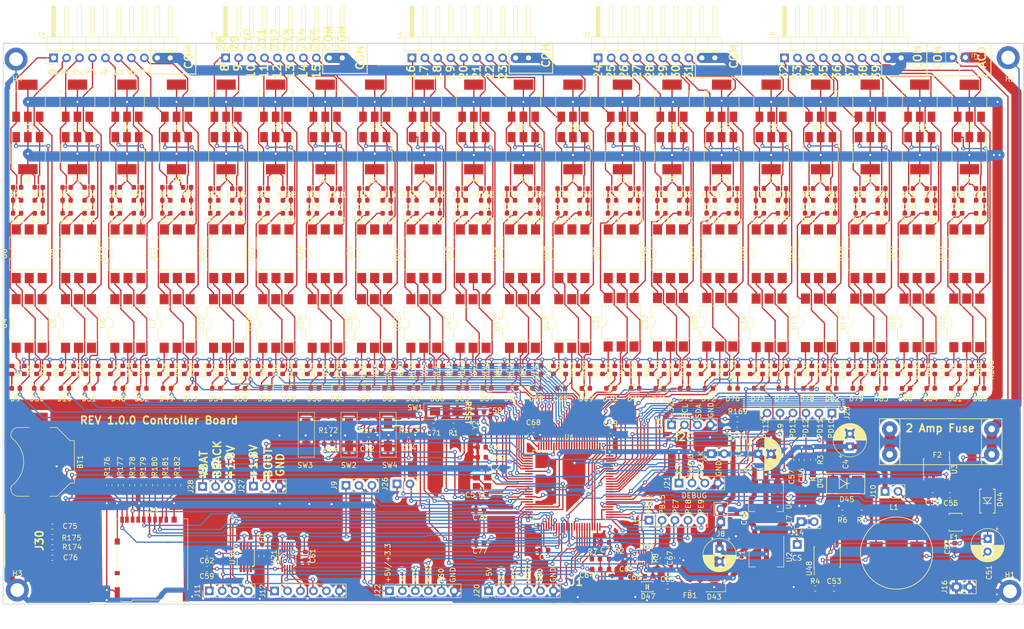
<source format=kicad_pcb>
(kicad_pcb (version 20171130) (host pcbnew "(5.0.2)-1")
  (layers (0 F.Cu signal) (31 B.Cu signal) (34 B.Paste user) (35 F.Paste user) (36 B.SilkS user) (37 F.SilkS user) (38 B.Mask user) (39 F.Mask user) (44 Edge.Cuts user))
  (net 0 "")
  (net 1 +5V)
  (net 2 /24VAC1)
  (net 3 GND)
  (net 4 +3V3)
  (net 5 /24VAC0)
  (net 6 /V32)
  (net 7 /V10)
  (net 8 /V11)
  (net 9 /V8)
  (net 10 /V15)
  (net 11 /V35)
  (net 12 /V1)
  (net 13 /V33)
  (net 14 /V25)
  (net 15 /V3)
  (net 16 /V7)
  (net 17 /V39)
  (net 18 /V19)
  (net 19 /V17)
  (net 20 /V16)
  (net 21 /V23)
  (net 22 /V27)
  (net 23 /V0)
  (net 24 /V31)
  (net 25 /V24)
  (net 26 /V12)
  (net 27 /V14)
  (net 28 /V13)
  (net 29 /V37)
  (net 30 /V4)
  (net 31 /V34)
  (net 32 /V28)
  (net 33 /V5)
  (net 34 /V38)
  (net 35 /V36)
  (net 36 /V21)
  (net 37 /V18)
  (net 38 /V6)
  (net 39 /V30)
  (net 40 /V2)
  (net 41 /V22)
  (net 42 /V9)
  (net 43 /V20)
  (net 44 /V26)
  (net 45 /V29)
  (net 46 "Net-(C38-Pad1)")
  (net 47 "Net-(C17-Pad1)")
  (net 48 "Net-(R136-Pad2)")
  (net 49 "Net-(R59-Pad2)")
  (net 50 "Net-(R60-Pad2)")
  (net 51 "Net-(C16-Pad1)")
  (net 52 "Net-(R62-Pad2)")
  (net 53 "Net-(R63-Pad2)")
  (net 54 "Net-(C12-Pad1)")
  (net 55 "Net-(R65-Pad2)")
  (net 56 "Net-(R66-Pad2)")
  (net 57 "Net-(C18-Pad1)")
  (net 58 "Net-(C21-Pad1)")
  (net 59 "Net-(R76-Pad2)")
  (net 60 "Net-(C19-Pad1)")
  (net 61 "Net-(R77-Pad2)")
  (net 62 "Net-(R79-Pad2)")
  (net 63 "Net-(R80-Pad2)")
  (net 64 "Net-(C20-Pad1)")
  (net 65 "Net-(R82-Pad2)")
  (net 66 "Net-(R83-Pad2)")
  (net 67 "Net-(R125-Pad2)")
  (net 68 "Net-(C35-Pad1)")
  (net 69 "Net-(C10-Pad1)")
  (net 70 "Net-(R28-Pad2)")
  (net 71 "Net-(R29-Pad2)")
  (net 72 "Net-(C11-Pad1)")
  (net 73 "Net-(R31-Pad2)")
  (net 74 "Net-(R32-Pad2)")
  (net 75 "Net-(R43-Pad2)")
  (net 76 "Net-(C13-Pad1)")
  (net 77 "Net-(R34-Pad2)")
  (net 78 "Net-(C22-Pad1)")
  (net 79 "Net-(R86-Pad2)")
  (net 80 "Net-(R45-Pad2)")
  (net 81 "Net-(R46-Pad2)")
  (net 82 "Net-(C14-Pad1)")
  (net 83 "Net-(R48-Pad2)")
  (net 84 "Net-(C15-Pad1)")
  (net 85 "Net-(R49-Pad2)")
  (net 86 "Net-(C37-Pad1)")
  (net 87 "Net-(R131-Pad2)")
  (net 88 "Net-(C32-Pad1)")
  (net 89 "Net-(R118-Pad2)")
  (net 90 "Net-(R119-Pad2)")
  (net 91 "Net-(C33-Pad1)")
  (net 92 "Net-(R121-Pad2)")
  (net 93 "Net-(C34-Pad1)")
  (net 94 "Net-(R122-Pad2)")
  (net 95 "Net-(R124-Pad2)")
  (net 96 "Net-(R97-Pad2)")
  (net 97 "Net-(R127-Pad2)")
  (net 98 "Net-(C36-Pad1)")
  (net 99 "Net-(R128-Pad2)")
  (net 100 "Net-(R130-Pad2)")
  (net 101 "Net-(R116-Pad2)")
  (net 102 "Net-(R133-Pad2)")
  (net 103 "Net-(R134-Pad2)")
  (net 104 "Net-(R145-Pad2)")
  (net 105 "Net-(C47-Pad1)")
  (net 106 "Net-(R101-Pad2)")
  (net 107 "Net-(C27-Pad1)")
  (net 108 "Net-(C39-Pad1)")
  (net 109 "Net-(R137-Pad2)")
  (net 110 "Net-(R139-Pad2)")
  (net 111 "Net-(R140-Pad2)")
  (net 112 "Net-(C40-Pad1)")
  (net 113 "Net-(R142-Pad2)")
  (net 114 "Net-(C41-Pad1)")
  (net 115 "Net-(R143-Pad2)")
  (net 116 "Net-(R115-Pad2)")
  (net 117 "Net-(R88-Pad2)")
  (net 118 "Net-(C23-Pad1)")
  (net 119 "Net-(R89-Pad2)")
  (net 120 "Net-(R91-Pad2)")
  (net 121 "Net-(R92-Pad2)")
  (net 122 "Net-(C24-Pad1)")
  (net 123 "Net-(R94-Pad2)")
  (net 124 "Net-(C28-Pad1)")
  (net 125 "Net-(R85-Pad2)")
  (net 126 "Net-(C29-Pad1)")
  (net 127 "Net-(R107-Pad2)")
  (net 128 "Net-(R98-Pad2)")
  (net 129 "Net-(C26-Pad1)")
  (net 130 "Net-(R100-Pad2)")
  (net 131 "Net-(R103-Pad2)")
  (net 132 "Net-(R104-Pad2)")
  (net 133 "Net-(C44-Pad1)")
  (net 134 "Net-(R106-Pad2)")
  (net 135 "Net-(C25-Pad1)")
  (net 136 "Net-(R109-Pad2)")
  (net 137 "Net-(R110-Pad2)")
  (net 138 "Net-(C30-Pad1)")
  (net 139 "Net-(R112-Pad2)")
  (net 140 "Net-(C31-Pad1)")
  (net 141 "Net-(R113-Pad2)")
  (net 142 "Net-(R152-Pad2)")
  (net 143 "Net-(C42-Pad1)")
  (net 144 "Net-(R146-Pad2)")
  (net 145 "Net-(R148-Pad2)")
  (net 146 "Net-(R149-Pad2)")
  (net 147 "Net-(C43-Pad1)")
  (net 148 "Net-(R151-Pad2)")
  (net 149 "Net-(R161-Pad2)")
  (net 150 "Net-(R160-Pad2)")
  (net 151 "Net-(C46-Pad1)")
  (net 152 "Net-(R158-Pad2)")
  (net 153 "Net-(R157-Pad2)")
  (net 154 "Net-(C45-Pad1)")
  (net 155 "Net-(R155-Pad2)")
  (net 156 "Net-(R154-Pad2)")
  (net 157 "Net-(R12-Pad2)")
  (net 158 "Net-(R13-Pad2)")
  (net 159 "Net-(C9-Pad1)")
  (net 160 "Net-(R95-Pad2)")
  (net 161 "Net-(R16-Pad2)")
  (net 162 "Net-(R9-Pad2)")
  (net 163 "Net-(R10-Pad2)")
  (net 164 "Net-(C3-Pad1)")
  (net 165 "Net-(R15-Pad2)")
  (net 166 "Net-(U25-Pad3)")
  (net 167 "Net-(U25-Pad5)")
  (net 168 "Net-(U26-Pad5)")
  (net 169 "Net-(U26-Pad3)")
  (net 170 "Net-(U27-Pad3)")
  (net 171 "Net-(U27-Pad5)")
  (net 172 "Net-(U28-Pad5)")
  (net 173 "Net-(U28-Pad3)")
  (net 174 "Net-(U29-Pad3)")
  (net 175 "Net-(U29-Pad5)")
  (net 176 "Net-(U31-Pad5)")
  (net 177 "Net-(U31-Pad3)")
  (net 178 "Net-(U32-Pad3)")
  (net 179 "Net-(U32-Pad5)")
  (net 180 "Net-(U33-Pad5)")
  (net 181 "Net-(U33-Pad3)")
  (net 182 "Net-(U34-Pad3)")
  (net 183 "Net-(U34-Pad5)")
  (net 184 "Net-(U35-Pad5)")
  (net 185 "Net-(U35-Pad3)")
  (net 186 "Net-(U36-Pad3)")
  (net 187 "Net-(U36-Pad5)")
  (net 188 "Net-(U37-Pad5)")
  (net 189 "Net-(U37-Pad3)")
  (net 190 "Net-(U40-Pad3)")
  (net 191 "Net-(U40-Pad5)")
  (net 192 "Net-(U41-Pad5)")
  (net 193 "Net-(U41-Pad3)")
  (net 194 "Net-(U42-Pad3)")
  (net 195 "Net-(U42-Pad5)")
  (net 196 "Net-(U43-Pad5)")
  (net 197 "Net-(U43-Pad3)")
  (net 198 "Net-(U44-Pad3)")
  (net 199 "Net-(U44-Pad5)")
  (net 200 "Net-(U45-Pad5)")
  (net 201 "Net-(U45-Pad3)")
  (net 202 "Net-(U13-Pad3)")
  (net 203 "Net-(U13-Pad5)")
  (net 204 "Net-(U16-Pad5)")
  (net 205 "Net-(U16-Pad3)")
  (net 206 "Net-(U38-Pad3)")
  (net 207 "Net-(U38-Pad5)")
  (net 208 "Net-(U47-Pad5)")
  (net 209 "Net-(U47-Pad3)")
  (net 210 "Net-(U4-Pad3)")
  (net 211 "Net-(U4-Pad5)")
  (net 212 "Net-(U5-Pad5)")
  (net 213 "Net-(U5-Pad3)")
  (net 214 "Net-(U6-Pad3)")
  (net 215 "Net-(U6-Pad5)")
  (net 216 "Net-(U7-Pad5)")
  (net 217 "Net-(U7-Pad3)")
  (net 218 "Net-(U8-Pad3)")
  (net 219 "Net-(U8-Pad5)")
  (net 220 "Net-(U9-Pad5)")
  (net 221 "Net-(U9-Pad3)")
  (net 222 "Net-(U10-Pad3)")
  (net 223 "Net-(U10-Pad5)")
  (net 224 "Net-(U11-Pad5)")
  (net 225 "Net-(U11-Pad3)")
  (net 226 "Net-(U24-Pad3)")
  (net 227 "Net-(U24-Pad5)")
  (net 228 "Net-(U14-Pad5)")
  (net 229 "Net-(U14-Pad3)")
  (net 230 "Net-(U15-Pad3)")
  (net 231 "Net-(U15-Pad5)")
  (net 232 "Net-(U17-Pad5)")
  (net 233 "Net-(U17-Pad3)")
  (net 234 "Net-(U18-Pad3)")
  (net 235 "Net-(U18-Pad5)")
  (net 236 "Net-(U19-Pad5)")
  (net 237 "Net-(U19-Pad3)")
  (net 238 "Net-(U20-Pad3)")
  (net 239 "Net-(U20-Pad5)")
  (net 240 "Net-(U22-Pad5)")
  (net 241 "Net-(U22-Pad3)")
  (net 242 "Net-(U23-Pad3)")
  (net 243 "Net-(U23-Pad5)")
  (net 244 "Net-(U46-Pad5)")
  (net 245 "Net-(U46-Pad3)")
  (net 246 "Net-(D45-Pad1)")
  (net 247 "Net-(F2-Pad1)")
  (net 248 /24VAC0Fused)
  (net 249 "Net-(R5-Pad2)")
  (net 250 "Net-(R4-Pad1)")
  (net 251 "Net-(C53-Pad1)")
  (net 252 /CurrentSense)
  (net 253 "Net-(D46-Pad2)")
  (net 254 "Net-(D12-Pad3)")
  (net 255 "Net-(D19-Pad3)")
  (net 256 "Net-(D13-Pad3)")
  (net 257 "Net-(D14-Pad3)")
  (net 258 "Net-(D41-Pad3)")
  (net 259 "Net-(D15-Pad3)")
  (net 260 "Net-(D16-Pad3)")
  (net 261 "Net-(D17-Pad3)")
  (net 262 "Net-(D18-Pad3)")
  (net 263 "Net-(D21-Pad3)")
  (net 264 "Net-(D8-Pad3)")
  (net 265 "Net-(D7-Pad3)")
  (net 266 "Net-(D6-Pad3)")
  (net 267 "Net-(D5-Pad3)")
  (net 268 "Net-(D3-Pad3)")
  (net 269 "Net-(D2-Pad3)")
  (net 270 "Net-(D1-Pad3)")
  (net 271 "Net-(D22-Pad3)")
  (net 272 "Net-(D11-Pad3)")
  (net 273 "Net-(D26-Pad3)")
  (net 274 "Net-(D4-Pad3)")
  (net 275 "Net-(D42-Pad3)")
  (net 276 "Net-(D39-Pad3)")
  (net 277 "Net-(D38-Pad3)")
  (net 278 "Net-(D37-Pad3)")
  (net 279 "Net-(D36-Pad3)")
  (net 280 "Net-(D40-Pad3)")
  (net 281 "Net-(D35-Pad3)")
  (net 282 "Net-(D34-Pad3)")
  (net 283 "Net-(D33-Pad3)")
  (net 284 "Net-(D32-Pad3)")
  (net 285 "Net-(D30-Pad3)")
  (net 286 "Net-(D29-Pad3)")
  (net 287 "Net-(D28-Pad3)")
  (net 288 "Net-(D27-Pad3)")
  (net 289 "Net-(D25-Pad3)")
  (net 290 "Net-(D24-Pad3)")
  (net 291 "Net-(D23-Pad3)")
  (net 292 "Net-(D20-Pad3)")
  (net 293 "Net-(D31-Pad3)")
  (net 294 "Net-(C51-Pad1)")
  (net 295 /SE19)
  (net 296 /SE12)
  (net 297 /SE39)
  (net 298 /SE37)
  (net 299 /SE35)
  (net 300 /SE33)
  (net 301 /SE38)
  (net 302 /SE36)
  (net 303 /SE34)
  (net 304 /SE32)
  (net 305 /SE3)
  (net 306 /SE1)
  (net 307 /SE6)
  (net 308 /SE4)
  (net 309 /SE2)
  (net 310 /SE0)
  (net 311 /SE23)
  (net 312 /SE10)
  (net 313 /SE5)
  (net 314 /SE30)
  (net 315 /SE7)
  (net 316 /SE21)
  (net 317 /SE17)
  (net 318 /SE22)
  (net 319 /SE20)
  (net 320 /SE18)
  (net 321 /SE16)
  (net 322 /SE31)
  (net 323 /SE29)
  (net 324 /SE27)
  (net 325 /SE25)
  (net 326 /SE26)
  (net 327 /SE24)
  (net 328 /SE15)
  (net 329 /SE13)
  (net 330 /SE11)
  (net 331 /SE9)
  (net 332 /SE14)
  (net 333 /SE28)
  (net 334 /SE8)
  (net 335 /PowerSupply/5VRaw)
  (net 336 "Net-(U30-Pad1)")
  (net 337 "Net-(U30-Pad5)")
  (net 338 /GSEL)
  (net 339 /VIN1)
  (net 340 /ADC1)
  (net 341 /CS1)
  (net 342 /ADC0)
  (net 343 /VIN0_0)
  (net 344 /VIN0_1)
  (net 345 /VREF)
  (net 346 /PE7)
  (net 347 /ADC3)
  (net 348 /ADC2)
  (net 349 /USBSerial/ser1_3_3V)
  (net 350 /cpu_stm32/NRST)
  (net 351 /USBSerial/LED_MID)
  (net 352 /USBSerial/VUSB)
  (net 353 /USBSerial/USB-)
  (net 354 /USBSerial/USB+)
  (net 355 "Net-(J1-Pad4)")
  (net 356 /USBSerial/USB-PR)
  (net 357 "Net-(U39-Pad2)")
  (net 358 /USBSerial/CBUS)
  (net 359 /TXD)
  (net 360 "Net-(U39-Pad8)")
  (net 361 /RXD)
  (net 362 "Net-(U39-Pad11)")
  (net 363 /USBSerial/USB+PR)
  (net 364 "Net-(D43-Pad2)")
  (net 365 /cpu_stm32/XTAL1)
  (net 366 /cpu_stm32/XTAL2)
  (net 367 "Net-(D79-Pad2)")
  (net 368 +1V8)
  (net 369 "Net-(D9-Pad2)")
  (net 370 "Net-(D70-Pad2)")
  (net 371 "Net-(D71-Pad2)")
  (net 372 "Net-(D69-Pad2)")
  (net 373 "Net-(D68-Pad2)")
  (net 374 "Net-(D67-Pad2)")
  (net 375 "Net-(D66-Pad2)")
  (net 376 "Net-(D65-Pad2)")
  (net 377 "Net-(D64-Pad2)")
  (net 378 "Net-(D72-Pad2)")
  (net 379 "Net-(D73-Pad2)")
  (net 380 "Net-(D74-Pad2)")
  (net 381 "Net-(D75-Pad2)")
  (net 382 "Net-(D76-Pad2)")
  (net 383 "Net-(D77-Pad2)")
  (net 384 "Net-(D78-Pad2)")
  (net 385 "Net-(D53-Pad2)")
  (net 386 "Net-(D10-Pad2)")
  (net 387 "Net-(D55-Pad2)")
  (net 388 "Net-(D54-Pad2)")
  (net 389 "Net-(D52-Pad2)")
  (net 390 "Net-(D51-Pad2)")
  (net 391 "Net-(D50-Pad2)")
  (net 392 "Net-(D49-Pad2)")
  (net 393 "Net-(D63-Pad2)")
  (net 394 "Net-(D62-Pad2)")
  (net 395 "Net-(D61-Pad2)")
  (net 396 "Net-(D60-Pad2)")
  (net 397 "Net-(D59-Pad2)")
  (net 398 "Net-(D58-Pad2)")
  (net 399 "Net-(D57-Pad2)")
  (net 400 "Net-(D56-Pad2)")
  (net 401 "Net-(D80-Pad2)")
  (net 402 "Net-(D81-Pad2)")
  (net 403 "Net-(D82-Pad2)")
  (net 404 "Net-(D83-Pad2)")
  (net 405 "Net-(D84-Pad2)")
  (net 406 "Net-(D85-Pad2)")
  (net 407 "Net-(D48-Pad2)")
  (net 408 /cpu_stm32/SWDIO)
  (net 409 /cpu_stm32/SWCLK)
  (net 410 /SPI1_SS0)
  (net 411 /SPI1_SCK)
  (net 412 /SPI1_MISO)
  (net 413 /SPI1_MOSI)
  (net 414 /SPI1_SS1)
  (net 415 "Net-(J22-Pad1)")
  (net 416 /SPI1_SS2)
  (net 417 /cpu_stm32/NPOR)
  (net 418 /cpu_stm32/BOOT)
  (net 419 /cpu_stm32/XTAL2_32Khz)
  (net 420 /cpu_stm32/XTAL1_32Khz)
  (net 421 /I2C2_SCL)
  (net 422 /I2C2_SDA)
  (net 423 /PC13)
  (net 424 /PE8)
  (net 425 /PE9)
  (net 426 /PB12)
  (net 427 /PB15)
  (net 428 /PD10)
  (net 429 /PD11)
  (net 430 /PD12)
  (net 431 /PD13)
  (net 432 /PB0)
  (net 433 /PB1)
  (net 434 "Net-(BT1-Pad1)")
  (net 435 /cpu_stm32/VBAT)
  (net 436 "Net-(J29-Pad8)")
  (net 437 "Net-(J29-Pad1)")
  (net 438 "Net-(J29-Pad10)")
  (net 439 /cpu_stm32/USB-)
  (net 440 /cpu_stm32/USB+)
  (net 441 "Net-(J30-Pad4)")
  (net 442 /cpu_stm32/USB_DP)
  (net 443 /cpu_stm32/USB_DM)
  (net 444 "Net-(J30-Pad1)")
  (net 445 /SW2)
  (net 446 /SW4)
  (net 447 /SW3)
  (net 448 /PA9)
  (net 449 /cpu_stm32/SD_SPI_DET)
  (net 450 /cpu_stm32/SD_SPI_MISO)
  (net 451 /cpu_stm32/SD_SPI_SCK)
  (net 452 /cpu_stm32/SD_SPI_MOSI)
  (net 453 /cpu_stm32/SD_SPI_SS0)
  (module Capacitor_SMD:C_0603_1608Metric (layer F.Cu) (at 143.25 133.15 180)
    (fp_text reference C77 (at 0 -1.43 180) (layer F.SilkS))
    (fp_text value 0.1uf)
    (pad 1 smd roundrect (at -0.7875 0 180) (size 0.875 0.95) (layers F.Cu F.Paste F.Mask) (net 417 /cpu_stm32/NPOR))
    (pad 2 smd roundrect (at 0.7875 0 180) (size 0.875 0.95) (layers F.Cu F.Paste F.Mask) (net 3 GND))
  )
  (module Package_TO_SOT_SMD:SOT-223-3_TabPin2 (layer F.Cu) (at 199.4 135.8 270)
    (fp_text reference U2 (at 0 -4.5 270) (layer F.SilkS))
    (fp_text value NCP1117-1.8_SOT223)
    (pad 2 smd rect (at 3.15 0 270) (size 2 3.8) (layers F.Cu F.Paste F.Mask) (net 368 +1V8))
    (pad 2 smd rect (at -3.15 0 270) (size 2 1.5) (layers F.Cu F.Paste F.Mask) (net 368 +1V8))
    (pad 3 smd rect (at -3.15 2.3 270) (size 2 1.5) (layers F.Cu F.Paste F.Mask) (net 1 +5V))
    (pad 1 smd rect (at -3.15 -2.3 270) (size 2 1.5) (layers F.Cu F.Paste F.Mask) (net 3 GND))
  )
  (module Crystal:Crystal_SMD_3225-4Pin_3.2x2.5mm (layer F.Cu) (at 143.662 120.986 180)
    (fp_text reference Y1 (at 0 -2.45 180) (layer F.SilkS))
    (fp_text value 16Mhz)
    (pad 1 smd rect (at -1.1 0.85 180) (size 1.4 1.2) (layers F.Cu F.Paste F.Mask) (net 365 /cpu_stm32/XTAL1))
    (pad 2 smd rect (at 1.1 0.85 180) (size 1.4 1.2) (layers F.Cu F.Paste F.Mask) (net 3 GND))
    (pad 3 smd rect (at 1.1 -0.85 180) (size 1.4 1.2) (layers F.Cu F.Paste F.Mask) (net 366 /cpu_stm32/XTAL2))
    (pad 4 smd rect (at -1.1 -0.85 180) (size 1.4 1.2) (layers F.Cu F.Paste F.Mask) (net 3 GND))
  )
  (module footprint_local:led_lxt0805gw_tr (layer F.Cu) (at 176.112 141.586 180)
    (fp_text reference D47 (at -0.1 -1.9 180) (layer F.SilkS))
    (fp_text value LED)
    (pad 1 smd rect (at -1.05 0 180) (size 1.2 1.2) (layers F.Cu F.Paste F.Mask) (net 351 /USBSerial/LED_MID))
    (pad 2 smd rect (at 1.05 0 180) (size 1.2 1.2) (layers F.Cu F.Paste F.Mask) (net 349 /USBSerial/ser1_3_3V))
  )
  (module footprint_local:series_95C_switch_spst_pb_smd (layer F.Cu) (at 136.652 107.188)
    (fp_text reference SW1 (at -6.102 -0.738) (layer F.SilkS))
    (fp_text value SW_Push)
    (pad 1 smd rect (at -2.2 0) (size 2 1.6) (layers F.Cu F.Paste F.Mask) (net 350 /cpu_stm32/NRST))
    (pad 2 smd rect (at 2.2 0) (size 2 1.6) (layers F.Cu F.Paste F.Mask) (net 3 GND))
  )
  (module footprint_local:series_95C_switch_spst_pb_smd (layer F.Cu) (at 109.22 111.76 270)
    (fp_text reference SW3 (at 5.99 0.22) (layer F.SilkS))
    (fp_text value SW_Push)
    (pad 1 smd rect (at -2.2 0 270) (size 2 1.6) (layers F.Cu F.Paste F.Mask) (net 447 /SW3))
    (pad 2 smd rect (at 2.2 0 270) (size 2 1.6) (layers F.Cu F.Paste F.Mask) (net 3 GND))
  )
  (module footprint_local:series_95C_switch_spst_pb_smd (layer F.Cu) (at 117.602 111.76 270)
    (fp_text reference SW2 (at 5.99 0.052) (layer F.SilkS))
    (fp_text value SW_Push)
    (pad 1 smd rect (at -2.2 0 270) (size 2 1.6) (layers F.Cu F.Paste F.Mask) (net 445 /SW2))
    (pad 2 smd rect (at 2.2 0 270) (size 2 1.6) (layers F.Cu F.Paste F.Mask) (net 3 GND))
  )
  (module footprint_local:series_95C_switch_spst_pb_smd (layer F.Cu) (at 125.222 111.76 270)
    (fp_text reference SW4 (at 5.99 -0.378) (layer F.SilkS))
    (fp_text value SW_Push)
    (pad 2 smd rect (at 2.2 0 270) (size 2 1.6) (layers F.Cu F.Paste F.Mask) (net 3 GND))
    (pad 1 smd rect (at -2.2 0 270) (size 2 1.6) (layers F.Cu F.Paste F.Mask) (net 446 /SW4))
  )
  (module footprint_local:led_lxt0805gw_tr (layer F.Cu) (at 208.512 120.536 90)
    (fp_text reference D46 (at -0.275 1.5 90) (layer F.SilkS))
    (fp_text value LED)
    (pad 2 smd rect (at 1.05 0 90) (size 1.2 1.2) (layers F.Cu F.Paste F.Mask) (net 253 "Net-(D46-Pad2)"))
    (pad 1 smd rect (at -1.05 0 90) (size 1.2 1.2) (layers F.Cu F.Paste F.Mask) (net 3 GND))
  )
  (module Connector_PinHeader_2.54mm:PinHeader_1x01_P2.54mm_Vertical (layer F.Cu) (at 205.45 133.3)
    (fp_text reference J14 (at 0 -2.33) (layer F.SilkS))
    (fp_text value Conn_01x01)
    (pad 1 thru_hole rect (at 0 0) (size 1.7 1.7) (drill 1) (layers *.Cu *.Mask) (net 252 /CurrentSense))
  )
  (module Connector_PinHeader_2.54mm:PinHeader_1x06_P2.54mm_Vertical (layer F.Cu) (at 103 142.4 90)
    (fp_text reference J12 (at 0 -2.33 90) (layer F.SilkS))
    (fp_text value Conn_01x06)
    (pad 1 thru_hole rect (at 0 0 90) (size 1.7 1.7) (drill 1) (layers *.Cu *.Mask) (net 4 +3V3))
    (pad 2 thru_hole oval (at 0 2.54 90) (size 1.7 1.7) (drill 1) (layers *.Cu *.Mask) (net 343 /VIN0_0))
    (pad 3 thru_hole oval (at 0 5.08 90) (size 1.7 1.7) (drill 1) (layers *.Cu *.Mask) (net 345 /VREF))
    (pad 4 thru_hole oval (at 0 7.62 90) (size 1.7 1.7) (drill 1) (layers *.Cu *.Mask) (net 344 /VIN0_1))
    (pad 5 thru_hole oval (at 0 10.16 90) (size 1.7 1.7) (drill 1) (layers *.Cu *.Mask) (net 339 /VIN1))
    (pad 6 thru_hole oval (at 0 12.7 90) (size 1.7 1.7) (drill 1) (layers *.Cu *.Mask) (net 3 GND))
  )
  (module Connector_PinHeader_2.54mm:PinHeader_1x04_P2.54mm_Vertical (layer F.Cu) (at 90.2 142.386 90)
    (fp_text reference J11 (at 0 -2.33 90) (layer F.SilkS))
    (fp_text value Conn_01x04)
    (pad 1 thru_hole rect (at 0 0 90) (size 1.7 1.7) (drill 1) (layers *.Cu *.Mask) (net 342 /ADC0))
    (pad 2 thru_hole oval (at 0 2.54 90) (size 1.7 1.7) (drill 1) (layers *.Cu *.Mask) (net 340 /ADC1))
    (pad 3 thru_hole oval (at 0 5.08 90) (size 1.7 1.7) (drill 1) (layers *.Cu *.Mask) (net 348 /ADC2))
    (pad 4 thru_hole oval (at 0 7.62 90) (size 1.7 1.7) (drill 1) (layers *.Cu *.Mask) (net 347 /ADC3))
  )
  (module Connector_PinHeader_2.54mm:PinHeader_1x04_P2.54mm_Vertical (layer F.Cu) (at 182.27 121.25 90)
    (fp_text reference J21 (at 0 -2.33 90) (layer F.SilkS))
    (fp_text value Conn_01x04)
    (pad 1 thru_hole rect (at 0 0 90) (size 1.7 1.7) (drill 1) (layers *.Cu *.Mask) (net 4 +3V3))
    (pad 2 thru_hole oval (at 0 2.54 90) (size 1.7 1.7) (drill 1) (layers *.Cu *.Mask) (net 408 /cpu_stm32/SWDIO))
    (pad 3 thru_hole oval (at 0 5.08 90) (size 1.7 1.7) (drill 1) (layers *.Cu *.Mask) (net 409 /cpu_stm32/SWCLK))
    (pad 4 thru_hole oval (at 0 7.62 90) (size 1.7 1.7) (drill 1) (layers *.Cu *.Mask) (net 3 GND))
  )
  (module Resistor_SMD:R_0603_1608Metric (layer F.Cu) (at 81.83033 121.666 90)
    (fp_text reference R181 (at 3.716 -0.23033 90) (layer F.SilkS))
    (fp_text value 1000)
    (pad 1 smd roundrect (at -0.7875 0 90) (size 0.875 0.95) (layers F.Cu F.Paste F.Mask) (net 453 /cpu_stm32/SD_SPI_SS0))
    (pad 2 smd roundrect (at 0.7875 0 90) (size 0.875 0.95) (layers F.Cu F.Paste F.Mask) (net 4 +3V3))
  )
  (module Resistor_SMD:R_0603_1608Metric (layer F.Cu) (at 79.586664 121.666 90)
    (fp_text reference R180 (at 3.666 -0.086664 90) (layer F.SilkS))
    (fp_text value 1000)
    (pad 2 smd roundrect (at 0.7875 0 90) (size 0.875 0.95) (layers F.Cu F.Paste F.Mask) (net 4 +3V3))
    (pad 1 smd roundrect (at -0.7875 0 90) (size 0.875 0.95) (layers F.Cu F.Paste F.Mask) (net 452 /cpu_stm32/SD_SPI_MOSI))
  )
  (module Resistor_SMD:R_0603_1608Metric (layer F.Cu) (at 77.342998 121.666 90)
    (fp_text reference R179 (at 3.666 -0.092998 90) (layer F.SilkS))
    (fp_text value 1000)
    (pad 1 smd roundrect (at -0.7875 0 90) (size 0.875 0.95) (layers F.Cu F.Paste F.Mask) (net 451 /cpu_stm32/SD_SPI_SCK))
    (pad 2 smd roundrect (at 0.7875 0 90) (size 0.875 0.95) (layers F.Cu F.Paste F.Mask) (net 4 +3V3))
  )
  (module Resistor_SMD:R_0603_1608Metric (layer F.Cu) (at 75.099332 121.666 90)
    (fp_text reference R178 (at 3.716 0.050668 90) (layer F.SilkS))
    (fp_text value 1000)
    (pad 2 smd roundrect (at 0.7875 0 90) (size 0.875 0.95) (layers F.Cu F.Paste F.Mask) (net 4 +3V3))
    (pad 1 smd roundrect (at -0.7875 0 90) (size 0.875 0.95) (layers F.Cu F.Paste F.Mask) (net 450 /cpu_stm32/SD_SPI_MISO))
  )
  (module Resistor_SMD:R_0603_1608Metric (layer F.Cu) (at 72.855666 121.666 90)
    (fp_text reference R177 (at 3.716 -0.105666 90) (layer F.SilkS))
    (fp_text value 1000)
    (pad 1 smd roundrect (at -0.7875 0 90) (size 0.875 0.95) (layers F.Cu F.Paste F.Mask) (net 436 "Net-(J29-Pad8)"))
    (pad 2 smd roundrect (at 0.7875 0 90) (size 0.875 0.95) (layers F.Cu F.Paste F.Mask) (net 4 +3V3))
  )
  (module Resistor_SMD:R_0603_1608Metric (layer F.Cu) (at 70.612 121.666 90)
    (fp_text reference R176 (at 3.666 -0.412 90) (layer F.SilkS))
    (fp_text value 1000)
    (pad 2 smd roundrect (at 0.7875 0 90) (size 0.875 0.95) (layers F.Cu F.Paste F.Mask) (net 4 +3V3))
    (pad 1 smd roundrect (at -0.7875 0 90) (size 0.875 0.95) (layers F.Cu F.Paste F.Mask) (net 449 /cpu_stm32/SD_SPI_DET))
  )
  (module Resistor_SMD:R_0603_1608Metric (layer F.Cu) (at 84.074 121.666 90)
    (fp_text reference R182 (at 3.716 -0.174 90) (layer F.SilkS))
    (fp_text value 1000)
    (pad 1 smd roundrect (at -0.7875 0 90) (size 0.875 0.95) (layers F.Cu F.Paste F.Mask) (net 437 "Net-(J29-Pad1)"))
    (pad 2 smd roundrect (at 0.7875 0 90) (size 0.875 0.95) (layers F.Cu F.Paste F.Mask) (net 4 +3V3))
  )
  (module Capacitor_SMD:C_0603_1608Metric (layer F.Cu) (at 59.436 135.89 180)
    (fp_text reference C76 (at -3.564 0.04 180) (layer F.SilkS))
    (fp_text value 47pf)
    (pad 2 smd roundrect (at 0.7875 0 180) (size 0.875 0.95) (layers F.Cu F.Paste F.Mask) (net 3 GND))
    (pad 1 smd roundrect (at -0.7875 0 180) (size 0.875 0.95) (layers F.Cu F.Paste F.Mask) (net 440 /cpu_stm32/USB+))
  )
  (module Capacitor_SMD:C_0603_1608Metric (layer F.Cu) (at 59.436 129.794 180)
    (fp_text reference C75 (at -3.464 0.094 180) (layer F.SilkS))
    (fp_text value 47pf)
    (pad 1 smd roundrect (at -0.7875 0 180) (size 0.875 0.95) (layers F.Cu F.Paste F.Mask) (net 439 /cpu_stm32/USB-))
    (pad 2 smd roundrect (at 0.7875 0 180) (size 0.875 0.95) (layers F.Cu F.Paste F.Mask) (net 3 GND))
  )
  (module Resistor_SMD:R_0603_1608Metric (layer F.Cu) (at 59.436 131.826 180)
    (fp_text reference R175 (at -3.764 -0.174 180) (layer F.SilkS))
    (fp_text value 27)
    (pad 2 smd roundrect (at 0.7875 0 180) (size 0.875 0.95) (layers F.Cu F.Paste F.Mask) (net 439 /cpu_stm32/USB-))
    (pad 1 smd roundrect (at -0.7875 0 180) (size 0.875 0.95) (layers F.Cu F.Paste F.Mask) (net 443 /cpu_stm32/USB_DM))
  )
  (module Resistor_SMD:R_0603_1608Metric (layer F.Cu) (at 59.436 133.858 180)
    (fp_text reference R174 (at -3.864 0.058 180) (layer F.SilkS))
    (fp_text value 27)
    (pad 1 smd roundrect (at -0.7875 0 180) (size 0.875 0.95) (layers F.Cu F.Paste F.Mask) (net 442 /cpu_stm32/USB_DP))
    (pad 2 smd roundrect (at 0.7875 0 180) (size 0.875 0.95) (layers F.Cu F.Paste F.Mask) (net 440 /cpu_stm32/USB+))
  )
  (module footprint_local:ZX62_AB_5PA (layer F.Cu) (at 51.562 132.588 270)
    (fp_text reference J30 (at -0.0508 -5.34924 270) (layer F.SilkS) (effects (font (size 1.524 1.524) (thickness 0.3048))))
    (fp_text value USB_B_Micro)
    (pad 1 smd rect (at -1.30048 -2.67462 270) (size 0.39878 1.34874) (layers F.Cu F.Paste F.Mask) (net 444 "Net-(J30-Pad1)"))
    (pad 2 smd rect (at -0.65024 -2.67462 270) (size 0.39878 1.34874) (layers F.Cu F.Paste F.Mask) (net 439 /cpu_stm32/USB-))
    (pad 3 smd rect (at 0 -2.67462 270) (size 0.39878 1.34874) (layers F.Cu F.Paste F.Mask) (net 440 /cpu_stm32/USB+))
    (pad 4 smd rect (at 0.65024 -2.67462 270) (size 0.39878 1.34874) (layers F.Cu F.Paste F.Mask) (net 441 "Net-(J30-Pad4)"))
    (pad 5 smd rect (at 1.30048 -2.67462 270) (size 0.39878 1.34874) (layers F.Cu F.Paste F.Mask) (net 3 GND))
    (pad 6 smd rect (at -3.0988 -2.55016 270) (size 2.10058 1.6002) (layers F.Cu F.Paste F.Mask) (net 3 GND))
    (pad 5 smd rect (at 3.0988 -2.55016 270) (size 2.10058 1.6002) (layers F.Cu F.Paste F.Mask) (net 3 GND))
    (pad 6 smd rect (at -4.0005 0 270) (size 1.80086 1.89992) (layers F.Cu F.Paste F.Mask) (net 3 GND))
    (pad 6 smd rect (at -1.15062 0 270) (size 1.80086 1.89992) (layers F.Cu F.Paste F.Mask) (net 3 GND))
    (pad 6 smd rect (at 1.15062 0 270) (size 1.80086 1.89992) (layers F.Cu F.Paste F.Mask) (net 3 GND))
    (pad 6 smd rect (at 4.0005 0 270) (size 1.80086 1.89992) (layers F.Cu F.Paste F.Mask) (net 3 GND))
  )
  (module Connector_Card:microSD_HC_Hirose_DM3AT-SF-PEJM5 (layer F.Cu) (at 78.994 136.144)
    (fp_text reference J29 (at -0.075 -9.525) (layer F.SilkS))
    (fp_text value Micro_SD_Card_Det_Hirose_DM3AT)
    (pad 9 smd rect (at -5.875 -7.725) (size 0.7 1.2) (layers F.Cu F.Paste F.Mask) (net 449 /cpu_stm32/SD_SPI_DET))
    (pad 8 smd rect (at -4.925 -7.725) (size 0.7 1.2) (layers F.Cu F.Paste F.Mask) (net 436 "Net-(J29-Pad8)"))
    (pad 1 smd rect (at 2.775 -7.725) (size 0.7 1.2) (layers F.Cu F.Paste F.Mask) (net 437 "Net-(J29-Pad1)"))
    (pad 2 smd rect (at 1.675 -7.725) (size 0.7 1.2) (layers F.Cu F.Paste F.Mask) (net 453 /cpu_stm32/SD_SPI_SS0))
    (pad 3 smd rect (at 0.575 -7.725) (size 0.7 1.2) (layers F.Cu F.Paste F.Mask) (net 452 /cpu_stm32/SD_SPI_MOSI))
    (pad 4 smd rect (at -0.525 -7.725) (size 0.7 1.2) (layers F.Cu F.Paste F.Mask) (net 4 +3V3))
    (pad 5 smd rect (at -1.625 -7.725) (size 0.7 1.2) (layers F.Cu F.Paste F.Mask) (net 451 /cpu_stm32/SD_SPI_SCK))
    (pad 6 smd rect (at -2.725 -7.725) (size 0.7 1.2) (layers F.Cu F.Paste F.Mask) (net 3 GND))
    (pad 7 smd rect (at -3.825 -7.725) (size 0.7 1.2) (layers F.Cu F.Paste F.Mask) (net 450 /cpu_stm32/SD_SPI_MISO))
    (pad 11 smd rect (at 4.325 -7.725) (size 1 1.2) (layers F.Cu F.Paste F.Mask) (net 3 GND))
    (pad 11 smd rect (at -6.825 -3.425) (size 1 1.2) (layers F.Cu F.Paste F.Mask) (net 3 GND))
    (pad 10 smd rect (at -6.825 2.775) (size 1 0.8) (layers F.Cu F.Paste F.Mask) (net 438 "Net-(J29-Pad10)"))
    (pad 11 smd rect (at -6.825 6.925) (size 1 2.8) (layers F.Cu F.Paste F.Mask) (net 3 GND))
    (pad 11 smd rect (at 6.675 7.375) (size 1.3 1.9) (layers F.Cu F.Paste F.Mask) (net 3 GND))
  )
  (module footprint_local:OG_Clip_5x20 (layer F.Cu) (at 233.562 113.136)
    (fp_text reference F2 (at -0.675 2.6) (layer F.SilkS))
    (fp_text value Fuse)
    (pad 2 thru_hole circle (at 10 2.5) (size 3 3) (drill 1.3) (layers *.Cu *.Mask) (net 5 /24VAC0))
    (pad 2 thru_hole circle (at 10 -2.5) (size 3 3) (drill 1.3) (layers *.Cu *.Mask) (net 5 /24VAC0))
    (pad 1 thru_hole circle (at -10 -2.5) (size 3 3) (drill 1.3) (layers *.Cu *.Mask) (net 247 "Net-(F2-Pad1)"))
    (pad 1 thru_hole circle (at -10 2.5) (size 3 3) (drill 1.3) (layers *.Cu *.Mask) (net 247 "Net-(F2-Pad1)"))
  )
  (module MountingHole:MountingHole_2.7mm_M2.5_ISO7380_Pad (layer F.Cu) (at 52.324 38.1)
    (fp_text reference H4 (at 0.266 3.828) (layer F.SilkS))
    (fp_text value MountingHole_Pad)
    (pad 1 thru_hole circle (at 0 0) (size 4.5 4.5) (drill 2.7) (layers *.Cu *.Mask) (net 3 GND))
  )
  (module Package_DIP:SMDIP-6_W9.53mm (layer F.Cu) (at 54.902 89.946 90)
    (fp_text reference U4 (at 0 -4.87 90) (layer F.SilkS))
    (fp_text value MOC3012M)
    (pad 6 smd rect (at 4.765 -2.54 90) (size 2 1.78) (layers F.Cu F.Paste F.Mask) (net 163 "Net-(R10-Pad2)"))
    (pad 3 smd rect (at -4.765 2.54 90) (size 2 1.78) (layers F.Cu F.Paste F.Mask) (net 210 "Net-(U4-Pad3)"))
    (pad 5 smd rect (at 4.765 0 90) (size 2 1.78) (layers F.Cu F.Paste F.Mask) (net 211 "Net-(U4-Pad5)"))
    (pad 2 smd rect (at -4.765 0 90) (size 2 1.78) (layers F.Cu F.Paste F.Mask) (net 310 /SE0))
    (pad 4 smd rect (at 4.765 2.54 90) (size 2 1.78) (layers F.Cu F.Paste F.Mask) (net 270 "Net-(D1-Pad3)"))
    (pad 1 smd rect (at -4.765 -2.54 90) (size 2 1.78) (layers F.Cu F.Paste F.Mask) (net 162 "Net-(R9-Pad2)"))
  )
  (module Package_DIP:SMDIP-6_W9.53mm (layer F.Cu) (at 103.27884 76.266 90)
    (fp_text reference U27 (at 0 -4.87 90) (layer F.SilkS))
    (fp_text value MOC3012M)
    (pad 1 smd rect (at -4.765 -2.54 90) (size 2 1.78) (layers F.Cu F.Paste F.Mask) (net 134 "Net-(R106-Pad2)"))
    (pad 4 smd rect (at 4.765 2.54 90) (size 2 1.78) (layers F.Cu F.Paste F.Mask) (net 290 "Net-(D24-Pad3)"))
    (pad 2 smd rect (at -4.765 0 90) (size 2 1.78) (layers F.Cu F.Paste F.Mask) (net 330 /SE11))
    (pad 5 smd rect (at 4.765 0 90) (size 2 1.78) (layers F.Cu F.Paste F.Mask) (net 171 "Net-(U27-Pad5)"))
    (pad 3 smd rect (at -4.765 2.54 90) (size 2 1.78) (layers F.Cu F.Paste F.Mask) (net 170 "Net-(U27-Pad3)"))
    (pad 6 smd rect (at 4.765 -2.54 90) (size 2 1.78) (layers F.Cu F.Paste F.Mask) (net 127 "Net-(R107-Pad2)"))
  )
  (module Package_DIP:SMDIP-6_W9.53mm (layer F.Cu) (at 122.584629 89.946 90)
    (fp_text reference U25 (at 0 -4.87 90) (layer F.SilkS))
    (fp_text value MOC3012M)
    (pad 6 smd rect (at 4.765 -2.54 90) (size 2 1.78) (layers F.Cu F.Paste F.Mask) (net 106 "Net-(R101-Pad2)"))
    (pad 3 smd rect (at -4.765 2.54 90) (size 2 1.78) (layers F.Cu F.Paste F.Mask) (net 166 "Net-(U25-Pad3)"))
    (pad 5 smd rect (at 4.765 0 90) (size 2 1.78) (layers F.Cu F.Paste F.Mask) (net 167 "Net-(U25-Pad5)"))
    (pad 2 smd rect (at -4.765 0 90) (size 2 1.78) (layers F.Cu F.Paste F.Mask) (net 332 /SE14))
    (pad 4 smd rect (at 4.765 2.54 90) (size 2 1.78) (layers F.Cu F.Paste F.Mask) (net 271 "Net-(D22-Pad3)"))
    (pad 1 smd rect (at -4.765 -2.54 90) (size 2 1.78) (layers F.Cu F.Paste F.Mask) (net 130 "Net-(R100-Pad2)"))
  )
  (module Package_DIP:SMDIP-6_W9.53mm (layer F.Cu) (at 112.915682 89.946 90)
    (fp_text reference U24 (at 0 -4.87 90) (layer F.SilkS))
    (fp_text value MOC3012M)
    (pad 1 smd rect (at -4.765 -2.54 90) (size 2 1.78) (layers F.Cu F.Paste F.Mask) (net 96 "Net-(R97-Pad2)"))
    (pad 4 smd rect (at 4.765 2.54 90) (size 2 1.78) (layers F.Cu F.Paste F.Mask) (net 263 "Net-(D21-Pad3)"))
    (pad 2 smd rect (at -4.765 0 90) (size 2 1.78) (layers F.Cu F.Paste F.Mask) (net 296 /SE12))
    (pad 5 smd rect (at 4.765 0 90) (size 2 1.78) (layers F.Cu F.Paste F.Mask) (net 227 "Net-(U24-Pad5)"))
    (pad 3 smd rect (at -4.765 2.54 90) (size 2 1.78) (layers F.Cu F.Paste F.Mask) (net 226 "Net-(U24-Pad3)"))
    (pad 6 smd rect (at 4.765 -2.54 90) (size 2 1.78) (layers F.Cu F.Paste F.Mask) (net 128 "Net-(R98-Pad2)"))
  )
  (module Package_DIP:SMDIP-6_W9.53mm (layer F.Cu) (at 103.246735 89.946 90)
    (fp_text reference U23 (at 0 -4.87 90) (layer F.SilkS))
    (fp_text value MOC3012M)
    (pad 6 smd rect (at 4.765 -2.54 90) (size 2 1.78) (layers F.Cu F.Paste F.Mask) (net 160 "Net-(R95-Pad2)"))
    (pad 3 smd rect (at -4.765 2.54 90) (size 2 1.78) (layers F.Cu F.Paste F.Mask) (net 242 "Net-(U23-Pad3)"))
    (pad 5 smd rect (at 4.765 0 90) (size 2 1.78) (layers F.Cu F.Paste F.Mask) (net 243 "Net-(U23-Pad5)"))
    (pad 2 smd rect (at -4.765 0 90) (size 2 1.78) (layers F.Cu F.Paste F.Mask) (net 312 /SE10))
    (pad 4 smd rect (at 4.765 2.54 90) (size 2 1.78) (layers F.Cu F.Paste F.Mask) (net 292 "Net-(D20-Pad3)"))
    (pad 1 smd rect (at -4.765 -2.54 90) (size 2 1.78) (layers F.Cu F.Paste F.Mask) (net 123 "Net-(R94-Pad2)"))
  )
  (module Package_DIP:SMDIP-6_W9.53mm (layer F.Cu) (at 93.577788 89.946 90)
    (fp_text reference U22 (at 0 -4.87 90) (layer F.SilkS))
    (fp_text value MOC3012M)
    (pad 1 smd rect (at -4.765 -2.54 90) (size 2 1.78) (layers F.Cu F.Paste F.Mask) (net 120 "Net-(R91-Pad2)"))
    (pad 4 smd rect (at 4.765 2.54 90) (size 2 1.78) (layers F.Cu F.Paste F.Mask) (net 255 "Net-(D19-Pad3)"))
    (pad 2 smd rect (at -4.765 0 90) (size 2 1.78) (layers F.Cu F.Paste F.Mask) (net 334 /SE8))
    (pad 5 smd rect (at 4.765 0 90) (size 2 1.78) (layers F.Cu F.Paste F.Mask) (net 240 "Net-(U22-Pad5)"))
    (pad 3 smd rect (at -4.765 2.54 90) (size 2 1.78) (layers F.Cu F.Paste F.Mask) (net 241 "Net-(U22-Pad3)"))
    (pad 6 smd rect (at 4.765 -2.54 90) (size 2 1.78) (layers F.Cu F.Paste F.Mask) (net 121 "Net-(R92-Pad2)"))
  )
  (module Package_DIP:SMDIP-6_W9.53mm (layer F.Cu) (at 238.682 76.266 90)
    (fp_text reference U20 (at 0 -4.87 90) (layer F.SilkS))
    (fp_text value MOC3012M)
    (pad 6 smd rect (at 4.765 -2.54 90) (size 2 1.78) (layers F.Cu F.Paste F.Mask) (net 119 "Net-(R89-Pad2)"))
    (pad 3 smd rect (at -4.765 2.54 90) (size 2 1.78) (layers F.Cu F.Paste F.Mask) (net 238 "Net-(U20-Pad3)"))
    (pad 5 smd rect (at 4.765 0 90) (size 2 1.78) (layers F.Cu F.Paste F.Mask) (net 239 "Net-(U20-Pad5)"))
    (pad 2 smd rect (at -4.765 0 90) (size 2 1.78) (layers F.Cu F.Paste F.Mask) (net 297 /SE39))
    (pad 4 smd rect (at 4.765 2.54 90) (size 2 1.78) (layers F.Cu F.Paste F.Mask) (net 262 "Net-(D18-Pad3)"))
    (pad 1 smd rect (at -4.765 -2.54 90) (size 2 1.78) (layers F.Cu F.Paste F.Mask) (net 117 "Net-(R88-Pad2)"))
  )
  (module Package_DIP:SMDIP-6_W9.53mm (layer F.Cu) (at 228.954624 76.266 90)
    (fp_text reference U19 (at 0 -4.87 90) (layer F.SilkS))
    (fp_text value MOC3012M)
    (pad 1 smd rect (at -4.765 -2.54 90) (size 2 1.78) (layers F.Cu F.Paste F.Mask) (net 125 "Net-(R85-Pad2)"))
    (pad 4 smd rect (at 4.765 2.54 90) (size 2 1.78) (layers F.Cu F.Paste F.Mask) (net 261 "Net-(D17-Pad3)"))
    (pad 2 smd rect (at -4.765 0 90) (size 2 1.78) (layers F.Cu F.Paste F.Mask) (net 298 /SE37))
    (pad 5 smd rect (at 4.765 0 90) (size 2 1.78) (layers F.Cu F.Paste F.Mask) (net 236 "Net-(U19-Pad5)"))
    (pad 3 smd rect (at -4.765 2.54 90) (size 2 1.78) (layers F.Cu F.Paste F.Mask) (net 237 "Net-(U19-Pad3)"))
    (pad 6 smd rect (at 4.765 -2.54 90) (size 2 1.78) (layers F.Cu F.Paste F.Mask) (net 79 "Net-(R86-Pad2)"))
  )
  (module Package_DIP:SMDIP-6_W9.53mm (layer F.Cu) (at 219.287256 76.266 90)
    (fp_text reference U18 (at 0 -4.87 90) (layer F.SilkS))
    (fp_text value MOC3012M)
    (pad 6 smd rect (at 4.765 -2.54 90) (size 2 1.78) (layers F.Cu F.Paste F.Mask) (net 66 "Net-(R83-Pad2)"))
    (pad 3 smd rect (at -4.765 2.54 90) (size 2 1.78) (layers F.Cu F.Paste F.Mask) (net 234 "Net-(U18-Pad3)"))
    (pad 5 smd rect (at 4.765 0 90) (size 2 1.78) (layers F.Cu F.Paste F.Mask) (net 235 "Net-(U18-Pad5)"))
    (pad 2 smd rect (at -4.765 0 90) (size 2 1.78) (layers F.Cu F.Paste F.Mask) (net 299 /SE35))
    (pad 4 smd rect (at 4.765 2.54 90) (size 2 1.78) (layers F.Cu F.Paste F.Mask) (net 260 "Net-(D16-Pad3)"))
    (pad 1 smd rect (at -4.765 -2.54 90) (size 2 1.78) (layers F.Cu F.Paste F.Mask) (net 65 "Net-(R82-Pad2)"))
  )
  (module Package_DIP:SMDIP-6_W9.53mm (layer F.Cu) (at 64.570947 89.946 90)
    (fp_text reference U5 (at 0 -4.87 90) (layer F.SilkS))
    (fp_text value MOC3012M)
    (pad 1 smd rect (at -4.765 -2.54 90) (size 2 1.78) (layers F.Cu F.Paste F.Mask) (net 157 "Net-(R12-Pad2)"))
    (pad 4 smd rect (at 4.765 2.54 90) (size 2 1.78) (layers F.Cu F.Paste F.Mask) (net 269 "Net-(D2-Pad3)"))
    (pad 2 smd rect (at -4.765 0 90) (size 2 1.78) (layers F.Cu F.Paste F.Mask) (net 309 /SE2))
    (pad 5 smd rect (at 4.765 0 90) (size 2 1.78) (layers F.Cu F.Paste F.Mask) (net 212 "Net-(U5-Pad5)"))
    (pad 3 smd rect (at -4.765 2.54 90) (size 2 1.78) (layers F.Cu F.Paste F.Mask) (net 213 "Net-(U5-Pad3)"))
    (pad 6 smd rect (at 4.765 -2.54 90) (size 2 1.78) (layers F.Cu F.Paste F.Mask) (net 158 "Net-(R13-Pad2)"))
  )
  (module Package_DIP:SMDIP-6_W9.53mm (layer F.Cu) (at 209.619888 76.266 90)
    (fp_text reference U17 (at 0 -4.87 90) (layer F.SilkS))
    (fp_text value MOC3012M)
    (pad 6 smd rect (at 4.765 -2.54 90) (size 2 1.78) (layers F.Cu F.Paste F.Mask) (net 63 "Net-(R80-Pad2)"))
    (pad 3 smd rect (at -4.765 2.54 90) (size 2 1.78) (layers F.Cu F.Paste F.Mask) (net 233 "Net-(U17-Pad3)"))
    (pad 5 smd rect (at 4.765 0 90) (size 2 1.78) (layers F.Cu F.Paste F.Mask) (net 232 "Net-(U17-Pad5)"))
    (pad 2 smd rect (at -4.765 0 90) (size 2 1.78) (layers F.Cu F.Paste F.Mask) (net 300 /SE33))
    (pad 4 smd rect (at 4.765 2.54 90) (size 2 1.78) (layers F.Cu F.Paste F.Mask) (net 259 "Net-(D15-Pad3)"))
    (pad 1 smd rect (at -4.765 -2.54 90) (size 2 1.78) (layers F.Cu F.Paste F.Mask) (net 62 "Net-(R79-Pad2)"))
  )
  (module Package_DIP:SMDIP-6_W9.53mm (layer F.Cu) (at 238.682 89.826 90)
    (fp_text reference U16 (at 0 -4.87 90) (layer F.SilkS))
    (fp_text value MOC3012M)
    (pad 1 smd rect (at -4.765 -2.54 90) (size 2 1.78) (layers F.Cu F.Paste F.Mask) (net 59 "Net-(R76-Pad2)"))
    (pad 4 smd rect (at 4.765 2.54 90) (size 2 1.78) (layers F.Cu F.Paste F.Mask) (net 257 "Net-(D14-Pad3)"))
    (pad 2 smd rect (at -4.765 0 90) (size 2 1.78) (layers F.Cu F.Paste F.Mask) (net 301 /SE38))
    (pad 5 smd rect (at 4.765 0 90) (size 2 1.78) (layers F.Cu F.Paste F.Mask) (net 204 "Net-(U16-Pad5)"))
    (pad 3 smd rect (at -4.765 2.54 90) (size 2 1.78) (layers F.Cu F.Paste F.Mask) (net 205 "Net-(U16-Pad3)"))
    (pad 6 smd rect (at 4.765 -2.54 90) (size 2 1.78) (layers F.Cu F.Paste F.Mask) (net 61 "Net-(R77-Pad2)"))
  )
  (module Package_DIP:SMDIP-6_W9.53mm (layer F.Cu) (at 228.943046 89.826 90)
    (fp_text reference U15 (at 0 -4.87 90) (layer F.SilkS))
    (fp_text value MOC3012M)
    (pad 6 smd rect (at 4.765 -2.54 90) (size 2 1.78) (layers F.Cu F.Paste F.Mask) (net 56 "Net-(R66-Pad2)"))
    (pad 3 smd rect (at -4.765 2.54 90) (size 2 1.78) (layers F.Cu F.Paste F.Mask) (net 230 "Net-(U15-Pad3)"))
    (pad 5 smd rect (at 4.765 0 90) (size 2 1.78) (layers F.Cu F.Paste F.Mask) (net 231 "Net-(U15-Pad5)"))
    (pad 2 smd rect (at -4.765 0 90) (size 2 1.78) (layers F.Cu F.Paste F.Mask) (net 302 /SE36))
    (pad 4 smd rect (at 4.765 2.54 90) (size 2 1.78) (layers F.Cu F.Paste F.Mask) (net 256 "Net-(D13-Pad3)"))
    (pad 1 smd rect (at -4.765 -2.54 90) (size 2 1.78) (layers F.Cu F.Paste F.Mask) (net 55 "Net-(R65-Pad2)"))
  )
  (module Package_DIP:SMDIP-6_W9.53mm (layer F.Cu) (at 219.274099 89.826 90)
    (fp_text reference U14 (at 0 -4.87 90) (layer F.SilkS))
    (fp_text value MOC3012M)
    (pad 1 smd rect (at -4.765 -2.54 90) (size 2 1.78) (layers F.Cu F.Paste F.Mask) (net 52 "Net-(R62-Pad2)"))
    (pad 4 smd rect (at 4.765 2.54 90) (size 2 1.78) (layers F.Cu F.Paste F.Mask) (net 254 "Net-(D12-Pad3)"))
    (pad 2 smd rect (at -4.765 0 90) (size 2 1.78) (layers F.Cu F.Paste F.Mask) (net 303 /SE34))
    (pad 5 smd rect (at 4.765 0 90) (size 2 1.78) (layers F.Cu F.Paste F.Mask) (net 228 "Net-(U14-Pad5)"))
    (pad 3 smd rect (at -4.765 2.54 90) (size 2 1.78) (layers F.Cu F.Paste F.Mask) (net 229 "Net-(U14-Pad3)"))
    (pad 6 smd rect (at 4.765 -2.54 90) (size 2 1.78) (layers F.Cu F.Paste F.Mask) (net 53 "Net-(R63-Pad2)"))
  )
  (module Package_DIP:SMDIP-6_W9.53mm (layer F.Cu) (at 209.605152 89.826 90)
    (fp_text reference U13 (at 0 -4.87 90) (layer F.SilkS))
    (fp_text value MOC3012M)
    (pad 6 smd rect (at 4.765 -2.54 90) (size 2 1.78) (layers F.Cu F.Paste F.Mask) (net 50 "Net-(R60-Pad2)"))
    (pad 3 smd rect (at -4.765 2.54 90) (size 2 1.78) (layers F.Cu F.Paste F.Mask) (net 202 "Net-(U13-Pad3)"))
    (pad 5 smd rect (at 4.765 0 90) (size 2 1.78) (layers F.Cu F.Paste F.Mask) (net 203 "Net-(U13-Pad5)"))
    (pad 2 smd rect (at -4.765 0 90) (size 2 1.78) (layers F.Cu F.Paste F.Mask) (net 304 /SE32))
    (pad 4 smd rect (at 4.765 2.54 90) (size 2 1.78) (layers F.Cu F.Paste F.Mask) (net 272 "Net-(D11-Pad3)"))
    (pad 1 smd rect (at -4.765 -2.54 90) (size 2 1.78) (layers F.Cu F.Paste F.Mask) (net 49 "Net-(R59-Pad2)"))
  )
  (module Package_DIP:SMDIP-6_W9.53mm (layer F.Cu) (at 83.944104 76.266 90)
    (fp_text reference U11 (at 0 -4.87 90) (layer F.SilkS))
    (fp_text value MOC3012M)
    (pad 1 smd rect (at -4.765 -2.54 90) (size 2 1.78) (layers F.Cu F.Paste F.Mask) (net 83 "Net-(R48-Pad2)"))
    (pad 4 smd rect (at 4.765 2.54 90) (size 2 1.78) (layers F.Cu F.Paste F.Mask) (net 264 "Net-(D8-Pad3)"))
    (pad 2 smd rect (at -4.765 0 90) (size 2 1.78) (layers F.Cu F.Paste F.Mask) (net 315 /SE7))
    (pad 5 smd rect (at 4.765 0 90) (size 2 1.78) (layers F.Cu F.Paste F.Mask) (net 224 "Net-(U11-Pad5)"))
    (pad 3 smd rect (at -4.765 2.54 90) (size 2 1.78) (layers F.Cu F.Paste F.Mask) (net 225 "Net-(U11-Pad3)"))
    (pad 6 smd rect (at 4.765 -2.54 90) (size 2 1.78) (layers F.Cu F.Paste F.Mask) (net 85 "Net-(R49-Pad2)"))
  )
  (module Package_DIP:SMDIP-6_W9.53mm (layer F.Cu) (at 74.276736 76.266 90)
    (fp_text reference U10 (at 0 -4.87 90) (layer F.SilkS))
    (fp_text value MOC3012M)
    (pad 6 smd rect (at 4.765 -2.54 90) (size 2 1.78) (layers F.Cu F.Paste F.Mask) (net 81 "Net-(R46-Pad2)"))
    (pad 3 smd rect (at -4.765 2.54 90) (size 2 1.78) (layers F.Cu F.Paste F.Mask) (net 222 "Net-(U10-Pad3)"))
    (pad 5 smd rect (at 4.765 0 90) (size 2 1.78) (layers F.Cu F.Paste F.Mask) (net 223 "Net-(U10-Pad5)"))
    (pad 2 smd rect (at -4.765 0 90) (size 2 1.78) (layers F.Cu F.Paste F.Mask) (net 313 /SE5))
    (pad 4 smd rect (at 4.765 2.54 90) (size 2 1.78) (layers F.Cu F.Paste F.Mask) (net 265 "Net-(D7-Pad3)"))
    (pad 1 smd rect (at -4.765 -2.54 90) (size 2 1.78) (layers F.Cu F.Paste F.Mask) (net 80 "Net-(R45-Pad2)"))
  )
  (module Package_DIP:SMDIP-6_W9.53mm (layer F.Cu) (at 64.609368 76.266 90)
    (fp_text reference U9 (at 0 -4.87 90) (layer F.SilkS))
    (fp_text value MOC3012M)
    (pad 1 smd rect (at -4.765 -2.54 90) (size 2 1.78) (layers F.Cu F.Paste F.Mask) (net 77 "Net-(R34-Pad2)"))
    (pad 4 smd rect (at 4.765 2.54 90) (size 2 1.78) (layers F.Cu F.Paste F.Mask) (net 266 "Net-(D6-Pad3)"))
    (pad 2 smd rect (at -4.765 0 90) (size 2 1.78) (layers F.Cu F.Paste F.Mask) (net 305 /SE3))
    (pad 5 smd rect (at 4.765 0 90) (size 2 1.78) (layers F.Cu F.Paste F.Mask) (net 220 "Net-(U9-Pad5)"))
    (pad 3 smd rect (at -4.765 2.54 90) (size 2 1.78) (layers F.Cu F.Paste F.Mask) (net 221 "Net-(U9-Pad3)"))
    (pad 6 smd rect (at 4.765 -2.54 90) (size 2 1.78) (layers F.Cu F.Paste F.Mask) (net 75 "Net-(R43-Pad2)"))
  )
  (module Package_DIP:SMDIP-6_W9.53mm (layer F.Cu) (at 54.912 76.266 90)
    (fp_text reference U8 (at 0 -4.87 90) (layer F.SilkS))
    (fp_text value MOC3012M)
    (pad 6 smd rect (at 4.765 -2.54 90) (size 2 1.78) (layers F.Cu F.Paste F.Mask) (net 74 "Net-(R32-Pad2)"))
    (pad 3 smd rect (at -4.765 2.54 90) (size 2 1.78) (layers F.Cu F.Paste F.Mask) (net 218 "Net-(U8-Pad3)"))
    (pad 5 smd rect (at 4.765 0 90) (size 2 1.78) (layers F.Cu F.Paste F.Mask) (net 219 "Net-(U8-Pad5)"))
    (pad 2 smd rect (at -4.765 0 90) (size 2 1.78) (layers F.Cu F.Paste F.Mask) (net 306 /SE1))
    (pad 4 smd rect (at 4.765 2.54 90) (size 2 1.78) (layers F.Cu F.Paste F.Mask) (net 267 "Net-(D5-Pad3)"))
    (pad 1 smd rect (at -4.765 -2.54 90) (size 2 1.78) (layers F.Cu F.Paste F.Mask) (net 73 "Net-(R31-Pad2)"))
  )
  (module Package_DIP:SMDIP-6_W9.53mm (layer F.Cu) (at 74.239894 89.946 90)
    (fp_text reference U6 (at 0 -4.87 90) (layer F.SilkS))
    (fp_text value MOC3012M)
    (pad 1 smd rect (at -4.765 -2.54 90) (size 2 1.78) (layers F.Cu F.Paste F.Mask) (net 165 "Net-(R15-Pad2)"))
    (pad 4 smd rect (at 4.765 2.54 90) (size 2 1.78) (layers F.Cu F.Paste F.Mask) (net 268 "Net-(D3-Pad3)"))
    (pad 2 smd rect (at -4.765 0 90) (size 2 1.78) (layers F.Cu F.Paste F.Mask) (net 308 /SE4))
    (pad 5 smd rect (at 4.765 0 90) (size 2 1.78) (layers F.Cu F.Paste F.Mask) (net 215 "Net-(U6-Pad5)"))
    (pad 3 smd rect (at -4.765 2.54 90) (size 2 1.78) (layers F.Cu F.Paste F.Mask) (net 214 "Net-(U6-Pad3)"))
    (pad 6 smd rect (at 4.765 -2.54 90) (size 2 1.78) (layers F.Cu F.Paste F.Mask) (net 161 "Net-(R16-Pad2)"))
  )
  (module Package_DIP:SMDIP-6_W9.53mm (layer F.Cu) (at 93.611472 76.266 90)
    (fp_text reference U26 (at 0 -4.87 90) (layer F.SilkS))
    (fp_text value MOC3012M)
    (pad 6 smd rect (at 4.765 -2.54 90) (size 2 1.78) (layers F.Cu F.Paste F.Mask) (net 132 "Net-(R104-Pad2)"))
    (pad 3 smd rect (at -4.765 2.54 90) (size 2 1.78) (layers F.Cu F.Paste F.Mask) (net 169 "Net-(U26-Pad3)"))
    (pad 5 smd rect (at 4.765 0 90) (size 2 1.78) (layers F.Cu F.Paste F.Mask) (net 168 "Net-(U26-Pad5)"))
    (pad 2 smd rect (at -4.765 0 90) (size 2 1.78) (layers F.Cu F.Paste F.Mask) (net 331 /SE9))
    (pad 4 smd rect (at 4.765 2.54 90) (size 2 1.78) (layers F.Cu F.Paste F.Mask) (net 291 "Net-(D23-Pad3)"))
    (pad 1 smd rect (at -4.765 -2.54 90) (size 2 1.78) (layers F.Cu F.Paste F.Mask) (net 131 "Net-(R103-Pad2)"))
  )
  (module Package_DIP:SMDIP-6_W9.53mm (layer F.Cu) (at 199.95252 76.266 90)
    (fp_text reference U38 (at 0 -4.87 90) (layer F.SilkS))
    (fp_text value MOC3012M)
    (pad 1 smd rect (at -4.765 -2.54 90) (size 2 1.78) (layers F.Cu F.Paste F.Mask) (net 48 "Net-(R136-Pad2)"))
    (pad 4 smd rect (at 4.765 2.54 90) (size 2 1.78) (layers F.Cu F.Paste F.Mask) (net 282 "Net-(D34-Pad3)"))
    (pad 2 smd rect (at -4.765 0 90) (size 2 1.78) (layers F.Cu F.Paste F.Mask) (net 322 /SE31))
    (pad 5 smd rect (at 4.765 0 90) (size 2 1.78) (layers F.Cu F.Paste F.Mask) (net 207 "Net-(U38-Pad5)"))
    (pad 3 smd rect (at -4.765 2.54 90) (size 2 1.78) (layers F.Cu F.Paste F.Mask) (net 206 "Net-(U38-Pad3)"))
    (pad 6 smd rect (at 4.765 -2.54 90) (size 2 1.78) (layers F.Cu F.Paste F.Mask) (net 109 "Net-(R137-Pad2)"))
  )
  (module Package_DIP:SMDIP-6_W9.53mm (layer F.Cu) (at 161.283048 76.266 90)
    (fp_text reference U47 (at 0 -4.87 90) (layer F.SilkS))
    (fp_text value MOC3012M)
    (pad 6 smd rect (at 4.765 -2.54 90) (size 2 1.78) (layers F.Cu F.Paste F.Mask) (net 149 "Net-(R161-Pad2)"))
    (pad 3 smd rect (at -4.765 2.54 90) (size 2 1.78) (layers F.Cu F.Paste F.Mask) (net 209 "Net-(U47-Pad3)"))
    (pad 5 smd rect (at 4.765 0 90) (size 2 1.78) (layers F.Cu F.Paste F.Mask) (net 208 "Net-(U47-Pad5)"))
    (pad 2 smd rect (at -4.765 0 90) (size 2 1.78) (layers F.Cu F.Paste F.Mask) (net 311 /SE23))
    (pad 4 smd rect (at 4.765 2.54 90) (size 2 1.78) (layers F.Cu F.Paste F.Mask) (net 275 "Net-(D42-Pad3)"))
    (pad 1 smd rect (at -4.765 -2.54 90) (size 2 1.78) (layers F.Cu F.Paste F.Mask) (net 150 "Net-(R160-Pad2)"))
  )
  (module Package_DIP:SMDIP-6_W9.53mm (layer F.Cu) (at 151.61568 76.266 90)
    (fp_text reference U46 (at 0 -4.87 90) (layer F.SilkS))
    (fp_text value MOC3012M)
    (pad 1 smd rect (at -4.765 -2.54 90) (size 2 1.78) (layers F.Cu F.Paste F.Mask) (net 153 "Net-(R157-Pad2)"))
    (pad 4 smd rect (at 4.765 2.54 90) (size 2 1.78) (layers F.Cu F.Paste F.Mask) (net 258 "Net-(D41-Pad3)"))
    (pad 2 smd rect (at -4.765 0 90) (size 2 1.78) (layers F.Cu F.Paste F.Mask) (net 316 /SE21))
    (pad 5 smd rect (at 4.765 0 90) (size 2 1.78) (layers F.Cu F.Paste F.Mask) (net 244 "Net-(U46-Pad5)"))
    (pad 3 smd rect (at -4.765 2.54 90) (size 2 1.78) (layers F.Cu F.Paste F.Mask) (net 245 "Net-(U46-Pad3)"))
    (pad 6 smd rect (at 4.765 -2.54 90) (size 2 1.78) (layers F.Cu F.Paste F.Mask) (net 152 "Net-(R158-Pad2)"))
  )
  (module Package_DIP:SMDIP-6_W9.53mm (layer F.Cu) (at 141.948312 76.266 90)
    (fp_text reference U45 (at 0 -4.87 90) (layer F.SilkS))
    (fp_text value MOC3012M)
    (pad 6 smd rect (at 4.765 -2.54 90) (size 2 1.78) (layers F.Cu F.Paste F.Mask) (net 155 "Net-(R155-Pad2)"))
    (pad 3 smd rect (at -4.765 2.54 90) (size 2 1.78) (layers F.Cu F.Paste F.Mask) (net 201 "Net-(U45-Pad3)"))
    (pad 5 smd rect (at 4.765 0 90) (size 2 1.78) (layers F.Cu F.Paste F.Mask) (net 200 "Net-(U45-Pad5)"))
    (pad 2 smd rect (at -4.765 0 90) (size 2 1.78) (layers F.Cu F.Paste F.Mask) (net 295 /SE19))
    (pad 4 smd rect (at 4.765 2.54 90) (size 2 1.78) (layers F.Cu F.Paste F.Mask) (net 280 "Net-(D40-Pad3)"))
    (pad 1 smd rect (at -4.765 -2.54 90) (size 2 1.78) (layers F.Cu F.Paste F.Mask) (net 156 "Net-(R154-Pad2)"))
  )
  (module Package_DIP:SMDIP-6_W9.53mm (layer F.Cu) (at 132.280944 76.266 90)
    (fp_text reference U44 (at 0 -4.87 90) (layer F.SilkS))
    (fp_text value MOC3012M)
    (pad 1 smd rect (at -4.765 -2.54 90) (size 2 1.78) (layers F.Cu F.Paste F.Mask) (net 148 "Net-(R151-Pad2)"))
    (pad 4 smd rect (at 4.765 2.54 90) (size 2 1.78) (layers F.Cu F.Paste F.Mask) (net 276 "Net-(D39-Pad3)"))
    (pad 2 smd rect (at -4.765 0 90) (size 2 1.78) (layers F.Cu F.Paste F.Mask) (net 317 /SE17))
    (pad 5 smd rect (at 4.765 0 90) (size 2 1.78) (layers F.Cu F.Paste F.Mask) (net 199 "Net-(U44-Pad5)"))
    (pad 3 smd rect (at -4.765 2.54 90) (size 2 1.78) (layers F.Cu F.Paste F.Mask) (net 198 "Net-(U44-Pad3)"))
    (pad 6 smd rect (at 4.765 -2.54 90) (size 2 1.78) (layers F.Cu F.Paste F.Mask) (net 142 "Net-(R152-Pad2)"))
  )
  (module Package_DIP:SMDIP-6_W9.53mm (layer F.Cu) (at 161.260417 89.946 90)
    (fp_text reference U43 (at 0 -4.87 90) (layer F.SilkS))
    (fp_text value MOC3012M)
    (pad 6 smd rect (at 4.765 -2.54 90) (size 2 1.78) (layers F.Cu F.Paste F.Mask) (net 146 "Net-(R149-Pad2)"))
    (pad 3 smd rect (at -4.765 2.54 90) (size 2 1.78) (layers F.Cu F.Paste F.Mask) (net 197 "Net-(U43-Pad3)"))
    (pad 5 smd rect (at 4.765 0 90) (size 2 1.78) (layers F.Cu F.Paste F.Mask) (net 196 "Net-(U43-Pad5)"))
    (pad 2 smd rect (at -4.765 0 90) (size 2 1.78) (layers F.Cu F.Paste F.Mask) (net 318 /SE22))
    (pad 4 smd rect (at 4.765 2.54 90) (size 2 1.78) (layers F.Cu F.Paste F.Mask) (net 277 "Net-(D38-Pad3)"))
    (pad 1 smd rect (at -4.765 -2.54 90) (size 2 1.78) (layers F.Cu F.Paste F.Mask) (net 145 "Net-(R148-Pad2)"))
  )
  (module Package_DIP:SMDIP-6_W9.53mm (layer F.Cu) (at 151.59147 89.946 90)
    (fp_text reference U42 (at 0 -4.87 90) (layer F.SilkS))
    (fp_text value MOC3012M)
    (pad 1 smd rect (at -4.765 -2.54 90) (size 2 1.78) (layers F.Cu F.Paste F.Mask) (net 104 "Net-(R145-Pad2)"))
    (pad 4 smd rect (at 4.765 2.54 90) (size 2 1.78) (layers F.Cu F.Paste F.Mask) (net 278 "Net-(D37-Pad3)"))
    (pad 2 smd rect (at -4.765 0 90) (size 2 1.78) (layers F.Cu F.Paste F.Mask) (net 319 /SE20))
    (pad 5 smd rect (at 4.765 0 90) (size 2 1.78) (layers F.Cu F.Paste F.Mask) (net 195 "Net-(U42-Pad5)"))
    (pad 3 smd rect (at -4.765 2.54 90) (size 2 1.78) (layers F.Cu F.Paste F.Mask) (net 194 "Net-(U42-Pad3)"))
    (pad 6 smd rect (at 4.765 -2.54 90) (size 2 1.78) (layers F.Cu F.Paste F.Mask) (net 144 "Net-(R146-Pad2)"))
  )
  (module Package_DIP:SMDIP-6_W9.53mm (layer F.Cu) (at 141.922523 89.946 90)
    (fp_text reference U41 (at 0 -4.87 90) (layer F.SilkS))
    (fp_text value MOC3012M)
    (pad 6 smd rect (at 4.765 -2.54 90) (size 2 1.78) (layers F.Cu F.Paste F.Mask) (net 115 "Net-(R143-Pad2)"))
    (pad 3 smd rect (at -4.765 2.54 90) (size 2 1.78) (layers F.Cu F.Paste F.Mask) (net 193 "Net-(U41-Pad3)"))
    (pad 5 smd rect (at 4.765 0 90) (size 2 1.78) (layers F.Cu F.Paste F.Mask) (net 192 "Net-(U41-Pad5)"))
    (pad 2 smd rect (at -4.765 0 90) (size 2 1.78) (layers F.Cu F.Paste F.Mask) (net 320 /SE18))
    (pad 4 smd rect (at 4.765 2.54 90) (size 2 1.78) (layers F.Cu F.Paste F.Mask) (net 279 "Net-(D36-Pad3)"))
    (pad 1 smd rect (at -4.765 -2.54 90) (size 2 1.78) (layers F.Cu F.Paste F.Mask) (net 113 "Net-(R142-Pad2)"))
  )
  (module Package_DIP:SMDIP-6_W9.53mm (layer F.Cu) (at 132.253576 89.946 90)
    (fp_text reference U40 (at 0 -4.87 90) (layer F.SilkS))
    (fp_text value MOC3012M)
    (pad 1 smd rect (at -4.765 -2.54 90) (size 2 1.78) (layers F.Cu F.Paste F.Mask) (net 110 "Net-(R139-Pad2)"))
    (pad 4 smd rect (at 4.765 2.54 90) (size 2 1.78) (layers F.Cu F.Paste F.Mask) (net 281 "Net-(D35-Pad3)"))
    (pad 2 smd rect (at -4.765 0 90) (size 2 1.78) (layers F.Cu F.Paste F.Mask) (net 321 /SE16))
    (pad 5 smd rect (at 4.765 0 90) (size 2 1.78) (layers F.Cu F.Paste F.Mask) (net 191 "Net-(U40-Pad5)"))
    (pad 3 smd rect (at -4.765 2.54 90) (size 2 1.78) (layers F.Cu F.Paste F.Mask) (net 190 "Net-(U40-Pad3)"))
    (pad 6 smd rect (at 4.765 -2.54 90) (size 2 1.78) (layers F.Cu F.Paste F.Mask) (net 111 "Net-(R140-Pad2)"))
  )
  (module Package_DIP:SMDIP-6_W9.53mm (layer F.Cu) (at 190.285152 76.266 90)
    (fp_text reference U37 (at 0 -4.87 90) (layer F.SilkS))
    (fp_text value MOC3012M)
    (pad 6 smd rect (at 4.765 -2.54 90) (size 2 1.78) (layers F.Cu F.Paste F.Mask) (net 103 "Net-(R134-Pad2)"))
    (pad 3 smd rect (at -4.765 2.54 90) (size 2 1.78) (layers F.Cu F.Paste F.Mask) (net 189 "Net-(U37-Pad3)"))
    (pad 5 smd rect (at 4.765 0 90) (size 2 1.78) (layers F.Cu F.Paste F.Mask) (net 188 "Net-(U37-Pad5)"))
    (pad 2 smd rect (at -4.765 0 90) (size 2 1.78) (layers F.Cu F.Paste F.Mask) (net 323 /SE29))
    (pad 4 smd rect (at 4.765 2.54 90) (size 2 1.78) (layers F.Cu F.Paste F.Mask) (net 283 "Net-(D33-Pad3)"))
    (pad 1 smd rect (at -4.765 -2.54 90) (size 2 1.78) (layers F.Cu F.Paste F.Mask) (net 102 "Net-(R133-Pad2)"))
  )
  (module Package_DIP:SMDIP-6_W9.53mm (layer F.Cu) (at 180.617784 76.266 90)
    (fp_text reference U36 (at 0 -4.87 90) (layer F.SilkS))
    (fp_text value MOC3012M)
    (pad 1 smd rect (at -4.765 -2.54 90) (size 2 1.78) (layers F.Cu F.Paste F.Mask) (net 100 "Net-(R130-Pad2)"))
    (pad 4 smd rect (at 4.765 2.54 90) (size 2 1.78) (layers F.Cu F.Paste F.Mask) (net 284 "Net-(D32-Pad3)"))
    (pad 2 smd rect (at -4.765 0 90) (size 2 1.78) (layers F.Cu F.Paste F.Mask) (net 324 /SE27))
    (pad 5 smd rect (at 4.765 0 90) (size 2 1.78) (layers F.Cu F.Paste F.Mask) (net 187 "Net-(U36-Pad5)"))
    (pad 3 smd rect (at -4.765 2.54 90) (size 2 1.78) (layers F.Cu F.Paste F.Mask) (net 186 "Net-(U36-Pad3)"))
    (pad 6 smd rect (at 4.765 -2.54 90) (size 2 1.78) (layers F.Cu F.Paste F.Mask) (net 87 "Net-(R131-Pad2)"))
  )
  (module Package_DIP:SMDIP-6_W9.53mm (layer F.Cu) (at 170.950416 76.266 90)
    (fp_text reference U35 (at 0 -4.87 90) (layer F.SilkS))
    (fp_text value MOC3012M)
    (pad 6 smd rect (at 4.765 -2.54 90) (size 2 1.78) (layers F.Cu F.Paste F.Mask) (net 99 "Net-(R128-Pad2)"))
    (pad 3 smd rect (at -4.765 2.54 90) (size 2 1.78) (layers F.Cu F.Paste F.Mask) (net 185 "Net-(U35-Pad3)"))
    (pad 5 smd rect (at 4.765 0 90) (size 2 1.78) (layers F.Cu F.Paste F.Mask) (net 184 "Net-(U35-Pad5)"))
    (pad 2 smd rect (at -4.765 0 90) (size 2 1.78) (layers F.Cu F.Paste F.Mask) (net 325 /SE25))
    (pad 4 smd rect (at 4.765 2.54 90) (size 2 1.78) (layers F.Cu F.Paste F.Mask) (net 293 "Net-(D31-Pad3)"))
    (pad 1 smd rect (at -4.765 -2.54 90) (size 2 1.78) (layers F.Cu F.Paste F.Mask) (net 97 "Net-(R127-Pad2)"))
  )
  (module Package_DIP:SMDIP-6_W9.53mm (layer F.Cu) (at 199.936205 89.826 90)
    (fp_text reference U34 (at 0 -4.87 90) (layer F.SilkS))
    (fp_text value MOC3012M)
    (pad 1 smd rect (at -4.765 -2.54 90) (size 2 1.78) (layers F.Cu F.Paste F.Mask) (net 95 "Net-(R124-Pad2)"))
    (pad 4 smd rect (at 4.765 2.54 90) (size 2 1.78) (layers F.Cu F.Paste F.Mask) (net 285 "Net-(D30-Pad3)"))
    (pad 2 smd rect (at -4.765 0 90) (size 2 1.78) (layers F.Cu F.Paste F.Mask) (net 314 /SE30))
    (pad 5 smd rect (at 4.765 0 90) (size 2 1.78) (layers F.Cu F.Paste F.Mask) (net 183 "Net-(U34-Pad5)"))
    (pad 3 smd rect (at -4.765 2.54 90) (size 2 1.78) (layers F.Cu F.Paste F.Mask) (net 182 "Net-(U34-Pad3)"))
    (pad 6 smd rect (at 4.765 -2.54 90) (size 2 1.78) (layers F.Cu F.Paste F.Mask) (net 67 "Net-(R125-Pad2)"))
  )
  (module Package_DIP:SMDIP-6_W9.53mm (layer F.Cu) (at 190.267258 89.696 90)
    (fp_text reference U33 (at 0 -4.87 90) (layer F.SilkS))
    (fp_text value MOC3012M)
    (pad 6 smd rect (at 4.765 -2.54 90) (size 2 1.78) (layers F.Cu F.Paste F.Mask) (net 94 "Net-(R122-Pad2)"))
    (pad 3 smd rect (at -4.765 2.54 90) (size 2 1.78) (layers F.Cu F.Paste F.Mask) (net 181 "Net-(U33-Pad3)"))
    (pad 5 smd rect (at 4.765 0 90) (size 2 1.78) (layers F.Cu F.Paste F.Mask) (net 180 "Net-(U33-Pad5)"))
    (pad 2 smd rect (at -4.765 0 90) (size 2 1.78) (layers F.Cu F.Paste F.Mask) (net 333 /SE28))
    (pad 4 smd rect (at 4.765 2.54 90) (size 2 1.78) (layers F.Cu F.Paste F.Mask) (net 286 "Net-(D29-Pad3)"))
    (pad 1 smd rect (at -4.765 -2.54 90) (size 2 1.78) (layers F.Cu F.Paste F.Mask) (net 92 "Net-(R121-Pad2)"))
  )
  (module Package_DIP:SMDIP-6_W9.53mm (layer F.Cu) (at 180.598311 89.696 90)
    (fp_text reference U32 (at 0 -4.87 90) (layer F.SilkS))
    (fp_text value MOC3012M)
    (pad 1 smd rect (at -4.765 -2.54 90) (size 2 1.78) (layers F.Cu F.Paste F.Mask) (net 89 "Net-(R118-Pad2)"))
    (pad 4 smd rect (at 4.765 2.54 90) (size 2 1.78) (layers F.Cu F.Paste F.Mask) (net 287 "Net-(D28-Pad3)"))
    (pad 2 smd rect (at -4.765 0 90) (size 2 1.78) (layers F.Cu F.Paste F.Mask) (net 326 /SE26))
    (pad 5 smd rect (at 4.765 0 90) (size 2 1.78) (layers F.Cu F.Paste F.Mask) (net 179 "Net-(U32-Pad5)"))
    (pad 3 smd rect (at -4.765 2.54 90) (size 2 1.78) (layers F.Cu F.Paste F.Mask) (net 178 "Net-(U32-Pad3)"))
    (pad 6 smd rect (at 4.765 -2.54 90) (size 2 1.78) (layers F.Cu F.Paste F.Mask) (net 90 "Net-(R119-Pad2)"))
  )
  (module Package_DIP:SMDIP-6_W9.53mm (layer F.Cu) (at 170.929364 89.696 90)
    (fp_text reference U31 (at 0 -4.87 90) (layer F.SilkS))
    (fp_text value MOC3012M)
    (pad 6 smd rect (at 4.765 -2.54 90) (size 2 1.78) (layers F.Cu F.Paste F.Mask) (net 101 "Net-(R116-Pad2)"))
    (pad 3 smd rect (at -4.765 2.54 90) (size 2 1.78) (layers F.Cu F.Paste F.Mask) (net 177 "Net-(U31-Pad3)"))
    (pad 5 smd rect (at 4.765 0 90) (size 2 1.78) (layers F.Cu F.Paste F.Mask) (net 176 "Net-(U31-Pad5)"))
    (pad 2 smd rect (at -4.765 0 90) (size 2 1.78) (layers F.Cu F.Paste F.Mask) (net 327 /SE24))
    (pad 4 smd rect (at 4.765 2.54 90) (size 2 1.78) (layers F.Cu F.Paste F.Mask) (net 288 "Net-(D27-Pad3)"))
    (pad 1 smd rect (at -4.765 -2.54 90) (size 2 1.78) (layers F.Cu F.Paste F.Mask) (net 116 "Net-(R115-Pad2)"))
  )
  (module Package_DIP:SMDIP-6_W9.53mm (layer F.Cu) (at 122.613576 76.266 90)
    (fp_text reference U29 (at 0 -4.87 90) (layer F.SilkS))
    (fp_text value MOC3012M)
    (pad 1 smd rect (at -4.765 -2.54 90) (size 2 1.78) (layers F.Cu F.Paste F.Mask) (net 139 "Net-(R112-Pad2)"))
    (pad 4 smd rect (at 4.765 2.54 90) (size 2 1.78) (layers F.Cu F.Paste F.Mask) (net 273 "Net-(D26-Pad3)"))
    (pad 2 smd rect (at -4.765 0 90) (size 2 1.78) (layers F.Cu F.Paste F.Mask) (net 328 /SE15))
    (pad 5 smd rect (at 4.765 0 90) (size 2 1.78) (layers F.Cu F.Paste F.Mask) (net 175 "Net-(U29-Pad5)"))
    (pad 3 smd rect (at -4.765 2.54 90) (size 2 1.78) (layers F.Cu F.Paste F.Mask) (net 174 "Net-(U29-Pad3)"))
    (pad 6 smd rect (at 4.765 -2.54 90) (size 2 1.78) (layers F.Cu F.Paste F.Mask) (net 141 "Net-(R113-Pad2)"))
  )
  (module Package_DIP:SMDIP-6_W9.53mm (layer F.Cu) (at 83.908841 89.946 90)
    (fp_text reference U7 (at 0 -4.87 90) (layer F.SilkS))
    (fp_text value MOC3012M)
    (pad 6 smd rect (at 4.765 -2.54 90) (size 2 1.78) (layers F.Cu F.Paste F.Mask) (net 71 "Net-(R29-Pad2)"))
    (pad 3 smd rect (at -4.765 2.54 90) (size 2 1.78) (layers F.Cu F.Paste F.Mask) (net 217 "Net-(U7-Pad3)"))
    (pad 5 smd rect (at 4.765 0 90) (size 2 1.78) (layers F.Cu F.Paste F.Mask) (net 216 "Net-(U7-Pad5)"))
    (pad 2 smd rect (at -4.765 0 90) (size 2 1.78) (layers F.Cu F.Paste F.Mask) (net 307 /SE6))
    (pad 4 smd rect (at 4.765 2.54 90) (size 2 1.78) (layers F.Cu F.Paste F.Mask) (net 274 "Net-(D4-Pad3)"))
    (pad 1 smd rect (at -4.765 -2.54 90) (size 2 1.78) (layers F.Cu F.Paste F.Mask) (net 70 "Net-(R28-Pad2)"))
  )
  (module Package_DIP:SMDIP-6_W9.53mm (layer F.Cu) (at 112.946208 76.266 90)
    (fp_text reference U28 (at 0 -4.87 90) (layer F.SilkS))
    (fp_text value MOC3012M)
    (pad 1 smd rect (at -4.765 -2.54 90) (size 2 1.78) (layers F.Cu F.Paste F.Mask) (net 136 "Net-(R109-Pad2)"))
    (pad 4 smd rect (at 4.765 2.54 90) (size 2 1.78) (layers F.Cu F.Paste F.Mask) (net 289 "Net-(D25-Pad3)"))
    (pad 2 smd rect (at -4.765 0 90) (size 2 1.78) (layers F.Cu F.Paste F.Mask) (net 329 /SE13))
    (pad 5 smd rect (at 4.765 0 90) (size 2 1.78) (layers F.Cu F.Paste F.Mask) (net 172 "Net-(U28-Pad5)"))
    (pad 3 smd rect (at -4.765 2.54 90) (size 2 1.78) (layers F.Cu F.Paste F.Mask) (net 173 "Net-(U28-Pad3)"))
    (pad 6 smd rect (at 4.765 -2.54 90) (size 2 1.78) (layers F.Cu F.Paste F.Mask) (net 137 "Net-(R110-Pad2)"))
  )
  (module Connector_PinHeader_2.54mm:PinHeader_1x03_P2.54mm_Vertical (layer F.Cu) (at 88.9 121.92 90)
    (fp_text reference J28 (at 0 -2.33 90) (layer F.SilkS))
    (fp_text value Conn_01x03)
    (pad 1 thru_hole rect (at 0 0 90) (size 1.7 1.7) (drill 1) (layers *.Cu *.Mask) (net 434 "Net-(BT1-Pad1)"))
    (pad 2 thru_hole oval (at 0 2.54 90) (size 1.7 1.7) (drill 1) (layers *.Cu *.Mask) (net 435 /cpu_stm32/VBAT))
    (pad 3 thru_hole oval (at 0 5.08 90) (size 1.7 1.7) (drill 1) (layers *.Cu *.Mask) (net 368 +1V8))
  )
  (module Battery:BatteryHolder_Keystone_3000_1x12mm (layer F.Cu) (at 56.896 117.094 270)
    (fp_text reference BT1 (at 0 -8 270) (layer F.SilkS))
    (fp_text value Battery_Cell)
    (pad 1 smd rect (at -7.9 0 270) (size 3.5 3.3) (layers F.Cu F.Paste F.Mask) (net 434 "Net-(BT1-Pad1)"))
    (pad 1 smd rect (at 7.9 0 270) (size 3.5 3.3) (layers F.Cu F.Paste F.Mask) (net 434 "Net-(BT1-Pad1)"))
    (pad 2 smd rect (at 0 0 270) (size 4 4) (layers F.Cu F.Mask) (net 3 GND))
  )
  (module Connector_PinHeader_2.54mm:PinHeader_1x03_P2.54mm_Vertical (layer F.Cu) (at 98.862 121.861 90)
    (fp_text reference J27 (at 0 -2.33 90) (layer F.SilkS))
    (fp_text value Conn_01x03)
    (pad 1 thru_hole rect (at 0 0 90) (size 1.7 1.7) (drill 1) (layers *.Cu *.Mask) (net 368 +1V8))
    (pad 2 thru_hole oval (at 0 2.54 90) (size 1.7 1.7) (drill 1) (layers *.Cu *.Mask) (net 418 /cpu_stm32/BOOT))
    (pad 3 thru_hole oval (at 0 5.08 90) (size 1.7 1.7) (drill 1) (layers *.Cu *.Mask) (net 3 GND))
  )
  (module Capacitor_SMD:C_0603_1608Metric (layer F.Cu) (at 121.412 112.776)
    (fp_text reference C72 (at -0.254 1.778) (layer F.SilkS))
    (fp_text value 0.1uf)
    (pad 1 smd roundrect (at -0.7875 0) (size 0.875 0.95) (layers F.Cu F.Paste F.Mask) (net 445 /SW2))
    (pad 2 smd roundrect (at 0.7875 0) (size 0.875 0.95) (layers F.Cu F.Paste F.Mask) (net 3 GND))
  )
  (module Capacitor_SMD:C_0603_1608Metric (layer F.Cu) (at 113.538 113.538)
    (fp_text reference C73 (at 0.254 1.524) (layer F.SilkS))
    (fp_text value 0.1uf)
    (pad 2 smd roundrect (at 0.7875 0) (size 0.875 0.95) (layers F.Cu F.Paste F.Mask) (net 3 GND))
    (pad 1 smd roundrect (at -0.7875 0) (size 0.875 0.95) (layers F.Cu F.Paste F.Mask) (net 447 /SW3))
  )
  (module Capacitor_SMD:C_0603_1608Metric (layer F.Cu) (at 129.286 112.776)
    (fp_text reference C74 (at 0.064 1.624) (layer F.SilkS))
    (fp_text value 0.1uf)
    (pad 1 smd roundrect (at -0.7875 0) (size 0.875 0.95) (layers F.Cu F.Paste F.Mask) (net 446 /SW4))
    (pad 2 smd roundrect (at 0.7875 0) (size 0.875 0.95) (layers F.Cu F.Paste F.Mask) (net 3 GND))
  )
  (module Resistor_SMD:R_0603_1608Metric (layer F.Cu) (at 129.286 109.474 180)
    (fp_text reference R173 (at 0 -1.43 180) (layer F.SilkS))
    (fp_text value 1K)
    (pad 1 smd roundrect (at -0.7875 0 180) (size 0.875 0.95) (layers F.Cu F.Paste F.Mask) (net 368 +1V8))
    (pad 2 smd roundrect (at 0.7875 0 180) (size 0.875 0.95) (layers F.Cu F.Paste F.Mask) (net 446 /SW4))
  )
  (module Resistor_SMD:R_0603_1608Metric (layer F.Cu) (at 113.538 109.474 180)
    (fp_text reference R172 (at 0 -1.43 180) (layer F.SilkS))
    (fp_text value 1K)
    (pad 2 smd roundrect (at 0.7875 0 180) (size 0.875 0.95) (layers F.Cu F.Paste F.Mask) (net 447 /SW3))
    (pad 1 smd roundrect (at -0.7875 0 180) (size 0.875 0.95) (layers F.Cu F.Paste F.Mask) (net 368 +1V8))
  )
  (module Resistor_SMD:R_0603_1608Metric (layer F.Cu) (at 121.412 109.474 180)
    (fp_text reference R171 (at 0 -1.43 180) (layer F.SilkS))
    (fp_text value 1K)
    (pad 1 smd roundrect (at -0.7875 0 180) (size 0.875 0.95) (layers F.Cu F.Paste F.Mask) (net 368 +1V8))
    (pad 2 smd roundrect (at 0.7875 0 180) (size 0.875 0.95) (layers F.Cu F.Paste F.Mask) (net 445 /SW2))
  )
  (module Connector_PinHeader_2.54mm:PinHeader_1x02_P2.54mm_Vertical (layer F.Cu) (at 127 121.412 90)
    (fp_text reference J26 (at 0 -2.33 90) (layer F.SilkS))
    (fp_text value Conn_01x02)
    (pad 1 thru_hole rect (at 0 0 90) (size 1.7 1.7) (drill 1) (layers *.Cu *.Mask) (net 432 /PB0))
    (pad 2 thru_hole oval (at 0 2.54 90) (size 1.7 1.7) (drill 1) (layers *.Cu *.Mask) (net 433 /PB1))
  )
  (module Connector_PinHeader_2.54mm:PinHeader_1x05_P2.54mm_Vertical (layer F.Cu) (at 176.4 128.55 90)
    (fp_text reference J13 (at 0 -2.33 90) (layer F.SilkS))
    (fp_text value Conn_01x05)
    (pad 1 thru_hole rect (at 0 0 90) (size 1.7 1.7) (drill 1) (layers *.Cu *.Mask) (net 426 /PB12))
    (pad 2 thru_hole oval (at 0 2.54 90) (size 1.7 1.7) (drill 1) (layers *.Cu *.Mask) (net 427 /PB15))
    (pad 3 thru_hole oval (at 0 5.08 90) (size 1.7 1.7) (drill 1) (layers *.Cu *.Mask) (net 346 /PE7))
    (pad 4 thru_hole oval (at 0 7.62 90) (size 1.7 1.7) (drill 1) (layers *.Cu *.Mask) (net 424 /PE8))
    (pad 5 thru_hole oval (at 0 10.16 90) (size 1.7 1.7) (drill 1) (layers *.Cu *.Mask) (net 425 /PE9))
  )
  (module Connector_PinHeader_2.54mm:PinHeader_1x06_P2.54mm_Vertical (layer F.Cu) (at 212.237 107.511 270)
    (fp_text reference J25 (at -0.011 -2.963 270) (layer F.SilkS))
    (fp_text value Conn_01x06)
    (pad 1 thru_hole rect (at 0 0 270) (size 1.7 1.7) (drill 1) (layers *.Cu *.Mask) (net 428 /PD10))
    (pad 2 thru_hole oval (at 0 2.54 270) (size 1.7 1.7) (drill 1) (layers *.Cu *.Mask) (net 429 /PD11))
    (pad 3 thru_hole oval (at 0 5.08 270) (size 1.7 1.7) (drill 1) (layers *.Cu *.Mask) (net 430 /PD12))
    (pad 4 thru_hole oval (at 0 7.62 270) (size 1.7 1.7) (drill 1) (layers *.Cu *.Mask) (net 431 /PD13))
    (pad 5 thru_hole oval (at 0 10.16 270) (size 1.7 1.7) (drill 1) (layers *.Cu *.Mask) (net 448 /PA9))
    (pad 6 thru_hole oval (at 0 12.7 270) (size 1.7 1.7) (drill 1) (layers *.Cu *.Mask) (net 423 /PC13))
  )
  (module LED_SMD:LED_0603_1608Metric (layer F.Cu) (at 159.176993 102.676 180)
    (fp_text reference D65 (at 0.1 -2.024 180) (layer F.SilkS))
    (fp_text value LED_STAT)
    (pad 2 smd roundrect (at 0.7875 0 180) (size 0.875 0.95) (layers F.Cu F.Paste F.Mask) (net 376 "Net-(D65-Pad2)"))
    (pad 1 smd roundrect (at -0.7875 0 180) (size 0.875 0.95) (layers F.Cu F.Paste F.Mask) (net 318 /SE22))
  )
  (module LED_SMD:LED_0603_1608Metric (layer F.Cu) (at 149.519935 102.676 180)
    (fp_text reference D64 (at 0.1 -2.024 180) (layer F.SilkS))
    (fp_text value LED_STAT)
    (pad 1 smd roundrect (at -0.7875 0 180) (size 0.875 0.95) (layers F.Cu F.Paste F.Mask) (net 319 /SE20))
    (pad 2 smd roundrect (at 0.7875 0 180) (size 0.875 0.95) (layers F.Cu F.Paste F.Mask) (net 377 "Net-(D64-Pad2)"))
  )
  (module LED_SMD:LED_0603_1608Metric (layer F.Cu) (at 139.862877 102.676 180)
    (fp_text reference D63 (at 0.1 -2.024 180) (layer F.SilkS))
    (fp_text value LED_STAT)
    (pad 2 smd roundrect (at 0.7875 0 180) (size 0.875 0.95) (layers F.Cu F.Paste F.Mask) (net 393 "Net-(D63-Pad2)"))
    (pad 1 smd roundrect (at -0.7875 0 180) (size 0.875 0.95) (layers F.Cu F.Paste F.Mask) (net 320 /SE18))
  )
  (module LED_SMD:LED_0603_1608Metric (layer F.Cu) (at 130.205819 102.676 180)
    (fp_text reference D62 (at 0.1 -2.024 180) (layer F.SilkS))
    (fp_text value LED_STAT)
    (pad 1 smd roundrect (at -0.7875 0 180) (size 0.875 0.95) (layers F.Cu F.Paste F.Mask) (net 321 /SE16))
    (pad 2 smd roundrect (at 0.7875 0 180) (size 0.875 0.95) (layers F.Cu F.Paste F.Mask) (net 394 "Net-(D62-Pad2)"))
  )
  (module LED_SMD:LED_0603_1608Metric (layer F.Cu) (at 125.37729 102.676)
    (fp_text reference D61 (at 0.17271 2.024) (layer F.SilkS))
    (fp_text value LED_STAT)
    (pad 2 smd roundrect (at 0.7875 0) (size 0.875 0.95) (layers F.Cu F.Paste F.Mask) (net 395 "Net-(D61-Pad2)"))
    (pad 1 smd roundrect (at -0.7875 0) (size 0.875 0.95) (layers F.Cu F.Paste F.Mask) (net 328 /SE15))
  )
  (module LED_SMD:LED_0603_1608Metric (layer F.Cu) (at 115.720232 102.676)
    (fp_text reference D60 (at -0.370232 2.024) (layer F.SilkS))
    (fp_text value LED_STAT)
    (pad 1 smd roundrect (at -0.7875 0) (size 0.875 0.95) (layers F.Cu F.Paste F.Mask) (net 329 /SE13))
    (pad 2 smd roundrect (at 0.7875 0) (size 0.875 0.95) (layers F.Cu F.Paste F.Mask) (net 396 "Net-(D60-Pad2)"))
  )
  (module LED_SMD:LED_0603_1608Metric (layer F.Cu) (at 106.063174 102.676)
    (fp_text reference D59 (at -0.263174 2.024) (layer F.SilkS))
    (fp_text value LED_STAT)
    (pad 2 smd roundrect (at 0.7875 0) (size 0.875 0.95) (layers F.Cu F.Paste F.Mask) (net 397 "Net-(D59-Pad2)"))
    (pad 1 smd roundrect (at -0.7875 0) (size 0.875 0.95) (layers F.Cu F.Paste F.Mask) (net 330 /SE11))
  )
  (module LED_SMD:LED_0603_1608Metric (layer F.Cu) (at 96.406116 102.676 180)
    (fp_text reference D58 (at 0.1 -2.024 180) (layer F.SilkS))
    (fp_text value LED_STAT)
    (pad 1 smd roundrect (at -0.7875 0 180) (size 0.875 0.95) (layers F.Cu F.Paste F.Mask) (net 331 /SE9))
    (pad 2 smd roundrect (at 0.7875 0 180) (size 0.875 0.95) (layers F.Cu F.Paste F.Mask) (net 398 "Net-(D58-Pad2)"))
  )
  (module LED_SMD:LED_0603_1608Metric (layer F.Cu) (at 120.548761 102.676 180)
    (fp_text reference D57 (at 0.1 -2.024 180) (layer F.SilkS))
    (fp_text value LED_STAT)
    (pad 2 smd roundrect (at 0.7875 0 180) (size 0.875 0.95) (layers F.Cu F.Paste F.Mask) (net 399 "Net-(D57-Pad2)"))
    (pad 1 smd roundrect (at -0.7875 0 180) (size 0.875 0.95) (layers F.Cu F.Paste F.Mask) (net 332 /SE14))
  )
  (module LED_SMD:LED_0603_1608Metric (layer F.Cu) (at 110.891703 102.676 180)
    (fp_text reference D56 (at 0.1 -2.024 180) (layer F.SilkS))
    (fp_text value LED_STAT)
    (pad 1 smd roundrect (at -0.7875 0 180) (size 0.875 0.95) (layers F.Cu F.Paste F.Mask) (net 296 /SE12))
    (pad 2 smd roundrect (at 0.7875 0 180) (size 0.875 0.95) (layers F.Cu F.Paste F.Mask) (net 400 "Net-(D56-Pad2)"))
  )
  (module LED_SMD:LED_0603_1608Metric (layer F.Cu) (at 91.577587 102.676 180)
    (fp_text reference D54 (at 0.1 -2.024 180) (layer F.SilkS))
    (fp_text value LED_STAT)
    (pad 2 smd roundrect (at 0.7875 0 180) (size 0.875 0.95) (layers F.Cu F.Paste F.Mask) (net 388 "Net-(D54-Pad2)"))
    (pad 1 smd roundrect (at -0.7875 0 180) (size 0.875 0.95) (layers F.Cu F.Paste F.Mask) (net 334 /SE8))
  )
  (module LED_SMD:LED_0603_1608Metric (layer F.Cu) (at 86.749058 102.676)
    (fp_text reference D53 (at -0.249058 2.024) (layer F.SilkS))
    (fp_text value LED_STAT)
    (pad 1 smd roundrect (at -0.7875 0) (size 0.875 0.95) (layers F.Cu F.Paste F.Mask) (net 315 /SE7))
    (pad 2 smd roundrect (at 0.7875 0) (size 0.875 0.95) (layers F.Cu F.Paste F.Mask) (net 385 "Net-(D53-Pad2)"))
  )
  (module LED_SMD:LED_0603_1608Metric (layer F.Cu) (at 77.092 102.676)
    (fp_text reference D52 (at -0.092 2.024) (layer F.SilkS))
    (fp_text value LED_STAT)
    (pad 2 smd roundrect (at 0.7875 0) (size 0.875 0.95) (layers F.Cu F.Paste F.Mask) (net 389 "Net-(D52-Pad2)"))
    (pad 1 smd roundrect (at -0.7875 0) (size 0.875 0.95) (layers F.Cu F.Paste F.Mask) (net 313 /SE5))
  )
  (module LED_SMD:LED_0603_1608Metric (layer F.Cu) (at 66.732 102.676)
    (fp_text reference D51 (at -0.1 2.024) (layer F.SilkS))
    (fp_text value LED_STAT)
    (pad 1 smd roundrect (at -0.7875 0) (size 0.875 0.95) (layers F.Cu F.Paste F.Mask) (net 305 /SE3))
    (pad 2 smd roundrect (at 0.7875 0) (size 0.875 0.95) (layers F.Cu F.Paste F.Mask) (net 390 "Net-(D51-Pad2)"))
  )
  (module LED_SMD:LED_0603_1608Metric (layer F.Cu) (at 56.692 102.676)
    (fp_text reference D50 (at -0.292 2.024) (layer F.SilkS))
    (fp_text value LED_STAT)
    (pad 2 smd roundrect (at 0.7875 0) (size 0.875 0.95) (layers F.Cu F.Paste F.Mask) (net 391 "Net-(D50-Pad2)"))
    (pad 1 smd roundrect (at -0.7875 0) (size 0.875 0.95) (layers F.Cu F.Paste F.Mask) (net 306 /SE1))
  )
  (module LED_SMD:LED_0603_1608Metric (layer F.Cu) (at 81.920529 102.676 180)
    (fp_text reference D49 (at 0.1 -2.024 180) (layer F.SilkS))
    (fp_text value LED_STAT)
    (pad 1 smd roundrect (at -0.7875 0 180) (size 0.875 0.95) (layers F.Cu F.Paste F.Mask) (net 307 /SE6))
    (pad 2 smd roundrect (at 0.7875 0 180) (size 0.875 0.95) (layers F.Cu F.Paste F.Mask) (net 392 "Net-(D49-Pad2)"))
  )
  (module LED_SMD:LED_0603_1608Metric (layer F.Cu) (at 72.482 102.676 180)
    (fp_text reference D48 (at 0.1 -2.024 180) (layer F.SilkS))
    (fp_text value LED_STAT)
    (pad 2 smd roundrect (at 0.7875 0 180) (size 0.875 0.95) (layers F.Cu F.Paste F.Mask) (net 407 "Net-(D48-Pad2)"))
    (pad 1 smd roundrect (at -0.7875 0 180) (size 0.875 0.95) (layers F.Cu F.Paste F.Mask) (net 308 /SE4))
  )
  (module LED_SMD:LED_0603_1608Metric (layer F.Cu) (at 52.282 102.676 180)
    (fp_text reference D9 (at 0.1 -2.024 180) (layer F.SilkS))
    (fp_text value LED_STAT)
    (pad 1 smd roundrect (at -0.7875 0 180) (size 0.875 0.95) (layers F.Cu F.Paste F.Mask) (net 310 /SE0))
    (pad 2 smd roundrect (at 0.7875 0 180) (size 0.875 0.95) (layers F.Cu F.Paste F.Mask) (net 369 "Net-(D9-Pad2)"))
  )
  (module LED_SMD:LED_0603_1608Metric (layer F.Cu) (at 144.691406 102.676)
    (fp_text reference D67 (at -0.091406 2.024) (layer F.SilkS))
    (fp_text value LED_STAT)
    (pad 2 smd roundrect (at 0.7875 0) (size 0.875 0.95) (layers F.Cu F.Paste F.Mask) (net 374 "Net-(D67-Pad2)"))
    (pad 1 smd roundrect (at -0.7875 0) (size 0.875 0.95) (layers F.Cu F.Paste F.Mask) (net 295 /SE19))
  )
  (module LED_SMD:LED_0603_1608Metric (layer F.Cu) (at 101.234645 102.676 180)
    (fp_text reference D55 (at 0.1 -2.024 180) (layer F.SilkS))
    (fp_text value LED_STAT)
    (pad 1 smd roundrect (at -0.7875 0 180) (size 0.875 0.95) (layers F.Cu F.Paste F.Mask) (net 312 /SE10))
    (pad 2 smd roundrect (at 0.7875 0 180) (size 0.875 0.95) (layers F.Cu F.Paste F.Mask) (net 387 "Net-(D55-Pad2)"))
  )
  (module LED_SMD:LED_0603_1608Metric (layer F.Cu) (at 241.262 102.676)
    (fp_text reference D85 (at 0.038 2.024) (layer F.SilkS))
    (fp_text value LED_STAT)
    (pad 2 smd roundrect (at 0.7875 0) (size 0.875 0.95) (layers F.Cu F.Paste F.Mask) (net 406 "Net-(D85-Pad2)"))
    (pad 1 smd roundrect (at -0.7875 0) (size 0.875 0.95) (layers F.Cu F.Paste F.Mask) (net 297 /SE39))
  )
  (module LED_SMD:LED_0603_1608Metric (layer F.Cu) (at 231.604928 102.676)
    (fp_text reference D84 (at -0.054928 2.024) (layer F.SilkS))
    (fp_text value LED_STAT)
    (pad 1 smd roundrect (at -0.7875 0) (size 0.875 0.95) (layers F.Cu F.Paste F.Mask) (net 298 /SE37))
    (pad 2 smd roundrect (at 0.7875 0) (size 0.875 0.95) (layers F.Cu F.Paste F.Mask) (net 405 "Net-(D84-Pad2)"))
  )
  (module LED_SMD:LED_0603_1608Metric (layer F.Cu) (at 221.94787 102.676)
    (fp_text reference D83 (at -0.04787 2.024) (layer F.SilkS))
    (fp_text value LED_STAT)
    (pad 2 smd roundrect (at 0.7875 0) (size 0.875 0.95) (layers F.Cu F.Paste F.Mask) (net 404 "Net-(D83-Pad2)"))
    (pad 1 smd roundrect (at -0.7875 0) (size 0.875 0.95) (layers F.Cu F.Paste F.Mask) (net 299 /SE35))
  )
  (module LED_SMD:LED_0603_1608Metric (layer F.Cu) (at 212.290812 102.676)
    (fp_text reference D82 (at 0.009188 2.024) (layer F.SilkS))
    (fp_text value LED_STAT)
    (pad 1 smd roundrect (at -0.7875 0) (size 0.875 0.95) (layers F.Cu F.Paste F.Mask) (net 300 /SE33))
    (pad 2 smd roundrect (at 0.7875 0) (size 0.875 0.95) (layers F.Cu F.Paste F.Mask) (net 403 "Net-(D82-Pad2)"))
  )
  (module LED_SMD:LED_0603_1608Metric (layer F.Cu) (at 236.433457 102.676 180)
    (fp_text reference D81 (at 0.1 -2.024 180) (layer F.SilkS))
    (fp_text value LED_STAT)
    (pad 2 smd roundrect (at 0.7875 0 180) (size 0.875 0.95) (layers F.Cu F.Paste F.Mask) (net 402 "Net-(D81-Pad2)"))
    (pad 1 smd roundrect (at -0.7875 0 180) (size 0.875 0.95) (layers F.Cu F.Paste F.Mask) (net 301 /SE38))
  )
  (module LED_SMD:LED_0603_1608Metric (layer F.Cu) (at 226.776399 102.676 180)
    (fp_text reference D80 (at 0.1 -2.024 180) (layer F.SilkS))
    (fp_text value LED_STAT)
    (pad 1 smd roundrect (at -0.7875 0 180) (size 0.875 0.95) (layers F.Cu F.Paste F.Mask) (net 302 /SE36))
    (pad 2 smd roundrect (at 0.7875 0 180) (size 0.875 0.95) (layers F.Cu F.Paste F.Mask) (net 401 "Net-(D80-Pad2)"))
  )
  (module LED_SMD:LED_0603_1608Metric (layer F.Cu) (at 217.119341 102.676 180)
    (fp_text reference D79 (at 0.1 -2.024 180) (layer F.SilkS))
    (fp_text value LED_STAT)
    (pad 2 smd roundrect (at 0.7875 0 180) (size 0.875 0.95) (layers F.Cu F.Paste F.Mask) (net 367 "Net-(D79-Pad2)"))
    (pad 1 smd roundrect (at -0.7875 0 180) (size 0.875 0.95) (layers F.Cu F.Paste F.Mask) (net 303 /SE34))
  )
  (module LED_SMD:LED_0603_1608Metric (layer F.Cu) (at 207.462283 102.676 180)
    (fp_text reference D78 (at 0.1 -2.024 180) (layer F.SilkS))
    (fp_text value LED_STAT)
    (pad 1 smd roundrect (at -0.7875 0 180) (size 0.875 0.95) (layers F.Cu F.Paste F.Mask) (net 304 /SE32))
    (pad 2 smd roundrect (at 0.7875 0 180) (size 0.875 0.95) (layers F.Cu F.Paste F.Mask) (net 384 "Net-(D78-Pad2)"))
  )
  (module LED_SMD:LED_0603_1608Metric (layer F.Cu) (at 202.633754 102.676)
    (fp_text reference D77 (at -0.233754 2.024) (layer F.SilkS))
    (fp_text value LED_STAT)
    (pad 2 smd roundrect (at 0.7875 0) (size 0.875 0.95) (layers F.Cu F.Paste F.Mask) (net 383 "Net-(D77-Pad2)"))
    (pad 1 smd roundrect (at -0.7875 0) (size 0.875 0.95) (layers F.Cu F.Paste F.Mask) (net 322 /SE31))
  )
  (module LED_SMD:LED_0603_1608Metric (layer F.Cu) (at 192.976696 102.676)
    (fp_text reference D76 (at -0.176696 2.024) (layer F.SilkS))
    (fp_text value LED_STAT)
    (pad 1 smd roundrect (at -0.7875 0) (size 0.875 0.95) (layers F.Cu F.Paste F.Mask) (net 323 /SE29))
    (pad 2 smd roundrect (at 0.7875 0) (size 0.875 0.95) (layers F.Cu F.Paste F.Mask) (net 382 "Net-(D76-Pad2)"))
  )
  (module LED_SMD:LED_0603_1608Metric (layer F.Cu) (at 173.66258 102.676)
    (fp_text reference D74 (at -0.11258 2.024) (layer F.SilkS))
    (fp_text value LED_STAT)
    (pad 2 smd roundrect (at 0.7875 0) (size 0.875 0.95) (layers F.Cu F.Paste F.Mask) (net 380 "Net-(D74-Pad2)"))
    (pad 1 smd roundrect (at -0.7875 0) (size 0.875 0.95) (layers F.Cu F.Paste F.Mask) (net 325 /SE25))
  )
  (module LED_SMD:LED_0603_1608Metric (layer F.Cu) (at 197.805225 102.676 180)
    (fp_text reference D73 (at 0.1 -2.024 180) (layer F.SilkS))
    (fp_text value LED_STAT)
    (pad 1 smd roundrect (at -0.7875 0 180) (size 0.875 0.95) (layers F.Cu F.Paste F.Mask) (net 314 /SE30))
    (pad 2 smd roundrect (at 0.7875 0 180) (size 0.875 0.95) (layers F.Cu F.Paste F.Mask) (net 379 "Net-(D73-Pad2)"))
  )
  (module LED_SMD:LED_0603_1608Metric (layer F.Cu) (at 188.148167 102.676 180)
    (fp_text reference D72 (at 0.1 -2.024 180) (layer F.SilkS))
    (fp_text value LED_STAT)
    (pad 2 smd roundrect (at 0.7875 0 180) (size 0.875 0.95) (layers F.Cu F.Paste F.Mask) (net 378 "Net-(D72-Pad2)"))
    (pad 1 smd roundrect (at -0.7875 0 180) (size 0.875 0.95) (layers F.Cu F.Paste F.Mask) (net 333 /SE28))
  )
  (module LED_SMD:LED_0603_1608Metric (layer F.Cu) (at 178.491109 102.676 180)
    (fp_text reference D71 (at 0.1 -2.024 180) (layer F.SilkS))
    (fp_text value LED_STAT)
    (pad 1 smd roundrect (at -0.7875 0 180) (size 0.875 0.95) (layers F.Cu F.Paste F.Mask) (net 326 /SE26))
    (pad 2 smd roundrect (at 0.7875 0 180) (size 0.875 0.95) (layers F.Cu F.Paste F.Mask) (net 371 "Net-(D71-Pad2)"))
  )
  (module LED_SMD:LED_0603_1608Metric (layer F.Cu) (at 168.834051 102.676 180)
    (fp_text reference D70 (at 0.1 -2.024 180) (layer F.SilkS))
    (fp_text value LED_STAT)
    (pad 2 smd roundrect (at 0.7875 0 180) (size 0.875 0.95) (layers F.Cu F.Paste F.Mask) (net 370 "Net-(D70-Pad2)"))
    (pad 1 smd roundrect (at -0.7875 0 180) (size 0.875 0.95) (layers F.Cu F.Paste F.Mask) (net 327 /SE24))
  )
  (module LED_SMD:LED_0603_1608Metric (layer F.Cu) (at 164.005522 102.676)
    (fp_text reference D69 (at 0.044478 2.024) (layer F.SilkS))
    (fp_text value LED_STAT)
    (pad 1 smd roundrect (at -0.7875 0) (size 0.875 0.95) (layers F.Cu F.Paste F.Mask) (net 311 /SE23))
    (pad 2 smd roundrect (at 0.7875 0) (size 0.875 0.95) (layers F.Cu F.Paste F.Mask) (net 372 "Net-(D69-Pad2)"))
  )
  (module LED_SMD:LED_0603_1608Metric (layer F.Cu) (at 61.912 102.676 180)
    (fp_text reference D10 (at 0.1 -2.024 180) (layer F.SilkS))
    (fp_text value LED_STAT)
    (pad 2 smd roundrect (at 0.7875 0 180) (size 0.875 0.95) (layers F.Cu F.Paste F.Mask) (net 386 "Net-(D10-Pad2)"))
    (pad 1 smd roundrect (at -0.7875 0 180) (size 0.875 0.95) (layers F.Cu F.Paste F.Mask) (net 309 /SE2))
  )
  (module LED_SMD:LED_0603_1608Metric (layer F.Cu) (at 154.348464 102.676)
    (fp_text reference D68 (at -0.048464 2.024) (layer F.SilkS))
    (fp_text value LED_STAT)
    (pad 1 smd roundrect (at -0.7875 0) (size 0.875 0.95) (layers F.Cu F.Paste F.Mask) (net 316 /SE21))
    (pad 2 smd roundrect (at 0.7875 0) (size 0.875 0.95) (layers F.Cu F.Paste F.Mask) (net 373 "Net-(D68-Pad2)"))
  )
  (module LED_SMD:LED_0603_1608Metric (layer F.Cu) (at 135.034348 102.676)
    (fp_text reference D66 (at -0.134348 2.024) (layer F.SilkS))
    (fp_text value LED_STAT)
    (pad 2 smd roundrect (at 0.7875 0) (size 0.875 0.95) (layers F.Cu F.Paste F.Mask) (net 375 "Net-(D66-Pad2)"))
    (pad 1 smd roundrect (at -0.7875 0) (size 0.875 0.95) (layers F.Cu F.Paste F.Mask) (net 317 /SE17))
  )
  (module LED_SMD:LED_0603_1608Metric (layer F.Cu) (at 183.319638 102.676)
    (fp_text reference D75 (at 0.330362 2.024) (layer F.SilkS))
    (fp_text value LED_STAT)
    (pad 1 smd roundrect (at -0.7875 0) (size 0.875 0.95) (layers F.Cu F.Paste F.Mask) (net 324 /SE27))
    (pad 2 smd roundrect (at 0.7875 0) (size 0.875 0.95) (layers F.Cu F.Paste F.Mask) (net 381 "Net-(D75-Pad2)"))
  )
  (module Resistor_SMD:R_0603_1608Metric (layer F.Cu) (at 193.667001 110.801001 180)
    (fp_text reference R170 (at 0 -1.43 180) (layer F.SilkS))
    (fp_text value 1000)
    (pad 2 smd roundrect (at 0.7875 0 180) (size 0.875 0.95) (layers F.Cu F.Paste F.Mask) (net 421 /I2C2_SCL))
    (pad 1 smd roundrect (at -0.7875 0 180) (size 0.875 0.95) (layers F.Cu F.Paste F.Mask) (net 4 +3V3))
  )
  (module Resistor_SMD:R_0603_1608Metric (layer F.Cu) (at 193.712 108.761 180)
    (fp_text reference R169 (at -0.075 1.55 180) (layer F.SilkS))
    (fp_text value 1000)
    (pad 1 smd roundrect (at -0.7875 0 180) (size 0.875 0.95) (layers F.Cu F.Paste F.Mask) (net 4 +3V3))
    (pad 2 smd roundrect (at 0.7875 0 180) (size 0.875 0.95) (layers F.Cu F.Paste F.Mask) (net 422 /I2C2_SDA))
  )
  (module Connector_PinHeader_2.54mm:PinHeader_1x04_P2.54mm_Vertical (layer F.Cu) (at 180.812 109.836 90)
    (fp_text reference J23 (at 0 -2.33 90) (layer F.SilkS))
    (fp_text value Conn_01x04)
    (pad 1 thru_hole rect (at 0 0 90) (size 1.7 1.7) (drill 1) (layers *.Cu *.Mask) (net 4 +3V3))
    (pad 2 thru_hole oval (at 0 2.54 90) (size 1.7 1.7) (drill 1) (layers *.Cu *.Mask) (net 421 /I2C2_SCL))
    (pad 3 thru_hole oval (at 0 5.08 90) (size 1.7 1.7) (drill 1) (layers *.Cu *.Mask) (net 422 /I2C2_SDA))
    (pad 4 thru_hole oval (at 0 7.62 90) (size 1.7 1.7) (drill 1) (layers *.Cu *.Mask) (net 3 GND))
  )
  (module Capacitor_SMD:C_0603_1608Metric (layer F.Cu) (at 143.262 107.211 180)
    (fp_text reference C58 (at -2.875 0.175 180) (layer F.SilkS))
    (fp_text value 11pf)
    (pad 2 smd roundrect (at 0.7875 0 180) (size 0.875 0.95) (layers F.Cu F.Paste F.Mask) (net 3 GND))
    (pad 1 smd roundrect (at -0.7875 0 180) (size 0.875 0.95) (layers F.Cu F.Paste F.Mask) (net 419 /cpu_stm32/XTAL2_32Khz))
  )
  (module Capacitor_SMD:C_0603_1608Metric (layer F.Cu) (at 143.587 114.211 180)
    (fp_text reference C6 (at -2.725 0 180) (layer F.SilkS))
    (fp_text value 11pf)
    (pad 1 smd roundrect (at -0.7875 0 180) (size 0.875 0.95) (layers F.Cu F.Paste F.Mask) (net 420 /cpu_stm32/XTAL1_32Khz))
    (pad 2 smd roundrect (at 0.7875 0 180) (size 0.875 0.95) (layers F.Cu F.Paste F.Mask) (net 3 GND))
  )
  (module Crystal:Crystal_DS10_D1.0mm_L4.3mm_Vertical (layer F.Cu) (at 144.037 110.636 90)
    (fp_text reference Y2 (at 0.75 -1.7 90) (layer F.SilkS))
    (fp_text value 32Khz)
    (pad 1 thru_hole circle (at 0 0 90) (size 1 1) (drill 0.5) (layers *.Cu *.Mask) (net 420 /cpu_stm32/XTAL1_32Khz))
    (pad 2 thru_hole circle (at 1.5 0 90) (size 1 1) (drill 0.5) (layers *.Cu *.Mask) (net 419 /cpu_stm32/XTAL2_32Khz))
  )
  (module Connector_PinHeader_2.54mm:PinHeader_1x03_P2.54mm_Vertical (layer F.Cu) (at 117 121.7 90)
    (fp_text reference J9 (at 0 -2.33 90) (layer F.SilkS))
    (fp_text value Conn_01x03)
    (pad 1 thru_hole rect (at 0 0 90) (size 1.7 1.7) (drill 1) (layers *.Cu *.Mask) (net 4 +3V3))
    (pad 2 thru_hole oval (at 0 2.54 90) (size 1.7 1.7) (drill 1) (layers *.Cu *.Mask) (net 415 "Net-(J22-Pad1)"))
    (pad 3 thru_hole oval (at 0 5.08 90) (size 1.7 1.7) (drill 1) (layers *.Cu *.Mask) (net 1 +5V))
  )
  (module Connector_PinHeader_2.54mm:PinHeader_1x06_P2.54mm_Vertical (layer F.Cu) (at 125.517 142.386 90)
    (fp_text reference J22 (at 0 -2.33 90) (layer F.SilkS))
    (fp_text value Conn_01x06)
    (pad 1 thru_hole rect (at 0 0 90) (size 1.7 1.7) (drill 1) (layers *.Cu *.Mask) (net 415 "Net-(J22-Pad1)"))
    (pad 2 thru_hole oval (at 0 2.54 90) (size 1.7 1.7) (drill 1) (layers *.Cu *.Mask) (net 411 /SPI1_SCK))
    (pad 3 thru_hole oval (at 0 5.08 90) (size 1.7 1.7) (drill 1) (layers *.Cu *.Mask) (net 413 /SPI1_MOSI))
    (pad 4 thru_hole oval (at 0 7.62 90) (size 1.7 1.7) (drill 1) (layers *.Cu *.Mask) (net 412 /SPI1_MISO))
    (pad 5 thru_hole oval (at 0 10.16 90) (size 1.7 1.7) (drill 1) (layers *.Cu *.Mask) (net 416 /SPI1_SS2))
    (pad 6 thru_hole oval (at 0 12.7 90) (size 1.7 1.7) (drill 1) (layers *.Cu *.Mask) (net 3 GND))
  )
  (module Capacitor_SMD:C_0603_1608Metric (layer F.Cu) (at 134.187 109.982 180)
    (fp_text reference C71 (at 0 -1.43 180) (layer F.SilkS))
    (fp_text value 0.1uf)
    (pad 1 smd roundrect (at -0.7875 0 180) (size 0.875 0.95) (layers F.Cu F.Paste F.Mask) (net 350 /cpu_stm32/NRST))
    (pad 2 smd roundrect (at 0.7875 0 180) (size 0.875 0.95) (layers F.Cu F.Paste F.Mask) (net 3 GND))
  )
  (module Capacitor_SMD:C_0603_1608Metric (layer F.Cu) (at 143.262 126.586 180)
    (fp_text reference C70 (at 0 -1.43 180) (layer F.SilkS))
    (fp_text value 0.1uf)
    (pad 2 smd roundrect (at 0.7875 0 180) (size 0.875 0.95) (layers F.Cu F.Paste F.Mask) (net 3 GND))
    (pad 1 smd roundrect (at -0.7875 0 180) (size 0.875 0.95) (layers F.Cu F.Paste F.Mask) (net 4 +3V3))
  )
  (module Capacitor_SMD:C_0603_1608Metric (layer F.Cu) (at 168.812 110.986)
    (fp_text reference C69 (at 0 -1.43) (layer F.SilkS))
    (fp_text value 0.1uf)
    (pad 1 smd roundrect (at -0.7875 0) (size 0.875 0.95) (layers F.Cu F.Paste F.Mask) (net 4 +3V3))
    (pad 2 smd roundrect (at 0.7875 0) (size 0.875 0.95) (layers F.Cu F.Paste F.Mask) (net 3 GND))
  )
  (module Connector_PinHeader_2.54mm:PinHeader_1x02_P2.54mm_Vertical (layer F.Cu) (at 188.6 115.5 90)
    (fp_text reference J18 (at -0.2 5.25 90) (layer F.SilkS))
    (fp_text value Conn_01x02)
    (pad 2 thru_hole oval (at 0 2.54 90) (size 1.7 1.7) (drill 1) (layers *.Cu *.Mask) (net 4 +3V3))
    (pad 1 thru_hole rect (at 0 0 90) (size 1.7 1.7) (drill 1) (layers *.Cu *.Mask) (net 4 +3V3))
  )
  (module Capacitor_THT:CP_Radial_D6.3mm_P2.50mm (layer F.Cu) (at 242.762 132.186 270)
    (fp_text reference C51 (at 6.612 -0.294 270) (layer F.SilkS))
    (fp_text value 100uf)
    (pad 1 thru_hole rect (at 0 0 270) (size 1.6 1.6) (drill 0.8) (layers *.Cu *.Mask) (net 294 "Net-(C51-Pad1)"))
    (pad 2 thru_hole circle (at 2.5 0 270) (size 1.6 1.6) (drill 0.8) (layers *.Cu *.Mask) (net 335 /PowerSupply/5VRaw))
  )
  (module Capacitor_SMD:C_0603_1608Metric (layer F.Cu) (at 153.737 110.811)
    (fp_text reference C68 (at 0 -1.43) (layer F.SilkS))
    (fp_text value 0.1uf)
    (pad 1 smd roundrect (at -0.7875 0) (size 0.875 0.95) (layers F.Cu F.Paste F.Mask) (net 368 +1V8))
    (pad 2 smd roundrect (at 0.7875 0) (size 0.875 0.95) (layers F.Cu F.Paste F.Mask) (net 3 GND))
  )
  (module Capacitor_THT:CP_Radial_D6.3mm_P2.50mm (layer F.Cu) (at 190.212 134.136 270)
    (fp_text reference C1 (at 1.25 -4.4 270) (layer F.SilkS))
    (fp_text value 100uf)
    (pad 1 thru_hole rect (at 0 0 270) (size 1.6 1.6) (drill 0.8) (layers *.Cu *.Mask) (net 368 +1V8))
    (pad 2 thru_hole circle (at 2.5 0 270) (size 1.6 1.6) (drill 0.8) (layers *.Cu *.Mask) (net 3 GND))
  )
  (module Connector_PinHeader_2.54mm:PinHeader_1x02_P2.54mm_Vertical (layer F.Cu) (at 190.462 128.886 180)
    (fp_text reference J8 (at 0 -2.33 180) (layer F.SilkS))
    (fp_text value Conn_01x02)
    (pad 1 thru_hole rect (at 0 0 180) (size 1.7 1.7) (drill 1) (layers *.Cu *.Mask) (net 368 +1V8))
    (pad 2 thru_hole oval (at 0 2.54 180) (size 1.7 1.7) (drill 1) (layers *.Cu *.Mask) (net 368 +1V8))
  )
  (module Resistor_SMD:R_0603_1608Metric (layer F.Cu) (at 73.236805 99.055359 270)
    (fp_text reference R19 (at 0 -1.43 270) (layer F.SilkS))
    (fp_text value 220)
    (pad 2 smd roundrect (at 0.7875 0 270) (size 0.875 0.95) (layers F.Cu F.Paste F.Mask) (net 407 "Net-(D48-Pad2)"))
    (pad 1 smd roundrect (at -0.7875 0 270) (size 0.875 0.95) (layers F.Cu F.Paste F.Mask) (net 4 +3V3))
  )
  (module Resistor_SMD:R_0603_1608Metric (layer F.Cu) (at 242.052 99.055359 270)
    (fp_text reference R168 (at 0 -1.43 270) (layer F.SilkS))
    (fp_text value 220)
    (pad 1 smd roundrect (at -0.7875 0 270) (size 0.875 0.95) (layers F.Cu F.Paste F.Mask) (net 4 +3V3))
    (pad 2 smd roundrect (at 0.7875 0 270) (size 0.875 0.95) (layers F.Cu F.Paste F.Mask) (net 406 "Net-(D85-Pad2)"))
  )
  (module Resistor_SMD:R_0603_1608Metric (layer F.Cu) (at 232.405375 99.055359 270)
    (fp_text reference R167 (at 0 -1.43 270) (layer F.SilkS))
    (fp_text value 220)
    (pad 2 smd roundrect (at 0.7875 0 270) (size 0.875 0.95) (layers F.Cu F.Paste F.Mask) (net 405 "Net-(D84-Pad2)"))
    (pad 1 smd roundrect (at -0.7875 0 270) (size 0.875 0.95) (layers F.Cu F.Paste F.Mask) (net 4 +3V3))
  )
  (module Resistor_SMD:R_0603_1608Metric (layer F.Cu) (at 222.758795 99.055359 270)
    (fp_text reference R166 (at 0 -1.43 270) (layer F.SilkS))
    (fp_text value 220)
    (pad 1 smd roundrect (at -0.7875 0 270) (size 0.875 0.95) (layers F.Cu F.Paste F.Mask) (net 4 +3V3))
    (pad 2 smd roundrect (at 0.7875 0 270) (size 0.875 0.95) (layers F.Cu F.Paste F.Mask) (net 404 "Net-(D83-Pad2)"))
  )
  (module Resistor_SMD:R_0603_1608Metric (layer F.Cu) (at 213.112215 99.055359 270)
    (fp_text reference R165 (at 0 -1.43 270) (layer F.SilkS))
    (fp_text value 220)
    (pad 2 smd roundrect (at 0.7875 0 270) (size 0.875 0.95) (layers F.Cu F.Paste F.Mask) (net 403 "Net-(D82-Pad2)"))
    (pad 1 smd roundrect (at -0.7875 0 270) (size 0.875 0.95) (layers F.Cu F.Paste F.Mask) (net 4 +3V3))
  )
  (module Resistor_SMD:R_0603_1608Metric (layer F.Cu) (at 237.228665 99.055359 270)
    (fp_text reference R164 (at 0 -1.43 270) (layer F.SilkS))
    (fp_text value 220)
    (pad 1 smd roundrect (at -0.7875 0 270) (size 0.875 0.95) (layers F.Cu F.Paste F.Mask) (net 4 +3V3))
    (pad 2 smd roundrect (at 0.7875 0 270) (size 0.875 0.95) (layers F.Cu F.Paste F.Mask) (net 402 "Net-(D81-Pad2)"))
  )
  (module Resistor_SMD:R_0603_1608Metric (layer F.Cu) (at 227.582085 99.055359 270)
    (fp_text reference R163 (at 0 -1.43 270) (layer F.SilkS))
    (fp_text value 220)
    (pad 2 smd roundrect (at 0.7875 0 270) (size 0.875 0.95) (layers F.Cu F.Paste F.Mask) (net 401 "Net-(D80-Pad2)"))
    (pad 1 smd roundrect (at -0.7875 0 270) (size 0.875 0.95) (layers F.Cu F.Paste F.Mask) (net 4 +3V3))
  )
  (module Resistor_SMD:R_0603_1608Metric (layer F.Cu) (at 111.823125 99.055359 270)
    (fp_text reference R35 (at 0 -1.43 270) (layer F.SilkS))
    (fp_text value 220)
    (pad 1 smd roundrect (at -0.7875 0 270) (size 0.875 0.95) (layers F.Cu F.Paste F.Mask) (net 4 +3V3))
    (pad 2 smd roundrect (at 0.7875 0 270) (size 0.875 0.95) (layers F.Cu F.Paste F.Mask) (net 400 "Net-(D56-Pad2)"))
  )
  (module Resistor_SMD:R_0603_1608Metric (layer F.Cu) (at 121.469705 99.055359 270)
    (fp_text reference R36 (at 0 -1.43 270) (layer F.SilkS))
    (fp_text value 220)
    (pad 2 smd roundrect (at 0.7875 0 270) (size 0.875 0.95) (layers F.Cu F.Paste F.Mask) (net 399 "Net-(D57-Pad2)"))
    (pad 1 smd roundrect (at -0.7875 0 270) (size 0.875 0.95) (layers F.Cu F.Paste F.Mask) (net 4 +3V3))
  )
  (module Resistor_SMD:R_0603_1608Metric (layer F.Cu) (at 97.353255 99.055359 270)
    (fp_text reference R37 (at 0 -1.43 270) (layer F.SilkS))
    (fp_text value 220)
    (pad 1 smd roundrect (at -0.7875 0 270) (size 0.875 0.95) (layers F.Cu F.Paste F.Mask) (net 4 +3V3))
    (pad 2 smd roundrect (at 0.7875 0 270) (size 0.875 0.95) (layers F.Cu F.Paste F.Mask) (net 398 "Net-(D58-Pad2)"))
  )
  (module Resistor_SMD:R_0603_1608Metric (layer F.Cu) (at 106.999835 99.055359 270)
    (fp_text reference R38 (at 0 -1.43 270) (layer F.SilkS))
    (fp_text value 220)
    (pad 2 smd roundrect (at 0.7875 0 270) (size 0.875 0.95) (layers F.Cu F.Paste F.Mask) (net 397 "Net-(D59-Pad2)"))
    (pad 1 smd roundrect (at -0.7875 0 270) (size 0.875 0.95) (layers F.Cu F.Paste F.Mask) (net 4 +3V3))
  )
  (module Resistor_SMD:R_0603_1608Metric (layer F.Cu) (at 116.646415 99.055359 270)
    (fp_text reference R39 (at 0 -1.43 270) (layer F.SilkS))
    (fp_text value 220)
    (pad 1 smd roundrect (at -0.7875 0 270) (size 0.875 0.95) (layers F.Cu F.Paste F.Mask) (net 4 +3V3))
    (pad 2 smd roundrect (at 0.7875 0 270) (size 0.875 0.95) (layers F.Cu F.Paste F.Mask) (net 396 "Net-(D60-Pad2)"))
  )
  (module Resistor_SMD:R_0603_1608Metric (layer F.Cu) (at 126.292995 99.055359 270)
    (fp_text reference R40 (at 0 -1.43 270) (layer F.SilkS))
    (fp_text value 220)
    (pad 2 smd roundrect (at 0.7875 0 270) (size 0.875 0.95) (layers F.Cu F.Paste F.Mask) (net 395 "Net-(D61-Pad2)"))
    (pad 1 smd roundrect (at -0.7875 0 270) (size 0.875 0.95) (layers F.Cu F.Paste F.Mask) (net 4 +3V3))
  )
  (module Resistor_SMD:R_0603_1608Metric (layer F.Cu) (at 131.116285 99.055359 270)
    (fp_text reference R41 (at 0 -1.43 270) (layer F.SilkS))
    (fp_text value 220)
    (pad 1 smd roundrect (at -0.7875 0 270) (size 0.875 0.95) (layers F.Cu F.Paste F.Mask) (net 4 +3V3))
    (pad 2 smd roundrect (at 0.7875 0 270) (size 0.875 0.95) (layers F.Cu F.Paste F.Mask) (net 394 "Net-(D62-Pad2)"))
  )
  (module Resistor_SMD:R_0603_1608Metric (layer F.Cu) (at 140.762865 99.055359 270)
    (fp_text reference R42 (at 0 -1.43 270) (layer F.SilkS))
    (fp_text value 220)
    (pad 2 smd roundrect (at 0.7875 0 270) (size 0.875 0.95) (layers F.Cu F.Paste F.Mask) (net 393 "Net-(D63-Pad2)"))
    (pad 1 smd roundrect (at -0.7875 0 270) (size 0.875 0.95) (layers F.Cu F.Paste F.Mask) (net 4 +3V3))
  )
  (module Resistor_SMD:R_0603_1608Metric (layer F.Cu) (at 82.883385 99.055359 270)
    (fp_text reference R20 (at 0 -1.43 270) (layer F.SilkS))
    (fp_text value 220)
    (pad 1 smd roundrect (at -0.7875 0 270) (size 0.875 0.95) (layers F.Cu F.Paste F.Mask) (net 4 +3V3))
    (pad 2 smd roundrect (at 0.7875 0 270) (size 0.875 0.95) (layers F.Cu F.Paste F.Mask) (net 392 "Net-(D49-Pad2)"))
  )
  (module Resistor_SMD:R_0603_1608Metric (layer F.Cu) (at 58.766935 99.055359 270)
    (fp_text reference R21 (at 0 -1.43 270) (layer F.SilkS))
    (fp_text value 220)
    (pad 2 smd roundrect (at 0.7875 0 270) (size 0.875 0.95) (layers F.Cu F.Paste F.Mask) (net 391 "Net-(D50-Pad2)"))
    (pad 1 smd roundrect (at -0.7875 0 270) (size 0.875 0.95) (layers F.Cu F.Paste F.Mask) (net 4 +3V3))
  )
  (module Resistor_SMD:R_0603_1608Metric (layer F.Cu) (at 68.413515 99.055359 270)
    (fp_text reference R22 (at 0 -1.43 270) (layer F.SilkS))
    (fp_text value 220)
    (pad 1 smd roundrect (at -0.7875 0 270) (size 0.875 0.95) (layers F.Cu F.Paste F.Mask) (net 4 +3V3))
    (pad 2 smd roundrect (at 0.7875 0 270) (size 0.875 0.95) (layers F.Cu F.Paste F.Mask) (net 390 "Net-(D51-Pad2)"))
  )
  (module Resistor_SMD:R_0603_1608Metric (layer F.Cu) (at 78.060095 99.055359 270)
    (fp_text reference R23 (at 0 -1.43 270) (layer F.SilkS))
    (fp_text value 220)
    (pad 2 smd roundrect (at 0.7875 0 270) (size 0.875 0.95) (layers F.Cu F.Paste F.Mask) (net 389 "Net-(D52-Pad2)"))
    (pad 1 smd roundrect (at -0.7875 0 270) (size 0.875 0.95) (layers F.Cu F.Paste F.Mask) (net 4 +3V3))
  )
  (module Resistor_SMD:R_0603_1608Metric (layer F.Cu) (at 92.529965 99.055359 270)
    (fp_text reference R25 (at 0 -1.43 270) (layer F.SilkS))
    (fp_text value 220)
    (pad 1 smd roundrect (at -0.7875 0 270) (size 0.875 0.95) (layers F.Cu F.Paste F.Mask) (net 4 +3V3))
    (pad 2 smd roundrect (at 0.7875 0 270) (size 0.875 0.95) (layers F.Cu F.Paste F.Mask) (net 388 "Net-(D54-Pad2)"))
  )
  (module Resistor_SMD:R_0603_1608Metric (layer F.Cu) (at 102.176545 99.055359 270)
    (fp_text reference R26 (at 0 -1.43 270) (layer F.SilkS))
    (fp_text value 220)
    (pad 2 smd roundrect (at 0.7875 0 270) (size 0.875 0.95) (layers F.Cu F.Paste F.Mask) (net 387 "Net-(D55-Pad2)"))
    (pad 1 smd roundrect (at -0.7875 0 270) (size 0.875 0.95) (layers F.Cu F.Paste F.Mask) (net 4 +3V3))
  )
  (module Resistor_SMD:R_0603_1608Metric (layer F.Cu) (at 63.590225 99.055359 270)
    (fp_text reference R18 (at 0 -1.43 270) (layer F.SilkS))
    (fp_text value 220)
    (pad 1 smd roundrect (at -0.7875 0 270) (size 0.875 0.95) (layers F.Cu F.Paste F.Mask) (net 4 +3V3))
    (pad 2 smd roundrect (at 0.7875 0 270) (size 0.875 0.95) (layers F.Cu F.Paste F.Mask) (net 386 "Net-(D10-Pad2)"))
  )
  (module Resistor_SMD:R_0603_1608Metric (layer F.Cu) (at 87.706675 99.055359 270)
    (fp_text reference R24 (at 0 -1.43 270) (layer F.SilkS))
    (fp_text value 220)
    (pad 2 smd roundrect (at 0.7875 0 270) (size 0.875 0.95) (layers F.Cu F.Paste F.Mask) (net 385 "Net-(D53-Pad2)"))
    (pad 1 smd roundrect (at -0.7875 0 270) (size 0.875 0.95) (layers F.Cu F.Paste F.Mask) (net 4 +3V3))
  )
  (module Resistor_SMD:R_0603_1608Metric (layer F.Cu) (at 208.288925 99.055359 270)
    (fp_text reference R73 (at 0 -1.43 270) (layer F.SilkS))
    (fp_text value 220)
    (pad 1 smd roundrect (at -0.7875 0 270) (size 0.875 0.95) (layers F.Cu F.Paste F.Mask) (net 4 +3V3))
    (pad 2 smd roundrect (at 0.7875 0 270) (size 0.875 0.95) (layers F.Cu F.Paste F.Mask) (net 384 "Net-(D78-Pad2)"))
  )
  (module Resistor_SMD:R_0603_1608Metric (layer F.Cu) (at 203.465635 99.055359 270)
    (fp_text reference R72 (at 0 -1.43 270) (layer F.SilkS))
    (fp_text value 220)
    (pad 2 smd roundrect (at 0.7875 0 270) (size 0.875 0.95) (layers F.Cu F.Paste F.Mask) (net 383 "Net-(D77-Pad2)"))
    (pad 1 smd roundrect (at -0.7875 0 270) (size 0.875 0.95) (layers F.Cu F.Paste F.Mask) (net 4 +3V3))
  )
  (module Resistor_SMD:R_0603_1608Metric (layer F.Cu) (at 193.819055 99.055359 270)
    (fp_text reference R71 (at 0 -1.43 270) (layer F.SilkS))
    (fp_text value 220)
    (pad 1 smd roundrect (at -0.7875 0 270) (size 0.875 0.95) (layers F.Cu F.Paste F.Mask) (net 4 +3V3))
    (pad 2 smd roundrect (at 0.7875 0 270) (size 0.875 0.95) (layers F.Cu F.Paste F.Mask) (net 382 "Net-(D76-Pad2)"))
  )
  (module Resistor_SMD:R_0603_1608Metric (layer F.Cu) (at 184.172475 99.055359 270)
    (fp_text reference R70 (at 0 -1.43 270) (layer F.SilkS))
    (fp_text value 220)
    (pad 2 smd roundrect (at 0.7875 0 270) (size 0.875 0.95) (layers F.Cu F.Paste F.Mask) (net 381 "Net-(D75-Pad2)"))
    (pad 1 smd roundrect (at -0.7875 0 270) (size 0.875 0.95) (layers F.Cu F.Paste F.Mask) (net 4 +3V3))
  )
  (module Resistor_SMD:R_0603_1608Metric (layer F.Cu) (at 174.525895 99.055359 270)
    (fp_text reference R69 (at 0 -1.43 270) (layer F.SilkS))
    (fp_text value 220)
    (pad 1 smd roundrect (at -0.7875 0 270) (size 0.875 0.95) (layers F.Cu F.Paste F.Mask) (net 4 +3V3))
    (pad 2 smd roundrect (at 0.7875 0 270) (size 0.875 0.95) (layers F.Cu F.Paste F.Mask) (net 380 "Net-(D74-Pad2)"))
  )
  (module Resistor_SMD:R_0603_1608Metric (layer F.Cu) (at 198.642345 99.055359 270)
    (fp_text reference R68 (at 0 -1.43 270) (layer F.SilkS))
    (fp_text value 220)
    (pad 2 smd roundrect (at 0.7875 0 270) (size 0.875 0.95) (layers F.Cu F.Paste F.Mask) (net 379 "Net-(D73-Pad2)"))
    (pad 1 smd roundrect (at -0.7875 0 270) (size 0.875 0.95) (layers F.Cu F.Paste F.Mask) (net 4 +3V3))
  )
  (module Resistor_SMD:R_0603_1608Metric (layer F.Cu) (at 188.995765 99.055359 270)
    (fp_text reference R67 (at 0 -1.43 270) (layer F.SilkS))
    (fp_text value 220)
    (pad 1 smd roundrect (at -0.7875 0 270) (size 0.875 0.95) (layers F.Cu F.Paste F.Mask) (net 4 +3V3))
    (pad 2 smd roundrect (at 0.7875 0 270) (size 0.875 0.95) (layers F.Cu F.Paste F.Mask) (net 378 "Net-(D72-Pad2)"))
  )
  (module Resistor_SMD:R_0603_1608Metric (layer F.Cu) (at 150.409445 99.055359 270)
    (fp_text reference R51 (at 0 -1.43 270) (layer F.SilkS))
    (fp_text value 220)
    (pad 2 smd roundrect (at 0.7875 0 270) (size 0.875 0.95) (layers F.Cu F.Paste F.Mask) (net 377 "Net-(D64-Pad2)"))
    (pad 1 smd roundrect (at -0.7875 0 270) (size 0.875 0.95) (layers F.Cu F.Paste F.Mask) (net 4 +3V3))
  )
  (module Resistor_SMD:R_0603_1608Metric (layer F.Cu) (at 160.056025 99.055359 270)
    (fp_text reference R52 (at 0 -1.43 270) (layer F.SilkS))
    (fp_text value 220)
    (pad 1 smd roundrect (at -0.7875 0 270) (size 0.875 0.95) (layers F.Cu F.Paste F.Mask) (net 4 +3V3))
    (pad 2 smd roundrect (at 0.7875 0 270) (size 0.875 0.95) (layers F.Cu F.Paste F.Mask) (net 376 "Net-(D65-Pad2)"))
  )
  (module Resistor_SMD:R_0603_1608Metric (layer F.Cu) (at 135.939575 99.055359 270)
    (fp_text reference R53 (at 0 -1.43 270) (layer F.SilkS))
    (fp_text value 220)
    (pad 2 smd roundrect (at 0.7875 0 270) (size 0.875 0.95) (layers F.Cu F.Paste F.Mask) (net 375 "Net-(D66-Pad2)"))
    (pad 1 smd roundrect (at -0.7875 0 270) (size 0.875 0.95) (layers F.Cu F.Paste F.Mask) (net 4 +3V3))
  )
  (module Resistor_SMD:R_0603_1608Metric (layer F.Cu) (at 145.586155 99.055359 270)
    (fp_text reference R54 (at 0 -1.43 270) (layer F.SilkS))
    (fp_text value 220)
    (pad 1 smd roundrect (at -0.7875 0 270) (size 0.875 0.95) (layers F.Cu F.Paste F.Mask) (net 4 +3V3))
    (pad 2 smd roundrect (at 0.7875 0 270) (size 0.875 0.95) (layers F.Cu F.Paste F.Mask) (net 374 "Net-(D67-Pad2)"))
  )
  (module Resistor_SMD:R_0603_1608Metric (layer F.Cu) (at 155.232735 99.055359 270)
    (fp_text reference R55 (at 0 -1.43 270) (layer F.SilkS))
    (fp_text value 220)
    (pad 2 smd roundrect (at 0.7875 0 270) (size 0.875 0.95) (layers F.Cu F.Paste F.Mask) (net 373 "Net-(D68-Pad2)"))
    (pad 1 smd roundrect (at -0.7875 0 270) (size 0.875 0.95) (layers F.Cu F.Paste F.Mask) (net 4 +3V3))
  )
  (module Resistor_SMD:R_0603_1608Metric (layer F.Cu) (at 164.879315 99.055359 270)
    (fp_text reference R56 (at 0 -1.43 270) (layer F.SilkS))
    (fp_text value 220)
    (pad 1 smd roundrect (at -0.7875 0 270) (size 0.875 0.95) (layers F.Cu F.Paste F.Mask) (net 4 +3V3))
    (pad 2 smd roundrect (at 0.7875 0 270) (size 0.875 0.95) (layers F.Cu F.Paste F.Mask) (net 372 "Net-(D69-Pad2)"))
  )
  (module Resistor_SMD:R_0603_1608Metric (layer F.Cu) (at 179.349185 99.055359 270)
    (fp_text reference R58 (at 0 -1.43 270) (layer F.SilkS))
    (fp_text value 220)
    (pad 2 smd roundrect (at 0.7875 0 270) (size 0.875 0.95) (layers F.Cu F.Paste F.Mask) (net 371 "Net-(D71-Pad2)"))
    (pad 1 smd roundrect (at -0.7875 0 270) (size 0.875 0.95) (layers F.Cu F.Paste F.Mask) (net 4 +3V3))
  )
  (module Resistor_SMD:R_0603_1608Metric (layer F.Cu) (at 169.702605 99.055359 270)
    (fp_text reference R57 (at 0 -1.43 270) (layer F.SilkS))
    (fp_text value 220)
    (pad 1 smd roundrect (at -0.7875 0 270) (size 0.875 0.95) (layers F.Cu F.Paste F.Mask) (net 4 +3V3))
    (pad 2 smd roundrect (at 0.7875 0 270) (size 0.875 0.95) (layers F.Cu F.Paste F.Mask) (net 370 "Net-(D70-Pad2)"))
  )
  (module Resistor_SMD:R_0603_1608Metric (layer F.Cu) (at 51.532 99.055359 270)
    (fp_text reference R17 (at 0 -1.43 270) (layer F.SilkS))
    (fp_text value 220)
    (pad 2 smd roundrect (at 0.7875 0 270) (size 0.875 0.95) (layers F.Cu F.Paste F.Mask) (net 369 "Net-(D9-Pad2)"))
    (pad 1 smd roundrect (at -0.7875 0 270) (size 0.875 0.95) (layers F.Cu F.Paste F.Mask) (net 4 +3V3))
  )
  (module Resistor_SMD:R_0603_1608Metric (layer F.Cu) (at 217.935505 99.055359 270)
    (fp_text reference R74 (at 0 -1.43 270) (layer F.SilkS))
    (fp_text value 220)
    (pad 1 smd roundrect (at -0.7875 0 270) (size 0.875 0.95) (layers F.Cu F.Paste F.Mask) (net 4 +3V3))
    (pad 2 smd roundrect (at 0.7875 0 270) (size 0.875 0.95) (layers F.Cu F.Paste F.Mask) (net 367 "Net-(D79-Pad2)"))
  )
  (module Capacitor_SMD:C_0603_1608Metric (layer F.Cu) (at 193.612 128.086 270)
    (fp_text reference C48 (at 0 -1.43 270) (layer F.SilkS))
    (fp_text value 0.1uf)
    (pad 1 smd roundrect (at -0.7875 0 270) (size 0.875 0.95) (layers F.Cu F.Paste F.Mask) (net 368 +1V8))
    (pad 2 smd roundrect (at 0.7875 0 270) (size 0.875 0.95) (layers F.Cu F.Paste F.Mask) (net 3 GND))
  )
  (module Capacitor_SMD:C_0603_1608Metric (layer F.Cu) (at 143.612 116.186 180)
    (fp_text reference C49 (at -3.175 -0.1 180) (layer F.SilkS))
    (fp_text value 0.1uf)
    (pad 2 smd roundrect (at 0.7875 0 180) (size 0.875 0.95) (layers F.Cu F.Paste F.Mask) (net 3 GND))
    (pad 1 smd roundrect (at -0.7875 0 180) (size 0.875 0.95) (layers F.Cu F.Paste F.Mask) (net 435 /cpu_stm32/VBAT))
  )
  (module Capacitor_SMD:C_0603_1608Metric (layer F.Cu) (at 176.362 139.536)
    (fp_text reference C66 (at -2.9 0.175) (layer F.SilkS))
    (fp_text value 0.1uf)
    (pad 1 smd roundrect (at -0.7875 0) (size 0.875 0.95) (layers F.Cu F.Paste F.Mask) (net 349 /USBSerial/ser1_3_3V))
    (pad 2 smd roundrect (at 0.7875 0) (size 0.875 0.95) (layers F.Cu F.Paste F.Mask) (net 3 GND))
  )
  (module Capacitor_SMD:C_0603_1608Metric (layer F.Cu) (at 169.352 138.126)
    (fp_text reference C65 (at 2.635 -0.04) (layer F.SilkS))
    (fp_text value 47pf)
    (pad 2 smd roundrect (at 0.7875 0) (size 0.875 0.95) (layers F.Cu F.Paste F.Mask) (net 3 GND))
    (pad 1 smd roundrect (at -0.7875 0) (size 0.875 0.95) (layers F.Cu F.Paste F.Mask) (net 354 /USBSerial/USB+))
  )
  (module Capacitor_SMD:C_0603_1608Metric (layer F.Cu) (at 165.982 136.156 180)
    (fp_text reference C64 (at 1.82 -3.155 180) (layer F.SilkS))
    (fp_text value 47pf)
    (pad 1 smd roundrect (at -0.7875 0 180) (size 0.875 0.95) (layers F.Cu F.Paste F.Mask) (net 353 /USBSerial/USB-))
    (pad 2 smd roundrect (at 0.7875 0 180) (size 0.875 0.95) (layers F.Cu F.Paste F.Mask) (net 3 GND))
  )
  (module Capacitor_SMD:C_0603_1608Metric (layer F.Cu) (at 180.052 141.546)
    (fp_text reference C63 (at 0 -1.43) (layer F.SilkS))
    (fp_text value 0.01uf)
    (pad 2 smd roundrect (at 0.7875 0) (size 0.875 0.95) (layers F.Cu F.Paste F.Mask) (net 352 /USBSerial/VUSB))
    (pad 1 smd roundrect (at -0.7875 0) (size 0.875 0.95) (layers F.Cu F.Paste F.Mask) (net 3 GND))
  )
  (module Capacitor_SMD:C_0603_1608Metric (layer F.Cu) (at 181.937 135.961 90)
    (fp_text reference C67 (at 0 -1.43 90) (layer F.SilkS))
    (fp_text value 0.1uf)
    (pad 2 smd roundrect (at 0.7875 0 90) (size 0.875 0.95) (layers F.Cu F.Paste F.Mask) (net 3 GND))
    (pad 1 smd roundrect (at -0.7875 0 90) (size 0.875 0.95) (layers F.Cu F.Paste F.Mask) (net 1 +5V))
  )
  (module Capacitor_SMD:C_0603_1608Metric (layer F.Cu) (at 143.737 123.436 180)
    (fp_text reference C5 (at 2.4 -0.1 180) (layer F.SilkS))
    (fp_text value 18pf)
    (pad 1 smd roundrect (at -0.7875 0 180) (size 0.875 0.95) (layers F.Cu F.Paste F.Mask) (net 366 /cpu_stm32/XTAL2))
    (pad 2 smd roundrect (at 0.7875 0 180) (size 0.875 0.95) (layers F.Cu F.Paste F.Mask) (net 3 GND))
  )
  (module Capacitor_SMD:C_0603_1608Metric (layer F.Cu) (at 167.762 132.911 180)
    (fp_text reference C7 (at -0.025001 -1.43 180) (layer F.SilkS))
    (fp_text value 0.1uf)
    (pad 1 smd roundrect (at -0.7875 0 180) (size 0.875 0.95) (layers F.Cu F.Paste F.Mask) (net 368 +1V8))
    (pad 2 smd roundrect (at 0.7875 0 180) (size 0.875 0.95) (layers F.Cu F.Paste F.Mask) (net 3 GND))
  )
  (module Capacitor_SMD:C_0603_1608Metric (layer F.Cu) (at 155.837 134.386 180)
    (fp_text reference C8 (at 0 -1.43 180) (layer F.SilkS))
    (fp_text value 0.1uf)
    (pad 2 smd roundrect (at 0.7875 0 180) (size 0.875 0.95) (layers F.Cu F.Paste F.Mask) (net 3 GND))
    (pad 1 smd roundrect (at -0.7875 0 180) (size 0.875 0.95) (layers F.Cu F.Paste F.Mask) (net 368 +1V8))
  )
  (module Capacitor_SMD:C_0603_1608Metric (layer F.Cu) (at 143.587 118.161 180)
    (fp_text reference C2 (at -2.65 0.025 180) (layer F.SilkS))
    (fp_text value 18pf)
    (pad 1 smd roundrect (at -0.7875 0 180) (size 0.875 0.95) (layers F.Cu F.Paste F.Mask) (net 365 /cpu_stm32/XTAL1))
    (pad 2 smd roundrect (at 0.7875 0 180) (size 0.875 0.95) (layers F.Cu F.Paste F.Mask) (net 3 GND))
  )
  (module Diode_SMD:D_SOD-123 (layer F.Cu) (at 189.152 141.576 180)
    (fp_text reference D43 (at 0 -2 180) (layer F.SilkS))
    (fp_text value MBR0520LT)
    (pad 1 smd rect (at -1.65 0 180) (size 0.9 1.2) (layers F.Cu F.Paste F.Mask) (net 1 +5V))
    (pad 2 smd rect (at 1.65 0 180) (size 0.9 1.2) (layers F.Cu F.Paste F.Mask) (net 364 "Net-(D43-Pad2)"))
  )
  (module Package_QFP:LQFP-100_14x14mm_P0.5mm (layer F.Cu) (at 160.762 121.936)
    (fp_text reference U1 (at 0 -9.65) (layer F.SilkS))
    (fp_text value STM32F078VBTx)
    (pad 1 smd rect (at -7.9 -6) (size 1.5 0.28) (layers F.Cu F.Paste F.Mask) (net 334 /SE8))
    (pad 2 smd rect (at -7.9 -5.5) (size 1.5 0.28) (layers F.Cu F.Paste F.Mask) (net 315 /SE7))
    (pad 3 smd rect (at -7.9 -5) (size 1.5 0.28) (layers F.Cu F.Paste F.Mask) (net 307 /SE6))
    (pad 4 smd rect (at -7.9 -4.5) (size 1.5 0.28) (layers F.Cu F.Paste F.Mask) (net 313 /SE5))
    (pad 5 smd rect (at -7.9 -4) (size 1.5 0.28) (layers F.Cu F.Paste F.Mask) (net 308 /SE4))
    (pad 6 smd rect (at -7.9 -3.5) (size 1.5 0.28) (layers F.Cu F.Paste F.Mask) (net 435 /cpu_stm32/VBAT))
    (pad 7 smd rect (at -7.9 -3) (size 1.5 0.28) (layers F.Cu F.Paste F.Mask) (net 423 /PC13))
    (pad 8 smd rect (at -7.9 -2.5) (size 1.5 0.28) (layers F.Cu F.Paste F.Mask) (net 419 /cpu_stm32/XTAL2_32Khz))
    (pad 9 smd rect (at -7.9 -2) (size 1.5 0.28) (layers F.Cu F.Paste F.Mask) (net 420 /cpu_stm32/XTAL1_32Khz))
    (pad 10 smd rect (at -7.9 -1.5) (size 1.5 0.28) (layers F.Cu F.Paste F.Mask) (net 305 /SE3))
    (pad 11 smd rect (at -7.9 -1) (size 1.5 0.28) (layers F.Cu F.Paste F.Mask) (net 309 /SE2))
    (pad 12 smd rect (at -7.9 -0.5) (size 1.5 0.28) (layers F.Cu F.Paste F.Mask) (net 365 /cpu_stm32/XTAL1))
    (pad 13 smd rect (at -7.9 0) (size 1.5 0.28) (layers F.Cu F.Paste F.Mask) (net 366 /cpu_stm32/XTAL2))
    (pad 14 smd rect (at -7.9 0.5) (size 1.5 0.28) (layers F.Cu F.Paste F.Mask) (net 350 /cpu_stm32/NRST))
    (pad 15 smd rect (at -7.9 1) (size 1.5 0.28) (layers F.Cu F.Paste F.Mask) (net 446 /SW4))
    (pad 16 smd rect (at -7.9 1.5) (size 1.5 0.28) (layers F.Cu F.Paste F.Mask) (net 447 /SW3))
    (pad 17 smd rect (at -7.9 2) (size 1.5 0.28) (layers F.Cu F.Paste F.Mask) (net 252 /CurrentSense))
    (pad 18 smd rect (at -7.9 2.5) (size 1.5 0.28) (layers F.Cu F.Paste F.Mask) (net 445 /SW2))
    (pad 19 smd rect (at -7.9 3) (size 1.5 0.28) (layers F.Cu F.Paste F.Mask) (net 306 /SE1))
    (pad 20 smd rect (at -7.9 3.5) (size 1.5 0.28) (layers F.Cu F.Paste F.Mask) (net 3 GND))
    (pad 21 smd rect (at -7.9 4) (size 1.5 0.28) (layers F.Cu F.Paste F.Mask) (net 4 +3V3))
    (pad 22 smd rect (at -7.9 4.5) (size 1.5 0.28) (layers F.Cu F.Paste F.Mask) (net 310 /SE0))
    (pad 23 smd rect (at -7.9 5) (size 1.5 0.28) (layers F.Cu F.Paste F.Mask) (net 342 /ADC0))
    (pad 24 smd rect (at -7.9 5.5) (size 1.5 0.28) (layers F.Cu F.Paste F.Mask) (net 340 /ADC1))
    (pad 25 smd rect (at -7.9 6) (size 1.5 0.28) (layers F.Cu F.Paste F.Mask) (net 348 /ADC2))
    (pad 26 smd rect (at -6 7.9 90) (size 1.5 0.28) (layers F.Cu F.Paste F.Mask) (net 347 /ADC3))
    (pad 27 smd rect (at -5.5 7.9 90) (size 1.5 0.28) (layers F.Cu F.Paste F.Mask) (net 3 GND))
    (pad 28 smd rect (at -5 7.9 90) (size 1.5 0.28) (layers F.Cu F.Paste F.Mask) (net 368 +1V8))
    (pad 29 smd rect (at -4.5 7.9 90) (size 1.5 0.28) (layers F.Cu F.Paste F.Mask) (net 453 /cpu_stm32/SD_SPI_SS0))
    (pad 30 smd rect (at -4 7.9 90) (size 1.5 0.28) (layers F.Cu F.Paste F.Mask) (net 451 /cpu_stm32/SD_SPI_SCK))
    (pad 31 smd rect (at -3.5 7.9 90) (size 1.5 0.28) (layers F.Cu F.Paste F.Mask) (net 450 /cpu_stm32/SD_SPI_MISO))
    (pad 32 smd rect (at -3 7.9 90) (size 1.5 0.28) (layers F.Cu F.Paste F.Mask) (net 452 /cpu_stm32/SD_SPI_MOSI))
    (pad 33 smd rect (at -2.5 7.9 90) (size 1.5 0.28) (layers F.Cu F.Paste F.Mask) (net 338 /GSEL))
    (pad 34 smd rect (at -2 7.9 90) (size 1.5 0.28) (layers F.Cu F.Paste F.Mask) (net 341 /CS1))
    (pad 35 smd rect (at -1.5 7.9 90) (size 1.5 0.28) (layers F.Cu F.Paste F.Mask) (net 432 /PB0))
    (pad 36 smd rect (at -1 7.9 90) (size 1.5 0.28) (layers F.Cu F.Paste F.Mask) (net 433 /PB1))
    (pad 37 smd rect (at -0.5 7.9 90) (size 1.5 0.28) (layers F.Cu F.Paste F.Mask) (net 417 /cpu_stm32/NPOR))
    (pad 38 smd rect (at 0 7.9 90) (size 1.5 0.28) (layers F.Cu F.Paste F.Mask) (net 346 /PE7))
    (pad 39 smd rect (at 0.5 7.9 90) (size 1.5 0.28) (layers F.Cu F.Paste F.Mask) (net 424 /PE8))
    (pad 40 smd rect (at 1 7.9 90) (size 1.5 0.28) (layers F.Cu F.Paste F.Mask) (net 425 /PE9))
    (pad 41 smd rect (at 1.5 7.9 90) (size 1.5 0.28) (layers F.Cu F.Paste F.Mask) (net 416 /SPI1_SS2))
    (pad 42 smd rect (at 2 7.9 90) (size 1.5 0.28) (layers F.Cu F.Paste F.Mask) (net 414 /SPI1_SS1))
    (pad 43 smd rect (at 2.5 7.9 90) (size 1.5 0.28) (layers F.Cu F.Paste F.Mask) (net 410 /SPI1_SS0))
    (pad 44 smd rect (at 3 7.9 90) (size 1.5 0.28) (layers F.Cu F.Paste F.Mask) (net 411 /SPI1_SCK))
    (pad 45 smd rect (at 3.5 7.9 90) (size 1.5 0.28) (layers F.Cu F.Paste F.Mask) (net 412 /SPI1_MISO))
    (pad 46 smd rect (at 4 7.9 90) (size 1.5 0.28) (layers F.Cu F.Paste F.Mask) (net 413 /SPI1_MOSI))
    (pad 47 smd rect (at 4.5 7.9 90) (size 1.5 0.28) (layers F.Cu F.Paste F.Mask) (net 421 /I2C2_SCL))
    (pad 48 smd rect (at 5 7.9 90) (size 1.5 0.28) (layers F.Cu F.Paste F.Mask) (net 422 /I2C2_SDA))
    (pad 49 smd rect (at 5.5 7.9 90) (size 1.5 0.28) (layers F.Cu F.Paste F.Mask) (net 3 GND))
    (pad 50 smd rect (at 6 7.9 90) (size 1.5 0.28) (layers F.Cu F.Paste F.Mask) (net 368 +1V8))
    (pad 51 smd rect (at 7.9 6) (size 1.5 0.28) (layers F.Cu F.Paste F.Mask) (net 426 /PB12))
    (pad 52 smd rect (at 7.9 5.5) (size 1.5 0.28) (layers F.Cu F.Paste F.Mask) (net 314 /SE30))
    (pad 53 smd rect (at 7.9 5) (size 1.5 0.28) (layers F.Cu F.Paste F.Mask) (net 304 /SE32))
    (pad 54 smd rect (at 7.9 4.5) (size 1.5 0.28) (layers F.Cu F.Paste F.Mask) (net 427 /PB15))
    (pad 55 smd rect (at 7.9 4) (size 1.5 0.28) (layers F.Cu F.Paste F.Mask) (net 361 /RXD))
    (pad 56 smd rect (at 7.9 3.5) (size 1.5 0.28) (layers F.Cu F.Paste F.Mask) (net 359 /TXD))
    (pad 57 smd rect (at 7.9 3) (size 1.5 0.28) (layers F.Cu F.Paste F.Mask) (net 428 /PD10))
    (pad 58 smd rect (at 7.9 2.5) (size 1.5 0.28) (layers F.Cu F.Paste F.Mask) (net 429 /PD11))
    (pad 59 smd rect (at 7.9 2) (size 1.5 0.28) (layers F.Cu F.Paste F.Mask) (net 430 /PD12))
    (pad 60 smd rect (at 7.9 1.5) (size 1.5 0.28) (layers F.Cu F.Paste F.Mask) (net 431 /PD13))
    (pad 61 smd rect (at 7.9 1) (size 1.5 0.28) (layers F.Cu F.Paste F.Mask) (net 303 /SE34))
    (pad 62 smd rect (at 7.9 0.5) (size 1.5 0.28) (layers F.Cu F.Paste F.Mask) (net 300 /SE33))
    (pad 63 smd rect (at 7.9 0) (size 1.5 0.28) (layers F.Cu F.Paste F.Mask) (net 297 /SE39))
    (pad 64 smd rect (at 7.9 -0.5) (size 1.5 0.28) (layers F.Cu F.Paste F.Mask) (net 301 /SE38))
    (pad 65 smd rect (at 7.9 -1) (size 1.5 0.28) (layers F.Cu F.Paste F.Mask) (net 298 /SE37))
    (pad 66 smd rect (at 7.9 -1.5) (size 1.5 0.28) (layers F.Cu F.Paste F.Mask) (net 302 /SE36))
    (pad 67 smd rect (at 7.9 -2) (size 1.5 0.28) (layers F.Cu F.Paste F.Mask) (net 449 /cpu_stm32/SD_SPI_DET))
    (pad 68 smd rect (at 7.9 -2.5) (size 1.5 0.28) (layers F.Cu F.Paste F.Mask) (net 448 /PA9))
    (pad 69 smd rect (at 7.9 -3) (size 1.5 0.28) (layers F.Cu F.Paste F.Mask) (net 299 /SE35))
    (pad 70 smd rect (at 7.9 -3.5) (size 1.5 0.28) (layers F.Cu F.Paste F.Mask) (net 443 /cpu_stm32/USB_DM))
    (pad 71 smd rect (at 7.9 -4) (size 1.5 0.28) (layers F.Cu F.Paste F.Mask) (net 442 /cpu_stm32/USB_DP))
    (pad 72 smd rect (at 7.9 -4.5) (size 1.5 0.28) (layers F.Cu F.Paste F.Mask) (net 408 /cpu_stm32/SWDIO))
    (pad 73 smd rect (at 7.9 -5) (size 1.5 0.28) (layers F.Cu F.Paste F.Mask) (net 322 /SE31))
    (pad 74 smd rect (at 7.9 -5.5) (size 1.5 0.28) (layers F.Cu F.Paste F.Mask) (net 3 GND))
    (pad 75 smd rect (at 7.9 -6) (size 1.5 0.28) (layers F.Cu F.Paste F.Mask) (net 4 +3V3))
    (pad 76 smd rect (at 6 -7.9 90) (size 1.5 0.28) (layers F.Cu F.Paste F.Mask) (net 409 /cpu_stm32/SWCLK))
    (pad 77 smd rect (at 5.5 -7.9 90) (size 1.5 0.28) (layers F.Cu F.Paste F.Mask) (net 323 /SE29))
    (pad 78 smd rect (at 5 -7.9 90) (size 1.5 0.28) (layers F.Cu F.Paste F.Mask) (net 333 /SE28))
    (pad 79 smd rect (at 4.5 -7.9 90) (size 1.5 0.28) (layers F.Cu F.Paste F.Mask) (net 324 /SE27))
    (pad 80 smd rect (at 4 -7.9 90) (size 1.5 0.28) (layers F.Cu F.Paste F.Mask) (net 326 /SE26))
    (pad 81 smd rect (at 3.5 -7.9 90) (size 1.5 0.28) (layers F.Cu F.Paste F.Mask) (net 325 /SE25))
    (pad 82 smd rect (at 3 -7.9 90) (size 1.5 0.28) (layers F.Cu F.Paste F.Mask) (net 327 /SE24))
    (pad 83 smd rect (at 2.5 -7.9 90) (size 1.5 0.28) (layers F.Cu F.Paste F.Mask) (net 311 /SE23))
    (pad 84 smd rect (at 2 -7.9 90) (size 1.5 0.28) (layers F.Cu F.Paste F.Mask) (net 318 /SE22))
    (pad 85 smd rect (at 1.5 -7.9 90) (size 1.5 0.28) (layers F.Cu F.Paste F.Mask) (net 316 /SE21))
    (pad 86 smd rect (at 1 -7.9 90) (size 1.5 0.28) (layers F.Cu F.Paste F.Mask) (net 319 /SE20))
    (pad 87 smd rect (at 0.5 -7.9 90) (size 1.5 0.28) (layers F.Cu F.Paste F.Mask) (net 295 /SE19))
    (pad 88 smd rect (at 0 -7.9 90) (size 1.5 0.28) (layers F.Cu F.Paste F.Mask) (net 320 /SE18))
    (pad 89 smd rect (at -0.5 -7.9 90) (size 1.5 0.28) (layers F.Cu F.Paste F.Mask) (net 317 /SE17))
    (pad 90 smd rect (at -1 -7.9 90) (size 1.5 0.28) (layers F.Cu F.Paste F.Mask) (net 321 /SE16))
    (pad 91 smd rect (at -1.5 -7.9 90) (size 1.5 0.28) (layers F.Cu F.Paste F.Mask) (net 328 /SE15))
    (pad 92 smd rect (at -2 -7.9 90) (size 1.5 0.28) (layers F.Cu F.Paste F.Mask) (net 332 /SE14))
    (pad 93 smd rect (at -2.5 -7.9 90) (size 1.5 0.28) (layers F.Cu F.Paste F.Mask) (net 329 /SE13))
    (pad 94 smd rect (at -3 -7.9 90) (size 1.5 0.28) (layers F.Cu F.Paste F.Mask) (net 418 /cpu_stm32/BOOT))
    (pad 95 smd rect (at -3.5 -7.9 90) (size 1.5 0.28) (layers F.Cu F.Paste F.Mask) (net 296 /SE12))
    (pad 96 smd rect (at -4 -7.9 90) (size 1.5 0.28) (layers F.Cu F.Paste F.Mask) (net 330 /SE11))
    (pad 97 smd rect (at -4.5 -7.9 90) (size 1.5 0.28) (layers F.Cu F.Paste F.Mask) (net 312 /SE10))
    (pad 98 smd rect (at -5 -7.9 90) (size 1.5 0.28) (layers F.Cu F.Paste F.Mask) (net 331 /SE9))
    (pad 99 smd rect (at -5.5 -7.9 90) (size 1.5 0.28) (layers F.Cu F.Paste F.Mask) (net 3 GND))
    (pad 100 smd rect (at -6 -7.9 90) (size 1.5 0.28) (layers F.Cu F.Paste F.Mask) (net 368 +1V8))
  )
  (module Resistor_SMD:R_0603_1608Metric (layer F.Cu) (at 138.0625 110 180)
    (fp_text reference R1 (at 0 -1.43 180) (layer F.SilkS))
    (fp_text value 1K)
    (pad 2 smd roundrect (at 0.7875 0 180) (size 0.875 0.95) (layers F.Cu F.Paste F.Mask) (net 350 /cpu_stm32/NRST))
    (pad 1 smd roundrect (at -0.7875 0 180) (size 0.875 0.95) (layers F.Cu F.Paste F.Mask) (net 368 +1V8))
  )
  (module Resistor_SMD:R_0603_1608Metric (layer F.Cu) (at 169.342 136.156 180)
    (fp_text reference R2 (at -1.245 1.57 180) (layer F.SilkS))
    (fp_text value 27)
    (pad 1 smd roundrect (at -0.7875 0 180) (size 0.875 0.95) (layers F.Cu F.Paste F.Mask) (net 363 /USBSerial/USB+PR))
    (pad 2 smd roundrect (at 0.7875 0 180) (size 0.875 0.95) (layers F.Cu F.Paste F.Mask) (net 354 /USBSerial/USB+))
  )
  (module Resistor_SMD:R_0603_1608Metric (layer F.Cu) (at 179.112 135.986 90)
    (fp_text reference R8 (at 0 -1.43 90) (layer F.SilkS))
    (fp_text value 330)
    (pad 2 smd roundrect (at 0.7875 0 90) (size 0.875 0.95) (layers F.Cu F.Paste F.Mask) (net 358 /USBSerial/CBUS))
    (pad 1 smd roundrect (at -0.7875 0 90) (size 0.875 0.95) (layers F.Cu F.Paste F.Mask) (net 351 /USBSerial/LED_MID))
  )
  (module Resistor_SMD:R_0603_1608Metric (layer F.Cu) (at 166.062 138.126)
    (fp_text reference R7 (at -0.725 -3.415) (layer F.SilkS))
    (fp_text value 27)
    (pad 1 smd roundrect (at -0.7875 0) (size 0.875 0.95) (layers F.Cu F.Paste F.Mask) (net 356 /USBSerial/USB-PR))
    (pad 2 smd roundrect (at 0.7875 0) (size 0.875 0.95) (layers F.Cu F.Paste F.Mask) (net 353 /USBSerial/USB-))
  )
  (module Resistor_SMD:R_0805_2012Metric (layer F.Cu) (at 184.422 141.636 180)
    (fp_text reference FB1 (at 0 -1.65 180) (layer F.SilkS))
    (fp_text value BLM21AG60)
    (pad 1 smd roundrect (at -0.9375 0 180) (size 0.975 1.4) (layers F.Cu F.Paste F.Mask) (net 364 "Net-(D43-Pad2)"))
    (pad 2 smd roundrect (at 0.9375 0 180) (size 0.975 1.4) (layers F.Cu F.Paste F.Mask) (net 352 /USBSerial/VUSB))
  )
  (module footprint_local:FT234 (layer F.Cu) (at 175.537 135.936)
    (fp_text reference U39 (at 0.4 -2.25) (layer F.SilkS))
    (fp_text value FT234XD)
    (pad 1 smd rect (at -1.125 1.1) (size 0.28 0.6) (layers F.Cu F.Paste F.Mask) (net 356 /USBSerial/USB-PR))
    (pad 2 smd rect (at -0.675 1.1) (size 0.28 0.6) (layers F.Cu F.Paste F.Mask) (net 357 "Net-(U39-Pad2)"))
    (pad 3 smd rect (at -0.225 1.1) (size 0.28 0.6) (layers F.Cu F.Paste F.Mask) (net 349 /USBSerial/ser1_3_3V))
    (pad 4 smd rect (at 0.225 1.1) (size 0.28 0.6) (layers F.Cu F.Paste F.Mask) (net 1 +5V))
    (pad 5 smd rect (at 0.675 1.1) (size 0.28 0.6) (layers F.Cu F.Paste F.Mask) (net 3 GND))
    (pad 6 smd rect (at 1.125 1.1) (size 0.28 0.6) (layers F.Cu F.Paste F.Mask) (net 358 /USBSerial/CBUS))
    (pad 7 smd rect (at 1.125 -1.1) (size 0.28 0.6) (layers F.Cu F.Paste F.Mask) (net 359 /TXD))
    (pad 8 smd rect (at 0.675 -1.1) (size 0.28 0.6) (layers F.Cu F.Paste F.Mask) (net 360 "Net-(U39-Pad8)"))
    (pad 9 smd rect (at 0.225 -1.1) (size 0.28 0.6) (layers F.Cu F.Paste F.Mask) (net 349 /USBSerial/ser1_3_3V))
    (pad 10 smd rect (at -0.225 -1.1) (size 0.28 0.6) (layers F.Cu F.Paste F.Mask) (net 361 /RXD))
    (pad 11 smd rect (at -0.675 -1.1) (size 0.28 0.6) (layers F.Cu F.Paste F.Mask) (net 362 "Net-(U39-Pad11)"))
    (pad 12 smd rect (at -1.125 -1.1) (size 0.28 0.6) (layers F.Cu F.Paste F.Mask) (net 363 /USBSerial/USB+PR))
    (pad 13 smd rect (at -0.7 0.35) (size 0.5 0.5) (layers F.Cu F.Paste F.Mask) (net 3 GND))
    (pad 13 smd rect (at 0.05 0.35) (size 0.5 0.5) (layers F.Cu F.Paste F.Mask) (net 3 GND))
    (pad 13 smd rect (at 0.8 0.35) (size 0.5 0.5) (layers F.Cu F.Paste F.Mask) (net 3 GND))
    (pad 13 smd rect (at -0.7 -0.35) (size 0.5 0.5) (layers F.Cu F.Paste F.Mask) (net 3 GND))
    (pad 13 smd rect (at 0.05 -0.35) (size 0.5 0.5) (layers F.Cu F.Paste F.Mask) (net 3 GND))
    (pad 13 smd rect (at 0.8 -0.35) (size 0.5 0.5) (layers F.Cu F.Paste F.Mask) (net 3 GND))
  )
  (module footprint_local:ZX62_AB_5PA (layer F.Cu) (at 167.792 143.55)
    (fp_text reference J1 (at -5.655 -2.93) (layer F.SilkS) (effects (font (size 1.524 1.524) (thickness 0.3048))))
    (fp_text value USB_B_Micro)
    (pad 1 smd rect (at -1.30048 -2.67462) (size 0.39878 1.34874) (layers F.Cu F.Paste F.Mask) (net 352 /USBSerial/VUSB))
    (pad 2 smd rect (at -0.65024 -2.67462) (size 0.39878 1.34874) (layers F.Cu F.Paste F.Mask) (net 353 /USBSerial/USB-))
    (pad 3 smd rect (at 0 -2.67462) (size 0.39878 1.34874) (layers F.Cu F.Paste F.Mask) (net 354 /USBSerial/USB+))
    (pad 4 smd rect (at 0.65024 -2.67462) (size 0.39878 1.34874) (layers F.Cu F.Paste F.Mask) (net 355 "Net-(J1-Pad4)"))
    (pad 5 smd rect (at 1.30048 -2.67462) (size 0.39878 1.34874) (layers F.Cu F.Paste F.Mask) (net 3 GND))
    (pad 6 smd rect (at -3.0988 -2.55016) (size 2.10058 1.6002) (layers F.Cu F.Paste F.Mask) (net 3 GND))
    (pad 5 smd rect (at 3.0988 -2.55016) (size 2.10058 1.6002) (layers F.Cu F.Paste F.Mask) (net 3 GND))
    (pad 6 smd rect (at -4.0005 0) (size 1.80086 1.89992) (layers F.Cu F.Paste F.Mask) (net 3 GND))
    (pad 6 smd rect (at -1.15062 0) (size 1.80086 1.89992) (layers F.Cu F.Paste F.Mask) (net 3 GND))
    (pad 6 smd rect (at 1.15062 0) (size 1.80086 1.89992) (layers F.Cu F.Paste F.Mask) (net 3 GND))
    (pad 6 smd rect (at 4.0005 0) (size 1.80086 1.89992) (layers F.Cu F.Paste F.Mask) (net 3 GND))
  )
  (module Connector_PinHeader_2.54mm:PinHeader_1x06_P2.54mm_Vertical (layer F.Cu) (at 144.962 142.386 90)
    (fp_text reference J20 (at 0 -2.33 90) (layer F.SilkS))
    (fp_text value Conn_01x06)
    (pad 1 thru_hole rect (at 0 0 90) (size 1.7 1.7) (drill 1) (layers *.Cu *.Mask) (net 1 +5V))
    (pad 2 thru_hole oval (at 0 2.54 90) (size 1.7 1.7) (drill 1) (layers *.Cu *.Mask) (net 411 /SPI1_SCK))
    (pad 3 thru_hole oval (at 0 5.08 90) (size 1.7 1.7) (drill 1) (layers *.Cu *.Mask) (net 413 /SPI1_MOSI))
    (pad 4 thru_hole oval (at 0 7.62 90) (size 1.7 1.7) (drill 1) (layers *.Cu *.Mask) (net 412 /SPI1_MISO))
    (pad 5 thru_hole oval (at 0 10.16 90) (size 1.7 1.7) (drill 1) (layers *.Cu *.Mask) (net 410 /SPI1_SS0))
    (pad 6 thru_hole oval (at 0 12.7 90) (size 1.7 1.7) (drill 1) (layers *.Cu *.Mask) (net 3 GND))
  )
  (module footprint_local:DO-214AC (layer F.Cu) (at 242.712 124.736 90)
    (fp_text reference D44 (at 0.268 2.494 90) (layer F.SilkS))
    (fp_text value RS1G)
    (pad 1 smd rect (at -2.15 0 90) (size 2.65 1.75) (layers F.Cu F.Paste F.Mask) (net 294 "Net-(C51-Pad1)"))
    (pad 2 smd rect (at 2.15 0 90) (size 2.65 1.75) (layers F.Cu F.Paste F.Mask) (net 2 /24VAC1))
  )
  (module footprint_local:Bourns_resettable_fuse (layer F.Cu) (at 234.962 128.936)
    (fp_text reference F1 (at 1.25 3) (layer F.SilkS))
    (fp_text value Fuse)
    (pad 2 smd rect (at 3 0) (size 1 2.5) (layers F.Cu F.Paste F.Mask) (net 5 /24VAC0))
    (pad 1 smd rect (at 0 0) (size 1 2.5) (layers F.Cu F.Paste F.Mask) (net 335 /PowerSupply/5VRaw))
  )
  (module MountingHole:MountingHole_2.7mm_M2.5_ISO7380_Pad (layer F.Cu) (at 247.142 142.494)
    (fp_text reference H1 (at 0 -3.25) (layer F.SilkS))
    (fp_text value MountingHole_Pad)
    (pad 1 thru_hole circle (at 0 0) (size 4.5 4.5) (drill 2.7) (layers *.Cu *.Mask) (net 3 GND))
  )
  (module MountingHole:MountingHole_2.7mm_M2.5_ISO7380_Pad (layer F.Cu) (at 246.8 37.8)
    (fp_text reference H2 (at 0.37 4.178) (layer F.SilkS))
    (fp_text value MountingHole_Pad)
    (pad 1 thru_hole circle (at 0 0) (size 4.5 4.5) (drill 2.7) (layers *.Cu *.Mask) (net 3 GND))
  )
  (module MountingHole:MountingHole_2.7mm_M2.5_ISO7380_Pad (layer F.Cu) (at 52.578 142.24)
    (fp_text reference H3 (at 0 -3.25) (layer F.SilkS))
    (fp_text value MountingHole_Pad)
    (pad 1 thru_hole circle (at 0 0) (size 4.5 4.5) (drill 2.7) (layers *.Cu *.Mask) (net 3 GND))
  )
  (module Package_SO:MSOP-8_3x3mm_P0.65mm (layer F.Cu) (at 97.363 135.807 90)
    (fp_text reference U30 (at 0 -2.6 90) (layer F.SilkS))
    (fp_text value MCP6G03)
    (pad 1 smd rect (at -2.2 -0.975 90) (size 1.45 0.45) (layers F.Cu F.Paste F.Mask) (net 336 "Net-(U30-Pad1)"))
    (pad 2 smd rect (at -2.2 -0.325 90) (size 1.45 0.45) (layers F.Cu F.Paste F.Mask) (net 338 /GSEL))
    (pad 3 smd rect (at -2.2 0.325 90) (size 1.45 0.45) (layers F.Cu F.Paste F.Mask) (net 339 /VIN1))
    (pad 4 smd rect (at -2.2 0.975 90) (size 1.45 0.45) (layers F.Cu F.Paste F.Mask) (net 3 GND))
    (pad 5 smd rect (at 2.2 0.975 90) (size 1.45 0.45) (layers F.Cu F.Paste F.Mask) (net 337 "Net-(U30-Pad5)"))
    (pad 6 smd rect (at 2.2 0.325 90) (size 1.45 0.45) (layers F.Cu F.Paste F.Mask) (net 340 /ADC1))
    (pad 7 smd rect (at 2.2 -0.325 90) (size 1.45 0.45) (layers F.Cu F.Paste F.Mask) (net 4 +3V3))
    (pad 8 smd rect (at 2.2 -0.975 90) (size 1.45 0.45) (layers F.Cu F.Paste F.Mask) (net 341 /CS1))
  )
  (module Capacitor_SMD:C_0603_1608Metric (layer F.Cu) (at 89.743 135.045 180)
    (fp_text reference C62 (at 0 -1.43 180) (layer F.SilkS))
    (fp_text value 0.1uf)
    (pad 1 smd roundrect (at -0.7875 0 180) (size 0.875 0.95) (layers F.Cu F.Paste F.Mask) (net 340 /ADC1))
    (pad 2 smd roundrect (at 0.7875 0 180) (size 0.875 0.95) (layers F.Cu F.Paste F.Mask) (net 3 GND))
  )
  (module Capacitor_SMD:C_0603_1608Metric (layer F.Cu) (at 100.411 135.553 270)
    (fp_text reference C60 (at -2.942 -0.176 270) (layer F.SilkS))
    (fp_text value 0.1uf)
    (pad 1 smd roundrect (at -0.7875 0 270) (size 0.875 0.95) (layers F.Cu F.Paste F.Mask) (net 4 +3V3))
    (pad 2 smd roundrect (at 0.7875 0 270) (size 0.875 0.95) (layers F.Cu F.Paste F.Mask) (net 3 GND))
  )
  (module Capacitor_SMD:C_0603_1608Metric (layer F.Cu) (at 89.7175 138.093 180)
    (fp_text reference C59 (at 0 -1.43 180) (layer F.SilkS))
    (fp_text value 0.1uf)
    (pad 2 smd roundrect (at 0.7875 0 180) (size 0.875 0.95) (layers F.Cu F.Paste F.Mask) (net 3 GND))
    (pad 1 smd roundrect (at -0.7875 0 180) (size 0.875 0.95) (layers F.Cu F.Paste F.Mask) (net 342 /ADC0))
  )
  (module Capacitor_SMD:C_0603_1608Metric (layer F.Cu) (at 109.047 135.553 270)
    (fp_text reference C61 (at 0 -1.43 270) (layer F.SilkS))
    (fp_text value 0.1uf)
    (pad 1 smd roundrect (at -0.7875 0 270) (size 0.875 0.95) (layers F.Cu F.Paste F.Mask) (net 4 +3V3))
    (pad 2 smd roundrect (at 0.7875 0 270) (size 0.875 0.95) (layers F.Cu F.Paste F.Mask) (net 3 GND))
  )
  (module Connector_PinHeader_2.54mm:PinHeader_1x02_P2.54mm_Vertical (layer F.Cu) (at 236.662 141.636 90)
    (fp_text reference J16 (at 0 -2.33 90) (layer F.SilkS))
    (fp_text value Conn_01x02)
    (pad 2 thru_hole oval (at 0 2.54 90) (size 1.7 1.7) (drill 1) (layers *.Cu *.Mask) (net 3 GND))
    (pad 1 thru_hole rect (at 0 0 90) (size 1.7 1.7) (drill 1) (layers *.Cu *.Mask) (net 3 GND))
  )
  (module Connector_PinHeader_2.54mm:PinHeader_1x02_P2.54mm_Vertical (layer F.Cu) (at 206.212 128.836 90)
    (fp_text reference J17 (at 0 -2.33 90) (layer F.SilkS))
    (fp_text value Conn_01x02)
    (pad 1 thru_hole rect (at 0 0 90) (size 1.7 1.7) (drill 1) (layers *.Cu *.Mask) (net 1 +5V))
    (pad 2 thru_hole oval (at 0 2.54 90) (size 1.7 1.7) (drill 1) (layers *.Cu *.Mask) (net 1 +5V))
  )
  (module Package_SO:MSOP-10_3x3mm_P0.5mm (layer F.Cu) (at 105.491 135.807 90)
    (fp_text reference U21 (at 0 -2.6 90) (layer F.SilkS))
    (fp_text value mcp6s93)
    (pad 1 smd rect (at -2.2 -1 90) (size 1.4 0.3) (layers F.Cu F.Paste F.Mask) (net 342 /ADC0))
    (pad 2 smd rect (at -2.2 -0.5 90) (size 1.4 0.3) (layers F.Cu F.Paste F.Mask) (net 343 /VIN0_0))
    (pad 3 smd rect (at -2.2 0 90) (size 1.4 0.3) (layers F.Cu F.Paste F.Mask) (net 344 /VIN0_1))
    (pad 4 smd rect (at -2.2 0.5 90) (size 1.4 0.3) (layers F.Cu F.Paste F.Mask) (net 345 /VREF))
    (pad 5 smd rect (at -2.2 1 90) (size 1.4 0.3) (layers F.Cu F.Paste F.Mask) (net 3 GND))
    (pad 6 smd rect (at 2.2 1 90) (size 1.4 0.3) (layers F.Cu F.Paste F.Mask) (net 414 /SPI1_SS1))
    (pad 7 smd rect (at 2.2 0.5 90) (size 1.4 0.3) (layers F.Cu F.Paste F.Mask) (net 413 /SPI1_MOSI))
    (pad 8 smd rect (at 2.2 0 90) (size 1.4 0.3) (layers F.Cu F.Paste F.Mask) (net 412 /SPI1_MISO))
    (pad 9 smd rect (at 2.2 -0.5 90) (size 1.4 0.3) (layers F.Cu F.Paste F.Mask) (net 411 /SPI1_SCK))
    (pad 10 smd rect (at 2.2 -1 90) (size 1.4 0.3) (layers F.Cu F.Paste F.Mask) (net 4 +3V3))
  )
  (module Package_TO_SOT_SMD:SOT-223-3_TabPin2 (layer F.Cu) (at 199.312 124.936 270)
    (fp_text reference U12 (at 0 -4.5 270) (layer F.SilkS))
    (fp_text value LT1117-3.3)
    (pad 2 smd rect (at 3.15 0 270) (size 2 3.8) (layers F.Cu F.Paste F.Mask) (net 4 +3V3))
    (pad 2 smd rect (at -3.15 0 270) (size 2 1.5) (layers F.Cu F.Paste F.Mask) (net 4 +3V3))
    (pad 3 smd rect (at -3.15 2.3 270) (size 2 1.5) (layers F.Cu F.Paste F.Mask) (net 1 +5V))
    (pad 1 smd rect (at -3.15 -2.3 270) (size 2 1.5) (layers F.Cu F.Paste F.Mask) (net 3 GND))
  )
  (module Capacitor_SMD:C_0603_1608Metric (layer F.Cu) (at 204.262 116.686 270)
    (fp_text reference C57 (at 3.364 -0.088 270) (layer F.SilkS))
    (fp_text value 0.1uf)
    (pad 1 smd roundrect (at -0.7875 0 270) (size 0.875 0.95) (layers F.Cu F.Paste F.Mask) (net 4 +3V3))
    (pad 2 smd roundrect (at 0.7875 0 270) (size 0.875 0.95) (layers F.Cu F.Paste F.Mask) (net 3 GND))
  )
  (module Capacitor_THT:CP_Radial_D6.3mm_P2.50mm (layer F.Cu) (at 197.812 115.536)
    (fp_text reference C54 (at -2.462 3.414) (layer F.SilkS))
    (fp_text value 470uf)
    (pad 1 thru_hole rect (at 0 0) (size 1.6 1.6) (drill 0.8) (layers *.Cu *.Mask) (net 4 +3V3))
    (pad 2 thru_hole circle (at 2.5 0) (size 1.6 1.6) (drill 0.8) (layers *.Cu *.Mask) (net 3 GND))
  )
  (module Capacitor_SMD:C_0603_1608Metric (layer F.Cu) (at 231.962 123.636 180)
    (fp_text reference C50 (at 0 -1.43 180) (layer F.SilkS))
    (fp_text value 0.1uf)
    (pad 1 smd roundrect (at -0.7875 0 180) (size 0.875 0.95) (layers F.Cu F.Paste F.Mask) (net 252 /CurrentSense))
    (pad 2 smd roundrect (at 0.7875 0 180) (size 0.875 0.95) (layers F.Cu F.Paste F.Mask) (net 3 GND))
  )
  (module Package_SO:SOIC-8_3.9x4.9mm_P1.27mm (layer F.Cu) (at 232.762 118.536 270)
    (fp_text reference U3 (at 0 -3.5 270) (layer F.SilkS))
    (fp_text value ACS723xLCTR-05AB)
    (pad 1 smd rect (at -2.7 -1.905 270) (size 1.55 0.6) (layers F.Cu F.Paste F.Mask) (net 248 /24VAC0Fused))
    (pad 2 smd rect (at -2.7 -0.635 270) (size 1.55 0.6) (layers F.Cu F.Paste F.Mask) (net 248 /24VAC0Fused))
    (pad 3 smd rect (at -2.7 0.635 270) (size 1.55 0.6) (layers F.Cu F.Paste F.Mask) (net 247 "Net-(F2-Pad1)"))
    (pad 4 smd rect (at -2.7 1.905 270) (size 1.55 0.6) (layers F.Cu F.Paste F.Mask) (net 247 "Net-(F2-Pad1)"))
    (pad 5 smd rect (at 2.7 1.905 270) (size 1.55 0.6) (layers F.Cu F.Paste F.Mask) (net 3 GND))
    (pad 6 smd rect (at 2.7 0.635 270) (size 1.55 0.6) (layers F.Cu F.Paste F.Mask) (net 3 GND))
    (pad 7 smd rect (at 2.7 -0.635 270) (size 1.55 0.6) (layers F.Cu F.Paste F.Mask) (net 252 /CurrentSense))
    (pad 8 smd rect (at 2.7 -1.905 270) (size 1.55 0.6) (layers F.Cu F.Paste F.Mask) (net 4 +3V3))
  )
  (module Resistor_SMD:R_0603_1608Metric (layer F.Cu) (at 66.00187 99.055359 270)
    (fp_text reference R34 (at 0 -1.43 270) (layer F.SilkS))
    (fp_text value 220)
    (pad 2 smd roundrect (at 0.7875 0 270) (size 0.875 0.95) (layers F.Cu F.Paste F.Mask) (net 77 "Net-(R34-Pad2)"))
    (pad 1 smd roundrect (at -0.7875 0 270) (size 0.875 0.95) (layers F.Cu F.Paste F.Mask) (net 4 +3V3))
  )
  (module Resistor_SMD:R_0603_1608Metric (layer F.Cu) (at 62.244105 63.246 180)
    (fp_text reference R14 (at 0 -1.43 180) (layer F.SilkS))
    (fp_text value 2.3K)
    (pad 2 smd roundrect (at 0.7875 0 180) (size 0.875 0.95) (layers F.Cu F.Paste F.Mask) (net 159 "Net-(C9-Pad1)"))
    (pad 1 smd roundrect (at -0.7875 0 180) (size 0.875 0.95) (layers F.Cu F.Paste F.Mask) (net 248 /24VAC0Fused))
  )
  (module Connector_PinHeader_2.54mm:PinHeader_1x10_P2.54mm_Horizontal (layer F.Cu) (at 59.69 37.846 90)
    (fp_text reference J2 (at 4.385 -2.27 90) (layer F.SilkS))
    (fp_text value Screw_Terminal_01x10)
    (pad 1 thru_hole rect (at 0 0 90) (size 1.7 1.7) (drill 1) (layers *.Cu *.Mask) (net 23 /V0))
    (pad 2 thru_hole oval (at 0 2.54 90) (size 1.7 1.7) (drill 1) (layers *.Cu *.Mask) (net 12 /V1))
    (pad 3 thru_hole oval (at 0 5.08 90) (size 1.7 1.7) (drill 1) (layers *.Cu *.Mask) (net 40 /V2))
    (pad 4 thru_hole oval (at 0 7.62 90) (size 1.7 1.7) (drill 1) (layers *.Cu *.Mask) (net 15 /V3))
    (pad 5 thru_hole oval (at 0 10.16 90) (size 1.7 1.7) (drill 1) (layers *.Cu *.Mask) (net 30 /V4))
    (pad 6 thru_hole oval (at 0 12.7 90) (size 1.7 1.7) (drill 1) (layers *.Cu *.Mask) (net 33 /V5))
    (pad 7 thru_hole oval (at 0 15.24 90) (size 1.7 1.7) (drill 1) (layers *.Cu *.Mask) (net 38 /V6))
    (pad 8 thru_hole oval (at 0 17.78 90) (size 1.7 1.7) (drill 1) (layers *.Cu *.Mask) (net 16 /V7))
    (pad 9 thru_hole oval (at 0 20.32 90) (size 1.7 1.7) (drill 1) (layers *.Cu *.Mask) (net 2 /24VAC1))
    (pad 10 thru_hole oval (at 0 22.86 90) (size 1.7 1.7) (drill 1) (layers *.Cu *.Mask) (net 2 /24VAC1))
  )
  (module Package_TO_SOT_SMD:SOT-223 (layer F.Cu) (at 142.060945 56.541 270)
    (fp_text reference D40 (at 5.259 0.260945) (layer F.SilkS))
    (fp_text value Z0103MN)
    (pad 1 smd rect (at -3.15 -2.3 270) (size 2 1.5) (layers F.Cu F.Paste F.Mask) (net 18 /V19))
    (pad 3 smd rect (at -3.15 2.3 270) (size 2 1.5) (layers F.Cu F.Paste F.Mask) (net 280 "Net-(D40-Pad3)"))
    (pad 2 smd rect (at -3.15 0 270) (size 2 1.5) (layers F.Cu F.Paste F.Mask) (net 248 /24VAC0Fused))
    (pad 4 smd rect (at 3.15 0 270) (size 2 3.8) (layers F.Cu F.Paste F.Mask) (net 248 /24VAC0Fused))
  )
  (module Package_TO_SOT_SMD:SOT-223 (layer F.Cu) (at 103.212525 46.241 90)
    (fp_text reference D20 (at -5.1 -0.022365 180) (layer F.SilkS))
    (fp_text value Z0103MN)
    (pad 4 smd rect (at 3.15 0 90) (size 2 3.8) (layers F.Cu F.Paste F.Mask) (net 248 /24VAC0Fused))
    (pad 2 smd rect (at -3.15 0 90) (size 2 1.5) (layers F.Cu F.Paste F.Mask) (net 248 /24VAC0Fused))
    (pad 3 smd rect (at -3.15 2.3 90) (size 2 1.5) (layers F.Cu F.Paste F.Mask) (net 292 "Net-(D20-Pad3)"))
    (pad 1 smd rect (at -3.15 -2.3 90) (size 2 1.5) (layers F.Cu F.Paste F.Mask) (net 7 /V10))
  )
  (module Package_TO_SOT_SMD:SOT-223 (layer F.Cu) (at 239.182 56.541 270)
    (fp_text reference D18 (at 5.259 -0.068) (layer F.SilkS))
    (fp_text value Z0103MN)
    (pad 1 smd rect (at -3.15 -2.3 270) (size 2 1.5) (layers F.Cu F.Paste F.Mask) (net 17 /V39))
    (pad 3 smd rect (at -3.15 2.3 270) (size 2 1.5) (layers F.Cu F.Paste F.Mask) (net 262 "Net-(D18-Pad3)"))
    (pad 2 smd rect (at -3.15 0 270) (size 2 1.5) (layers F.Cu F.Paste F.Mask) (net 248 /24VAC0Fused))
    (pad 4 smd rect (at 3.15 0 270) (size 2 3.8) (layers F.Cu F.Paste F.Mask) (net 248 /24VAC0Fused))
  )
  (module Package_TO_SOT_SMD:SOT-223 (layer F.Cu) (at 229.46989 56.541 270)
    (fp_text reference D17 (at 5.259 -0.08011) (layer F.SilkS))
    (fp_text value Z0103MN)
    (pad 4 smd rect (at 3.15 0 270) (size 2 3.8) (layers F.Cu F.Paste F.Mask) (net 248 /24VAC0Fused))
    (pad 2 smd rect (at -3.15 0 270) (size 2 1.5) (layers F.Cu F.Paste F.Mask) (net 248 /24VAC0Fused))
    (pad 3 smd rect (at -3.15 2.3 270) (size 2 1.5) (layers F.Cu F.Paste F.Mask) (net 261 "Net-(D17-Pad3)"))
    (pad 1 smd rect (at -3.15 -2.3 270) (size 2 1.5) (layers F.Cu F.Paste F.Mask) (net 29 /V37))
  )
  (module Package_TO_SOT_SMD:SOT-223 (layer F.Cu) (at 219.757785 56.541 270)
    (fp_text reference D16 (at 5.259 0.007785) (layer F.SilkS))
    (fp_text value Z0103MN)
    (pad 1 smd rect (at -3.15 -2.3 270) (size 2 1.5) (layers F.Cu F.Paste F.Mask) (net 11 /V35))
    (pad 3 smd rect (at -3.15 2.3 270) (size 2 1.5) (layers F.Cu F.Paste F.Mask) (net 260 "Net-(D16-Pad3)"))
    (pad 2 smd rect (at -3.15 0 270) (size 2 1.5) (layers F.Cu F.Paste F.Mask) (net 248 /24VAC0Fused))
    (pad 4 smd rect (at 3.15 0 270) (size 2 3.8) (layers F.Cu F.Paste F.Mask) (net 248 /24VAC0Fused))
  )
  (module Package_TO_SOT_SMD:SOT-223 (layer F.Cu) (at 210.04568 56.541 270)
    (fp_text reference D15 (at 5.209 0.19568) (layer F.SilkS))
    (fp_text value Z0103MN)
    (pad 4 smd rect (at 3.15 0 270) (size 2 3.8) (layers F.Cu F.Paste F.Mask) (net 248 /24VAC0Fused))
    (pad 2 smd rect (at -3.15 0 270) (size 2 1.5) (layers F.Cu F.Paste F.Mask) (net 248 /24VAC0Fused))
    (pad 3 smd rect (at -3.15 2.3 270) (size 2 1.5) (layers F.Cu F.Paste F.Mask) (net 259 "Net-(D15-Pad3)"))
    (pad 1 smd rect (at -3.15 -2.3 270) (size 2 1.5) (layers F.Cu F.Paste F.Mask) (net 13 /V33))
  )
  (module Package_TO_SOT_SMD:SOT-223 (layer F.Cu) (at 239.182 46.241 90)
    (fp_text reference D14 (at -5.175 -0.15 180) (layer F.SilkS))
    (fp_text value Z0103MN)
    (pad 1 smd rect (at -3.15 -2.3 90) (size 2 1.5) (layers F.Cu F.Paste F.Mask) (net 34 /V38))
    (pad 3 smd rect (at -3.15 2.3 90) (size 2 1.5) (layers F.Cu F.Paste F.Mask) (net 257 "Net-(D14-Pad3)"))
    (pad 2 smd rect (at -3.15 0 90) (size 2 1.5) (layers F.Cu F.Paste F.Mask) (net 248 /24VAC0Fused))
    (pad 4 smd rect (at 3.125 0 90) (size 2 3.8) (layers F.Cu F.Paste F.Mask) (net 248 /24VAC0Fused))
  )
  (module Package_TO_SOT_SMD:SOT-223 (layer F.Cu) (at 229.46989 46.241 90)
    (fp_text reference D13 (at -5.175 0.039486 180) (layer F.SilkS))
    (fp_text value Z0103MN)
    (pad 4 smd rect (at 3.15 0 90) (size 2 3.8) (layers F.Cu F.Paste F.Mask) (net 248 /24VAC0Fused))
    (pad 2 smd rect (at -3.15 0 90) (size 2 1.5) (layers F.Cu F.Paste F.Mask) (net 248 /24VAC0Fused))
    (pad 3 smd rect (at -3.15 2.3 90) (size 2 1.5) (layers F.Cu F.Paste F.Mask) (net 256 "Net-(D13-Pad3)"))
    (pad 1 smd rect (at -3.15 -2.3 90) (size 2 1.5) (layers F.Cu F.Paste F.Mask) (net 35 /V36))
  )
  (module Package_TO_SOT_SMD:SOT-223 (layer F.Cu) (at 64.364105 56.541 270)
    (fp_text reference D6 (at 5.159 0.064105) (layer F.SilkS))
    (fp_text value Z0103MN)
    (pad 1 smd rect (at -3.15 -2.3 270) (size 2 1.5) (layers F.Cu F.Paste F.Mask) (net 15 /V3))
    (pad 3 smd rect (at -3.15 2.3 270) (size 2 1.5) (layers F.Cu F.Paste F.Mask) (net 266 "Net-(D6-Pad3)"))
    (pad 2 smd rect (at -3.15 0 270) (size 2 1.5) (layers F.Cu F.Paste F.Mask) (net 248 /24VAC0Fused))
    (pad 4 smd rect (at 3.15 0 270) (size 2 3.8) (layers F.Cu F.Paste F.Mask) (net 248 /24VAC0Fused))
  )
  (module Package_TO_SOT_SMD:SOT-223 (layer F.Cu) (at 219.757785 46.241 90)
    (fp_text reference D12 (at -5.1 0.378959 180) (layer F.SilkS))
    (fp_text value Z0103MN)
    (pad 4 smd rect (at 3.15 0 90) (size 2 3.8) (layers F.Cu F.Paste F.Mask) (net 248 /24VAC0Fused))
    (pad 2 smd rect (at -3.15 0 90) (size 2 1.5) (layers F.Cu F.Paste F.Mask) (net 248 /24VAC0Fused))
    (pad 3 smd rect (at -3.15 2.3 90) (size 2 1.5) (layers F.Cu F.Paste F.Mask) (net 254 "Net-(D12-Pad3)"))
    (pad 1 smd rect (at -3.15 -2.3 90) (size 2 1.5) (layers F.Cu F.Paste F.Mask) (net 31 /V34))
  )
  (module Package_TO_SOT_SMD:SOT-223 (layer F.Cu) (at 151.77305 56.541 270)
    (fp_text reference D41 (at 5.259 -0.02695) (layer F.SilkS))
    (fp_text value Z0103MN)
    (pad 1 smd rect (at -3.15 -2.3 270) (size 2 1.5) (layers F.Cu F.Paste F.Mask) (net 36 /V21))
    (pad 3 smd rect (at -3.15 2.3 270) (size 2 1.5) (layers F.Cu F.Paste F.Mask) (net 258 "Net-(D41-Pad3)"))
    (pad 2 smd rect (at -3.15 0 270) (size 2 1.5) (layers F.Cu F.Paste F.Mask) (net 248 /24VAC0Fused))
    (pad 4 smd rect (at 3.15 0 270) (size 2 3.8) (layers F.Cu F.Paste F.Mask) (net 248 /24VAC0Fused))
  )
  (module Package_TO_SOT_SMD:SOT-223 (layer F.Cu) (at 161.485155 56.541 270)
    (fp_text reference D42 (at 5.259 0.135155) (layer F.SilkS))
    (fp_text value Z0103MN)
    (pad 4 smd rect (at 3.15 0 270) (size 2 3.8) (layers F.Cu F.Paste F.Mask) (net 248 /24VAC0Fused))
    (pad 2 smd rect (at -3.15 0 270) (size 2 1.5) (layers F.Cu F.Paste F.Mask) (net 248 /24VAC0Fused))
    (pad 3 smd rect (at -3.15 2.3 270) (size 2 1.5) (layers F.Cu F.Paste F.Mask) (net 275 "Net-(D42-Pad3)"))
    (pad 1 smd rect (at -3.15 -2.3 270) (size 2 1.5) (layers F.Cu F.Paste F.Mask) (net 21 /V23))
  )
  (module Package_TO_SOT_SMD:SOT-223 (layer F.Cu) (at 54.652 56.541 270)
    (fp_text reference D5 (at 5.259 0.352) (layer F.SilkS))
    (fp_text value Z0103MN)
    (pad 1 smd rect (at -3.15 -2.3 270) (size 2 1.5) (layers F.Cu F.Paste F.Mask) (net 12 /V1))
    (pad 3 smd rect (at -3.15 2.3 270) (size 2 1.5) (layers F.Cu F.Paste F.Mask) (net 267 "Net-(D5-Pad3)"))
    (pad 2 smd rect (at -3.15 0 270) (size 2 1.5) (layers F.Cu F.Paste F.Mask) (net 248 /24VAC0Fused))
    (pad 4 smd rect (at 3.15 0 270) (size 2 3.8) (layers F.Cu F.Paste F.Mask) (net 248 /24VAC0Fused))
  )
  (module Package_TO_SOT_SMD:SOT-223 (layer F.Cu) (at 74.07621 56.541 270)
    (fp_text reference D7 (at 5.109 -0.02379) (layer F.SilkS))
    (fp_text value Z0103MN)
    (pad 4 smd rect (at 3.15 0 270) (size 2 3.8) (layers F.Cu F.Paste F.Mask) (net 248 /24VAC0Fused))
    (pad 2 smd rect (at -3.15 0 270) (size 2 1.5) (layers F.Cu F.Paste F.Mask) (net 248 /24VAC0Fused))
    (pad 3 smd rect (at -3.15 2.3 270) (size 2 1.5) (layers F.Cu F.Paste F.Mask) (net 265 "Net-(D7-Pad3)"))
    (pad 1 smd rect (at -3.15 -2.3 270) (size 2 1.5) (layers F.Cu F.Paste F.Mask) (net 33 /V5))
  )
  (module Package_TO_SOT_SMD:SOT-223 (layer F.Cu) (at 83.788315 56.541 270)
    (fp_text reference D8 (at 5.159 -0.111685) (layer F.SilkS))
    (fp_text value Z0103MN)
    (pad 1 smd rect (at -3.15 -2.3 270) (size 2 1.5) (layers F.Cu F.Paste F.Mask) (net 16 /V7))
    (pad 3 smd rect (at -3.15 2.3 270) (size 2 1.5) (layers F.Cu F.Paste F.Mask) (net 264 "Net-(D8-Pad3)"))
    (pad 2 smd rect (at -3.15 0 270) (size 2 1.5) (layers F.Cu F.Paste F.Mask) (net 248 /24VAC0Fused))
    (pad 4 smd rect (at 3.15 0 270) (size 2 3.8) (layers F.Cu F.Paste F.Mask) (net 248 /24VAC0Fused))
  )
  (module Package_TO_SOT_SMD:SOT-223 (layer F.Cu) (at 83.788315 46.241 90)
    (fp_text reference D4 (at -5.25 0.231581 180) (layer F.SilkS))
    (fp_text value Z0103MN)
    (pad 4 smd rect (at 3.15 0 90) (size 2 3.8) (layers F.Cu F.Paste F.Mask) (net 248 /24VAC0Fused))
    (pad 2 smd rect (at -3.15 0 90) (size 2 1.5) (layers F.Cu F.Paste F.Mask) (net 248 /24VAC0Fused))
    (pad 3 smd rect (at -3.15 2.3 90) (size 2 1.5) (layers F.Cu F.Paste F.Mask) (net 274 "Net-(D4-Pad3)"))
    (pad 1 smd rect (at -3.15 -2.3 90) (size 2 1.5) (layers F.Cu F.Paste F.Mask) (net 38 /V6))
  )
  (module Package_TO_SOT_SMD:SOT-223 (layer F.Cu) (at 64.364105 46.241 90)
    (fp_text reference D2 (at -5.2 -0.064473 180) (layer F.SilkS))
    (fp_text value Z0103MN)
    (pad 1 smd rect (at -3.15 -2.3 90) (size 2 1.5) (layers F.Cu F.Paste F.Mask) (net 40 /V2))
    (pad 3 smd rect (at -3.15 2.3 90) (size 2 1.5) (layers F.Cu F.Paste F.Mask) (net 269 "Net-(D2-Pad3)"))
    (pad 2 smd rect (at -3.15 0 90) (size 2 1.5) (layers F.Cu F.Paste F.Mask) (net 248 /24VAC0Fused))
    (pad 4 smd rect (at 3.15 0 90) (size 2 3.8) (layers F.Cu F.Paste F.Mask) (net 248 /24VAC0Fused))
  )
  (module Package_TO_SOT_SMD:SOT-223 (layer F.Cu) (at 132.34884 56.541 270)
    (fp_text reference D39 (at 5.409 0.09884) (layer F.SilkS))
    (fp_text value Z0103MN)
    (pad 4 smd rect (at 3.15 0 270) (size 2 3.8) (layers F.Cu F.Paste F.Mask) (net 248 /24VAC0Fused))
    (pad 2 smd rect (at -3.15 0 270) (size 2 1.5) (layers F.Cu F.Paste F.Mask) (net 248 /24VAC0Fused))
    (pad 3 smd rect (at -3.15 2.3 270) (size 2 1.5) (layers F.Cu F.Paste F.Mask) (net 276 "Net-(D39-Pad3)"))
    (pad 1 smd rect (at -3.15 -2.3 270) (size 2 1.5) (layers F.Cu F.Paste F.Mask) (net 19 /V17))
  )
  (module Package_TO_SOT_SMD:SOT-223 (layer F.Cu) (at 210.04568 46.241 90)
    (fp_text reference D11 (at -5.175 -0.106568 180) (layer F.SilkS))
    (fp_text value Z0103MN)
    (pad 1 smd rect (at -3.15 -2.3 90) (size 2 1.5) (layers F.Cu F.Paste F.Mask) (net 6 /V32))
    (pad 3 smd rect (at -3.15 2.3 90) (size 2 1.5) (layers F.Cu F.Paste F.Mask) (net 272 "Net-(D11-Pad3)"))
    (pad 2 smd rect (at -3.15 0 90) (size 2 1.5) (layers F.Cu F.Paste F.Mask) (net 248 /24VAC0Fused))
    (pad 4 smd rect (at 3.15 0 90) (size 2 3.8) (layers F.Cu F.Paste F.Mask) (net 248 /24VAC0Fused))
  )
  (module Package_TO_SOT_SMD:SOT-223 (layer F.Cu) (at 93.50042 46.241 90)
    (fp_text reference D19 (at -5.2 0.142108 180) (layer F.SilkS))
    (fp_text value Z0103MN)
    (pad 4 smd rect (at 3.15 0 90) (size 2 3.8) (layers F.Cu F.Paste F.Mask) (net 248 /24VAC0Fused))
    (pad 2 smd rect (at -3.15 0 90) (size 2 1.5) (layers F.Cu F.Paste F.Mask) (net 248 /24VAC0Fused))
    (pad 3 smd rect (at -3.15 2.3 90) (size 2 1.5) (layers F.Cu F.Paste F.Mask) (net 255 "Net-(D19-Pad3)"))
    (pad 1 smd rect (at -3.15 -2.3 90) (size 2 1.5) (layers F.Cu F.Paste F.Mask) (net 9 /V8))
  )
  (module Package_TO_SOT_SMD:SOT-223 (layer F.Cu) (at 180.909365 46.241 90)
    (fp_text reference D28 (at -5.1 0.761851 180) (layer F.SilkS))
    (fp_text value Z0103MN)
    (pad 1 smd rect (at -3.15 -2.3 90) (size 2 1.5) (layers F.Cu F.Paste F.Mask) (net 44 /V26))
    (pad 3 smd rect (at -3.15 2.3 90) (size 2 1.5) (layers F.Cu F.Paste F.Mask) (net 287 "Net-(D28-Pad3)"))
    (pad 2 smd rect (at -3.15 0 90) (size 2 1.5) (layers F.Cu F.Paste F.Mask) (net 248 /24VAC0Fused))
    (pad 4 smd rect (at 3.15 0 90) (size 2 3.8) (layers F.Cu F.Paste F.Mask) (net 248 /24VAC0Fused))
  )
  (module Package_TO_SOT_SMD:SOT-223 (layer F.Cu) (at 161.485155 46.241 90)
    (fp_text reference D38 (at -5.25 -0.009203 180) (layer F.SilkS))
    (fp_text value Z0103MN)
    (pad 4 smd rect (at 3.15 0 90) (size 2 3.8) (layers F.Cu F.Paste F.Mask) (net 248 /24VAC0Fused))
    (pad 2 smd rect (at -3.15 0 90) (size 2 1.5) (layers F.Cu F.Paste F.Mask) (net 248 /24VAC0Fused))
    (pad 3 smd rect (at -3.15 2.3 90) (size 2 1.5) (layers F.Cu F.Paste F.Mask) (net 277 "Net-(D38-Pad3)"))
    (pad 1 smd rect (at -3.15 -2.3 90) (size 2 1.5) (layers F.Cu F.Paste F.Mask) (net 41 /V22))
  )
  (module Package_TO_SOT_SMD:SOT-223 (layer F.Cu) (at 142.060945 46.241 90)
    (fp_text reference D36 (at -5.15 0.144743 180) (layer F.SilkS))
    (fp_text value Z0103MN)
    (pad 1 smd rect (at -3.15 -2.3 90) (size 2 1.5) (layers F.Cu F.Paste F.Mask) (net 37 /V18))
    (pad 3 smd rect (at -3.15 2.3 90) (size 2 1.5) (layers F.Cu F.Paste F.Mask) (net 279 "Net-(D36-Pad3)"))
    (pad 2 smd rect (at -3.15 0 90) (size 2 1.5) (layers F.Cu F.Paste F.Mask) (net 248 /24VAC0Fused))
    (pad 4 smd rect (at 3.15 0 90) (size 2 3.8) (layers F.Cu F.Paste F.Mask) (net 248 /24VAC0Fused))
  )
  (module Package_TO_SOT_SMD:SOT-223 (layer F.Cu) (at 132.34884 46.241 90)
    (fp_text reference D35 (at -5.2 0.159216 180) (layer F.SilkS))
    (fp_text value Z0103MN)
    (pad 4 smd rect (at 3.15 0 90) (size 2 3.8) (layers F.Cu F.Paste F.Mask) (net 248 /24VAC0Fused))
    (pad 2 smd rect (at -3.15 0 90) (size 2 1.5) (layers F.Cu F.Paste F.Mask) (net 248 /24VAC0Fused))
    (pad 3 smd rect (at -3.15 2.3 90) (size 2 1.5) (layers F.Cu F.Paste F.Mask) (net 281 "Net-(D35-Pad3)"))
    (pad 1 smd rect (at -3.15 -2.3 90) (size 2 1.5) (layers F.Cu F.Paste F.Mask) (net 20 /V16))
  )
  (module Package_TO_SOT_SMD:SOT-223 (layer F.Cu) (at 200.333575 56.541 270)
    (fp_text reference D34 (at 5.259 -0.116425) (layer F.SilkS))
    (fp_text value Z0103MN)
    (pad 1 smd rect (at -3.15 -2.3 270) (size 2 1.5) (layers F.Cu F.Paste F.Mask) (net 24 /V31))
    (pad 3 smd rect (at -3.15 2.3 270) (size 2 1.5) (layers F.Cu F.Paste F.Mask) (net 282 "Net-(D34-Pad3)"))
    (pad 2 smd rect (at -3.15 0 270) (size 2 1.5) (layers F.Cu F.Paste F.Mask) (net 248 /24VAC0Fused))
    (pad 4 smd rect (at 3.15 0 270) (size 2 3.8) (layers F.Cu F.Paste F.Mask) (net 248 /24VAC0Fused))
  )
  (module Package_TO_SOT_SMD:SOT-223 (layer F.Cu) (at 190.62147 56.541 270)
    (fp_text reference D33 (at 5.309 -0.12853) (layer F.SilkS))
    (fp_text value Z0103MN)
    (pad 4 smd rect (at 3.15 0 270) (size 2 3.8) (layers F.Cu F.Paste F.Mask) (net 248 /24VAC0Fused))
    (pad 2 smd rect (at -3.15 0 270) (size 2 1.5) (layers F.Cu F.Paste F.Mask) (net 248 /24VAC0Fused))
    (pad 3 smd rect (at -3.15 2.3 270) (size 2 1.5) (layers F.Cu F.Paste F.Mask) (net 283 "Net-(D33-Pad3)"))
    (pad 1 smd rect (at -3.15 -2.3 270) (size 2 1.5) (layers F.Cu F.Paste F.Mask) (net 45 /V29))
  )
  (module Package_TO_SOT_SMD:SOT-223 (layer F.Cu) (at 74.07621 46.241 90)
    (fp_text reference D3 (at -5.2 0.171054 180) (layer F.SilkS))
    (fp_text value Z0103MN)
    (pad 1 smd rect (at -3.15 -2.3 90) (size 2 1.5) (layers F.Cu F.Paste F.Mask) (net 30 /V4))
    (pad 3 smd rect (at -3.15 2.3 90) (size 2 1.5) (layers F.Cu F.Paste F.Mask) (net 268 "Net-(D3-Pad3)"))
    (pad 2 smd rect (at -3.15 0 90) (size 2 1.5) (layers F.Cu F.Paste F.Mask) (net 248 /24VAC0Fused))
    (pad 4 smd rect (at 3.15 0 90) (size 2 3.8) (layers F.Cu F.Paste F.Mask) (net 248 /24VAC0Fused))
  )
  (module Package_TO_SOT_SMD:SOT-223 (layer F.Cu) (at 171.19726 56.541 270)
    (fp_text reference D31 (at 5.309 -0.20274) (layer F.SilkS))
    (fp_text value Z0103MN)
    (pad 4 smd rect (at 3.15 0 270) (size 2 3.8) (layers F.Cu F.Paste F.Mask) (net 248 /24VAC0Fused))
    (pad 2 smd rect (at -3.15 0 270) (size 2 1.5) (layers F.Cu F.Paste F.Mask) (net 248 /24VAC0Fused))
    (pad 3 smd rect (at -3.15 2.3 270) (size 2 1.5) (layers F.Cu F.Paste F.Mask) (net 293 "Net-(D31-Pad3)"))
    (pad 1 smd rect (at -3.15 -2.3 270) (size 2 1.5) (layers F.Cu F.Paste F.Mask) (net 14 /V25))
  )
  (module Package_TO_SOT_SMD:SOT-223 (layer F.Cu) (at 200.333575 46.241 90)
    (fp_text reference D30 (at -5.175 0.882905 180) (layer F.SilkS))
    (fp_text value Z0103MN)
    (pad 1 smd rect (at -3.15 -2.3 90) (size 2 1.5) (layers F.Cu F.Paste F.Mask) (net 39 /V30))
    (pad 3 smd rect (at -3.15 2.3 90) (size 2 1.5) (layers F.Cu F.Paste F.Mask) (net 285 "Net-(D30-Pad3)"))
    (pad 2 smd rect (at -3.15 0 90) (size 2 1.5) (layers F.Cu F.Paste F.Mask) (net 248 /24VAC0Fused))
    (pad 4 smd rect (at 3.15 0 90) (size 2 3.8) (layers F.Cu F.Paste F.Mask) (net 248 /24VAC0Fused))
  )
  (module Package_TO_SOT_SMD:SOT-223 (layer F.Cu) (at 190.62147 46.241 90)
    (fp_text reference D29 (at -5.1 0.322378 180) (layer F.SilkS))
    (fp_text value Z0103MN)
    (pad 4 smd rect (at 3.15 0 90) (size 2 3.8) (layers F.Cu F.Paste F.Mask) (net 248 /24VAC0Fused))
    (pad 2 smd rect (at -3.15 0 90) (size 2 1.5) (layers F.Cu F.Paste F.Mask) (net 248 /24VAC0Fused))
    (pad 3 smd rect (at -3.15 2.3 90) (size 2 1.5) (layers F.Cu F.Paste F.Mask) (net 286 "Net-(D29-Pad3)"))
    (pad 1 smd rect (at -3.15 -2.3 90) (size 2 1.5) (layers F.Cu F.Paste F.Mask) (net 32 /V28))
  )
  (module Package_TO_SOT_SMD:SOT-223 (layer F.Cu) (at 54.652 46.241 90)
    (fp_text reference D1 (at -5.2 0.5 180) (layer F.SilkS))
    (fp_text value Z0103MN)
    (pad 1 smd rect (at -3.15 -2.3 90) (size 2 1.5) (layers F.Cu F.Paste F.Mask) (net 23 /V0))
    (pad 3 smd rect (at -3.15 2.3 90) (size 2 1.5) (layers F.Cu F.Paste F.Mask) (net 270 "Net-(D1-Pad3)"))
    (pad 2 smd rect (at -3.15 0 90) (size 2 1.5) (layers F.Cu F.Paste F.Mask) (net 248 /24VAC0Fused))
    (pad 4 smd rect (at 3.125 0 90) (size 2 3.8) (layers F.Cu F.Paste F.Mask) (net 248 /24VAC0Fused))
  )
  (module Package_TO_SOT_SMD:SOT-223 (layer F.Cu) (at 180.909365 56.541 270)
    (fp_text reference D32 (at 5.159 0.059365) (layer F.SilkS))
    (fp_text value Z0103MN)
    (pad 4 smd rect (at 3.15 0 270) (size 2 3.8) (layers F.Cu F.Paste F.Mask) (net 248 /24VAC0Fused))
    (pad 2 smd rect (at -3.15 0 270) (size 2 1.5) (layers F.Cu F.Paste F.Mask) (net 248 /24VAC0Fused))
    (pad 3 smd rect (at -3.15 2.3 270) (size 2 1.5) (layers F.Cu F.Paste F.Mask) (net 284 "Net-(D32-Pad3)"))
    (pad 1 smd rect (at -3.15 -2.3 270) (size 2 1.5) (layers F.Cu F.Paste F.Mask) (net 22 /V27))
  )
  (module Package_TO_SOT_SMD:SOT-223 (layer F.Cu) (at 112.92463 46.241 90)
    (fp_text reference D21 (at -5.1 -0.186838 180) (layer F.SilkS))
    (fp_text value Z0103MN)
    (pad 1 smd rect (at -3.15 -2.3 90) (size 2 1.5) (layers F.Cu F.Paste F.Mask) (net 26 /V12))
    (pad 3 smd rect (at -3.15 2.3 90) (size 2 1.5) (layers F.Cu F.Paste F.Mask) (net 263 "Net-(D21-Pad3)"))
    (pad 2 smd rect (at -3.15 0 90) (size 2 1.5) (layers F.Cu F.Paste F.Mask) (net 248 /24VAC0Fused))
    (pad 4 smd rect (at 3.15 0 90) (size 2 3.8) (layers F.Cu F.Paste F.Mask) (net 248 /24VAC0Fused))
  )
  (module Package_TO_SOT_SMD:SOT-223 (layer F.Cu) (at 122.636735 46.241 90)
    (fp_text reference D22 (at -5.075 0.323689 180) (layer F.SilkS))
    (fp_text value Z0103MN)
    (pad 4 smd rect (at 3.15 0 90) (size 2 3.8) (layers F.Cu F.Paste F.Mask) (net 248 /24VAC0Fused))
    (pad 2 smd rect (at -3.15 0 90) (size 2 1.5) (layers F.Cu F.Paste F.Mask) (net 248 /24VAC0Fused))
    (pad 3 smd rect (at -3.15 2.3 90) (size 2 1.5) (layers F.Cu F.Paste F.Mask) (net 271 "Net-(D22-Pad3)"))
    (pad 1 smd rect (at -3.15 -2.3 90) (size 2 1.5) (layers F.Cu F.Paste F.Mask) (net 27 /V14))
  )
  (module Package_TO_SOT_SMD:SOT-223 (layer F.Cu) (at 93.50042 56.541 270)
    (fp_text reference D23 (at 5.209 -0.24958) (layer F.SilkS))
    (fp_text value Z0103MN)
    (pad 1 smd rect (at -3.15 -2.3 270) (size 2 1.5) (layers F.Cu F.Paste F.Mask) (net 42 /V9))
    (pad 3 smd rect (at -3.15 2.3 270) (size 2 1.5) (layers F.Cu F.Paste F.Mask) (net 291 "Net-(D23-Pad3)"))
    (pad 2 smd rect (at -3.15 0 270) (size 2 1.5) (layers F.Cu F.Paste F.Mask) (net 248 /24VAC0Fused))
    (pad 4 smd rect (at 3.15 0 270) (size 2 3.8) (layers F.Cu F.Paste F.Mask) (net 248 /24VAC0Fused))
  )
  (module Package_TO_SOT_SMD:SOT-223 (layer F.Cu) (at 103.212525 56.541 270)
    (fp_text reference D24 (at 5.259 0.012525) (layer F.SilkS))
    (fp_text value Z0103MN)
    (pad 4 smd rect (at 3.15 0 270) (size 2 3.8) (layers F.Cu F.Paste F.Mask) (net 248 /24VAC0Fused))
    (pad 2 smd rect (at -3.15 0 270) (size 2 1.5) (layers F.Cu F.Paste F.Mask) (net 248 /24VAC0Fused))
    (pad 3 smd rect (at -3.15 2.3 270) (size 2 1.5) (layers F.Cu F.Paste F.Mask) (net 290 "Net-(D24-Pad3)"))
    (pad 1 smd rect (at -3.15 -2.3 270) (size 2 1.5) (layers F.Cu F.Paste F.Mask) (net 8 /V11))
  )
  (module Package_TO_SOT_SMD:SOT-223 (layer F.Cu) (at 112.92463 56.541 270)
    (fp_text reference D25 (at 5.259 -0.02537) (layer F.SilkS))
    (fp_text value Z0103MN)
    (pad 1 smd rect (at -3.15 -2.3 270) (size 2 1.5) (layers F.Cu F.Paste F.Mask) (net 28 /V13))
    (pad 3 smd rect (at -3.15 2.3 270) (size 2 1.5) (layers F.Cu F.Paste F.Mask) (net 289 "Net-(D25-Pad3)"))
    (pad 2 smd rect (at -3.15 0 270) (size 2 1.5) (layers F.Cu F.Paste F.Mask) (net 248 /24VAC0Fused))
    (pad 4 smd rect (at 3.15 0 270) (size 2 3.8) (layers F.Cu F.Paste F.Mask) (net 248 /24VAC0Fused))
  )
  (module Package_TO_SOT_SMD:SOT-223 (layer F.Cu) (at 122.636735 56.541 270)
    (fp_text reference D26 (at 5.359 0.136735) (layer F.SilkS))
    (fp_text value Z0103MN)
    (pad 4 smd rect (at 3.15 0 270) (size 2 3.8) (layers F.Cu F.Paste F.Mask) (net 248 /24VAC0Fused))
    (pad 2 smd rect (at -3.15 0 270) (size 2 1.5) (layers F.Cu F.Paste F.Mask) (net 248 /24VAC0Fused))
    (pad 3 smd rect (at -3.15 2.3 270) (size 2 1.5) (layers F.Cu F.Paste F.Mask) (net 273 "Net-(D26-Pad3)"))
    (pad 1 smd rect (at -3.15 -2.3 270) (size 2 1.5) (layers F.Cu F.Paste F.Mask) (net 10 /V15))
  )
  (module Package_TO_SOT_SMD:SOT-223 (layer F.Cu) (at 151.77305 46.241 90)
    (fp_text reference D37 (at -5.2 -0.21973 180) (layer F.SilkS))
    (fp_text value Z0103MN)
    (pad 1 smd rect (at -3.15 -2.3 90) (size 2 1.5) (layers F.Cu F.Paste F.Mask) (net 43 /V20))
    (pad 3 smd rect (at -3.15 2.3 90) (size 2 1.5) (layers F.Cu F.Paste F.Mask) (net 278 "Net-(D37-Pad3)"))
    (pad 2 smd rect (at -3.15 0 90) (size 2 1.5) (layers F.Cu F.Paste F.Mask) (net 248 /24VAC0Fused))
    (pad 4 smd rect (at 3.15 0 90) (size 2 3.8) (layers F.Cu F.Paste F.Mask) (net 248 /24VAC0Fused))
  )
  (module Package_TO_SOT_SMD:SOT-223 (layer F.Cu) (at 171.19726 46.241 90)
    (fp_text reference D27 (at -5.175 0.551324 180) (layer F.SilkS))
    (fp_text value Z0103MN)
    (pad 4 smd rect (at 3.15 0 90) (size 2 3.8) (layers F.Cu F.Paste F.Mask) (net 248 /24VAC0Fused))
    (pad 2 smd rect (at -3.15 0 90) (size 2 1.5) (layers F.Cu F.Paste F.Mask) (net 248 /24VAC0Fused))
    (pad 3 smd rect (at -3.15 2.3 90) (size 2 1.5) (layers F.Cu F.Paste F.Mask) (net 288 "Net-(D27-Pad3)"))
    (pad 1 smd rect (at -3.15 -2.3 90) (size 2 1.5) (layers F.Cu F.Paste F.Mask) (net 25 /V24))
  )
  (module Capacitor_SMD:C_0603_1608Metric (layer F.Cu) (at 206.312 116.686 270)
    (fp_text reference C56 (at 3.064 0.012 270) (layer F.SilkS))
    (fp_text value 0.1uf)
    (pad 1 smd roundrect (at -0.7875 0 270) (size 0.875 0.95) (layers F.Cu F.Paste F.Mask) (net 1 +5V))
    (pad 2 smd roundrect (at 0.7875 0 270) (size 0.875 0.95) (layers F.Cu F.Paste F.Mask) (net 3 GND))
  )
  (module Capacitor_THT:CP_Radial_D6.3mm_P2.50mm (layer F.Cu) (at 215.762 114.086 90)
    (fp_text reference C4 (at -3.464 -0.812 90) (layer F.SilkS))
    (fp_text value 470uf)
    (pad 1 thru_hole rect (at 0 0 90) (size 1.6 1.6) (drill 0.8) (layers *.Cu *.Mask) (net 1 +5V))
    (pad 2 thru_hole circle (at 2.5 0 90) (size 1.6 1.6) (drill 0.8) (layers *.Cu *.Mask) (net 3 GND))
  )
  (module Connector_PinHeader_2.54mm:PinHeader_1x02_P2.54mm_Vertical (layer F.Cu) (at 222.662 122.886 90)
    (fp_text reference J10 (at 0 -2.33 90) (layer F.SilkS))
    (fp_text value Conn_01x02)
    (pad 1 thru_hole rect (at 0 0 90) (size 1.7 1.7) (drill 1) (layers *.Cu *.Mask) (net 1 +5V))
    (pad 2 thru_hole oval (at 0 2.54 90) (size 1.7 1.7) (drill 1) (layers *.Cu *.Mask) (net 335 /PowerSupply/5VRaw))
  )
  (module Capacitor_SMD:C_0603_1608Metric (layer F.Cu) (at 212.662 141.936)
    (fp_text reference C53 (at 0 -1.43) (layer F.SilkS))
    (fp_text value 470pf)
    (pad 1 smd roundrect (at -0.7875 0) (size 0.875 0.95) (layers F.Cu F.Paste F.Mask) (net 251 "Net-(C53-Pad1)"))
    (pad 2 smd roundrect (at 0.7875 0) (size 0.875 0.95) (layers F.Cu F.Paste F.Mask) (net 3 GND))
  )
  (module Capacitor_SMD:C_0603_1608Metric (layer F.Cu) (at 236.312 133.836 90)
    (fp_text reference C52 (at 0 -1.43 90) (layer F.SilkS))
    (fp_text value 0.1uf)
    (pad 2 smd roundrect (at 0.7875 0 90) (size 0.875 0.95) (layers F.Cu F.Paste F.Mask) (net 294 "Net-(C51-Pad1)"))
    (pad 1 smd roundrect (at -0.7875 0 90) (size 0.875 0.95) (layers F.Cu F.Paste F.Mask) (net 335 /PowerSupply/5VRaw))
  )
  (module Capacitor_SMD:C_0603_1608Metric (layer F.Cu) (at 235.362 123.636)
    (fp_text reference C55 (at 0.175 1.55) (layer F.SilkS))
    (fp_text value 0.1uf)
    (pad 1 smd roundrect (at -0.7875 0) (size 0.875 0.95) (layers F.Cu F.Paste F.Mask) (net 4 +3V3))
    (pad 2 smd roundrect (at 0.7875 0) (size 0.875 0.95) (layers F.Cu F.Paste F.Mask) (net 3 GND))
  )
  (module Package_SO:SOIC-8_3.9x4.9mm_P1.27mm (layer F.Cu) (at 211.312 135.786 90)
    (fp_text reference U48 (at -2.214 -3.512 90) (layer F.SilkS))
    (fp_text value MC34063AD)
    (pad 1 smd rect (at -2.7 -1.905 90) (size 1.55 0.6) (layers F.Cu F.Paste F.Mask) (net 250 "Net-(R4-Pad1)"))
    (pad 2 smd rect (at -2.7 -0.635 90) (size 1.55 0.6) (layers F.Cu F.Paste F.Mask) (net 246 "Net-(D45-Pad1)"))
    (pad 3 smd rect (at -2.7 0.635 90) (size 1.55 0.6) (layers F.Cu F.Paste F.Mask) (net 251 "Net-(C53-Pad1)"))
    (pad 4 smd rect (at -2.7 1.905 90) (size 1.55 0.6) (layers F.Cu F.Paste F.Mask) (net 3 GND))
    (pad 5 smd rect (at 2.7 1.905 90) (size 1.55 0.6) (layers F.Cu F.Paste F.Mask) (net 249 "Net-(R5-Pad2)"))
    (pad 6 smd rect (at 2.7 0.635 90) (size 1.55 0.6) (layers F.Cu F.Paste F.Mask) (net 294 "Net-(C51-Pad1)"))
    (pad 7 smd rect (at 2.7 -0.635 90) (size 1.55 0.6) (layers F.Cu F.Paste F.Mask) (net 250 "Net-(R4-Pad1)"))
    (pad 8 smd rect (at 2.7 -1.905 90) (size 1.55 0.6) (layers F.Cu F.Paste F.Mask) (net 250 "Net-(R4-Pad1)"))
  )
  (module Resistor_SMD:R_0603_1608Metric (layer F.Cu) (at 208.962 141.936)
    (fp_text reference R4 (at 0 -1.43) (layer F.SilkS))
    (fp_text value 0.2)
    (pad 2 smd roundrect (at 0.7875 0) (size 0.875 0.95) (layers F.Cu F.Paste F.Mask) (net 294 "Net-(C51-Pad1)"))
    (pad 1 smd roundrect (at -0.7875 0) (size 0.875 0.95) (layers F.Cu F.Paste F.Mask) (net 250 "Net-(R4-Pad1)"))
  )
  (module Resistor_SMD:R_0603_1608Metric (layer F.Cu) (at 208.562 116.686 270)
    (fp_text reference R3 (at 0 -1.43 270) (layer F.SilkS))
    (fp_text value 330)
    (pad 1 smd roundrect (at -0.7875 0 270) (size 0.875 0.95) (layers F.Cu F.Paste F.Mask) (net 1 +5V))
    (pad 2 smd roundrect (at 0.7875 0 270) (size 0.875 0.95) (layers F.Cu F.Paste F.Mask) (net 253 "Net-(D46-Pad2)"))
  )
  (module Resistor_SMD:R_0603_1608Metric (layer F.Cu) (at 218.062 127.086 180)
    (fp_text reference R5 (at 0 -1.43 180) (layer F.SilkS))
    (fp_text value 3600)
    (pad 2 smd roundrect (at 0.7875 0 180) (size 0.875 0.95) (layers F.Cu F.Paste F.Mask) (net 249 "Net-(R5-Pad2)"))
    (pad 1 smd roundrect (at -0.7875 0 180) (size 0.875 0.95) (layers F.Cu F.Paste F.Mask) (net 335 /PowerSupply/5VRaw))
  )
  (module Resistor_SMD:R_0603_1608Metric (layer F.Cu) (at 214.312 127.086 180)
    (fp_text reference R6 (at 0 -1.43 180) (layer F.SilkS))
    (fp_text value 1200)
    (pad 1 smd roundrect (at -0.7875 0 180) (size 0.875 0.95) (layers F.Cu F.Paste F.Mask) (net 249 "Net-(R5-Pad2)"))
    (pad 2 smd roundrect (at 0.7875 0 180) (size 0.875 0.95) (layers F.Cu F.Paste F.Mask) (net 3 GND))
  )
  (module footprint_local:Schottky_diode_TMBYV_10_40 (layer F.Cu) (at 214.812 121.336 180)
    (fp_text reference D45 (at -0.35 -3.125 180) (layer F.SilkS))
    (fp_text value BYV10-40a)
    (pad 1 smd rect (at -2.37 0 180) (size 2 3) (layers F.Cu F.Paste F.Mask) (net 246 "Net-(D45-Pad1)"))
    (pad 2 smd rect (at 2.38 0 180) (size 2 3) (layers F.Cu F.Paste F.Mask) (net 3 GND))
  )
  (module footprint_local:Taiyo_inductor_10050 (layer F.Cu) (at 224.912 134.986 180)
    (fp_text reference L1 (at 0.5 9 180) (layer F.SilkS))
    (fp_text value 220uh)
    (pad 1 smd rect (at -4 0 180) (size 2.6 4.5) (layers F.Cu F.Paste F.Mask) (net 335 /PowerSupply/5VRaw))
    (pad 2 smd rect (at 4 0 180) (size 2.6 4.5) (layers F.Cu F.Paste F.Mask) (net 246 "Net-(D45-Pad1)"))
  )
  (module Capacitor_SMD:C_0603_1608Metric (layer F.Cu) (at 241.3 65.786 180)
    (fp_text reference C23 (at -0.05 -1.264 180) (layer F.SilkS))
    (fp_text value 0.1uf)
    (pad 2 smd roundrect (at 0.7875 0 180) (size 0.875 0.95) (layers F.Cu F.Paste F.Mask) (net 17 /V39))
    (pad 1 smd roundrect (at -0.7875 0 180) (size 0.875 0.95) (layers F.Cu F.Paste F.Mask) (net 118 "Net-(C23-Pad1)"))
  )
  (module Capacitor_SMD:C_0603_1608Metric (layer F.Cu) (at 134.62 65.786 180)
    (fp_text reference C44 (at -0.08 -1.314 180) (layer F.SilkS))
    (fp_text value 0.1uf)
    (pad 1 smd roundrect (at -0.7875 0 180) (size 0.875 0.95) (layers F.Cu F.Paste F.Mask) (net 133 "Net-(C44-Pad1)"))
    (pad 2 smd roundrect (at 0.7875 0 180) (size 0.875 0.95) (layers F.Cu F.Paste F.Mask) (net 19 /V17))
  )
  (module Capacitor_SMD:C_0603_1608Metric (layer F.Cu) (at 91.186 65.786)
    (fp_text reference C24 (at 0.014 1.414) (layer F.SilkS))
    (fp_text value 0.1uf)
    (pad 2 smd roundrect (at 0.7875 0) (size 0.875 0.95) (layers F.Cu F.Paste F.Mask) (net 9 /V8))
    (pad 1 smd roundrect (at -0.7875 0) (size 0.875 0.95) (layers F.Cu F.Paste F.Mask) (net 122 "Net-(C24-Pad1)"))
  )
  (module Capacitor_SMD:C_0603_1608Metric (layer F.Cu) (at 100.838 65.786)
    (fp_text reference C25 (at 0.012 1.364) (layer F.SilkS))
    (fp_text value 0.1uf)
    (pad 1 smd roundrect (at -0.7875 0) (size 0.875 0.95) (layers F.Cu F.Paste F.Mask) (net 135 "Net-(C25-Pad1)"))
    (pad 2 smd roundrect (at 0.7875 0) (size 0.875 0.95) (layers F.Cu F.Paste F.Mask) (net 7 /V10))
  )
  (module Capacitor_SMD:C_0603_1608Metric (layer F.Cu) (at 110.49 65.786)
    (fp_text reference C26 (at 0.06 1.264) (layer F.SilkS))
    (fp_text value 0.1uf)
    (pad 2 smd roundrect (at 0.7875 0) (size 0.875 0.95) (layers F.Cu F.Paste F.Mask) (net 26 /V12))
    (pad 1 smd roundrect (at -0.7875 0) (size 0.875 0.95) (layers F.Cu F.Paste F.Mask) (net 129 "Net-(C26-Pad1)"))
  )
  (module Capacitor_SMD:C_0603_1608Metric (layer F.Cu) (at 120.396 65.786)
    (fp_text reference C27 (at 0.004 1.364) (layer F.SilkS))
    (fp_text value 0.1uf)
    (pad 1 smd roundrect (at -0.7875 0) (size 0.875 0.95) (layers F.Cu F.Paste F.Mask) (net 107 "Net-(C27-Pad1)"))
    (pad 2 smd roundrect (at 0.7875 0) (size 0.875 0.95) (layers F.Cu F.Paste F.Mask) (net 27 /V14))
  )
  (module Capacitor_SMD:C_0603_1608Metric (layer F.Cu) (at 95.504 65.786 180)
    (fp_text reference C28 (at 0 -1.43 180) (layer F.SilkS))
    (fp_text value 0.1uf)
    (pad 2 smd roundrect (at 0.7875 0 180) (size 0.875 0.95) (layers F.Cu F.Paste F.Mask) (net 42 /V9))
    (pad 1 smd roundrect (at -0.7875 0 180) (size 0.875 0.95) (layers F.Cu F.Paste F.Mask) (net 124 "Net-(C28-Pad1)"))
  )
  (module Capacitor_SMD:C_0603_1608Metric (layer F.Cu) (at 105.41 65.786 180)
    (fp_text reference C29 (at 0 -1.43 180) (layer F.SilkS))
    (fp_text value 0.1uf)
    (pad 1 smd roundrect (at -0.7875 0 180) (size 0.875 0.95) (layers F.Cu F.Paste F.Mask) (net 126 "Net-(C29-Pad1)"))
    (pad 2 smd roundrect (at 0.7875 0 180) (size 0.875 0.95) (layers F.Cu F.Paste F.Mask) (net 8 /V11))
  )
  (module Capacitor_SMD:C_0603_1608Metric (layer F.Cu) (at 115.062 65.786 180)
    (fp_text reference C30 (at 0 -1.43 180) (layer F.SilkS))
    (fp_text value 0.1uf)
    (pad 2 smd roundrect (at 0.7875 0 180) (size 0.875 0.95) (layers F.Cu F.Paste F.Mask) (net 28 /V13))
    (pad 1 smd roundrect (at -0.7875 0 180) (size 0.875 0.95) (layers F.Cu F.Paste F.Mask) (net 138 "Net-(C30-Pad1)"))
  )
  (module Capacitor_SMD:C_0603_1608Metric (layer F.Cu) (at 130.048 65.786)
    (fp_text reference C40 (at -0.098 1.264) (layer F.SilkS))
    (fp_text value 0.1uf)
    (pad 1 smd roundrect (at -0.7875 0) (size 0.875 0.95) (layers F.Cu F.Paste F.Mask) (net 112 "Net-(C40-Pad1)"))
    (pad 2 smd roundrect (at 0.7875 0) (size 0.875 0.95) (layers F.Cu F.Paste F.Mask) (net 20 /V16))
  )
  (module Capacitor_SMD:C_0603_1608Metric (layer F.Cu) (at 159.258 65.786)
    (fp_text reference C43 (at 0.092 1.364) (layer F.SilkS))
    (fp_text value 0.1uf)
    (pad 2 smd roundrect (at 0.7875 0) (size 0.875 0.95) (layers F.Cu F.Paste F.Mask) (net 41 /V22))
    (pad 1 smd roundrect (at -0.7875 0) (size 0.875 0.95) (layers F.Cu F.Paste F.Mask) (net 147 "Net-(C43-Pad1)"))
  )
  (module Capacitor_SMD:C_0603_1608Metric (layer F.Cu) (at 81.788 65.786)
    (fp_text reference C11 (at -0.088 1.264) (layer F.SilkS))
    (fp_text value 0.1uf)
    (pad 1 smd roundrect (at -0.7875 0) (size 0.875 0.95) (layers F.Cu F.Paste F.Mask) (net 72 "Net-(C11-Pad1)"))
    (pad 2 smd roundrect (at 0.7875 0) (size 0.875 0.95) (layers F.Cu F.Paste F.Mask) (net 38 /V6))
  )
  (module Capacitor_SMD:C_0603_1608Metric (layer F.Cu) (at 178.816 65.786)
    (fp_text reference C33 (at 0.084 1.364) (layer F.SilkS))
    (fp_text value 0.1uf)
    (pad 2 smd roundrect (at 0.7875 0) (size 0.875 0.95) (layers F.Cu F.Paste F.Mask) (net 44 /V26))
    (pad 1 smd roundrect (at -0.7875 0) (size 0.875 0.95) (layers F.Cu F.Paste F.Mask) (net 91 "Net-(C33-Pad1)"))
  )
  (module Capacitor_SMD:C_0603_1608Metric (layer F.Cu) (at 188.468 65.786)
    (fp_text reference C34 (at -0.018 1.364) (layer F.SilkS))
    (fp_text value 0.1uf)
    (pad 1 smd roundrect (at -0.7875 0) (size 0.875 0.95) (layers F.Cu F.Paste F.Mask) (net 93 "Net-(C34-Pad1)"))
    (pad 2 smd roundrect (at 0.7875 0) (size 0.875 0.95) (layers F.Cu F.Paste F.Mask) (net 32 /V28))
  )
  (module Capacitor_SMD:C_0603_1608Metric (layer F.Cu) (at 198.12 65.786)
    (fp_text reference C35 (at -0.07 1.364) (layer F.SilkS))
    (fp_text value 0.1uf)
    (pad 2 smd roundrect (at 0.7875 0) (size 0.875 0.95) (layers F.Cu F.Paste F.Mask) (net 39 /V30))
    (pad 1 smd roundrect (at -0.7875 0) (size 0.875 0.95) (layers F.Cu F.Paste F.Mask) (net 68 "Net-(C35-Pad1)"))
  )
  (module Capacitor_SMD:C_0603_1608Metric (layer F.Cu) (at 173.482 65.786 180)
    (fp_text reference C36 (at 0.032 -1.264 180) (layer F.SilkS))
    (fp_text value 0.1uf)
    (pad 1 smd roundrect (at -0.7875 0 180) (size 0.875 0.95) (layers F.Cu F.Paste F.Mask) (net 98 "Net-(C36-Pad1)"))
    (pad 2 smd roundrect (at 0.7875 0 180) (size 0.875 0.95) (layers F.Cu F.Paste F.Mask) (net 14 /V25))
  )
  (module Capacitor_SMD:C_0603_1608Metric (layer F.Cu) (at 183.134 65.786 180)
    (fp_text reference C37 (at -0.066 -1.364 180) (layer F.SilkS))
    (fp_text value 0.1uf)
    (pad 2 smd roundrect (at 0.7875 0 180) (size 0.875 0.95) (layers F.Cu F.Paste F.Mask) (net 22 /V27))
    (pad 1 smd roundrect (at -0.7875 0 180) (size 0.875 0.95) (layers F.Cu F.Paste F.Mask) (net 86 "Net-(C37-Pad1)"))
  )
  (module Capacitor_SMD:C_0603_1608Metric (layer F.Cu) (at 192.786 65.786 180)
    (fp_text reference C38 (at -0.014 -1.314 180) (layer F.SilkS))
    (fp_text value 0.1uf)
    (pad 1 smd roundrect (at -0.7875 0 180) (size 0.875 0.95) (layers F.Cu F.Paste F.Mask) (net 46 "Net-(C38-Pad1)"))
    (pad 2 smd roundrect (at 0.7875 0 180) (size 0.875 0.95) (layers F.Cu F.Paste F.Mask) (net 45 /V29))
  )
  (module Capacitor_SMD:C_0603_1608Metric (layer F.Cu) (at 202.438 65.786 180)
    (fp_text reference C39 (at 0 -1.364 180) (layer F.SilkS))
    (fp_text value 0.1uf)
    (pad 2 smd roundrect (at 0.7875 0 180) (size 0.875 0.95) (layers F.Cu F.Paste F.Mask) (net 24 /V31))
    (pad 1 smd roundrect (at -0.7875 0 180) (size 0.875 0.95) (layers F.Cu F.Paste F.Mask) (net 108 "Net-(C39-Pad1)"))
  )
  (module Capacitor_SMD:C_0603_1608Metric (layer F.Cu) (at 149.352 65.786)
    (fp_text reference C42 (at -0.102 1.314) (layer F.SilkS))
    (fp_text value 0.1uf)
    (pad 1 smd roundrect (at -0.7875 0) (size 0.875 0.95) (layers F.Cu F.Paste F.Mask) (net 143 "Net-(C42-Pad1)"))
    (pad 2 smd roundrect (at 0.7875 0) (size 0.875 0.95) (layers F.Cu F.Paste F.Mask) (net 43 /V20))
  )
  (module Capacitor_SMD:C_0603_1608Metric (layer F.Cu) (at 139.7 65.786)
    (fp_text reference C41 (at -0.1 1.264) (layer F.SilkS))
    (fp_text value 0.1uf)
    (pad 2 smd roundrect (at 0.7875 0) (size 0.875 0.95) (layers F.Cu F.Paste F.Mask) (net 37 /V18))
    (pad 1 smd roundrect (at -0.7875 0) (size 0.875 0.95) (layers F.Cu F.Paste F.Mask) (net 114 "Net-(C41-Pad1)"))
  )
  (module Capacitor_SMD:C_0603_1608Metric (layer F.Cu) (at 231.648 65.786 180)
    (fp_text reference C22 (at 0 -1.314 180) (layer F.SilkS))
    (fp_text value 0.1uf)
    (pad 1 smd roundrect (at -0.7875 0 180) (size 0.875 0.95) (layers F.Cu F.Paste F.Mask) (net 78 "Net-(C22-Pad1)"))
    (pad 2 smd roundrect (at 0.7875 0 180) (size 0.875 0.95) (layers F.Cu F.Paste F.Mask) (net 29 /V37))
  )
  (module Capacitor_SMD:C_0603_1608Metric (layer F.Cu) (at 124.968 65.786 180)
    (fp_text reference C31 (at -0.032 -1.314 180) (layer F.SilkS))
    (fp_text value 0.1uf)
    (pad 2 smd roundrect (at 0.7875 0 180) (size 0.875 0.95) (layers F.Cu F.Paste F.Mask) (net 10 /V15))
    (pad 1 smd roundrect (at -0.7875 0 180) (size 0.875 0.95) (layers F.Cu F.Paste F.Mask) (net 140 "Net-(C31-Pad1)"))
  )
  (module Capacitor_SMD:C_0603_1608Metric (layer F.Cu) (at 169.164 65.786)
    (fp_text reference C32 (at 0 1.314) (layer F.SilkS))
    (fp_text value 0.1uf)
    (pad 1 smd roundrect (at -0.7875 0) (size 0.875 0.95) (layers F.Cu F.Paste F.Mask) (net 88 "Net-(C32-Pad1)"))
    (pad 2 smd roundrect (at 0.7875 0) (size 0.875 0.95) (layers F.Cu F.Paste F.Mask) (net 25 /V24))
  )
  (module Capacitor_SMD:C_0603_1608Metric (layer F.Cu) (at 52.532 65.786)
    (fp_text reference C3 (at 0.068 1.414) (layer F.SilkS))
    (fp_text value 0.1uf)
    (pad 1 smd roundrect (at -0.7875 0) (size 0.875 0.95) (layers F.Cu F.Paste F.Mask) (net 164 "Net-(C3-Pad1)"))
    (pad 2 smd roundrect (at 0.7875 0) (size 0.875 0.95) (layers F.Cu F.Paste F.Mask) (net 23 /V0))
  )
  (module Capacitor_SMD:C_0603_1608Metric (layer F.Cu) (at 153.924 65.786 180)
    (fp_text reference C46 (at -0.076 -1.264 180) (layer F.SilkS))
    (fp_text value 0.1uf)
    (pad 2 smd roundrect (at 0.7875 0 180) (size 0.875 0.95) (layers F.Cu F.Paste F.Mask) (net 36 /V21))
    (pad 1 smd roundrect (at -0.7875 0 180) (size 0.875 0.95) (layers F.Cu F.Paste F.Mask) (net 151 "Net-(C46-Pad1)"))
  )
  (module Capacitor_SMD:C_0603_1608Metric (layer F.Cu) (at 62.244105 65.786)
    (fp_text reference C9 (at 0 1.2) (layer F.SilkS))
    (fp_text value 0.1uf)
    (pad 2 smd roundrect (at 0.7875 0) (size 0.875 0.95) (layers F.Cu F.Paste F.Mask) (net 40 /V2))
    (pad 1 smd roundrect (at -0.7875 0) (size 0.875 0.95) (layers F.Cu F.Paste F.Mask) (net 159 "Net-(C9-Pad1)"))
  )
  (module Capacitor_SMD:C_0603_1608Metric (layer F.Cu) (at 221.996 65.786 180)
    (fp_text reference C21 (at 0 -1.314 180) (layer F.SilkS))
    (fp_text value 0.1uf)
    (pad 1 smd roundrect (at -0.7875 0 180) (size 0.875 0.95) (layers F.Cu F.Paste F.Mask) (net 58 "Net-(C21-Pad1)"))
    (pad 2 smd roundrect (at 0.7875 0 180) (size 0.875 0.95) (layers F.Cu F.Paste F.Mask) (net 11 /V35))
  )
  (module Capacitor_SMD:C_0603_1608Metric (layer F.Cu) (at 163.576 65.786 180)
    (fp_text reference C47 (at 0 -1.264 180) (layer F.SilkS))
    (fp_text value 0.1uf)
    (pad 2 smd roundrect (at 0.7875 0 180) (size 0.875 0.95) (layers F.Cu F.Paste F.Mask) (net 21 /V23))
    (pad 1 smd roundrect (at -0.7875 0 180) (size 0.875 0.95) (layers F.Cu F.Paste F.Mask) (net 105 "Net-(C47-Pad1)"))
  )
  (module Capacitor_SMD:C_0603_1608Metric (layer F.Cu) (at 56.772 65.786 180)
    (fp_text reference C12 (at -0.078 -1.364 180) (layer F.SilkS))
    (fp_text value 0.1uf)
    (pad 1 smd roundrect (at -0.7875 0 180) (size 0.875 0.95) (layers F.Cu F.Paste F.Mask) (net 54 "Net-(C12-Pad1)"))
    (pad 2 smd roundrect (at 0.7875 0 180) (size 0.875 0.95) (layers F.Cu F.Paste F.Mask) (net 12 /V1))
  )
  (module Capacitor_SMD:C_0603_1608Metric (layer F.Cu) (at 66.548 65.786 180)
    (fp_text reference C13 (at 0 -1.43 180) (layer F.SilkS))
    (fp_text value 0.1uf)
    (pad 2 smd roundrect (at 0.7875 0 180) (size 0.875 0.95) (layers F.Cu F.Paste F.Mask) (net 15 /V3))
    (pad 1 smd roundrect (at -0.7875 0 180) (size 0.875 0.95) (layers F.Cu F.Paste F.Mask) (net 76 "Net-(C13-Pad1)"))
  )
  (module Capacitor_SMD:C_0603_1608Metric (layer F.Cu) (at 76.2 65.786 180)
    (fp_text reference C14 (at 0 -1.43 180) (layer F.SilkS))
    (fp_text value 0.1uf)
    (pad 1 smd roundrect (at -0.7875 0 180) (size 0.875 0.95) (layers F.Cu F.Paste F.Mask) (net 82 "Net-(C14-Pad1)"))
    (pad 2 smd roundrect (at 0.7875 0 180) (size 0.875 0.95) (layers F.Cu F.Paste F.Mask) (net 33 /V5))
  )
  (module Capacitor_SMD:C_0603_1608Metric (layer F.Cu) (at 85.852 65.786 180)
    (fp_text reference C15 (at 0 -1.43 180) (layer F.SilkS))
    (fp_text value 0.1uf)
    (pad 2 smd roundrect (at 0.7875 0 180) (size 0.875 0.95) (layers F.Cu F.Paste F.Mask) (net 16 /V7))
    (pad 1 smd roundrect (at -0.7875 0 180) (size 0.875 0.95) (layers F.Cu F.Paste F.Mask) (net 84 "Net-(C15-Pad1)"))
  )
  (module Capacitor_SMD:C_0603_1608Metric (layer F.Cu) (at 144.272 65.786 180)
    (fp_text reference C45 (at 0 -1.43 180) (layer F.SilkS))
    (fp_text value 0.1uf)
    (pad 1 smd roundrect (at -0.7875 0 180) (size 0.875 0.95) (layers F.Cu F.Paste F.Mask) (net 154 "Net-(C45-Pad1)"))
    (pad 2 smd roundrect (at 0.7875 0 180) (size 0.875 0.95) (layers F.Cu F.Paste F.Mask) (net 18 /V19))
  )
  (module Capacitor_SMD:C_0603_1608Metric (layer F.Cu) (at 207.772 65.786)
    (fp_text reference C16 (at 0.028 1.314) (layer F.SilkS))
    (fp_text value 0.1uf)
    (pad 2 smd roundrect (at 0.7875 0) (size 0.875 0.95) (layers F.Cu F.Paste F.Mask) (net 6 /V32))
    (pad 1 smd roundrect (at -0.7875 0) (size 0.875 0.95) (layers F.Cu F.Paste F.Mask) (net 51 "Net-(C16-Pad1)"))
  )
  (module Capacitor_SMD:C_0603_1608Metric (layer F.Cu) (at 217.678 65.786)
    (fp_text reference C17 (at 0 1.314) (layer F.SilkS))
    (fp_text value 0.1uf)
    (pad 1 smd roundrect (at -0.7875 0) (size 0.875 0.95) (layers F.Cu F.Paste F.Mask) (net 47 "Net-(C17-Pad1)"))
    (pad 2 smd roundrect (at 0.7875 0) (size 0.875 0.95) (layers F.Cu F.Paste F.Mask) (net 31 /V34))
  )
  (module Capacitor_SMD:C_0603_1608Metric (layer F.Cu) (at 227.33 65.786)
    (fp_text reference C18 (at 0 1.264) (layer F.SilkS))
    (fp_text value 0.1uf)
    (pad 2 smd roundrect (at 0.7875 0) (size 0.875 0.95) (layers F.Cu F.Paste F.Mask) (net 35 /V36))
    (pad 1 smd roundrect (at -0.7875 0) (size 0.875 0.95) (layers F.Cu F.Paste F.Mask) (net 57 "Net-(C18-Pad1)"))
  )
  (module Capacitor_SMD:C_0603_1608Metric (layer F.Cu) (at 236.982 65.786)
    (fp_text reference C19 (at -0.082 1.214) (layer F.SilkS))
    (fp_text value 0.1uf)
    (pad 1 smd roundrect (at -0.7875 0) (size 0.875 0.95) (layers F.Cu F.Paste F.Mask) (net 60 "Net-(C19-Pad1)"))
    (pad 2 smd roundrect (at 0.7875 0) (size 0.875 0.95) (layers F.Cu F.Paste F.Mask) (net 34 /V38))
  )
  (module Capacitor_SMD:C_0603_1608Metric (layer F.Cu) (at 212.09 65.786 180)
    (fp_text reference C20 (at -0.01 -1.264 180) (layer F.SilkS))
    (fp_text value 0.1uf)
    (pad 2 smd roundrect (at 0.7875 0 180) (size 0.875 0.95) (layers F.Cu F.Paste F.Mask) (net 13 /V33))
    (pad 1 smd roundrect (at -0.7875 0 180) (size 0.875 0.95) (layers F.Cu F.Paste F.Mask) (net 64 "Net-(C20-Pad1)"))
  )
  (module Capacitor_SMD:C_0603_1608Metric (layer F.Cu) (at 71.882 65.786)
    (fp_text reference C10 (at 0 1.314) (layer F.SilkS))
    (fp_text value 0.1uf)
    (pad 2 smd roundrect (at 0.7875 0) (size 0.875 0.95) (layers F.Cu F.Paste F.Mask) (net 30 /V4))
    (pad 1 smd roundrect (at -0.7875 0) (size 0.875 0.95) (layers F.Cu F.Paste F.Mask) (net 69 "Net-(C10-Pad1)"))
  )
  (module Connector_PinHeader_2.54mm:PinHeader_1x02_P2.54mm_Vertical (layer F.Cu) (at 238.4 37.75 270)
    (fp_text reference J7 (at 0 -2.33 270) (layer F.SilkS))
    (fp_text value Screw_Terminal_01x02)
    (pad 1 thru_hole rect (at 0 0 270) (size 1.7 1.7) (drill 1) (layers *.Cu *.Mask) (net 5 /24VAC0))
    (pad 2 thru_hole oval (at 0 2.54 270) (size 1.7 1.7) (drill 1) (layers *.Cu *.Mask) (net 2 /24VAC1))
  )
  (module Connector_PinHeader_2.54mm:PinHeader_1x10_P2.54mm_Horizontal (layer F.Cu) (at 202.946 37.846 90)
    (fp_text reference J6 (at 4.385 -2.27 90) (layer F.SilkS))
    (fp_text value Screw_Terminal_01x10)
    (pad 1 thru_hole rect (at 0 0 90) (size 1.7 1.7) (drill 1) (layers *.Cu *.Mask) (net 6 /V32))
    (pad 2 thru_hole oval (at 0 2.54 90) (size 1.7 1.7) (drill 1) (layers *.Cu *.Mask) (net 13 /V33))
    (pad 3 thru_hole oval (at 0 5.08 90) (size 1.7 1.7) (drill 1) (layers *.Cu *.Mask) (net 31 /V34))
    (pad 4 thru_hole oval (at 0 7.62 90) (size 1.7 1.7) (drill 1) (layers *.Cu *.Mask) (net 11 /V35))
    (pad 5 thru_hole oval (at 0 10.16 90) (size 1.7 1.7) (drill 1) (layers *.Cu *.Mask) (net 35 /V36))
    (pad 6 thru_hole oval (at 0 12.7 90) (size 1.7 1.7) (drill 1) (layers *.Cu *.Mask) (net 29 /V37))
    (pad 7 thru_hole oval (at 0 15.24 90) (size 1.7 1.7) (drill 1) (layers *.Cu *.Mask) (net 34 /V38))
    (pad 8 thru_hole oval (at 0 17.78 90) (size 1.7 1.7) (drill 1) (layers *.Cu *.Mask) (net 17 /V39))
    (pad 9 thru_hole oval (at 0 20.32 90) (size 1.7 1.7) (drill 1) (layers *.Cu *.Mask) (net 2 /24VAC1))
    (pad 10 thru_hole oval (at 0 22.86 90) (size 1.7 1.7) (drill 1) (layers *.Cu *.Mask) (net 2 /24VAC1))
  )
  (module Connector_PinHeader_2.54mm:PinHeader_1x10_P2.54mm_Horizontal (layer F.Cu) (at 166.4335 37.846 90)
    (fp_text reference J5 (at 4.385 -2.27 90) (layer F.SilkS))
    (fp_text value Screw_Terminal_01x10)
    (pad 10 thru_hole oval (at 0 22.86 90) (size 1.7 1.7) (drill 1) (layers *.Cu *.Mask) (net 2 /24VAC1))
    (pad 9 thru_hole oval (at 0 20.32 90) (size 1.7 1.7) (drill 1) (layers *.Cu *.Mask) (net 2 /24VAC1))
    (pad 8 thru_hole oval (at 0 17.78 90) (size 1.7 1.7) (drill 1) (layers *.Cu *.Mask) (net 24 /V31))
    (pad 7 thru_hole oval (at 0 15.24 90) (size 1.7 1.7) (drill 1) (layers *.Cu *.Mask) (net 39 /V30))
    (pad 6 thru_hole oval (at 0 12.7 90) (size 1.7 1.7) (drill 1) (layers *.Cu *.Mask) (net 45 /V29))
    (pad 5 thru_hole oval (at 0 10.16 90) (size 1.7 1.7) (drill 1) (layers *.Cu *.Mask) (net 32 /V28))
    (pad 4 thru_hole oval (at 0 7.62 90) (size 1.7 1.7) (drill 1) (layers *.Cu *.Mask) (net 22 /V27))
    (pad 3 thru_hole oval (at 0 5.08 90) (size 1.7 1.7) (drill 1) (layers *.Cu *.Mask) (net 44 /V26))
    (pad 2 thru_hole oval (at 0 2.54 90) (size 1.7 1.7) (drill 1) (layers *.Cu *.Mask) (net 14 /V25))
    (pad 1 thru_hole rect (at 0 0 90) (size 1.7 1.7) (drill 1) (layers *.Cu *.Mask) (net 25 /V24))
  )
  (module Connector_PinHeader_2.54mm:PinHeader_1x10_P2.54mm_Horizontal (layer F.Cu) (at 129.921 37.846 90)
    (fp_text reference J4 (at 4.385 -2.27 90) (layer F.SilkS))
    (fp_text value Screw_Terminal_01x10)
    (pad 1 thru_hole rect (at 0 0 90) (size 1.7 1.7) (drill 1) (layers *.Cu *.Mask) (net 20 /V16))
    (pad 2 thru_hole oval (at 0 2.54 90) (size 1.7 1.7) (drill 1) (layers *.Cu *.Mask) (net 19 /V17))
    (pad 3 thru_hole oval (at 0 5.08 90) (size 1.7 1.7) (drill 1) (layers *.Cu *.Mask) (net 37 /V18))
    (pad 4 thru_hole oval (at 0 7.62 90) (size 1.7 1.7) (drill 1) (layers *.Cu *.Mask) (net 18 /V19))
    (pad 5 thru_hole oval (at 0 10.16 90) (size 1.7 1.7) (drill 1) (layers *.Cu *.Mask) (net 43 /V20))
    (pad 6 thru_hole oval (at 0 12.7 90) (size 1.7 1.7) (drill 1) (layers *.Cu *.Mask) (net 36 /V21))
    (pad 7 thru_hole oval (at 0 15.24 90) (size 1.7 1.7) (drill 1) (layers *.Cu *.Mask) (net 41 /V22))
    (pad 8 thru_hole oval (at 0 17.78 90) (size 1.7 1.7) (drill 1) (layers *.Cu *.Mask) (net 21 /V23))
    (pad 9 thru_hole oval (at 0 20.32 90) (size 1.7 1.7) (drill 1) (layers *.Cu *.Mask) (net 2 /24VAC1))
    (pad 10 thru_hole oval (at 0 22.86 90) (size 1.7 1.7) (drill 1) (layers *.Cu *.Mask) (net 2 /24VAC1))
  )
  (module Connector_PinHeader_2.54mm:PinHeader_1x10_P2.54mm_Horizontal (layer F.Cu) (at 93.4085 37.846 90)
    (fp_text reference J3 (at 4.385 -2.27 90) (layer F.SilkS))
    (fp_text value Screw_Terminal_01x10)
    (pad 10 thru_hole oval (at 0 22.86 90) (size 1.7 1.7) (drill 1) (layers *.Cu *.Mask) (net 2 /24VAC1))
    (pad 9 thru_hole oval (at 0 20.32 90) (size 1.7 1.7) (drill 1) (layers *.Cu *.Mask) (net 2 /24VAC1))
    (pad 8 thru_hole oval (at 0 17.78 90) (size 1.7 1.7) (drill 1) (layers *.Cu *.Mask) (net 10 /V15))
    (pad 7 thru_hole oval (at 0 15.24 90) (size 1.7 1.7) (drill 1) (layers *.Cu *.Mask) (net 27 /V14))
    (pad 6 thru_hole oval (at 0 12.7 90) (size 1.7 1.7) (drill 1) (layers *.Cu *.Mask) (net 28 /V13))
    (pad 5 thru_hole oval (at 0 10.16 90) (size 1.7 1.7) (drill 1) (layers *.Cu *.Mask) (net 26 /V12))
    (pad 4 thru_hole oval (at 0 7.62 90) (size 1.7 1.7) (drill 1) (layers *.Cu *.Mask) (net 8 /V11))
    (pad 3 thru_hole oval (at 0 5.08 90) (size 1.7 1.7) (drill 1) (layers *.Cu *.Mask) (net 7 /V10))
    (pad 2 thru_hole oval (at 0 2.54 90) (size 1.7 1.7) (drill 1) (layers *.Cu *.Mask) (net 42 /V9))
    (pad 1 thru_hole rect (at 0 0 90) (size 1.7 1.7) (drill 1) (layers *.Cu *.Mask) (net 9 /V8))
  )
  (module Resistor_SMD:R_0603_1608Metric (layer F.Cu) (at 70.82516 99.055359 270)
    (fp_text reference R15 (at 0 -1.43 270) (layer F.SilkS))
    (fp_text value 220)
    (pad 2 smd roundrect (at 0.7875 0 270) (size 0.875 0.95) (layers F.Cu F.Paste F.Mask) (net 165 "Net-(R15-Pad2)"))
    (pad 1 smd roundrect (at -0.7875 0 270) (size 0.875 0.95) (layers F.Cu F.Paste F.Mask) (net 4 +3V3))
  )
  (module Resistor_SMD:R_0603_1608Metric (layer F.Cu) (at 52.532 63.246 180)
    (fp_text reference R11 (at 0 -1.43 180) (layer F.SilkS))
    (fp_text value 2.3K)
    (pad 1 smd roundrect (at -0.7875 0 180) (size 0.875 0.95) (layers F.Cu F.Paste F.Mask) (net 248 /24VAC0Fused))
    (pad 2 smd roundrect (at 0.7875 0 180) (size 0.875 0.95) (layers F.Cu F.Paste F.Mask) (net 164 "Net-(C3-Pad1)"))
  )
  (module Resistor_SMD:R_0603_1608Metric (layer F.Cu) (at 52.532 68.326)
    (fp_text reference R10 (at 0 1.424) (layer F.SilkS))
    (fp_text value 180)
    (pad 1 smd roundrect (at -0.7875 0) (size 0.875 0.95) (layers F.Cu F.Paste F.Mask) (net 164 "Net-(C3-Pad1)"))
    (pad 2 smd roundrect (at 0.7875 0) (size 0.875 0.95) (layers F.Cu F.Paste F.Mask) (net 163 "Net-(R10-Pad2)"))
  )
  (module Resistor_SMD:R_0603_1608Metric (layer F.Cu) (at 53.943645 99.055359 270)
    (fp_text reference R9 (at 0 -1.43 270) (layer F.SilkS))
    (fp_text value 220)
    (pad 1 smd roundrect (at -0.7875 0 270) (size 0.875 0.95) (layers F.Cu F.Paste F.Mask) (net 4 +3V3))
    (pad 2 smd roundrect (at 0.7875 0 270) (size 0.875 0.95) (layers F.Cu F.Paste F.Mask) (net 162 "Net-(R9-Pad2)"))
  )
  (module Resistor_SMD:R_0603_1608Metric (layer F.Cu) (at 71.882 68.326)
    (fp_text reference R16 (at 0.018 1.424) (layer F.SilkS))
    (fp_text value 180)
    (pad 2 smd roundrect (at 0.7875 0) (size 0.875 0.95) (layers F.Cu F.Paste F.Mask) (net 161 "Net-(R16-Pad2)"))
    (pad 1 smd roundrect (at -0.7875 0) (size 0.875 0.95) (layers F.Cu F.Paste F.Mask) (net 69 "Net-(C10-Pad1)"))
  )
  (module Resistor_SMD:R_0603_1608Metric (layer F.Cu) (at 100.838 68.326)
    (fp_text reference R95 (at -0.038 1.374) (layer F.SilkS))
    (fp_text value 180)
    (pad 2 smd roundrect (at 0.7875 0) (size 0.875 0.95) (layers F.Cu F.Paste F.Mask) (net 160 "Net-(R95-Pad2)"))
    (pad 1 smd roundrect (at -0.7875 0) (size 0.875 0.95) (layers F.Cu F.Paste F.Mask) (net 135 "Net-(C25-Pad1)"))
  )
  (module Resistor_SMD:R_0603_1608Metric (layer F.Cu) (at 62.244105 68.326)
    (fp_text reference R13 (at -0.094105 1.474) (layer F.SilkS))
    (fp_text value 180)
    (pad 1 smd roundrect (at -0.7875 0) (size 0.875 0.95) (layers F.Cu F.Paste F.Mask) (net 159 "Net-(C9-Pad1)"))
    (pad 2 smd roundrect (at 0.7875 0) (size 0.875 0.95) (layers F.Cu F.Paste F.Mask) (net 158 "Net-(R13-Pad2)"))
  )
  (module Resistor_SMD:R_0603_1608Metric (layer F.Cu) (at 61.17858 99.055359 270)
    (fp_text reference R12 (at 0 -1.43 270) (layer F.SilkS))
    (fp_text value 220)
    (pad 1 smd roundrect (at -0.7875 0 270) (size 0.875 0.95) (layers F.Cu F.Paste F.Mask) (net 4 +3V3))
    (pad 2 smd roundrect (at 0.7875 0 270) (size 0.875 0.95) (layers F.Cu F.Paste F.Mask) (net 157 "Net-(R12-Pad2)"))
  )
  (module Resistor_SMD:R_0603_1608Metric (layer F.Cu) (at 143.17451 99.055359 270)
    (fp_text reference R154 (at 0 -1.43 270) (layer F.SilkS))
    (fp_text value 220)
    (pad 2 smd roundrect (at 0.7875 0 270) (size 0.875 0.95) (layers F.Cu F.Paste F.Mask) (net 156 "Net-(R154-Pad2)"))
    (pad 1 smd roundrect (at -0.7875 0 270) (size 0.875 0.95) (layers F.Cu F.Paste F.Mask) (net 4 +3V3))
  )
  (module Resistor_SMD:R_0603_1608Metric (layer F.Cu) (at 144.272 68.326 180)
    (fp_text reference R155 (at 0 -1.43 180) (layer F.SilkS))
    (fp_text value 180)
    (pad 2 smd roundrect (at 0.7875 0 180) (size 0.875 0.95) (layers F.Cu F.Paste F.Mask) (net 155 "Net-(R155-Pad2)"))
    (pad 1 smd roundrect (at -0.7875 0 180) (size 0.875 0.95) (layers F.Cu F.Paste F.Mask) (net 154 "Net-(C45-Pad1)"))
  )
  (module Resistor_SMD:R_0603_1608Metric (layer F.Cu) (at 144.272 63.466)
    (fp_text reference R156 (at -0.022 1.234) (layer F.SilkS))
    (fp_text value 2.3K)
    (pad 2 smd roundrect (at 0.7875 0) (size 0.875 0.95) (layers F.Cu F.Paste F.Mask) (net 154 "Net-(C45-Pad1)"))
    (pad 1 smd roundrect (at -0.7875 0) (size 0.875 0.95) (layers F.Cu F.Paste F.Mask) (net 248 /24VAC0Fused))
  )
  (module Resistor_SMD:R_0603_1608Metric (layer F.Cu) (at 152.82109 99.055359 270)
    (fp_text reference R157 (at 0 -1.43 270) (layer F.SilkS))
    (fp_text value 220)
    (pad 1 smd roundrect (at -0.7875 0 270) (size 0.875 0.95) (layers F.Cu F.Paste F.Mask) (net 4 +3V3))
    (pad 2 smd roundrect (at 0.7875 0 270) (size 0.875 0.95) (layers F.Cu F.Paste F.Mask) (net 153 "Net-(R157-Pad2)"))
  )
  (module Resistor_SMD:R_0603_1608Metric (layer F.Cu) (at 153.924 68.326 180)
    (fp_text reference R158 (at -0.026 -1.274 180) (layer F.SilkS))
    (fp_text value 180)
    (pad 1 smd roundrect (at -0.7875 0 180) (size 0.875 0.95) (layers F.Cu F.Paste F.Mask) (net 151 "Net-(C46-Pad1)"))
    (pad 2 smd roundrect (at 0.7875 0 180) (size 0.875 0.95) (layers F.Cu F.Paste F.Mask) (net 152 "Net-(R158-Pad2)"))
  )
  (module Resistor_SMD:R_0603_1608Metric (layer F.Cu) (at 153.924 63.466)
    (fp_text reference R159 (at 0.126 1.184) (layer F.SilkS))
    (fp_text value 2.3K)
    (pad 1 smd roundrect (at -0.7875 0) (size 0.875 0.95) (layers F.Cu F.Paste F.Mask) (net 248 /24VAC0Fused))
    (pad 2 smd roundrect (at 0.7875 0) (size 0.875 0.95) (layers F.Cu F.Paste F.Mask) (net 151 "Net-(C46-Pad1)"))
  )
  (module Resistor_SMD:R_0603_1608Metric (layer F.Cu) (at 162.46767 99.055359 270)
    (fp_text reference R160 (at 0 -1.43 270) (layer F.SilkS))
    (fp_text value 220)
    (pad 2 smd roundrect (at 0.7875 0 270) (size 0.875 0.95) (layers F.Cu F.Paste F.Mask) (net 150 "Net-(R160-Pad2)"))
    (pad 1 smd roundrect (at -0.7875 0 270) (size 0.875 0.95) (layers F.Cu F.Paste F.Mask) (net 4 +3V3))
  )
  (module Resistor_SMD:R_0603_1608Metric (layer F.Cu) (at 163.576 68.326 180)
    (fp_text reference R161 (at -0.124 -1.274 180) (layer F.SilkS))
    (fp_text value 180)
    (pad 2 smd roundrect (at 0.7875 0 180) (size 0.875 0.95) (layers F.Cu F.Paste F.Mask) (net 149 "Net-(R161-Pad2)"))
    (pad 1 smd roundrect (at -0.7875 0 180) (size 0.875 0.95) (layers F.Cu F.Paste F.Mask) (net 105 "Net-(C47-Pad1)"))
  )
  (module Resistor_SMD:R_0603_1608Metric (layer F.Cu) (at 133.52793 99.055359 270)
    (fp_text reference R151 (at 0 -1.43 270) (layer F.SilkS))
    (fp_text value 220)
    (pad 2 smd roundrect (at 0.7875 0 270) (size 0.875 0.95) (layers F.Cu F.Paste F.Mask) (net 148 "Net-(R151-Pad2)"))
    (pad 1 smd roundrect (at -0.7875 0 270) (size 0.875 0.95) (layers F.Cu F.Paste F.Mask) (net 4 +3V3))
  )
  (module Resistor_SMD:R_0603_1608Metric (layer F.Cu) (at 159.258 63.466 180)
    (fp_text reference R150 (at 0 -1.234 180) (layer F.SilkS))
    (fp_text value 2.3K)
    (pad 1 smd roundrect (at -0.7875 0 180) (size 0.875 0.95) (layers F.Cu F.Paste F.Mask) (net 248 /24VAC0Fused))
    (pad 2 smd roundrect (at 0.7875 0 180) (size 0.875 0.95) (layers F.Cu F.Paste F.Mask) (net 147 "Net-(C43-Pad1)"))
  )
  (module Resistor_SMD:R_0603_1608Metric (layer F.Cu) (at 159.258 68.326)
    (fp_text reference R149 (at 0.092 1.374) (layer F.SilkS))
    (fp_text value 180)
    (pad 1 smd roundrect (at -0.7875 0) (size 0.875 0.95) (layers F.Cu F.Paste F.Mask) (net 147 "Net-(C43-Pad1)"))
    (pad 2 smd roundrect (at 0.7875 0) (size 0.875 0.95) (layers F.Cu F.Paste F.Mask) (net 146 "Net-(R149-Pad2)"))
  )
  (module Resistor_SMD:R_0603_1608Metric (layer F.Cu) (at 157.64438 99.055359 270)
    (fp_text reference R148 (at 0 -1.43 270) (layer F.SilkS))
    (fp_text value 220)
    (pad 1 smd roundrect (at -0.7875 0 270) (size 0.875 0.95) (layers F.Cu F.Paste F.Mask) (net 4 +3V3))
    (pad 2 smd roundrect (at 0.7875 0 270) (size 0.875 0.95) (layers F.Cu F.Paste F.Mask) (net 145 "Net-(R148-Pad2)"))
  )
  (module Resistor_SMD:R_0603_1608Metric (layer F.Cu) (at 149.3225 63.466 180)
    (fp_text reference R147 (at -0.0275 -1.234 180) (layer F.SilkS))
    (fp_text value 2.3K)
    (pad 2 smd roundrect (at 0.7875 0 180) (size 0.875 0.95) (layers F.Cu F.Paste F.Mask) (net 143 "Net-(C42-Pad1)"))
    (pad 1 smd roundrect (at -0.7875 0 180) (size 0.875 0.95) (layers F.Cu F.Paste F.Mask) (net 248 /24VAC0Fused))
  )
  (module Resistor_SMD:R_0603_1608Metric (layer F.Cu) (at 149.352 68.326)
    (fp_text reference R146 (at 0.048 1.374) (layer F.SilkS))
    (fp_text value 180)
    (pad 2 smd roundrect (at 0.7875 0) (size 0.875 0.95) (layers F.Cu F.Paste F.Mask) (net 144 "Net-(R146-Pad2)"))
    (pad 1 smd roundrect (at -0.7875 0) (size 0.875 0.95) (layers F.Cu F.Paste F.Mask) (net 143 "Net-(C42-Pad1)"))
  )
  (module Resistor_SMD:R_0603_1608Metric (layer F.Cu) (at 134.62 68.326 180)
    (fp_text reference R152 (at 0 -1.43 180) (layer F.SilkS))
    (fp_text value 180)
    (pad 2 smd roundrect (at 0.7875 0 180) (size 0.875 0.95) (layers F.Cu F.Paste F.Mask) (net 142 "Net-(R152-Pad2)"))
    (pad 1 smd roundrect (at -0.7875 0 180) (size 0.875 0.95) (layers F.Cu F.Paste F.Mask) (net 133 "Net-(C44-Pad1)"))
  )
  (module Resistor_SMD:R_0603_1608Metric (layer F.Cu) (at 125.117375 63.466)
    (fp_text reference R114 (at -0.167375 1.184) (layer F.SilkS))
    (fp_text value 2.3K)
    (pad 2 smd roundrect (at 0.7875 0) (size 0.875 0.95) (layers F.Cu F.Paste F.Mask) (net 140 "Net-(C31-Pad1)"))
    (pad 1 smd roundrect (at -0.7875 0) (size 0.875 0.95) (layers F.Cu F.Paste F.Mask) (net 248 /24VAC0Fused))
  )
  (module Resistor_SMD:R_0603_1608Metric (layer F.Cu) (at 124.968 68.326 180)
    (fp_text reference R113 (at 0 -1.43 180) (layer F.SilkS))
    (fp_text value 180)
    (pad 2 smd roundrect (at 0.7875 0 180) (size 0.875 0.95) (layers F.Cu F.Paste F.Mask) (net 141 "Net-(R113-Pad2)"))
    (pad 1 smd roundrect (at -0.7875 0 180) (size 0.875 0.95) (layers F.Cu F.Paste F.Mask) (net 140 "Net-(C31-Pad1)"))
  )
  (module Resistor_SMD:R_0603_1608Metric (layer F.Cu) (at 123.88135 99.055359 270)
    (fp_text reference R112 (at 0 -1.43 270) (layer F.SilkS))
    (fp_text value 220)
    (pad 2 smd roundrect (at 0.7875 0 270) (size 0.875 0.95) (layers F.Cu F.Paste F.Mask) (net 139 "Net-(R112-Pad2)"))
    (pad 1 smd roundrect (at -0.7875 0 270) (size 0.875 0.95) (layers F.Cu F.Paste F.Mask) (net 4 +3V3))
  )
  (module Resistor_SMD:R_0603_1608Metric (layer F.Cu) (at 115.062 63.5)
    (fp_text reference R111 (at 0.188 1.2) (layer F.SilkS))
    (fp_text value 2.3K)
    (pad 1 smd roundrect (at -0.7875 0) (size 0.875 0.95) (layers F.Cu F.Paste F.Mask) (net 248 /24VAC0Fused))
    (pad 2 smd roundrect (at 0.7875 0) (size 0.875 0.95) (layers F.Cu F.Paste F.Mask) (net 138 "Net-(C30-Pad1)"))
  )
  (module Resistor_SMD:R_0603_1608Metric (layer F.Cu) (at 115.062 68.326 180)
    (fp_text reference R110 (at 0 -1.43 180) (layer F.SilkS))
    (fp_text value 180)
    (pad 1 smd roundrect (at -0.7875 0 180) (size 0.875 0.95) (layers F.Cu F.Paste F.Mask) (net 138 "Net-(C30-Pad1)"))
    (pad 2 smd roundrect (at 0.7875 0 180) (size 0.875 0.95) (layers F.Cu F.Paste F.Mask) (net 137 "Net-(R110-Pad2)"))
  )
  (module Resistor_SMD:R_0603_1608Metric (layer F.Cu) (at 114.23477 99.055359 270)
    (fp_text reference R109 (at 0 -1.43 270) (layer F.SilkS))
    (fp_text value 220)
    (pad 1 smd roundrect (at -0.7875 0 270) (size 0.875 0.95) (layers F.Cu F.Paste F.Mask) (net 4 +3V3))
    (pad 2 smd roundrect (at 0.7875 0 270) (size 0.875 0.95) (layers F.Cu F.Paste F.Mask) (net 136 "Net-(R109-Pad2)"))
  )
  (module Resistor_SMD:R_0603_1608Metric (layer F.Cu) (at 105.41 63.466)
    (fp_text reference R108 (at 0 1.234) (layer F.SilkS))
    (fp_text value 2.3K)
    (pad 2 smd roundrect (at 0.7875 0) (size 0.875 0.95) (layers F.Cu F.Paste F.Mask) (net 126 "Net-(C29-Pad1)"))
    (pad 1 smd roundrect (at -0.7875 0) (size 0.875 0.95) (layers F.Cu F.Paste F.Mask) (net 248 /24VAC0Fused))
  )
  (module Resistor_SMD:R_0603_1608Metric (layer F.Cu) (at 100.91225 63.466 180)
    (fp_text reference R96 (at 0.01225 -1.184 180) (layer F.SilkS))
    (fp_text value 2.3K)
    (pad 1 smd roundrect (at -0.7875 0 180) (size 0.875 0.95) (layers F.Cu F.Paste F.Mask) (net 248 /24VAC0Fused))
    (pad 2 smd roundrect (at 0.7875 0 180) (size 0.875 0.95) (layers F.Cu F.Paste F.Mask) (net 135 "Net-(C25-Pad1)"))
  )
  (module Resistor_SMD:R_0603_1608Metric (layer F.Cu) (at 104.58819 99.055359 270)
    (fp_text reference R106 (at 0 -1.43 270) (layer F.SilkS))
    (fp_text value 220)
    (pad 2 smd roundrect (at 0.7875 0 270) (size 0.875 0.95) (layers F.Cu F.Paste F.Mask) (net 134 "Net-(R106-Pad2)"))
    (pad 1 smd roundrect (at -0.7875 0 270) (size 0.875 0.95) (layers F.Cu F.Paste F.Mask) (net 4 +3V3))
  )
  (module Resistor_SMD:R_0603_1608Metric (layer F.Cu) (at 134.62 63.466)
    (fp_text reference R153 (at -0.02 1.234) (layer F.SilkS))
    (fp_text value 2.3K)
    (pad 1 smd roundrect (at -0.7875 0) (size 0.875 0.95) (layers F.Cu F.Paste F.Mask) (net 248 /24VAC0Fused))
    (pad 2 smd roundrect (at 0.7875 0) (size 0.875 0.95) (layers F.Cu F.Paste F.Mask) (net 133 "Net-(C44-Pad1)"))
  )
  (module Resistor_SMD:R_0603_1608Metric (layer F.Cu) (at 95.504 68.326 180)
    (fp_text reference R104 (at 0 -1.43 180) (layer F.SilkS))
    (fp_text value 180)
    (pad 1 smd roundrect (at -0.7875 0 180) (size 0.875 0.95) (layers F.Cu F.Paste F.Mask) (net 124 "Net-(C28-Pad1)"))
    (pad 2 smd roundrect (at 0.7875 0 180) (size 0.875 0.95) (layers F.Cu F.Paste F.Mask) (net 132 "Net-(R104-Pad2)"))
  )
  (module Resistor_SMD:R_0603_1608Metric (layer F.Cu) (at 94.94161 99.055359 270)
    (fp_text reference R103 (at 0 -1.43 270) (layer F.SilkS))
    (fp_text value 220)
    (pad 1 smd roundrect (at -0.7875 0 270) (size 0.875 0.95) (layers F.Cu F.Paste F.Mask) (net 4 +3V3))
    (pad 2 smd roundrect (at 0.7875 0 270) (size 0.875 0.95) (layers F.Cu F.Paste F.Mask) (net 131 "Net-(R103-Pad2)"))
  )
  (module Resistor_SMD:R_0603_1608Metric (layer F.Cu) (at 120.396 63.466 180)
    (fp_text reference R102 (at 0 -1.334 180) (layer F.SilkS))
    (fp_text value 2.3K)
    (pad 2 smd roundrect (at 0.7875 0 180) (size 0.875 0.95) (layers F.Cu F.Paste F.Mask) (net 107 "Net-(C27-Pad1)"))
    (pad 1 smd roundrect (at -0.7875 0 180) (size 0.875 0.95) (layers F.Cu F.Paste F.Mask) (net 248 /24VAC0Fused))
  )
  (module Resistor_SMD:R_0603_1608Metric (layer F.Cu) (at 119.05806 99.055359 270)
    (fp_text reference R100 (at 0 -1.43 270) (layer F.SilkS))
    (fp_text value 220)
    (pad 2 smd roundrect (at 0.7875 0 270) (size 0.875 0.95) (layers F.Cu F.Paste F.Mask) (net 130 "Net-(R100-Pad2)"))
    (pad 1 smd roundrect (at -0.7875 0 270) (size 0.875 0.95) (layers F.Cu F.Paste F.Mask) (net 4 +3V3))
  )
  (module Resistor_SMD:R_0603_1608Metric (layer F.Cu) (at 110.5943 63.466 180)
    (fp_text reference R99 (at 0 -1.234 180) (layer F.SilkS))
    (fp_text value 2.3K)
    (pad 1 smd roundrect (at -0.7875 0 180) (size 0.875 0.95) (layers F.Cu F.Paste F.Mask) (net 248 /24VAC0Fused))
    (pad 2 smd roundrect (at 0.7875 0 180) (size 0.875 0.95) (layers F.Cu F.Paste F.Mask) (net 129 "Net-(C26-Pad1)"))
  )
  (module Resistor_SMD:R_0603_1608Metric (layer F.Cu) (at 110.49 68.326)
    (fp_text reference R98 (at -0.09 1.374) (layer F.SilkS))
    (fp_text value 180)
    (pad 1 smd roundrect (at -0.7875 0) (size 0.875 0.95) (layers F.Cu F.Paste F.Mask) (net 129 "Net-(C26-Pad1)"))
    (pad 2 smd roundrect (at 0.7875 0) (size 0.875 0.95) (layers F.Cu F.Paste F.Mask) (net 128 "Net-(R98-Pad2)"))
  )
  (module Resistor_SMD:R_0603_1608Metric (layer F.Cu) (at 105.41 68.326 180)
    (fp_text reference R107 (at 0 -1.43 180) (layer F.SilkS))
    (fp_text value 180)
    (pad 2 smd roundrect (at 0.7875 0 180) (size 0.875 0.95) (layers F.Cu F.Paste F.Mask) (net 127 "Net-(R107-Pad2)"))
    (pad 1 smd roundrect (at -0.7875 0 180) (size 0.875 0.95) (layers F.Cu F.Paste F.Mask) (net 126 "Net-(C29-Pad1)"))
  )
  (module Resistor_SMD:R_0603_1608Metric (layer F.Cu) (at 229.99373 99.055359 270)
    (fp_text reference R85 (at 0 -1.43 270) (layer F.SilkS))
    (fp_text value 220)
    (pad 2 smd roundrect (at 0.7875 0 270) (size 0.875 0.95) (layers F.Cu F.Paste F.Mask) (net 125 "Net-(R85-Pad2)"))
    (pad 1 smd roundrect (at -0.7875 0 270) (size 0.875 0.95) (layers F.Cu F.Paste F.Mask) (net 4 +3V3))
  )
  (module Resistor_SMD:R_0603_1608Metric (layer F.Cu) (at 95.504 63.5)
    (fp_text reference R105 (at 0.046 1.25) (layer F.SilkS))
    (fp_text value 2.3K)
    (pad 1 smd roundrect (at -0.7875 0) (size 0.875 0.95) (layers F.Cu F.Paste F.Mask) (net 248 /24VAC0Fused))
    (pad 2 smd roundrect (at 0.7875 0) (size 0.875 0.95) (layers F.Cu F.Paste F.Mask) (net 124 "Net-(C28-Pad1)"))
  )
  (module Resistor_SMD:R_0603_1608Metric (layer F.Cu) (at 99.7649 99.055359 270)
    (fp_text reference R94 (at 0 -1.43 270) (layer F.SilkS))
    (fp_text value 220)
    (pad 2 smd roundrect (at 0.7875 0 270) (size 0.875 0.95) (layers F.Cu F.Paste F.Mask) (net 123 "Net-(R94-Pad2)"))
    (pad 1 smd roundrect (at -0.7875 0 270) (size 0.875 0.95) (layers F.Cu F.Paste F.Mask) (net 4 +3V3))
  )
  (module Resistor_SMD:R_0603_1608Metric (layer F.Cu) (at 91.2302 63.466 180)
    (fp_text reference R93 (at 0.0302 -1.284 180) (layer F.SilkS))
    (fp_text value 2.3K)
    (pad 1 smd roundrect (at -0.7875 0 180) (size 0.875 0.95) (layers F.Cu F.Paste F.Mask) (net 248 /24VAC0Fused))
    (pad 2 smd roundrect (at 0.7875 0 180) (size 0.875 0.95) (layers F.Cu F.Paste F.Mask) (net 122 "Net-(C24-Pad1)"))
  )
  (module Resistor_SMD:R_0603_1608Metric (layer F.Cu) (at 91.186 68.326)
    (fp_text reference R92 (at -0.036 1.474) (layer F.SilkS))
    (fp_text value 180)
    (pad 1 smd roundrect (at -0.7875 0) (size 0.875 0.95) (layers F.Cu F.Paste F.Mask) (net 122 "Net-(C24-Pad1)"))
    (pad 2 smd roundrect (at 0.7875 0) (size 0.875 0.95) (layers F.Cu F.Paste F.Mask) (net 121 "Net-(R92-Pad2)"))
  )
  (module Resistor_SMD:R_0603_1608Metric (layer F.Cu) (at 90.11832 99.055359 270)
    (fp_text reference R91 (at 0 -1.43 270) (layer F.SilkS))
    (fp_text value 220)
    (pad 1 smd roundrect (at -0.7875 0 270) (size 0.875 0.95) (layers F.Cu F.Paste F.Mask) (net 4 +3V3))
    (pad 2 smd roundrect (at 0.7875 0 270) (size 0.875 0.95) (layers F.Cu F.Paste F.Mask) (net 120 "Net-(R91-Pad2)"))
  )
  (module Resistor_SMD:R_0603_1608Metric (layer F.Cu) (at 241.302 63.466)
    (fp_text reference R90 (at -0.152 1.184) (layer F.SilkS))
    (fp_text value 2.3K)
    (pad 2 smd roundrect (at 0.7875 0) (size 0.875 0.95) (layers F.Cu F.Paste F.Mask) (net 118 "Net-(C23-Pad1)"))
    (pad 1 smd roundrect (at -0.7875 0) (size 0.875 0.95) (layers F.Cu F.Paste F.Mask) (net 248 /24VAC0Fused))
  )
  (module Resistor_SMD:R_0603_1608Metric (layer F.Cu) (at 241.3 68.326 180)
    (fp_text reference R89 (at -0.05 -1.274 180) (layer F.SilkS))
    (fp_text value 180)
    (pad 2 smd roundrect (at 0.7875 0 180) (size 0.875 0.95) (layers F.Cu F.Paste F.Mask) (net 119 "Net-(R89-Pad2)"))
    (pad 1 smd roundrect (at -0.7875 0 180) (size 0.875 0.95) (layers F.Cu F.Paste F.Mask) (net 118 "Net-(C23-Pad1)"))
  )
  (module Resistor_SMD:R_0603_1608Metric (layer F.Cu) (at 239.64031 99.055359 270)
    (fp_text reference R88 (at 0 -1.43 270) (layer F.SilkS))
    (fp_text value 220)
    (pad 2 smd roundrect (at 0.7875 0 270) (size 0.875 0.95) (layers F.Cu F.Paste F.Mask) (net 117 "Net-(R88-Pad2)"))
    (pad 1 smd roundrect (at -0.7875 0 270) (size 0.875 0.95) (layers F.Cu F.Paste F.Mask) (net 4 +3V3))
  )
  (module Resistor_SMD:R_0603_1608Metric (layer F.Cu) (at 231.619925 63.466)
    (fp_text reference R87 (at -0.069925 1.184) (layer F.SilkS))
    (fp_text value 2.3K)
    (pad 1 smd roundrect (at -0.7875 0) (size 0.875 0.95) (layers F.Cu F.Paste F.Mask) (net 248 /24VAC0Fused))
    (pad 2 smd roundrect (at 0.7875 0) (size 0.875 0.95) (layers F.Cu F.Paste F.Mask) (net 78 "Net-(C22-Pad1)"))
  )
  (module Resistor_SMD:R_0603_1608Metric (layer F.Cu) (at 167.29096 99.055359 270)
    (fp_text reference R115 (at 0 -1.43 270) (layer F.SilkS))
    (fp_text value 220)
    (pad 1 smd roundrect (at -0.7875 0 270) (size 0.875 0.95) (layers F.Cu F.Paste F.Mask) (net 4 +3V3))
    (pad 2 smd roundrect (at 0.7875 0 270) (size 0.875 0.95) (layers F.Cu F.Paste F.Mask) (net 116 "Net-(R115-Pad2)"))
  )
  (module Resistor_SMD:R_0603_1608Metric (layer F.Cu) (at 139.7 63.5 180)
    (fp_text reference R144 (at -0.05 -1.2 180) (layer F.SilkS))
    (fp_text value 2.3K)
    (pad 2 smd roundrect (at 0.7875 0 180) (size 0.875 0.95) (layers F.Cu F.Paste F.Mask) (net 114 "Net-(C41-Pad1)"))
    (pad 1 smd roundrect (at -0.7875 0 180) (size 0.875 0.95) (layers F.Cu F.Paste F.Mask) (net 248 /24VAC0Fused))
  )
  (module Resistor_SMD:R_0603_1608Metric (layer F.Cu) (at 139.7 68.326)
    (fp_text reference R143 (at 0 1.374) (layer F.SilkS))
    (fp_text value 180)
    (pad 2 smd roundrect (at 0.7875 0) (size 0.875 0.95) (layers F.Cu F.Paste F.Mask) (net 115 "Net-(R143-Pad2)"))
    (pad 1 smd roundrect (at -0.7875 0) (size 0.875 0.95) (layers F.Cu F.Paste F.Mask) (net 114 "Net-(C41-Pad1)"))
  )
  (module Resistor_SMD:R_0603_1608Metric (layer F.Cu) (at 138.35122 99.055359 270)
    (fp_text reference R142 (at 0 -1.43 270) (layer F.SilkS))
    (fp_text value 220)
    (pad 2 smd roundrect (at 0.7875 0 270) (size 0.875 0.95) (layers F.Cu F.Paste F.Mask) (net 113 "Net-(R142-Pad2)"))
    (pad 1 smd roundrect (at -0.7875 0 270) (size 0.875 0.95) (layers F.Cu F.Paste F.Mask) (net 4 +3V3))
  )
  (module Resistor_SMD:R_0603_1608Metric (layer F.Cu) (at 129.9584 63.466 180)
    (fp_text reference R141 (at -0.1416 -1.184 180) (layer F.SilkS))
    (fp_text value 2.3K)
    (pad 1 smd roundrect (at -0.7875 0 180) (size 0.875 0.95) (layers F.Cu F.Paste F.Mask) (net 248 /24VAC0Fused))
    (pad 2 smd roundrect (at 0.7875 0 180) (size 0.875 0.95) (layers F.Cu F.Paste F.Mask) (net 112 "Net-(C40-Pad1)"))
  )
  (module Resistor_SMD:R_0603_1608Metric (layer F.Cu) (at 130.048 68.326)
    (fp_text reference R140 (at 0 1.474) (layer F.SilkS))
    (fp_text value 180)
    (pad 1 smd roundrect (at -0.7875 0) (size 0.875 0.95) (layers F.Cu F.Paste F.Mask) (net 112 "Net-(C40-Pad1)"))
    (pad 2 smd roundrect (at 0.7875 0) (size 0.875 0.95) (layers F.Cu F.Paste F.Mask) (net 111 "Net-(R140-Pad2)"))
  )
  (module Resistor_SMD:R_0603_1608Metric (layer F.Cu) (at 128.70464 99.055359 270)
    (fp_text reference R139 (at 0 -1.43 270) (layer F.SilkS))
    (fp_text value 220)
    (pad 1 smd roundrect (at -0.7875 0 270) (size 0.875 0.95) (layers F.Cu F.Paste F.Mask) (net 4 +3V3))
    (pad 2 smd roundrect (at 0.7875 0 270) (size 0.875 0.95) (layers F.Cu F.Paste F.Mask) (net 110 "Net-(R139-Pad2)"))
  )
  (module Resistor_SMD:R_0603_1608Metric (layer F.Cu) (at 202.438 63.466)
    (fp_text reference R138 (at -0.138 1.234) (layer F.SilkS))
    (fp_text value 2.3K)
    (pad 2 smd roundrect (at 0.7875 0) (size 0.875 0.95) (layers F.Cu F.Paste F.Mask) (net 108 "Net-(C39-Pad1)"))
    (pad 1 smd roundrect (at -0.7875 0) (size 0.875 0.95) (layers F.Cu F.Paste F.Mask) (net 248 /24VAC0Fused))
  )
  (module Resistor_SMD:R_0603_1608Metric (layer F.Cu) (at 202.438 68.326 180)
    (fp_text reference R137 (at 0.038 -1.274 180) (layer F.SilkS))
    (fp_text value 180)
    (pad 2 smd roundrect (at 0.7875 0 180) (size 0.875 0.95) (layers F.Cu F.Paste F.Mask) (net 109 "Net-(R137-Pad2)"))
    (pad 1 smd roundrect (at -0.7875 0 180) (size 0.875 0.95) (layers F.Cu F.Paste F.Mask) (net 108 "Net-(C39-Pad1)"))
  )
  (module Resistor_SMD:R_0603_1608Metric (layer F.Cu) (at 120.396 68.326)
    (fp_text reference R101 (at -0.046 1.324) (layer F.SilkS))
    (fp_text value 180)
    (pad 1 smd roundrect (at -0.7875 0) (size 0.875 0.95) (layers F.Cu F.Paste F.Mask) (net 107 "Net-(C27-Pad1)"))
    (pad 2 smd roundrect (at 0.7875 0) (size 0.875 0.95) (layers F.Cu F.Paste F.Mask) (net 106 "Net-(R101-Pad2)"))
  )
  (module Resistor_SMD:R_0603_1608Metric (layer F.Cu) (at 163.576 63.5)
    (fp_text reference R162 (at 0.024 1.15) (layer F.SilkS))
    (fp_text value 2.3K)
    (pad 1 smd roundrect (at -0.7875 0) (size 0.875 0.95) (layers F.Cu F.Paste F.Mask) (net 248 /24VAC0Fused))
    (pad 2 smd roundrect (at 0.7875 0) (size 0.875 0.95) (layers F.Cu F.Paste F.Mask) (net 105 "Net-(C47-Pad1)"))
  )
  (module Resistor_SMD:R_0603_1608Metric (layer F.Cu) (at 147.9978 99.055359 270)
    (fp_text reference R145 (at 0 -1.43 270) (layer F.SilkS))
    (fp_text value 220)
    (pad 2 smd roundrect (at 0.7875 0 270) (size 0.875 0.95) (layers F.Cu F.Paste F.Mask) (net 104 "Net-(R145-Pad2)"))
    (pad 1 smd roundrect (at -0.7875 0 270) (size 0.875 0.95) (layers F.Cu F.Paste F.Mask) (net 4 +3V3))
  )
  (module Resistor_SMD:R_0603_1608Metric (layer F.Cu) (at 192.786 68.326 180)
    (fp_text reference R134 (at -0.014 -1.324 180) (layer F.SilkS))
    (fp_text value 180)
    (pad 2 smd roundrect (at 0.7875 0 180) (size 0.875 0.95) (layers F.Cu F.Paste F.Mask) (net 103 "Net-(R134-Pad2)"))
    (pad 1 smd roundrect (at -0.7875 0 180) (size 0.875 0.95) (layers F.Cu F.Paste F.Mask) (net 46 "Net-(C38-Pad1)"))
  )
  (module Resistor_SMD:R_0603_1608Metric (layer F.Cu) (at 191.40741 99.055359 270)
    (fp_text reference R133 (at 0 -1.43 270) (layer F.SilkS))
    (fp_text value 220)
    (pad 2 smd roundrect (at 0.7875 0 270) (size 0.875 0.95) (layers F.Cu F.Paste F.Mask) (net 102 "Net-(R133-Pad2)"))
    (pad 1 smd roundrect (at -0.7875 0 270) (size 0.875 0.95) (layers F.Cu F.Paste F.Mask) (net 4 +3V3))
  )
  (module Resistor_SMD:R_0603_1608Metric (layer F.Cu) (at 183.134 63.5)
    (fp_text reference R132 (at 0 1.2) (layer F.SilkS))
    (fp_text value 2.3K)
    (pad 1 smd roundrect (at -0.7875 0) (size 0.875 0.95) (layers F.Cu F.Paste F.Mask) (net 248 /24VAC0Fused))
    (pad 2 smd roundrect (at 0.7875 0) (size 0.875 0.95) (layers F.Cu F.Paste F.Mask) (net 86 "Net-(C37-Pad1)"))
  )
  (module Resistor_SMD:R_0603_1608Metric (layer F.Cu) (at 169.1385 68.326)
    (fp_text reference R116 (at -0.0385 1.324) (layer F.SilkS))
    (fp_text value 180)
    (pad 1 smd roundrect (at -0.7875 0) (size 0.875 0.95) (layers F.Cu F.Paste F.Mask) (net 88 "Net-(C32-Pad1)"))
    (pad 2 smd roundrect (at 0.7875 0) (size 0.875 0.95) (layers F.Cu F.Paste F.Mask) (net 101 "Net-(R116-Pad2)"))
  )
  (module Resistor_SMD:R_0603_1608Metric (layer F.Cu) (at 181.76083 99.055359 270)
    (fp_text reference R130 (at 0 -1.43 270) (layer F.SilkS))
    (fp_text value 220)
    (pad 1 smd roundrect (at -0.7875 0 270) (size 0.875 0.95) (layers F.Cu F.Paste F.Mask) (net 4 +3V3))
    (pad 2 smd roundrect (at 0.7875 0 270) (size 0.875 0.95) (layers F.Cu F.Paste F.Mask) (net 100 "Net-(R130-Pad2)"))
  )
  (module Resistor_SMD:R_0603_1608Metric (layer F.Cu) (at 173.527625 63.466)
    (fp_text reference R129 (at 0.072375 1.184) (layer F.SilkS))
    (fp_text value 2.3K)
    (pad 2 smd roundrect (at 0.7875 0) (size 0.875 0.95) (layers F.Cu F.Paste F.Mask) (net 98 "Net-(C36-Pad1)"))
    (pad 1 smd roundrect (at -0.7875 0) (size 0.875 0.95) (layers F.Cu F.Paste F.Mask) (net 248 /24VAC0Fused))
  )
  (module Resistor_SMD:R_0603_1608Metric (layer F.Cu) (at 173.482 68.326 180)
    (fp_text reference R128 (at 0.082 -1.324 180) (layer F.SilkS))
    (fp_text value 180)
    (pad 2 smd roundrect (at 0.7875 0 180) (size 0.875 0.95) (layers F.Cu F.Paste F.Mask) (net 99 "Net-(R128-Pad2)"))
    (pad 1 smd roundrect (at -0.7875 0 180) (size 0.875 0.95) (layers F.Cu F.Paste F.Mask) (net 98 "Net-(C36-Pad1)"))
  )
  (module Resistor_SMD:R_0603_1608Metric (layer F.Cu) (at 172.11425 99.055359 270)
    (fp_text reference R127 (at 0 -1.43 270) (layer F.SilkS))
    (fp_text value 220)
    (pad 2 smd roundrect (at 0.7875 0 270) (size 0.875 0.95) (layers F.Cu F.Paste F.Mask) (net 97 "Net-(R127-Pad2)"))
    (pad 1 smd roundrect (at -0.7875 0 270) (size 0.875 0.95) (layers F.Cu F.Paste F.Mask) (net 4 +3V3))
  )
  (module Resistor_SMD:R_0603_1608Metric (layer F.Cu) (at 198.12 63.466 180)
    (fp_text reference R126 (at -0.08 -1.284 180) (layer F.SilkS))
    (fp_text value 2.3K)
    (pad 1 smd roundrect (at -0.7875 0 180) (size 0.875 0.95) (layers F.Cu F.Paste F.Mask) (net 248 /24VAC0Fused))
    (pad 2 smd roundrect (at 0.7875 0 180) (size 0.875 0.95) (layers F.Cu F.Paste F.Mask) (net 68 "Net-(C35-Pad1)"))
  )
  (module Resistor_SMD:R_0603_1608Metric (layer F.Cu) (at 109.41148 99.055359 270)
    (fp_text reference R97 (at 0 -1.43 270) (layer F.SilkS))
    (fp_text value 220)
    (pad 2 smd roundrect (at 0.7875 0 270) (size 0.875 0.95) (layers F.Cu F.Paste F.Mask) (net 96 "Net-(R97-Pad2)"))
    (pad 1 smd roundrect (at -0.7875 0 270) (size 0.875 0.95) (layers F.Cu F.Paste F.Mask) (net 4 +3V3))
  )
  (module Resistor_SMD:R_0603_1608Metric (layer F.Cu) (at 196.2307 99.055359 270)
    (fp_text reference R124 (at 0 -1.43 270) (layer F.SilkS))
    (fp_text value 220)
    (pad 1 smd roundrect (at -0.7875 0 270) (size 0.875 0.95) (layers F.Cu F.Paste F.Mask) (net 4 +3V3))
    (pad 2 smd roundrect (at 0.7875 0 270) (size 0.875 0.95) (layers F.Cu F.Paste F.Mask) (net 95 "Net-(R124-Pad2)"))
  )
  (module Resistor_SMD:R_0603_1608Metric (layer F.Cu) (at 188.468 63.466 180)
    (fp_text reference R123 (at -0.082 -1.284 180) (layer F.SilkS))
    (fp_text value 2.3K)
    (pad 2 smd roundrect (at 0.7875 0 180) (size 0.875 0.95) (layers F.Cu F.Paste F.Mask) (net 93 "Net-(C34-Pad1)"))
    (pad 1 smd roundrect (at -0.7875 0 180) (size 0.875 0.95) (layers F.Cu F.Paste F.Mask) (net 248 /24VAC0Fused))
  )
  (module Resistor_SMD:R_0603_1608Metric (layer F.Cu) (at 188.468 68.326)
    (fp_text reference R122 (at 0.182 1.424) (layer F.SilkS))
    (fp_text value 180)
    (pad 2 smd roundrect (at 0.7875 0) (size 0.875 0.95) (layers F.Cu F.Paste F.Mask) (net 94 "Net-(R122-Pad2)"))
    (pad 1 smd roundrect (at -0.7875 0) (size 0.875 0.95) (layers F.Cu F.Paste F.Mask) (net 93 "Net-(C34-Pad1)"))
  )
  (module Resistor_SMD:R_0603_1608Metric (layer F.Cu) (at 186.58412 99.055359 270)
    (fp_text reference R121 (at 0 -1.43 270) (layer F.SilkS))
    (fp_text value 220)
    (pad 2 smd roundrect (at 0.7875 0 270) (size 0.875 0.95) (layers F.Cu F.Paste F.Mask) (net 92 "Net-(R121-Pad2)"))
    (pad 1 smd roundrect (at -0.7875 0 270) (size 0.875 0.95) (layers F.Cu F.Paste F.Mask) (net 4 +3V3))
  )
  (module Resistor_SMD:R_0603_1608Metric (layer F.Cu) (at 178.816 63.466 180)
    (fp_text reference R120 (at 0.016 -1.334 180) (layer F.SilkS))
    (fp_text value 2.3K)
    (pad 1 smd roundrect (at -0.7875 0 180) (size 0.875 0.95) (layers F.Cu F.Paste F.Mask) (net 248 /24VAC0Fused))
    (pad 2 smd roundrect (at 0.7875 0 180) (size 0.875 0.95) (layers F.Cu F.Paste F.Mask) (net 91 "Net-(C33-Pad1)"))
  )
  (module Resistor_SMD:R_0603_1608Metric (layer F.Cu) (at 178.816 68.326)
    (fp_text reference R119 (at 0.084 1.474) (layer F.SilkS))
    (fp_text value 180)
    (pad 1 smd roundrect (at -0.7875 0) (size 0.875 0.95) (layers F.Cu F.Paste F.Mask) (net 91 "Net-(C33-Pad1)"))
    (pad 2 smd roundrect (at 0.7875 0) (size 0.875 0.95) (layers F.Cu F.Paste F.Mask) (net 90 "Net-(R119-Pad2)"))
  )
  (module Resistor_SMD:R_0603_1608Metric (layer F.Cu) (at 176.93754 99.055359 270)
    (fp_text reference R118 (at 0 -1.43 270) (layer F.SilkS))
    (fp_text value 220)
    (pad 1 smd roundrect (at -0.7875 0 270) (size 0.875 0.95) (layers F.Cu F.Paste F.Mask) (net 4 +3V3))
    (pad 2 smd roundrect (at 0.7875 0 270) (size 0.875 0.95) (layers F.Cu F.Paste F.Mask) (net 89 "Net-(R118-Pad2)"))
  )
  (module Resistor_SMD:R_0603_1608Metric (layer F.Cu) (at 169.164 63.466 180)
    (fp_text reference R117 (at 0.014 -1.234 180) (layer F.SilkS))
    (fp_text value 2.3K)
    (pad 2 smd roundrect (at 0.7875 0 180) (size 0.875 0.95) (layers F.Cu F.Paste F.Mask) (net 88 "Net-(C32-Pad1)"))
    (pad 1 smd roundrect (at -0.7875 0 180) (size 0.875 0.95) (layers F.Cu F.Paste F.Mask) (net 248 /24VAC0Fused))
  )
  (module Resistor_SMD:R_0603_1608Metric (layer F.Cu) (at 183.134 68.326 180)
    (fp_text reference R131 (at -0.116 -1.324 180) (layer F.SilkS))
    (fp_text value 180)
    (pad 2 smd roundrect (at 0.7875 0 180) (size 0.875 0.95) (layers F.Cu F.Paste F.Mask) (net 87 "Net-(R131-Pad2)"))
    (pad 1 smd roundrect (at -0.7875 0 180) (size 0.875 0.95) (layers F.Cu F.Paste F.Mask) (net 86 "Net-(C37-Pad1)"))
  )
  (module Resistor_SMD:R_0603_1608Metric (layer F.Cu) (at 66.548 63.246)
    (fp_text reference R44 (at 0.07 1.4) (layer F.SilkS))
    (fp_text value 2.3K)
    (pad 1 smd roundrect (at -0.7875 0) (size 0.875 0.95) (layers F.Cu F.Paste F.Mask) (net 248 /24VAC0Fused))
    (pad 2 smd roundrect (at 0.7875 0) (size 0.875 0.95) (layers F.Cu F.Paste F.Mask) (net 76 "Net-(C13-Pad1)"))
  )
  (module Resistor_SMD:R_0603_1608Metric (layer F.Cu) (at 85.852 63.246)
    (fp_text reference R50 (at 0.098 1.254) (layer F.SilkS))
    (fp_text value 2.3K)
    (pad 2 smd roundrect (at 0.7875 0) (size 0.875 0.95) (layers F.Cu F.Paste F.Mask) (net 84 "Net-(C15-Pad1)"))
    (pad 1 smd roundrect (at -0.7875 0) (size 0.875 0.95) (layers F.Cu F.Paste F.Mask) (net 248 /24VAC0Fused))
  )
  (module Resistor_SMD:R_0603_1608Metric (layer F.Cu) (at 85.852 68.326 180)
    (fp_text reference R49 (at 0 -1.43 180) (layer F.SilkS))
    (fp_text value 180)
    (pad 2 smd roundrect (at 0.7875 0 180) (size 0.875 0.95) (layers F.Cu F.Paste F.Mask) (net 85 "Net-(R49-Pad2)"))
    (pad 1 smd roundrect (at -0.7875 0 180) (size 0.875 0.95) (layers F.Cu F.Paste F.Mask) (net 84 "Net-(C15-Pad1)"))
  )
  (module Resistor_SMD:R_0603_1608Metric (layer F.Cu) (at 85.29503 99.055359 270)
    (fp_text reference R48 (at 0 -1.43 270) (layer F.SilkS))
    (fp_text value 220)
    (pad 2 smd roundrect (at 0.7875 0 270) (size 0.875 0.95) (layers F.Cu F.Paste F.Mask) (net 83 "Net-(R48-Pad2)"))
    (pad 1 smd roundrect (at -0.7875 0 270) (size 0.875 0.95) (layers F.Cu F.Paste F.Mask) (net 4 +3V3))
  )
  (module Resistor_SMD:R_0603_1608Metric (layer F.Cu) (at 76.2 63.246)
    (fp_text reference R47 (at -0.05 1.304) (layer F.SilkS))
    (fp_text value 2.3K)
    (pad 1 smd roundrect (at -0.7875 0) (size 0.875 0.95) (layers F.Cu F.Paste F.Mask) (net 248 /24VAC0Fused))
    (pad 2 smd roundrect (at 0.7875 0) (size 0.875 0.95) (layers F.Cu F.Paste F.Mask) (net 82 "Net-(C14-Pad1)"))
  )
  (module Resistor_SMD:R_0603_1608Metric (layer F.Cu) (at 76.2 68.326 180)
    (fp_text reference R46 (at 0 -1.43 180) (layer F.SilkS))
    (fp_text value 180)
    (pad 1 smd roundrect (at -0.7875 0 180) (size 0.875 0.95) (layers F.Cu F.Paste F.Mask) (net 82 "Net-(C14-Pad1)"))
    (pad 2 smd roundrect (at 0.7875 0 180) (size 0.875 0.95) (layers F.Cu F.Paste F.Mask) (net 81 "Net-(R46-Pad2)"))
  )
  (module Resistor_SMD:R_0603_1608Metric (layer F.Cu) (at 75.64845 99.055359 270)
    (fp_text reference R45 (at 0 -1.43 270) (layer F.SilkS))
    (fp_text value 220)
    (pad 1 smd roundrect (at -0.7875 0 270) (size 0.875 0.95) (layers F.Cu F.Paste F.Mask) (net 4 +3V3))
    (pad 2 smd roundrect (at 0.7875 0 270) (size 0.875 0.95) (layers F.Cu F.Paste F.Mask) (net 80 "Net-(R45-Pad2)"))
  )
  (module Resistor_SMD:R_0603_1608Metric (layer F.Cu) (at 231.648 68.326 180)
    (fp_text reference R86 (at 0 -1.324 180) (layer F.SilkS))
    (fp_text value 180)
    (pad 2 smd roundrect (at 0.7875 0 180) (size 0.875 0.95) (layers F.Cu F.Paste F.Mask) (net 79 "Net-(R86-Pad2)"))
    (pad 1 smd roundrect (at -0.7875 0 180) (size 0.875 0.95) (layers F.Cu F.Paste F.Mask) (net 78 "Net-(C22-Pad1)"))
  )
  (module Resistor_SMD:R_0603_1608Metric (layer F.Cu) (at 66.548 68.326 180)
    (fp_text reference R43 (at -0.052 -1.424 180) (layer F.SilkS))
    (fp_text value 180)
    (pad 1 smd roundrect (at -0.7875 0 180) (size 0.875 0.95) (layers F.Cu F.Paste F.Mask) (net 76 "Net-(C13-Pad1)"))
    (pad 2 smd roundrect (at 0.7875 0 180) (size 0.875 0.95) (layers F.Cu F.Paste F.Mask) (net 75 "Net-(R43-Pad2)"))
  )
  (module Resistor_SMD:R_0603_1608Metric (layer F.Cu) (at 56.772 68.326 180)
    (fp_text reference R32 (at 0.03 -1.386668 180) (layer F.SilkS))
    (fp_text value 180)
    (pad 2 smd roundrect (at 0.7875 0 180) (size 0.875 0.95) (layers F.Cu F.Paste F.Mask) (net 74 "Net-(R32-Pad2)"))
    (pad 1 smd roundrect (at -0.7875 0 180) (size 0.875 0.95) (layers F.Cu F.Paste F.Mask) (net 54 "Net-(C12-Pad1)"))
  )
  (module Resistor_SMD:R_0603_1608Metric (layer F.Cu) (at 56.35529 99.055359 270)
    (fp_text reference R31 (at 0 -1.43 270) (layer F.SilkS))
    (fp_text value 220)
    (pad 2 smd roundrect (at 0.7875 0 270) (size 0.875 0.95) (layers F.Cu F.Paste F.Mask) (net 73 "Net-(R31-Pad2)"))
    (pad 1 smd roundrect (at -0.7875 0 270) (size 0.875 0.95) (layers F.Cu F.Paste F.Mask) (net 4 +3V3))
  )
  (module Resistor_SMD:R_0603_1608Metric (layer F.Cu) (at 81.788 63.246 180)
    (fp_text reference R30 (at 0 -1.43 180) (layer F.SilkS))
    (fp_text value 2.3K)
    (pad 1 smd roundrect (at -0.7875 0 180) (size 0.875 0.95) (layers F.Cu F.Paste F.Mask) (net 248 /24VAC0Fused))
    (pad 2 smd roundrect (at 0.7875 0 180) (size 0.875 0.95) (layers F.Cu F.Paste F.Mask) (net 72 "Net-(C11-Pad1)"))
  )
  (module Resistor_SMD:R_0603_1608Metric (layer F.Cu) (at 81.788 68.326)
    (fp_text reference R29 (at 0.062 1.424) (layer F.SilkS))
    (fp_text value 180)
    (pad 1 smd roundrect (at -0.7875 0) (size 0.875 0.95) (layers F.Cu F.Paste F.Mask) (net 72 "Net-(C11-Pad1)"))
    (pad 2 smd roundrect (at 0.7875 0) (size 0.875 0.95) (layers F.Cu F.Paste F.Mask) (net 71 "Net-(R29-Pad2)"))
  )
  (module Resistor_SMD:R_0603_1608Metric (layer F.Cu) (at 80.47174 99.055359 270)
    (fp_text reference R28 (at 0 -1.43 270) (layer F.SilkS))
    (fp_text value 220)
    (pad 1 smd roundrect (at -0.7875 0 270) (size 0.875 0.95) (layers F.Cu F.Paste F.Mask) (net 4 +3V3))
    (pad 2 smd roundrect (at 0.7875 0 270) (size 0.875 0.95) (layers F.Cu F.Paste F.Mask) (net 70 "Net-(R28-Pad2)"))
  )
  (module Resistor_SMD:R_0603_1608Metric (layer F.Cu) (at 71.882 63.246 180)
    (fp_text reference R27 (at 0 -1.43 180) (layer F.SilkS))
    (fp_text value 2.3K)
    (pad 2 smd roundrect (at 0.7875 0 180) (size 0.875 0.95) (layers F.Cu F.Paste F.Mask) (net 69 "Net-(C10-Pad1)"))
    (pad 1 smd roundrect (at -0.7875 0 180) (size 0.875 0.95) (layers F.Cu F.Paste F.Mask) (net 248 /24VAC0Fused))
  )
  (module Resistor_SMD:R_0603_1608Metric (layer F.Cu) (at 198.12 68.326)
    (fp_text reference R125 (at -0.02 1.324) (layer F.SilkS))
    (fp_text value 180)
    (pad 1 smd roundrect (at -0.7875 0) (size 0.875 0.95) (layers F.Cu F.Paste F.Mask) (net 68 "Net-(C35-Pad1)"))
    (pad 2 smd roundrect (at 0.7875 0) (size 0.875 0.95) (layers F.Cu F.Paste F.Mask) (net 67 "Net-(R125-Pad2)"))
  )
  (module Resistor_SMD:R_0603_1608Metric (layer F.Cu) (at 221.996 68.326 180)
    (fp_text reference R83 (at 0.046 -1.324 180) (layer F.SilkS))
    (fp_text value 180)
    (pad 2 smd roundrect (at 0.7875 0 180) (size 0.875 0.95) (layers F.Cu F.Paste F.Mask) (net 66 "Net-(R83-Pad2)"))
    (pad 1 smd roundrect (at -0.7875 0 180) (size 0.875 0.95) (layers F.Cu F.Paste F.Mask) (net 58 "Net-(C21-Pad1)"))
  )
  (module Resistor_SMD:R_0603_1608Metric (layer F.Cu) (at 220.34715 99.055359 270)
    (fp_text reference R82 (at 0 -1.43 270) (layer F.SilkS))
    (fp_text value 220)
    (pad 2 smd roundrect (at 0.7875 0 270) (size 0.875 0.95) (layers F.Cu F.Paste F.Mask) (net 65 "Net-(R82-Pad2)"))
    (pad 1 smd roundrect (at -0.7875 0 270) (size 0.875 0.95) (layers F.Cu F.Paste F.Mask) (net 4 +3V3))
  )
  (module Resistor_SMD:R_0603_1608Metric (layer F.Cu) (at 212.09 63.466)
    (fp_text reference R81 (at 0.11 1.184) (layer F.SilkS))
    (fp_text value 2.3K)
    (pad 1 smd roundrect (at -0.7875 0) (size 0.875 0.95) (layers F.Cu F.Paste F.Mask) (net 248 /24VAC0Fused))
    (pad 2 smd roundrect (at 0.7875 0) (size 0.875 0.95) (layers F.Cu F.Paste F.Mask) (net 64 "Net-(C20-Pad1)"))
  )
  (module Resistor_SMD:R_0603_1608Metric (layer F.Cu) (at 212.09 68.326 180)
    (fp_text reference R80 (at 0 -1.374 180) (layer F.SilkS))
    (fp_text value 180)
    (pad 1 smd roundrect (at -0.7875 0 180) (size 0.875 0.95) (layers F.Cu F.Paste F.Mask) (net 64 "Net-(C20-Pad1)"))
    (pad 2 smd roundrect (at 0.7875 0 180) (size 0.875 0.95) (layers F.Cu F.Paste F.Mask) (net 63 "Net-(R80-Pad2)"))
  )
  (module Resistor_SMD:R_0603_1608Metric (layer F.Cu) (at 210.70057 99.055359 270)
    (fp_text reference R79 (at 0 -1.43 270) (layer F.SilkS))
    (fp_text value 220)
    (pad 1 smd roundrect (at -0.7875 0 270) (size 0.875 0.95) (layers F.Cu F.Paste F.Mask) (net 4 +3V3))
    (pad 2 smd roundrect (at 0.7875 0 270) (size 0.875 0.95) (layers F.Cu F.Paste F.Mask) (net 62 "Net-(R79-Pad2)"))
  )
  (module Resistor_SMD:R_0603_1608Metric (layer F.Cu) (at 236.982 63.466 180)
    (fp_text reference R78 (at 0 -1.284 180) (layer F.SilkS))
    (fp_text value 2.3K)
    (pad 2 smd roundrect (at 0.7875 0 180) (size 0.875 0.95) (layers F.Cu F.Paste F.Mask) (net 60 "Net-(C19-Pad1)"))
    (pad 1 smd roundrect (at -0.7875 0 180) (size 0.875 0.95) (layers F.Cu F.Paste F.Mask) (net 248 /24VAC0Fused))
  )
  (module Resistor_SMD:R_0603_1608Metric (layer F.Cu) (at 236.982 68.326)
    (fp_text reference R77 (at -0.182 1.474) (layer F.SilkS))
    (fp_text value 180)
    (pad 2 smd roundrect (at 0.7875 0) (size 0.875 0.95) (layers F.Cu F.Paste F.Mask) (net 61 "Net-(R77-Pad2)"))
    (pad 1 smd roundrect (at -0.7875 0) (size 0.875 0.95) (layers F.Cu F.Paste F.Mask) (net 60 "Net-(C19-Pad1)"))
  )
  (module Resistor_SMD:R_0603_1608Metric (layer F.Cu) (at 234.81702 99.055359 270)
    (fp_text reference R76 (at 0 -1.43 270) (layer F.SilkS))
    (fp_text value 220)
    (pad 2 smd roundrect (at 0.7875 0 270) (size 0.875 0.95) (layers F.Cu F.Paste F.Mask) (net 59 "Net-(R76-Pad2)"))
    (pad 1 smd roundrect (at -0.7875 0 270) (size 0.875 0.95) (layers F.Cu F.Paste F.Mask) (net 4 +3V3))
  )
  (module Resistor_SMD:R_0603_1608Metric (layer F.Cu) (at 227.33 63.466 180)
    (fp_text reference R75 (at 0 -1.334 180) (layer F.SilkS))
    (fp_text value 2.3K)
    (pad 1 smd roundrect (at -0.7875 0 180) (size 0.875 0.95) (layers F.Cu F.Paste F.Mask) (net 248 /24VAC0Fused))
    (pad 2 smd roundrect (at 0.7875 0 180) (size 0.875 0.95) (layers F.Cu F.Paste F.Mask) (net 57 "Net-(C18-Pad1)"))
  )
  (module Resistor_SMD:R_0603_1608Metric (layer F.Cu) (at 221.937875 63.466)
    (fp_text reference R84 (at -0.087875 1.184) (layer F.SilkS))
    (fp_text value 2.3K)
    (pad 2 smd roundrect (at 0.7875 0) (size 0.875 0.95) (layers F.Cu F.Paste F.Mask) (net 58 "Net-(C21-Pad1)"))
    (pad 1 smd roundrect (at -0.7875 0) (size 0.875 0.95) (layers F.Cu F.Paste F.Mask) (net 248 /24VAC0Fused))
  )
  (module Resistor_SMD:R_0603_1608Metric (layer F.Cu) (at 227.33 68.326)
    (fp_text reference R66 (at -0.13 1.374) (layer F.SilkS))
    (fp_text value 180)
    (pad 1 smd roundrect (at -0.7875 0) (size 0.875 0.95) (layers F.Cu F.Paste F.Mask) (net 57 "Net-(C18-Pad1)"))
    (pad 2 smd roundrect (at 0.7875 0) (size 0.875 0.95) (layers F.Cu F.Paste F.Mask) (net 56 "Net-(R66-Pad2)"))
  )
  (module Resistor_SMD:R_0603_1608Metric (layer F.Cu) (at 225.17044 99.055359 270)
    (fp_text reference R65 (at 0 -1.43 270) (layer F.SilkS))
    (fp_text value 220)
    (pad 1 smd roundrect (at -0.7875 0 270) (size 0.875 0.95) (layers F.Cu F.Paste F.Mask) (net 4 +3V3))
    (pad 2 smd roundrect (at 0.7875 0 270) (size 0.875 0.95) (layers F.Cu F.Paste F.Mask) (net 55 "Net-(R65-Pad2)"))
  )
  (module Resistor_SMD:R_0603_1608Metric (layer F.Cu) (at 56.772 63.246)
    (fp_text reference R33 (at 0.078 1.404) (layer F.SilkS))
    (fp_text value 2.3K)
    (pad 2 smd roundrect (at 0.7875 0) (size 0.875 0.95) (layers F.Cu F.Paste F.Mask) (net 54 "Net-(C12-Pad1)"))
    (pad 1 smd roundrect (at -0.7875 0) (size 0.875 0.95) (layers F.Cu F.Paste F.Mask) (net 248 /24VAC0Fused))
  )
  (module Resistor_SMD:R_0603_1608Metric (layer F.Cu) (at 217.678 68.326)
    (fp_text reference R63 (at -0.028 1.424) (layer F.SilkS))
    (fp_text value 180)
    (pad 2 smd roundrect (at 0.7875 0) (size 0.875 0.95) (layers F.Cu F.Paste F.Mask) (net 53 "Net-(R63-Pad2)"))
    (pad 1 smd roundrect (at -0.7875 0) (size 0.875 0.95) (layers F.Cu F.Paste F.Mask) (net 47 "Net-(C17-Pad1)"))
  )
  (module Resistor_SMD:R_0603_1608Metric (layer F.Cu) (at 215.52386 99.055359 270)
    (fp_text reference R62 (at 0 -1.43 270) (layer F.SilkS))
    (fp_text value 220)
    (pad 2 smd roundrect (at 0.7875 0 270) (size 0.875 0.95) (layers F.Cu F.Paste F.Mask) (net 52 "Net-(R62-Pad2)"))
    (pad 1 smd roundrect (at -0.7875 0 270) (size 0.875 0.95) (layers F.Cu F.Paste F.Mask) (net 4 +3V3))
  )
  (module Resistor_SMD:R_0603_1608Metric (layer F.Cu) (at 207.772 63.466 180)
    (fp_text reference R61 (at -0.028 -1.184 180) (layer F.SilkS))
    (fp_text value 2.3K)
    (pad 1 smd roundrect (at -0.7875 0 180) (size 0.875 0.95) (layers F.Cu F.Paste F.Mask) (net 248 /24VAC0Fused))
    (pad 2 smd roundrect (at 0.7875 0 180) (size 0.875 0.95) (layers F.Cu F.Paste F.Mask) (net 51 "Net-(C16-Pad1)"))
  )
  (module Resistor_SMD:R_0603_1608Metric (layer F.Cu) (at 207.772 68.326)
    (fp_text reference R60 (at -0.122 1.474) (layer F.SilkS))
    (fp_text value 180)
    (pad 1 smd roundrect (at -0.7875 0) (size 0.875 0.95) (layers F.Cu F.Paste F.Mask) (net 51 "Net-(C16-Pad1)"))
    (pad 2 smd roundrect (at 0.7875 0) (size 0.875 0.95) (layers F.Cu F.Paste F.Mask) (net 50 "Net-(R60-Pad2)"))
  )
  (module Resistor_SMD:R_0603_1608Metric (layer F.Cu) (at 205.87728 99.055359 270)
    (fp_text reference R59 (at 0 -1.43 270) (layer F.SilkS))
    (fp_text value 220)
    (pad 1 smd roundrect (at -0.7875 0 270) (size 0.875 0.95) (layers F.Cu F.Paste F.Mask) (net 4 +3V3))
    (pad 2 smd roundrect (at 0.7875 0 270) (size 0.875 0.95) (layers F.Cu F.Paste F.Mask) (net 49 "Net-(R59-Pad2)"))
  )
  (module Resistor_SMD:R_0603_1608Metric (layer F.Cu) (at 201.05399 99.055359 270)
    (fp_text reference R136 (at 0 -1.43 270) (layer F.SilkS))
    (fp_text value 220)
    (pad 1 smd roundrect (at -0.7875 0 270) (size 0.875 0.95) (layers F.Cu F.Paste F.Mask) (net 4 +3V3))
    (pad 2 smd roundrect (at 0.7875 0 270) (size 0.875 0.95) (layers F.Cu F.Paste F.Mask) (net 48 "Net-(R136-Pad2)"))
  )
  (module Resistor_SMD:R_0603_1608Metric (layer F.Cu) (at 217.678 63.5 180)
    (fp_text reference R64 (at -0.022 -1.2 180) (layer F.SilkS))
    (fp_text value 2.3K)
    (pad 2 smd roundrect (at 0.7875 0 180) (size 0.875 0.95) (layers F.Cu F.Paste F.Mask) (net 47 "Net-(C17-Pad1)"))
    (pad 1 smd roundrect (at -0.7875 0 180) (size 0.875 0.95) (layers F.Cu F.Paste F.Mask) (net 248 /24VAC0Fused))
  )
  (module Resistor_SMD:R_0603_1608Metric (layer F.Cu) (at 192.891725 63.466)
    (fp_text reference R135 (at 0.008275 1.184) (layer F.SilkS))
    (fp_text value 2.3K)
    (pad 1 smd roundrect (at -0.7875 0) (size 0.875 0.95) (layers F.Cu F.Paste F.Mask) (net 248 /24VAC0Fused))
    (pad 2 smd roundrect (at 0.7875 0) (size 0.875 0.95) (layers F.Cu F.Paste F.Mask) (net 46 "Net-(C38-Pad1)"))
  )
  (gr_text "REV 1.0.0 Controller Board" (at 80.35 108.95) (layer F.SilkS) (effects (font (size 1.5 1.5) (thickness 0.3))))
  (gr_text PE8 (at 184.1 125.85 90) (layer F.SilkS) (effects (font (size 1 1))))
  (gr_text CS (at 205.4 135.95) (layer F.SilkS) (effects (font (size 1 1))))
  (gr_text GND (at 188.5 106.95 90) (layer F.SilkS) (effects (font (size 1 1))))
  (gr_text SDA (at 186.1 107.15 90) (layer F.SilkS) (effects (font (size 1 1))))
  (gr_text SCL (at 183.45 107.1 90) (layer F.SilkS) (effects (font (size 1 1))))
  (gr_text +3.3 (at 180.7 106.7 90) (layer F.SilkS) (effects (font (size 1 1))))
  (gr_text 39 (at 220.95 40.65 90) (layer F.SilkS) (effects (font (size 1.5 1.5) (thickness 0.3))))
  (gr_text 38 (at 218.364284 40.65 90) (layer F.SilkS) (effects (font (size 1.5 1.5) (thickness 0.3))))
  (gr_text 37 (at 215.77857 40.65 90) (layer F.SilkS) (effects (font (size 1.5 1.5) (thickness 0.3))))
  (gr_text 36 (at 213.192856 40.65 90) (layer F.SilkS) (effects (font (size 1.5 1.5) (thickness 0.3))))
  (gr_text 35 (at 210.607142 40.65 90) (layer F.SilkS) (effects (font (size 1.5 1.5) (thickness 0.3))))
  (gr_text 34 (at 208.021428 40.65 90) (layer F.SilkS) (effects (font (size 1.5 1.5) (thickness 0.3))))
  (gr_text 33 (at 205.435714 40.65 90) (layer F.SilkS) (effects (font (size 1.5 1.5) (thickness 0.3))))
  (gr_text 32 (at 202.85 40.65 90) (layer F.SilkS) (effects (font (size 1.5 1.5) (thickness 0.3))))
  (gr_text 31 (at 184.199999 40.6 90) (layer F.SilkS) (effects (font (size 1.5 1.5) (thickness 0.3))))
  (gr_text 30 (at 181.657142 40.6 90) (layer F.SilkS) (effects (font (size 1.5 1.5) (thickness 0.3))))
  (gr_text 29 (at 179.114285 40.6 90) (layer F.SilkS) (effects (font (size 1.5 1.5) (thickness 0.3))))
  (gr_text 28 (at 176.571428 40.6 90) (layer F.SilkS) (effects (font (size 1.5 1.5) (thickness 0.3))))
  (gr_text 27 (at 174.028571 40.6 90) (layer F.SilkS) (effects (font (size 1.5 1.5) (thickness 0.3))))
  (gr_text 26 (at 171.485714 40.6 90) (layer F.SilkS) (effects (font (size 1.5 1.5) (thickness 0.3))))
  (gr_text 25 (at 168.942857 40.6 90) (layer F.SilkS) (effects (font (size 1.5 1.5) (thickness 0.3))))
  (gr_text 24 (at 166.4 40.6 90) (layer F.SilkS) (effects (font (size 1.5 1.5) (thickness 0.3))))
  (gr_text 23 (at 147.75 40.7 90) (layer F.SilkS) (effects (font (size 1.5 1.5) (thickness 0.3))))
  (gr_text 22 (at 145.178568 40.7 90) (layer F.SilkS) (effects (font (size 1.5 1.5) (thickness 0.3))))
  (gr_text 21 (at 142.60714 40.7 90) (layer F.SilkS) (effects (font (size 1.5 1.5) (thickness 0.3))))
  (gr_text 20 (at 140.035712 40.7 90) (layer F.SilkS) (effects (font (size 1.5 1.5) (thickness 0.3))))
  (gr_text 19 (at 137.464284 40.7 90) (layer F.SilkS) (effects (font (size 1.5 1.5) (thickness 0.3))))
  (gr_text 18 (at 134.892856 40.7 90) (layer F.SilkS) (effects (font (size 1.5 1.5) (thickness 0.3))))
  (gr_text 17 (at 132.321428 40.7 90) (layer F.SilkS) (effects (font (size 1.5 1.5) (thickness 0.3))))
  (gr_text 16 (at 129.75 40.7 90) (layer F.SilkS) (effects (font (size 1.5 1.5) (thickness 0.3))))
  (gr_text 15 (at 111.2 40.5 90) (layer F.SilkS) (effects (font (size 1.5 1.5) (thickness 0.3))))
  (gr_text 14 (at 108.63571 40.5 90) (layer F.SilkS) (effects (font (size 1.5 1.5) (thickness 0.3))))
  (gr_text 13 (at 106.071425 40.5 90) (layer F.SilkS) (effects (font (size 1.5 1.5) (thickness 0.3))))
  (gr_text 12 (at 103.50714 40.5 90) (layer F.SilkS) (effects (font (size 1.5 1.5) (thickness 0.3))))
  (gr_text 11 (at 100.942855 40.5 90) (layer F.SilkS) (effects (font (size 1.5 1.5) (thickness 0.3))))
  (gr_text 10 (at 98.37857 40.5 90) (layer F.SilkS) (effects (font (size 1.5 1.5) (thickness 0.3))))
  (gr_text 9 (at 95.814285 39.785714 90) (layer F.SilkS) (effects (font (size 1.5 1.5) (thickness 0.3))))
  (gr_text 8 (at 93.25 39.785714 90) (layer F.SilkS) (effects (font (size 1.5 1.5) (thickness 0.3))))
  (gr_line (start 243.4 41.35) (end 243.4 35) (layer F.SilkS) (width 0.2))
  (gr_line (start 237.25 41.35) (end 243.4 41.35) (layer F.SilkS) (width 0.2))
  (gr_line (start 237.25 41.35) (end 237.2 35.1) (layer F.SilkS) (width 0.2))
  (gr_line (start 230.85 41.35) (end 237.25 41.35) (layer F.SilkS) (width 0.2))
  (gr_text COM (at 233 37.8 90) (layer F.SilkS) (effects (font (size 1.5 1.5) (thickness 0.3))))
  (gr_text AC0 (at 241.65 37.7 90) (layer F.SilkS) (effects (font (size 1.5 1.5) (thickness 0.3))))
  (gr_line (start 157.5 40.85) (end 157.5 35.2) (layer F.SilkS) (width 0.2))
  (gr_line (start 149 40.85) (end 157.5 40.85) (layer F.SilkS) (width 0.2))
  (gr_line (start 149 36.3) (end 149 40.85) (layer F.SilkS) (width 0.2))
  (gr_line (start 121.15 40.9) (end 121.15 35.1) (layer F.SilkS) (width 0.2))
  (gr_line (start 112.45 40.9) (end 121.15 40.9) (layer F.SilkS) (width 0.2))
  (gr_line (start 112.45 36.3) (end 112.45 40.9) (layer F.SilkS) (width 0.2))
  (gr_line (start 87.55 41) (end 87.55 35.05) (layer F.SilkS) (width 0.2))
  (gr_line (start 78.6 41) (end 87.55 41) (layer F.SilkS) (width 0.2))
  (gr_line (start 78.7 36.3) (end 78.6 41) (layer F.SilkS) (width 0.2))
  (gr_text COM (at 156.2 37.35 90) (layer F.SilkS) (effects (font (size 1.5 1.5) (thickness 0.3))))
  (gr_line (start 185.5 41.75) (end 194.55 41.75) (layer F.SilkS) (width 0.2))
  (gr_line (start 194.55 35) (end 194.55 41.8) (layer F.SilkS) (width 0.2))
  (gr_line (start 221.95 41.35) (end 230.85 41.35) (layer F.SilkS) (width 0.2))
  (gr_text COM (at 229.05 37.75 90) (layer F.SilkS) (effects (font (size 1.5 1.5) (thickness 0.3))))
  (gr_line (start 230.85 41.3) (end 230.85 35.1) (layer F.SilkS) (width 0.2))
  (gr_line (start 222 36.25) (end 222 41.3) (layer F.SilkS) (width 0.2))
  (gr_text COM (at 193 37.55 90) (layer F.SilkS) (effects (font (size 1.5 1.5) (thickness 0.3))))
  (gr_line (start 185.5 39.75) (end 185.5 41.75) (layer F.SilkS) (width 0.2))
  (gr_line (start 185.5 36.4) (end 185.5 39.7) (layer F.SilkS) (width 0.2))
  (gr_text COM (at 116.25 33.914285 90) (layer F.SilkS) (effects (font (size 1.5 1.5) (thickness 0.3))))
  (gr_text COM (at 113.616664 33.914285 90) (layer F.SilkS) (effects (font (size 1.5 1.5) (thickness 0.3))))
  (gr_text Z15 (at 110.983331 34.164285 90) (layer F.SilkS) (effects (font (size 1.5 1.5) (thickness 0.3))))
  (gr_text Z14 (at 108.349998 34.164285 90) (layer F.SilkS) (effects (font (size 1.5 1.5) (thickness 0.3))))
  (gr_text Z13 (at 105.716665 34.164285 90) (layer F.SilkS) (effects (font (size 1.5 1.5) (thickness 0.3))))
  (gr_text Z12 (at 103.083332 34.164285 90) (layer F.SilkS) (effects (font (size 1.5 1.5) (thickness 0.3))))
  (gr_text Z11 (at 100.449999 34.164285 90) (layer F.SilkS) (effects (font (size 1.5 1.5) (thickness 0.3))))
  (gr_text Z10 (at 97.816666 34.164285 90) (layer F.SilkS) (effects (font (size 1.5 1.5) (thickness 0.3))))
  (gr_text Z9 (at 95.183333 34.878571 90) (layer F.SilkS) (effects (font (size 1.5 1.5) (thickness 0.3))))
  (gr_text Z8 (at 92.55 34.878571 90) (layer F.SilkS) (effects (font (size 1.5 1.5) (thickness 0.3))))
  (gr_text COM (at 119.75 37.8 90) (layer F.SilkS) (effects (font (size 1.5 1.5) (thickness 0.3))))
  (gr_text COM (at 86.15 37.65 90) (layer F.SilkS) (effects (font (size 1.5 1.5) (thickness 0.3))))
  (gr_text 7 (at 77.75 40.650001 90) (layer F.SilkS) (effects (font (size 1.5 1.5) (thickness 0.3))))
  (gr_text 6 (at 75.101426 40.650001 90) (layer F.SilkS) (effects (font (size 1.5 1.5) (thickness 0.3))))
  (gr_text 5 (at 72.452855 40.650001 90) (layer F.SilkS) (effects (font (size 1.5 1.5) (thickness 0.3))))
  (gr_text 4 (at 69.804284 40.650001 90) (layer F.SilkS) (effects (font (size 1.5 1.5) (thickness 0.3))))
  (gr_text 3 (at 67.155713 40.650001 90) (layer F.SilkS) (effects (font (size 1.5 1.5) (thickness 0.3))))
  (gr_text 2 (at 64.507142 40.650001 90) (layer F.SilkS) (effects (font (size 1.5 1.5) (thickness 0.3))))
  (gr_text 1 (at 61.858571 40.650001 90) (layer F.SilkS) (effects (font (size 1.5 1.5) (thickness 0.3))))
  (gr_text 0 (at 59.45 40.65 270) (layer F.SilkS) (effects (font (size 1.5 1.5) (thickness 0.3))))
  (gr_text BBACK (at 91.75 116.55 90) (layer F.SilkS) (effects (font (size 1.5 1.5) (thickness 0.3))))
  (gr_text +1.8V (at 94.4 117.2 90) (layer F.SilkS) (effects (font (size 1.5 1.5) (thickness 0.3))))
  (gr_text VBAT (at 89.1 117.5 90) (layer F.SilkS) (effects (font (size 1.5 1.5) (thickness 0.3))))
  (gr_text GND (at 104.1 117.7 90) (layer F.SilkS) (effects (font (size 1.5 1.5) (thickness 0.3))))
  (gr_text +1.8V (at 98.85 117.05 90) (layer F.SilkS) (effects (font (size 1.5 1.5) (thickness 0.3))))
  (gr_text BOOT (at 101.75 117.25 90) (layer F.SilkS) (effects (font (size 1.5 1.5) (thickness 0.3))))
  (gr_text MOSI (at 130.6 138.985714 90) (layer F.SilkS) (effects (font (size 1 1))))
  (gr_text SS0 (at 135.65 139.366667 90) (layer F.SilkS) (effects (font (size 1 1))))
  (gr_text MISO (at 133.15 138.985714 90) (layer F.SilkS) (effects (font (size 1 1))))
  (gr_text GND (at 137.95 139.271429 90) (layer F.SilkS) (effects (font (size 1 1))))
  (gr_text SCK (at 128.05 139.319048 90) (layer F.SilkS) (effects (font (size 1 1))))
  (gr_text +5V/+3.3 (at 125.2 136.938095 90) (layer F.SilkS) (effects (font (size 1 1))))
  (gr_text +5V (at 145.05 139.271429 90) (layer F.SilkS) (effects (font (size 1 1))))
  (gr_text GND (at 157.6 139.271429 90) (layer F.SilkS) (effects (font (size 1 1))))
  (gr_text SS0 (at 155 139.366667 90) (layer F.SilkS) (effects (font (size 1 1))))
  (gr_text MISO (at 152.75 138.985714 90) (layer F.SilkS) (effects (font (size 1 1))))
  (gr_text MOSI (at 150 138.985714 90) (layer F.SilkS) (effects (font (size 1 1))))
  (gr_text SCK (at 147.55 139.319048 90) (layer F.SilkS) (effects (font (size 1 1))))
  (gr_text PD10 (at 212.1 110.55 90) (layer F.SilkS) (effects (font (size 1 1))))
  (gr_text PD11 (at 209.9 110.55 90) (layer F.SilkS) (effects (font (size 1 1))))
  (gr_text PD12 (at 207.1 110.55 90) (layer F.SilkS) (effects (font (size 1 1))))
  (gr_text PD13 (at 204.55 110.55 90) (layer F.SilkS) (effects (font (size 1 1))))
  (gr_text PA9 (at 202.2 110.960714 90) (layer F.SilkS) (effects (font (size 1 1))))
  (gr_text PC13 (at 199.25 110.6 90) (layer F.SilkS) (effects (font (size 1 1))))
  (gr_text PE9 (at 186.6 125.85 90) (layer F.SilkS) (effects (font (size 1 1))))
  (gr_text PE7 (at 181.65 125.85 90) (layer F.SilkS) (effects (font (size 1 1))))
  (gr_text PB15 (at 179 125.457143 90) (layer F.SilkS) (effects (font (size 1 1))))
  (gr_text PB12 (at 176.4 125.457143 90) (layer F.SilkS) (effects (font (size 1 1))))
  (gr_text I2C (at 183.3 112.2) (layer F.SilkS) (effects (font (size 1.5 1.5) (thickness 0.3))))
  (gr_text GND (at 190.05 118.4 90) (layer F.SilkS) (effects (font (size 1 1))))
  (gr_text SWCLK (at 186.55 117.4 90) (layer F.SilkS) (effects (font (size 1 1))))
  (gr_text SWDIO (at 184.55 117.75 90) (layer F.SilkS) (effects (font (size 1 1))))
  (gr_text 3.3V (at 182.2 118.35 90) (layer F.SilkS) (effects (font (size 1 1) (thickness 0.25))))
  (gr_text DEBUG (at 185.25 123.7) (layer F.SilkS) (effects (font (size 1 1))))
  (gr_text RESET (at 140.95 107.45 270) (layer F.SilkS) (effects (font (size 1 1) (thickness 0.25))))
  (gr_line (start 49.812 144.986) (end 249.812 144.986) (layer Edge.Cuts) (width 0.15))
  (gr_line (start 49.812 34.986) (end 49.812 144.986) (layer Edge.Cuts) (width 0.15))
  (gr_line (start 249.812 34.986) (end 249.812 144.986) (layer Edge.Cuts) (width 0.15))
  (gr_line (start 49.812 34.986) (end 249.812 34.986) (layer Edge.Cuts) (width 0.2))
  (gr_text "2 Amp Fuse" (at 233.462 110.486) (layer F.SilkS) (effects (font (size 1.5 1.5) (thickness 0.3))))
  (via (at 175.862 138.286) (size 0.8) (drill 0.4) (layers F.Cu B.Cu) (net 1))
  (segment (start 175.762 137.036) (end 175.762 138.186) (width 0.25) (layer F.Cu) (net 1))
  (segment (start 175.762 138.186) (end 175.862 138.286) (width 0.25) (layer F.Cu) (net 1))
  (via (at 208.612 114.086) (size 0.8) (drill 0.4) (layers F.Cu B.Cu) (net 1))
  (segment (start 208.612 115.8485) (end 208.562 115.8985) (width 0.25) (layer F.Cu) (net 1))
  (segment (start 208.612 114.086) (end 208.612 115.8485) (width 0.25) (layer F.Cu) (net 1))
  (via (at 206.362 114.236) (size 0.8) (drill 0.4) (layers F.Cu B.Cu) (net 1))
  (segment (start 206.312 115.9485) (end 206.312 114.286) (width 0.25) (layer F.Cu) (net 1))
  (segment (start 206.312 114.286) (end 206.362 114.236) (width 0.25) (layer F.Cu) (net 1))
  (segment (start 183.662 140.186) (end 181.762 138.286) (width 0.25) (layer B.Cu) (net 1))
  (segment (start 190.802 141.576) (end 190.802 140.726) (width 0.25) (layer F.Cu) (net 1))
  (via (at 196.912 117.836) (size 0.8) (drill 0.4) (layers F.Cu B.Cu) (net 1))
  (via (at 196.882 130.086) (size 0.8) (drill 0.4) (layers F.Cu B.Cu) (net 1))
  (via (at 181.762 138.286) (size 0.8) (drill 0.4) (layers F.Cu B.Cu) (net 1))
  (segment (start 181.937 136.7485) (end 181.937 138.111) (width 0.25) (layer F.Cu) (net 1))
  (segment (start 181.937 138.111) (end 181.762 138.286) (width 0.25) (layer F.Cu) (net 1))
  (segment (start 175.862 137.720315) (end 175.252685 137.111) (width 0.25) (layer B.Cu) (net 1))
  (segment (start 175.862 138.286) (end 175.862 137.720315) (width 0.25) (layer B.Cu) (net 1))
  (segment (start 145.087 142.111) (end 144.962 142.236) (width 0.25) (layer F.Cu) (net 1))
  (via (at 145.087 140.971) (size 0.8) (drill 0.4) (layers F.Cu B.Cu) (net 1))
  (segment (start 145.087 142.111) (end 145.087 140.971) (width 0.25) (layer F.Cu) (net 1))
  (via (at 160.187 137.111) (size 0.8) (drill 0.4) (layers F.Cu B.Cu) (net 1))
  (segment (start 175.252685 137.111) (end 160.187 137.111) (width 0.25) (layer B.Cu) (net 1))
  (via (at 160.112 141.061) (size 0.8) (drill 0.4) (layers F.Cu B.Cu) (net 1))
  (segment (start 160.187 137.111) (end 160.187 140.986) (width 0.25) (layer F.Cu) (net 1))
  (segment (start 160.187 140.986) (end 160.112 141.061) (width 0.25) (layer F.Cu) (net 1))
  (segment (start 145.177 141.061) (end 145.087 140.971) (width 0.25) (layer B.Cu) (net 1))
  (segment (start 160.112 141.061) (end 145.177 141.061) (width 0.25) (layer B.Cu) (net 1))
  (via (at 121.743868 140.704132) (size 0.8) (drill 0.4) (layers F.Cu B.Cu) (net 1))
  (segment (start 122.265738 141.226002) (end 121.743868 140.704132) (width 0.25) (layer B.Cu) (net 1))
  (segment (start 144.266313 141.226002) (end 122.265738 141.226002) (width 0.25) (layer B.Cu) (net 1))
  (segment (start 145.087 140.971) (end 144.521315 140.971) (width 0.25) (layer B.Cu) (net 1))
  (segment (start 144.521315 140.971) (end 144.266313 141.226002) (width 0.25) (layer B.Cu) (net 1))
  (via (at 191.2 140.328) (size 0.8) (drill 0.4) (layers F.Cu B.Cu) (net 1))
  (segment (start 185.112 140.186) (end 184.25 140.186) (width 0.25) (layer B.Cu) (net 1))
  (segment (start 184.25 140.186) (end 183.662 140.186) (width 0.25) (layer B.Cu) (net 1))
  (segment (start 190.802 140.726) (end 191.2 140.328) (width 0.25) (layer F.Cu) (net 1))
  (segment (start 184.25 140.186) (end 191.058 140.186) (width 0.25) (layer B.Cu) (net 1))
  (segment (start 191.058 140.186) (end 191.2 140.328) (width 0.25) (layer B.Cu) (net 1))
  (segment (start 175.862 138.286) (end 181.762 138.286) (width 1) (layer B.Cu) (net 1))
  (segment (start 182.327685 138.286) (end 183.891685 139.85) (width 1) (layer B.Cu) (net 1))
  (segment (start 181.762 138.286) (end 182.327685 138.286) (width 1) (layer B.Cu) (net 1))
  (segment (start 196.882 129.520315) (end 196.4 129.038315) (width 1) (layer F.Cu) (net 1))
  (segment (start 196.882 130.086) (end 196.882 129.520315) (width 1) (layer F.Cu) (net 1))
  (segment (start 197.012 123.786) (end 197.012 121.786) (width 1) (layer F.Cu) (net 1))
  (segment (start 196.4 124.398) (end 197.012 123.786) (width 1) (layer F.Cu) (net 1))
  (segment (start 196.4 129.038315) (end 196.4 124.398) (width 1) (layer F.Cu) (net 1))
  (segment (start 197.012 117.936) (end 196.912 117.836) (width 1) (layer F.Cu) (net 1))
  (segment (start 197.012 121.786) (end 197.012 117.936) (width 1) (layer F.Cu) (net 1))
  (segment (start 217.562 114.086) (end 215.762 114.086) (width 1) (layer F.Cu) (net 1))
  (segment (start 222.662 122.886) (end 222.662 119.186) (width 1) (layer F.Cu) (net 1))
  (segment (start 222.662 119.186) (end 217.562 114.086) (width 1) (layer F.Cu) (net 1))
  (segment (start 204.962 130.086) (end 206.212 128.836) (width 1) (layer B.Cu) (net 1))
  (segment (start 196.882 130.086) (end 204.962 130.086) (width 1) (layer B.Cu) (net 1))
  (segment (start 206.212 128.836) (end 208.752 128.836) (width 1) (layer B.Cu) (net 1))
  (segment (start 197.477685 117.836) (end 197.491685 117.85) (width 1) (layer B.Cu) (net 1))
  (segment (start 196.912 117.836) (end 197.477685 117.836) (width 1) (layer B.Cu) (net 1))
  (segment (start 205.230802 114.236) (end 206.362 114.236) (width 1) (layer B.Cu) (net 1))
  (segment (start 201.616802 117.85) (end 205.230802 114.236) (width 1) (layer B.Cu) (net 1))
  (segment (start 197.491685 117.85) (end 201.616802 117.85) (width 1) (layer B.Cu) (net 1))
  (segment (start 208.462 114.236) (end 208.612 114.086) (width 1) (layer B.Cu) (net 1))
  (segment (start 206.362 114.236) (end 208.462 114.236) (width 1) (layer B.Cu) (net 1))
  (segment (start 208.612 114.086) (end 215.762 114.086) (width 1) (layer B.Cu) (net 1))
  (segment (start 122.08 140.368) (end 121.743868 140.704132) (width 0.25) (layer F.Cu) (net 1))
  (segment (start 122.08 121.7) (end 122.08 140.368) (width 0.25) (layer F.Cu) (net 1))
  (via (at 192.9 139.85) (size 0.8) (drill 0.4) (layers F.Cu B.Cu) (net 1))
  (segment (start 183.891685 139.85) (end 192.9 139.85) (width 1) (layer B.Cu) (net 1))
  (segment (start 192.9 139.284315) (end 194.45 137.734315) (width 1) (layer F.Cu) (net 1))
  (segment (start 192.9 139.85) (end 192.9 139.284315) (width 1) (layer F.Cu) (net 1))
  (segment (start 194.45 137.734315) (end 194.45 134.943) (width 1) (layer F.Cu) (net 1))
  (segment (start 195.957 133.793) (end 197.1 132.65) (width 1) (layer F.Cu) (net 1))
  (segment (start 195.6 133.793) (end 195.957 133.793) (width 1) (layer F.Cu) (net 1))
  (segment (start 194.45 134.943) (end 195.6 133.793) (width 1) (layer F.Cu) (net 1))
  (segment (start 197.1 130.304) (end 196.882 130.086) (width 1) (layer F.Cu) (net 1))
  (segment (start 197.1 132.65) (end 197.1 130.304) (width 1) (layer F.Cu) (net 1))
  (segment (start 80.01 37.846) (end 82.55 37.846) (width 1) (layer B.Cu) (net 2))
  (segment (start 82.55 37.846) (end 84.328 37.846) (width 1) (layer B.Cu) (net 2))
  (segment (start 84.328 37.846) (end 85.838001 39.356001) (width 1) (layer B.Cu) (net 2))
  (segment (start 116.57642 39.356001) (end 116.586 39.356001) (width 1) (layer B.Cu) (net 2))
  (segment (start 116.2685 39.048081) (end 116.57642 39.356001) (width 1) (layer B.Cu) (net 2))
  (segment (start 116.2685 37.846) (end 116.2685 39.048081) (width 1) (layer B.Cu) (net 2))
  (segment (start 225.806 37.846) (end 225.806 39.344) (width 2) (layer B.Cu) (net 2))
  (segment (start 225.806 39.344) (end 224.85 40.3) (width 2) (layer B.Cu) (net 2))
  (segment (start 86.782 40.3) (end 84.328 37.846) (width 2) (layer B.Cu) (net 2))
  (segment (start 84.328 37.846) (end 80.01 37.846) (width 2) (layer B.Cu) (net 2))
  (segment (start 116.846 37.846) (end 119.3 40.3) (width 2) (layer B.Cu) (net 2))
  (segment (start 113.7285 37.846) (end 116.846 37.846) (width 2) (layer B.Cu) (net 2))
  (segment (start 119.3 40.3) (end 86.782 40.3) (width 2) (layer B.Cu) (net 2))
  (segment (start 155.246 37.846) (end 157.7 40.3) (width 2) (layer B.Cu) (net 2))
  (segment (start 150.241 37.846) (end 155.246 37.846) (width 2) (layer B.Cu) (net 2))
  (segment (start 157.7 40.3) (end 119.3 40.3) (width 2) (layer B.Cu) (net 2))
  (segment (start 191.496 37.846) (end 193.95 40.3) (width 2) (layer B.Cu) (net 2))
  (segment (start 186.7535 37.846) (end 191.496 37.846) (width 2) (layer B.Cu) (net 2))
  (segment (start 224.85 40.3) (end 193.95 40.3) (width 2) (layer B.Cu) (net 2))
  (segment (start 193.95 40.3) (end 157.7 40.3) (width 2) (layer B.Cu) (net 2))
  (segment (start 223.266 37.846) (end 225.806 37.846) (width 2) (layer B.Cu) (net 2))
  (segment (start 241.212 119.511) (end 242.712 121.011) (width 0.25) (layer F.Cu) (net 2))
  (segment (start 242.562 108) (end 241.212 109.35) (width 0.25) (layer F.Cu) (net 2))
  (segment (start 242.712 121.011) (end 242.712 122.586) (width 0.25) (layer F.Cu) (net 2))
  (segment (start 240.774 39.474) (end 246.75 45.45) (width 0.25) (layer F.Cu) (net 2))
  (segment (start 246.75 45.45) (end 246.75 105.05) (width 0.25) (layer F.Cu) (net 2))
  (segment (start 246.75 105.05) (end 243.8 108) (width 0.25) (layer F.Cu) (net 2))
  (segment (start 241.212 109.35) (end 241.212 119.511) (width 0.25) (layer F.Cu) (net 2))
  (segment (start 243.8 108) (end 242.562 108) (width 0.25) (layer F.Cu) (net 2))
  (segment (start 225.902 37.75) (end 225.806 37.846) (width 2) (layer B.Cu) (net 2))
  (segment (start 235.86 37.75) (end 225.902 37.75) (width 2) (layer B.Cu) (net 2))
  (segment (start 237.584 39.474) (end 235.86 37.75) (width 0.25) (layer F.Cu) (net 2))
  (segment (start 240.774 39.474) (end 237.584 39.474) (width 0.25) (layer F.Cu) (net 2))
  (segment (start 98.338 138.007) (end 98.338 137.507) (width 0.25) (layer F.Cu) (net 3))
  (segment (start 98.7445 138.007) (end 98.338 138.007) (width 0.25) (layer F.Cu) (net 3))
  (segment (start 100.411 136.3405) (end 98.7445 138.007) (width 0.25) (layer F.Cu) (net 3))
  (segment (start 88.93 137.8135) (end 88.9555 137.839) (width 0.25) (layer F.Cu) (net 3))
  (segment (start 88.93 135.045) (end 88.93 137.8135) (width 0.25) (layer F.Cu) (net 3))
  (via (at 88.981 143.935) (size 0.8) (drill 0.4) (layers F.Cu B.Cu) (net 3))
  (segment (start 88.9555 143.9095) (end 88.981 143.935) (width 0.25) (layer F.Cu) (net 3))
  (segment (start 88.9555 137.839) (end 88.9555 143.9095) (width 0.25) (layer F.Cu) (net 3))
  (segment (start 88.981 143.935) (end 100.1 143.935) (width 0.25) (layer B.Cu) (net 3))
  (segment (start 170.8908 141.06584) (end 170.8908 138.8773) (width 0.25) (layer F.Cu) (net 3))
  (segment (start 169.21694 141.06584) (end 169.09248 140.94138) (width 0.25) (layer F.Cu) (net 3))
  (segment (start 170.8908 141.06584) (end 169.21694 141.06584) (width 0.25) (layer F.Cu) (net 3))
  (segment (start 170.8908 142.7143) (end 171.7925 143.616) (width 0.25) (layer F.Cu) (net 3))
  (segment (start 170.8908 141.06584) (end 170.8908 142.7143) (width 0.25) (layer F.Cu) (net 3))
  (segment (start 171.7925 143.616) (end 168.94262 143.616) (width 0.25) (layer F.Cu) (net 3))
  (segment (start 168.94262 143.616) (end 166.64138 143.616) (width 0.25) (layer F.Cu) (net 3))
  (segment (start 166.64138 143.616) (end 163.7915 143.616) (width 0.25) (layer F.Cu) (net 3))
  (segment (start 163.7915 141.96754) (end 164.6932 141.06584) (width 0.25) (layer F.Cu) (net 3))
  (segment (start 163.7915 143.616) (end 163.7915 141.96754) (width 0.25) (layer F.Cu) (net 3))
  (segment (start 179.1595 141.546) (end 179.2645 141.546) (width 0.25) (layer F.Cu) (net 3))
  (segment (start 177.1495 139.536) (end 179.1595 141.546) (width 0.25) (layer F.Cu) (net 3))
  (via (at 171.712 136.136) (size 0.8) (drill 0.4) (layers F.Cu B.Cu) (net 3))
  (via (at 173.662 136.136) (size 0.8) (drill 0.4) (layers F.Cu B.Cu) (net 3))
  (segment (start 171.712 136.136) (end 173.662 136.136) (width 0.25) (layer B.Cu) (net 3))
  (segment (start 174.287 136.136) (end 174.837 135.586) (width 0.25) (layer F.Cu) (net 3))
  (segment (start 173.662 136.136) (end 174.287 136.136) (width 0.25) (layer F.Cu) (net 3))
  (segment (start 174.687 136.136) (end 174.837 136.286) (width 0.25) (layer F.Cu) (net 3))
  (segment (start 173.662 136.136) (end 174.687 136.136) (width 0.25) (layer F.Cu) (net 3))
  (segment (start 174.837 136.286) (end 175.587 136.286) (width 0.25) (layer F.Cu) (net 3))
  (segment (start 175.587 136.286) (end 176.337 136.286) (width 0.25) (layer F.Cu) (net 3))
  (segment (start 174.837 135.586) (end 175.587 135.586) (width 0.25) (layer F.Cu) (net 3))
  (segment (start 175.587 135.586) (end 176.337 135.586) (width 0.25) (layer F.Cu) (net 3))
  (segment (start 176.212 136.411) (end 176.337 136.286) (width 0.25) (layer F.Cu) (net 3))
  (segment (start 176.212 137.036) (end 176.212 136.411) (width 0.25) (layer F.Cu) (net 3))
  (segment (start 177.1495 138.5235) (end 177.1495 139.536) (width 0.25) (layer F.Cu) (net 3))
  (segment (start 176.212 137.036) (end 176.212 137.586) (width 0.25) (layer F.Cu) (net 3))
  (segment (start 176.212 137.586) (end 177.1495 138.5235) (width 0.25) (layer F.Cu) (net 3))
  (segment (start 231.1745 121.5535) (end 230.857 121.236) (width 0.25) (layer F.Cu) (net 3))
  (segment (start 231.1745 123.636) (end 231.1745 121.5535) (width 0.25) (layer F.Cu) (net 3))
  (segment (start 232.127 121.236) (end 230.857 121.236) (width 0.25) (layer F.Cu) (net 3))
  (segment (start 213.4495 138.7185) (end 213.217 138.486) (width 0.25) (layer F.Cu) (net 3))
  (segment (start 213.4495 141.936) (end 213.4495 138.7185) (width 0.25) (layer F.Cu) (net 3))
  (segment (start 236.662 137.149802) (end 236.662 141.636) (width 0.25) (layer F.Cu) (net 3))
  (segment (start 231.1745 131.662302) (end 236.662 137.149802) (width 0.25) (layer F.Cu) (net 3))
  (via (at 231.1745 125.536) (size 0.8) (drill 0.4) (layers F.Cu B.Cu) (net 3))
  (segment (start 231.1745 125.536) (end 231.1745 131.662302) (width 0.25) (layer F.Cu) (net 3))
  (segment (start 231.1745 123.636) (end 231.1745 125.536) (width 0.25) (layer F.Cu) (net 3))
  (via (at 236.262 125.536) (size 0.8) (drill 0.4) (layers F.Cu B.Cu) (net 3))
  (segment (start 231.1745 125.536) (end 236.262 125.536) (width 0.25) (layer B.Cu) (net 3))
  (segment (start 236.262 123.7485) (end 236.1495 123.636) (width 0.25) (layer F.Cu) (net 3))
  (segment (start 236.262 125.536) (end 236.262 123.7485) (width 0.25) (layer F.Cu) (net 3))
  (via (at 213.612 125.736) (size 0.8) (drill 0.4) (layers F.Cu B.Cu) (net 3))
  (segment (start 219.075802 125.736) (end 213.612 125.736) (width 0.25) (layer B.Cu) (net 3))
  (segment (start 231.1745 125.536) (end 219.275802 125.536) (width 0.25) (layer B.Cu) (net 3))
  (segment (start 219.275802 125.536) (end 219.075802 125.736) (width 0.25) (layer B.Cu) (net 3))
  (segment (start 213.612 126.9985) (end 213.5245 127.086) (width 0.25) (layer F.Cu) (net 3))
  (segment (start 213.612 125.736) (end 213.612 126.9985) (width 0.25) (layer F.Cu) (net 3))
  (segment (start 213.612 122.516) (end 212.432 121.336) (width 0.25) (layer F.Cu) (net 3))
  (segment (start 213.612 125.736) (end 213.612 122.516) (width 0.25) (layer F.Cu) (net 3))
  (segment (start 212.432 119.586) (end 212.762 119.256) (width 0.25) (layer F.Cu) (net 3))
  (segment (start 212.432 121.336) (end 212.432 119.586) (width 0.25) (layer F.Cu) (net 3))
  (segment (start 212.762 114.586) (end 215.762 111.586) (width 0.25) (layer F.Cu) (net 3))
  (segment (start 212.762 119.256) (end 212.762 114.586) (width 0.25) (layer F.Cu) (net 3))
  (segment (start 212.631999 127.978501) (end 213.5245 127.086) (width 0.25) (layer F.Cu) (net 3))
  (segment (start 212.631999 134.089001) (end 212.631999 127.978501) (width 0.25) (layer F.Cu) (net 3))
  (segment (start 213.217 134.674002) (end 212.631999 134.089001) (width 0.25) (layer F.Cu) (net 3))
  (segment (start 213.217 138.486) (end 213.217 134.674002) (width 0.25) (layer F.Cu) (net 3))
  (via (at 207.062 125.736) (size 0.8) (drill 0.4) (layers F.Cu B.Cu) (net 3))
  (segment (start 213.612 125.736) (end 207.062 125.736) (width 0.25) (layer B.Cu) (net 3))
  (segment (start 208.512 124.286) (end 208.512 121.586) (width 0.25) (layer F.Cu) (net 3))
  (segment (start 207.062 125.736) (end 208.512 124.286) (width 0.25) (layer F.Cu) (net 3))
  (via (at 205.862 125.736) (size 0.8) (drill 0.4) (layers F.Cu B.Cu) (net 3))
  (segment (start 207.062 125.736) (end 205.862 125.736) (width 0.25) (layer B.Cu) (net 3))
  (segment (start 205.862 121.7235) (end 206.362 121.2235) (width 0.25) (layer F.Cu) (net 3))
  (segment (start 205.862 125.736) (end 205.862 121.7235) (width 0.25) (layer F.Cu) (net 3))
  (segment (start 206.312 121.1735) (end 206.312 117.5235) (width 0.25) (layer F.Cu) (net 3))
  (segment (start 206.362 121.2235) (end 206.312 121.1735) (width 0.25) (layer F.Cu) (net 3))
  (via (at 201.612 125.886) (size 0.8) (drill 0.4) (layers F.Cu B.Cu) (net 3))
  (segment (start 201.762 125.736) (end 201.612 125.886) (width 0.25) (layer B.Cu) (net 3))
  (segment (start 205.862 125.736) (end 201.762 125.736) (width 0.25) (layer B.Cu) (net 3))
  (segment (start 206.312 117.4735) (end 204.262 117.4735) (width 0.25) (layer F.Cu) (net 3))
  (segment (start 203.112 141.636) (end 195.212 141.636) (width 0.25) (layer B.Cu) (net 3))
  (segment (start 179.112 141.3935) (end 179.2645 141.546) (width 0.25) (layer F.Cu) (net 3))
  (segment (start 168.662 116.436) (end 169.677 116.436) (width 0.25) (layer F.Cu) (net 3))
  (segment (start 169.677 116.436) (end 169.977 116.136) (width 0.25) (layer F.Cu) (net 3))
  (segment (start 169.977 115.570315) (end 170.112 115.435315) (width 0.25) (layer F.Cu) (net 3))
  (segment (start 169.977 116.136) (end 169.977 115.570315) (width 0.25) (layer F.Cu) (net 3))
  (segment (start 141.962 120.436) (end 142.962 120.436) (width 0.25) (layer F.Cu) (net 3))
  (segment (start 142.962 118.3235) (end 142.7995 118.161) (width 0.25) (layer F.Cu) (net 3))
  (segment (start 155.262 111.5485) (end 154.5245 110.811) (width 0.25) (layer F.Cu) (net 3))
  (via (at 169.537 112.286) (size 0.8) (drill 0.4) (layers F.Cu B.Cu) (net 3))
  (segment (start 169.562 112.261) (end 169.537 112.286) (width 0.25) (layer F.Cu) (net 3))
  (segment (start 170.112 112.261) (end 169.562 112.261) (width 0.25) (layer F.Cu) (net 3))
  (segment (start 170.112 115.435315) (end 170.112 112.261) (width 0.25) (layer F.Cu) (net 3))
  (segment (start 169.537 112.286) (end 169.020551 111.769551) (width 0.25) (layer B.Cu) (net 3))
  (via (at 142.812 111.786) (size 0.8) (drill 0.4) (layers F.Cu B.Cu) (net 3))
  (segment (start 155.062 111.769551) (end 142.828449 111.769551) (width 0.25) (layer B.Cu) (net 3))
  (segment (start 142.828449 111.769551) (end 142.812 111.786) (width 0.25) (layer B.Cu) (net 3))
  (segment (start 169.537 111.0485) (end 169.5995 110.986) (width 0.25) (layer F.Cu) (net 3))
  (segment (start 169.537 112.286) (end 169.537 111.0485) (width 0.25) (layer F.Cu) (net 3))
  (segment (start 142.4745 126.586) (end 142.4745 125.9985) (width 0.25) (layer F.Cu) (net 3))
  (segment (start 166.262 132.1985) (end 166.9745 132.911) (width 0.25) (layer F.Cu) (net 3))
  (segment (start 165.1945 136.156) (end 165.1945 134.691) (width 0.25) (layer F.Cu) (net 3))
  (segment (start 166.262 129.836) (end 166.262 132.1985) (width 0.25) (layer F.Cu) (net 3))
  (segment (start 188.687 132.011) (end 188.812 132.136) (width 0.25) (layer B.Cu) (net 3))
  (segment (start 155.262 134.1735) (end 155.0495 134.386) (width 0.25) (layer F.Cu) (net 3))
  (segment (start 155.262 129.836) (end 155.262 134.1735) (width 0.25) (layer F.Cu) (net 3))
  (via (at 162.437 143.636) (size 0.8) (drill 0.4) (layers F.Cu B.Cu) (net 3))
  (segment (start 163.7715 143.636) (end 163.7915 143.616) (width 0.25) (layer F.Cu) (net 3))
  (segment (start 162.437 143.636) (end 163.7715 143.636) (width 0.25) (layer F.Cu) (net 3))
  (via (at 173.712 143.586) (size 0.8) (drill 0.4) (layers F.Cu B.Cu) (net 3))
  (segment (start 171.7925 143.616) (end 173.682 143.616) (width 0.25) (layer F.Cu) (net 3))
  (segment (start 173.682 143.616) (end 173.712 143.586) (width 0.25) (layer F.Cu) (net 3))
  (segment (start 173.712 143.586) (end 180.212 143.586) (width 0.25) (layer B.Cu) (net 3))
  (segment (start 180.212 143.586) (end 180.537 143.261) (width 0.25) (layer B.Cu) (net 3))
  (via (at 193.437 131.686) (size 0.8) (drill 0.4) (layers F.Cu B.Cu) (net 3))
  (segment (start 188.812 132.136) (end 192.987 132.136) (width 0.25) (layer B.Cu) (net 3))
  (segment (start 192.987 132.136) (end 193.437 131.686) (width 0.25) (layer B.Cu) (net 3))
  (segment (start 193.437 129.0485) (end 193.612 128.8735) (width 0.25) (layer F.Cu) (net 3))
  (segment (start 193.437 131.686) (end 193.437 129.0485) (width 0.25) (layer F.Cu) (net 3))
  (via (at 138.062 111.811) (size 0.8) (drill 0.4) (layers F.Cu B.Cu) (net 3))
  (segment (start 142.812 111.786) (end 138.087 111.786) (width 0.25) (layer B.Cu) (net 3))
  (segment (start 138.087 111.786) (end 138.062 111.811) (width 0.25) (layer B.Cu) (net 3))
  (segment (start 138.062 108.981) (end 138.157 108.886) (width 0.25) (layer F.Cu) (net 3))
  (segment (start 138.062 111.811) (end 138.062 108.981) (width 0.25) (layer F.Cu) (net 3))
  (segment (start 129.112 111.811) (end 129.087 111.836) (width 0.25) (layer B.Cu) (net 3))
  (via (at 133.462 111.811) (size 0.8) (drill 0.4) (layers F.Cu B.Cu) (net 3))
  (segment (start 133.3995 111.8735) (end 133.462 111.811) (width 0.25) (layer F.Cu) (net 3))
  (segment (start 138.062 111.811) (end 133.462 111.811) (width 0.25) (layer B.Cu) (net 3))
  (segment (start 155.0495 138.421419) (end 155.0495 134.386) (width 0.25) (layer F.Cu) (net 3))
  (segment (start 157.662 141.033919) (end 155.0495 138.421419) (width 0.25) (layer F.Cu) (net 3))
  (segment (start 157.662 142.236) (end 157.662 141.033919) (width 0.25) (layer F.Cu) (net 3))
  (segment (start 100.1 143.935) (end 109.45 143.935) (width 0.25) (layer B.Cu) (net 3))
  (segment (start 138.217 143.541) (end 138.312 143.636) (width 0.25) (layer F.Cu) (net 3))
  (segment (start 138.217 142.386) (end 138.217 143.541) (width 0.25) (layer F.Cu) (net 3))
  (segment (start 113.364 143.636) (end 162.437 143.636) (width 0.25) (layer B.Cu) (net 3))
  (segment (start 142.812 107.7485) (end 142.3995 107.336) (width 0.25) (layer F.Cu) (net 3))
  (segment (start 142.812 111.786) (end 142.812 107.7485) (width 0.25) (layer F.Cu) (net 3))
  (segment (start 188.432 111.841) (end 188.412 111.861) (width 0.25) (layer F.Cu) (net 3))
  (segment (start 188.432 109.836) (end 188.432 111.841) (width 0.25) (layer F.Cu) (net 3))
  (segment (start 170.102685 112.286) (end 170.202685 112.386) (width 0.25) (layer B.Cu) (net 3))
  (segment (start 169.537 112.286) (end 170.102685 112.286) (width 0.25) (layer B.Cu) (net 3))
  (via (at 188.362 112.276) (size 0.8) (drill 0.4) (layers F.Cu B.Cu) (net 3))
  (segment (start 188.252 112.386) (end 188.362 112.276) (width 0.25) (layer B.Cu) (net 3))
  (segment (start 187.312 112.386) (end 188.252 112.386) (width 0.25) (layer B.Cu) (net 3))
  (segment (start 187.312 112.386) (end 187.887 112.386) (width 0.25) (layer B.Cu) (net 3))
  (segment (start 170.202685 112.386) (end 187.312 112.386) (width 0.25) (layer B.Cu) (net 3))
  (segment (start 188.362 109.906) (end 188.432 109.836) (width 0.25) (layer F.Cu) (net 3))
  (segment (start 188.362 112.276) (end 188.362 109.906) (width 0.25) (layer F.Cu) (net 3))
  (via (at 200.312 112.286) (size 0.8) (drill 0.4) (layers F.Cu B.Cu) (net 3))
  (segment (start 200.312 112.286) (end 200.312 115.536) (width 0.25) (layer F.Cu) (net 3))
  (segment (start 188.977686 112.225999) (end 198.176999 112.225999) (width 0.25) (layer B.Cu) (net 3))
  (segment (start 188.362 112.276) (end 188.927685 112.276) (width 0.25) (layer B.Cu) (net 3))
  (segment (start 188.927685 112.276) (end 188.977686 112.225999) (width 0.25) (layer B.Cu) (net 3))
  (segment (start 198.237 112.286) (end 200.312 112.286) (width 0.25) (layer B.Cu) (net 3))
  (segment (start 198.176999 112.225999) (end 198.237 112.286) (width 0.25) (layer B.Cu) (net 3))
  (segment (start 117.537 111.836) (end 117.462 111.911) (width 0.25) (layer B.Cu) (net 3))
  (segment (start 155.262 114.036) (end 155.262 112.286) (width 0.25) (layer F.Cu) (net 3))
  (via (at 155.062 111.769551) (size 0.8) (drill 0.4) (layers F.Cu B.Cu) (net 3))
  (segment (start 169.020551 111.769551) (end 155.062 111.769551) (width 0.25) (layer B.Cu) (net 3))
  (segment (start 155.262 112.286) (end 155.262 111.5485) (width 0.25) (layer F.Cu) (net 3))
  (segment (start 155.262 112.286) (end 155.262 111.969551) (width 0.25) (layer F.Cu) (net 3))
  (segment (start 155.262 111.969551) (end 155.062 111.769551) (width 0.25) (layer F.Cu) (net 3))
  (via (at 60.284 117.966) (size 0.8) (drill 0.4) (layers F.Cu B.Cu) (net 3))
  (segment (start 57.104 117.261) (end 59.579 117.261) (width 0.25) (layer F.Cu) (net 3))
  (segment (start 59.579 117.261) (end 60.284 117.966) (width 0.25) (layer F.Cu) (net 3))
  (segment (start 152.862 125.436) (end 157.372 125.436) (width 0.25) (layer F.Cu) (net 3))
  (via (at 157.512 122.536) (size 0.8) (drill 0.4) (layers F.Cu B.Cu) (net 3))
  (segment (start 157.372 125.436) (end 157.512 125.296) (width 0.25) (layer F.Cu) (net 3))
  (segment (start 157.512 125.296) (end 157.512 122.536) (width 0.25) (layer F.Cu) (net 3))
  (via (at 160.462 122.606) (size 0.8) (drill 0.4) (layers F.Cu B.Cu) (net 3))
  (segment (start 157.512 122.536) (end 160.392 122.536) (width 0.25) (layer B.Cu) (net 3))
  (segment (start 160.392 122.536) (end 160.462 122.606) (width 0.25) (layer B.Cu) (net 3))
  (via (at 167.102 117.296) (size 0.8) (drill 0.4) (layers F.Cu B.Cu) (net 3))
  (segment (start 167.662 116.436) (end 168.662 116.436) (width 0.25) (layer F.Cu) (net 3))
  (segment (start 167.501999 116.596001) (end 167.662 116.436) (width 0.25) (layer F.Cu) (net 3))
  (segment (start 167.501999 116.896001) (end 167.501999 116.596001) (width 0.25) (layer F.Cu) (net 3))
  (segment (start 167.102 117.296) (end 167.501999 116.896001) (width 0.25) (layer F.Cu) (net 3))
  (segment (start 52.324 38.1) (end 52.324 41.28198) (width 0.25) (layer B.Cu) (net 3))
  (segment (start 246.76798 37.846) (end 248.92 39.99802) (width 0.25) (layer B.Cu) (net 3))
  (segment (start 248.92 39.99802) (end 248.92 125.222) (width 0.25) (layer B.Cu) (net 3))
  (segment (start 248.606 125.536) (end 236.262 125.536) (width 0.25) (layer B.Cu) (net 3))
  (segment (start 248.92 125.222) (end 248.606 125.536) (width 0.25) (layer B.Cu) (net 3))
  (segment (start 80.689 143.935) (end 80.134001 144.489999) (width 0.25) (layer B.Cu) (net 3))
  (segment (start 54.41696 129.794) (end 54.11216 129.4892) (width 0.25) (layer F.Cu) (net 3))
  (segment (start 58.6485 129.794) (end 54.41696 129.794) (width 0.25) (layer F.Cu) (net 3))
  (segment (start 52.4637 129.4892) (end 51.562 128.5875) (width 0.25) (layer F.Cu) (net 3))
  (segment (start 54.11216 129.4892) (end 52.4637 129.4892) (width 0.25) (layer F.Cu) (net 3))
  (segment (start 51.562 128.5875) (end 51.562 136.5885) (width 0.25) (layer F.Cu) (net 3))
  (segment (start 51.562 136.5885) (end 51.562 141.224) (width 0.25) (layer F.Cu) (net 3))
  (segment (start 54.11216 140.70584) (end 52.578 142.24) (width 0.25) (layer F.Cu) (net 3))
  (segment (start 54.11216 135.6868) (end 54.11216 140.70584) (width 0.25) (layer F.Cu) (net 3))
  (segment (start 58.4453 135.6868) (end 58.6485 135.89) (width 0.25) (layer F.Cu) (net 3))
  (segment (start 54.11216 135.6868) (end 58.4453 135.6868) (width 0.25) (layer F.Cu) (net 3))
  (segment (start 54.23662 135.56234) (end 54.11216 135.6868) (width 0.25) (layer F.Cu) (net 3))
  (segment (start 54.23662 133.88848) (end 54.23662 135.56234) (width 0.25) (layer F.Cu) (net 3))
  (via (at 86.868 143.51) (size 0.8) (drill 0.4) (layers F.Cu B.Cu) (net 3))
  (segment (start 87.293 143.935) (end 86.868 143.51) (width 0.25) (layer B.Cu) (net 3))
  (segment (start 87.63 143.935) (end 87.293 143.935) (width 0.25) (layer B.Cu) (net 3))
  (segment (start 88.981 143.935) (end 87.63 143.935) (width 0.25) (layer B.Cu) (net 3))
  (segment (start 85.678 143.51) (end 85.669 143.519) (width 0.25) (layer F.Cu) (net 3))
  (segment (start 86.868 143.51) (end 85.678 143.51) (width 0.25) (layer F.Cu) (net 3))
  (via (at 70.104 142.24) (size 0.8) (drill 0.4) (layers F.Cu B.Cu) (net 3))
  (segment (start 69.85 142.24) (end 70.104 142.24) (width 0.25) (layer B.Cu) (net 3))
  (segment (start 71.34 142.24) (end 72.169 143.069) (width 0.25) (layer F.Cu) (net 3))
  (segment (start 70.104 142.24) (end 71.34 142.24) (width 0.25) (layer F.Cu) (net 3))
  (via (at 83.312 125.222) (size 0.8) (drill 0.4) (layers F.Cu B.Cu) (net 3))
  (segment (start 100.302 125.316) (end 83.406 125.316) (width 0.25) (layer B.Cu) (net 3))
  (segment (start 83.406 125.316) (end 83.312 125.222) (width 0.25) (layer B.Cu) (net 3))
  (segment (start 83.312 128.412) (end 83.319 128.419) (width 0.25) (layer F.Cu) (net 3))
  (segment (start 83.312 125.222) (end 83.312 128.412) (width 0.25) (layer F.Cu) (net 3))
  (via (at 76.454 125.222) (size 0.8) (drill 0.4) (layers F.Cu B.Cu) (net 3))
  (segment (start 83.312 125.222) (end 76.454 125.222) (width 0.25) (layer B.Cu) (net 3))
  (segment (start 76.454 128.234) (end 76.269 128.419) (width 0.25) (layer F.Cu) (net 3))
  (segment (start 76.454 125.222) (end 76.454 128.234) (width 0.25) (layer F.Cu) (net 3))
  (via (at 70.104 125.222) (size 0.8) (drill 0.4) (layers F.Cu B.Cu) (net 3))
  (segment (start 70.104 125.222) (end 70.104 140.9) (width 0.25) (layer F.Cu) (net 3))
  (via (at 72.136 125.222) (size 0.8) (drill 0.4) (layers F.Cu B.Cu) (net 3))
  (segment (start 72.169 125.255) (end 72.136 125.222) (width 0.25) (layer F.Cu) (net 3))
  (segment (start 72.169 132.719) (end 72.169 125.255) (width 0.25) (layer F.Cu) (net 3))
  (segment (start 76.454 125.222) (end 72.136 125.222) (width 0.25) (layer B.Cu) (net 3))
  (segment (start 72.136 125.222) (end 70.104 125.222) (width 0.25) (layer B.Cu) (net 3))
  (segment (start 141.97 123.436) (end 141.962 123.444) (width 0.25) (layer F.Cu) (net 3))
  (segment (start 142.9495 123.436) (end 141.97 123.436) (width 0.25) (layer F.Cu) (net 3))
  (via (at 183.134 136.398) (size 0.8) (drill 0.4) (layers F.Cu B.Cu) (net 3))
  (segment (start 190.212 136.636) (end 183.372 136.636) (width 0.25) (layer B.Cu) (net 3))
  (segment (start 183.372 136.636) (end 183.134 136.398) (width 0.25) (layer B.Cu) (net 3))
  (segment (start 183.134 136.3705) (end 181.937 135.1735) (width 0.25) (layer F.Cu) (net 3))
  (segment (start 183.134 136.398) (end 183.134 136.3705) (width 0.25) (layer F.Cu) (net 3))
  (via (at 177.292 135.89) (size 0.8) (drill 0.4) (layers F.Cu B.Cu) (net 3))
  (segment (start 183.134 136.398) (end 177.8 136.398) (width 0.25) (layer B.Cu) (net 3))
  (segment (start 177.8 136.398) (end 177.292 135.89) (width 0.25) (layer B.Cu) (net 3))
  (segment (start 176.733 135.89) (end 176.337 136.286) (width 0.25) (layer F.Cu) (net 3))
  (segment (start 177.292 135.89) (end 176.733 135.89) (width 0.25) (layer F.Cu) (net 3))
  (segment (start 171.712 135.570315) (end 171.196 135.054315) (width 0.25) (layer B.Cu) (net 3))
  (segment (start 171.712 136.136) (end 171.712 135.570315) (width 0.25) (layer B.Cu) (net 3))
  (via (at 165.7735 134.112) (size 0.8) (drill 0.4) (layers F.Cu B.Cu) (net 3))
  (segment (start 168.91914 134.112) (end 165.7735 134.112) (width 0.25) (layer B.Cu) (net 3))
  (segment (start 169.861455 135.054315) (end 168.91914 134.112) (width 0.25) (layer B.Cu) (net 3))
  (segment (start 171.196 135.054315) (end 169.861455 135.054315) (width 0.25) (layer B.Cu) (net 3))
  (segment (start 165.1945 134.691) (end 165.7735 134.112) (width 0.25) (layer F.Cu) (net 3))
  (segment (start 165.7735 134.112) (end 166.9745 132.911) (width 0.25) (layer F.Cu) (net 3))
  (segment (start 109.80701 135.58049) (end 109.047 136.3405) (width 0.25) (layer F.Cu) (net 3))
  (segment (start 60.284 117.966) (end 54.974 117.966) (width 0.25) (layer B.Cu) (net 3))
  (segment (start 138.852 108.238) (end 138.852 107.188) (width 0.25) (layer F.Cu) (net 3))
  (segment (start 138.109 108.981) (end 138.852 108.238) (width 0.25) (layer F.Cu) (net 3))
  (segment (start 138.062 108.981) (end 138.109 108.981) (width 0.25) (layer F.Cu) (net 3))
  (segment (start 125.222 113.96) (end 125.222 113.76) (width 0.25) (layer F.Cu) (net 3))
  (segment (start 129.087 111.836) (end 125.35 111.836) (width 0.25) (layer B.Cu) (net 3))
  (via (at 130.556 111.811) (size 0.8) (drill 0.4) (layers F.Cu B.Cu) (net 3))
  (segment (start 130.0735 112.2935) (end 130.556 111.811) (width 0.25) (layer F.Cu) (net 3))
  (segment (start 130.0735 112.776) (end 130.0735 112.2935) (width 0.25) (layer F.Cu) (net 3))
  (segment (start 133.462 111.811) (end 130.556 111.811) (width 0.25) (layer B.Cu) (net 3))
  (segment (start 130.556 111.811) (end 129.112 111.811) (width 0.25) (layer B.Cu) (net 3))
  (via (at 116.84 111.911) (size 0.8) (drill 0.4) (layers F.Cu B.Cu) (net 3))
  (segment (start 117.602 112.673) (end 116.84 111.911) (width 0.25) (layer F.Cu) (net 3))
  (segment (start 117.602 113.96) (end 117.602 112.673) (width 0.25) (layer F.Cu) (net 3))
  (segment (start 117.462 111.911) (end 116.84 111.911) (width 0.25) (layer B.Cu) (net 3))
  (segment (start 116.84 111.911) (end 114.046 111.911) (width 0.25) (layer B.Cu) (net 3))
  (via (at 123.19 111.836) (size 0.8) (drill 0.4) (layers F.Cu B.Cu) (net 3))
  (segment (start 122.25 112.776) (end 123.19 111.836) (width 0.25) (layer F.Cu) (net 3))
  (segment (start 122.1995 112.776) (end 122.25 112.776) (width 0.25) (layer F.Cu) (net 3))
  (segment (start 125.35 111.836) (end 123.19 111.836) (width 0.25) (layer B.Cu) (net 3))
  (segment (start 123.19 111.836) (end 117.537 111.836) (width 0.25) (layer B.Cu) (net 3))
  (segment (start 100.302 125.316) (end 100.332 125.286) (width 0.25) (layer B.Cu) (net 3))
  (segment (start 105.532 125.286) (end 105.622 125.376) (width 0.25) (layer B.Cu) (net 3))
  (via (at 109.087 111.911) (size 0.8) (drill 0.4) (layers F.Cu B.Cu) (net 3))
  (segment (start 109.22 113.96) (end 109.22 112.044) (width 0.25) (layer F.Cu) (net 3))
  (segment (start 109.22 112.044) (end 109.087 111.911) (width 0.25) (layer F.Cu) (net 3))
  (via (at 114.046 111.911) (size 0.8) (drill 0.4) (layers F.Cu B.Cu) (net 3))
  (segment (start 114.3255 112.1905) (end 114.046 111.911) (width 0.25) (layer F.Cu) (net 3))
  (segment (start 114.3255 113.538) (end 114.3255 112.1905) (width 0.25) (layer F.Cu) (net 3))
  (segment (start 114.046 111.911) (end 109.087 111.911) (width 0.25) (layer B.Cu) (net 3))
  (segment (start 133.462 110.0445) (end 133.3995 109.982) (width 0.25) (layer F.Cu) (net 3))
  (segment (start 133.462 111.811) (end 133.462 110.0445) (width 0.25) (layer F.Cu) (net 3))
  (via (at 125.35 111.836) (size 0.8) (drill 0.4) (layers F.Cu B.Cu) (net 3))
  (segment (start 125.222 111.964) (end 125.35 111.836) (width 0.25) (layer F.Cu) (net 3))
  (segment (start 125.222 113.96) (end 125.222 111.964) (width 0.25) (layer F.Cu) (net 3))
  (via (at 103.95 111.911) (size 0.8) (drill 0.4) (layers F.Cu B.Cu) (net 3))
  (segment (start 103.942 111.919) (end 103.95 111.911) (width 0.25) (layer F.Cu) (net 3))
  (segment (start 103.942 121.861) (end 103.942 111.919) (width 0.25) (layer F.Cu) (net 3))
  (segment (start 109.087 111.911) (end 103.95 111.911) (width 0.25) (layer B.Cu) (net 3))
  (via (at 104 125.286) (size 0.8) (drill 0.4) (layers F.Cu B.Cu) (net 3))
  (segment (start 103.942 125.228) (end 104 125.286) (width 0.25) (layer F.Cu) (net 3))
  (segment (start 103.942 121.861) (end 103.942 125.228) (width 0.25) (layer F.Cu) (net 3))
  (segment (start 100.332 125.286) (end 104 125.286) (width 0.25) (layer B.Cu) (net 3))
  (via (at 109.8 125.35) (size 0.8) (drill 0.4) (layers F.Cu B.Cu) (net 3))
  (segment (start 109.736 125.286) (end 109.8 125.35) (width 0.25) (layer B.Cu) (net 3))
  (segment (start 105.05 125.286) (end 109.736 125.286) (width 0.25) (layer B.Cu) (net 3))
  (segment (start 105.05 125.286) (end 105.532 125.286) (width 0.25) (layer B.Cu) (net 3))
  (segment (start 104 125.286) (end 105.05 125.286) (width 0.25) (layer B.Cu) (net 3))
  (segment (start 109.8 128.79299) (end 109.80701 128.8) (width 0.25) (layer F.Cu) (net 3))
  (segment (start 109.8 125.35) (end 109.8 128.79299) (width 0.25) (layer F.Cu) (net 3))
  (segment (start 109.80701 128.64601) (end 109.80701 128.8) (width 0.25) (layer F.Cu) (net 3))
  (segment (start 109.80701 128.8) (end 109.80701 135.58049) (width 0.25) (layer F.Cu) (net 3))
  (via (at 188.812 132.136) (size 0.8) (drill 0.4) (layers F.Cu B.Cu) (net 3))
  (via (at 161.802 117.3) (size 0.8) (drill 0.4) (layers F.Cu B.Cu) (net 3))
  (segment (start 161.806 117.296) (end 167.102 117.296) (width 0.25) (layer B.Cu) (net 3))
  (segment (start 161.806 117.296) (end 161.802 117.3) (width 0.25) (layer B.Cu) (net 3))
  (via (at 100.1 143.935) (size 0.8) (drill 0.4) (layers F.Cu B.Cu) (net 3))
  (segment (start 100.411 143.624) (end 100.1 143.935) (width 0.25) (layer F.Cu) (net 3))
  (segment (start 100.411 136.3405) (end 100.411 143.624) (width 0.25) (layer F.Cu) (net 3))
  (segment (start 106.725001 139.134001) (end 106.491 138.9) (width 0.25) (layer F.Cu) (net 3))
  (segment (start 106.491 138.007) (end 106.491 138.9) (width 0.25) (layer F.Cu) (net 3))
  (via (at 189.15 141.636) (size 0.8) (drill 0.4) (layers F.Cu B.Cu) (net 3))
  (segment (start 195.362 141.636) (end 189.15 141.636) (width 0.25) (layer B.Cu) (net 3))
  (via (at 70.1 144.2) (size 0.8) (drill 0.4) (layers F.Cu B.Cu) (net 3))
  (segment (start 70.104 144.196) (end 70.1 144.2) (width 0.25) (layer F.Cu) (net 3))
  (segment (start 70.104 140.9) (end 70.104 144.196) (width 0.25) (layer F.Cu) (net 3))
  (segment (start 70.104 142.24) (end 70.104 140.9) (width 0.25) (layer F.Cu) (net 3))
  (segment (start 70.389999 144.489999) (end 70.55 144.489999) (width 0.25) (layer B.Cu) (net 3))
  (segment (start 70.1 144.2) (end 70.389999 144.489999) (width 0.25) (layer B.Cu) (net 3))
  (segment (start 70.55 144.489999) (end 80.134001 144.489999) (width 0.25) (layer B.Cu) (net 3))
  (segment (start 54.827999 144.489999) (end 70.55 144.489999) (width 0.25) (layer B.Cu) (net 3))
  (segment (start 113.15 143.85) (end 113.364 143.636) (width 0.25) (layer B.Cu) (net 3))
  (via (at 109.45 143.935) (size 0.8) (drill 0.4) (layers F.Cu B.Cu) (net 3))
  (segment (start 109.047 136.878) (end 109.45 137.281) (width 0.25) (layer F.Cu) (net 3))
  (segment (start 109.047 136.3405) (end 109.047 136.878) (width 0.25) (layer F.Cu) (net 3))
  (segment (start 109.45 143.935) (end 109.995081 143.935) (width 0.25) (layer B.Cu) (net 3))
  (segment (start 109.434001 139.134001) (end 109.45 139.15) (width 0.25) (layer F.Cu) (net 3))
  (segment (start 106.725001 139.134001) (end 109.434001 139.134001) (width 0.25) (layer F.Cu) (net 3))
  (segment (start 109.45 137.281) (end 109.45 139.15) (width 0.25) (layer F.Cu) (net 3))
  (segment (start 109.45 139.15) (end 109.45 143.935) (width 0.25) (layer F.Cu) (net 3))
  (segment (start 52.578 142.24) (end 54.58899 144.25099) (width 1) (layer B.Cu) (net 3))
  (segment (start 54.58899 144.25099) (end 54.827999 144.489999) (width 0.25) (layer B.Cu) (net 3))
  (segment (start 54.58899 144.25099) (end 66.59901 144.25099) (width 1) (layer B.Cu) (net 3))
  (segment (start 66.59901 144.25099) (end 66.6 144.25) (width 1) (layer B.Cu) (net 3))
  (segment (start 161.95 144.25) (end 162.6 144.25) (width 1) (layer B.Cu) (net 3))
  (segment (start 246.056 142.494) (end 247.142 142.494) (width 1) (layer B.Cu) (net 3))
  (segment (start 244.3 144.25) (end 246.056 142.494) (width 1) (layer B.Cu) (net 3))
  (segment (start 240.06 142.494) (end 239.202 141.636) (width 1) (layer B.Cu) (net 3))
  (segment (start 247.142 142.494) (end 240.06 142.494) (width 1) (layer B.Cu) (net 3))
  (segment (start 239.202 141.636) (end 236.662 141.636) (width 1) (layer B.Cu) (net 3))
  (segment (start 203.112 141.636) (end 189.264 141.636) (width 1) (layer B.Cu) (net 3))
  (segment (start 187.314 143.586) (end 173.712 143.586) (width 1) (layer B.Cu) (net 3))
  (segment (start 189.264 141.636) (end 187.314 143.586) (width 1) (layer B.Cu) (net 3))
  (segment (start 157.65 143.600081) (end 157.65 144.25) (width 1) (layer B.Cu) (net 3))
  (segment (start 157.662 143.588081) (end 157.65 143.600081) (width 1) (layer B.Cu) (net 3))
  (segment (start 157.662 142.386) (end 157.662 143.588081) (width 1) (layer B.Cu) (net 3))
  (segment (start 138.25 144.25) (end 157.65 144.25) (width 1) (layer B.Cu) (net 3))
  (segment (start 157.65 144.25) (end 161.95 144.25) (width 1) (layer B.Cu) (net 3))
  (segment (start 138.217 144.217) (end 138.25 144.25) (width 1) (layer B.Cu) (net 3))
  (segment (start 138.217 142.386) (end 138.217 144.217) (width 1) (layer B.Cu) (net 3))
  (via (at 176 144.25) (size 0.8) (drill 0.4) (layers F.Cu B.Cu) (net 3))
  (segment (start 176 140.6855) (end 176 144.25) (width 0.25) (layer F.Cu) (net 3))
  (segment (start 177.1495 139.536) (end 176 140.6855) (width 0.25) (layer F.Cu) (net 3))
  (segment (start 161.95 144.25) (end 176 144.25) (width 1) (layer B.Cu) (net 3))
  (segment (start 176 144.25) (end 244.3 144.25) (width 1) (layer B.Cu) (net 3))
  (segment (start 60.284 117.966) (end 50.866 117.966) (width 1) (layer B.Cu) (net 3))
  (segment (start 50.866 117.966) (end 50.54701 118.28499) (width 1) (layer B.Cu) (net 3))
  (segment (start 50.54701 118.28499) (end 50.54701 137.55) (width 1) (layer B.Cu) (net 3))
  (segment (start 50.54701 140.20901) (end 52.578 142.24) (width 1) (layer B.Cu) (net 3))
  (segment (start 50.54701 137.55) (end 50.54701 140.20901) (width 1) (layer B.Cu) (net 3))
  (segment (start 50.379096 125.222) (end 50.357096 125.2) (width 0.25) (layer B.Cu) (net 3))
  (segment (start 70.104 125.222) (end 50.379096 125.222) (width 0.25) (layer B.Cu) (net 3))
  (segment (start 50.17201 113.16401) (end 50.357096 125.2) (width 0.25) (layer B.Cu) (net 3))
  (segment (start 109.672 125.222) (end 109.8 125.35) (width 1) (layer B.Cu) (net 3))
  (segment (start 83.312 125.222) (end 109.672 125.222) (width 1) (layer B.Cu) (net 3))
  (segment (start 137.962 111.911) (end 138.062 111.811) (width 1) (layer B.Cu) (net 3))
  (segment (start 103.95 111.911) (end 137.962 111.911) (width 1) (layer B.Cu) (net 3))
  (segment (start 50.54701 118.28499) (end 50.54701 98.4) (width 1) (layer B.Cu) (net 3))
  (segment (start 50.54701 98.4) (end 50.17201 113.16401) (width 0.25) (layer B.Cu) (net 3))
  (segment (start 50.54701 43.90299) (end 50.54701 98.4) (width 1) (layer B.Cu) (net 3))
  (segment (start 50.7 43.75) (end 50.54701 43.90299) (width 1) (layer B.Cu) (net 3))
  (segment (start 52.324 41.28198) (end 50.7 42.90598) (width 1) (layer B.Cu) (net 3))
  (segment (start 50.7 42.90598) (end 50.7 43.75) (width 1) (layer B.Cu) (net 3))
  (via (at 114.2 125.4) (size 0.8) (drill 0.4) (layers F.Cu B.Cu) (net 3))
  (segment (start 109.8 125.35) (end 114.15 125.35) (width 1) (layer B.Cu) (net 3))
  (segment (start 114.15 125.35) (end 114.2 125.4) (width 1) (layer B.Cu) (net 3))
  (segment (start 142.7995 111.7985) (end 142.812 111.786) (width 1) (layer F.Cu) (net 3))
  (segment (start 189.15 137.698) (end 190.212 136.636) (width 1) (layer F.Cu) (net 3))
  (segment (start 189.15 141.636) (end 189.15 137.698) (width 1) (layer F.Cu) (net 3))
  (segment (start 189.412001 135.836001) (end 188.936001 135.836001) (width 1) (layer F.Cu) (net 3))
  (segment (start 190.212 136.636) (end 189.412001 135.836001) (width 1) (layer F.Cu) (net 3))
  (segment (start 188.412001 132.535999) (end 188.812 132.136) (width 1) (layer F.Cu) (net 3))
  (segment (start 188.412001 135.312001) (end 188.412001 132.535999) (width 1) (layer F.Cu) (net 3))
  (segment (start 188.936001 135.836001) (end 188.412001 135.312001) (width 1) (layer F.Cu) (net 3))
  (segment (start 188.812 122.328) (end 189.89 121.25) (width 1) (layer F.Cu) (net 3))
  (segment (start 188.812 132.136) (end 188.812 122.328) (width 1) (layer F.Cu) (net 3))
  (segment (start 104 111.961) (end 103.95 111.911) (width 1) (layer F.Cu) (net 3))
  (segment (start 104 125.286) (end 104 111.961) (width 1) (layer F.Cu) (net 3))
  (segment (start 115.7 126.9) (end 114.2 125.4) (width 1) (layer F.Cu) (net 3))
  (segment (start 115.7 142.4) (end 115.7 126.9) (width 1) (layer F.Cu) (net 3))
  (segment (start 50.54701 125.260001) (end 50.54701 125.3) (width 1) (layer B.Cu) (net 3))
  (segment (start 75.009197 125.260001) (end 50.54701 125.260001) (width 1) (layer B.Cu) (net 3))
  (segment (start 75.047198 125.222) (end 75.009197 125.260001) (width 1) (layer B.Cu) (net 3))
  (segment (start 83.312 125.222) (end 75.047198 125.222) (width 1) (layer B.Cu) (net 3))
  (segment (start 50.357096 125.2) (end 50.54701 125.3) (width 0.25) (layer B.Cu) (net 3))
  (segment (start 50.54701 125.3) (end 50.54701 137.55) (width 0.25) (layer B.Cu) (net 3))
  (segment (start 51.562 141.224) (end 52.578 142.24) (width 1) (layer F.Cu) (net 3))
  (segment (start 51.562 128.5875) (end 51.562 141.224) (width 1) (layer F.Cu) (net 3))
  (segment (start 173.662 143.636) (end 173.712 143.586) (width 1) (layer F.Cu) (net 3))
  (segment (start 162.437 143.636) (end 173.662 143.636) (width 1) (layer F.Cu) (net 3))
  (segment (start 170.8908 142.6483) (end 171.7925 143.55) (width 1) (layer F.Cu) (net 3))
  (segment (start 170.8908 140.99984) (end 170.8908 142.6483) (width 1) (layer F.Cu) (net 3))
  (segment (start 164.6932 142.6483) (end 163.7915 143.55) (width 1) (layer F.Cu) (net 3))
  (segment (start 164.6932 140.99984) (end 164.6932 142.6483) (width 1) (layer F.Cu) (net 3))
  (segment (start 171.712 136.5535) (end 170.1395 138.126) (width 1) (layer F.Cu) (net 3))
  (segment (start 171.712 136.136) (end 171.712 136.5535) (width 1) (layer F.Cu) (net 3))
  (segment (start 170.3158 138.8773) (end 170.8908 138.8773) (width 1) (layer F.Cu) (net 3))
  (segment (start 170.1395 138.701) (end 170.3158 138.8773) (width 1) (layer F.Cu) (net 3))
  (segment (start 170.1395 138.126) (end 170.1395 138.701) (width 1) (layer F.Cu) (net 3))
  (segment (start 170.8908 138.8773) (end 170.8908 140.99984) (width 1) (layer F.Cu) (net 3))
  (segment (start 160.861999 122.206001) (end 160.462 122.606) (width 1) (layer F.Cu) (net 3))
  (segment (start 160.861999 121.640316) (end 160.861999 122.206001) (width 1) (layer F.Cu) (net 3))
  (segment (start 161.802 120.700315) (end 160.861999 121.640316) (width 1) (layer F.Cu) (net 3))
  (segment (start 161.802 117.3) (end 161.802 120.700315) (width 1) (layer F.Cu) (net 3))
  (segment (start 142.662 120.136) (end 144.336991 121.810991) (width 0.25) (layer F.Cu) (net 3))
  (segment (start 142.562 120.136) (end 142.662 120.136) (width 0.25) (layer F.Cu) (net 3))
  (segment (start 201.612 125.886) (end 201.612 121.786) (width 1) (layer F.Cu) (net 3))
  (segment (start 201.612 116.836) (end 200.312 115.536) (width 1) (layer F.Cu) (net 3))
  (segment (start 201.612 121.786) (end 201.612 116.836) (width 1) (layer F.Cu) (net 3))
  (via (at 204.75 141.636) (size 0.8) (drill 0.4) (layers F.Cu B.Cu) (net 3))
  (segment (start 236.662 141.636) (end 204.75 141.636) (width 1) (layer B.Cu) (net 3))
  (segment (start 204.75 141.636) (end 203.112 141.636) (width 1) (layer B.Cu) (net 3))
  (segment (start 202.85 127.124) (end 201.612 125.886) (width 1) (layer F.Cu) (net 3))
  (segment (start 202.85 131) (end 202.85 127.124) (width 1) (layer F.Cu) (net 3))
  (segment (start 201.7 132.65) (end 201.7 132.15) (width 1) (layer F.Cu) (net 3))
  (segment (start 201.7 132.15) (end 202.85 131) (width 1) (layer F.Cu) (net 3))
  (segment (start 201.7 132.9) (end 201.7 132.65) (width 1) (layer F.Cu) (net 3))
  (segment (start 204.75 135.95) (end 201.7 132.9) (width 1) (layer F.Cu) (net 3))
  (segment (start 204.75 141.636) (end 204.75 135.95) (width 1) (layer F.Cu) (net 3))
  (segment (start 186.3 111.968) (end 188.432 109.836) (width 1) (layer F.Cu) (net 3))
  (segment (start 189.89 121.25) (end 189.89 120.047919) (width 1) (layer F.Cu) (net 3))
  (segment (start 189.89 120.047919) (end 189.75 119.907919) (width 1) (layer F.Cu) (net 3))
  (segment (start 189.75 119.907919) (end 189.75 118.45) (width 1) (layer F.Cu) (net 3))
  (segment (start 189.75 118.45) (end 188.85 118.45) (width 1) (layer F.Cu) (net 3))
  (segment (start 188.85 118.45) (end 186.3 115.9) (width 1) (layer F.Cu) (net 3))
  (segment (start 186.3 115.9) (end 186.3 111.968) (width 1) (layer F.Cu) (net 3))
  (segment (start 138.217 142.386) (end 140.8 139.803) (width 1) (layer F.Cu) (net 3))
  (segment (start 140.8 122.2) (end 140.8 122.85) (width 1) (layer F.Cu) (net 3))
  (segment (start 140.886 123.436) (end 140.8 123.35) (width 0.25) (layer F.Cu) (net 3))
  (segment (start 141.97 123.436) (end 140.886 123.436) (width 0.25) (layer F.Cu) (net 3))
  (segment (start 140.8 123.35) (end 140.8 122.2) (width 1) (layer F.Cu) (net 3))
  (segment (start 141.773 126.75) (end 140.8 126.75) (width 0.25) (layer F.Cu) (net 3))
  (segment (start 141.937 126.586) (end 141.773 126.75) (width 0.25) (layer F.Cu) (net 3))
  (segment (start 142.4745 126.586) (end 141.937 126.586) (width 0.25) (layer F.Cu) (net 3))
  (segment (start 140.8 126.75) (end 140.8 123.35) (width 1) (layer F.Cu) (net 3))
  (segment (start 141.875 133.1) (end 140.8 133.1) (width 0.25) (layer F.Cu) (net 3))
  (segment (start 141.925 133.15) (end 141.875 133.1) (width 0.25) (layer F.Cu) (net 3))
  (segment (start 142.4625 133.15) (end 141.925 133.15) (width 0.25) (layer F.Cu) (net 3))
  (segment (start 140.8 139.803) (end 140.8 133.1) (width 1) (layer F.Cu) (net 3))
  (segment (start 140.8 133.1) (end 140.8 126.75) (width 1) (layer F.Cu) (net 3))
  (segment (start 140.8 115.858171) (end 141.4 115.258171) (width 1) (layer F.Cu) (net 3))
  (segment (start 141.4 113.198) (end 142.7995 111.7985) (width 1) (layer F.Cu) (net 3))
  (segment (start 142.201 114.15) (end 141.4 114.15) (width 0.25) (layer F.Cu) (net 3))
  (segment (start 142.262 114.211) (end 142.201 114.15) (width 0.25) (layer F.Cu) (net 3))
  (segment (start 142.7995 114.211) (end 142.262 114.211) (width 0.25) (layer F.Cu) (net 3))
  (segment (start 141.4 115.258171) (end 141.4 114.15) (width 1) (layer F.Cu) (net 3))
  (segment (start 141.4 114.15) (end 141.4 113.198) (width 1) (layer F.Cu) (net 3))
  (segment (start 141.4 115.299) (end 141.4 115.258171) (width 0.25) (layer F.Cu) (net 3))
  (segment (start 142.287 116.186) (end 141.4 115.299) (width 0.25) (layer F.Cu) (net 3))
  (segment (start 142.8245 116.186) (end 142.287 116.186) (width 0.25) (layer F.Cu) (net 3))
  (segment (start 140.861 118.161) (end 140.8 118.1) (width 0.25) (layer F.Cu) (net 3))
  (segment (start 142.7995 118.161) (end 140.861 118.161) (width 0.25) (layer F.Cu) (net 3))
  (segment (start 140.8 118.1) (end 140.8 115.858171) (width 1) (layer F.Cu) (net 3))
  (segment (start 140.836 120.136) (end 140.8 120.1) (width 0.25) (layer F.Cu) (net 3))
  (segment (start 142.562 120.136) (end 140.836 120.136) (width 0.25) (layer F.Cu) (net 3))
  (segment (start 140.8 122.2) (end 140.8 120.1) (width 1) (layer F.Cu) (net 3))
  (segment (start 140.8 120.1) (end 140.8 118.1) (width 1) (layer F.Cu) (net 3))
  (segment (start 80.134001 144.489999) (end 80.134001 144.015999) (width 0.25) (layer B.Cu) (net 3))
  (segment (start 79.95 144.2) (end 80.9 143.25) (width 1) (layer B.Cu) (net 3))
  (segment (start 70.1 144.2) (end 79.95 144.2) (width 1) (layer B.Cu) (net 3))
  (segment (start 80.134001 144.015999) (end 80.9 143.25) (width 0.25) (layer B.Cu) (net 3))
  (segment (start 80.9 143.25) (end 80.9 143.05) (width 1) (layer B.Cu) (net 3))
  (segment (start 80.9 143.05) (end 81.7 142.25) (width 1) (layer B.Cu) (net 3))
  (segment (start 85.608 142.25) (end 86.868 143.51) (width 1) (layer B.Cu) (net 3))
  (segment (start 81.7 142.25) (end 85.608 142.25) (width 1) (layer B.Cu) (net 3))
  (segment (start 234.696 97.028) (end 236.982 97.028) (width 0.25) (layer B.Cu) (net 4))
  (segment (start 236.982 98.046569) (end 237.20329 98.267859) (width 0.25) (layer F.Cu) (net 4))
  (segment (start 236.982 97.028) (end 236.982 98.046569) (width 0.25) (layer F.Cu) (net 4))
  (segment (start 242.062 98.232439) (end 242.02658 98.267859) (width 0.25) (layer F.Cu) (net 4))
  (segment (start 242.062 97.028) (end 242.062 98.232439) (width 0.25) (layer F.Cu) (net 4))
  (segment (start 232.38 98.267859) (end 232.38 97.058) (width 0.25) (layer F.Cu) (net 4))
  (segment (start 232.41 97.028) (end 234.696 97.028) (width 0.25) (layer B.Cu) (net 4))
  (segment (start 232.38 97.058) (end 232.41 97.028) (width 0.25) (layer F.Cu) (net 4))
  (segment (start 236.982 97.028) (end 239.776 97.028) (width 0.25) (layer B.Cu) (net 4))
  (segment (start 239.776 97.028) (end 239.776 98.106794) (width 0.25) (layer F.Cu) (net 4))
  (segment (start 239.776 98.106794) (end 239.614935 98.267859) (width 0.25) (layer F.Cu) (net 4))
  (segment (start 234.696 98.172214) (end 234.791645 98.267859) (width 0.25) (layer F.Cu) (net 4))
  (segment (start 234.696 97.028) (end 234.696 98.172214) (width 0.25) (layer F.Cu) (net 4))
  (via (at 234.696 97.028) (size 0.8) (drill 0.4) (layers F.Cu B.Cu) (net 4))
  (via (at 239.776 97.028) (size 0.8) (drill 0.4) (layers F.Cu B.Cu) (net 4))
  (via (at 232.41 97.028) (size 0.8) (drill 0.4) (layers F.Cu B.Cu) (net 4))
  (via (at 236.982 97.028) (size 0.8) (drill 0.4) (layers F.Cu B.Cu) (net 4))
  (via (at 242.062 97.028) (size 0.8) (drill 0.4) (layers F.Cu B.Cu) (net 4))
  (segment (start 239.776 97.028) (end 242.062 97.028) (width 0.25) (layer B.Cu) (net 4))
  (segment (start 222.758 97.028) (end 225.044 97.028) (width 0.25) (layer B.Cu) (net 4))
  (segment (start 225.044 98.046569) (end 225.26529 98.267859) (width 0.25) (layer F.Cu) (net 4))
  (segment (start 225.044 97.028) (end 225.044 98.046569) (width 0.25) (layer F.Cu) (net 4))
  (segment (start 230.124 98.232439) (end 230.08858 98.267859) (width 0.25) (layer F.Cu) (net 4))
  (segment (start 230.124 97.028) (end 230.124 98.232439) (width 0.25) (layer F.Cu) (net 4))
  (segment (start 220.442 98.267859) (end 220.442 97.058) (width 0.25) (layer F.Cu) (net 4))
  (segment (start 220.472 97.028) (end 222.758 97.028) (width 0.25) (layer B.Cu) (net 4))
  (segment (start 220.442 97.058) (end 220.472 97.028) (width 0.25) (layer F.Cu) (net 4))
  (segment (start 225.044 97.028) (end 227.838 97.028) (width 0.25) (layer B.Cu) (net 4))
  (segment (start 227.838 97.028) (end 227.838 98.106794) (width 0.25) (layer F.Cu) (net 4))
  (segment (start 227.838 98.106794) (end 227.676935 98.267859) (width 0.25) (layer F.Cu) (net 4))
  (segment (start 222.758 98.172214) (end 222.853645 98.267859) (width 0.25) (layer F.Cu) (net 4))
  (segment (start 222.758 97.028) (end 222.758 98.172214) (width 0.25) (layer F.Cu) (net 4))
  (via (at 222.758 97.028) (size 0.8) (drill 0.4) (layers F.Cu B.Cu) (net 4))
  (via (at 227.838 97.028) (size 0.8) (drill 0.4) (layers F.Cu B.Cu) (net 4))
  (via (at 220.472 97.028) (size 0.8) (drill 0.4) (layers F.Cu B.Cu) (net 4))
  (via (at 225.044 97.028) (size 0.8) (drill 0.4) (layers F.Cu B.Cu) (net 4))
  (via (at 230.124 97.028) (size 0.8) (drill 0.4) (layers F.Cu B.Cu) (net 4))
  (segment (start 227.838 97.028) (end 230.124 97.028) (width 0.25) (layer B.Cu) (net 4))
  (segment (start 210.566 97.028) (end 212.852 97.028) (width 0.25) (layer B.Cu) (net 4))
  (segment (start 212.852 98.046569) (end 213.07329 98.267859) (width 0.25) (layer F.Cu) (net 4))
  (segment (start 212.852 97.028) (end 212.852 98.046569) (width 0.25) (layer F.Cu) (net 4))
  (segment (start 217.932 98.232439) (end 217.89658 98.267859) (width 0.25) (layer F.Cu) (net 4))
  (segment (start 217.932 97.028) (end 217.932 98.232439) (width 0.25) (layer F.Cu) (net 4))
  (segment (start 208.25 98.267859) (end 208.25 97.058) (width 0.25) (layer F.Cu) (net 4))
  (segment (start 208.28 97.028) (end 210.566 97.028) (width 0.25) (layer B.Cu) (net 4))
  (segment (start 208.25 97.058) (end 208.28 97.028) (width 0.25) (layer F.Cu) (net 4))
  (segment (start 212.852 97.028) (end 215.646 97.028) (width 0.25) (layer B.Cu) (net 4))
  (segment (start 215.646 97.028) (end 215.646 98.106794) (width 0.25) (layer F.Cu) (net 4))
  (segment (start 215.646 98.106794) (end 215.484935 98.267859) (width 0.25) (layer F.Cu) (net 4))
  (segment (start 210.566 98.172214) (end 210.661645 98.267859) (width 0.25) (layer F.Cu) (net 4))
  (segment (start 210.566 97.028) (end 210.566 98.172214) (width 0.25) (layer F.Cu) (net 4))
  (via (at 210.566 97.028) (size 0.8) (drill 0.4) (layers F.Cu B.Cu) (net 4))
  (via (at 215.646 97.028) (size 0.8) (drill 0.4) (layers F.Cu B.Cu) (net 4))
  (via (at 208.28 97.028) (size 0.8) (drill 0.4) (layers F.Cu B.Cu) (net 4))
  (via (at 212.852 97.028) (size 0.8) (drill 0.4) (layers F.Cu B.Cu) (net 4))
  (via (at 217.932 97.028) (size 0.8) (drill 0.4) (layers F.Cu B.Cu) (net 4))
  (segment (start 215.646 97.028) (end 217.932 97.028) (width 0.25) (layer B.Cu) (net 4))
  (segment (start 198.628 97.028) (end 200.914 97.028) (width 0.25) (layer B.Cu) (net 4))
  (segment (start 200.914 98.046569) (end 201.13529 98.267859) (width 0.25) (layer F.Cu) (net 4))
  (segment (start 200.914 97.028) (end 200.914 98.046569) (width 0.25) (layer F.Cu) (net 4))
  (segment (start 205.994 98.232439) (end 205.95858 98.267859) (width 0.25) (layer F.Cu) (net 4))
  (segment (start 205.994 97.028) (end 205.994 98.232439) (width 0.25) (layer F.Cu) (net 4))
  (segment (start 196.312 98.267859) (end 196.312 97.058) (width 0.25) (layer F.Cu) (net 4))
  (segment (start 196.342 97.028) (end 198.628 97.028) (width 0.25) (layer B.Cu) (net 4))
  (segment (start 196.312 97.058) (end 196.342 97.028) (width 0.25) (layer F.Cu) (net 4))
  (segment (start 200.914 97.028) (end 203.708 97.028) (width 0.25) (layer B.Cu) (net 4))
  (segment (start 203.708 97.028) (end 203.708 98.106794) (width 0.25) (layer F.Cu) (net 4))
  (segment (start 203.708 98.106794) (end 203.546935 98.267859) (width 0.25) (layer F.Cu) (net 4))
  (segment (start 198.628 98.172214) (end 198.723645 98.267859) (width 0.25) (layer F.Cu) (net 4))
  (segment (start 198.628 97.028) (end 198.628 98.172214) (width 0.25) (layer F.Cu) (net 4))
  (via (at 198.628 97.028) (size 0.8) (drill 0.4) (layers F.Cu B.Cu) (net 4))
  (via (at 203.708 97.028) (size 0.8) (drill 0.4) (layers F.Cu B.Cu) (net 4))
  (via (at 196.342 97.028) (size 0.8) (drill 0.4) (layers F.Cu B.Cu) (net 4))
  (via (at 200.914 97.028) (size 0.8) (drill 0.4) (layers F.Cu B.Cu) (net 4))
  (via (at 205.994 97.028) (size 0.8) (drill 0.4) (layers F.Cu B.Cu) (net 4))
  (segment (start 203.708 97.028) (end 205.994 97.028) (width 0.25) (layer B.Cu) (net 4))
  (segment (start 186.436 97.028) (end 188.722 97.028) (width 0.25) (layer B.Cu) (net 4))
  (segment (start 188.722 98.046569) (end 188.94329 98.267859) (width 0.25) (layer F.Cu) (net 4))
  (segment (start 188.722 97.028) (end 188.722 98.046569) (width 0.25) (layer F.Cu) (net 4))
  (segment (start 193.802 98.232439) (end 193.76658 98.267859) (width 0.25) (layer F.Cu) (net 4))
  (segment (start 193.802 97.028) (end 193.802 98.232439) (width 0.25) (layer F.Cu) (net 4))
  (segment (start 184.12 98.267859) (end 184.12 97.058) (width 0.25) (layer F.Cu) (net 4))
  (segment (start 184.15 97.028) (end 186.436 97.028) (width 0.25) (layer B.Cu) (net 4))
  (segment (start 184.12 97.058) (end 184.15 97.028) (width 0.25) (layer F.Cu) (net 4))
  (segment (start 188.722 97.028) (end 191.516 97.028) (width 0.25) (layer B.Cu) (net 4))
  (segment (start 191.516 97.028) (end 191.516 98.106794) (width 0.25) (layer F.Cu) (net 4))
  (segment (start 191.516 98.106794) (end 191.354935 98.267859) (width 0.25) (layer F.Cu) (net 4))
  (segment (start 186.436 98.172214) (end 186.531645 98.267859) (width 0.25) (layer F.Cu) (net 4))
  (segment (start 186.436 97.028) (end 186.436 98.172214) (width 0.25) (layer F.Cu) (net 4))
  (via (at 186.436 97.028) (size 0.8) (drill 0.4) (layers F.Cu B.Cu) (net 4))
  (via (at 191.516 97.028) (size 0.8) (drill 0.4) (layers F.Cu B.Cu) (net 4))
  (via (at 184.15 97.028) (size 0.8) (drill 0.4) (layers F.Cu B.Cu) (net 4))
  (via (at 188.722 97.028) (size 0.8) (drill 0.4) (layers F.Cu B.Cu) (net 4))
  (via (at 193.802 97.028) (size 0.8) (drill 0.4) (layers F.Cu B.Cu) (net 4))
  (segment (start 191.516 97.028) (end 193.802 97.028) (width 0.25) (layer B.Cu) (net 4))
  (segment (start 174.244 97.028) (end 176.53 97.028) (width 0.25) (layer B.Cu) (net 4))
  (segment (start 176.53 98.046569) (end 176.75129 98.267859) (width 0.25) (layer F.Cu) (net 4))
  (segment (start 176.53 97.028) (end 176.53 98.046569) (width 0.25) (layer F.Cu) (net 4))
  (segment (start 181.61 98.232439) (end 181.57458 98.267859) (width 0.25) (layer F.Cu) (net 4))
  (segment (start 181.61 97.028) (end 181.61 98.232439) (width 0.25) (layer F.Cu) (net 4))
  (segment (start 171.928 98.267859) (end 171.928 97.058) (width 0.25) (layer F.Cu) (net 4))
  (segment (start 171.958 97.028) (end 174.244 97.028) (width 0.25) (layer B.Cu) (net 4))
  (segment (start 171.928 97.058) (end 171.958 97.028) (width 0.25) (layer F.Cu) (net 4))
  (segment (start 176.53 97.028) (end 179.324 97.028) (width 0.25) (layer B.Cu) (net 4))
  (segment (start 179.324 97.028) (end 179.324 98.106794) (width 0.25) (layer F.Cu) (net 4))
  (segment (start 179.324 98.106794) (end 179.162935 98.267859) (width 0.25) (layer F.Cu) (net 4))
  (segment (start 174.244 98.172214) (end 174.339645 98.267859) (width 0.25) (layer F.Cu) (net 4))
  (segment (start 174.244 97.028) (end 174.244 98.172214) (width 0.25) (layer F.Cu) (net 4))
  (via (at 174.244 97.028) (size 0.8) (drill 0.4) (layers F.Cu B.Cu) (net 4))
  (via (at 179.324 97.028) (size 0.8) (drill 0.4) (layers F.Cu B.Cu) (net 4))
  (via (at 171.958 97.028) (size 0.8) (drill 0.4) (layers F.Cu B.Cu) (net 4))
  (via (at 176.53 97.028) (size 0.8) (drill 0.4) (layers F.Cu B.Cu) (net 4))
  (via (at 181.61 97.028) (size 0.8) (drill 0.4) (layers F.Cu B.Cu) (net 4))
  (segment (start 179.324 97.028) (end 181.61 97.028) (width 0.25) (layer B.Cu) (net 4))
  (segment (start 162.306 97.028) (end 164.592 97.028) (width 0.25) (layer B.Cu) (net 4))
  (segment (start 164.592 98.046569) (end 164.81329 98.267859) (width 0.25) (layer F.Cu) (net 4))
  (segment (start 164.592 97.028) (end 164.592 98.046569) (width 0.25) (layer F.Cu) (net 4))
  (segment (start 169.672 98.232439) (end 169.63658 98.267859) (width 0.25) (layer F.Cu) (net 4))
  (segment (start 169.672 97.028) (end 169.672 98.232439) (width 0.25) (layer F.Cu) (net 4))
  (segment (start 159.99 98.267859) (end 159.99 97.058) (width 0.25) (layer F.Cu) (net 4))
  (segment (start 160.02 97.028) (end 162.306 97.028) (width 0.25) (layer B.Cu) (net 4))
  (segment (start 159.99 97.058) (end 160.02 97.028) (width 0.25) (layer F.Cu) (net 4))
  (segment (start 164.592 97.028) (end 167.386 97.028) (width 0.25) (layer B.Cu) (net 4))
  (segment (start 167.386 97.028) (end 167.386 98.106794) (width 0.25) (layer F.Cu) (net 4))
  (segment (start 167.386 98.106794) (end 167.224935 98.267859) (width 0.25) (layer F.Cu) (net 4))
  (segment (start 162.306 98.172214) (end 162.401645 98.267859) (width 0.25) (layer F.Cu) (net 4))
  (segment (start 162.306 97.028) (end 162.306 98.172214) (width 0.25) (layer F.Cu) (net 4))
  (via (at 162.306 97.028) (size 0.8) (drill 0.4) (layers F.Cu B.Cu) (net 4))
  (via (at 167.386 97.028) (size 0.8) (drill 0.4) (layers F.Cu B.Cu) (net 4))
  (via (at 160.02 97.028) (size 0.8) (drill 0.4) (layers F.Cu B.Cu) (net 4))
  (via (at 164.592 97.028) (size 0.8) (drill 0.4) (layers F.Cu B.Cu) (net 4))
  (via (at 169.672 97.028) (size 0.8) (drill 0.4) (layers F.Cu B.Cu) (net 4))
  (segment (start 167.386 97.028) (end 169.672 97.028) (width 0.25) (layer B.Cu) (net 4))
  (segment (start 150.368 97.028) (end 152.654 97.028) (width 0.25) (layer B.Cu) (net 4))
  (segment (start 152.654 98.046569) (end 152.87529 98.267859) (width 0.25) (layer F.Cu) (net 4))
  (segment (start 152.654 97.028) (end 152.654 98.046569) (width 0.25) (layer F.Cu) (net 4))
  (segment (start 157.734 98.232439) (end 157.69858 98.267859) (width 0.25) (layer F.Cu) (net 4))
  (segment (start 157.734 97.028) (end 157.734 98.232439) (width 0.25) (layer F.Cu) (net 4))
  (segment (start 148.052 98.267859) (end 148.052 97.058) (width 0.25) (layer F.Cu) (net 4))
  (segment (start 148.082 97.028) (end 150.368 97.028) (width 0.25) (layer B.Cu) (net 4))
  (segment (start 148.052 97.058) (end 148.082 97.028) (width 0.25) (layer F.Cu) (net 4))
  (segment (start 152.654 97.028) (end 155.448 97.028) (width 0.25) (layer B.Cu) (net 4))
  (segment (start 155.448 97.028) (end 155.448 98.106794) (width 0.25) (layer F.Cu) (net 4))
  (segment (start 155.448 98.106794) (end 155.286935 98.267859) (width 0.25) (layer F.Cu) (net 4))
  (segment (start 150.368 98.172214) (end 150.463645 98.267859) (width 0.25) (layer F.Cu) (net 4))
  (segment (start 150.368 97.028) (end 150.368 98.172214) (width 0.25) (layer F.Cu) (net 4))
  (via (at 150.368 97.028) (size 0.8) (drill 0.4) (layers F.Cu B.Cu) (net 4))
  (via (at 155.448 97.028) (size 0.8) (drill 0.4) (layers F.Cu B.Cu) (net 4))
  (via (at 148.082 97.028) (size 0.8) (drill 0.4) (layers F.Cu B.Cu) (net 4))
  (via (at 152.654 97.028) (size 0.8) (drill 0.4) (layers F.Cu B.Cu) (net 4))
  (via (at 157.734 97.028) (size 0.8) (drill 0.4) (layers F.Cu B.Cu) (net 4))
  (segment (start 155.448 97.028) (end 157.734 97.028) (width 0.25) (layer B.Cu) (net 4))
  (segment (start 138.176 97.028) (end 140.462 97.028) (width 0.25) (layer B.Cu) (net 4))
  (segment (start 140.462 98.046569) (end 140.68329 98.267859) (width 0.25) (layer F.Cu) (net 4))
  (segment (start 140.462 97.028) (end 140.462 98.046569) (width 0.25) (layer F.Cu) (net 4))
  (segment (start 145.542 98.232439) (end 145.50658 98.267859) (width 0.25) (layer F.Cu) (net 4))
  (segment (start 145.542 97.028) (end 145.542 98.232439) (width 0.25) (layer F.Cu) (net 4))
  (segment (start 135.86 98.267859) (end 135.86 97.058) (width 0.25) (layer F.Cu) (net 4))
  (segment (start 135.89 97.028) (end 138.176 97.028) (width 0.25) (layer B.Cu) (net 4))
  (segment (start 135.86 97.058) (end 135.89 97.028) (width 0.25) (layer F.Cu) (net 4))
  (segment (start 140.462 97.028) (end 143.256 97.028) (width 0.25) (layer B.Cu) (net 4))
  (segment (start 143.256 97.028) (end 143.256 98.106794) (width 0.25) (layer F.Cu) (net 4))
  (segment (start 143.256 98.106794) (end 143.094935 98.267859) (width 0.25) (layer F.Cu) (net 4))
  (segment (start 138.176 98.172214) (end 138.271645 98.267859) (width 0.25) (layer F.Cu) (net 4))
  (segment (start 138.176 97.028) (end 138.176 98.172214) (width 0.25) (layer F.Cu) (net 4))
  (via (at 138.176 97.028) (size 0.8) (drill 0.4) (layers F.Cu B.Cu) (net 4))
  (via (at 143.256 97.028) (size 0.8) (drill 0.4) (layers F.Cu B.Cu) (net 4))
  (via (at 135.89 97.028) (size 0.8) (drill 0.4) (layers F.Cu B.Cu) (net 4))
  (via (at 140.462 97.028) (size 0.8) (drill 0.4) (layers F.Cu B.Cu) (net 4))
  (via (at 145.542 97.028) (size 0.8) (drill 0.4) (layers F.Cu B.Cu) (net 4))
  (segment (start 143.256 97.028) (end 145.542 97.028) (width 0.25) (layer B.Cu) (net 4))
  (segment (start 126.238 97.028) (end 128.524 97.028) (width 0.25) (layer B.Cu) (net 4))
  (segment (start 128.524 98.046569) (end 128.74529 98.267859) (width 0.25) (layer F.Cu) (net 4))
  (segment (start 128.524 97.028) (end 128.524 98.046569) (width 0.25) (layer F.Cu) (net 4))
  (segment (start 133.604 98.232439) (end 133.56858 98.267859) (width 0.25) (layer F.Cu) (net 4))
  (segment (start 133.604 97.028) (end 133.604 98.232439) (width 0.25) (layer F.Cu) (net 4))
  (segment (start 123.922 98.267859) (end 123.922 97.058) (width 0.25) (layer F.Cu) (net 4))
  (segment (start 123.952 97.028) (end 126.238 97.028) (width 0.25) (layer B.Cu) (net 4))
  (segment (start 123.922 97.058) (end 123.952 97.028) (width 0.25) (layer F.Cu) (net 4))
  (segment (start 128.524 97.028) (end 131.318 97.028) (width 0.25) (layer B.Cu) (net 4))
  (segment (start 131.318 97.028) (end 131.318 98.106794) (width 0.25) (layer F.Cu) (net 4))
  (segment (start 131.318 98.106794) (end 131.156935 98.267859) (width 0.25) (layer F.Cu) (net 4))
  (segment (start 126.238 98.172214) (end 126.333645 98.267859) (width 0.25) (layer F.Cu) (net 4))
  (segment (start 126.238 97.028) (end 126.238 98.172214) (width 0.25) (layer F.Cu) (net 4))
  (via (at 126.238 97.028) (size 0.8) (drill 0.4) (layers F.Cu B.Cu) (net 4))
  (via (at 131.318 97.028) (size 0.8) (drill 0.4) (layers F.Cu B.Cu) (net 4))
  (via (at 123.952 97.028) (size 0.8) (drill 0.4) (layers F.Cu B.Cu) (net 4))
  (via (at 128.524 97.028) (size 0.8) (drill 0.4) (layers F.Cu B.Cu) (net 4))
  (via (at 133.604 97.028) (size 0.8) (drill 0.4) (layers F.Cu B.Cu) (net 4))
  (segment (start 131.318 97.028) (end 133.604 97.028) (width 0.25) (layer B.Cu) (net 4))
  (segment (start 116.332 98.046569) (end 116.55329 98.267859) (width 0.25) (layer F.Cu) (net 4))
  (segment (start 121.412 98.232439) (end 121.37658 98.267859) (width 0.25) (layer F.Cu) (net 4))
  (segment (start 121.412 97.028) (end 121.412 98.232439) (width 0.25) (layer F.Cu) (net 4))
  (segment (start 111.73 98.267859) (end 111.73 97.058) (width 0.25) (layer F.Cu) (net 4))
  (segment (start 111.76 97.028) (end 114.046 97.028) (width 0.25) (layer B.Cu) (net 4))
  (segment (start 111.73 97.058) (end 111.76 97.028) (width 0.25) (layer F.Cu) (net 4))
  (segment (start 119.126 97.028) (end 119.126 98.106794) (width 0.25) (layer F.Cu) (net 4))
  (segment (start 119.126 98.106794) (end 118.964935 98.267859) (width 0.25) (layer F.Cu) (net 4))
  (segment (start 114.046 98.172214) (end 114.141645 98.267859) (width 0.25) (layer F.Cu) (net 4))
  (segment (start 114.046 97.028) (end 114.046 98.172214) (width 0.25) (layer F.Cu) (net 4))
  (via (at 114.046 97.028) (size 0.8) (drill 0.4) (layers F.Cu B.Cu) (net 4))
  (via (at 119.126 97.028) (size 0.8) (drill 0.4) (layers F.Cu B.Cu) (net 4))
  (via (at 111.76 97.028) (size 0.8) (drill 0.4) (layers F.Cu B.Cu) (net 4))
  (via (at 121.412 97.028) (size 0.8) (drill 0.4) (layers F.Cu B.Cu) (net 4))
  (segment (start 119.126 97.028) (end 121.412 97.028) (width 0.25) (layer B.Cu) (net 4))
  (segment (start 102.108 97.028) (end 104.394 97.028) (width 0.25) (layer B.Cu) (net 4))
  (segment (start 104.394 98.046569) (end 104.61529 98.267859) (width 0.25) (layer F.Cu) (net 4))
  (segment (start 104.394 97.028) (end 104.394 98.046569) (width 0.25) (layer F.Cu) (net 4))
  (segment (start 109.474 98.232439) (end 109.43858 98.267859) (width 0.25) (layer F.Cu) (net 4))
  (segment (start 109.474 97.028) (end 109.474 98.232439) (width 0.25) (layer F.Cu) (net 4))
  (segment (start 99.792 98.267859) (end 99.792 97.058) (width 0.25) (layer F.Cu) (net 4))
  (segment (start 99.822 97.028) (end 102.108 97.028) (width 0.25) (layer B.Cu) (net 4))
  (segment (start 99.792 97.058) (end 99.822 97.028) (width 0.25) (layer F.Cu) (net 4))
  (segment (start 104.394 97.028) (end 107.188 97.028) (width 0.25) (layer B.Cu) (net 4))
  (segment (start 107.188 97.028) (end 107.188 98.106794) (width 0.25) (layer F.Cu) (net 4))
  (segment (start 107.188 98.106794) (end 107.026935 98.267859) (width 0.25) (layer F.Cu) (net 4))
  (segment (start 102.108 98.172214) (end 102.203645 98.267859) (width 0.25) (layer F.Cu) (net 4))
  (segment (start 102.108 97.028) (end 102.108 98.172214) (width 0.25) (layer F.Cu) (net 4))
  (via (at 102.108 97.028) (size 0.8) (drill 0.4) (layers F.Cu B.Cu) (net 4))
  (via (at 107.188 97.028) (size 0.8) (drill 0.4) (layers F.Cu B.Cu) (net 4))
  (via (at 99.822 97.028) (size 0.8) (drill 0.4) (layers F.Cu B.Cu) (net 4))
  (via (at 104.394 97.028) (size 0.8) (drill 0.4) (layers F.Cu B.Cu) (net 4))
  (via (at 109.474 97.028) (size 0.8) (drill 0.4) (layers F.Cu B.Cu) (net 4))
  (segment (start 107.188 97.028) (end 109.474 97.028) (width 0.25) (layer B.Cu) (net 4))
  (segment (start 90.17 97.028) (end 92.456 97.028) (width 0.25) (layer B.Cu) (net 4))
  (segment (start 92.456 98.046569) (end 92.67729 98.267859) (width 0.25) (layer F.Cu) (net 4))
  (segment (start 92.456 97.028) (end 92.456 98.046569) (width 0.25) (layer F.Cu) (net 4))
  (segment (start 97.536 98.232439) (end 97.50058 98.267859) (width 0.25) (layer F.Cu) (net 4))
  (segment (start 97.536 97.028) (end 97.536 98.232439) (width 0.25) (layer F.Cu) (net 4))
  (segment (start 87.854 98.267859) (end 87.854 97.058) (width 0.25) (layer F.Cu) (net 4))
  (segment (start 87.884 97.028) (end 90.17 97.028) (width 0.25) (layer B.Cu) (net 4))
  (segment (start 87.854 97.058) (end 87.884 97.028) (width 0.25) (layer F.Cu) (net 4))
  (segment (start 92.456 97.028) (end 95.25 97.028) (width 0.25) (layer B.Cu) (net 4))
  (segment (start 95.25 97.028) (end 95.25 98.106794) (width 0.25) (layer F.Cu) (net 4))
  (segment (start 95.25 98.106794) (end 95.088935 98.267859) (width 0.25) (layer F.Cu) (net 4))
  (segment (start 90.17 98.172214) (end 90.265645 98.267859) (width 0.25) (layer F.Cu) (net 4))
  (segment (start 90.17 97.028) (end 90.17 98.172214) (width 0.25) (layer F.Cu) (net 4))
  (via (at 90.17 97.028) (size 0.8) (drill 0.4) (layers F.Cu B.Cu) (net 4))
  (via (at 95.25 97.028) (size 0.8) (drill 0.4) (layers F.Cu B.Cu) (net 4))
  (via (at 87.884 97.028) (size 0.8) (drill 0.4) (layers F.Cu B.Cu) (net 4))
  (via (at 92.456 97.028) (size 0.8) (drill 0.4) (layers F.Cu B.Cu) (net 4))
  (via (at 97.536 97.028) (size 0.8) (drill 0.4) (layers F.Cu B.Cu) (net 4))
  (segment (start 95.25 97.028) (end 97.536 97.028) (width 0.25) (layer B.Cu) (net 4))
  (segment (start 77.978 97.028) (end 80.264 97.028) (width 0.25) (layer B.Cu) (net 4))
  (segment (start 80.264 98.046569) (end 80.48529 98.267859) (width 0.25) (layer F.Cu) (net 4))
  (segment (start 80.264 97.028) (end 80.264 98.046569) (width 0.25) (layer F.Cu) (net 4))
  (segment (start 85.344 98.232439) (end 85.30858 98.267859) (width 0.25) (layer F.Cu) (net 4))
  (segment (start 85.344 97.028) (end 85.344 98.232439) (width 0.25) (layer F.Cu) (net 4))
  (segment (start 75.662 98.267859) (end 75.662 97.058) (width 0.25) (layer F.Cu) (net 4))
  (segment (start 75.692 97.028) (end 77.978 97.028) (width 0.25) (layer B.Cu) (net 4))
  (segment (start 75.662 97.058) (end 75.692 97.028) (width 0.25) (layer F.Cu) (net 4))
  (segment (start 80.264 97.028) (end 83.058 97.028) (width 0.25) (layer B.Cu) (net 4))
  (segment (start 83.058 97.028) (end 83.058 98.106794) (width 0.25) (layer F.Cu) (net 4))
  (segment (start 83.058 98.106794) (end 82.896935 98.267859) (width 0.25) (layer F.Cu) (net 4))
  (segment (start 77.978 98.172214) (end 78.073645 98.267859) (width 0.25) (layer F.Cu) (net 4))
  (segment (start 77.978 97.028) (end 77.978 98.172214) (width 0.25) (layer F.Cu) (net 4))
  (via (at 77.978 97.028) (size 0.8) (drill 0.4) (layers F.Cu B.Cu) (net 4))
  (via (at 83.058 97.028) (size 0.8) (drill 0.4) (layers F.Cu B.Cu) (net 4))
  (via (at 75.692 97.028) (size 0.8) (drill 0.4) (layers F.Cu B.Cu) (net 4))
  (via (at 80.264 97.028) (size 0.8) (drill 0.4) (layers F.Cu B.Cu) (net 4))
  (via (at 85.344 97.028) (size 0.8) (drill 0.4) (layers F.Cu B.Cu) (net 4))
  (segment (start 83.058 97.028) (end 85.344 97.028) (width 0.25) (layer B.Cu) (net 4))
  (segment (start 66.04 97.028) (end 68.326 97.028) (width 0.25) (layer B.Cu) (net 4))
  (segment (start 68.326 98.046569) (end 68.54729 98.267859) (width 0.25) (layer F.Cu) (net 4))
  (segment (start 68.326 97.028) (end 68.326 98.046569) (width 0.25) (layer F.Cu) (net 4))
  (segment (start 73.406 98.232439) (end 73.37058 98.267859) (width 0.25) (layer F.Cu) (net 4))
  (segment (start 73.406 97.028) (end 73.406 98.232439) (width 0.25) (layer F.Cu) (net 4))
  (segment (start 63.724 98.267859) (end 63.724 97.058) (width 0.25) (layer F.Cu) (net 4))
  (segment (start 63.754 97.028) (end 66.04 97.028) (width 0.25) (layer B.Cu) (net 4))
  (segment (start 63.724 97.058) (end 63.754 97.028) (width 0.25) (layer F.Cu) (net 4))
  (segment (start 68.326 97.028) (end 71.12 97.028) (width 0.25) (layer B.Cu) (net 4))
  (segment (start 71.12 97.028) (end 71.12 98.106794) (width 0.25) (layer F.Cu) (net 4))
  (segment (start 71.12 98.106794) (end 70.958935 98.267859) (width 0.25) (layer F.Cu) (net 4))
  (segment (start 66.04 98.172214) (end 66.135645 98.267859) (width 0.25) (layer F.Cu) (net 4))
  (segment (start 66.04 97.028) (end 66.04 98.172214) (width 0.25) (layer F.Cu) (net 4))
  (via (at 66.04 97.028) (size 0.8) (drill 0.4) (layers F.Cu B.Cu) (net 4))
  (via (at 71.12 97.028) (size 0.8) (drill 0.4) (layers F.Cu B.Cu) (net 4))
  (via (at 63.754 97.028) (size 0.8) (drill 0.4) (layers F.Cu B.Cu) (net 4))
  (via (at 68.326 97.028) (size 0.8) (drill 0.4) (layers F.Cu B.Cu) (net 4))
  (via (at 73.406 97.028) (size 0.8) (drill 0.4) (layers F.Cu B.Cu) (net 4))
  (segment (start 71.12 97.028) (end 73.406 97.028) (width 0.25) (layer B.Cu) (net 4))
  (segment (start 234.5745 121.3285) (end 234.667 121.236) (width 0.25) (layer F.Cu) (net 4))
  (segment (start 234.5745 123.636) (end 234.5745 121.3285) (width 0.25) (layer F.Cu) (net 4))
  (via (at 204.262 113.636) (size 0.8) (drill 0.4) (layers F.Cu B.Cu) (net 4))
  (segment (start 204.262 115.8985) (end 204.262 113.636) (width 0.25) (layer F.Cu) (net 4))
  (segment (start 197.812 114.486) (end 197.812 115.536) (width 0.25) (layer B.Cu) (net 4))
  (segment (start 198.662 113.636) (end 197.812 114.486) (width 0.25) (layer B.Cu) (net 4))
  (segment (start 204.262 113.636) (end 198.662 113.636) (width 0.25) (layer B.Cu) (net 4))
  (segment (start 190.812 115.536) (end 190.512 115.236) (width 0.25) (layer B.Cu) (net 4))
  (via (at 168.687 115.086) (size 0.8) (drill 0.4) (layers F.Cu B.Cu) (net 4))
  (segment (start 168.662 115.936) (end 168.662 115.886) (width 0.25) (layer F.Cu) (net 4))
  (segment (start 190.412 115.136) (end 190.512 115.236) (width 0.25) (layer B.Cu) (net 4))
  (via (at 158.812 115.586) (size 0.8) (drill 0.4) (layers F.Cu B.Cu) (net 4))
  (segment (start 159.262 115.136) (end 158.812 115.586) (width 0.25) (layer B.Cu) (net 4))
  (segment (start 168.662 111.6235) (end 168.0245 110.986) (width 0.25) (layer F.Cu) (net 4))
  (segment (start 168.662 115.936) (end 168.662 111.6235) (width 0.25) (layer F.Cu) (net 4))
  (via (at 234.667 119.536) (size 0.8) (drill 0.4) (layers F.Cu B.Cu) (net 4))
  (segment (start 234.667 119.536) (end 234.667 121.236) (width 0.25) (layer F.Cu) (net 4))
  (via (at 199.312 119.561) (size 0.8) (drill 0.4) (layers F.Cu B.Cu) (net 4))
  (segment (start 199.337 119.536) (end 199.312 119.561) (width 0.25) (layer B.Cu) (net 4))
  (segment (start 234.667 119.536) (end 199.337 119.536) (width 0.25) (layer B.Cu) (net 4))
  (segment (start 101.6605 134.7655) (end 101.681 134.786) (width 0.25) (layer F.Cu) (net 4))
  (segment (start 100.411 134.7655) (end 101.6605 134.7655) (width 0.25) (layer F.Cu) (net 4))
  (via (at 97.087 131.596998) (size 0.8) (drill 0.4) (layers F.Cu B.Cu) (net 4))
  (segment (start 97.038 133.607) (end 97.038 131.645998) (width 0.25) (layer F.Cu) (net 4))
  (segment (start 97.038 131.645998) (end 97.087 131.596998) (width 0.25) (layer F.Cu) (net 4))
  (segment (start 97.087 131.596998) (end 96.521315 131.596998) (width 0.25) (layer B.Cu) (net 4))
  (via (at 101.712 131.686) (size 0.8) (drill 0.4) (layers F.Cu B.Cu) (net 4))
  (segment (start 101.681 131.717) (end 101.712 131.686) (width 0.25) (layer F.Cu) (net 4))
  (segment (start 101.681 135.236) (end 101.681 131.717) (width 0.25) (layer F.Cu) (net 4))
  (segment (start 101.681 135.236) (end 101.681 141.7) (width 0.25) (layer F.Cu) (net 4))
  (segment (start 101.681 134.786) (end 101.681 135.236) (width 0.25) (layer F.Cu) (net 4))
  (via (at 108.837 131.736) (size 0.8) (drill 0.4) (layers F.Cu B.Cu) (net 4))
  (segment (start 108.787 131.686) (end 108.837 131.736) (width 0.25) (layer B.Cu) (net 4))
  (segment (start 108.837 134.5555) (end 109.047 134.7655) (width 0.25) (layer F.Cu) (net 4))
  (segment (start 108.837 131.736) (end 108.837 134.5555) (width 0.25) (layer F.Cu) (net 4))
  (via (at 104.537 131.686) (size 0.8) (drill 0.4) (layers F.Cu B.Cu) (net 4))
  (segment (start 104.491 131.732) (end 104.537 131.686) (width 0.25) (layer F.Cu) (net 4))
  (segment (start 104.491 133.607) (end 104.491 131.732) (width 0.25) (layer F.Cu) (net 4))
  (segment (start 101.712 131.686) (end 104.537 131.686) (width 0.25) (layer B.Cu) (net 4))
  (segment (start 104.537 131.686) (end 108.787 131.686) (width 0.25) (layer B.Cu) (net 4))
  (segment (start 194.4995 110.756002) (end 194.454501 110.801001) (width 0.25) (layer F.Cu) (net 4))
  (segment (start 194.4995 108.761) (end 194.4995 110.756002) (width 0.25) (layer F.Cu) (net 4))
  (via (at 194.687 115.536) (size 0.8) (drill 0.4) (layers F.Cu B.Cu) (net 4))
  (segment (start 194.454501 115.303501) (end 194.687 115.536) (width 0.25) (layer F.Cu) (net 4))
  (segment (start 194.454501 110.801001) (end 194.454501 115.303501) (width 0.25) (layer F.Cu) (net 4))
  (segment (start 194.687 115.536) (end 190.812 115.536) (width 0.25) (layer B.Cu) (net 4))
  (via (at 53.848 97.028) (size 0.8) (drill 0.4) (layers F.Cu B.Cu) (net 4))
  (segment (start 53.848 98.172214) (end 53.943645 98.267859) (width 0.25) (layer F.Cu) (net 4))
  (segment (start 53.848 97.028) (end 53.848 98.172214) (width 0.25) (layer F.Cu) (net 4))
  (via (at 56.134 97.028) (size 0.8) (drill 0.4) (layers F.Cu B.Cu) (net 4))
  (segment (start 53.848 97.028) (end 56.134 97.028) (width 0.25) (layer B.Cu) (net 4))
  (segment (start 56.134 98.046569) (end 56.35529 98.267859) (width 0.25) (layer F.Cu) (net 4))
  (segment (start 56.134 97.028) (end 56.134 98.046569) (width 0.25) (layer F.Cu) (net 4))
  (via (at 58.928 97.028) (size 0.8) (drill 0.4) (layers F.Cu B.Cu) (net 4))
  (segment (start 56.134 97.028) (end 58.928 97.028) (width 0.25) (layer B.Cu) (net 4))
  (segment (start 58.928 98.106794) (end 58.766935 98.267859) (width 0.25) (layer F.Cu) (net 4))
  (segment (start 58.928 97.028) (end 58.928 98.106794) (width 0.25) (layer F.Cu) (net 4))
  (via (at 61.214 97.028) (size 0.8) (drill 0.4) (layers F.Cu B.Cu) (net 4))
  (segment (start 58.928 97.028) (end 61.214 97.028) (width 0.25) (layer B.Cu) (net 4))
  (segment (start 61.214 98.232439) (end 61.17858 98.267859) (width 0.25) (layer F.Cu) (net 4))
  (segment (start 61.214 97.028) (end 61.214 98.232439) (width 0.25) (layer F.Cu) (net 4))
  (segment (start 232.41 97.028) (end 230.124 97.028) (width 0.25) (layer B.Cu) (net 4))
  (segment (start 220.472 97.028) (end 217.932 97.028) (width 0.25) (layer B.Cu) (net 4))
  (segment (start 208.28 97.028) (end 205.994 97.028) (width 0.25) (layer B.Cu) (net 4))
  (segment (start 196.342 97.028) (end 193.802 97.028) (width 0.25) (layer B.Cu) (net 4))
  (segment (start 184.15 97.028) (end 181.61 97.028) (width 0.25) (layer B.Cu) (net 4))
  (segment (start 171.958 97.028) (end 169.672 97.028) (width 0.25) (layer B.Cu) (net 4))
  (segment (start 160.02 97.028) (end 157.734 97.028) (width 0.25) (layer B.Cu) (net 4))
  (segment (start 148.082 97.028) (end 145.542 97.028) (width 0.25) (layer B.Cu) (net 4))
  (segment (start 135.89 97.028) (end 133.604 97.028) (width 0.25) (layer B.Cu) (net 4))
  (segment (start 123.952 97.028) (end 121.412 97.028) (width 0.25) (layer B.Cu) (net 4))
  (segment (start 99.822 97.028) (end 97.536 97.028) (width 0.25) (layer B.Cu) (net 4))
  (segment (start 87.884 97.028) (end 85.344 97.028) (width 0.25) (layer B.Cu) (net 4))
  (segment (start 73.406 97.028) (end 75.692 97.028) (width 0.25) (layer B.Cu) (net 4))
  (segment (start 61.214 97.028) (end 63.754 97.028) (width 0.25) (layer B.Cu) (net 4))
  (segment (start 109.474 97.028) (end 111.76 97.028) (width 0.25) (layer B.Cu) (net 4))
  (segment (start 204.978 99.167139) (end 205.87728 98.267859) (width 0.25) (layer F.Cu) (net 4))
  (segment (start 204.978 103.139479) (end 204.978 99.167139) (width 0.25) (layer F.Cu) (net 4))
  (segment (start 205.978521 104.14) (end 204.978 103.139479) (width 0.25) (layer F.Cu) (net 4))
  (segment (start 205.978521 111.919479) (end 205.978521 104.14) (width 0.25) (layer F.Cu) (net 4))
  (segment (start 204.262 113.636) (end 205.978521 111.919479) (width 0.25) (layer F.Cu) (net 4))
  (via (at 116.84 97.028) (size 0.8) (drill 0.4) (layers F.Cu B.Cu) (net 4))
  (segment (start 116.646415 97.221585) (end 116.84 97.028) (width 0.25) (layer F.Cu) (net 4))
  (segment (start 116.646415 98.267859) (end 116.646415 97.221585) (width 0.25) (layer F.Cu) (net 4))
  (segment (start 114.046 97.028) (end 116.84 97.028) (width 0.25) (layer B.Cu) (net 4))
  (segment (start 116.84 97.028) (end 119.126 97.028) (width 0.25) (layer B.Cu) (net 4))
  (segment (start 144.511112 127.047612) (end 150.828388 127.047612) (width 0.25) (layer F.Cu) (net 4))
  (segment (start 144.0495 126.586) (end 144.511112 127.047612) (width 0.25) (layer F.Cu) (net 4))
  (segment (start 151.94 125.936) (end 152.146 125.936) (width 0.25) (layer F.Cu) (net 4))
  (segment (start 150.828388 127.047612) (end 151.94 125.936) (width 0.25) (layer F.Cu) (net 4))
  (segment (start 152.146 125.936) (end 152.862 125.936) (width 0.25) (layer F.Cu) (net 4))
  (segment (start 158.606 125.936) (end 158.812 125.73) (width 0.25) (layer F.Cu) (net 4))
  (segment (start 158.242 125.936) (end 158.606 125.936) (width 0.25) (layer F.Cu) (net 4))
  (segment (start 158.812 115.586) (end 158.812 125.73) (width 0.25) (layer F.Cu) (net 4))
  (segment (start 158.242 125.936) (end 158.627 125.936) (width 0.25) (layer F.Cu) (net 4))
  (segment (start 152.862 125.936) (end 158.242 125.936) (width 0.25) (layer F.Cu) (net 4))
  (segment (start 84.074 120.8785) (end 78.232 120.8785) (width 0.25) (layer F.Cu) (net 4))
  (segment (start 78.232 120.8785) (end 70.612 120.8785) (width 0.25) (layer F.Cu) (net 4))
  (via (at 78.486 131.572) (size 0.8) (drill 0.4) (layers F.Cu B.Cu) (net 4))
  (segment (start 78.492001 131.565999) (end 78.486 131.572) (width 0.25) (layer B.Cu) (net 4))
  (segment (start 96.521315 131.596998) (end 96.490316 131.565999) (width 0.25) (layer B.Cu) (net 4))
  (segment (start 96.490316 131.565999) (end 78.492001 131.565999) (width 0.25) (layer B.Cu) (net 4))
  (segment (start 78.486 130.065) (end 78.469 130.048) (width 0.25) (layer F.Cu) (net 4))
  (segment (start 78.486 131.572) (end 78.486 130.065) (width 0.25) (layer F.Cu) (net 4))
  (segment (start 78.469 128.419) (end 78.469 130.048) (width 0.25) (layer F.Cu) (net 4))
  (segment (start 78.486 121.1325) (end 78.232 120.8785) (width 0.25) (layer F.Cu) (net 4))
  (segment (start 184.487001 108.237001) (end 184.35 108.1) (width 0.25) (layer F.Cu) (net 4))
  (segment (start 180.812 108.736) (end 180.812 109.836) (width 0.25) (layer F.Cu) (net 4))
  (segment (start 181.448 108.1) (end 180.812 108.736) (width 0.25) (layer F.Cu) (net 4))
  (segment (start 184.35 108.1) (end 181.448 108.1) (width 0.25) (layer F.Cu) (net 4))
  (segment (start 176.85 115.086) (end 177.15 115.086) (width 0.25) (layer B.Cu) (net 4))
  (segment (start 168.687 115.086) (end 176.85 115.086) (width 0.25) (layer B.Cu) (net 4))
  (via (at 184.5 115.086) (size 0.8) (drill 0.4) (layers F.Cu B.Cu) (net 4))
  (segment (start 184.487001 110.2) (end 184.487001 108.237001) (width 0.25) (layer F.Cu) (net 4))
  (segment (start 176.85 115.086) (end 184.5 115.086) (width 0.25) (layer B.Cu) (net 4))
  (segment (start 184.487001 110.380801) (end 184.487001 110.2) (width 0.25) (layer F.Cu) (net 4))
  (segment (start 184.487001 110.2) (end 184.487001 115.073001) (width 0.25) (layer F.Cu) (net 4))
  (segment (start 184.487001 115.073001) (end 184.5 115.086) (width 0.25) (layer F.Cu) (net 4))
  (via (at 182.25 115.1) (size 0.8) (drill 0.4) (layers F.Cu B.Cu) (net 4))
  (segment (start 182.3 115.15) (end 182.25 115.1) (width 0.25) (layer F.Cu) (net 4))
  (segment (start 78.486 126.492) (end 78.486 121.1325) (width 0.25) (layer F.Cu) (net 4))
  (segment (start 78.469 126.509) (end 78.486 126.492) (width 0.25) (layer F.Cu) (net 4))
  (segment (start 78.469 128.419) (end 78.469 126.509) (width 0.25) (layer F.Cu) (net 4))
  (via (at 144.05 131.75) (size 0.8) (drill 0.4) (layers F.Cu B.Cu) (net 4))
  (segment (start 144.0495 126.586) (end 144.0495 131.7495) (width 0.25) (layer F.Cu) (net 4))
  (segment (start 144.0495 131.7495) (end 144.05 131.75) (width 0.25) (layer F.Cu) (net 4))
  (segment (start 138.37599 131.75) (end 138.1 131.47401) (width 0.25) (layer B.Cu) (net 4))
  (segment (start 144.05 131.75) (end 138.37599 131.75) (width 0.25) (layer B.Cu) (net 4))
  (segment (start 133.44799 131.47401) (end 138.1 131.47401) (width 0.25) (layer B.Cu) (net 4))
  (segment (start 112.498 131.736) (end 112.512 131.75) (width 0.25) (layer B.Cu) (net 4))
  (segment (start 108.837 131.736) (end 112.498 131.736) (width 0.25) (layer B.Cu) (net 4))
  (segment (start 112.512 131.75) (end 113.077685 131.75) (width 0.25) (layer B.Cu) (net 4))
  (segment (start 101.622998 131.596998) (end 101.712 131.686) (width 0.25) (layer B.Cu) (net 4))
  (segment (start 97.087 131.596998) (end 101.622998 131.596998) (width 0.25) (layer B.Cu) (net 4))
  (segment (start 101.95 142.386) (end 103.05 142.386) (width 0.25) (layer F.Cu) (net 4))
  (segment (start 101.681 142.117) (end 101.95 142.386) (width 0.25) (layer F.Cu) (net 4))
  (segment (start 101.681 141.7) (end 101.681 142.117) (width 0.25) (layer F.Cu) (net 4))
  (segment (start 101.681 141.7) (end 101.681 141.903) (width 0.25) (layer F.Cu) (net 4))
  (segment (start 132.861802 131.55) (end 133.372 131.55) (width 0.25) (layer B.Cu) (net 4))
  (segment (start 132.661802 131.75) (end 132.861802 131.55) (width 0.25) (layer B.Cu) (net 4))
  (segment (start 133.372 131.55) (end 133.44799 131.47401) (width 0.25) (layer B.Cu) (net 4))
  (segment (start 182.25 121.23) (end 182.27 121.25) (width 0.25) (layer F.Cu) (net 4))
  (segment (start 182.25 115.1) (end 182.25 121.23) (width 0.25) (layer F.Cu) (net 4))
  (via (at 52.634986 99.500863) (size 0.8) (drill 0.4) (layers F.Cu B.Cu) (net 4))
  (segment (start 53.848 97.028) (end 53.848 98.287849) (width 0.25) (layer B.Cu) (net 4))
  (segment (start 53.848 98.287849) (end 52.634986 99.500863) (width 0.25) (layer B.Cu) (net 4))
  (segment (start 52.634986 99.370845) (end 51.532 98.267859) (width 0.25) (layer F.Cu) (net 4))
  (segment (start 52.634986 99.500863) (end 52.634986 99.370845) (width 0.25) (layer F.Cu) (net 4))
  (via (at 117.104999 131.75) (size 0.8) (drill 0.4) (layers F.Cu B.Cu) (net 4))
  (segment (start 117 131.645001) (end 117.104999 131.75) (width 0.25) (layer F.Cu) (net 4))
  (segment (start 117 121.7) (end 117 131.645001) (width 0.25) (layer F.Cu) (net 4))
  (segment (start 112.512 131.75) (end 117.104999 131.75) (width 0.25) (layer B.Cu) (net 4))
  (segment (start 117.104999 131.75) (end 132.661802 131.75) (width 0.25) (layer B.Cu) (net 4))
  (segment (start 199.312 128.086) (end 199.312 121.786) (width 1) (layer F.Cu) (net 4))
  (segment (start 199.312 121.786) (end 199.312 119.561) (width 1) (layer F.Cu) (net 4))
  (segment (start 199.312 117.036) (end 197.812 115.536) (width 1) (layer F.Cu) (net 4))
  (segment (start 199.312 119.561) (end 199.312 117.036) (width 1) (layer F.Cu) (net 4))
  (segment (start 197.812 115.536) (end 194.687 115.536) (width 1) (layer B.Cu) (net 4))
  (segment (start 191.176 115.536) (end 191.14 115.5) (width 1) (layer B.Cu) (net 4))
  (segment (start 194.687 115.536) (end 191.176 115.536) (width 1) (layer B.Cu) (net 4))
  (segment (start 191.14 115.5) (end 188.6 115.5) (width 1) (layer B.Cu) (net 4))
  (segment (start 184.914 115.5) (end 184.5 115.086) (width 1) (layer B.Cu) (net 4))
  (segment (start 188.6 115.5) (end 184.914 115.5) (width 1) (layer B.Cu) (net 4))
  (segment (start 182.264 115.086) (end 182.25 115.1) (width 1) (layer B.Cu) (net 4))
  (segment (start 184.5 115.086) (end 182.264 115.086) (width 1) (layer B.Cu) (net 4))
  (segment (start 168.701 115.1) (end 168.687 115.086) (width 1) (layer B.Cu) (net 4))
  (segment (start 182.25 115.1) (end 168.701 115.1) (width 1) (layer B.Cu) (net 4))
  (segment (start 159.312 115.086) (end 158.812 115.586) (width 1) (layer B.Cu) (net 4))
  (segment (start 168.687 115.086) (end 159.312 115.086) (width 1) (layer B.Cu) (net 4))
  (via (at 237.962 116.236) (size 0.8) (drill 0.4) (layers F.Cu B.Cu) (net 5))
  (segment (start 237.962 128.936) (end 237.962 116.236) (width 0.25) (layer F.Cu) (net 5))
  (segment (start 242.962 116.236) (end 243.562 115.636) (width 0.25) (layer B.Cu) (net 5))
  (segment (start 237.962 116.236) (end 242.962 116.236) (width 0.25) (layer B.Cu) (net 5))
  (segment (start 243.562 110.636) (end 243.562 115.636) (width 2) (layer F.Cu) (net 5))
  (segment (start 248.4 105.798) (end 243.562 110.636) (width 2) (layer F.Cu) (net 5))
  (segment (start 248.4 44.65) (end 248.4 105.798) (width 2) (layer F.Cu) (net 5))
  (segment (start 238.4 37.75) (end 241.5 37.75) (width 2) (layer F.Cu) (net 5))
  (segment (start 241.5 37.75) (end 248.4 44.65) (width 2) (layer F.Cu) (net 5))
  (segment (start 207.74568 48.141) (end 203.708 44.10332) (width 0.25) (layer F.Cu) (net 6))
  (segment (start 207.74568 49.391) (end 207.74568 48.141) (width 0.25) (layer F.Cu) (net 6))
  (segment (start 202.946 38.946) (end 202.946 37.846) (width 0.25) (layer F.Cu) (net 6))
  (segment (start 203.708 39.708) (end 202.946 38.946) (width 0.25) (layer F.Cu) (net 6))
  (segment (start 203.708 44.10332) (end 203.708 39.708) (width 0.25) (layer F.Cu) (net 6))
  (segment (start 207.74568 50.641) (end 207.74568 49.391) (width 0.25) (layer F.Cu) (net 6))
  (segment (start 206.710679 51.676001) (end 207.74568 50.641) (width 0.25) (layer F.Cu) (net 6))
  (segment (start 206.710679 55.070481) (end 206.710679 51.676001) (width 0.25) (layer F.Cu) (net 6))
  (segment (start 207.772 56.131802) (end 206.710679 55.070481) (width 0.25) (layer F.Cu) (net 6))
  (segment (start 207.772 64.9985) (end 207.772 56.131802) (width 0.25) (layer F.Cu) (net 6))
  (segment (start 208.5595 65.786) (end 207.772 64.9985) (width 0.25) (layer F.Cu) (net 6))
  (segment (start 100.912525 50.641) (end 100.912525 49.391) (width 0.25) (layer F.Cu) (net 7))
  (segment (start 99.877524 51.676001) (end 100.912525 50.641) (width 0.25) (layer F.Cu) (net 7))
  (segment (start 99.877524 54.619001) (end 99.877524 51.676001) (width 0.25) (layer F.Cu) (net 7))
  (segment (start 100.84726 55.588737) (end 99.877524 54.619001) (width 0.25) (layer F.Cu) (net 7))
  (segment (start 100.84726 65.00776) (end 100.84726 55.588737) (width 0.25) (layer F.Cu) (net 7))
  (segment (start 101.6255 65.786) (end 100.84726 65.00776) (width 0.25) (layer F.Cu) (net 7))
  (segment (start 100.912525 40.270025) (end 98.4885 37.846) (width 0.25) (layer F.Cu) (net 7))
  (segment (start 100.912525 49.391) (end 100.912525 40.270025) (width 0.25) (layer F.Cu) (net 7))
  (segment (start 105.397526 41.862999) (end 102.230526 38.695999) (width 0.25) (layer F.Cu) (net 8))
  (segment (start 105.397526 44.319001) (end 105.397526 41.862999) (width 0.25) (layer F.Cu) (net 8))
  (segment (start 101.878499 38.695999) (end 101.0285 37.846) (width 0.25) (layer F.Cu) (net 8))
  (segment (start 102.230526 38.695999) (end 101.878499 38.695999) (width 0.25) (layer F.Cu) (net 8))
  (segment (start 104.477524 45.239003) (end 105.397526 44.319001) (width 0.25) (layer F.Cu) (net 8))
  (segment (start 104.477524 52.105999) (end 104.477524 45.239003) (width 0.25) (layer F.Cu) (net 8))
  (segment (start 105.512525 53.141) (end 104.477524 52.105999) (width 0.25) (layer F.Cu) (net 8))
  (segment (start 105.512525 53.391) (end 105.512525 53.141) (width 0.25) (layer F.Cu) (net 8))
  (segment (start 105.512525 54.641) (end 105.512525 53.391) (width 0.25) (layer F.Cu) (net 8))
  (segment (start 105.47499 54.678535) (end 105.512525 54.641) (width 0.25) (layer F.Cu) (net 8))
  (segment (start 105.47499 64.93351) (end 105.47499 54.678535) (width 0.25) (layer F.Cu) (net 8))
  (segment (start 104.6225 65.786) (end 105.47499 64.93351) (width 0.25) (layer F.Cu) (net 8))
  (segment (start 91.20042 50.641) (end 91.20042 49.391) (width 0.25) (layer F.Cu) (net 9))
  (segment (start 90.165419 51.676001) (end 91.20042 50.641) (width 0.25) (layer F.Cu) (net 9))
  (segment (start 90.165419 54.619001) (end 90.165419 51.676001) (width 0.25) (layer F.Cu) (net 9))
  (segment (start 91.16521 55.618792) (end 90.165419 54.619001) (width 0.25) (layer F.Cu) (net 9))
  (segment (start 91.16521 64.40271) (end 91.16521 55.618792) (width 0.25) (layer F.Cu) (net 9))
  (segment (start 91.9735 65.211) (end 91.16521 64.40271) (width 0.25) (layer F.Cu) (net 9))
  (segment (start 91.9735 65.786) (end 91.9735 65.211) (width 0.25) (layer F.Cu) (net 9))
  (segment (start 92.3085 37.846) (end 93.4085 37.846) (width 0.25) (layer F.Cu) (net 9))
  (segment (start 91.20042 38.95408) (end 92.3085 37.846) (width 0.25) (layer F.Cu) (net 9))
  (segment (start 91.20042 49.391) (end 91.20042 38.95408) (width 0.25) (layer F.Cu) (net 9))
  (segment (start 124.936735 54.641) (end 124.936735 53.391) (width 0.25) (layer F.Cu) (net 10))
  (segment (start 125.052385 54.75665) (end 124.936735 54.641) (width 0.25) (layer F.Cu) (net 10))
  (segment (start 125.052385 64.914115) (end 125.052385 54.75665) (width 0.25) (layer F.Cu) (net 10))
  (segment (start 124.1805 65.786) (end 125.052385 64.914115) (width 0.25) (layer F.Cu) (net 10))
  (segment (start 112.7125 39.37) (end 111.1885 37.846) (width 0.25) (layer F.Cu) (net 10))
  (segment (start 122.936 39.37) (end 112.7125 39.37) (width 0.25) (layer F.Cu) (net 10))
  (segment (start 124.936735 52.141) (end 123.901734 51.105999) (width 0.25) (layer F.Cu) (net 10))
  (segment (start 124.936735 53.391) (end 124.936735 52.141) (width 0.25) (layer F.Cu) (net 10))
  (segment (start 123.901734 51.105999) (end 123.901734 45.239003) (width 0.25) (layer F.Cu) (net 10))
  (segment (start 123.901734 45.239003) (end 124.821736 44.319001) (width 0.25) (layer F.Cu) (net 10))
  (segment (start 124.821736 44.319001) (end 124.821736 41.255736) (width 0.25) (layer F.Cu) (net 10))
  (segment (start 124.821736 41.255736) (end 122.936 39.37) (width 0.25) (layer F.Cu) (net 10))
  (segment (start 220.792786 50.876001) (end 220.792786 47.564786) (width 0.25) (layer F.Cu) (net 11))
  (segment (start 222.057785 53.391) (end 222.057785 52.141) (width 0.25) (layer F.Cu) (net 11))
  (segment (start 222.057785 52.141) (end 220.792786 50.876001) (width 0.25) (layer F.Cu) (net 11))
  (segment (start 220.792786 47.564786) (end 222.25 46.107572) (width 0.25) (layer F.Cu) (net 11))
  (segment (start 222.25 42.170213) (end 221.227787 41.148) (width 0.25) (layer F.Cu) (net 11))
  (segment (start 222.25 46.107572) (end 222.25 42.170213) (width 0.25) (layer F.Cu) (net 11))
  (segment (start 213.868 41.148) (end 210.566 37.846) (width 0.25) (layer F.Cu) (net 11))
  (segment (start 221.227787 41.148) (end 213.868 41.148) (width 0.25) (layer F.Cu) (net 11))
  (segment (start 222.057785 54.641) (end 222.057785 53.391) (width 0.25) (layer F.Cu) (net 11))
  (segment (start 222.002865 54.69592) (end 222.057785 54.641) (width 0.25) (layer F.Cu) (net 11))
  (segment (start 222.002865 64.416635) (end 222.002865 54.69592) (width 0.25) (layer F.Cu) (net 11))
  (segment (start 221.2085 65.211) (end 222.002865 64.416635) (width 0.25) (layer F.Cu) (net 11))
  (segment (start 221.2085 65.786) (end 221.2085 65.211) (width 0.25) (layer F.Cu) (net 11))
  (segment (start 56.952 60.804002) (end 56.952 53.391) (width 0.25) (layer F.Cu) (net 12))
  (segment (start 56.70701 61.048992) (end 56.952 60.804002) (width 0.25) (layer F.Cu) (net 12))
  (segment (start 56.70701 65.06349) (end 56.70701 61.048992) (width 0.25) (layer F.Cu) (net 12))
  (segment (start 55.9845 65.786) (end 56.70701 65.06349) (width 0.25) (layer F.Cu) (net 12))
  (segment (start 56.952 52.141) (end 55.88 51.069) (width 0.25) (layer F.Cu) (net 12))
  (segment (start 56.952 53.391) (end 56.952 52.141) (width 0.25) (layer F.Cu) (net 12))
  (segment (start 61.380001 38.695999) (end 62.23 37.846) (width 0.25) (layer F.Cu) (net 12))
  (segment (start 61.380001 39.801001) (end 61.380001 38.695999) (width 0.25) (layer F.Cu) (net 12))
  (segment (start 55.88 45.301002) (end 61.380001 39.801001) (width 0.25) (layer F.Cu) (net 12))
  (segment (start 55.88 51.069) (end 55.88 45.301002) (width 0.25) (layer F.Cu) (net 12))
  (segment (start 211.080681 50.876001) (end 211.080681 46.221319) (width 0.25) (layer F.Cu) (net 13))
  (segment (start 212.34568 53.391) (end 212.34568 52.141) (width 0.25) (layer F.Cu) (net 13))
  (segment (start 212.34568 52.141) (end 211.080681 50.876001) (width 0.25) (layer F.Cu) (net 13))
  (segment (start 211.080681 46.221319) (end 212.598 44.704) (width 0.25) (layer F.Cu) (net 13))
  (segment (start 212.598 42.230318) (end 211.261682 40.894) (width 0.25) (layer F.Cu) (net 13))
  (segment (start 212.598 44.704) (end 212.598 42.230318) (width 0.25) (layer F.Cu) (net 13))
  (segment (start 211.261682 40.894) (end 208.534 40.894) (width 0.25) (layer F.Cu) (net 13))
  (segment (start 208.534 40.894) (end 205.486 37.846) (width 0.25) (layer F.Cu) (net 13))
  (segment (start 212.34568 61.08234) (end 212.34568 53.391) (width 0.25) (layer F.Cu) (net 13))
  (segment (start 212.02501 61.40301) (end 212.34568 61.08234) (width 0.25) (layer F.Cu) (net 13))
  (segment (start 212.02501 64.48849) (end 212.02501 61.40301) (width 0.25) (layer F.Cu) (net 13))
  (segment (start 211.3025 65.211) (end 212.02501 64.48849) (width 0.25) (layer F.Cu) (net 13))
  (segment (start 211.3025 65.786) (end 211.3025 65.211) (width 0.25) (layer F.Cu) (net 13))
  (segment (start 174.532261 43.012999) (end 171.905262 40.386) (width 0.25) (layer F.Cu) (net 14))
  (segment (start 173.49726 53.391) (end 173.49726 52.141) (width 0.25) (layer F.Cu) (net 14))
  (segment (start 171.5135 40.386) (end 168.9735 37.846) (width 0.25) (layer F.Cu) (net 14))
  (segment (start 171.905262 40.386) (end 171.5135 40.386) (width 0.25) (layer F.Cu) (net 14))
  (segment (start 172.232261 50.876001) (end 172.232261 47.223739) (width 0.25) (layer F.Cu) (net 14))
  (segment (start 173.49726 52.141) (end 172.232261 50.876001) (width 0.25) (layer F.Cu) (net 14))
  (segment (start 174.244 45.212) (end 174.532261 45.212) (width 0.25) (layer F.Cu) (net 14))
  (segment (start 172.232261 47.223739) (end 174.244 45.212) (width 0.25) (layer F.Cu) (net 14))
  (segment (start 174.532261 45.212) (end 174.532261 43.012999) (width 0.25) (layer F.Cu) (net 14))
  (segment (start 173.49726 64.98324) (end 173.49726 53.391) (width 0.25) (layer F.Cu) (net 14))
  (segment (start 172.6945 65.786) (end 173.49726 64.98324) (width 0.25) (layer F.Cu) (net 14))
  (segment (start 66.664105 54.641) (end 66.664105 53.391) (width 0.25) (layer F.Cu) (net 15))
  (segment (start 66.61299 54.692115) (end 66.664105 54.641) (width 0.25) (layer F.Cu) (net 15))
  (segment (start 66.61299 64.93351) (end 66.61299 54.692115) (width 0.25) (layer F.Cu) (net 15))
  (segment (start 65.7605 65.786) (end 66.61299 64.93351) (width 0.25) (layer F.Cu) (net 15))
  (segment (start 66.664105 53.141) (end 65.532 52.008895) (width 0.25) (layer F.Cu) (net 15))
  (segment (start 66.664105 53.391) (end 66.664105 53.141) (width 0.25) (layer F.Cu) (net 15))
  (segment (start 67.31 43.558107) (end 67.31 37.846) (width 0.25) (layer F.Cu) (net 15))
  (segment (start 65.532 45.336107) (end 67.31 43.558107) (width 0.25) (layer F.Cu) (net 15))
  (segment (start 65.532 52.008895) (end 65.532 45.336107) (width 0.25) (layer F.Cu) (net 15))
  (segment (start 78.319999 38.695999) (end 77.47 37.846) (width 0.25) (layer F.Cu) (net 16))
  (segment (start 78.605001 38.981001) (end 78.319999 38.695999) (width 0.25) (layer F.Cu) (net 16))
  (segment (start 85.973316 41.862999) (end 83.091318 38.981001) (width 0.25) (layer F.Cu) (net 16))
  (segment (start 83.091318 38.981001) (end 78.605001 38.981001) (width 0.25) (layer F.Cu) (net 16))
  (segment (start 85.973316 44.319001) (end 85.973316 41.862999) (width 0.25) (layer F.Cu) (net 16))
  (segment (start 85.053314 45.239003) (end 85.973316 44.319001) (width 0.25) (layer F.Cu) (net 16))
  (segment (start 86.088315 53.141) (end 85.053314 52.105999) (width 0.25) (layer F.Cu) (net 16))
  (segment (start 85.053314 52.105999) (end 85.053314 45.239003) (width 0.25) (layer F.Cu) (net 16))
  (segment (start 86.088315 53.391) (end 86.088315 53.141) (width 0.25) (layer F.Cu) (net 16))
  (segment (start 86.088315 60.804002) (end 86.088315 53.391) (width 0.25) (layer F.Cu) (net 16))
  (segment (start 85.916316 60.976001) (end 86.088315 60.804002) (width 0.25) (layer F.Cu) (net 16))
  (segment (start 85.916316 63.58161) (end 85.916316 60.976001) (width 0.25) (layer F.Cu) (net 16))
  (segment (start 85.0645 64.433426) (end 85.916316 63.58161) (width 0.25) (layer F.Cu) (net 16))
  (segment (start 85.0645 65.786) (end 85.0645 64.433426) (width 0.25) (layer F.Cu) (net 16))
  (segment (start 241.482 52.141) (end 240.284 50.943) (width 0.25) (layer F.Cu) (net 17))
  (segment (start 241.482 53.391) (end 241.482 52.141) (width 0.25) (layer F.Cu) (net 17))
  (segment (start 241.367001 41.887999) (end 239.767012 40.28801) (width 0.25) (layer F.Cu) (net 17))
  (segment (start 241.367001 44.344001) (end 241.367001 41.887999) (width 0.25) (layer F.Cu) (net 17))
  (segment (start 240.284 50.943) (end 240.284 45.427002) (width 0.25) (layer F.Cu) (net 17))
  (segment (start 240.284 45.427002) (end 241.367001 44.344001) (width 0.25) (layer F.Cu) (net 17))
  (segment (start 225.298 40.28801) (end 224.69201 40.28801) (width 0.25) (layer F.Cu) (net 17))
  (segment (start 225.298 40.28801) (end 225.20001 40.28801) (width 0.25) (layer F.Cu) (net 17))
  (segment (start 239.767012 40.28801) (end 225.298 40.28801) (width 0.25) (layer F.Cu) (net 17))
  (segment (start 221.575999 38.695999) (end 220.726 37.846) (width 0.25) (layer F.Cu) (net 17))
  (segment (start 222.09399 39.21399) (end 221.575999 38.695999) (width 0.25) (layer F.Cu) (net 17))
  (segment (start 223.61799 39.21399) (end 222.09399 39.21399) (width 0.25) (layer F.Cu) (net 17))
  (segment (start 224.69201 40.28801) (end 223.61799 39.21399) (width 0.25) (layer F.Cu) (net 17))
  (segment (start 241.482 60.804002) (end 241.482 53.391) (width 0.25) (layer F.Cu) (net 17))
  (segment (start 241.36699 60.919012) (end 241.482 60.804002) (width 0.25) (layer F.Cu) (net 17))
  (segment (start 241.36699 63.800936) (end 241.36699 60.919012) (width 0.25) (layer F.Cu) (net 17))
  (segment (start 240.5125 64.655426) (end 241.36699 63.800936) (width 0.25) (layer F.Cu) (net 17))
  (segment (start 240.5125 65.786) (end 240.5125 64.655426) (width 0.25) (layer F.Cu) (net 17))
  (segment (start 144.360945 54.641) (end 144.360945 53.391) (width 0.25) (layer F.Cu) (net 18))
  (segment (start 144.245946 54.755999) (end 144.360945 54.641) (width 0.25) (layer F.Cu) (net 18))
  (segment (start 144.245946 63.89198) (end 144.245946 54.755999) (width 0.25) (layer F.Cu) (net 18))
  (segment (start 143.4845 64.653426) (end 144.245946 63.89198) (width 0.25) (layer F.Cu) (net 18))
  (segment (start 143.4845 65.786) (end 143.4845 64.653426) (width 0.25) (layer F.Cu) (net 18))
  (segment (start 143.325944 45.239003) (end 144.272 44.292947) (width 0.25) (layer F.Cu) (net 18))
  (segment (start 143.325944 51.105999) (end 143.325944 45.239003) (width 0.25) (layer F.Cu) (net 18))
  (segment (start 144.360945 53.391) (end 144.360945 52.141) (width 0.25) (layer F.Cu) (net 18))
  (segment (start 144.360945 52.141) (end 143.325944 51.105999) (width 0.25) (layer F.Cu) (net 18))
  (segment (start 144.272 41.889053) (end 143.022947 40.64) (width 0.25) (layer F.Cu) (net 18))
  (segment (start 144.272 44.292947) (end 144.272 41.889053) (width 0.25) (layer F.Cu) (net 18))
  (segment (start 140.335 40.64) (end 137.541 37.846) (width 0.25) (layer F.Cu) (net 18))
  (segment (start 143.022947 40.64) (end 140.335 40.64) (width 0.25) (layer F.Cu) (net 18))
  (segment (start 134.64884 64.96966) (end 134.64884 53.391) (width 0.25) (layer F.Cu) (net 19))
  (segment (start 133.8325 65.786) (end 134.64884 64.96966) (width 0.25) (layer F.Cu) (net 19))
  (segment (start 133.310999 38.695999) (end 132.461 37.846) (width 0.25) (layer F.Cu) (net 19))
  (segment (start 134.533841 39.918841) (end 133.310999 38.695999) (width 0.25) (layer F.Cu) (net 19))
  (segment (start 134.533841 44.319001) (end 134.533841 39.918841) (width 0.25) (layer F.Cu) (net 19))
  (segment (start 133.613839 51.105999) (end 133.613839 45.239003) (width 0.25) (layer F.Cu) (net 19))
  (segment (start 134.64884 52.141) (end 133.613839 51.105999) (width 0.25) (layer F.Cu) (net 19))
  (segment (start 133.613839 45.239003) (end 134.533841 44.319001) (width 0.25) (layer F.Cu) (net 19))
  (segment (start 134.64884 53.391) (end 134.64884 52.141) (width 0.25) (layer F.Cu) (net 19))
  (segment (start 129.013839 51.676001) (end 130.04884 50.641) (width 0.25) (layer F.Cu) (net 20))
  (segment (start 129.013839 54.619001) (end 129.013839 51.676001) (width 0.25) (layer F.Cu) (net 20))
  (segment (start 129.89341 55.498572) (end 129.013839 54.619001) (width 0.25) (layer F.Cu) (net 20))
  (segment (start 129.89341 64.26891) (end 129.89341 55.498572) (width 0.25) (layer F.Cu) (net 20))
  (segment (start 130.8355 65.211) (end 129.89341 64.26891) (width 0.25) (layer F.Cu) (net 20))
  (segment (start 130.04884 50.641) (end 130.04884 49.391) (width 0.25) (layer F.Cu) (net 20))
  (segment (start 130.8355 65.786) (end 130.8355 65.211) (width 0.25) (layer F.Cu) (net 20))
  (segment (start 130.04884 37.97384) (end 129.921 37.846) (width 0.25) (layer F.Cu) (net 20))
  (segment (start 130.04884 49.391) (end 130.04884 37.97384) (width 0.25) (layer F.Cu) (net 20))
  (segment (start 163.785155 53.141) (end 163.785155 53.391) (width 0.25) (layer F.Cu) (net 21))
  (segment (start 162.750154 52.105999) (end 163.785155 53.141) (width 0.25) (layer F.Cu) (net 21))
  (segment (start 147.701 37.846) (end 149.479 39.624) (width 0.25) (layer F.Cu) (net 21))
  (segment (start 149.479 39.624) (end 161.431157 39.624) (width 0.25) (layer F.Cu) (net 21))
  (segment (start 161.431157 39.624) (end 163.83 42.022843) (width 0.25) (layer F.Cu) (net 21))
  (segment (start 163.83 42.022843) (end 163.83 44.159157) (width 0.25) (layer F.Cu) (net 21))
  (segment (start 163.83 44.159157) (end 162.750154 45.239003) (width 0.25) (layer F.Cu) (net 21))
  (segment (start 162.750154 45.239003) (end 162.750154 52.105999) (width 0.25) (layer F.Cu) (net 21))
  (segment (start 163.785155 60.804002) (end 163.785155 53.391) (width 0.25) (layer F.Cu) (net 21))
  (segment (start 163.64099 60.948167) (end 163.785155 60.804002) (width 0.25) (layer F.Cu) (net 21))
  (segment (start 163.64099 64.93351) (end 163.64099 60.948167) (width 0.25) (layer F.Cu) (net 21))
  (segment (start 162.7885 65.786) (end 163.64099 64.93351) (width 0.25) (layer F.Cu) (net 21))
  (segment (start 176.784 40.5765) (end 174.0535 37.846) (width 0.25) (layer F.Cu) (net 22))
  (segment (start 176.784 40.894) (end 176.784 40.5765) (width 0.25) (layer F.Cu) (net 22))
  (segment (start 182.125367 40.894) (end 176.784 40.894) (width 0.25) (layer F.Cu) (net 22))
  (segment (start 183.209365 52.141) (end 182.174364 51.105999) (width 0.25) (layer F.Cu) (net 22))
  (segment (start 182.174364 51.105999) (end 182.174364 47.695636) (width 0.25) (layer F.Cu) (net 22))
  (segment (start 182.174364 47.695636) (end 184.244366 45.625634) (width 0.25) (layer F.Cu) (net 22))
  (segment (start 183.209365 53.391) (end 183.209365 52.141) (width 0.25) (layer F.Cu) (net 22))
  (segment (start 184.244366 45.625634) (end 184.244366 43.012999) (width 0.25) (layer F.Cu) (net 22))
  (segment (start 184.244366 43.012999) (end 182.125367 40.894) (width 0.25) (layer F.Cu) (net 22))
  (segment (start 183.209365 54.641) (end 183.209365 53.391) (width 0.25) (layer F.Cu) (net 22))
  (segment (start 183.094366 54.755999) (end 183.209365 54.641) (width 0.25) (layer F.Cu) (net 22))
  (segment (start 183.094366 65.038134) (end 183.094366 54.755999) (width 0.25) (layer F.Cu) (net 22))
  (segment (start 182.3465 65.786) (end 183.094366 65.038134) (width 0.25) (layer F.Cu) (net 22))
  (segment (start 52.352 50.641) (end 52.352 49.391) (width 0.25) (layer F.Cu) (net 23))
  (segment (start 51.316999 59.769001) (end 51.316999 51.676001) (width 0.25) (layer F.Cu) (net 23))
  (segment (start 52.46701 60.919012) (end 51.316999 59.769001) (width 0.25) (layer F.Cu) (net 23))
  (segment (start 52.46701 63.710916) (end 52.46701 60.919012) (width 0.25) (layer F.Cu) (net 23))
  (segment (start 52.324 63.853926) (end 52.46701 63.710916) (width 0.25) (layer F.Cu) (net 23))
  (segment (start 52.324 65.178074) (end 52.324 63.853926) (width 0.25) (layer F.Cu) (net 23))
  (segment (start 52.423926 65.278) (end 52.324 65.178074) (width 0.25) (layer F.Cu) (net 23))
  (segment (start 51.316999 51.676001) (end 52.352 50.641) (width 0.25) (layer F.Cu) (net 23))
  (segment (start 52.8115 65.278) (end 52.423926 65.278) (width 0.25) (layer F.Cu) (net 23))
  (segment (start 53.3195 65.786) (end 52.8115 65.278) (width 0.25) (layer F.Cu) (net 23))
  (segment (start 56.508998 37.846) (end 59.69 37.846) (width 0.25) (layer F.Cu) (net 23))
  (segment (start 52.352 42.002998) (end 56.508998 37.846) (width 0.25) (layer F.Cu) (net 23))
  (segment (start 52.352 49.391) (end 52.352 42.002998) (width 0.25) (layer F.Cu) (net 23))
  (segment (start 202.633575 53.141) (end 201.422 51.929425) (width 0.25) (layer F.Cu) (net 24))
  (segment (start 202.633575 53.391) (end 202.633575 53.141) (width 0.25) (layer F.Cu) (net 24))
  (segment (start 201.422 45.415577) (end 202.692 44.145577) (width 0.25) (layer F.Cu) (net 24))
  (segment (start 201.422 51.929425) (end 201.422 45.415577) (width 0.25) (layer F.Cu) (net 24))
  (segment (start 202.692 42.036423) (end 200.787577 40.132) (width 0.25) (layer F.Cu) (net 24))
  (segment (start 202.692 44.145577) (end 202.692 42.036423) (width 0.25) (layer F.Cu) (net 24))
  (segment (start 186.4995 40.132) (end 184.2135 37.846) (width 0.25) (layer F.Cu) (net 24))
  (segment (start 200.787577 40.132) (end 186.4995 40.132) (width 0.25) (layer F.Cu) (net 24))
  (segment (start 202.633575 60.715436) (end 202.633575 53.391) (width 0.25) (layer F.Cu) (net 24))
  (segment (start 202.37301 60.976001) (end 202.633575 60.715436) (width 0.25) (layer F.Cu) (net 24))
  (segment (start 202.37301 65.06349) (end 202.37301 60.976001) (width 0.25) (layer F.Cu) (net 24))
  (segment (start 201.6505 65.786) (end 202.37301 65.06349) (width 0.25) (layer F.Cu) (net 24))
  (segment (start 166.4335 46.67724) (end 166.4335 37.846) (width 0.25) (layer F.Cu) (net 25))
  (segment (start 168.89726 49.391) (end 168.89726 49.141) (width 0.25) (layer F.Cu) (net 25))
  (segment (start 168.89726 49.141) (end 166.4335 46.67724) (width 0.25) (layer F.Cu) (net 25))
  (segment (start 168.89726 50.641) (end 168.89726 49.391) (width 0.25) (layer F.Cu) (net 25))
  (segment (start 167.862259 59.73925) (end 167.862259 51.676001) (width 0.25) (layer F.Cu) (net 25))
  (segment (start 169.09901 64.35851) (end 169.09901 60.976001) (width 0.25) (layer F.Cu) (net 25))
  (segment (start 169.9515 65.211) (end 169.09901 64.35851) (width 0.25) (layer F.Cu) (net 25))
  (segment (start 167.862259 51.676001) (end 168.89726 50.641) (width 0.25) (layer F.Cu) (net 25))
  (segment (start 169.09901 60.976001) (end 167.862259 59.73925) (width 0.25) (layer F.Cu) (net 25))
  (segment (start 169.9515 65.786) (end 169.9515 65.211) (width 0.25) (layer F.Cu) (net 25))
  (segment (start 110.62463 50.641) (end 110.62463 49.391) (width 0.25) (layer F.Cu) (net 26))
  (segment (start 109.589629 51.676001) (end 110.62463 50.641) (width 0.25) (layer F.Cu) (net 26))
  (segment (start 109.589629 54.619001) (end 109.589629 51.676001) (width 0.25) (layer F.Cu) (net 26))
  (segment (start 110.52931 55.558682) (end 109.589629 54.619001) (width 0.25) (layer F.Cu) (net 26))
  (segment (start 110.52931 65.03781) (end 110.52931 55.558682) (width 0.25) (layer F.Cu) (net 26))
  (segment (start 111.2775 65.786) (end 110.52931 65.03781) (width 0.25) (layer F.Cu) (net 26))
  (segment (start 110.62463 44.90213) (end 103.5685 37.846) (width 0.25) (layer F.Cu) (net 26))
  (segment (start 110.62463 49.391) (end 110.62463 44.90213) (width 0.25) (layer F.Cu) (net 26))
  (segment (start 120.336735 46.510263) (end 113.958472 40.132) (width 0.25) (layer F.Cu) (net 27))
  (segment (start 120.336735 49.391) (end 120.336735 46.510263) (width 0.25) (layer F.Cu) (net 27))
  (segment (start 110.9345 40.132) (end 108.6485 37.846) (width 0.25) (layer F.Cu) (net 27))
  (segment (start 113.958472 40.132) (end 110.9345 40.132) (width 0.25) (layer F.Cu) (net 27))
  (segment (start 120.336735 50.641) (end 120.336735 49.391) (width 0.25) (layer F.Cu) (net 27))
  (segment (start 119.301734 51.676001) (end 120.336735 50.641) (width 0.25) (layer F.Cu) (net 27))
  (segment (start 119.301734 54.619001) (end 119.301734 51.676001) (width 0.25) (layer F.Cu) (net 27))
  (segment (start 120.396 55.713267) (end 119.301734 54.619001) (width 0.25) (layer F.Cu) (net 27))
  (segment (start 120.396 64.4235) (end 120.396 55.713267) (width 0.25) (layer F.Cu) (net 27))
  (segment (start 121.1835 65.211) (end 120.396 64.4235) (width 0.25) (layer F.Cu) (net 27))
  (segment (start 121.1835 65.786) (end 121.1835 65.211) (width 0.25) (layer F.Cu) (net 27))
  (segment (start 115.22463 54.641) (end 115.22463 53.391) (width 0.25) (layer F.Cu) (net 28))
  (segment (start 115.12699 54.73864) (end 115.22463 54.641) (width 0.25) (layer F.Cu) (net 28))
  (segment (start 115.12699 63.834936) (end 115.12699 54.73864) (width 0.25) (layer F.Cu) (net 28))
  (segment (start 114.2745 64.687426) (end 115.12699 63.834936) (width 0.25) (layer F.Cu) (net 28))
  (segment (start 114.2745 65.786) (end 114.2745 64.687426) (width 0.25) (layer F.Cu) (net 28))
  (segment (start 114.189629 52.105999) (end 114.189629 46.846371) (width 0.25) (layer F.Cu) (net 28))
  (segment (start 115.22463 53.391) (end 115.22463 53.141) (width 0.25) (layer F.Cu) (net 28))
  (segment (start 115.22463 53.141) (end 114.189629 52.105999) (width 0.25) (layer F.Cu) (net 28))
  (segment (start 115.109631 45.926369) (end 115.109631 41.862999) (width 0.25) (layer F.Cu) (net 28))
  (segment (start 114.189629 46.846371) (end 115.109631 45.926369) (width 0.25) (layer F.Cu) (net 28))
  (segment (start 109.6645 41.402) (end 114.648632 41.402) (width 0.25) (layer F.Cu) (net 28))
  (segment (start 106.1085 37.846) (end 109.6645 41.402) (width 0.25) (layer F.Cu) (net 28))
  (segment (start 115.109631 41.862999) (end 114.648632 41.402) (width 0.25) (layer F.Cu) (net 28))
  (segment (start 231.76989 53.141) (end 231.76989 53.391) (width 0.25) (layer F.Cu) (net 29))
  (segment (start 230.504891 51.876001) (end 231.76989 53.141) (width 0.25) (layer F.Cu) (net 29))
  (segment (start 231.654891 46.474891) (end 230.504891 47.624891) (width 0.25) (layer F.Cu) (net 29))
  (segment (start 231.654891 41.402) (end 231.654891 46.474891) (width 0.25) (layer F.Cu) (net 29))
  (segment (start 217.678 39.878) (end 220.218 39.878) (width 0.25) (layer F.Cu) (net 29))
  (segment (start 230.504891 47.624891) (end 230.504891 51.876001) (width 0.25) (layer F.Cu) (net 29))
  (segment (start 215.646 37.846) (end 217.678 39.878) (width 0.25) (layer F.Cu) (net 29))
  (segment (start 220.218 39.878) (end 220.56999 40.22999) (width 0.25) (layer F.Cu) (net 29))
  (segment (start 220.56999 40.22999) (end 222.60199 40.22999) (width 0.25) (layer F.Cu) (net 29))
  (segment (start 222.60199 40.22999) (end 223.774 41.402) (width 0.25) (layer F.Cu) (net 29))
  (segment (start 223.774 41.402) (end 231.654891 41.402) (width 0.25) (layer F.Cu) (net 29))
  (segment (start 231.76989 54.641) (end 231.76989 53.391) (width 0.25) (layer F.Cu) (net 29))
  (segment (start 231.654891 54.755999) (end 231.76989 54.641) (width 0.25) (layer F.Cu) (net 29))
  (segment (start 231.654891 63.83096) (end 231.654891 54.755999) (width 0.25) (layer F.Cu) (net 29))
  (segment (start 230.8605 64.625351) (end 231.654891 63.83096) (width 0.25) (layer F.Cu) (net 29))
  (segment (start 230.8605 65.786) (end 230.8605 64.625351) (width 0.25) (layer F.Cu) (net 29))
  (segment (start 71.77621 50.641) (end 71.77621 49.391) (width 0.25) (layer F.Cu) (net 30))
  (segment (start 70.741209 51.676001) (end 71.77621 50.641) (width 0.25) (layer F.Cu) (net 30))
  (segment (start 70.741209 54.619001) (end 70.741209 51.676001) (width 0.25) (layer F.Cu) (net 30))
  (segment (start 71.891209 55.769001) (end 70.741209 54.619001) (width 0.25) (layer F.Cu) (net 30))
  (segment (start 71.891209 65.007709) (end 71.891209 55.769001) (width 0.25) (layer F.Cu) (net 30))
  (segment (start 72.6695 65.786) (end 71.891209 65.007709) (width 0.25) (layer F.Cu) (net 30))
  (segment (start 71.77621 39.77221) (end 69.85 37.846) (width 0.25) (layer F.Cu) (net 30))
  (segment (start 71.77621 49.391) (end 71.77621 39.77221) (width 0.25) (layer F.Cu) (net 30))
  (segment (start 216.457785 49.391) (end 213.36 46.293215) (width 0.25) (layer F.Cu) (net 31))
  (segment (start 217.457785 49.391) (end 216.457785 49.391) (width 0.25) (layer F.Cu) (net 31))
  (segment (start 213.36 42.412477) (end 211.333523 40.386) (width 0.25) (layer F.Cu) (net 31))
  (segment (start 213.36 46.293215) (end 213.36 42.412477) (width 0.25) (layer F.Cu) (net 31))
  (segment (start 210.566 40.386) (end 208.026 37.846) (width 0.25) (layer F.Cu) (net 31))
  (segment (start 211.333523 40.386) (end 210.566 40.386) (width 0.25) (layer F.Cu) (net 31))
  (segment (start 217.457785 50.641) (end 217.457785 49.391) (width 0.25) (layer F.Cu) (net 31))
  (segment (start 216.422784 51.676001) (end 217.457785 50.641) (width 0.25) (layer F.Cu) (net 31))
  (segment (start 216.422784 59.769001) (end 216.422784 51.676001) (width 0.25) (layer F.Cu) (net 31))
  (segment (start 217.74299 61.089207) (end 216.422784 59.769001) (width 0.25) (layer F.Cu) (net 31))
  (segment (start 217.74299 65.06349) (end 217.74299 61.089207) (width 0.25) (layer F.Cu) (net 31))
  (segment (start 218.4655 65.786) (end 217.74299 65.06349) (width 0.25) (layer F.Cu) (net 31))
  (segment (start 188.32147 49.391) (end 188.32147 44.81147) (width 0.25) (layer F.Cu) (net 32))
  (segment (start 179.1335 40.386) (end 176.5935 37.846) (width 0.25) (layer F.Cu) (net 32))
  (segment (start 182.21599 40.48399) (end 182.46999 40.48399) (width 0.25) (layer F.Cu) (net 32))
  (segment (start 182.118 40.386) (end 182.21599 40.48399) (width 0.25) (layer F.Cu) (net 32))
  (segment (start 182.118 40.386) (end 179.1335 40.386) (width 0.25) (layer F.Cu) (net 32))
  (segment (start 186.182 44.196) (end 187.706 44.196) (width 0.25) (layer F.Cu) (net 32))
  (segment (start 182.46999 40.48399) (end 186.182 44.196) (width 0.25) (layer F.Cu) (net 32))
  (segment (start 188.32147 44.81147) (end 187.706 44.196) (width 0.25) (layer F.Cu) (net 32))
  (segment (start 188.32147 50.641) (end 188.32147 49.391) (width 0.25) (layer F.Cu) (net 32))
  (segment (start 187.286469 51.676001) (end 188.32147 50.641) (width 0.25) (layer F.Cu) (net 32))
  (segment (start 187.286469 55.204271) (end 187.286469 51.676001) (width 0.25) (layer F.Cu) (net 32))
  (segment (start 188.40301 56.320812) (end 187.286469 55.204271) (width 0.25) (layer F.Cu) (net 32))
  (segment (start 188.40301 64.35851) (end 188.40301 56.320812) (width 0.25) (layer F.Cu) (net 32))
  (segment (start 189.2555 65.211) (end 188.40301 64.35851) (width 0.25) (layer F.Cu) (net 32))
  (segment (start 189.2555 65.786) (end 189.2555 65.211) (width 0.25) (layer F.Cu) (net 32))
  (segment (start 76.37621 54.641) (end 76.37621 53.391) (width 0.25) (layer F.Cu) (net 33))
  (segment (start 76.26499 54.75222) (end 76.37621 54.641) (width 0.25) (layer F.Cu) (net 33))
  (segment (start 76.26499 64.93351) (end 76.26499 54.75222) (width 0.25) (layer F.Cu) (net 33))
  (segment (start 75.4125 65.786) (end 76.26499 64.93351) (width 0.25) (layer F.Cu) (net 33))
  (segment (start 76.261211 41.717211) (end 73.239999 38.695999) (width 0.25) (layer F.Cu) (net 33))
  (segment (start 76.261211 44.319001) (end 76.261211 41.717211) (width 0.25) (layer F.Cu) (net 33))
  (segment (start 73.239999 38.695999) (end 72.39 37.846) (width 0.25) (layer F.Cu) (net 33))
  (segment (start 75.341209 45.239003) (end 76.261211 44.319001) (width 0.25) (layer F.Cu) (net 33))
  (segment (start 75.341209 51.105999) (end 75.341209 45.239003) (width 0.25) (layer F.Cu) (net 33))
  (segment (start 76.37621 52.141) (end 75.341209 51.105999) (width 0.25) (layer F.Cu) (net 33))
  (segment (start 76.37621 53.391) (end 76.37621 52.141) (width 0.25) (layer F.Cu) (net 33))
  (segment (start 219.71 39.37) (end 218.186 37.846) (width 0.25) (layer F.Cu) (net 34))
  (segment (start 231.726732 40.894) (end 224.536 40.894) (width 0.25) (layer F.Cu) (net 34))
  (segment (start 236.882 49.391) (end 236.882 46.049268) (width 0.25) (layer F.Cu) (net 34))
  (segment (start 236.882 46.049268) (end 231.726732 40.894) (width 0.25) (layer F.Cu) (net 34))
  (segment (start 220.472 39.37) (end 219.71 39.37) (width 0.25) (layer F.Cu) (net 34))
  (segment (start 224.536 40.894) (end 223.266 39.624) (width 0.25) (layer F.Cu) (net 34))
  (segment (start 223.266 39.624) (end 220.726 39.624) (width 0.25) (layer F.Cu) (net 34))
  (segment (start 220.472 39.37) (end 220.726 39.624) (width 0.25) (layer F.Cu) (net 34))
  (segment (start 236.882 50.641) (end 236.882 49.391) (width 0.25) (layer F.Cu) (net 34))
  (segment (start 235.846999 51.676001) (end 236.882 50.641) (width 0.25) (layer F.Cu) (net 34))
  (segment (start 235.846999 54.619001) (end 235.846999 51.676001) (width 0.25) (layer F.Cu) (net 34))
  (segment (start 236.91701 55.689012) (end 235.846999 54.619001) (width 0.25) (layer F.Cu) (net 34))
  (segment (start 236.91701 64.93351) (end 236.91701 55.689012) (width 0.25) (layer F.Cu) (net 34))
  (segment (start 237.7695 65.786) (end 236.91701 64.93351) (width 0.25) (layer F.Cu) (net 34))
  (segment (start 227.16989 49.391) (end 227.16989 45.81389) (width 0.25) (layer F.Cu) (net 35))
  (segment (start 227.16989 45.81389) (end 221.996 40.64) (width 0.25) (layer F.Cu) (net 35))
  (segment (start 215.9 40.64) (end 213.106 37.846) (width 0.25) (layer F.Cu) (net 35))
  (segment (start 221.996 40.64) (end 215.9 40.64) (width 0.25) (layer F.Cu) (net 35))
  (segment (start 227.16989 50.641) (end 227.16989 49.391) (width 0.25) (layer F.Cu) (net 35))
  (segment (start 226.134889 54.619001) (end 226.134889 51.676001) (width 0.25) (layer F.Cu) (net 35))
  (segment (start 226.134889 51.676001) (end 227.16989 50.641) (width 0.25) (layer F.Cu) (net 35))
  (segment (start 227.284889 55.769001) (end 226.134889 54.619001) (width 0.25) (layer F.Cu) (net 35))
  (segment (start 227.284889 64.378389) (end 227.284889 55.769001) (width 0.25) (layer F.Cu) (net 35))
  (segment (start 228.1175 65.211) (end 227.284889 64.378389) (width 0.25) (layer F.Cu) (net 35))
  (segment (start 228.1175 65.786) (end 228.1175 65.211) (width 0.25) (layer F.Cu) (net 35))
  (segment (start 154.07305 54.641) (end 154.07305 53.391) (width 0.25) (layer F.Cu) (net 36))
  (segment (start 153.98899 54.72506) (end 154.07305 54.641) (width 0.25) (layer F.Cu) (net 36))
  (segment (start 153.98899 64.93351) (end 153.98899 54.72506) (width 0.25) (layer F.Cu) (net 36))
  (segment (start 153.1365 65.786) (end 153.98899 64.93351) (width 0.25) (layer F.Cu) (net 36))
  (segment (start 153.958051 44.319001) (end 153.958051 41.690051) (width 0.25) (layer F.Cu) (net 36))
  (segment (start 153.038049 45.239003) (end 153.958051 44.319001) (width 0.25) (layer F.Cu) (net 36))
  (segment (start 153.038049 51.105999) (end 153.038049 45.239003) (width 0.25) (layer F.Cu) (net 36))
  (segment (start 154.07305 53.391) (end 154.07305 52.141) (width 0.25) (layer F.Cu) (net 36))
  (segment (start 154.07305 52.141) (end 153.038049 51.105999) (width 0.25) (layer F.Cu) (net 36))
  (segment (start 153.958051 41.690051) (end 146.084051 41.690051) (width 0.25) (layer F.Cu) (net 36))
  (segment (start 146.084051 41.309051) (end 142.621 37.846) (width 0.25) (layer F.Cu) (net 36))
  (segment (start 146.084051 41.690051) (end 146.084051 41.309051) (width 0.25) (layer F.Cu) (net 36))
  (segment (start 139.760945 50.641) (end 139.760945 49.391) (width 0.25) (layer F.Cu) (net 37))
  (segment (start 138.725944 51.676001) (end 139.760945 50.641) (width 0.25) (layer F.Cu) (net 37))
  (segment (start 138.725944 54.619001) (end 138.725944 51.676001) (width 0.25) (layer F.Cu) (net 37))
  (segment (start 139.76499 55.658047) (end 138.725944 54.619001) (width 0.25) (layer F.Cu) (net 37))
  (segment (start 139.76499 65.06349) (end 139.76499 55.658047) (width 0.25) (layer F.Cu) (net 37))
  (segment (start 140.4875 65.786) (end 139.76499 65.06349) (width 0.25) (layer F.Cu) (net 37))
  (segment (start 139.760945 49.391) (end 139.760945 47.050945) (width 0.25) (layer F.Cu) (net 37))
  (segment (start 139.760945 47.050945) (end 136.398 43.688) (width 0.25) (layer F.Cu) (net 37))
  (segment (start 136.398 39.243) (end 135.001 37.846) (width 0.25) (layer F.Cu) (net 37))
  (segment (start 136.398 43.688) (end 136.398 39.243) (width 0.25) (layer F.Cu) (net 37))
  (segment (start 81.488315 49.141) (end 78.74 46.392685) (width 0.25) (layer F.Cu) (net 38))
  (segment (start 81.488315 49.391) (end 81.488315 49.141) (width 0.25) (layer F.Cu) (net 38))
  (segment (start 78.74 41.656) (end 74.93 37.846) (width 0.25) (layer F.Cu) (net 38))
  (segment (start 78.74 46.392685) (end 78.74 41.656) (width 0.25) (layer F.Cu) (net 38))
  (segment (start 81.488315 50.641) (end 81.488315 49.391) (width 0.25) (layer F.Cu) (net 38))
  (segment (start 80.453314 51.676001) (end 81.488315 50.641) (width 0.25) (layer F.Cu) (net 38))
  (segment (start 80.453314 59.769001) (end 80.453314 51.676001) (width 0.25) (layer F.Cu) (net 38))
  (segment (start 81.85299 61.168677) (end 80.453314 59.769001) (width 0.25) (layer F.Cu) (net 38))
  (segment (start 81.85299 65.06349) (end 81.85299 61.168677) (width 0.25) (layer F.Cu) (net 38))
  (segment (start 82.5755 65.786) (end 81.85299 65.06349) (width 0.25) (layer F.Cu) (net 38))
  (segment (start 198.033575 49.391) (end 198.033575 46.510263) (width 0.25) (layer F.Cu) (net 39))
  (segment (start 183.1975 39.37) (end 181.6735 37.846) (width 0.25) (layer F.Cu) (net 39))
  (segment (start 183.1975 39.37) (end 183.388 39.37) (width 0.25) (layer F.Cu) (net 39))
  (segment (start 184.912 40.894) (end 192.417312 40.894) (width 0.25) (layer F.Cu) (net 39))
  (segment (start 183.388 39.37) (end 184.912 40.894) (width 0.25) (layer F.Cu) (net 39))
  (segment (start 198.033575 46.510263) (end 192.417312 40.894) (width 0.25) (layer F.Cu) (net 39))
  (segment (start 198.033575 50.641) (end 198.033575 49.391) (width 0.25) (layer F.Cu) (net 39))
  (segment (start 196.998574 51.676001) (end 198.033575 50.641) (width 0.25) (layer F.Cu) (net 39))
  (segment (start 196.998574 54.619001) (end 196.998574 51.676001) (width 0.25) (layer F.Cu) (net 39))
  (segment (start 198.05501 55.675437) (end 196.998574 54.619001) (width 0.25) (layer F.Cu) (net 39))
  (segment (start 198.05501 64.93351) (end 198.05501 55.675437) (width 0.25) (layer F.Cu) (net 39))
  (segment (start 198.9075 65.786) (end 198.05501 64.93351) (width 0.25) (layer F.Cu) (net 39))
  (segment (start 61.029104 51.676001) (end 62.064105 50.641) (width 0.25) (layer F.Cu) (net 40))
  (segment (start 61.029104 59.769001) (end 61.029104 51.676001) (width 0.25) (layer F.Cu) (net 40))
  (segment (start 62.064105 50.641) (end 62.064105 49.391) (width 0.25) (layer F.Cu) (net 40))
  (segment (start 62.179115 60.919012) (end 61.029104 59.769001) (width 0.25) (layer F.Cu) (net 40))
  (segment (start 62.179115 64.35851) (end 62.179115 60.919012) (width 0.25) (layer F.Cu) (net 40))
  (segment (start 63.031605 65.211) (end 62.179115 64.35851) (width 0.25) (layer F.Cu) (net 40))
  (segment (start 63.031605 65.786) (end 63.031605 65.211) (width 0.25) (layer F.Cu) (net 40))
  (segment (start 62.064105 40.551895) (end 64.77 37.846) (width 0.25) (layer F.Cu) (net 40))
  (segment (start 62.064105 49.391) (end 62.064105 40.551895) (width 0.25) (layer F.Cu) (net 40))
  (segment (start 158.185155 49.391) (end 155.702 46.907845) (width 0.25) (layer F.Cu) (net 41))
  (segment (start 159.185155 49.391) (end 158.185155 49.391) (width 0.25) (layer F.Cu) (net 41))
  (segment (start 155.702 46.907845) (end 155.702 41.402) (width 0.25) (layer F.Cu) (net 41))
  (segment (start 155.702 41.402) (end 154.686 40.386) (width 0.25) (layer F.Cu) (net 41))
  (segment (start 147.701 40.386) (end 145.161 37.846) (width 0.25) (layer F.Cu) (net 41))
  (segment (start 154.686 40.386) (end 147.701 40.386) (width 0.25) (layer F.Cu) (net 41))
  (segment (start 159.185155 50.641) (end 159.185155 49.391) (width 0.25) (layer F.Cu) (net 41))
  (segment (start 158.150154 51.676001) (end 159.185155 50.641) (width 0.25) (layer F.Cu) (net 41))
  (segment (start 158.150154 54.619001) (end 158.150154 51.676001) (width 0.25) (layer F.Cu) (net 41))
  (segment (start 159.258 55.726847) (end 158.150154 54.619001) (width 0.25) (layer F.Cu) (net 41))
  (segment (start 159.258 64.9985) (end 159.258 55.726847) (width 0.25) (layer F.Cu) (net 41))
  (segment (start 160.0455 65.786) (end 159.258 64.9985) (width 0.25) (layer F.Cu) (net 41))
  (segment (start 95.80042 60.804002) (end 95.80042 53.391) (width 0.25) (layer F.Cu) (net 42))
  (segment (start 95.56899 61.035432) (end 95.80042 60.804002) (width 0.25) (layer F.Cu) (net 42))
  (segment (start 95.56899 64.93351) (end 95.56899 61.035432) (width 0.25) (layer F.Cu) (net 42))
  (segment (start 94.7165 65.786) (end 95.56899 64.93351) (width 0.25) (layer F.Cu) (net 42))
  (segment (start 94.765419 51.105999) (end 94.765419 45.696581) (width 0.25) (layer F.Cu) (net 42))
  (segment (start 95.80042 53.391) (end 95.80042 52.141) (width 0.25) (layer F.Cu) (net 42))
  (segment (start 95.80042 52.141) (end 94.765419 51.105999) (width 0.25) (layer F.Cu) (net 42))
  (segment (start 95.9485 44.5135) (end 95.9485 37.846) (width 0.25) (layer F.Cu) (net 42))
  (segment (start 94.765419 45.696581) (end 95.9485 44.5135) (width 0.25) (layer F.Cu) (net 42))
  (segment (start 149.47305 50.641) (end 149.47305 49.391) (width 0.25) (layer F.Cu) (net 43))
  (segment (start 148.438049 51.676001) (end 149.47305 50.641) (width 0.25) (layer F.Cu) (net 43))
  (segment (start 148.438049 54.619001) (end 148.438049 51.676001) (width 0.25) (layer F.Cu) (net 43))
  (segment (start 149.25751 55.438462) (end 148.438049 54.619001) (width 0.25) (layer F.Cu) (net 43))
  (segment (start 149.25751 64.90401) (end 149.25751 55.438462) (width 0.25) (layer F.Cu) (net 43))
  (segment (start 150.1395 65.786) (end 149.25751 64.90401) (width 0.25) (layer F.Cu) (net 43))
  (segment (start 149.47305 46.510263) (end 143.002 40.039213) (width 0.25) (layer F.Cu) (net 43))
  (segment (start 149.47305 49.391) (end 149.47305 46.510263) (width 0.25) (layer F.Cu) (net 43))
  (segment (start 143.002 40.039213) (end 140.877213 40.039213) (width 0.25) (layer F.Cu) (net 43))
  (segment (start 140.081 39.243) (end 140.081 37.846) (width 0.25) (layer F.Cu) (net 43))
  (segment (start 140.877213 40.039213) (end 140.081 39.243) (width 0.25) (layer F.Cu) (net 43))
  (segment (start 178.609365 44.941865) (end 171.5135 37.846) (width 0.25) (layer F.Cu) (net 44))
  (segment (start 178.609365 49.391) (end 178.609365 44.941865) (width 0.25) (layer F.Cu) (net 44))
  (segment (start 178.609365 50.641) (end 178.609365 49.391) (width 0.25) (layer F.Cu) (net 44))
  (segment (start 177.574364 51.676001) (end 178.609365 50.641) (width 0.25) (layer F.Cu) (net 44))
  (segment (start 177.574364 60.226364) (end 177.574364 51.676001) (width 0.25) (layer F.Cu) (net 44))
  (segment (start 178.75101 61.40301) (end 177.574364 60.226364) (width 0.25) (layer F.Cu) (net 44))
  (segment (start 178.75101 64.93351) (end 178.75101 61.40301) (width 0.25) (layer F.Cu) (net 44))
  (segment (start 179.6035 65.786) (end 178.75101 64.93351) (width 0.25) (layer F.Cu) (net 44))
  (segment (start 192.92147 52.141) (end 192.92147 53.391) (width 0.25) (layer F.Cu) (net 45))
  (segment (start 191.886469 45.239003) (end 191.886469 51.105999) (width 0.25) (layer F.Cu) (net 45))
  (segment (start 193.294 43.831472) (end 191.886469 45.239003) (width 0.25) (layer F.Cu) (net 45))
  (segment (start 179.1335 37.846) (end 181.1655 39.878) (width 0.25) (layer F.Cu) (net 45))
  (segment (start 181.1655 39.878) (end 183.134 39.878) (width 0.25) (layer F.Cu) (net 45))
  (segment (start 183.134 39.878) (end 184.658 41.402) (width 0.25) (layer F.Cu) (net 45))
  (segment (start 184.658 41.402) (end 192.345472 41.402) (width 0.25) (layer F.Cu) (net 45))
  (segment (start 191.886469 51.105999) (end 192.92147 52.141) (width 0.25) (layer F.Cu) (net 45))
  (segment (start 192.345472 41.402) (end 193.294 42.350528) (width 0.25) (layer F.Cu) (net 45))
  (segment (start 193.294 42.350528) (end 193.294 43.831472) (width 0.25) (layer F.Cu) (net 45))
  (segment (start 192.92147 64.86303) (end 192.92147 53.391) (width 0.25) (layer F.Cu) (net 45))
  (segment (start 191.9985 65.786) (end 192.92147 64.86303) (width 0.25) (layer F.Cu) (net 45))
  (segment (start 193.679225 68.220275) (end 193.5735 68.326) (width 0.25) (layer F.Cu) (net 46))
  (segment (start 193.679225 63.466) (end 193.679225 68.220275) (width 0.25) (layer F.Cu) (net 46))
  (segment (start 216.8905 63.5) (end 216.8905 68.326) (width 0.25) (layer F.Cu) (net 47))
  (segment (start 198.571206 86.811206) (end 198.571206 83.439686) (width 0.25) (layer F.Cu) (net 48))
  (segment (start 201.111206 89.351206) (end 198.571206 86.811206) (width 0.25) (layer F.Cu) (net 48))
  (segment (start 201.111206 95.629003) (end 201.111206 89.351206) (width 0.25) (layer F.Cu) (net 48))
  (segment (start 201.814 96.331797) (end 201.111206 95.629003) (width 0.25) (layer F.Cu) (net 48))
  (segment (start 198.571206 83.439686) (end 197.41252 82.281) (width 0.25) (layer F.Cu) (net 48))
  (segment (start 201.814 99.082849) (end 201.814 96.331797) (width 0.25) (layer F.Cu) (net 48))
  (segment (start 197.41252 82.281) (end 197.41252 81.031) (width 0.25) (layer F.Cu) (net 48))
  (segment (start 201.05399 99.842859) (end 201.814 99.082849) (width 0.25) (layer F.Cu) (net 48))
  (segment (start 207.065152 98.654987) (end 207.065152 94.591) (width 0.25) (layer F.Cu) (net 49))
  (segment (start 205.87728 99.842859) (end 207.065152 98.654987) (width 0.25) (layer F.Cu) (net 49))
  (segment (start 205.925152 85.061) (end 205.486 84.621848) (width 0.25) (layer F.Cu) (net 50))
  (segment (start 207.065152 85.061) (end 205.925152 85.061) (width 0.25) (layer F.Cu) (net 50))
  (segment (start 207.79949 69.08601) (end 208.5595 68.326) (width 0.25) (layer F.Cu) (net 50))
  (segment (start 207.091876 69.08601) (end 207.79949 69.08601) (width 0.25) (layer F.Cu) (net 50))
  (segment (start 205.486 70.691886) (end 207.091876 69.08601) (width 0.25) (layer F.Cu) (net 50))
  (segment (start 205.486 84.621848) (end 205.486 70.691886) (width 0.25) (layer F.Cu) (net 50))
  (segment (start 206.9845 63.466) (end 206.9845 68.326) (width 0.25) (layer F.Cu) (net 51))
  (segment (start 216.734099 98.63262) (end 216.734099 94.591) (width 0.25) (layer F.Cu) (net 52))
  (segment (start 215.52386 99.842859) (end 216.734099 98.63262) (width 0.25) (layer F.Cu) (net 52))
  (segment (start 217.70549 69.08601) (end 218.4655 68.326) (width 0.25) (layer F.Cu) (net 53))
  (segment (start 216.759244 69.08601) (end 217.70549 69.08601) (width 0.25) (layer F.Cu) (net 53))
  (segment (start 215.572255 70.272999) (end 216.759244 69.08601) (width 0.25) (layer F.Cu) (net 53))
  (segment (start 215.572255 82.649156) (end 215.572255 70.272999) (width 0.25) (layer F.Cu) (net 53))
  (segment (start 216.734099 83.811) (end 215.572255 82.649156) (width 0.25) (layer F.Cu) (net 53))
  (segment (start 216.734099 85.061) (end 216.734099 83.811) (width 0.25) (layer F.Cu) (net 53))
  (segment (start 57.5595 63.246) (end 57.5595 65.786) (width 0.25) (layer F.Cu) (net 54))
  (segment (start 57.5595 65.786) (end 57.5595 68.326) (width 0.25) (layer F.Cu) (net 54))
  (segment (start 226.403046 98.610253) (end 226.403046 94.591) (width 0.25) (layer F.Cu) (net 55))
  (segment (start 225.17044 99.842859) (end 226.403046 98.610253) (width 0.25) (layer F.Cu) (net 55))
  (segment (start 227.35749 69.08601) (end 228.1175 68.326) (width 0.25) (layer F.Cu) (net 56))
  (segment (start 226.426612 69.08601) (end 227.35749 69.08601) (width 0.25) (layer F.Cu) (net 56))
  (segment (start 225.239623 70.272999) (end 226.426612 69.08601) (width 0.25) (layer F.Cu) (net 56))
  (segment (start 225.239623 82.647577) (end 225.239623 70.272999) (width 0.25) (layer F.Cu) (net 56))
  (segment (start 226.403046 83.811) (end 225.239623 82.647577) (width 0.25) (layer F.Cu) (net 56))
  (segment (start 226.403046 85.061) (end 226.403046 83.811) (width 0.25) (layer F.Cu) (net 56))
  (segment (start 226.5425 63.466) (end 226.5425 68.326) (width 0.25) (layer F.Cu) (net 57))
  (segment (start 222.725375 68.267875) (end 222.7835 68.326) (width 0.25) (layer F.Cu) (net 58))
  (segment (start 222.725375 63.466) (end 222.725375 68.267875) (width 0.25) (layer F.Cu) (net 58))
  (segment (start 236.142 98.517879) (end 236.142 94.591) (width 0.25) (layer F.Cu) (net 59))
  (segment (start 234.81702 99.842859) (end 236.142 98.517879) (width 0.25) (layer F.Cu) (net 59))
  (segment (start 236.1945 63.466) (end 236.1945 68.5545) (width 0.25) (layer F.Cu) (net 60))
  (segment (start 236.1945 68.5545) (end 236.1945 68.326) (width 0.25) (layer F.Cu) (net 60))
  (segment (start 237.00949 69.08601) (end 237.7695 68.326) (width 0.25) (layer F.Cu) (net 61))
  (segment (start 236.153988 69.08601) (end 237.00949 69.08601) (width 0.25) (layer F.Cu) (net 61))
  (segment (start 234.966999 70.272999) (end 236.153988 69.08601) (width 0.25) (layer F.Cu) (net 61))
  (segment (start 234.966999 82.635999) (end 234.966999 70.272999) (width 0.25) (layer F.Cu) (net 61))
  (segment (start 236.142 83.811) (end 234.966999 82.635999) (width 0.25) (layer F.Cu) (net 61))
  (segment (start 236.142 85.061) (end 236.142 83.811) (width 0.25) (layer F.Cu) (net 61))
  (segment (start 207.079888 82.281) (end 207.079888 81.031) (width 0.25) (layer F.Cu) (net 62))
  (segment (start 208.240153 83.441265) (end 207.079888 82.281) (width 0.25) (layer F.Cu) (net 62))
  (segment (start 208.240153 87.336153) (end 208.240153 83.441265) (width 0.25) (layer F.Cu) (net 62))
  (segment (start 210.780153 89.876153) (end 208.240153 87.336153) (width 0.25) (layer F.Cu) (net 62))
  (segment (start 210.780153 95.629003) (end 210.780153 89.876153) (width 0.25) (layer F.Cu) (net 62))
  (segment (start 211.46058 99.082849) (end 211.46058 96.30943) (width 0.25) (layer F.Cu) (net 62))
  (segment (start 211.46058 96.30943) (end 210.780153 95.629003) (width 0.25) (layer F.Cu) (net 62))
  (segment (start 210.70057 99.842859) (end 211.46058 99.082849) (width 0.25) (layer F.Cu) (net 62))
  (segment (start 210.144888 68.326) (end 211.3025 68.326) (width 0.25) (layer F.Cu) (net 63))
  (segment (start 207.079888 71.391) (end 210.144888 68.326) (width 0.25) (layer F.Cu) (net 63))
  (segment (start 207.079888 71.501) (end 207.079888 71.391) (width 0.25) (layer F.Cu) (net 63))
  (segment (start 212.8775 63.466) (end 212.8775 68.326) (width 0.25) (layer F.Cu) (net 64))
  (segment (start 216.747256 82.281) (end 216.747256 81.031) (width 0.25) (layer F.Cu) (net 65))
  (segment (start 217.9091 83.442844) (end 216.747256 82.281) (width 0.25) (layer F.Cu) (net 65))
  (segment (start 217.9091 86.099003) (end 217.9091 83.442844) (width 0.25) (layer F.Cu) (net 65))
  (segment (start 220.4491 88.639003) (end 217.9091 86.099003) (width 0.25) (layer F.Cu) (net 65))
  (segment (start 220.4491 95.629003) (end 220.4491 88.639003) (width 0.25) (layer F.Cu) (net 65))
  (segment (start 221.211972 96.391875) (end 220.4491 95.629003) (width 0.25) (layer F.Cu) (net 65))
  (segment (start 221.211972 98.978037) (end 221.211972 96.391875) (width 0.25) (layer F.Cu) (net 65))
  (segment (start 220.34715 99.842859) (end 221.211972 98.978037) (width 0.25) (layer F.Cu) (net 65))
  (segment (start 219.812256 68.326) (end 221.2085 68.326) (width 0.25) (layer F.Cu) (net 66))
  (segment (start 216.747256 71.391) (end 219.812256 68.326) (width 0.25) (layer F.Cu) (net 66))
  (segment (start 216.747256 71.501) (end 216.747256 71.391) (width 0.25) (layer F.Cu) (net 66))
  (segment (start 197.396205 83.811) (end 195.834 82.248795) (width 0.25) (layer F.Cu) (net 67))
  (segment (start 197.396205 85.061) (end 197.396205 83.811) (width 0.25) (layer F.Cu) (net 67))
  (segment (start 198.14749 69.08601) (end 198.9075 68.326) (width 0.25) (layer F.Cu) (net 67))
  (segment (start 197.424508 69.08601) (end 198.14749 69.08601) (width 0.25) (layer F.Cu) (net 67))
  (segment (start 195.834 70.676518) (end 197.424508 69.08601) (width 0.25) (layer F.Cu) (net 67))
  (segment (start 195.834 82.248795) (end 195.834 70.676518) (width 0.25) (layer F.Cu) (net 67))
  (segment (start 197.3325 63.466) (end 197.3325 68.326) (width 0.25) (layer F.Cu) (net 68))
  (segment (start 71.0945 63.246) (end 71.0945 65.786) (width 0.25) (layer F.Cu) (net 69))
  (segment (start 71.0945 65.786) (end 71.0945 68.326) (width 0.25) (layer F.Cu) (net 69))
  (segment (start 81.368841 98.945758) (end 81.368841 94.711) (width 0.25) (layer F.Cu) (net 70))
  (segment (start 80.47174 99.842859) (end 81.368841 98.945758) (width 0.25) (layer F.Cu) (net 70))
  (segment (start 82.113888 68.787612) (end 82.5755 68.326) (width 0.25) (layer F.Cu) (net 71))
  (segment (start 81.726314 68.787612) (end 82.113888 68.787612) (width 0.25) (layer F.Cu) (net 71))
  (segment (start 80.229103 70.284823) (end 81.726314 68.787612) (width 0.25) (layer F.Cu) (net 71))
  (segment (start 80.229103 82.791262) (end 80.229103 70.284823) (width 0.25) (layer F.Cu) (net 71))
  (segment (start 81.368841 83.931) (end 80.229103 82.791262) (width 0.25) (layer F.Cu) (net 71))
  (segment (start 81.368841 85.181) (end 81.368841 83.931) (width 0.25) (layer F.Cu) (net 71))
  (segment (start 81.0005 68.326) (end 81.0005 63.246) (width 0.25) (layer F.Cu) (net 72))
  (segment (start 52.372 82.281) (end 52.372 81.031) (width 0.25) (layer F.Cu) (net 73))
  (segment (start 53.537001 83.446001) (end 52.372 82.281) (width 0.25) (layer F.Cu) (net 73))
  (segment (start 53.537001 86.429003) (end 53.537001 83.446001) (width 0.25) (layer F.Cu) (net 73))
  (segment (start 56.077001 88.969003) (end 53.537001 86.429003) (width 0.25) (layer F.Cu) (net 73))
  (segment (start 56.077001 95.959003) (end 56.077001 88.969003) (width 0.25) (layer F.Cu) (net 73))
  (segment (start 57.1153 99.082849) (end 57.1153 96.9933) (width 0.25) (layer F.Cu) (net 73))
  (segment (start 56.35529 99.842859) (end 57.1153 99.082849) (width 0.25) (layer F.Cu) (net 73))
  (segment (start 56.323999 96.206001) (end 56.077001 95.959003) (width 0.25) (layer F.Cu) (net 73))
  (segment (start 56.328001 96.206001) (end 56.323999 96.206001) (width 0.25) (layer F.Cu) (net 73))
  (segment (start 57.1153 96.9933) (end 56.328001 96.206001) (width 0.25) (layer F.Cu) (net 73))
  (segment (start 55.437 68.326) (end 55.9845 68.326) (width 0.25) (layer F.Cu) (net 74))
  (segment (start 52.372 71.391) (end 55.437 68.326) (width 0.25) (layer F.Cu) (net 74))
  (segment (start 52.372 71.501) (end 52.372 71.391) (width 0.25) (layer F.Cu) (net 74))
  (segment (start 65.134368 68.326) (end 65.7605 68.326) (width 0.25) (layer F.Cu) (net 75))
  (segment (start 62.069368 71.391) (end 65.134368 68.326) (width 0.25) (layer F.Cu) (net 75))
  (segment (start 62.069368 71.501) (end 62.069368 71.391) (width 0.25) (layer F.Cu) (net 75))
  (segment (start 67.3355 68.326) (end 67.3355 65.786) (width 0.25) (layer F.Cu) (net 76))
  (segment (start 67.3355 65.786) (end 67.3355 63.246) (width 0.25) (layer F.Cu) (net 76))
  (segment (start 65.24186 96.653089) (end 65.786 96.108949) (width 0.25) (layer F.Cu) (net 77))
  (segment (start 66.00187 99.842859) (end 65.24186 99.082849) (width 0.25) (layer F.Cu) (net 77))
  (segment (start 65.24186 99.082849) (end 65.24186 96.653089) (width 0.25) (layer F.Cu) (net 77))
  (segment (start 62.069368 82.281) (end 62.069368 81.031) (width 0.25) (layer F.Cu) (net 77))
  (segment (start 63.205948 83.41758) (end 62.069368 82.281) (width 0.25) (layer F.Cu) (net 77))
  (segment (start 63.205948 86.429003) (end 63.205948 83.41758) (width 0.25) (layer F.Cu) (net 77))
  (segment (start 65.786 89.009055) (end 63.205948 86.429003) (width 0.25) (layer F.Cu) (net 77))
  (segment (start 65.786 96.108949) (end 65.786 89.009055) (width 0.25) (layer F.Cu) (net 77))
  (segment (start 232.407425 68.297925) (end 232.4355 68.326) (width 0.25) (layer F.Cu) (net 78))
  (segment (start 232.407425 63.466) (end 232.407425 68.297925) (width 0.25) (layer F.Cu) (net 78))
  (segment (start 229.479624 68.326) (end 230.8605 68.326) (width 0.25) (layer F.Cu) (net 79))
  (segment (start 226.414624 71.391) (end 229.479624 68.326) (width 0.25) (layer F.Cu) (net 79))
  (segment (start 226.414624 71.501) (end 226.414624 71.391) (width 0.25) (layer F.Cu) (net 79))
  (segment (start 71.736736 82.281) (end 71.736736 81.031) (width 0.25) (layer F.Cu) (net 80))
  (segment (start 72.874895 83.419159) (end 71.736736 82.281) (width 0.25) (layer F.Cu) (net 80))
  (segment (start 72.874895 87.098895) (end 72.874895 83.419159) (width 0.25) (layer F.Cu) (net 80))
  (segment (start 75.414895 89.638895) (end 72.874895 87.098895) (width 0.25) (layer F.Cu) (net 80))
  (segment (start 75.414895 96.149001) (end 75.414895 89.638895) (width 0.25) (layer F.Cu) (net 80))
  (segment (start 74.676 96.887896) (end 75.414895 96.149001) (width 0.25) (layer F.Cu) (net 80))
  (segment (start 74.676 98.870409) (end 74.676 96.887896) (width 0.25) (layer F.Cu) (net 80))
  (segment (start 75.64845 99.842859) (end 74.676 98.870409) (width 0.25) (layer F.Cu) (net 80))
  (segment (start 74.801736 68.326) (end 75.4125 68.326) (width 0.25) (layer F.Cu) (net 81))
  (segment (start 71.736736 71.391) (end 74.801736 68.326) (width 0.25) (layer F.Cu) (net 81))
  (segment (start 71.736736 71.501) (end 71.736736 71.391) (width 0.25) (layer F.Cu) (net 81))
  (segment (start 76.9875 63.246) (end 76.9875 65.786) (width 0.25) (layer F.Cu) (net 82))
  (segment (start 76.9875 65.786) (end 76.9875 68.326) (width 0.25) (layer F.Cu) (net 82))
  (segment (start 81.404104 82.281) (end 81.404104 81.031) (width 0.25) (layer F.Cu) (net 83))
  (segment (start 82.543842 83.420738) (end 81.404104 82.281) (width 0.25) (layer F.Cu) (net 83))
  (segment (start 82.543842 87.369842) (end 82.543842 83.420738) (width 0.25) (layer F.Cu) (net 83))
  (segment (start 85.083842 89.909842) (end 82.543842 87.369842) (width 0.25) (layer F.Cu) (net 83))
  (segment (start 85.083842 95.749003) (end 85.083842 89.909842) (width 0.25) (layer F.Cu) (net 83))
  (segment (start 86.05504 96.720201) (end 85.083842 95.749003) (width 0.25) (layer F.Cu) (net 83))
  (segment (start 86.05504 99.082849) (end 86.05504 96.720201) (width 0.25) (layer F.Cu) (net 83))
  (segment (start 85.29503 99.842859) (end 86.05504 99.082849) (width 0.25) (layer F.Cu) (net 83))
  (segment (start 86.6395 68.326) (end 86.6395 63.246) (width 0.25) (layer F.Cu) (net 84))
  (segment (start 81.404104 71.448896) (end 81.404104 71.501) (width 0.25) (layer F.Cu) (net 85))
  (segment (start 84.527 68.326) (end 81.404104 71.448896) (width 0.25) (layer F.Cu) (net 85))
  (segment (start 85.0645 68.326) (end 84.527 68.326) (width 0.25) (layer F.Cu) (net 85))
  (segment (start 183.9215 63.5) (end 183.9215 68.326) (width 0.25) (layer F.Cu) (net 86))
  (segment (start 181.142784 68.326) (end 182.3465 68.326) (width 0.25) (layer F.Cu) (net 87))
  (segment (start 178.077784 71.391) (end 181.142784 68.326) (width 0.25) (layer F.Cu) (net 87))
  (segment (start 178.077784 71.501) (end 178.077784 71.391) (width 0.25) (layer F.Cu) (net 87))
  (segment (start 168.3765 68.3005) (end 168.351 68.326) (width 0.25) (layer F.Cu) (net 88))
  (segment (start 168.3765 63.466) (end 168.3765 68.3005) (width 0.25) (layer F.Cu) (net 88))
  (segment (start 178.058311 98.722088) (end 178.058311 94.461) (width 0.25) (layer F.Cu) (net 89))
  (segment (start 176.93754 99.842859) (end 178.058311 98.722088) (width 0.25) (layer F.Cu) (net 89))
  (segment (start 176.902783 82.525472) (end 176.902783 69.985217) (width 0.25) (layer F.Cu) (net 90))
  (segment (start 178.058311 84.931) (end 178.058311 83.681) (width 0.25) (layer F.Cu) (net 90))
  (segment (start 178.058311 83.681) (end 176.902783 82.525472) (width 0.25) (layer F.Cu) (net 90))
  (segment (start 177.944283 69.985217) (end 179.6035 68.326) (width 0.25) (layer F.Cu) (net 90))
  (segment (start 176.902783 69.985217) (end 177.944283 69.985217) (width 0.25) (layer F.Cu) (net 90))
  (segment (start 178.0285 63.466) (end 178.0285 68.326) (width 0.25) (layer F.Cu) (net 91))
  (segment (start 187.727258 98.699721) (end 187.727258 94.461) (width 0.25) (layer F.Cu) (net 92))
  (segment (start 186.58412 99.842859) (end 187.727258 98.699721) (width 0.25) (layer F.Cu) (net 92))
  (segment (start 187.6805 63.466) (end 187.6805 68.326) (width 0.25) (layer F.Cu) (net 93))
  (segment (start 186.570151 70.272999) (end 186.99315 69.85) (width 0.25) (layer F.Cu) (net 94))
  (segment (start 186.570151 82.523893) (end 186.570151 70.272999) (width 0.25) (layer F.Cu) (net 94))
  (segment (start 187.727258 84.931) (end 187.727258 83.681) (width 0.25) (layer F.Cu) (net 94))
  (segment (start 187.727258 83.681) (end 186.570151 82.523893) (width 0.25) (layer F.Cu) (net 94))
  (segment (start 187.7315 69.85) (end 189.2555 68.326) (width 0.25) (layer F.Cu) (net 94))
  (segment (start 186.99315 69.85) (end 187.7315 69.85) (width 0.25) (layer F.Cu) (net 94))
  (segment (start 197.396205 99.252354) (end 197.396205 94.591) (width 0.25) (layer F.Cu) (net 95))
  (segment (start 196.8057 99.842859) (end 197.396205 99.252354) (width 0.25) (layer F.Cu) (net 95))
  (segment (start 196.2307 99.842859) (end 196.8057 99.842859) (width 0.25) (layer F.Cu) (net 95))
  (segment (start 110.375682 98.878657) (end 110.375682 94.711) (width 0.25) (layer F.Cu) (net 96))
  (segment (start 109.41148 99.842859) (end 110.375682 98.878657) (width 0.25) (layer F.Cu) (net 96))
  (segment (start 168.410416 82.281) (end 168.410416 81.031) (width 0.25) (layer F.Cu) (net 97))
  (segment (start 169.564365 83.434949) (end 168.410416 82.281) (width 0.25) (layer F.Cu) (net 97))
  (segment (start 169.564365 86.273001) (end 169.564365 83.434949) (width 0.25) (layer F.Cu) (net 97))
  (segment (start 172.104365 88.813001) (end 169.564365 86.273001) (width 0.25) (layer F.Cu) (net 97))
  (segment (start 172.104365 95.689001) (end 172.104365 88.813001) (width 0.25) (layer F.Cu) (net 97))
  (segment (start 171.196 96.597366) (end 172.104365 95.689001) (width 0.25) (layer F.Cu) (net 97))
  (segment (start 171.196 98.924609) (end 171.196 96.597366) (width 0.25) (layer F.Cu) (net 97))
  (segment (start 172.11425 99.842859) (end 171.196 98.924609) (width 0.25) (layer F.Cu) (net 97))
  (segment (start 174.315125 68.280375) (end 174.2695 68.326) (width 0.25) (layer F.Cu) (net 98))
  (segment (start 174.315125 63.466) (end 174.315125 68.280375) (width 0.25) (layer F.Cu) (net 98))
  (segment (start 171.475416 68.326) (end 172.6945 68.326) (width 0.25) (layer F.Cu) (net 99))
  (segment (start 168.410416 71.391) (end 171.475416 68.326) (width 0.25) (layer F.Cu) (net 99))
  (segment (start 168.410416 71.501) (end 168.410416 71.391) (width 0.25) (layer F.Cu) (net 99))
  (segment (start 178.077784 82.281) (end 178.077784 81.031) (width 0.25) (layer F.Cu) (net 100))
  (segment (start 179.233312 85.969003) (end 179.233312 83.436528) (width 0.25) (layer F.Cu) (net 100))
  (segment (start 181.773312 88.509003) (end 179.233312 85.969003) (width 0.25) (layer F.Cu) (net 100))
  (segment (start 179.233312 83.436528) (end 178.077784 82.281) (width 0.25) (layer F.Cu) (net 100))
  (segment (start 181.773312 95.921312) (end 181.773312 88.509003) (width 0.25) (layer F.Cu) (net 100))
  (segment (start 182.52084 99.082849) (end 182.52084 96.66884) (width 0.25) (layer F.Cu) (net 100))
  (segment (start 182.52084 96.66884) (end 181.773312 95.921312) (width 0.25) (layer F.Cu) (net 100))
  (segment (start 181.76083 99.842859) (end 182.52084 99.082849) (width 0.25) (layer F.Cu) (net 100))
  (segment (start 168.389364 84.821) (end 166.884292 83.315928) (width 0.25) (layer F.Cu) (net 101))
  (segment (start 168.389364 84.931) (end 168.389364 84.821) (width 0.25) (layer F.Cu) (net 101))
  (segment (start 168.036001 70.215999) (end 169.926 68.326) (width 0.25) (layer F.Cu) (net 101))
  (segment (start 167.026293 70.215999) (end 168.036001 70.215999) (width 0.25) (layer F.Cu) (net 101))
  (segment (start 166.884292 70.358) (end 167.026293 70.215999) (width 0.25) (layer F.Cu) (net 101))
  (segment (start 166.884292 83.315928) (end 166.884292 70.358) (width 0.25) (layer F.Cu) (net 101))
  (segment (start 192.201001 96.257745) (end 191.442259 95.499003) (width 0.25) (layer F.Cu) (net 102))
  (segment (start 191.40741 99.842859) (end 192.201001 99.049268) (width 0.25) (layer F.Cu) (net 102))
  (segment (start 192.201001 99.049268) (end 192.201001 96.257745) (width 0.25) (layer F.Cu) (net 102))
  (segment (start 187.745152 82.281) (end 187.745152 81.031) (width 0.25) (layer F.Cu) (net 102))
  (segment (start 188.902259 83.438107) (end 187.745152 82.281) (width 0.25) (layer F.Cu) (net 102))
  (segment (start 188.902259 90.692999) (end 188.902259 83.438107) (width 0.25) (layer F.Cu) (net 102))
  (segment (start 191.442259 93.232999) (end 188.902259 90.692999) (width 0.25) (layer F.Cu) (net 102))
  (segment (start 191.442259 95.499003) (end 191.442259 93.232999) (width 0.25) (layer F.Cu) (net 102))
  (segment (start 190.810152 68.326) (end 191.9985 68.326) (width 0.25) (layer F.Cu) (net 103))
  (segment (start 187.745152 71.391) (end 190.810152 68.326) (width 0.25) (layer F.Cu) (net 103))
  (segment (start 187.745152 71.501) (end 187.745152 71.391) (width 0.25) (layer F.Cu) (net 103))
  (segment (start 149.05147 99.364189) (end 149.05147 94.711) (width 0.25) (layer F.Cu) (net 104))
  (segment (start 148.5728 99.842859) (end 149.05147 99.364189) (width 0.25) (layer F.Cu) (net 104))
  (segment (start 147.9978 99.842859) (end 148.5728 99.842859) (width 0.25) (layer F.Cu) (net 104))
  (segment (start 164.3635 63.5) (end 164.3635 68.326) (width 0.25) (layer F.Cu) (net 105))
  (segment (start 120.721888 68.787612) (end 121.1835 68.326) (width 0.25) (layer F.Cu) (net 106))
  (segment (start 120.383962 68.787612) (end 120.721888 68.787612) (width 0.25) (layer F.Cu) (net 106))
  (segment (start 118.898575 70.272999) (end 120.383962 68.787612) (width 0.25) (layer F.Cu) (net 106))
  (segment (start 118.898575 85.174946) (end 118.898575 70.272999) (width 0.25) (layer F.Cu) (net 106))
  (segment (start 118.904629 85.181) (end 118.898575 85.174946) (width 0.25) (layer F.Cu) (net 106))
  (segment (start 120.044629 85.181) (end 118.904629 85.181) (width 0.25) (layer F.Cu) (net 106))
  (segment (start 119.6085 63.466) (end 119.6085 68.326) (width 0.25) (layer F.Cu) (net 107))
  (segment (start 203.2255 63.466) (end 203.2255 68.326) (width 0.25) (layer F.Cu) (net 108))
  (segment (start 200.47752 68.326) (end 201.6505 68.326) (width 0.25) (layer F.Cu) (net 109))
  (segment (start 197.41252 71.391) (end 200.47752 68.326) (width 0.25) (layer F.Cu) (net 109))
  (segment (start 197.41252 71.501) (end 197.41252 71.391) (width 0.25) (layer F.Cu) (net 109))
  (segment (start 129.713576 98.833923) (end 129.713576 94.711) (width 0.25) (layer F.Cu) (net 110))
  (segment (start 128.70464 99.842859) (end 129.713576 98.833923) (width 0.25) (layer F.Cu) (net 110))
  (segment (start 130.373888 68.787612) (end 130.8355 68.326) (width 0.25) (layer F.Cu) (net 111))
  (segment (start 130.05133 68.787612) (end 130.373888 68.787612) (width 0.25) (layer F.Cu) (net 111))
  (segment (start 128.565943 70.272999) (end 130.05133 68.787612) (width 0.25) (layer F.Cu) (net 111))
  (segment (start 128.565943 82.783367) (end 128.565943 70.272999) (width 0.25) (layer F.Cu) (net 111))
  (segment (start 129.713576 83.931) (end 128.565943 82.783367) (width 0.25) (layer F.Cu) (net 111))
  (segment (start 129.713576 85.181) (end 129.713576 83.931) (width 0.25) (layer F.Cu) (net 111))
  (segment (start 129.1709 68.2364) (end 129.2605 68.326) (width 0.25) (layer F.Cu) (net 112))
  (segment (start 129.1709 63.466) (end 129.1709 68.2364) (width 0.25) (layer F.Cu) (net 112))
  (segment (start 139.382523 98.811556) (end 139.382523 94.711) (width 0.25) (layer F.Cu) (net 113))
  (segment (start 138.35122 99.842859) (end 139.382523 98.811556) (width 0.25) (layer F.Cu) (net 113))
  (segment (start 138.9125 68.326) (end 138.9125 63.5) (width 0.25) (layer F.Cu) (net 114))
  (segment (start 140.025888 68.787612) (end 140.4875 68.326) (width 0.25) (layer F.Cu) (net 115))
  (segment (start 139.718698 68.787612) (end 140.025888 68.787612) (width 0.25) (layer F.Cu) (net 115))
  (segment (start 138.233311 70.272999) (end 139.718698 68.787612) (width 0.25) (layer F.Cu) (net 115))
  (segment (start 138.233311 82.781788) (end 138.233311 70.272999) (width 0.25) (layer F.Cu) (net 115))
  (segment (start 139.382523 83.931) (end 138.233311 82.781788) (width 0.25) (layer F.Cu) (net 115))
  (segment (start 139.382523 85.181) (end 139.382523 83.931) (width 0.25) (layer F.Cu) (net 115))
  (segment (start 168.389364 99.319455) (end 168.389364 94.461) (width 0.25) (layer F.Cu) (net 116))
  (segment (start 167.86596 99.842859) (end 168.389364 99.319455) (width 0.25) (layer F.Cu) (net 116))
  (segment (start 167.29096 99.842859) (end 167.86596 99.842859) (width 0.25) (layer F.Cu) (net 116))
  (segment (start 236.142 82.281) (end 236.142 81.031) (width 0.25) (layer F.Cu) (net 117))
  (segment (start 237.317001 83.456001) (end 236.142 82.281) (width 0.25) (layer F.Cu) (net 117))
  (segment (start 237.317001 86.099003) (end 237.317001 83.456001) (width 0.25) (layer F.Cu) (net 117))
  (segment (start 239.857001 88.639003) (end 237.317001 86.099003) (width 0.25) (layer F.Cu) (net 117))
  (segment (start 239.857001 95.629003) (end 239.857001 88.639003) (width 0.25) (layer F.Cu) (net 117))
  (segment (start 240.792 96.564002) (end 239.857001 95.629003) (width 0.25) (layer F.Cu) (net 117))
  (segment (start 240.792 98.691169) (end 240.792 96.564002) (width 0.25) (layer F.Cu) (net 117))
  (segment (start 239.64031 99.842859) (end 240.792 98.691169) (width 0.25) (layer F.Cu) (net 117))
  (segment (start 242.0895 68.324) (end 242.0875 68.326) (width 0.25) (layer F.Cu) (net 118))
  (segment (start 242.0895 63.466) (end 242.0895 68.324) (width 0.25) (layer F.Cu) (net 118))
  (segment (start 239.207 68.326) (end 240.5125 68.326) (width 0.25) (layer F.Cu) (net 119))
  (segment (start 236.142 71.391) (end 239.207 68.326) (width 0.25) (layer F.Cu) (net 119))
  (segment (start 236.142 71.501) (end 236.142 71.391) (width 0.25) (layer F.Cu) (net 119))
  (segment (start 91.037788 98.923391) (end 91.037788 94.711) (width 0.25) (layer F.Cu) (net 120))
  (segment (start 90.11832 99.842859) (end 91.037788 98.923391) (width 0.25) (layer F.Cu) (net 120))
  (segment (start 91.511888 68.787612) (end 91.9735 68.326) (width 0.25) (layer F.Cu) (net 121))
  (segment (start 91.381858 68.787612) (end 91.511888 68.787612) (width 0.25) (layer F.Cu) (net 121))
  (segment (start 89.896471 70.272999) (end 91.381858 68.787612) (width 0.25) (layer F.Cu) (net 121))
  (segment (start 89.896471 82.789683) (end 89.896471 70.272999) (width 0.25) (layer F.Cu) (net 121))
  (segment (start 91.037788 83.931) (end 89.896471 82.789683) (width 0.25) (layer F.Cu) (net 121))
  (segment (start 91.037788 85.181) (end 91.037788 83.931) (width 0.25) (layer F.Cu) (net 121))
  (segment (start 90.3985 63.5102) (end 90.4427 63.466) (width 0.25) (layer F.Cu) (net 122))
  (segment (start 90.3985 68.326) (end 90.3985 63.5102) (width 0.25) (layer F.Cu) (net 122))
  (segment (start 100.706735 98.901024) (end 100.706735 94.711) (width 0.25) (layer F.Cu) (net 123))
  (segment (start 99.7649 99.842859) (end 100.706735 98.901024) (width 0.25) (layer F.Cu) (net 123))
  (segment (start 96.2915 68.326) (end 96.2915 63.5) (width 0.25) (layer F.Cu) (net 124))
  (segment (start 227.578047 83.444423) (end 226.414624 82.281) (width 0.25) (layer F.Cu) (net 125))
  (segment (start 227.578047 86.403001) (end 227.578047 83.444423) (width 0.25) (layer F.Cu) (net 125))
  (segment (start 230.118047 88.943001) (end 227.578047 86.403001) (width 0.25) (layer F.Cu) (net 125))
  (segment (start 230.118047 95.629003) (end 230.118047 88.943001) (width 0.25) (layer F.Cu) (net 125))
  (segment (start 230.886 96.396956) (end 230.118047 95.629003) (width 0.25) (layer F.Cu) (net 125))
  (segment (start 230.886 98.950589) (end 230.886 96.396956) (width 0.25) (layer F.Cu) (net 125))
  (segment (start 226.414624 82.281) (end 226.414624 81.031) (width 0.25) (layer F.Cu) (net 125))
  (segment (start 229.99373 99.842859) (end 230.886 98.950589) (width 0.25) (layer F.Cu) (net 125))
  (segment (start 106.1975 68.326) (end 106.1975 63.466) (width 0.25) (layer F.Cu) (net 126))
  (segment (start 103.80384 68.326) (end 104.6225 68.326) (width 0.25) (layer F.Cu) (net 127))
  (segment (start 100.73884 71.391) (end 103.80384 68.326) (width 0.25) (layer F.Cu) (net 127))
  (segment (start 100.73884 71.501) (end 100.73884 71.391) (width 0.25) (layer F.Cu) (net 127))
  (segment (start 109.231207 70.372293) (end 111.2775 68.326) (width 0.25) (layer F.Cu) (net 128))
  (segment (start 109.231207 82.786525) (end 109.231207 70.372293) (width 0.25) (layer F.Cu) (net 128))
  (segment (start 110.375682 83.931) (end 109.231207 82.786525) (width 0.25) (layer F.Cu) (net 128))
  (segment (start 110.375682 85.181) (end 110.375682 83.931) (width 0.25) (layer F.Cu) (net 128))
  (segment (start 109.8068 68.2217) (end 109.7025 68.326) (width 0.25) (layer F.Cu) (net 129))
  (segment (start 109.8068 63.466) (end 109.8068 68.2217) (width 0.25) (layer F.Cu) (net 129))
  (segment (start 120.044629 98.85629) (end 120.044629 94.711) (width 0.25) (layer F.Cu) (net 130))
  (segment (start 119.05806 99.842859) (end 120.044629 98.85629) (width 0.25) (layer F.Cu) (net 130))
  (segment (start 91.071472 82.281) (end 91.071472 81.031) (width 0.25) (layer F.Cu) (net 131))
  (segment (start 92.212789 83.422317) (end 91.071472 82.281) (width 0.25) (layer F.Cu) (net 131))
  (segment (start 92.212789 86.624789) (end 92.212789 83.422317) (width 0.25) (layer F.Cu) (net 131))
  (segment (start 94.942787 89.354787) (end 92.212789 86.624789) (width 0.25) (layer F.Cu) (net 131))
  (segment (start 94.942787 95.749003) (end 94.942787 89.354787) (width 0.25) (layer F.Cu) (net 131))
  (segment (start 94.1816 96.51019) (end 94.942787 95.749003) (width 0.25) (layer F.Cu) (net 131))
  (segment (start 94.1816 99.082849) (end 94.1816 96.51019) (width 0.25) (layer F.Cu) (net 131))
  (segment (start 94.94161 99.842859) (end 94.1816 99.082849) (width 0.25) (layer F.Cu) (net 131))
  (segment (start 94.136472 68.326) (end 94.7165 68.326) (width 0.25) (layer F.Cu) (net 132))
  (segment (start 91.071472 71.391) (end 94.136472 68.326) (width 0.25) (layer F.Cu) (net 132))
  (segment (start 91.071472 71.501) (end 91.071472 71.391) (width 0.25) (layer F.Cu) (net 132))
  (segment (start 135.4075 63.466) (end 135.4075 68.326) (width 0.25) (layer F.Cu) (net 133))
  (segment (start 101.881736 83.423896) (end 100.73884 82.281) (width 0.25) (layer F.Cu) (net 134))
  (segment (start 101.881736 86.641736) (end 101.881736 83.423896) (width 0.25) (layer F.Cu) (net 134))
  (segment (start 104.421736 89.181736) (end 101.881736 86.641736) (width 0.25) (layer F.Cu) (net 134))
  (segment (start 104.421736 95.749003) (end 104.421736 89.181736) (width 0.25) (layer F.Cu) (net 134))
  (segment (start 105.3482 96.675467) (end 104.421736 95.749003) (width 0.25) (layer F.Cu) (net 134))
  (segment (start 100.73884 82.281) (end 100.73884 81.031) (width 0.25) (layer F.Cu) (net 134))
  (segment (start 105.3482 99.082849) (end 105.3482 96.675467) (width 0.25) (layer F.Cu) (net 134))
  (segment (start 104.58819 99.842859) (end 105.3482 99.082849) (width 0.25) (layer F.Cu) (net 134))
  (segment (start 100.12475 65.71175) (end 100.0505 65.786) (width 0.25) (layer F.Cu) (net 135))
  (segment (start 100.12475 63.466) (end 100.12475 65.71175) (width 0.25) (layer F.Cu) (net 135))
  (segment (start 100.0505 65.786) (end 100.0505 68.326) (width 0.25) (layer F.Cu) (net 135))
  (segment (start 110.406208 82.281) (end 110.406208 81.031) (width 0.25) (layer F.Cu) (net 136))
  (segment (start 111.550683 83.425475) (end 110.406208 82.281) (width 0.25) (layer F.Cu) (net 136))
  (segment (start 111.550683 86.912683) (end 111.550683 83.425475) (width 0.25) (layer F.Cu) (net 136))
  (segment (start 114.090683 89.452683) (end 111.550683 86.912683) (width 0.25) (layer F.Cu) (net 136))
  (segment (start 114.090683 95.802683) (end 114.090683 89.452683) (width 0.25) (layer F.Cu) (net 136))
  (segment (start 114.99478 96.70678) (end 114.090683 95.802683) (width 0.25) (layer F.Cu) (net 136))
  (segment (start 114.99478 99.082849) (end 114.99478 96.70678) (width 0.25) (layer F.Cu) (net 136))
  (segment (start 114.23477 99.842859) (end 114.99478 99.082849) (width 0.25) (layer F.Cu) (net 136))
  (segment (start 113.471208 68.326) (end 114.2745 68.326) (width 0.25) (layer F.Cu) (net 137))
  (segment (start 110.406208 71.391) (end 113.471208 68.326) (width 0.25) (layer F.Cu) (net 137))
  (segment (start 110.406208 71.501) (end 110.406208 71.391) (width 0.25) (layer F.Cu) (net 137))
  (segment (start 115.8495 63.5) (end 115.8495 68.326) (width 0.25) (layer F.Cu) (net 138))
  (segment (start 121.21963 83.427054) (end 120.073576 82.281) (width 0.25) (layer F.Cu) (net 139))
  (segment (start 121.21963 86.219003) (end 121.21963 83.427054) (width 0.25) (layer F.Cu) (net 139))
  (segment (start 120.073576 82.281) (end 120.073576 81.031) (width 0.25) (layer F.Cu) (net 139))
  (segment (start 123.75963 88.759003) (end 121.21963 86.219003) (width 0.25) (layer F.Cu) (net 139))
  (segment (start 123.75963 95.749003) (end 123.75963 88.759003) (width 0.25) (layer F.Cu) (net 139))
  (segment (start 124.64136 96.630733) (end 123.75963 95.749003) (width 0.25) (layer F.Cu) (net 139))
  (segment (start 124.64136 99.082849) (end 124.64136 96.630733) (width 0.25) (layer F.Cu) (net 139))
  (segment (start 123.88135 99.842859) (end 124.64136 99.082849) (width 0.25) (layer F.Cu) (net 139))
  (segment (start 125.904875 68.176625) (end 125.7555 68.326) (width 0.25) (layer F.Cu) (net 140))
  (segment (start 125.904875 63.466) (end 125.904875 68.176625) (width 0.25) (layer F.Cu) (net 140))
  (segment (start 125.7555 63.615375) (end 125.904875 63.466) (width 0.25) (layer F.Cu) (net 140))
  (segment (start 125.7555 65.786) (end 125.7555 63.615375) (width 0.25) (layer F.Cu) (net 140))
  (segment (start 123.138576 68.326) (end 124.1805 68.326) (width 0.25) (layer F.Cu) (net 141))
  (segment (start 120.073576 71.391) (end 123.138576 68.326) (width 0.25) (layer F.Cu) (net 141))
  (segment (start 120.073576 71.501) (end 120.073576 71.391) (width 0.25) (layer F.Cu) (net 141))
  (segment (start 132.805944 68.326) (end 133.8325 68.326) (width 0.25) (layer F.Cu) (net 142))
  (segment (start 129.740944 71.391) (end 132.805944 68.326) (width 0.25) (layer F.Cu) (net 142))
  (segment (start 129.740944 71.501) (end 129.740944 71.391) (width 0.25) (layer F.Cu) (net 142))
  (segment (start 148.535 68.2965) (end 148.5645 68.326) (width 0.25) (layer F.Cu) (net 143))
  (segment (start 148.535 63.466) (end 148.535 68.2965) (width 0.25) (layer F.Cu) (net 143))
  (segment (start 149.677888 68.787612) (end 150.1395 68.326) (width 0.25) (layer F.Cu) (net 144))
  (segment (start 149.386066 68.787612) (end 149.677888 68.787612) (width 0.25) (layer F.Cu) (net 144))
  (segment (start 147.900679 70.272999) (end 149.386066 68.787612) (width 0.25) (layer F.Cu) (net 144))
  (segment (start 147.900679 82.780209) (end 147.900679 70.272999) (width 0.25) (layer F.Cu) (net 144))
  (segment (start 149.05147 83.931) (end 147.900679 82.780209) (width 0.25) (layer F.Cu) (net 144))
  (segment (start 149.05147 85.181) (end 149.05147 83.931) (width 0.25) (layer F.Cu) (net 144))
  (segment (start 158.720417 98.766822) (end 158.720417 94.711) (width 0.25) (layer F.Cu) (net 145))
  (segment (start 157.64438 99.842859) (end 158.720417 98.766822) (width 0.25) (layer F.Cu) (net 145))
  (segment (start 159.28549 69.08601) (end 160.0455 68.326) (width 0.25) (layer F.Cu) (net 146))
  (segment (start 158.755036 69.08601) (end 159.28549 69.08601) (width 0.25) (layer F.Cu) (net 146))
  (segment (start 157.568047 70.272999) (end 158.755036 69.08601) (width 0.25) (layer F.Cu) (net 146))
  (segment (start 157.568047 82.77863) (end 157.568047 70.272999) (width 0.25) (layer F.Cu) (net 146))
  (segment (start 158.720417 83.931) (end 157.568047 82.77863) (width 0.25) (layer F.Cu) (net 146))
  (segment (start 158.720417 85.181) (end 158.720417 83.931) (width 0.25) (layer F.Cu) (net 146))
  (segment (start 158.4705 63.466) (end 158.4705 68.326) (width 0.25) (layer F.Cu) (net 147))
  (segment (start 129.740944 81.141) (end 129.740944 81.031) (width 0.25) (layer F.Cu) (net 148))
  (segment (start 131.078575 82.478631) (end 129.740944 81.141) (width 0.25) (layer F.Cu) (net 148))
  (segment (start 131.078575 86.409001) (end 131.078575 82.478631) (width 0.25) (layer F.Cu) (net 148))
  (segment (start 133.428577 88.759003) (end 131.078575 86.409001) (width 0.25) (layer F.Cu) (net 148))
  (segment (start 133.52793 99.842859) (end 134.289001 99.081788) (width 0.25) (layer F.Cu) (net 148))
  (segment (start 134.289001 99.081788) (end 134.289001 96.609427) (width 0.25) (layer F.Cu) (net 148))
  (segment (start 134.289001 96.609427) (end 133.675575 95.996001) (width 0.25) (layer F.Cu) (net 148))
  (segment (start 133.371577 95.996001) (end 133.428577 95.939001) (width 0.25) (layer F.Cu) (net 148))
  (segment (start 133.675575 95.996001) (end 133.371577 95.996001) (width 0.25) (layer F.Cu) (net 148))
  (segment (start 133.428577 95.939001) (end 133.428577 88.759003) (width 0.25) (layer F.Cu) (net 148))
  (segment (start 161.808048 68.326) (end 162.7885 68.326) (width 0.25) (layer F.Cu) (net 149))
  (segment (start 158.743048 71.391) (end 161.808048 68.326) (width 0.25) (layer F.Cu) (net 149))
  (segment (start 158.743048 71.501) (end 158.743048 71.391) (width 0.25) (layer F.Cu) (net 149))
  (segment (start 158.743048 81.141) (end 158.743048 81.031) (width 0.25) (layer F.Cu) (net 150))
  (segment (start 159.895418 82.29337) (end 158.743048 81.141) (width 0.25) (layer F.Cu) (net 150))
  (segment (start 162.46767 99.842859) (end 163.22768 99.082849) (width 0.25) (layer F.Cu) (net 150))
  (segment (start 163.22768 99.082849) (end 163.22768 96.541265) (width 0.25) (layer F.Cu) (net 150))
  (segment (start 163.22768 96.541265) (end 162.56 95.873585) (width 0.25) (layer F.Cu) (net 150))
  (segment (start 162.56 95.873585) (end 162.56 88.883585) (width 0.25) (layer F.Cu) (net 150))
  (segment (start 162.56 88.883585) (end 159.895418 86.219003) (width 0.25) (layer F.Cu) (net 150))
  (segment (start 159.895418 86.219003) (end 159.895418 82.29337) (width 0.25) (layer F.Cu) (net 150))
  (segment (start 154.7115 68.326) (end 154.7115 63.466) (width 0.25) (layer F.Cu) (net 151))
  (segment (start 152.14068 68.326) (end 153.1365 68.326) (width 0.25) (layer F.Cu) (net 152))
  (segment (start 149.07568 71.391) (end 152.14068 68.326) (width 0.25) (layer F.Cu) (net 152))
  (segment (start 149.07568 71.501) (end 149.07568 71.391) (width 0.25) (layer F.Cu) (net 152))
  (segment (start 149.07568 82.281) (end 149.07568 81.031) (width 0.25) (layer F.Cu) (net 153))
  (segment (start 150.416469 83.621789) (end 149.07568 82.281) (width 0.25) (layer F.Cu) (net 153))
  (segment (start 150.416469 86.409001) (end 150.416469 83.621789) (width 0.25) (layer F.Cu) (net 153))
  (segment (start 152.766471 95.939001) (end 152.766471 88.759003) (width 0.25) (layer F.Cu) (net 153))
  (segment (start 151.657025 97.048447) (end 152.766471 95.939001) (width 0.25) (layer F.Cu) (net 153))
  (segment (start 151.657025 98.678794) (end 151.657025 97.048447) (width 0.25) (layer F.Cu) (net 153))
  (segment (start 152.766471 88.759003) (end 150.416469 86.409001) (width 0.25) (layer F.Cu) (net 153))
  (segment (start 152.82109 99.842859) (end 151.657025 98.678794) (width 0.25) (layer F.Cu) (net 153))
  (segment (start 145.0595 68.326) (end 145.0595 63.466) (width 0.25) (layer F.Cu) (net 154))
  (segment (start 142.473312 68.326) (end 143.4845 68.326) (width 0.25) (layer F.Cu) (net 155))
  (segment (start 139.408312 71.391) (end 142.473312 68.326) (width 0.25) (layer F.Cu) (net 155))
  (segment (start 139.408312 71.501) (end 139.408312 71.391) (width 0.25) (layer F.Cu) (net 155))
  (segment (start 139.408312 82.281) (end 139.408312 81.031) (width 0.25) (layer F.Cu) (net 156))
  (segment (start 140.557524 83.430212) (end 139.408312 82.281) (width 0.25) (layer F.Cu) (net 156))
  (segment (start 143.17451 99.842859) (end 142.4145 99.082849) (width 0.25) (layer F.Cu) (net 156))
  (segment (start 142.4145 99.082849) (end 142.4145 96.622025) (width 0.25) (layer F.Cu) (net 156))
  (segment (start 142.4145 96.622025) (end 143.097524 95.939001) (width 0.25) (layer F.Cu) (net 156))
  (segment (start 143.097524 95.939001) (end 143.097524 91.789524) (width 0.25) (layer F.Cu) (net 156))
  (segment (start 143.097524 91.789524) (end 140.557524 89.249524) (width 0.25) (layer F.Cu) (net 156))
  (segment (start 140.557524 89.249524) (end 140.557524 83.430212) (width 0.25) (layer F.Cu) (net 156))
  (segment (start 62.030947 98.990492) (end 62.030947 94.921) (width 0.25) (layer F.Cu) (net 157))
  (segment (start 61.17858 99.842859) (end 62.030947 98.990492) (width 0.25) (layer F.Cu) (net 157))
  (segment (start 62.569993 68.787612) (end 63.031605 68.326) (width 0.25) (layer F.Cu) (net 158))
  (segment (start 62.379754 68.787612) (end 62.569993 68.787612) (width 0.25) (layer F.Cu) (net 158))
  (segment (start 60.894367 70.272999) (end 62.379754 68.787612) (width 0.25) (layer F.Cu) (net 158))
  (segment (start 60.894367 83.00442) (end 60.894367 70.272999) (width 0.25) (layer F.Cu) (net 158))
  (segment (start 62.030947 84.141) (end 60.894367 83.00442) (width 0.25) (layer F.Cu) (net 158))
  (segment (start 62.030947 85.391) (end 62.030947 84.141) (width 0.25) (layer F.Cu) (net 158))
  (segment (start 61.456605 68.326) (end 61.456605 65.786) (width 0.25) (layer F.Cu) (net 159))
  (segment (start 61.456605 65.786) (end 61.456605 63.246) (width 0.25) (layer F.Cu) (net 159))
  (segment (start 100.706735 83.931) (end 99.407848 82.632113) (width 0.25) (layer F.Cu) (net 160))
  (segment (start 100.706735 85.181) (end 100.706735 83.931) (width 0.25) (layer F.Cu) (net 160))
  (segment (start 101.163888 68.787612) (end 101.6255 68.326) (width 0.25) (layer F.Cu) (net 160))
  (segment (start 101.049226 68.787612) (end 101.163888 68.787612) (width 0.25) (layer F.Cu) (net 160))
  (segment (start 99.407848 70.42899) (end 101.049226 68.787612) (width 0.25) (layer F.Cu) (net 160))
  (segment (start 99.407848 82.632113) (end 99.407848 70.42899) (width 0.25) (layer F.Cu) (net 160))
  (segment (start 71.699894 84.141) (end 70.489372 82.930478) (width 0.25) (layer F.Cu) (net 161))
  (segment (start 71.699894 85.391) (end 71.699894 84.141) (width 0.25) (layer F.Cu) (net 161))
  (segment (start 72.207888 68.787612) (end 72.6695 68.326) (width 0.25) (layer F.Cu) (net 161))
  (segment (start 72.047122 68.787612) (end 72.207888 68.787612) (width 0.25) (layer F.Cu) (net 161))
  (segment (start 70.489372 70.345362) (end 72.047122 68.787612) (width 0.25) (layer F.Cu) (net 161))
  (segment (start 70.489372 82.930478) (end 70.489372 70.345362) (width 0.25) (layer F.Cu) (net 161))
  (segment (start 53.943645 99.842859) (end 53.15 99.049214) (width 0.25) (layer F.Cu) (net 162))
  (segment (start 53.15 99.049214) (end 53.15 97.4) (width 0.25) (layer F.Cu) (net 162))
  (segment (start 52.362 96.612) (end 52.362 94.711) (width 0.25) (layer F.Cu) (net 162))
  (segment (start 53.15 97.4) (end 52.362 96.612) (width 0.25) (layer F.Cu) (net 162))
  (segment (start 52.362 85.391) (end 52.362 84.141) (width 0.25) (layer F.Cu) (net 163))
  (segment (start 52.362 84.141) (end 51.196999 82.975999) (width 0.25) (layer F.Cu) (net 163))
  (segment (start 52.857888 68.787612) (end 53.3195 68.326) (width 0.25) (layer F.Cu) (net 163))
  (segment (start 52.682386 68.787612) (end 52.857888 68.787612) (width 0.25) (layer F.Cu) (net 163))
  (segment (start 51.196999 70.272999) (end 52.682386 68.787612) (width 0.25) (layer F.Cu) (net 163))
  (segment (start 51.196999 82.975999) (end 51.196999 70.272999) (width 0.25) (layer F.Cu) (net 163))
  (segment (start 51.7445 68.326) (end 51.7445 65.786) (width 0.25) (layer F.Cu) (net 164))
  (segment (start 51.7445 65.786) (end 51.7445 63.246) (width 0.25) (layer F.Cu) (net 164))
  (segment (start 71.699894 96.171) (end 71.699894 94.921) (width 0.25) (layer F.Cu) (net 165))
  (segment (start 71.882 96.353106) (end 71.699894 96.171) (width 0.25) (layer F.Cu) (net 165))
  (segment (start 71.882 98.786019) (end 71.882 96.353106) (width 0.25) (layer F.Cu) (net 165))
  (segment (start 70.82516 99.842859) (end 71.882 98.786019) (width 0.25) (layer F.Cu) (net 165))
  (segment (start 218.432 121.336) (end 217.182 121.336) (width 0.25) (layer F.Cu) (net 246))
  (segment (start 220.912 123.816) (end 218.432 121.336) (width 0.25) (layer F.Cu) (net 246))
  (segment (start 220.912 134.986) (end 220.912 123.816) (width 0.25) (layer F.Cu) (net 246))
  (via (at 210.462 136.336) (size 0.8) (drill 0.4) (layers F.Cu B.Cu) (net 246))
  (segment (start 210.677 138.486) (end 210.677 136.551) (width 0.25) (layer F.Cu) (net 246))
  (segment (start 210.677 136.551) (end 210.462 136.336) (width 0.25) (layer F.Cu) (net 246))
  (via (at 218.812 136.286) (size 0.8) (drill 0.4) (layers F.Cu B.Cu) (net 246))
  (segment (start 210.462 136.336) (end 218.762 136.336) (width 0.25) (layer B.Cu) (net 246))
  (segment (start 218.762 136.336) (end 218.812 136.286) (width 0.25) (layer B.Cu) (net 246))
  (segment (start 220.112 134.986) (end 220.912 134.986) (width 0.25) (layer F.Cu) (net 246))
  (segment (start 218.812 136.286) (end 220.112 134.986) (width 0.25) (layer F.Cu) (net 246))
  (segment (start 223.562 113.15) (end 223.562 110.636) (width 2) (layer F.Cu) (net 247))
  (segment (start 223.562 115.636) (end 223.562 113.15) (width 2) (layer F.Cu) (net 247))
  (segment (start 230.7 114.654) (end 230.7 113.15) (width 0.25) (layer F.Cu) (net 247))
  (segment (start 230.857 114.811) (end 230.7 114.654) (width 0.25) (layer F.Cu) (net 247))
  (segment (start 230.857 115.836) (end 230.857 114.811) (width 0.25) (layer F.Cu) (net 247))
  (segment (start 230.7 113.15) (end 231.3 113.15) (width 1) (layer F.Cu) (net 247))
  (segment (start 231.3 113.984) (end 231.3 113.15) (width 0.25) (layer F.Cu) (net 247))
  (segment (start 232.127 114.811) (end 231.3 113.984) (width 0.25) (layer F.Cu) (net 247))
  (segment (start 232.127 115.836) (end 232.127 114.811) (width 0.25) (layer F.Cu) (net 247))
  (segment (start 231.55 114) (end 230.7 113.15) (width 0.25) (layer F.Cu) (net 247))
  (segment (start 231.55 115.836) (end 231.55 114) (width 0.25) (layer F.Cu) (net 247))
  (segment (start 231.55 115.836) (end 230.857 115.836) (width 0.25) (layer F.Cu) (net 247))
  (segment (start 232.127 115.836) (end 231.55 115.836) (width 0.25) (layer F.Cu) (net 247))
  (segment (start 229.45 114.979) (end 229.45 113.15) (width 0.25) (layer F.Cu) (net 247))
  (segment (start 230.307 115.836) (end 229.45 114.979) (width 0.25) (layer F.Cu) (net 247))
  (segment (start 230.857 115.836) (end 230.307 115.836) (width 0.25) (layer F.Cu) (net 247))
  (segment (start 223.562 113.15) (end 229.45 113.15) (width 2) (layer F.Cu) (net 247))
  (segment (start 229.45 113.15) (end 230.7 113.15) (width 2) (layer F.Cu) (net 247))
  (segment (start 54.652 59.691) (end 54.652 56.642) (width 0.25) (layer F.Cu) (net 248))
  (segment (start 54.652 53.391) (end 54.652 49.391) (width 0.25) (layer F.Cu) (net 248))
  (segment (start 53.3195 61.0235) (end 54.652 59.691) (width 0.25) (layer F.Cu) (net 248))
  (segment (start 53.3195 63.246) (end 53.3195 61.0235) (width 0.25) (layer F.Cu) (net 248))
  (segment (start 55.9845 61.0235) (end 54.652 59.691) (width 0.25) (layer F.Cu) (net 248))
  (segment (start 55.9845 63.246) (end 55.9845 61.0235) (width 0.25) (layer F.Cu) (net 248))
  (segment (start 64.364105 61.9135) (end 64.364105 59.691) (width 0.25) (layer F.Cu) (net 248))
  (segment (start 63.031605 63.246) (end 64.364105 61.9135) (width 0.25) (layer F.Cu) (net 248))
  (segment (start 64.428 61.9135) (end 64.364105 61.9135) (width 0.25) (layer F.Cu) (net 248))
  (segment (start 65.7605 63.246) (end 64.428 61.9135) (width 0.25) (layer F.Cu) (net 248))
  (segment (start 64.364105 59.691) (end 64.364105 56.642) (width 0.25) (layer F.Cu) (net 248))
  (segment (start 64.364105 53.391) (end 64.364105 49.391) (width 0.25) (layer F.Cu) (net 248))
  (segment (start 64.364105 49.391) (end 64.364105 46.482) (width 0.25) (layer F.Cu) (net 248))
  (segment (start 239.182 59.691) (end 240.082 59.691) (width 1) (layer F.Cu) (net 248))
  (segment (start 74.07621 61.83929) (end 74.07621 59.691) (width 0.25) (layer F.Cu) (net 248))
  (segment (start 72.6695 63.246) (end 74.07621 61.83929) (width 0.25) (layer F.Cu) (net 248))
  (segment (start 74.07621 61.90971) (end 74.07621 61.83929) (width 0.25) (layer F.Cu) (net 248))
  (segment (start 75.4125 63.246) (end 74.07621 61.90971) (width 0.25) (layer F.Cu) (net 248))
  (segment (start 82.5755 63.246) (end 82.5755 62.4585) (width 0.25) (layer F.Cu) (net 248))
  (segment (start 83.788315 61.245685) (end 83.788315 59.691) (width 0.25) (layer F.Cu) (net 248))
  (segment (start 82.5755 62.4585) (end 83.788315 61.245685) (width 0.25) (layer F.Cu) (net 248))
  (segment (start 84.602888 62.060258) (end 83.788315 61.245685) (width 0.25) (layer F.Cu) (net 248))
  (segment (start 84.602888 62.784388) (end 84.602888 62.060258) (width 0.25) (layer F.Cu) (net 248))
  (segment (start 85.0645 63.246) (end 84.602888 62.784388) (width 0.25) (layer F.Cu) (net 248))
  (segment (start 74.07621 59.691) (end 74.07621 56.642) (width 0.25) (layer F.Cu) (net 248))
  (segment (start 74.07621 53.391) (end 74.07621 46.482) (width 0.25) (layer F.Cu) (net 248))
  (segment (start 83.788315 43.091) (end 83.788315 46.482) (width 0.25) (layer F.Cu) (net 248))
  (segment (start 92.0177 63.466) (end 93.726 61.7577) (width 0.25) (layer F.Cu) (net 248))
  (segment (start 93.50042 61.53212) (end 93.50042 59.691) (width 0.25) (layer F.Cu) (net 248))
  (segment (start 93.726 61.7577) (end 93.50042 61.53212) (width 0.25) (layer F.Cu) (net 248))
  (segment (start 94.7165 62.7482) (end 93.50042 61.53212) (width 0.25) (layer F.Cu) (net 248))
  (segment (start 94.7165 63.5) (end 94.7165 62.7482) (width 0.25) (layer F.Cu) (net 248))
  (segment (start 93.50042 59.691) (end 93.50042 56.642) (width 0.25) (layer F.Cu) (net 248))
  (segment (start 93.50042 53.391) (end 93.50042 49.391) (width 0.25) (layer F.Cu) (net 248))
  (segment (start 93.50042 49.391) (end 93.50042 46.482) (width 0.25) (layer F.Cu) (net 248))
  (via (at 54.652 46.482) (size 0.8) (drill 0.4) (layers F.Cu B.Cu) (net 248))
  (segment (start 54.652 46.482) (end 54.652 43.116) (width 0.25) (layer F.Cu) (net 248))
  (segment (start 54.652 49.391) (end 54.652 46.482) (width 0.25) (layer F.Cu) (net 248))
  (segment (start 93.50042 46.482) (end 93.50042 43.091) (width 0.25) (layer F.Cu) (net 248))
  (via (at 93.50042 46.482) (size 0.8) (drill 0.4) (layers F.Cu B.Cu) (net 248))
  (segment (start 83.788315 46.482) (end 83.788315 56.642) (width 0.25) (layer F.Cu) (net 248))
  (via (at 83.788315 46.482) (size 0.8) (drill 0.4) (layers F.Cu B.Cu) (net 248))
  (segment (start 74.07621 46.482) (end 74.07621 43.091) (width 0.25) (layer F.Cu) (net 248))
  (via (at 74.07621 46.482) (size 0.8) (drill 0.4) (layers F.Cu B.Cu) (net 248))
  (segment (start 64.364105 46.482) (end 64.364105 43.091) (width 0.25) (layer F.Cu) (net 248))
  (via (at 64.364105 46.482) (size 0.8) (drill 0.4) (layers F.Cu B.Cu) (net 248))
  (segment (start 103.212525 59.691) (end 103.212525 56.642) (width 0.25) (layer F.Cu) (net 248))
  (segment (start 103.212525 49.391) (end 103.212525 53.391) (width 0.25) (layer F.Cu) (net 248))
  (segment (start 103.212525 49.391) (end 103.212525 43.091) (width 0.25) (layer F.Cu) (net 248))
  (segment (start 112.92463 43.091) (end 112.92463 46.482) (width 0.25) (layer F.Cu) (net 248))
  (segment (start 112.92463 53.391) (end 112.92463 56.642) (width 0.25) (layer F.Cu) (net 248))
  (segment (start 122.636735 43.091) (end 122.636735 46.482) (width 0.25) (layer F.Cu) (net 248))
  (segment (start 122.636735 53.391) (end 122.636735 56.642) (width 0.25) (layer F.Cu) (net 248))
  (segment (start 122.636735 53.391) (end 122.636735 49.391) (width 0.25) (layer F.Cu) (net 248))
  (segment (start 112.92463 53.391) (end 112.92463 49.391) (width 0.25) (layer F.Cu) (net 248))
  (segment (start 132.34884 43.091) (end 132.34884 46.482) (width 0.25) (layer F.Cu) (net 248))
  (segment (start 132.34884 61.86306) (end 130.7459 63.466) (width 0.25) (layer F.Cu) (net 248))
  (segment (start 132.34884 59.691) (end 132.34884 61.86306) (width 0.25) (layer F.Cu) (net 248))
  (segment (start 101.69975 61.203775) (end 103.212525 59.691) (width 0.25) (layer F.Cu) (net 248))
  (segment (start 101.69975 63.466) (end 101.69975 61.203775) (width 0.25) (layer F.Cu) (net 248))
  (segment (start 104.6225 61.100975) (end 103.212525 59.691) (width 0.25) (layer F.Cu) (net 248))
  (segment (start 104.6225 63.466) (end 104.6225 61.100975) (width 0.25) (layer F.Cu) (net 248))
  (segment (start 112.92463 61.92317) (end 111.3818 63.466) (width 0.25) (layer F.Cu) (net 248))
  (segment (start 112.92463 59.691) (end 112.92463 61.92317) (width 0.25) (layer F.Cu) (net 248))
  (segment (start 112.92463 62.15013) (end 114.2745 63.5) (width 0.25) (layer F.Cu) (net 248))
  (segment (start 112.92463 61.92317) (end 112.92463 62.15013) (width 0.25) (layer F.Cu) (net 248))
  (segment (start 121.1835 63.466) (end 122.682 61.9675) (width 0.25) (layer F.Cu) (net 248))
  (segment (start 122.636735 61.922235) (end 122.636735 59.691) (width 0.25) (layer F.Cu) (net 248))
  (segment (start 122.682 61.9675) (end 122.636735 61.922235) (width 0.25) (layer F.Cu) (net 248))
  (segment (start 122.831375 61.9675) (end 122.682 61.9675) (width 0.25) (layer F.Cu) (net 248))
  (segment (start 124.329875 63.466) (end 122.831375 61.9675) (width 0.25) (layer F.Cu) (net 248))
  (via (at 103.124 46.482) (size 0.8) (drill 0.4) (layers F.Cu B.Cu) (net 248))
  (segment (start 112.92463 46.482) (end 112.92463 49.391) (width 0.25) (layer F.Cu) (net 248))
  (via (at 112.92463 46.482) (size 0.8) (drill 0.4) (layers F.Cu B.Cu) (net 248))
  (segment (start 122.636735 46.482) (end 122.636735 49.391) (width 0.25) (layer F.Cu) (net 248))
  (via (at 122.636735 46.482) (size 0.8) (drill 0.4) (layers F.Cu B.Cu) (net 248))
  (segment (start 133.370888 62.885108) (end 132.34884 61.86306) (width 0.25) (layer F.Cu) (net 248))
  (segment (start 133.370888 63.004388) (end 133.370888 62.885108) (width 0.25) (layer F.Cu) (net 248))
  (segment (start 133.8325 63.466) (end 133.370888 63.004388) (width 0.25) (layer F.Cu) (net 248))
  (segment (start 132.34884 46.482) (end 132.34884 56.896) (width 0.25) (layer F.Cu) (net 248))
  (via (at 132.34884 46.482) (size 0.8) (drill 0.4) (layers F.Cu B.Cu) (net 248))
  (segment (start 142.060945 43.091) (end 142.060945 56.896) (width 0.25) (layer F.Cu) (net 248))
  (segment (start 142.060945 61.926555) (end 140.4875 63.5) (width 0.25) (layer F.Cu) (net 248))
  (segment (start 142.060945 59.691) (end 142.060945 61.926555) (width 0.25) (layer F.Cu) (net 248))
  (segment (start 142.060945 62.042445) (end 143.4845 63.466) (width 0.25) (layer F.Cu) (net 248))
  (segment (start 142.060945 61.926555) (end 142.060945 62.042445) (width 0.25) (layer F.Cu) (net 248))
  (segment (start 151.77305 43.091) (end 151.77305 46.482) (width 0.25) (layer F.Cu) (net 248))
  (segment (start 151.77305 61.80295) (end 150.11 63.466) (width 0.25) (layer F.Cu) (net 248))
  (segment (start 153.1365 63.466) (end 151.892 62.2215) (width 0.25) (layer F.Cu) (net 248))
  (segment (start 151.892 61.84095) (end 151.77305 61.722) (width 0.25) (layer F.Cu) (net 248))
  (segment (start 151.892 62.2215) (end 151.892 61.84095) (width 0.25) (layer F.Cu) (net 248))
  (segment (start 151.77305 59.691) (end 151.77305 61.722) (width 0.25) (layer F.Cu) (net 248))
  (segment (start 151.77305 61.722) (end 151.77305 61.80295) (width 0.25) (layer F.Cu) (net 248))
  (segment (start 161.485155 43.091) (end 161.485155 46.482) (width 0.25) (layer F.Cu) (net 248))
  (segment (start 161.485155 62.026345) (end 160.0455 63.466) (width 0.25) (layer F.Cu) (net 248))
  (segment (start 161.485155 59.691) (end 161.485155 62.026345) (width 0.25) (layer F.Cu) (net 248))
  (segment (start 161.485155 62.196655) (end 162.7885 63.5) (width 0.25) (layer F.Cu) (net 248))
  (segment (start 161.485155 62.026345) (end 161.485155 62.196655) (width 0.25) (layer F.Cu) (net 248))
  (segment (start 171.19726 43.091) (end 171.19726 46.482) (width 0.25) (layer F.Cu) (net 248))
  (segment (start 171.19726 59.691) (end 171.19726 62.22024) (width 0.25) (layer F.Cu) (net 248))
  (via (at 141.986 46.482) (size 0.8) (drill 0.4) (layers F.Cu B.Cu) (net 248))
  (segment (start 151.77305 46.482) (end 151.77305 56.896) (width 0.25) (layer F.Cu) (net 248))
  (via (at 151.77305 46.482) (size 0.8) (drill 0.4) (layers F.Cu B.Cu) (net 248))
  (segment (start 161.485155 46.482) (end 161.485155 56.896) (width 0.25) (layer F.Cu) (net 248))
  (via (at 161.485155 46.482) (size 0.8) (drill 0.4) (layers F.Cu B.Cu) (net 248))
  (segment (start 180.909365 43.091) (end 180.909365 56.896) (width 0.25) (layer F.Cu) (net 248))
  (segment (start 180.909365 62.160135) (end 179.6035 63.466) (width 0.25) (layer F.Cu) (net 248))
  (segment (start 180.909365 59.691) (end 180.909365 62.160135) (width 0.25) (layer F.Cu) (net 248))
  (segment (start 181.006635 62.160135) (end 182.3465 63.5) (width 0.25) (layer F.Cu) (net 248))
  (segment (start 180.909365 62.160135) (end 181.006635 62.160135) (width 0.25) (layer F.Cu) (net 248))
  (segment (start 190.62147 43.091) (end 190.62147 46.228) (width 0.25) (layer F.Cu) (net 248))
  (segment (start 189.2555 63.466) (end 190.62147 62.10003) (width 0.25) (layer F.Cu) (net 248))
  (segment (start 192.104225 63.466) (end 190.868225 62.23) (width 0.25) (layer F.Cu) (net 248))
  (segment (start 190.868225 62.222755) (end 190.62147 61.976) (width 0.25) (layer F.Cu) (net 248))
  (segment (start 190.868225 62.23) (end 190.868225 62.222755) (width 0.25) (layer F.Cu) (net 248))
  (segment (start 190.62147 62.10003) (end 190.62147 61.976) (width 0.25) (layer F.Cu) (net 248))
  (segment (start 190.62147 61.976) (end 190.62147 59.691) (width 0.25) (layer F.Cu) (net 248))
  (segment (start 200.333575 43.091) (end 200.333575 46.482) (width 0.25) (layer F.Cu) (net 248))
  (segment (start 210.04568 43.091) (end 210.04568 46.482) (width 0.25) (layer F.Cu) (net 248))
  (segment (start 219.757785 43.091) (end 219.757785 46.228) (width 0.25) (layer F.Cu) (net 248))
  (segment (start 229.46989 43.091) (end 229.46989 46.228) (width 0.25) (layer F.Cu) (net 248))
  (segment (start 239.182 43.116) (end 239.182 46.482) (width 0.25) (layer F.Cu) (net 248))
  (segment (start 171.504125 62.23) (end 171.1875 62.23) (width 0.25) (layer F.Cu) (net 248))
  (segment (start 172.740125 63.466) (end 171.504125 62.23) (width 0.25) (layer F.Cu) (net 248))
  (segment (start 169.9515 63.466) (end 171.1875 62.23) (width 0.25) (layer F.Cu) (net 248))
  (segment (start 171.1875 62.23) (end 171.19726 62.22024) (width 0.25) (layer F.Cu) (net 248))
  (segment (start 239.182 62.0535) (end 237.7695 63.466) (width 0.25) (layer F.Cu) (net 248))
  (segment (start 239.182 59.691) (end 239.182 62.0535) (width 0.25) (layer F.Cu) (net 248))
  (segment (start 239.182 62.0535) (end 239.182 62.652) (width 0.25) (layer F.Cu) (net 248))
  (segment (start 239.7005 62.652) (end 240.5145 63.466) (width 0.25) (layer F.Cu) (net 248))
  (segment (start 239.182 62.652) (end 239.7005 62.652) (width 0.25) (layer F.Cu) (net 248))
  (segment (start 229.46989 62.103465) (end 230.832425 63.466) (width 0.25) (layer F.Cu) (net 248))
  (segment (start 229.46989 59.691) (end 229.46989 62.103465) (width 0.25) (layer F.Cu) (net 248))
  (segment (start 229.46989 62.11361) (end 228.1175 63.466) (width 0.25) (layer F.Cu) (net 248))
  (segment (start 229.46989 62.103465) (end 229.46989 62.11361) (width 0.25) (layer F.Cu) (net 248))
  (segment (start 219.757785 62.07341) (end 221.150375 63.466) (width 0.25) (layer F.Cu) (net 248))
  (segment (start 219.757785 59.691) (end 219.757785 62.07341) (width 0.25) (layer F.Cu) (net 248))
  (segment (start 219.757785 62.207715) (end 219.757785 59.691) (width 0.25) (layer F.Cu) (net 248))
  (segment (start 218.4655 63.5) (end 219.757785 62.207715) (width 0.25) (layer F.Cu) (net 248))
  (segment (start 210.04568 62.20918) (end 211.3025 63.466) (width 0.25) (layer F.Cu) (net 248))
  (segment (start 210.04568 59.691) (end 210.04568 62.20918) (width 0.25) (layer F.Cu) (net 248))
  (segment (start 210.04568 61.97982) (end 208.5595 63.466) (width 0.25) (layer F.Cu) (net 248))
  (segment (start 210.04568 59.691) (end 210.04568 61.97982) (width 0.25) (layer F.Cu) (net 248))
  (segment (start 200.333575 62.149075) (end 201.6505 63.466) (width 0.25) (layer F.Cu) (net 248))
  (segment (start 200.333575 59.691) (end 200.333575 62.149075) (width 0.25) (layer F.Cu) (net 248))
  (segment (start 200.333575 62.039925) (end 198.9075 63.466) (width 0.25) (layer F.Cu) (net 248))
  (segment (start 200.333575 59.691) (end 200.333575 62.039925) (width 0.25) (layer F.Cu) (net 248))
  (segment (start 171.19726 46.482) (end 171.19726 56.896) (width 0.25) (layer F.Cu) (net 248))
  (via (at 171.19726 46.482) (size 0.8) (drill 0.4) (layers F.Cu B.Cu) (net 248))
  (via (at 181.102 46.482) (size 0.8) (drill 0.4) (layers F.Cu B.Cu) (net 248))
  (segment (start 190.62147 46.228) (end 190.62147 56.896) (width 0.25) (layer F.Cu) (net 248))
  (via (at 190.62147 46.228) (size 0.8) (drill 0.4) (layers F.Cu B.Cu) (net 248))
  (segment (start 200.333575 46.482) (end 200.333575 56.896) (width 0.25) (layer F.Cu) (net 248))
  (via (at 200.333575 46.482) (size 0.8) (drill 0.4) (layers F.Cu B.Cu) (net 248))
  (segment (start 210.04568 46.482) (end 210.04568 56.896) (width 0.25) (layer F.Cu) (net 248))
  (via (at 210.04568 46.482) (size 0.8) (drill 0.4) (layers F.Cu B.Cu) (net 248))
  (segment (start 219.757785 46.228) (end 219.757785 56.896) (width 0.25) (layer F.Cu) (net 248))
  (via (at 219.757785 46.228) (size 0.8) (drill 0.4) (layers F.Cu B.Cu) (net 248))
  (segment (start 229.46989 46.228) (end 229.46989 56.896) (width 0.25) (layer F.Cu) (net 248))
  (via (at 229.46989 46.228) (size 0.8) (drill 0.4) (layers F.Cu B.Cu) (net 248))
  (segment (start 239.182 46.482) (end 239.182 56.896) (width 0.25) (layer F.Cu) (net 248))
  (via (at 239.182 46.482) (size 0.8) (drill 0.4) (layers F.Cu B.Cu) (net 248))
  (segment (start 180.909365 46.674635) (end 181.102 46.482) (width 0.25) (layer F.Cu) (net 248))
  (segment (start 180.909365 49.391) (end 180.909365 46.674635) (width 0.25) (layer F.Cu) (net 248))
  (segment (start 54.652 56.642) (end 54.652 53.391) (width 0.25) (layer F.Cu) (net 248))
  (via (at 54.652 56.642) (size 0.8) (drill 0.4) (layers F.Cu B.Cu) (net 248))
  (via (at 245.08699 56.896) (size 0.8) (drill 0.4) (layers F.Cu B.Cu) (net 248))
  (segment (start 239.182 56.896) (end 239.182 59.691) (width 0.25) (layer F.Cu) (net 248))
  (via (at 239.182 56.896) (size 0.8) (drill 0.4) (layers F.Cu B.Cu) (net 248))
  (segment (start 229.46989 56.896) (end 229.46989 59.691) (width 0.25) (layer F.Cu) (net 248))
  (via (at 229.46989 56.896) (size 0.8) (drill 0.4) (layers F.Cu B.Cu) (net 248))
  (segment (start 219.757785 56.896) (end 219.757785 59.691) (width 0.25) (layer F.Cu) (net 248))
  (via (at 219.757785 56.896) (size 0.8) (drill 0.4) (layers F.Cu B.Cu) (net 248))
  (segment (start 210.04568 56.896) (end 210.04568 59.691) (width 0.25) (layer F.Cu) (net 248))
  (via (at 210.04568 56.896) (size 0.8) (drill 0.4) (layers F.Cu B.Cu) (net 248))
  (segment (start 200.333575 56.896) (end 200.333575 59.691) (width 0.25) (layer F.Cu) (net 248))
  (via (at 200.333575 56.896) (size 0.8) (drill 0.4) (layers F.Cu B.Cu) (net 248))
  (segment (start 190.62147 56.896) (end 190.62147 59.691) (width 0.25) (layer F.Cu) (net 248))
  (via (at 190.62147 56.896) (size 0.8) (drill 0.4) (layers F.Cu B.Cu) (net 248))
  (segment (start 180.909365 56.896) (end 180.909365 59.691) (width 0.25) (layer F.Cu) (net 248))
  (via (at 180.909365 56.896) (size 0.8) (drill 0.4) (layers F.Cu B.Cu) (net 248))
  (segment (start 171.19726 56.896) (end 171.19726 59.691) (width 0.25) (layer F.Cu) (net 248))
  (via (at 171.19726 56.896) (size 0.8) (drill 0.4) (layers F.Cu B.Cu) (net 248))
  (segment (start 161.485155 56.896) (end 161.485155 59.691) (width 0.25) (layer F.Cu) (net 248))
  (via (at 161.485155 56.896) (size 0.8) (drill 0.4) (layers F.Cu B.Cu) (net 248))
  (segment (start 151.77305 56.896) (end 151.77305 59.691) (width 0.25) (layer F.Cu) (net 248))
  (via (at 151.77305 56.896) (size 0.8) (drill 0.4) (layers F.Cu B.Cu) (net 248))
  (segment (start 142.060945 56.896) (end 142.060945 59.691) (width 0.25) (layer F.Cu) (net 248))
  (via (at 142.060945 56.896) (size 0.8) (drill 0.4) (layers F.Cu B.Cu) (net 248))
  (segment (start 132.34884 56.896) (end 132.34884 59.691) (width 0.25) (layer F.Cu) (net 248))
  (via (at 132.34884 56.896) (size 0.8) (drill 0.4) (layers F.Cu B.Cu) (net 248))
  (segment (start 122.636735 56.642) (end 122.636735 59.691) (width 0.25) (layer F.Cu) (net 248))
  (via (at 122.636735 56.642) (size 0.8) (drill 0.4) (layers F.Cu B.Cu) (net 248))
  (segment (start 112.92463 56.642) (end 112.92463 59.691) (width 0.25) (layer F.Cu) (net 248))
  (via (at 112.92463 56.642) (size 0.8) (drill 0.4) (layers F.Cu B.Cu) (net 248))
  (segment (start 103.212525 56.642) (end 103.212525 53.391) (width 0.25) (layer F.Cu) (net 248))
  (via (at 103.212525 56.642) (size 0.8) (drill 0.4) (layers F.Cu B.Cu) (net 248))
  (segment (start 93.50042 56.642) (end 93.50042 53.391) (width 0.25) (layer F.Cu) (net 248))
  (via (at 93.50042 56.642) (size 0.8) (drill 0.4) (layers F.Cu B.Cu) (net 248))
  (segment (start 83.788315 56.642) (end 83.788315 59.691) (width 0.25) (layer F.Cu) (net 248))
  (via (at 83.788315 56.642) (size 0.8) (drill 0.4) (layers F.Cu B.Cu) (net 248))
  (segment (start 74.07621 56.642) (end 74.07621 53.391) (width 0.25) (layer F.Cu) (net 248))
  (via (at 74.07621 56.642) (size 0.8) (drill 0.4) (layers F.Cu B.Cu) (net 248))
  (segment (start 64.364105 56.642) (end 64.364105 53.391) (width 0.25) (layer F.Cu) (net 248))
  (via (at 64.364105 56.642) (size 0.8) (drill 0.4) (layers F.Cu B.Cu) (net 248))
  (segment (start 245.08699 46.85099) (end 244.718 46.482) (width 1) (layer F.Cu) (net 248))
  (segment (start 245.08699 56.896) (end 245.08699 46.85099) (width 1) (layer F.Cu) (net 248))
  (via (at 244.718 46.482) (size 0.8) (drill 0.4) (layers F.Cu B.Cu) (net 248))
  (via (at 244 56.896) (size 0.8) (drill 0.4) (layers F.Cu B.Cu) (net 248))
  (segment (start 244.718 46.482) (end 54.652 46.482) (width 2) (layer B.Cu) (net 248))
  (segment (start 55.196001 57.186001) (end 54.652 56.642) (width 2) (layer B.Cu) (net 248))
  (segment (start 243.064801 57.186001) (end 55.196001 57.186001) (width 2) (layer B.Cu) (net 248))
  (segment (start 243.354802 56.896) (end 243.064801 57.186001) (width 2) (layer B.Cu) (net 248))
  (segment (start 244 56.896) (end 243.354802 56.896) (width 2) (layer B.Cu) (net 248))
  (segment (start 244.718 103.53) (end 244.6 103.648) (width 2) (layer F.Cu) (net 248))
  (segment (start 244.718 46.482) (end 244.718 103.53) (width 2) (layer F.Cu) (net 248))
  (segment (start 245.08699 103.16101) (end 244.6 103.648) (width 1) (layer F.Cu) (net 248))
  (segment (start 244 56.896) (end 245.08699 56.896) (width 2) (layer B.Cu) (net 248))
  (segment (start 244.718 104.04) (end 244.718 103.53) (width 0.25) (layer F.Cu) (net 248))
  (segment (start 233.397 115.361) (end 244.718 104.04) (width 0.25) (layer F.Cu) (net 248))
  (segment (start 233.397 115.836) (end 233.397 115.361) (width 0.25) (layer F.Cu) (net 248))
  (segment (start 244.718 104.026722) (end 235.594722 113.15) (width 2) (layer F.Cu) (net 248))
  (segment (start 244.718 103.53) (end 244.718 104.026722) (width 2) (layer F.Cu) (net 248))
  (segment (start 235.594722 113.15) (end 234 113.15) (width 2) (layer F.Cu) (net 248))
  (segment (start 233.397 113.753) (end 234 113.15) (width 0.25) (layer F.Cu) (net 248))
  (segment (start 233.397 115.836) (end 233.397 113.753) (width 0.25) (layer F.Cu) (net 248))
  (segment (start 235.594722 113.883278) (end 235.594722 113.15) (width 0.25) (layer F.Cu) (net 248))
  (segment (start 234.667 114.811) (end 235.594722 113.883278) (width 0.25) (layer F.Cu) (net 248))
  (segment (start 234 114.144) (end 234 113.15) (width 0.25) (layer F.Cu) (net 248))
  (segment (start 234.667 114.811) (end 234 114.144) (width 0.25) (layer F.Cu) (net 248))
  (segment (start 234.667 115.836) (end 234.667 114.811) (width 0.25) (layer F.Cu) (net 248))
  (segment (start 235.594722 115.458278) (end 235.594722 113.15) (width 0.25) (layer F.Cu) (net 248))
  (segment (start 235.217 115.836) (end 235.594722 115.458278) (width 0.25) (layer F.Cu) (net 248))
  (segment (start 234.667 115.836) (end 235.217 115.836) (width 0.25) (layer F.Cu) (net 248))
  (segment (start 213.217 128.9685) (end 215.0995 127.086) (width 0.25) (layer F.Cu) (net 249))
  (segment (start 213.217 133.086) (end 213.217 128.9685) (width 0.25) (layer F.Cu) (net 249))
  (segment (start 215.0995 127.086) (end 217.2745 127.086) (width 0.25) (layer F.Cu) (net 249))
  (segment (start 209.407 133.086) (end 209.407 138.486) (width 0.25) (layer F.Cu) (net 250))
  (segment (start 209.407 133.086) (end 210.677 133.086) (width 0.25) (layer F.Cu) (net 250))
  (segment (start 208.1745 141.936) (end 208.1745 140.9735) (width 0.25) (layer F.Cu) (net 250))
  (segment (start 209.407 139.741) (end 209.407 138.486) (width 0.25) (layer F.Cu) (net 250))
  (segment (start 208.1745 140.9735) (end 209.407 139.741) (width 0.25) (layer F.Cu) (net 250))
  (segment (start 211.8745 138.5585) (end 211.947 138.486) (width 0.25) (layer F.Cu) (net 251))
  (segment (start 211.8745 141.936) (end 211.8745 138.5585) (width 0.25) (layer F.Cu) (net 251))
  (segment (start 232.7495 123.636) (end 233.412 122.9735) (width 0.25) (layer F.Cu) (net 252))
  (segment (start 233.397 122.9585) (end 233.397 121.236) (width 0.25) (layer F.Cu) (net 252))
  (segment (start 233.412 122.9735) (end 233.397 122.9585) (width 0.25) (layer F.Cu) (net 252))
  (segment (start 152.862 123.936) (end 154.287 123.936) (width 0.25) (layer F.Cu) (net 252))
  (segment (start 154.287 123.936) (end 154.437 124.086) (width 0.25) (layer F.Cu) (net 252))
  (via (at 155.605615 123.584036) (size 0.8) (drill 0.4) (layers F.Cu B.Cu) (net 252))
  (segment (start 154.437 124.086) (end 155.103651 124.086) (width 0.25) (layer F.Cu) (net 252))
  (segment (start 155.103651 124.086) (end 155.605615 123.584036) (width 0.25) (layer F.Cu) (net 252))
  (via (at 232.912 124.851) (size 0.8) (drill 0.4) (layers F.Cu B.Cu) (net 252))
  (segment (start 232.912 123.7985) (end 232.7495 123.636) (width 0.25) (layer F.Cu) (net 252))
  (segment (start 232.912 124.851) (end 232.912 123.7985) (width 0.25) (layer F.Cu) (net 252))
  (segment (start 229.046315 124.851) (end 232.912 124.851) (width 0.25) (layer B.Cu) (net 252))
  (segment (start 229.036315 124.861) (end 229.046315 124.851) (width 0.25) (layer B.Cu) (net 252))
  (segment (start 218.612 124.861) (end 229.036315 124.861) (width 0.25) (layer B.Cu) (net 252))
  (segment (start 217.612 123.861) (end 218.612 124.861) (width 0.25) (layer B.Cu) (net 252))
  (segment (start 155.605615 123.584036) (end 162.700036 123.584036) (width 0.25) (layer B.Cu) (net 252))
  (segment (start 162.700036 123.584036) (end 163.322 124.206) (width 0.25) (layer B.Cu) (net 252))
  (segment (start 163.322 124.206) (end 167.018036 124.206) (width 0.25) (layer B.Cu) (net 252))
  (segment (start 167.018036 124.206) (end 167.64 123.584036) (width 0.25) (layer B.Cu) (net 252))
  (segment (start 167.64 123.584036) (end 181.075234 123.584036) (width 0.25) (layer B.Cu) (net 252))
  (segment (start 181.075234 123.584036) (end 181.352198 123.861) (width 0.25) (layer B.Cu) (net 252))
  (segment (start 204.25 123.861) (end 217.612 123.861) (width 0.25) (layer B.Cu) (net 252))
  (segment (start 181.352198 123.861) (end 204.25 123.861) (width 0.25) (layer B.Cu) (net 252))
  (segment (start 205.45 133.3) (end 205.45 132.2) (width 0.25) (layer F.Cu) (net 252))
  (segment (start 205.45 132.2) (end 204.25 131) (width 0.25) (layer F.Cu) (net 252))
  (segment (start 204.25 131) (end 204.25 123.861) (width 0.25) (layer F.Cu) (net 252))
  (via (at 204.25 123.861) (size 0.8) (drill 0.4) (layers F.Cu B.Cu) (net 252))
  (segment (start 208.512 117.5235) (end 208.562 117.4735) (width 0.25) (layer F.Cu) (net 253))
  (segment (start 208.512 119.486) (end 208.512 117.5235) (width 0.25) (layer F.Cu) (net 253))
  (segment (start 222.057785 50.641) (end 222.057785 49.391) (width 0.25) (layer F.Cu) (net 254))
  (segment (start 223.91602 52.499235) (end 222.057785 50.641) (width 0.25) (layer F.Cu) (net 254))
  (segment (start 223.91602 82.849079) (end 223.91602 52.499235) (width 0.25) (layer F.Cu) (net 254))
  (segment (start 221.814099 84.951) (end 223.91602 82.849079) (width 0.25) (layer F.Cu) (net 254))
  (segment (start 221.814099 85.061) (end 221.814099 84.951) (width 0.25) (layer F.Cu) (net 254))
  (segment (start 95.80042 50.641) (end 95.80042 49.391) (width 0.25) (layer F.Cu) (net 255))
  (segment (start 97.701482 52.542062) (end 95.80042 50.641) (width 0.25) (layer F.Cu) (net 255))
  (segment (start 97.701482 82.347306) (end 97.701482 52.542062) (width 0.25) (layer F.Cu) (net 255))
  (segment (start 96.117788 83.931) (end 97.701482 82.347306) (width 0.25) (layer F.Cu) (net 255))
  (segment (start 96.117788 85.181) (end 96.117788 83.931) (width 0.25) (layer F.Cu) (net 255))
  (segment (start 231.76989 50.641) (end 231.76989 49.391) (width 0.25) (layer F.Cu) (net 256))
  (segment (start 233.603001 52.474111) (end 231.76989 50.641) (width 0.25) (layer F.Cu) (net 256))
  (segment (start 233.603001 81.691045) (end 233.603001 52.474111) (width 0.25) (layer F.Cu) (net 256))
  (segment (start 231.483046 83.811) (end 233.603001 81.691045) (width 0.25) (layer F.Cu) (net 256))
  (segment (start 231.483046 85.061) (end 231.483046 83.811) (width 0.25) (layer F.Cu) (net 256))
  (segment (start 241.482 50.641) (end 241.482 49.391) (width 0.25) (layer F.Cu) (net 257))
  (segment (start 243.22202 52.38102) (end 241.482 50.641) (width 0.25) (layer F.Cu) (net 257))
  (segment (start 243.22202 81.81098) (end 243.22202 52.38102) (width 0.25) (layer F.Cu) (net 257))
  (segment (start 241.222 83.811) (end 243.22202 81.81098) (width 0.25) (layer F.Cu) (net 257))
  (segment (start 241.222 85.061) (end 241.222 83.811) (width 0.25) (layer F.Cu) (net 257))
  (via (at 154.94 55.118) (size 0.8) (drill 0.4) (layers F.Cu B.Cu) (net 258))
  (segment (start 155.43401 55.61201) (end 154.94 55.118) (width 0.25) (layer F.Cu) (net 258))
  (segment (start 155.43401 68.97267) (end 155.43401 55.61201) (width 0.25) (layer F.Cu) (net 258))
  (segment (start 154.15568 71.501) (end 154.15568 70.251) (width 0.25) (layer F.Cu) (net 258))
  (segment (start 154.15568 70.251) (end 155.43401 68.97267) (width 0.25) (layer F.Cu) (net 258))
  (via (at 150.114 55.372) (size 0.8) (drill 0.4) (layers F.Cu B.Cu) (net 258))
  (segment (start 154.94 55.118) (end 150.368 55.118) (width 0.25) (layer B.Cu) (net 258))
  (segment (start 150.368 55.118) (end 150.114 55.372) (width 0.25) (layer B.Cu) (net 258))
  (segment (start 150.114 54.03195) (end 149.47305 53.391) (width 0.25) (layer F.Cu) (net 258))
  (segment (start 150.114 55.372) (end 150.114 54.03195) (width 0.25) (layer F.Cu) (net 258))
  (via (at 213.106 55.118) (size 0.8) (drill 0.4) (layers F.Cu B.Cu) (net 259))
  (segment (start 213.60001 55.61201) (end 213.106 55.118) (width 0.25) (layer F.Cu) (net 259))
  (segment (start 213.60001 69.950878) (end 213.60001 55.61201) (width 0.25) (layer F.Cu) (net 259))
  (segment (start 212.159888 71.501) (end 212.159888 71.391) (width 0.25) (layer F.Cu) (net 259))
  (segment (start 212.159888 71.391) (end 213.60001 69.950878) (width 0.25) (layer F.Cu) (net 259))
  (via (at 207.772 55.118) (size 0.8) (drill 0.4) (layers F.Cu B.Cu) (net 259))
  (segment (start 213.106 55.118) (end 207.772 55.118) (width 0.25) (layer B.Cu) (net 259))
  (segment (start 207.772 53.41732) (end 207.74568 53.391) (width 0.25) (layer F.Cu) (net 259))
  (segment (start 207.772 55.118) (end 207.772 53.41732) (width 0.25) (layer F.Cu) (net 259))
  (via (at 222.758 55.372) (size 0.8) (drill 0.4) (layers F.Cu B.Cu) (net 260))
  (segment (start 223.50601 56.12001) (end 222.758 55.372) (width 0.25) (layer F.Cu) (net 260))
  (segment (start 223.50601 69.712246) (end 223.50601 56.12001) (width 0.25) (layer F.Cu) (net 260))
  (segment (start 221.827256 71.501) (end 221.827256 71.391) (width 0.25) (layer F.Cu) (net 260))
  (segment (start 221.827256 71.391) (end 223.50601 69.712246) (width 0.25) (layer F.Cu) (net 260))
  (via (at 217.678 55.118) (size 0.8) (drill 0.4) (layers F.Cu B.Cu) (net 260))
  (segment (start 222.758 55.372) (end 217.932 55.372) (width 0.25) (layer B.Cu) (net 260))
  (segment (start 217.932 55.372) (end 217.678 55.118) (width 0.25) (layer B.Cu) (net 260))
  (segment (start 217.678 53.611215) (end 217.457785 53.391) (width 0.25) (layer F.Cu) (net 260))
  (segment (start 217.678 55.118) (end 217.678 53.611215) (width 0.25) (layer F.Cu) (net 260))
  (via (at 232.918 55.372) (size 0.8) (drill 0.4) (layers F.Cu B.Cu) (net 261))
  (segment (start 233.15801 55.61201) (end 232.918 55.372) (width 0.25) (layer F.Cu) (net 261))
  (segment (start 233.15801 69.727614) (end 233.15801 55.61201) (width 0.25) (layer F.Cu) (net 261))
  (segment (start 231.494624 71.501) (end 231.494624 71.391) (width 0.25) (layer F.Cu) (net 261))
  (segment (start 231.494624 71.391) (end 233.15801 69.727614) (width 0.25) (layer F.Cu) (net 261))
  (via (at 227.841381 55.369574) (size 0.8) (drill 0.4) (layers F.Cu B.Cu) (net 261))
  (segment (start 232.918 55.372) (end 227.843807 55.372) (width 0.25) (layer B.Cu) (net 261))
  (segment (start 227.843807 55.372) (end 227.841381 55.369574) (width 0.25) (layer B.Cu) (net 261))
  (segment (start 227.841381 54.062491) (end 227.16989 53.391) (width 0.25) (layer F.Cu) (net 261))
  (segment (start 227.841381 55.369574) (end 227.841381 54.062491) (width 0.25) (layer F.Cu) (net 261))
  (via (at 242.316 55.626) (size 0.8) (drill 0.4) (layers F.Cu B.Cu) (net 262))
  (segment (start 242.81201 56.12201) (end 242.316 55.626) (width 0.25) (layer F.Cu) (net 262))
  (segment (start 242.81201 69.80099) (end 242.81201 56.12201) (width 0.25) (layer F.Cu) (net 262))
  (segment (start 241.222 71.501) (end 241.222 71.391) (width 0.25) (layer F.Cu) (net 262))
  (segment (start 241.222 71.391) (end 242.81201 69.80099) (width 0.25) (layer F.Cu) (net 262))
  (via (at 237.998 55.626) (size 0.8) (drill 0.4) (layers F.Cu B.Cu) (net 262))
  (segment (start 242.316 55.626) (end 237.998 55.626) (width 0.25) (layer B.Cu) (net 262))
  (segment (start 237.882 53.391) (end 236.882 53.391) (width 0.25) (layer F.Cu) (net 262))
  (segment (start 237.998 53.507) (end 237.882 53.391) (width 0.25) (layer F.Cu) (net 262))
  (segment (start 237.998 55.626) (end 237.998 53.507) (width 0.25) (layer F.Cu) (net 262))
  (segment (start 115.22463 50.641) (end 115.22463 49.391) (width 0.25) (layer F.Cu) (net 263))
  (segment (start 117.036218 52.452588) (end 115.22463 50.641) (width 0.25) (layer F.Cu) (net 263))
  (segment (start 117.036218 82.350464) (end 117.036218 52.452588) (width 0.25) (layer F.Cu) (net 263))
  (segment (start 115.455682 83.931) (end 117.036218 82.350464) (width 0.25) (layer F.Cu) (net 263))
  (segment (start 115.455682 85.181) (end 115.455682 83.931) (width 0.25) (layer F.Cu) (net 263))
  (via (at 86.773315 55.372) (size 0.8) (drill 0.4) (layers F.Cu B.Cu) (net 264))
  (segment (start 87.624104 56.222789) (end 86.773315 55.372) (width 0.25) (layer F.Cu) (net 264))
  (segment (start 87.624104 70.251) (end 87.624104 56.222789) (width 0.25) (layer F.Cu) (net 264))
  (segment (start 86.484104 71.501) (end 86.484104 71.391) (width 0.25) (layer F.Cu) (net 264))
  (segment (start 86.484104 71.391) (end 87.624104 70.251) (width 0.25) (layer F.Cu) (net 264))
  (via (at 81.534 55.372) (size 0.8) (drill 0.4) (layers F.Cu B.Cu) (net 264))
  (segment (start 86.773315 55.372) (end 81.534 55.372) (width 0.25) (layer B.Cu) (net 264))
  (segment (start 81.534 53.436685) (end 81.488315 53.391) (width 0.25) (layer F.Cu) (net 264))
  (segment (start 81.534 55.372) (end 81.534 53.436685) (width 0.25) (layer F.Cu) (net 264))
  (via (at 76.962 55.118) (size 0.8) (drill 0.4) (layers F.Cu B.Cu) (net 265))
  (segment (start 77.71001 55.86601) (end 76.962 55.118) (width 0.25) (layer F.Cu) (net 265))
  (segment (start 77.71001 68.790916) (end 77.71001 55.86601) (width 0.25) (layer F.Cu) (net 265))
  (segment (start 76.816736 71.501) (end 76.816736 69.68419) (width 0.25) (layer F.Cu) (net 265))
  (segment (start 76.816736 69.68419) (end 77.71001 68.790916) (width 0.25) (layer F.Cu) (net 265))
  (via (at 72.39 54.864) (size 0.8) (drill 0.4) (layers F.Cu B.Cu) (net 265))
  (segment (start 76.962 55.118) (end 72.644 55.118) (width 0.25) (layer B.Cu) (net 265))
  (segment (start 72.644 55.118) (end 72.39 54.864) (width 0.25) (layer B.Cu) (net 265))
  (segment (start 72.39 54.00479) (end 71.77621 53.391) (width 0.25) (layer F.Cu) (net 265))
  (segment (start 72.39 54.864) (end 72.39 54.00479) (width 0.25) (layer F.Cu) (net 265))
  (via (at 68.326 55.118) (size 0.8) (drill 0.4) (layers F.Cu B.Cu) (net 266))
  (segment (start 68.326 69.074368) (end 68.326 55.118) (width 0.25) (layer F.Cu) (net 266))
  (segment (start 67.149368 71.501) (end 67.149368 70.251) (width 0.25) (layer F.Cu) (net 266))
  (segment (start 67.149368 70.251) (end 68.326 69.074368) (width 0.25) (layer F.Cu) (net 266))
  (via (at 61.976 55.118) (size 0.8) (drill 0.4) (layers F.Cu B.Cu) (net 266))
  (segment (start 68.326 55.118) (end 61.976 55.118) (width 0.25) (layer B.Cu) (net 266))
  (segment (start 61.976 53.479105) (end 62.064105 53.391) (width 0.25) (layer F.Cu) (net 266))
  (segment (start 61.976 55.118) (end 61.976 53.479105) (width 0.25) (layer F.Cu) (net 266))
  (segment (start 57.452 71.501) (end 57.452 71.391) (width 0.25) (layer F.Cu) (net 267))
  (segment (start 57.452 71.391) (end 58.592 70.251) (width 0.25) (layer F.Cu) (net 267))
  (segment (start 52.324 53.419) (end 52.352 53.391) (width 0.25) (layer F.Cu) (net 267))
  (via (at 58.674 55.118) (size 0.8) (drill 0.4) (layers F.Cu B.Cu) (net 267))
  (segment (start 58.592 55.2) (end 58.674 55.118) (width 0.25) (layer F.Cu) (net 267))
  (segment (start 58.592 58.42) (end 58.592 55.2) (width 0.25) (layer F.Cu) (net 267))
  (segment (start 58.592 58.42) (end 58.592 57.576) (width 0.25) (layer F.Cu) (net 267))
  (segment (start 58.592 70.251) (end 58.592 58.42) (width 0.25) (layer F.Cu) (net 267))
  (via (at 52.324 55.118) (size 0.8) (drill 0.4) (layers F.Cu B.Cu) (net 267))
  (segment (start 58.674 55.118) (end 52.324 55.118) (width 0.25) (layer B.Cu) (net 267))
  (segment (start 52.324 55.118) (end 52.324 53.419) (width 0.25) (layer F.Cu) (net 267))
  (segment (start 76.37621 50.641) (end 76.37621 49.391) (width 0.25) (layer F.Cu) (net 268))
  (segment (start 77.991737 52.256527) (end 76.37621 50.641) (width 0.25) (layer F.Cu) (net 268))
  (segment (start 76.779894 84.141) (end 77.991737 82.929157) (width 0.25) (layer F.Cu) (net 268))
  (segment (start 76.779894 85.391) (end 76.779894 84.141) (width 0.25) (layer F.Cu) (net 268))
  (segment (start 77.991737 52.256527) (end 78.164527 52.256527) (width 0.25) (layer F.Cu) (net 268))
  (segment (start 78.164527 52.256527) (end 78.994 53.086) (width 0.25) (layer F.Cu) (net 268))
  (segment (start 78.994 69.355737) (end 77.991737 70.358) (width 0.25) (layer F.Cu) (net 268))
  (segment (start 78.994 53.086) (end 78.994 69.355737) (width 0.25) (layer F.Cu) (net 268))
  (segment (start 77.991737 82.929157) (end 77.991737 70.358) (width 0.25) (layer F.Cu) (net 268))
  (segment (start 66.664105 50.641) (end 66.664105 49.391) (width 0.25) (layer F.Cu) (net 269))
  (segment (start 69.011001 52.987896) (end 66.664105 50.641) (width 0.25) (layer F.Cu) (net 269))
  (segment (start 69.011001 82.240946) (end 69.011001 52.987896) (width 0.25) (layer F.Cu) (net 269))
  (segment (start 67.110947 84.141) (end 69.011001 82.240946) (width 0.25) (layer F.Cu) (net 269))
  (segment (start 67.110947 85.391) (end 67.110947 84.141) (width 0.25) (layer F.Cu) (net 269))
  (segment (start 56.952 50.641) (end 56.952 49.391) (width 0.25) (layer F.Cu) (net 270))
  (segment (start 57.442 85.391) (end 57.442 84.141) (width 0.25) (layer F.Cu) (net 270))
  (segment (start 59.359001 53.048001) (end 56.952 50.641) (width 0.25) (layer F.Cu) (net 270))
  (segment (start 59.359001 82.223999) (end 59.359001 53.048001) (width 0.25) (layer F.Cu) (net 270))
  (segment (start 57.442 84.141) (end 59.359001 82.223999) (width 0.25) (layer F.Cu) (net 270))
  (segment (start 124.936735 50.641) (end 124.936735 49.391) (width 0.25) (layer F.Cu) (net 271))
  (segment (start 127.037395 52.74166) (end 124.936735 50.641) (width 0.25) (layer F.Cu) (net 271))
  (segment (start 127.037395 82.018234) (end 127.037395 52.74166) (width 0.25) (layer F.Cu) (net 271))
  (segment (start 125.124629 83.931) (end 127.037395 82.018234) (width 0.25) (layer F.Cu) (net 271))
  (segment (start 125.124629 85.181) (end 125.124629 83.931) (width 0.25) (layer F.Cu) (net 271))
  (segment (start 212.34568 50.641) (end 212.34568 49.391) (width 0.25) (layer F.Cu) (net 272))
  (segment (start 214.01002 52.30534) (end 212.34568 50.641) (width 0.25) (layer F.Cu) (net 272))
  (segment (start 214.01002 81.946132) (end 214.01002 52.30534) (width 0.25) (layer F.Cu) (net 272))
  (segment (start 212.145152 83.811) (end 214.01002 81.946132) (width 0.25) (layer F.Cu) (net 272))
  (segment (start 212.145152 85.061) (end 212.145152 83.811) (width 0.25) (layer F.Cu) (net 272))
  (via (at 125.737385 55.626) (size 0.8) (drill 0.4) (layers F.Cu B.Cu) (net 273))
  (segment (start 126.627385 56.516) (end 125.737385 55.626) (width 0.25) (layer F.Cu) (net 273))
  (segment (start 126.627385 68.777191) (end 126.627385 56.516) (width 0.25) (layer F.Cu) (net 273))
  (segment (start 125.153576 71.501) (end 125.153576 70.251) (width 0.25) (layer F.Cu) (net 273))
  (segment (start 125.153576 70.251) (end 126.627385 68.777191) (width 0.25) (layer F.Cu) (net 273))
  (via (at 120.904 55.118) (size 0.8) (drill 0.4) (layers F.Cu B.Cu) (net 273))
  (segment (start 125.737385 55.626) (end 125.229385 55.118) (width 0.25) (layer B.Cu) (net 273))
  (segment (start 125.229385 55.118) (end 120.904 55.118) (width 0.25) (layer B.Cu) (net 273))
  (segment (start 120.904 53.958265) (end 120.336735 53.391) (width 0.25) (layer F.Cu) (net 273))
  (segment (start 120.904 55.118) (end 120.904 53.958265) (width 0.25) (layer F.Cu) (net 273))
  (segment (start 86.088315 50.641) (end 86.088315 49.391) (width 0.25) (layer F.Cu) (net 274))
  (segment (start 88.034114 52.586799) (end 86.088315 50.641) (width 0.25) (layer F.Cu) (net 274))
  (segment (start 88.034114 82.345727) (end 88.034114 52.586799) (width 0.25) (layer F.Cu) (net 274))
  (segment (start 86.448841 83.931) (end 88.034114 82.345727) (width 0.25) (layer F.Cu) (net 274))
  (segment (start 86.448841 85.181) (end 86.448841 83.931) (width 0.25) (layer F.Cu) (net 274))
  (via (at 164.470155 55.372) (size 0.8) (drill 0.4) (layers F.Cu B.Cu) (net 275))
  (segment (start 165.08601 55.987855) (end 164.470155 55.372) (width 0.25) (layer F.Cu) (net 275))
  (segment (start 165.08601 70.128038) (end 165.08601 55.987855) (width 0.25) (layer F.Cu) (net 275))
  (segment (start 163.823048 71.501) (end 163.823048 71.391) (width 0.25) (layer F.Cu) (net 275))
  (segment (start 163.823048 71.391) (end 165.08601 70.128038) (width 0.25) (layer F.Cu) (net 275))
  (via (at 160.02 55.118) (size 0.8) (drill 0.4) (layers F.Cu B.Cu) (net 275))
  (segment (start 164.470155 55.372) (end 160.274 55.372) (width 0.25) (layer B.Cu) (net 275))
  (segment (start 160.274 55.372) (end 160.02 55.118) (width 0.25) (layer B.Cu) (net 275))
  (segment (start 160.02 54.225845) (end 159.185155 53.391) (width 0.25) (layer F.Cu) (net 275))
  (segment (start 160.02 55.118) (end 160.02 54.225845) (width 0.25) (layer F.Cu) (net 275))
  (via (at 135.636 55.372) (size 0.8) (drill 0.4) (layers F.Cu B.Cu) (net 276))
  (segment (start 136.13001 55.86601) (end 135.636 55.372) (width 0.25) (layer F.Cu) (net 276))
  (segment (start 136.13001 68.941934) (end 136.13001 55.86601) (width 0.25) (layer F.Cu) (net 276))
  (segment (start 134.820944 71.501) (end 134.820944 70.251) (width 0.25) (layer F.Cu) (net 276))
  (segment (start 134.820944 70.251) (end 136.13001 68.941934) (width 0.25) (layer F.Cu) (net 276))
  (via (at 131.064 55.372) (size 0.8) (drill 0.4) (layers F.Cu B.Cu) (net 276))
  (segment (start 135.636 55.372) (end 131.064 55.372) (width 0.25) (layer B.Cu) (net 276))
  (segment (start 131.04884 53.391) (end 130.04884 53.391) (width 0.25) (layer F.Cu) (net 276))
  (segment (start 131.064 53.40616) (end 131.04884 53.391) (width 0.25) (layer F.Cu) (net 276))
  (segment (start 131.064 55.372) (end 131.064 53.40616) (width 0.25) (layer F.Cu) (net 276))
  (segment (start 163.800417 85.181) (end 163.800417 83.931) (width 0.25) (layer F.Cu) (net 277))
  (segment (start 163.800417 83.931) (end 165.49602 82.235397) (width 0.25) (layer F.Cu) (net 277))
  (segment (start 165.468155 52.324) (end 165.49602 52.324) (width 0.25) (layer F.Cu) (net 277))
  (segment (start 163.785155 50.641) (end 165.468155 52.324) (width 0.25) (layer F.Cu) (net 277))
  (segment (start 163.785155 49.391) (end 163.785155 50.641) (width 0.25) (layer F.Cu) (net 277))
  (segment (start 165.49602 82.235397) (end 165.49602 52.324) (width 0.25) (layer F.Cu) (net 277))
  (segment (start 154.07305 50.641) (end 154.07305 49.391) (width 0.25) (layer F.Cu) (net 278))
  (segment (start 155.84402 52.41197) (end 154.07305 50.641) (width 0.25) (layer F.Cu) (net 278))
  (segment (start 155.84402 82.21845) (end 155.84402 52.41197) (width 0.25) (layer F.Cu) (net 278))
  (segment (start 154.13147 83.931) (end 155.84402 82.21845) (width 0.25) (layer F.Cu) (net 278))
  (segment (start 154.13147 85.181) (end 154.13147 83.931) (width 0.25) (layer F.Cu) (net 278))
  (segment (start 144.360945 50.641) (end 144.360945 49.391) (width 0.25) (layer F.Cu) (net 279))
  (segment (start 146.19202 52.472075) (end 144.360945 50.641) (width 0.25) (layer F.Cu) (net 279))
  (segment (start 146.19202 82.201503) (end 146.19202 52.472075) (width 0.25) (layer F.Cu) (net 279))
  (segment (start 144.462523 83.931) (end 146.19202 82.201503) (width 0.25) (layer F.Cu) (net 279))
  (segment (start 144.462523 85.181) (end 144.462523 83.931) (width 0.25) (layer F.Cu) (net 279))
  (via (at 145.288 55.372) (size 0.8) (drill 0.4) (layers F.Cu B.Cu) (net 280))
  (segment (start 145.78201 55.86601) (end 145.288 55.372) (width 0.25) (layer F.Cu) (net 280))
  (segment (start 145.78201 68.957302) (end 145.78201 55.86601) (width 0.25) (layer F.Cu) (net 280))
  (segment (start 144.488312 71.501) (end 144.488312 70.251) (width 0.25) (layer F.Cu) (net 280))
  (segment (start 144.488312 70.251) (end 145.78201 68.957302) (width 0.25) (layer F.Cu) (net 280))
  (via (at 140.462 55.118) (size 0.8) (drill 0.4) (layers F.Cu B.Cu) (net 280))
  (segment (start 145.288 55.372) (end 140.716 55.372) (width 0.25) (layer B.Cu) (net 280))
  (segment (start 140.716 55.372) (end 140.462 55.118) (width 0.25) (layer B.Cu) (net 280))
  (segment (start 140.462 54.092055) (end 139.760945 53.391) (width 0.25) (layer F.Cu) (net 280))
  (segment (start 140.462 55.118) (end 140.462 54.092055) (width 0.25) (layer F.Cu) (net 280))
  (segment (start 134.64884 50.641) (end 134.64884 49.391) (width 0.25) (layer F.Cu) (net 281))
  (segment (start 136.54002 52.53218) (end 134.64884 50.641) (width 0.25) (layer F.Cu) (net 281))
  (segment (start 136.54002 83.324556) (end 136.54002 52.53218) (width 0.25) (layer F.Cu) (net 281))
  (segment (start 134.793576 85.071) (end 136.54002 83.324556) (width 0.25) (layer F.Cu) (net 281))
  (segment (start 134.793576 85.181) (end 134.793576 85.071) (width 0.25) (layer F.Cu) (net 281))
  (via (at 203.454 55.372) (size 0.8) (drill 0.4) (layers F.Cu B.Cu) (net 282))
  (segment (start 203.94801 55.86601) (end 203.454 55.372) (width 0.25) (layer F.Cu) (net 282))
  (segment (start 203.94801 68.79551) (end 203.94801 55.86601) (width 0.25) (layer F.Cu) (net 282))
  (segment (start 202.49252 71.501) (end 202.49252 70.251) (width 0.25) (layer F.Cu) (net 282))
  (segment (start 202.49252 70.251) (end 203.94801 68.79551) (width 0.25) (layer F.Cu) (net 282))
  (via (at 198.628 55.118) (size 0.8) (drill 0.4) (layers F.Cu B.Cu) (net 282))
  (segment (start 203.454 55.372) (end 198.882 55.372) (width 0.25) (layer B.Cu) (net 282))
  (segment (start 198.882 55.372) (end 198.628 55.118) (width 0.25) (layer B.Cu) (net 282))
  (segment (start 198.628 53.985425) (end 198.033575 53.391) (width 0.25) (layer F.Cu) (net 282))
  (segment (start 198.628 55.118) (end 198.628 53.985425) (width 0.25) (layer F.Cu) (net 282))
  (via (at 193.802 55.626) (size 0.8) (drill 0.4) (layers F.Cu B.Cu) (net 283))
  (segment (start 194.401735 56.225735) (end 193.802 55.626) (width 0.25) (layer F.Cu) (net 283))
  (segment (start 194.401735 69.814417) (end 194.401735 56.225735) (width 0.25) (layer F.Cu) (net 283))
  (segment (start 192.825152 71.501) (end 192.825152 71.391) (width 0.25) (layer F.Cu) (net 283))
  (segment (start 192.825152 71.391) (end 194.401735 69.814417) (width 0.25) (layer F.Cu) (net 283))
  (via (at 188.468 55.372) (size 0.8) (drill 0.4) (layers F.Cu B.Cu) (net 283))
  (segment (start 193.802 55.626) (end 188.722 55.626) (width 0.25) (layer B.Cu) (net 283))
  (segment (start 188.722 55.626) (end 188.468 55.372) (width 0.25) (layer B.Cu) (net 283))
  (segment (start 188.468 53.53753) (end 188.32147 53.391) (width 0.25) (layer F.Cu) (net 283))
  (segment (start 188.468 55.372) (end 188.468 53.53753) (width 0.25) (layer F.Cu) (net 283))
  (via (at 183.896 55.626) (size 0.8) (drill 0.4) (layers F.Cu B.Cu) (net 284))
  (segment (start 184.64401 56.37401) (end 183.896 55.626) (width 0.25) (layer F.Cu) (net 284))
  (segment (start 184.64401 69.904774) (end 184.64401 56.37401) (width 0.25) (layer F.Cu) (net 284))
  (segment (start 183.157784 71.501) (end 183.157784 71.391) (width 0.25) (layer F.Cu) (net 284))
  (segment (start 183.157784 71.391) (end 184.64401 69.904774) (width 0.25) (layer F.Cu) (net 284))
  (via (at 179.07 55.372) (size 0.8) (drill 0.4) (layers F.Cu B.Cu) (net 284))
  (segment (start 183.896 55.626) (end 179.324 55.626) (width 0.25) (layer B.Cu) (net 284))
  (segment (start 179.324 55.626) (end 179.07 55.372) (width 0.25) (layer B.Cu) (net 284))
  (segment (start 179.07 53.851635) (end 178.609365 53.391) (width 0.25) (layer F.Cu) (net 284))
  (segment (start 179.07 55.372) (end 179.07 53.851635) (width 0.25) (layer F.Cu) (net 284))
  (segment (start 202.633575 50.641) (end 202.633575 49.391) (width 0.25) (layer F.Cu) (net 285))
  (segment (start 204.35802 52.365445) (end 202.633575 50.641) (width 0.25) (layer F.Cu) (net 285))
  (segment (start 204.35802 81.929185) (end 204.35802 52.365445) (width 0.25) (layer F.Cu) (net 285))
  (segment (start 202.476205 83.811) (end 204.35802 81.929185) (width 0.25) (layer F.Cu) (net 285))
  (segment (start 202.476205 85.061) (end 202.476205 83.811) (width 0.25) (layer F.Cu) (net 285))
  (segment (start 192.92147 50.641) (end 192.92147 49.391) (width 0.25) (layer F.Cu) (net 286))
  (segment (start 194.811745 52.531275) (end 192.92147 50.641) (width 0.25) (layer F.Cu) (net 286))
  (segment (start 194.811745 81.676513) (end 194.811745 52.531275) (width 0.25) (layer F.Cu) (net 286))
  (segment (start 192.807258 83.681) (end 194.811745 81.676513) (width 0.25) (layer F.Cu) (net 286))
  (segment (start 192.807258 84.931) (end 192.807258 83.681) (width 0.25) (layer F.Cu) (net 286))
  (segment (start 183.209365 50.641) (end 183.209365 49.391) (width 0.25) (layer F.Cu) (net 287))
  (segment (start 185.05402 52.485655) (end 183.209365 50.641) (width 0.25) (layer F.Cu) (net 287))
  (segment (start 185.05402 81.49882) (end 185.05402 52.485655) (width 0.25) (layer F.Cu) (net 287))
  (segment (start 183.138311 83.414529) (end 185.05402 81.49882) (width 0.25) (layer F.Cu) (net 287))
  (segment (start 183.138311 84.931) (end 183.138311 83.414529) (width 0.25) (layer F.Cu) (net 287))
  (segment (start 173.49726 50.641) (end 173.49726 49.391) (width 0.25) (layer F.Cu) (net 288))
  (segment (start 175.67001 52.81375) (end 173.49726 50.641) (width 0.25) (layer F.Cu) (net 288))
  (segment (start 175.67001 81.480354) (end 175.67001 52.81375) (width 0.25) (layer F.Cu) (net 288))
  (segment (start 173.469364 83.681) (end 175.67001 81.480354) (width 0.25) (layer F.Cu) (net 288))
  (segment (start 173.469364 84.931) (end 173.469364 83.681) (width 0.25) (layer F.Cu) (net 288))
  (via (at 115.81199 55.118) (size 0.8) (drill 0.4) (layers F.Cu B.Cu) (net 289))
  (segment (start 116.626208 55.932218) (end 115.81199 55.118) (width 0.25) (layer F.Cu) (net 289))
  (segment (start 116.626208 70.251) (end 116.626208 55.932218) (width 0.25) (layer F.Cu) (net 289))
  (segment (start 115.486208 71.501) (end 115.486208 71.391) (width 0.25) (layer F.Cu) (net 289))
  (segment (start 115.486208 71.391) (end 116.626208 70.251) (width 0.25) (layer F.Cu) (net 289))
  (via (at 111.02836 55.089454) (size 0.8) (drill 0.4) (layers F.Cu B.Cu) (net 289))
  (segment (start 115.81199 55.118) (end 111.056906 55.118) (width 0.25) (layer B.Cu) (net 289))
  (segment (start 111.056906 55.118) (end 111.02836 55.089454) (width 0.25) (layer B.Cu) (net 289))
  (segment (start 111.02836 53.79473) (end 110.62463 53.391) (width 0.25) (layer F.Cu) (net 289))
  (segment (start 111.02836 55.089454) (end 111.02836 53.79473) (width 0.25) (layer F.Cu) (net 289))
  (via (at 106.172 55.372) (size 0.8) (drill 0.4) (layers F.Cu B.Cu) (net 290))
  (segment (start 106.95884 56.15884) (end 106.172 55.372) (width 0.25) (layer F.Cu) (net 290))
  (segment (start 106.95884 70.251) (end 106.95884 56.15884) (width 0.25) (layer F.Cu) (net 290))
  (segment (start 105.81884 71.501) (end 105.81884 71.391) (width 0.25) (layer F.Cu) (net 290))
  (segment (start 105.81884 71.391) (end 106.95884 70.251) (width 0.25) (layer F.Cu) (net 290))
  (via (at 101.6 55.372) (size 0.8) (drill 0.4) (layers F.Cu B.Cu) (net 290))
  (segment (start 106.172 55.372) (end 101.6 55.372) (width 0.25) (layer B.Cu) (net 290))
  (segment (start 101.6 54.078475) (end 100.912525 53.391) (width 0.25) (layer F.Cu) (net 290))
  (segment (start 101.6 55.372) (end 101.6 54.078475) (width 0.25) (layer F.Cu) (net 290))
  (via (at 96.48542 55.267166) (size 0.8) (drill 0.4) (layers F.Cu B.Cu) (net 291))
  (segment (start 97.291472 56.073218) (end 96.48542 55.267166) (width 0.25) (layer F.Cu) (net 291))
  (segment (start 97.291472 70.251) (end 97.291472 56.073218) (width 0.25) (layer F.Cu) (net 291))
  (segment (start 96.151472 71.501) (end 96.151472 71.391) (width 0.25) (layer F.Cu) (net 291))
  (segment (start 96.151472 71.391) (end 97.291472 70.251) (width 0.25) (layer F.Cu) (net 291))
  (via (at 91.694 55.118) (size 0.8) (drill 0.4) (layers F.Cu B.Cu) (net 291))
  (segment (start 96.48542 55.267166) (end 91.843166 55.267166) (width 0.25) (layer B.Cu) (net 291))
  (segment (start 91.843166 55.267166) (end 91.694 55.118) (width 0.25) (layer B.Cu) (net 291))
  (segment (start 91.694 53.88458) (end 91.20042 53.391) (width 0.25) (layer F.Cu) (net 291))
  (segment (start 91.694 55.118) (end 91.694 53.88458) (width 0.25) (layer F.Cu) (net 291))
  (segment (start 105.512525 50.641) (end 105.512525 49.391) (width 0.25) (layer F.Cu) (net 292))
  (segment (start 107.36885 52.497325) (end 105.512525 50.641) (width 0.25) (layer F.Cu) (net 292))
  (segment (start 107.36885 82.348885) (end 107.36885 52.497325) (width 0.25) (layer F.Cu) (net 292))
  (segment (start 105.786735 83.931) (end 107.36885 82.348885) (width 0.25) (layer F.Cu) (net 292))
  (segment (start 105.786735 85.181) (end 105.786735 83.931) (width 0.25) (layer F.Cu) (net 292))
  (segment (start 173.490416 71.391) (end 175.26 69.621416) (width 0.25) (layer F.Cu) (net 293))
  (segment (start 173.490416 71.501) (end 173.490416 71.391) (width 0.25) (layer F.Cu) (net 293))
  (via (at 174.244 55.626) (size 0.8) (drill 0.4) (layers F.Cu B.Cu) (net 293))
  (segment (start 175.26 69.621416) (end 175.26 56.642) (width 0.25) (layer F.Cu) (net 293))
  (segment (start 175.26 56.642) (end 174.244 55.626) (width 0.25) (layer F.Cu) (net 293))
  (via (at 169.418 55.118) (size 0.8) (drill 0.4) (layers F.Cu B.Cu) (net 293))
  (segment (start 174.244 55.626) (end 173.736 55.118) (width 0.25) (layer B.Cu) (net 293))
  (segment (start 173.736 55.118) (end 169.418 55.118) (width 0.25) (layer B.Cu) (net 293))
  (segment (start 169.418 53.91174) (end 168.89726 53.391) (width 0.25) (layer F.Cu) (net 293))
  (segment (start 169.418 55.118) (end 169.418 53.91174) (width 0.25) (layer F.Cu) (net 293))
  (segment (start 242.762 126.936) (end 242.712 126.886) (width 0.25) (layer F.Cu) (net 294))
  (segment (start 242.762 132.186) (end 242.762 126.936) (width 0.25) (layer F.Cu) (net 294))
  (via (at 237.262 133.086) (size 0.8) (drill 0.4) (layers F.Cu B.Cu) (net 294))
  (segment (start 236.312 133.0485) (end 237.2245 133.0485) (width 0.25) (layer F.Cu) (net 294))
  (segment (start 237.2245 133.0485) (end 237.262 133.086) (width 0.25) (layer F.Cu) (net 294))
  (segment (start 238.162 132.186) (end 242.762 132.186) (width 0.25) (layer B.Cu) (net 294))
  (segment (start 237.262 133.086) (end 238.162 132.186) (width 0.25) (layer B.Cu) (net 294))
  (via (at 211.962 134.736) (size 0.8) (drill 0.4) (layers F.Cu B.Cu) (net 294))
  (segment (start 237.262 133.086) (end 213.612 133.086) (width 0.25) (layer B.Cu) (net 294))
  (segment (start 213.612 133.086) (end 211.962 134.736) (width 0.25) (layer B.Cu) (net 294))
  (segment (start 211.962 133.101) (end 211.947 133.086) (width 0.25) (layer F.Cu) (net 294))
  (segment (start 211.962 134.736) (end 211.962 133.101) (width 0.25) (layer F.Cu) (net 294))
  (segment (start 211.262001 135.435999) (end 211.962 134.736) (width 0.25) (layer F.Cu) (net 294))
  (segment (start 211.262001 140.423499) (end 211.262001 135.435999) (width 0.25) (layer F.Cu) (net 294))
  (segment (start 209.7495 141.936) (end 211.262001 140.423499) (width 0.25) (layer F.Cu) (net 294))
  (segment (start 141.986 81.068688) (end 141.948312 81.031) (width 0.25) (layer F.Cu) (net 295))
  (segment (start 141.986 83.312) (end 141.986 81.068688) (width 0.25) (layer F.Cu) (net 295))
  (segment (start 142.551685 83.312) (end 141.986 83.312) (width 0.25) (layer F.Cu) (net 295))
  (segment (start 143.097524 83.857839) (end 142.551685 83.312) (width 0.25) (layer F.Cu) (net 295))
  (segment (start 144.365518 102.214388) (end 144.365518 97.016997) (width 0.25) (layer F.Cu) (net 295))
  (segment (start 143.903906 102.676) (end 144.365518 102.214388) (width 0.25) (layer F.Cu) (net 295))
  (segment (start 145.637524 89.408) (end 143.097524 86.868) (width 0.25) (layer F.Cu) (net 295))
  (segment (start 145.637524 95.939001) (end 145.637524 89.408) (width 0.25) (layer F.Cu) (net 295))
  (segment (start 145.233526 96.342999) (end 145.637524 95.939001) (width 0.25) (layer F.Cu) (net 295))
  (segment (start 145.039516 96.342999) (end 145.233526 96.342999) (width 0.25) (layer F.Cu) (net 295))
  (segment (start 144.365518 97.016997) (end 145.039516 96.342999) (width 0.25) (layer F.Cu) (net 295))
  (segment (start 143.097524 86.868) (end 143.097524 83.857839) (width 0.25) (layer F.Cu) (net 295))
  (segment (start 161.262 114.036) (end 161.262 104.874) (width 0.25) (layer F.Cu) (net 295))
  (segment (start 161.262 104.874) (end 161.036 104.648) (width 0.25) (layer F.Cu) (net 295))
  (segment (start 161.036 104.648) (end 153.416 104.648) (width 0.25) (layer F.Cu) (net 295))
  (segment (start 153.416 104.648) (end 152.20401 103.43601) (width 0.25) (layer F.Cu) (net 295))
  (segment (start 144.663916 103.43601) (end 143.903906 102.676) (width 0.25) (layer F.Cu) (net 295))
  (segment (start 152.20401 103.43601) (end 144.663916 103.43601) (width 0.25) (layer F.Cu) (net 295))
  (segment (start 111.679203 102.676) (end 112.915682 101.439521) (width 0.25) (layer F.Cu) (net 296))
  (via (at 156.807001 106.172) (size 0.8) (drill 0.4) (layers F.Cu B.Cu) (net 296))
  (segment (start 156.807001 109.124109) (end 156.807001 106.172) (width 0.25) (layer F.Cu) (net 296))
  (segment (start 157.262 114.036) (end 157.262 109.579108) (width 0.25) (layer F.Cu) (net 296))
  (segment (start 157.262 109.579108) (end 156.807001 109.124109) (width 0.25) (layer F.Cu) (net 296))
  (segment (start 156.807001 106.172) (end 156.807001 103.721001) (width 0.25) (layer B.Cu) (net 296))
  (segment (start 155.702002 102.616002) (end 155.448002 102.616002) (width 0.25) (layer B.Cu) (net 296))
  (segment (start 155.956 102.87) (end 155.702002 102.616002) (width 0.25) (layer B.Cu) (net 296))
  (segment (start 155.956 102.87) (end 155.702 102.616) (width 0.25) (layer B.Cu) (net 296))
  (segment (start 156.807001 103.721001) (end 155.956 102.87) (width 0.25) (layer B.Cu) (net 296))
  (segment (start 155.448002 102.616002) (end 153.416 100.584) (width 0.25) (layer B.Cu) (net 296))
  (via (at 112.915682 99.06) (size 0.8) (drill 0.4) (layers F.Cu B.Cu) (net 296))
  (segment (start 114.439682 100.584) (end 112.915682 99.06) (width 0.25) (layer B.Cu) (net 296))
  (segment (start 153.416 100.584) (end 114.439682 100.584) (width 0.25) (layer B.Cu) (net 296))
  (segment (start 112.915682 101.439521) (end 112.915682 99.06) (width 0.25) (layer F.Cu) (net 296))
  (segment (start 112.915682 99.06) (end 112.915682 94.711) (width 0.25) (layer F.Cu) (net 296))
  (via (at 176.166129 108.990129) (size 0.8) (drill 0.4) (layers F.Cu B.Cu) (net 297))
  (segment (start 176.166129 116.070598) (end 176.166129 108.990129) (width 0.25) (layer F.Cu) (net 297))
  (segment (start 175.875815 116.360912) (end 176.166129 116.070598) (width 0.25) (layer F.Cu) (net 297))
  (segment (start 176.166129 108.990129) (end 177.710248 107.44601) (width 0.25) (layer B.Cu) (net 297))
  (segment (start 190.46167 107.44601) (end 191.96162 105.94606) (width 0.25) (layer B.Cu) (net 297))
  (segment (start 177.710248 107.44601) (end 190.46167 107.44601) (width 0.25) (layer B.Cu) (net 297))
  (via (at 240.284 103.886) (size 0.8) (drill 0.4) (layers F.Cu B.Cu) (net 297))
  (segment (start 238.22394 105.94606) (end 240.284 103.886) (width 0.25) (layer B.Cu) (net 297))
  (segment (start 232.156 105.94606) (end 238.22394 105.94606) (width 0.25) (layer B.Cu) (net 297))
  (segment (start 232.156 105.94606) (end 232.55194 105.94606) (width 0.25) (layer B.Cu) (net 297))
  (segment (start 191.96162 105.94606) (end 232.156 105.94606) (width 0.25) (layer B.Cu) (net 297))
  (segment (start 240.284 102.8665) (end 240.4745 102.676) (width 0.25) (layer F.Cu) (net 297))
  (segment (start 240.284 103.886) (end 240.284 102.8665) (width 0.25) (layer F.Cu) (net 297))
  (segment (start 238.682 82.281) (end 238.682 81.031) (width 0.25) (layer F.Cu) (net 297))
  (segment (start 239.857001 83.456001) (end 238.682 82.281) (width 0.25) (layer F.Cu) (net 297))
  (segment (start 239.857001 86.441001) (end 239.857001 83.456001) (width 0.25) (layer F.Cu) (net 297))
  (segment (start 242.397001 88.981001) (end 239.857001 86.441001) (width 0.25) (layer F.Cu) (net 297))
  (segment (start 242.397001 95.819001) (end 242.397001 88.981001) (width 0.25) (layer F.Cu) (net 297))
  (segment (start 242.340001 95.876001) (end 242.397001 95.819001) (width 0.25) (layer F.Cu) (net 297))
  (segment (start 241.943999 95.876001) (end 242.340001 95.876001) (width 0.25) (layer F.Cu) (net 297))
  (segment (start 241.20201 96.61799) (end 241.943999 95.876001) (width 0.25) (layer F.Cu) (net 297))
  (segment (start 241.20201 101.94849) (end 241.20201 96.61799) (width 0.25) (layer F.Cu) (net 297))
  (segment (start 240.4745 102.676) (end 241.20201 101.94849) (width 0.25) (layer F.Cu) (net 297))
  (segment (start 171.449999 120.786726) (end 171.45 120.786726) (width 0.25) (layer F.Cu) (net 297))
  (segment (start 170.300725 121.936) (end 171.449999 120.786726) (width 0.25) (layer F.Cu) (net 297))
  (segment (start 168.662 121.936) (end 170.300725 121.936) (width 0.25) (layer F.Cu) (net 297))
  (segment (start 171.300726 120.936) (end 171.45 120.786726) (width 0.25) (layer F.Cu) (net 297))
  (segment (start 171.45 120.786726) (end 175.875815 116.360912) (width 0.25) (layer F.Cu) (net 297))
  (via (at 174.780805 108.826875) (size 0.8) (drill 0.4) (layers F.Cu B.Cu) (net 298))
  (segment (start 174.780805 108.826875) (end 177.012 106.59568) (width 0.25) (layer B.Cu) (net 298))
  (segment (start 189.021683 106.59568) (end 189.141325 106.476038) (width 0.25) (layer B.Cu) (net 298))
  (segment (start 177.012 106.59568) (end 189.021683 106.59568) (width 0.25) (layer B.Cu) (net 298))
  (segment (start 189.141325 106.476038) (end 190.271962 106.476038) (width 0.25) (layer B.Cu) (net 298))
  (segment (start 190.271962 106.476038) (end 191.62196 105.12604) (width 0.25) (layer B.Cu) (net 298))
  (segment (start 191.62196 105.12604) (end 229.39196 105.12604) (width 0.25) (layer B.Cu) (net 298))
  (via (at 230.632 103.886) (size 0.8) (drill 0.4) (layers F.Cu B.Cu) (net 298))
  (segment (start 229.39196 105.12604) (end 230.632 103.886) (width 0.25) (layer B.Cu) (net 298))
  (segment (start 230.632 102.861428) (end 230.817428 102.676) (width 0.25) (layer F.Cu) (net 298))
  (segment (start 230.632 103.886) (end 230.632 102.861428) (width 0.25) (layer F.Cu) (net 298))
  (segment (start 228.954624 82.281) (end 228.954624 81.031) (width 0.25) (layer F.Cu) (net 298))
  (segment (start 230.118047 83.444423) (end 228.954624 82.281) (width 0.25) (layer F.Cu) (net 298))
  (segment (start 230.118047 86.099003) (end 230.118047 83.444423) (width 0.25) (layer F.Cu) (net 298))
  (segment (start 232.658047 88.639003) (end 230.118047 86.099003) (width 0.25) (layer F.Cu) (net 298))
  (segment (start 232.601047 95.876001) (end 232.658047 95.819001) (width 0.25) (layer F.Cu) (net 298))
  (segment (start 231.529999 95.876001) (end 232.601047 95.876001) (width 0.25) (layer F.Cu) (net 298))
  (segment (start 231.29601 96.10999) (end 231.529999 95.876001) (width 0.25) (layer F.Cu) (net 298))
  (segment (start 231.29601 102.197418) (end 231.29601 96.10999) (width 0.25) (layer F.Cu) (net 298))
  (segment (start 232.658047 95.819001) (end 232.658047 88.639003) (width 0.25) (layer F.Cu) (net 298))
  (segment (start 230.817428 102.676) (end 231.29601 102.197418) (width 0.25) (layer F.Cu) (net 298))
  (segment (start 174.780805 116.29624) (end 174.780805 108.826875) (width 0.25) (layer F.Cu) (net 298))
  (segment (start 170.173045 120.904) (end 174.780805 116.29624) (width 0.25) (layer F.Cu) (net 298))
  (segment (start 169.773841 120.904) (end 170.173045 120.904) (width 0.25) (layer F.Cu) (net 298))
  (segment (start 168.662 120.936) (end 169.741841 120.936) (width 0.25) (layer F.Cu) (net 298))
  (segment (start 169.741841 120.936) (end 169.773841 120.904) (width 0.25) (layer F.Cu) (net 298))
  (segment (start 175.662 106.036) (end 176.04198 105.65602) (width 0.25) (layer B.Cu) (net 299))
  (segment (start 175.662 106.110666) (end 175.662 106.036) (width 0.25) (layer B.Cu) (net 299))
  (segment (start 188.801662 105.65602) (end 190.151662 104.30602) (width 0.25) (layer B.Cu) (net 299))
  (segment (start 176.04198 105.65602) (end 188.801662 105.65602) (width 0.25) (layer B.Cu) (net 299))
  (via (at 174.691369 106.825369) (size 0.8) (drill 0.4) (layers F.Cu B.Cu) (net 299))
  (segment (start 175.347296 106.42537) (end 175.662 106.110666) (width 0.25) (layer B.Cu) (net 299))
  (segment (start 175.091368 106.42537) (end 175.347296 106.42537) (width 0.25) (layer B.Cu) (net 299))
  (segment (start 174.691369 106.825369) (end 175.091368 106.42537) (width 0.25) (layer B.Cu) (net 299))
  (segment (start 219.287256 82.281) (end 219.287256 81.031) (width 0.25) (layer F.Cu) (net 299))
  (segment (start 220.4491 83.442844) (end 219.287256 82.281) (width 0.25) (layer F.Cu) (net 299))
  (segment (start 221.16037 102.676) (end 221.621982 102.214388) (width 0.25) (layer F.Cu) (net 299))
  (segment (start 221.621982 97.186119) (end 222.9891 95.819001) (width 0.25) (layer F.Cu) (net 299))
  (segment (start 222.9891 95.819001) (end 222.9891 88.6231) (width 0.25) (layer F.Cu) (net 299))
  (segment (start 222.9891 88.6231) (end 220.4491 86.0831) (width 0.25) (layer F.Cu) (net 299))
  (segment (start 221.621982 102.214388) (end 221.621982 97.186119) (width 0.25) (layer F.Cu) (net 299))
  (segment (start 220.4491 86.0831) (end 220.4491 83.442844) (width 0.25) (layer F.Cu) (net 299))
  (via (at 220.98 103.886) (size 0.8) (drill 0.4) (layers F.Cu B.Cu) (net 299))
  (segment (start 220.55998 104.30602) (end 220.98 103.886) (width 0.25) (layer B.Cu) (net 299))
  (segment (start 218.186 104.30602) (end 220.55998 104.30602) (width 0.25) (layer B.Cu) (net 299))
  (segment (start 218.186 104.30602) (end 218.64198 104.30602) (width 0.25) (layer B.Cu) (net 299))
  (segment (start 190.151662 104.30602) (end 218.186 104.30602) (width 0.25) (layer B.Cu) (net 299))
  (segment (start 220.98 102.85637) (end 221.16037 102.676) (width 0.25) (layer F.Cu) (net 299))
  (segment (start 220.98 103.886) (end 220.98 102.85637) (width 0.25) (layer F.Cu) (net 299))
  (segment (start 171.75701 117.04099) (end 171.75701 108.91299) (width 0.25) (layer F.Cu) (net 299))
  (segment (start 173.844631 106.825369) (end 174.691369 106.825369) (width 0.25) (layer F.Cu) (net 299))
  (segment (start 171.75701 108.91299) (end 173.844631 106.825369) (width 0.25) (layer F.Cu) (net 299))
  (segment (start 169.862 118.936) (end 170.248 118.55) (width 0.25) (layer F.Cu) (net 299))
  (segment (start 168.662 118.936) (end 169.862 118.936) (width 0.25) (layer F.Cu) (net 299))
  (segment (start 170.248 118.55) (end 171.75701 117.04099) (width 0.25) (layer F.Cu) (net 299))
  (segment (start 169.926 118.872) (end 170.248 118.55) (width 0.25) (layer F.Cu) (net 299))
  (segment (start 210.780153 83.441265) (end 209.619888 82.281) (width 0.25) (layer F.Cu) (net 300))
  (segment (start 213.320153 88.639003) (end 210.780153 86.099003) (width 0.25) (layer F.Cu) (net 300))
  (segment (start 213.320153 95.819001) (end 213.320153 88.639003) (width 0.25) (layer F.Cu) (net 300))
  (segment (start 213.263153 95.876001) (end 213.320153 95.819001) (width 0.25) (layer F.Cu) (net 300))
  (segment (start 210.780153 86.099003) (end 210.780153 83.441265) (width 0.25) (layer F.Cu) (net 300))
  (segment (start 212.733999 95.876001) (end 213.263153 95.876001) (width 0.25) (layer F.Cu) (net 300))
  (segment (start 209.619888 82.281) (end 209.619888 81.031) (width 0.25) (layer F.Cu) (net 300))
  (segment (start 211.503312 102.676) (end 212.09 102.089312) (width 0.25) (layer F.Cu) (net 300))
  (segment (start 212.09 102.089312) (end 212.09 96.774) (width 0.25) (layer F.Cu) (net 300))
  (segment (start 212.344 96.52) (end 212.344 96.266) (width 0.25) (layer F.Cu) (net 300))
  (segment (start 212.09 96.774) (end 212.344 96.52) (width 0.25) (layer F.Cu) (net 300))
  (segment (start 212.344 96.266) (end 212.733999 95.876001) (width 0.25) (layer F.Cu) (net 300))
  (segment (start 170.380568 122.436) (end 177.8 115.016568) (width 0.25) (layer F.Cu) (net 300))
  (segment (start 168.662 122.436) (end 170.380568 122.436) (width 0.25) (layer F.Cu) (net 300))
  (via (at 177.8 108.458) (size 0.8) (drill 0.4) (layers F.Cu B.Cu) (net 300))
  (segment (start 177.8 115.016568) (end 177.8 108.458) (width 0.25) (layer F.Cu) (net 300))
  (segment (start 178.308 107.95) (end 190.754 107.95) (width 0.25) (layer B.Cu) (net 300))
  (segment (start 177.8 108.458) (end 178.308 107.95) (width 0.25) (layer B.Cu) (net 300))
  (via (at 214.122 106.63106) (size 0.8) (drill 0.4) (layers F.Cu B.Cu) (net 300))
  (segment (start 213.866939 106.375999) (end 214.122 106.63106) (width 0.25) (layer B.Cu) (net 300))
  (segment (start 190.754 107.95) (end 192.328001 106.375999) (width 0.25) (layer B.Cu) (net 300))
  (segment (start 192.328001 106.375999) (end 213.866939 106.375999) (width 0.25) (layer B.Cu) (net 300))
  (segment (start 214.122 105.294688) (end 211.503312 102.676) (width 0.25) (layer F.Cu) (net 300))
  (segment (start 214.122 106.63106) (end 214.122 105.294688) (width 0.25) (layer F.Cu) (net 300))
  (via (at 175.465805 109.727101) (size 0.8) (drill 0.4) (layers F.Cu B.Cu) (net 301))
  (segment (start 175.465805 116.191081) (end 175.465805 109.727101) (width 0.25) (layer F.Cu) (net 301))
  (segment (start 175.465805 109.727101) (end 175.465805 108.721715) (width 0.25) (layer B.Cu) (net 301))
  (segment (start 175.465805 108.721715) (end 177.15152 107.036) (width 0.25) (layer B.Cu) (net 301))
  (segment (start 190.29184 107.036) (end 191.79179 105.53605) (width 0.25) (layer B.Cu) (net 301))
  (segment (start 177.15152 107.036) (end 190.29184 107.036) (width 0.25) (layer B.Cu) (net 301))
  (segment (start 238.682 101.214957) (end 238.682 94.591) (width 0.25) (layer F.Cu) (net 301))
  (segment (start 237.220957 102.676) (end 238.682 101.214957) (width 0.25) (layer F.Cu) (net 301))
  (via (at 236.982 103.886) (size 0.8) (drill 0.4) (layers F.Cu B.Cu) (net 301))
  (segment (start 235.33195 105.53605) (end 236.982 103.886) (width 0.25) (layer B.Cu) (net 301))
  (segment (start 228.854 105.53605) (end 235.33195 105.53605) (width 0.25) (layer B.Cu) (net 301))
  (segment (start 228.854 105.53605) (end 229.01195 105.53605) (width 0.25) (layer B.Cu) (net 301))
  (segment (start 191.79179 105.53605) (end 228.854 105.53605) (width 0.25) (layer B.Cu) (net 301))
  (segment (start 236.982 102.914957) (end 237.220957 102.676) (width 0.25) (layer F.Cu) (net 301))
  (segment (start 236.982 103.886) (end 236.982 102.914957) (width 0.25) (layer F.Cu) (net 301))
  (segment (start 171.449999 120.206886) (end 171.45 120.206886) (width 0.25) (layer F.Cu) (net 301))
  (segment (start 170.220885 121.436) (end 171.449999 120.206886) (width 0.25) (layer F.Cu) (net 301))
  (segment (start 168.662 121.436) (end 170.220885 121.436) (width 0.25) (layer F.Cu) (net 301))
  (segment (start 171.220886 120.436) (end 171.45 120.206886) (width 0.25) (layer F.Cu) (net 301))
  (segment (start 171.45 120.206886) (end 175.465805 116.191081) (width 0.25) (layer F.Cu) (net 301))
  (via (at 174.772 107.836) (size 0.8) (drill 0.4) (layers F.Cu B.Cu) (net 302))
  (segment (start 175.171999 107.436001) (end 175.441999 107.436001) (width 0.25) (layer B.Cu) (net 302))
  (segment (start 174.772 107.836) (end 175.171999 107.436001) (width 0.25) (layer B.Cu) (net 302))
  (segment (start 176.81197 106.06603) (end 189.53197 106.06603) (width 0.25) (layer B.Cu) (net 302))
  (segment (start 175.441999 107.436001) (end 176.81197 106.06603) (width 0.25) (layer B.Cu) (net 302))
  (segment (start 190.88197 104.71603) (end 225.22997 104.71603) (width 0.25) (layer B.Cu) (net 302))
  (segment (start 189.53197 106.06603) (end 190.88197 104.71603) (width 0.25) (layer B.Cu) (net 302))
  (via (at 225.806 104.14) (size 0.8) (drill 0.4) (layers F.Cu B.Cu) (net 302))
  (segment (start 225.22997 104.71603) (end 225.806 104.14) (width 0.25) (layer B.Cu) (net 302))
  (segment (start 226.205999 103.740001) (end 226.205999 103.582009) (width 0.25) (layer F.Cu) (net 302))
  (segment (start 225.806 104.14) (end 226.205999 103.740001) (width 0.25) (layer F.Cu) (net 302))
  (segment (start 226.65789 103.582009) (end 227.563899 102.676) (width 0.25) (layer F.Cu) (net 302))
  (segment (start 226.205999 103.582009) (end 226.65789 103.582009) (width 0.25) (layer F.Cu) (net 302))
  (segment (start 228.943046 101.296853) (end 228.943046 94.591) (width 0.25) (layer F.Cu) (net 302))
  (segment (start 227.563899 102.676) (end 228.943046 101.296853) (width 0.25) (layer F.Cu) (net 302))
  (segment (start 174.095804 108.512196) (end 174.772 107.836) (width 0.25) (layer F.Cu) (net 302))
  (segment (start 169.886 120.436) (end 170.942 119.38) (width 0.25) (layer F.Cu) (net 302))
  (segment (start 168.662 120.436) (end 169.886 120.436) (width 0.25) (layer F.Cu) (net 302))
  (segment (start 170.942 119.38) (end 170.942 119.328) (width 0.25) (layer F.Cu) (net 302))
  (segment (start 170.942 119.328) (end 174.192 116.078) (width 0.25) (layer F.Cu) (net 302))
  (segment (start 174.192 116.078) (end 174.192 112.006) (width 0.25) (layer F.Cu) (net 302))
  (segment (start 174.095804 111.909804) (end 174.095804 108.512196) (width 0.25) (layer F.Cu) (net 302))
  (segment (start 174.192 112.006) (end 174.095804 111.909804) (width 0.25) (layer F.Cu) (net 302))
  (segment (start 219.274099 99.691691) (end 219.274099 94.591) (width 0.25) (layer F.Cu) (net 303))
  (segment (start 217.906841 101.058949) (end 219.274099 99.691691) (width 0.25) (layer F.Cu) (net 303))
  (segment (start 217.906841 102.676) (end 217.906841 101.058949) (width 0.25) (layer F.Cu) (net 303))
  (via (at 181.356 104.902) (size 0.8) (drill 0.4) (layers F.Cu B.Cu) (net 303))
  (segment (start 178.485001 107.772999) (end 181.356 104.902) (width 0.25) (layer F.Cu) (net 303))
  (segment (start 178.485001 114.911408) (end 178.485001 107.772999) (width 0.25) (layer F.Cu) (net 303))
  (segment (start 168.662 122.936) (end 170.460409 122.936) (width 0.25) (layer F.Cu) (net 303))
  (segment (start 170.460409 122.936) (end 178.485001 114.911408) (width 0.25) (layer F.Cu) (net 303))
  (segment (start 181.356 104.902) (end 188.722 104.902) (width 0.25) (layer B.Cu) (net 303))
  (via (at 217.17 103.62102) (size 0.8) (drill 0.4) (layers F.Cu B.Cu) (net 303))
  (segment (start 188.722 104.902) (end 190.00298 103.62102) (width 0.25) (layer B.Cu) (net 303))
  (segment (start 190.00298 103.62102) (end 217.17 103.62102) (width 0.25) (layer B.Cu) (net 303))
  (segment (start 217.17 103.412841) (end 217.906841 102.676) (width 0.25) (layer F.Cu) (net 303))
  (segment (start 217.17 103.62102) (end 217.17 103.412841) (width 0.25) (layer F.Cu) (net 303))
  (segment (start 209.605152 101.320631) (end 209.605152 94.591) (width 0.25) (layer F.Cu) (net 304))
  (segment (start 208.249783 102.676) (end 209.605152 101.320631) (width 0.25) (layer F.Cu) (net 304))
  (via (at 209.296 102.801) (size 0.8) (drill 0.4) (layers F.Cu B.Cu) (net 304))
  (segment (start 208.374783 102.801) (end 208.249783 102.676) (width 0.25) (layer F.Cu) (net 304))
  (segment (start 209.296 102.801) (end 208.374783 102.801) (width 0.25) (layer F.Cu) (net 304))
  (via (at 171.009317 126.687542) (size 0.8) (drill 0.4) (layers F.Cu B.Cu) (net 304))
  (segment (start 168.662 126.936) (end 170.760859 126.936) (width 0.25) (layer F.Cu) (net 304))
  (segment (start 170.760859 126.936) (end 171.009317 126.687542) (width 0.25) (layer F.Cu) (net 304))
  (segment (start 171.575002 126.687542) (end 171.812544 126.45) (width 0.25) (layer B.Cu) (net 304))
  (segment (start 171.009317 126.687542) (end 171.575002 126.687542) (width 0.25) (layer B.Cu) (net 304))
  (segment (start 171.812544 126.45) (end 178.85 126.45) (width 0.25) (layer B.Cu) (net 304))
  (segment (start 178.85 126.45) (end 178.9 126.5) (width 0.25) (layer B.Cu) (net 304))
  (via (at 194 125.371) (size 0.8) (drill 0.4) (layers F.Cu B.Cu) (net 304))
  (via (at 195.4 102.801) (size 0.8) (drill 0.4) (layers F.Cu B.Cu) (net 304))
  (segment (start 194 125.371) (end 194 117.536198) (width 0.25) (layer F.Cu) (net 304))
  (segment (start 194 117.536198) (end 195.389989 116.146209) (width 0.25) (layer F.Cu) (net 304))
  (segment (start 195.389989 116.146209) (end 195.389989 102.811011) (width 0.25) (layer F.Cu) (net 304))
  (segment (start 195.4 102.801) (end 209.296 102.801) (width 0.25) (layer B.Cu) (net 304))
  (segment (start 195.389989 102.811011) (end 195.4 102.801) (width 0.25) (layer F.Cu) (net 304))
  (segment (start 188.5 126.5) (end 188.5 125.9) (width 0.25) (layer B.Cu) (net 304))
  (segment (start 178.9 126.5) (end 188.5 126.5) (width 0.25) (layer B.Cu) (net 304))
  (segment (start 193.434315 125.371) (end 194 125.371) (width 0.25) (layer B.Cu) (net 304))
  (segment (start 193.274314 125.210999) (end 193.434315 125.371) (width 0.25) (layer B.Cu) (net 304))
  (segment (start 189.189001 125.210999) (end 193.274314 125.210999) (width 0.25) (layer B.Cu) (net 304))
  (segment (start 188.5 125.9) (end 189.189001 125.210999) (width 0.25) (layer B.Cu) (net 304))
  (segment (start 148.111999 106.435999) (end 68.335999 106.435999) (width 0.25) (layer B.Cu) (net 305))
  (via (at 148.382632 107.486) (size 0.8) (drill 0.4) (layers F.Cu B.Cu) (net 305))
  (segment (start 148.111999 107.215367) (end 148.382632 107.486) (width 0.25) (layer B.Cu) (net 305))
  (segment (start 148.111999 106.435999) (end 148.111999 107.215367) (width 0.25) (layer B.Cu) (net 305))
  (segment (start 148.382632 120.056632) (end 148.762 120.436) (width 0.25) (layer F.Cu) (net 305))
  (segment (start 148.382632 107.486) (end 148.382632 120.056632) (width 0.25) (layer F.Cu) (net 305))
  (segment (start 152.862 120.436) (end 148.762 120.436) (width 0.25) (layer F.Cu) (net 305))
  (segment (start 64.609368 82.281) (end 64.609368 81.031) (width 0.25) (layer F.Cu) (net 305))
  (segment (start 65.745948 86.429003) (end 65.745948 83.41758) (width 0.25) (layer F.Cu) (net 305))
  (segment (start 65.745948 83.41758) (end 64.609368 82.281) (width 0.25) (layer F.Cu) (net 305))
  (segment (start 68.285948 88.969003) (end 65.745948 86.429003) (width 0.25) (layer F.Cu) (net 305))
  (segment (start 68.285948 96.149001) (end 68.285948 88.969003) (width 0.25) (layer F.Cu) (net 305))
  (segment (start 68.228948 96.206001) (end 68.285948 96.149001) (width 0.25) (layer F.Cu) (net 305))
  (segment (start 67.115999 96.206001) (end 68.228948 96.206001) (width 0.25) (layer F.Cu) (net 305))
  (segment (start 66.76188 96.56012) (end 67.115999 96.206001) (width 0.25) (layer F.Cu) (net 305))
  (segment (start 66.76188 101.43862) (end 66.76188 96.56012) (width 0.25) (layer F.Cu) (net 305))
  (segment (start 65.9445 102.256) (end 66.76188 101.43862) (width 0.25) (layer F.Cu) (net 305))
  (via (at 65.786 103.886) (size 0.8) (drill 0.4) (layers F.Cu B.Cu) (net 305))
  (segment (start 68.335999 106.435999) (end 65.786 103.886) (width 0.25) (layer B.Cu) (net 305))
  (segment (start 65.786 102.8345) (end 65.9445 102.676) (width 0.25) (layer F.Cu) (net 305))
  (segment (start 65.786 103.886) (end 65.786 102.8345) (width 0.25) (layer F.Cu) (net 305))
  (segment (start 54.912 82.281) (end 54.912 81.031) (width 0.25) (layer F.Cu) (net 306))
  (segment (start 56.077001 83.446001) (end 54.912 82.281) (width 0.25) (layer F.Cu) (net 306))
  (segment (start 56.077001 86.656) (end 56.077001 83.446001) (width 0.25) (layer F.Cu) (net 306))
  (segment (start 58.42 88.998999) (end 56.077001 86.656) (width 0.25) (layer F.Cu) (net 306))
  (segment (start 58.617001 89.196) (end 58.42 88.998999) (width 0.25) (layer F.Cu) (net 306))
  (segment (start 58.518999 88.998999) (end 58.42 88.998999) (width 0.25) (layer F.Cu) (net 306))
  (segment (start 55.9045 101.481075) (end 57.52531 99.860265) (width 0.25) (layer F.Cu) (net 306))
  (segment (start 55.9045 102.676) (end 55.9045 101.481075) (width 0.25) (layer F.Cu) (net 306))
  (segment (start 57.52531 97.240692) (end 58.674 96.092002) (width 0.25) (layer F.Cu) (net 306))
  (segment (start 57.52531 99.860265) (end 57.52531 97.240692) (width 0.25) (layer F.Cu) (net 306))
  (segment (start 58.674 96.092002) (end 58.674 89.154) (width 0.25) (layer F.Cu) (net 306))
  (segment (start 58.674 89.154) (end 58.518999 88.998999) (width 0.25) (layer F.Cu) (net 306))
  (via (at 56.134 103.886) (size 0.8) (drill 0.4) (layers F.Cu B.Cu) (net 306))
  (segment (start 59.544001 107.296001) (end 56.134 103.886) (width 0.25) (layer B.Cu) (net 306))
  (segment (start 56.134 102.9055) (end 55.9045 102.676) (width 0.25) (layer F.Cu) (net 306))
  (segment (start 56.134 103.886) (end 56.134 102.9055) (width 0.25) (layer F.Cu) (net 306))
  (via (at 150.622 126.165413) (size 0.8) (drill 0.4) (layers F.Cu B.Cu) (net 306))
  (segment (start 151.384 125.403413) (end 150.622 126.165413) (width 0.25) (layer F.Cu) (net 306))
  (segment (start 151.384 124.936) (end 151.384 125.403413) (width 0.25) (layer F.Cu) (net 306))
  (segment (start 152.862 124.936) (end 151.384 124.936) (width 0.25) (layer F.Cu) (net 306))
  (via (at 132.08 125.984) (size 0.8) (drill 0.4) (layers F.Cu B.Cu) (net 306))
  (segment (start 150.622 126.165413) (end 132.261413 126.165413) (width 0.25) (layer B.Cu) (net 306))
  (segment (start 132.261413 126.165413) (end 132.08 125.984) (width 0.25) (layer B.Cu) (net 306))
  (via (at 131.572 107.696) (size 0.8) (drill 0.4) (layers F.Cu B.Cu) (net 306))
  (segment (start 132.08 125.984) (end 131.572 125.476) (width 0.25) (layer F.Cu) (net 306))
  (segment (start 131.572 125.476) (end 131.572 107.696) (width 0.25) (layer F.Cu) (net 306))
  (segment (start 131.426001 107.296001) (end 59.544001 107.296001) (width 0.25) (layer B.Cu) (net 306))
  (segment (start 131.572 107.442) (end 131.426001 107.296001) (width 0.25) (layer B.Cu) (net 306))
  (segment (start 131.572 107.696) (end 131.572 107.442) (width 0.25) (layer B.Cu) (net 306))
  (segment (start 151.702319 116.936) (end 150.912 116.145681) (width 0.25) (layer F.Cu) (net 307))
  (segment (start 152.862 116.936) (end 151.702319 116.936) (width 0.25) (layer F.Cu) (net 307))
  (via (at 150.677 107.235001) (size 0.8) (drill 0.4) (layers F.Cu B.Cu) (net 307))
  (segment (start 150.912 116.145681) (end 150.912 107.470001) (width 0.25) (layer F.Cu) (net 307))
  (segment (start 150.912 107.470001) (end 150.677 107.235001) (width 0.25) (layer F.Cu) (net 307))
  (segment (start 83.908841 101.475188) (end 83.908841 94.711) (width 0.25) (layer F.Cu) (net 307))
  (segment (start 82.708029 102.676) (end 83.908841 101.475188) (width 0.25) (layer F.Cu) (net 307))
  (via (at 82.804 103.886) (size 0.8) (drill 0.4) (layers F.Cu B.Cu) (net 307))
  (segment (start 82.804 102.771971) (end 82.708029 102.676) (width 0.25) (layer F.Cu) (net 307))
  (segment (start 82.804 103.886) (end 82.804 102.771971) (width 0.25) (layer F.Cu) (net 307))
  (segment (start 83.82 104.902) (end 82.804 103.886) (width 0.25) (layer B.Cu) (net 307))
  (segment (start 150.277001 106.835002) (end 150.277001 106.376096) (width 0.25) (layer B.Cu) (net 307))
  (segment (start 150.677 107.235001) (end 150.277001 106.835002) (width 0.25) (layer B.Cu) (net 307))
  (segment (start 150.277001 106.376096) (end 148.900897 104.999992) (width 0.25) (layer B.Cu) (net 307))
  (segment (start 148.900897 104.999992) (end 100.68419 104.999992) (width 0.25) (layer B.Cu) (net 307))
  (segment (start 100.68419 104.999992) (end 100.586198 104.902) (width 0.25) (layer B.Cu) (net 307))
  (segment (start 100.586198 104.902) (end 83.82 104.902) (width 0.25) (layer B.Cu) (net 307))
  (segment (start 152.087001 117.861001) (end 151.287001 117.861001) (width 0.25) (layer F.Cu) (net 308))
  (segment (start 152.862 117.936) (end 152.162 117.936) (width 0.25) (layer F.Cu) (net 308))
  (segment (start 152.162 117.936) (end 152.087001 117.861001) (width 0.25) (layer F.Cu) (net 308))
  (via (at 149.067632 106.760369) (size 0.8) (drill 0.4) (layers F.Cu B.Cu) (net 308))
  (segment (start 151.287001 117.861001) (end 149.067632 115.641632) (width 0.25) (layer F.Cu) (net 308))
  (segment (start 149.067632 115.641632) (end 149.067632 106.760369) (width 0.25) (layer F.Cu) (net 308))
  (segment (start 74.239894 101.495606) (end 74.239894 94.921) (width 0.25) (layer F.Cu) (net 308))
  (segment (start 73.2695 102.466) (end 74.239894 101.495606) (width 0.25) (layer F.Cu) (net 308))
  (via (at 73.406 103.886) (size 0.8) (drill 0.4) (layers F.Cu B.Cu) (net 308))
  (segment (start 73.406 102.8125) (end 73.2695 102.676) (width 0.25) (layer F.Cu) (net 308))
  (segment (start 73.406 103.886) (end 73.406 102.8125) (width 0.25) (layer F.Cu) (net 308))
  (segment (start 73.406 105.156) (end 74.168 105.918) (width 0.25) (layer B.Cu) (net 308))
  (segment (start 73.406 103.886) (end 73.406 105.156) (width 0.25) (layer B.Cu) (net 308))
  (segment (start 148.225263 105.918) (end 149.067632 106.760369) (width 0.25) (layer B.Cu) (net 308))
  (segment (start 108.712 105.918) (end 148.225263 105.918) (width 0.25) (layer B.Cu) (net 308))
  (segment (start 108.712 105.918) (end 109.006737 105.918) (width 0.25) (layer B.Cu) (net 308))
  (segment (start 74.168 105.918) (end 108.712 105.918) (width 0.25) (layer B.Cu) (net 308))
  (via (at 147.697632 108.324664) (size 0.8) (drill 0.4) (layers F.Cu B.Cu) (net 309))
  (segment (start 146.258968 106.886) (end 147.697632 108.324664) (width 0.25) (layer B.Cu) (net 309))
  (segment (start 148.637 120.936) (end 152.862 120.936) (width 0.25) (layer F.Cu) (net 309))
  (segment (start 147.697632 119.996632) (end 148.637 120.936) (width 0.25) (layer F.Cu) (net 309))
  (segment (start 147.697632 108.324664) (end 147.697632 119.996632) (width 0.25) (layer F.Cu) (net 309))
  (segment (start 64.570947 100.434553) (end 64.570947 94.921) (width 0.25) (layer F.Cu) (net 309))
  (segment (start 62.6995 102.306) (end 64.570947 100.434553) (width 0.25) (layer F.Cu) (net 309))
  (via (at 62.738 103.886) (size 0.8) (drill 0.4) (layers F.Cu B.Cu) (net 309))
  (segment (start 65.738 106.886) (end 62.738 103.886) (width 0.25) (layer B.Cu) (net 309))
  (segment (start 104.902 106.886) (end 65.738 106.886) (width 0.25) (layer B.Cu) (net 309))
  (segment (start 104.902 106.886) (end 104.662 106.886) (width 0.25) (layer B.Cu) (net 309))
  (segment (start 146.258968 106.886) (end 104.902 106.886) (width 0.25) (layer B.Cu) (net 309))
  (segment (start 62.738 102.7145) (end 62.6995 102.676) (width 0.25) (layer F.Cu) (net 309))
  (segment (start 62.738 103.886) (end 62.738 102.7145) (width 0.25) (layer F.Cu) (net 309))
  (segment (start 54.902 100.3135) (end 54.902 94.921) (width 0.25) (layer F.Cu) (net 310))
  (segment (start 53.0695 102.146) (end 54.902 100.3135) (width 0.25) (layer F.Cu) (net 310))
  (segment (start 53.0695 102.676) (end 53.0695 102.146) (width 0.25) (layer F.Cu) (net 310))
  (via (at 53.086 103.886) (size 0.8) (drill 0.4) (layers F.Cu B.Cu) (net 310))
  (segment (start 57.581001 108.381001) (end 53.086 103.886) (width 0.25) (layer B.Cu) (net 310))
  (segment (start 53.086 102.6925) (end 53.0695 102.676) (width 0.25) (layer F.Cu) (net 310))
  (segment (start 53.086 103.886) (end 53.086 102.6925) (width 0.25) (layer F.Cu) (net 310))
  (via (at 146.558 120.142) (size 0.8) (drill 0.4) (layers F.Cu B.Cu) (net 310))
  (segment (start 147.48701 121.07101) (end 146.558 120.142) (width 0.25) (layer B.Cu) (net 310))
  (segment (start 150.53501 121.07101) (end 147.48701 121.07101) (width 0.25) (layer B.Cu) (net 310))
  (via (at 146.558 108.458) (size 0.8) (drill 0.4) (layers F.Cu B.Cu) (net 310))
  (segment (start 146.558 120.142) (end 146.558 108.458) (width 0.25) (layer F.Cu) (net 310))
  (segment (start 134.475802 108.381001) (end 57.581001 108.381001) (width 0.25) (layer B.Cu) (net 310))
  (segment (start 134.798802 108.058001) (end 134.475802 108.381001) (width 0.25) (layer B.Cu) (net 310))
  (segment (start 146.558 108.458) (end 146.158001 108.058001) (width 0.25) (layer B.Cu) (net 310))
  (segment (start 146.158001 108.058001) (end 134.798802 108.058001) (width 0.25) (layer B.Cu) (net 310))
  (via (at 159.512 121.412) (size 0.8) (drill 0.4) (layers F.Cu B.Cu) (net 310))
  (segment (start 150.876 121.412) (end 150.53501 121.07101) (width 0.25) (layer B.Cu) (net 310))
  (segment (start 159.512 121.412) (end 150.876 121.412) (width 0.25) (layer B.Cu) (net 310))
  (segment (start 159.512 126.434802) (end 159.512 121.412) (width 0.25) (layer F.Cu) (net 310))
  (segment (start 159.510802 126.436) (end 159.512 126.434802) (width 0.25) (layer F.Cu) (net 310))
  (segment (start 152.862 126.436) (end 159.510802 126.436) (width 0.25) (layer F.Cu) (net 310))
  (segment (start 163.312 112.986) (end 163.312 106.41584) (width 0.25) (layer F.Cu) (net 311))
  (segment (start 163.262 114.036) (end 163.262 113.036) (width 0.25) (layer F.Cu) (net 311))
  (segment (start 163.262 113.036) (end 163.312 112.986) (width 0.25) (layer F.Cu) (net 311))
  (segment (start 163.312 106.41584) (end 163.72182 106.00602) (width 0.25) (layer F.Cu) (net 311))
  (segment (start 161.283048 82.281) (end 161.283048 81.031) (width 0.25) (layer F.Cu) (net 311))
  (segment (start 162.435418 86.219003) (end 162.435418 83.43337) (width 0.25) (layer F.Cu) (net 311))
  (segment (start 164.975418 88.759003) (end 162.435418 86.219003) (width 0.25) (layer F.Cu) (net 311))
  (segment (start 164.918418 95.996001) (end 164.975418 95.939001) (width 0.25) (layer F.Cu) (net 311))
  (segment (start 164.099999 95.996001) (end 164.918418 95.996001) (width 0.25) (layer F.Cu) (net 311))
  (segment (start 163.679634 96.416366) (end 164.099999 95.996001) (width 0.25) (layer F.Cu) (net 311))
  (segment (start 164.975418 95.939001) (end 164.975418 88.759003) (width 0.25) (layer F.Cu) (net 311))
  (segment (start 163.679634 102.214388) (end 163.679634 96.416366) (width 0.25) (layer F.Cu) (net 311))
  (segment (start 162.435418 83.43337) (end 161.283048 82.281) (width 0.25) (layer F.Cu) (net 311))
  (segment (start 163.218022 102.676) (end 163.679634 102.214388) (width 0.25) (layer F.Cu) (net 311))
  (segment (start 163.72182 103.179798) (end 163.218022 102.676) (width 0.25) (layer F.Cu) (net 311))
  (segment (start 163.72182 103.886) (end 163.72182 103.179798) (width 0.25) (layer F.Cu) (net 311))
  (segment (start 163.72182 103.886) (end 163.72182 103.747202) (width 0.25) (layer F.Cu) (net 311))
  (segment (start 163.72182 106.00602) (end 163.72182 103.886) (width 0.25) (layer F.Cu) (net 311))
  (segment (start 103.246735 99.822) (end 103.246735 94.711) (width 0.25) (layer F.Cu) (net 312))
  (segment (start 102.483757 100.723073) (end 103.246735 99.960095) (width 0.25) (layer F.Cu) (net 312))
  (segment (start 102.022145 102.676) (end 102.483757 102.214388) (width 0.25) (layer F.Cu) (net 312))
  (via (at 155.437001 106.191447) (size 0.8) (drill 0.4) (layers F.Cu B.Cu) (net 312))
  (segment (start 155.437001 109.026842) (end 155.437001 106.191447) (width 0.25) (layer F.Cu) (net 312))
  (segment (start 156.262 114.036) (end 156.262 109.851841) (width 0.25) (layer F.Cu) (net 312))
  (segment (start 156.262 109.851841) (end 155.437001 109.026842) (width 0.25) (layer F.Cu) (net 312))
  (segment (start 102.483757 102.214388) (end 102.483757 100.723073) (width 0.25) (layer F.Cu) (net 312))
  (segment (start 155.437001 106.191447) (end 155.437001 103.875001) (width 0.25) (layer B.Cu) (net 312))
  (segment (start 155.437001 103.875001) (end 154.99802 103.43602) (width 0.25) (layer B.Cu) (net 312))
  (segment (start 105.024735 101.6) (end 103.246735 99.822) (width 0.25) (layer B.Cu) (net 312))
  (segment (start 103.246735 99.960095) (end 103.246735 99.822) (width 0.25) (layer F.Cu) (net 312))
  (segment (start 154.99802 103.43602) (end 154.926179 103.43602) (width 0.25) (layer B.Cu) (net 312))
  (segment (start 154.926179 103.43602) (end 153.090159 101.6) (width 0.25) (layer B.Cu) (net 312))
  (segment (start 153.090159 101.6) (end 105.024735 101.6) (width 0.25) (layer B.Cu) (net 312))
  (via (at 103.246735 99.822) (size 0.8) (drill 0.4) (layers F.Cu B.Cu) (net 312))
  (via (at 150.227 108.128402) (size 0.8) (drill 0.4) (layers F.Cu B.Cu) (net 313))
  (segment (start 150.227 109.880042) (end 150.227 108.128402) (width 0.25) (layer F.Cu) (net 313))
  (segment (start 150.497479 110.150521) (end 150.227 109.880042) (width 0.25) (layer F.Cu) (net 313))
  (segment (start 150.497479 116.311) (end 150.497479 110.150521) (width 0.25) (layer F.Cu) (net 313))
  (segment (start 152.862 117.436) (end 151.622479 117.436) (width 0.25) (layer F.Cu) (net 313))
  (segment (start 151.622479 117.436) (end 150.497479 116.311) (width 0.25) (layer F.Cu) (net 313))
  (segment (start 74.276736 82.281) (end 74.276736 81.031) (width 0.25) (layer F.Cu) (net 313))
  (segment (start 75.414895 83.419159) (end 74.276736 82.281) (width 0.25) (layer F.Cu) (net 313))
  (segment (start 75.414895 86.429003) (end 75.414895 83.419159) (width 0.25) (layer F.Cu) (net 313))
  (segment (start 77.978 96.125896) (end 77.978 88.992108) (width 0.25) (layer F.Cu) (net 313))
  (segment (start 77.897895 96.206001) (end 77.978 96.125896) (width 0.25) (layer F.Cu) (net 313))
  (segment (start 77.275999 96.206001) (end 77.897895 96.206001) (width 0.25) (layer F.Cu) (net 313))
  (segment (start 76.766112 102.214388) (end 76.766112 96.715888) (width 0.25) (layer F.Cu) (net 313))
  (segment (start 76.3045 102.676) (end 76.766112 102.214388) (width 0.25) (layer F.Cu) (net 313))
  (segment (start 76.766112 96.715888) (end 77.275999 96.206001) (width 0.25) (layer F.Cu) (net 313))
  (segment (start 77.978 88.992108) (end 75.414895 86.429003) (width 0.25) (layer F.Cu) (net 313))
  (via (at 76.454 104.14) (size 0.8) (drill 0.4) (layers F.Cu B.Cu) (net 313))
  (segment (start 76.454 102.8255) (end 76.3045 102.676) (width 0.25) (layer F.Cu) (net 313))
  (segment (start 76.454 104.14) (end 76.454 102.8255) (width 0.25) (layer F.Cu) (net 313))
  (segment (start 77.724 105.41) (end 76.454 104.14) (width 0.25) (layer B.Cu) (net 313))
  (segment (start 148.731065 105.41) (end 77.724 105.41) (width 0.25) (layer B.Cu) (net 313))
  (segment (start 149.827001 106.505936) (end 148.731065 105.41) (width 0.25) (layer B.Cu) (net 313))
  (segment (start 150.227 108.128402) (end 149.827001 107.728403) (width 0.25) (layer B.Cu) (net 313))
  (segment (start 149.827001 107.728403) (end 149.827001 106.505936) (width 0.25) (layer B.Cu) (net 313))
  (via (at 173.390953 127.135) (size 0.8) (drill 0.4) (layers F.Cu B.Cu) (net 314))
  (segment (start 172.841198 127.135) (end 173.390953 127.135) (width 0.25) (layer F.Cu) (net 314))
  (segment (start 168.662 127.436) (end 172.540198 127.436) (width 0.25) (layer F.Cu) (net 314))
  (segment (start 172.540198 127.436) (end 172.841198 127.135) (width 0.25) (layer F.Cu) (net 314))
  (segment (start 173.390953 127.135) (end 188.285 127.135) (width 0.25) (layer B.Cu) (net 314))
  (via (at 195.05 127.65) (size 0.8) (drill 0.4) (layers F.Cu B.Cu) (net 314))
  (segment (start 195 127.6) (end 195.05 127.65) (width 0.25) (layer B.Cu) (net 314))
  (segment (start 188.75 127.6) (end 195 127.6) (width 0.25) (layer B.Cu) (net 314))
  (segment (start 188.285 127.135) (end 188.75 127.6) (width 0.25) (layer B.Cu) (net 314))
  (segment (start 196.726999 116.910831) (end 196.726999 112.923001) (width 0.25) (layer F.Cu) (net 314))
  (segment (start 195.05 127.65) (end 195.05 118.58783) (width 0.25) (layer F.Cu) (net 314))
  (segment (start 195.05 118.58783) (end 196.726999 116.910831) (width 0.25) (layer F.Cu) (net 314))
  (segment (start 200.672001 104.755276) (end 198.592725 102.676) (width 0.25) (layer F.Cu) (net 314))
  (segment (start 200.672001 108.977999) (end 200.672001 104.755276) (width 0.25) (layer F.Cu) (net 314))
  (segment (start 196.726999 112.923001) (end 200.672001 108.977999) (width 0.25) (layer F.Cu) (net 314))
  (segment (start 198.592725 102.676) (end 199.668725 101.431) (width 0.25) (layer F.Cu) (net 314))
  (segment (start 199.936205 101.33252) (end 199.936205 94.591) (width 0.25) (layer F.Cu) (net 314))
  (segment (start 199.668725 101.431) (end 199.936205 101.33252) (width 0.25) (layer F.Cu) (net 314))
  (segment (start 151.782159 116.436) (end 151.362 116.015841) (width 0.25) (layer F.Cu) (net 315))
  (segment (start 152.862 116.436) (end 151.782159 116.436) (width 0.25) (layer F.Cu) (net 315))
  (segment (start 151.362 116.015841) (end 151.362 106.601156) (width 0.25) (layer F.Cu) (net 315))
  (segment (start 151.362 106.601156) (end 150.368 105.607156) (width 0.25) (layer F.Cu) (net 315))
  (segment (start 83.944104 82.281) (end 83.944104 81.031) (width 0.25) (layer F.Cu) (net 315))
  (segment (start 85.083842 83.420738) (end 83.944104 82.281) (width 0.25) (layer F.Cu) (net 315))
  (segment (start 85.083842 86.219003) (end 85.083842 83.420738) (width 0.25) (layer F.Cu) (net 315))
  (segment (start 87.623842 88.759003) (end 85.083842 86.219003) (width 0.25) (layer F.Cu) (net 315))
  (segment (start 87.623842 95.939001) (end 87.623842 88.759003) (width 0.25) (layer F.Cu) (net 315))
  (segment (start 86.946665 96.616178) (end 87.623842 95.939001) (width 0.25) (layer F.Cu) (net 315))
  (segment (start 85.961558 102.676) (end 86.946665 101.690893) (width 0.25) (layer F.Cu) (net 315))
  (via (at 150.368 104.648) (size 0.8) (drill 0.4) (layers F.Cu B.Cu) (net 315))
  (segment (start 150.368 105.607156) (end 150.368 104.648) (width 0.25) (layer F.Cu) (net 315))
  (segment (start 150.368 104.648) (end 150.368 103.886) (width 0.25) (layer B.Cu) (net 315))
  (segment (start 150.368 103.886) (end 149.41002 102.92802) (width 0.25) (layer B.Cu) (net 315))
  (via (at 86.851558 100.838) (size 0.8) (drill 0.4) (layers F.Cu B.Cu) (net 315))
  (segment (start 88.941578 102.92802) (end 86.851558 100.838) (width 0.25) (layer B.Cu) (net 315))
  (segment (start 149.41002 102.92802) (end 88.941578 102.92802) (width 0.25) (layer B.Cu) (net 315))
  (segment (start 86.946665 101.690893) (end 86.851558 100.838) (width 0.25) (layer F.Cu) (net 315))
  (segment (start 86.851558 100.838) (end 86.946665 96.616178) (width 0.25) (layer F.Cu) (net 315))
  (segment (start 151.61568 82.281) (end 151.61568 81.031) (width 0.25) (layer F.Cu) (net 316))
  (segment (start 152.766471 83.431791) (end 151.61568 82.281) (width 0.25) (layer F.Cu) (net 316))
  (segment (start 152.766471 86.523001) (end 152.766471 83.431791) (width 0.25) (layer F.Cu) (net 316))
  (segment (start 155.306471 89.063001) (end 152.766471 86.523001) (width 0.25) (layer F.Cu) (net 316))
  (segment (start 155.306471 95.939001) (end 155.306471 89.063001) (width 0.25) (layer F.Cu) (net 316))
  (segment (start 154.022576 97.222896) (end 155.306471 95.939001) (width 0.25) (layer F.Cu) (net 316))
  (segment (start 154.022576 102.214388) (end 154.022576 97.222896) (width 0.25) (layer F.Cu) (net 316))
  (segment (start 153.560964 102.676) (end 154.022576 102.214388) (width 0.25) (layer F.Cu) (net 316))
  (segment (start 154.604964 103.72) (end 153.560964 102.676) (width 0.25) (layer F.Cu) (net 316))
  (segment (start 161.544 103.72) (end 154.604964 103.72) (width 0.25) (layer F.Cu) (net 316))
  (segment (start 162.262 114.036) (end 162.262 104.438) (width 0.25) (layer F.Cu) (net 316))
  (segment (start 162.262 104.438) (end 161.544 103.72) (width 0.25) (layer F.Cu) (net 316))
  (segment (start 132.280944 82.281) (end 132.280944 81.031) (width 0.25) (layer F.Cu) (net 317))
  (segment (start 133.428577 86.184577) (end 133.428577 83.428633) (width 0.25) (layer F.Cu) (net 317))
  (segment (start 133.428577 83.428633) (end 132.280944 82.281) (width 0.25) (layer F.Cu) (net 317))
  (segment (start 135.968577 88.724577) (end 133.428577 86.184577) (width 0.25) (layer F.Cu) (net 317))
  (segment (start 134.70846 97.199118) (end 135.968577 95.939001) (width 0.25) (layer F.Cu) (net 317))
  (segment (start 134.246848 102.676) (end 134.70846 102.214388) (width 0.25) (layer F.Cu) (net 317))
  (via (at 160.077 106.68) (size 0.8) (drill 0.4) (layers F.Cu B.Cu) (net 317))
  (segment (start 160.262 114.036) (end 160.262 106.865) (width 0.25) (layer F.Cu) (net 317))
  (segment (start 160.262 106.865) (end 160.077 106.68) (width 0.25) (layer F.Cu) (net 317))
  (segment (start 159.677001 106.280001) (end 159.677001 102.781001) (width 0.25) (layer B.Cu) (net 317))
  (segment (start 160.077 106.68) (end 159.677001 106.280001) (width 0.25) (layer B.Cu) (net 317))
  (segment (start 134.70846 102.214388) (end 134.70846 97.199118) (width 0.25) (layer F.Cu) (net 317))
  (segment (start 157.32399 100.42799) (end 157.06999 100.42799) (width 0.25) (layer B.Cu) (net 317))
  (segment (start 157.48 100.584) (end 157.32399 100.42799) (width 0.25) (layer B.Cu) (net 317))
  (segment (start 157.48 100.584) (end 159.677001 102.781001) (width 0.25) (layer B.Cu) (net 317))
  (segment (start 157.226 100.33) (end 157.48 100.584) (width 0.25) (layer B.Cu) (net 317))
  (segment (start 157.226 100.33) (end 156.972 100.33) (width 0.25) (layer B.Cu) (net 317))
  (segment (start 156.972 100.33) (end 154.94 98.298) (width 0.25) (layer B.Cu) (net 317))
  (via (at 137.16 97.79) (size 0.8) (drill 0.4) (layers F.Cu B.Cu) (net 317))
  (segment (start 137.768001 98.398001) (end 137.16 97.79) (width 0.25) (layer B.Cu) (net 317))
  (segment (start 154.94 98.298) (end 154.839999 98.398001) (width 0.25) (layer B.Cu) (net 317))
  (segment (start 154.839999 98.398001) (end 137.768001 98.398001) (width 0.25) (layer B.Cu) (net 317))
  (segment (start 135.968577 95.582577) (end 135.968577 95.504) (width 0.25) (layer F.Cu) (net 317))
  (segment (start 137.16 96.774) (end 135.968577 95.582577) (width 0.25) (layer F.Cu) (net 317))
  (segment (start 137.16 97.79) (end 137.16 96.774) (width 0.25) (layer F.Cu) (net 317))
  (segment (start 135.968577 95.939001) (end 135.968577 95.504) (width 0.25) (layer F.Cu) (net 317))
  (segment (start 135.968577 95.504) (end 135.968577 88.724577) (width 0.25) (layer F.Cu) (net 317))
  (segment (start 162.762 114.036) (end 162.762 104.088) (width 0.25) (layer F.Cu) (net 318))
  (segment (start 159.964493 102.676) (end 161.260417 101.380076) (width 0.25) (layer F.Cu) (net 318))
  (segment (start 161.260417 102.586417) (end 161.260417 101.092) (width 0.25) (layer F.Cu) (net 318))
  (segment (start 162.762 104.088) (end 161.260417 102.586417) (width 0.25) (layer F.Cu) (net 318))
  (segment (start 161.260417 101.380076) (end 161.260417 101.092) (width 0.25) (layer F.Cu) (net 318))
  (segment (start 161.260417 101.092) (end 161.260417 94.711) (width 0.25) (layer F.Cu) (net 318))
  (segment (start 151.638 94.66447) (end 151.59147 94.711) (width 0.25) (layer F.Cu) (net 319))
  (segment (start 151.59147 95.961) (end 151.59147 94.711) (width 0.25) (layer F.Cu) (net 319))
  (segment (start 151.247015 96.305455) (end 151.59147 95.961) (width 0.25) (layer F.Cu) (net 319))
  (segment (start 151.169455 96.305455) (end 151.247015 96.305455) (width 0.25) (layer F.Cu) (net 319))
  (segment (start 151.169455 101.81398) (end 151.169455 96.305455) (width 0.25) (layer F.Cu) (net 319))
  (segment (start 150.307435 102.676) (end 151.169455 101.81398) (width 0.25) (layer F.Cu) (net 319))
  (segment (start 153.485485 104.13001) (end 151.169455 101.81398) (width 0.25) (layer F.Cu) (net 319))
  (segment (start 161.28001 104.13001) (end 153.485485 104.13001) (width 0.25) (layer F.Cu) (net 319))
  (segment (start 161.762 114.036) (end 161.762 104.612) (width 0.25) (layer F.Cu) (net 319))
  (segment (start 161.762 104.612) (end 161.28001 104.13001) (width 0.25) (layer F.Cu) (net 319))
  (segment (start 140.716 102.610377) (end 140.650377 102.676) (width 0.25) (layer F.Cu) (net 320))
  (segment (start 140.716 101.346) (end 140.716 102.610377) (width 0.25) (layer F.Cu) (net 320))
  (segment (start 140.716 101.346) (end 141.922523 100.139477) (width 0.25) (layer F.Cu) (net 320))
  (via (at 160.577 105.754125) (size 0.8) (drill 0.4) (layers F.Cu B.Cu) (net 320))
  (segment (start 160.762 105.939125) (end 160.577 105.754125) (width 0.25) (layer F.Cu) (net 320))
  (segment (start 160.762 106.68) (end 160.762 105.939125) (width 0.25) (layer F.Cu) (net 320))
  (segment (start 160.762 106.68) (end 160.762 106.236594) (width 0.25) (layer F.Cu) (net 320))
  (segment (start 160.762 114.036) (end 160.762 106.68) (width 0.25) (layer F.Cu) (net 320))
  (segment (start 160.177001 105.354126) (end 160.177001 102.519001) (width 0.25) (layer B.Cu) (net 320))
  (segment (start 160.577 105.754125) (end 160.177001 105.354126) (width 0.25) (layer B.Cu) (net 320))
  (segment (start 160.177001 102.519001) (end 156.972 99.314) (width 0.25) (layer B.Cu) (net 320))
  (segment (start 141.922523 100.139477) (end 141.79452 99.374141) (width 0.25) (layer F.Cu) (net 320))
  (segment (start 156.972 99.314) (end 156.718 99.314) (width 0.25) (layer B.Cu) (net 320))
  (segment (start 156.718 99.314) (end 155.194 97.79) (width 0.25) (layer B.Cu) (net 320))
  (segment (start 141.79452 99.374141) (end 141.838004 97.79) (width 0.25) (layer F.Cu) (net 320))
  (segment (start 141.838004 97.79) (end 141.922523 94.711) (width 0.25) (layer F.Cu) (net 320))
  (via (at 141.7295 97.713) (size 0.8) (drill 0.4) (layers F.Cu B.Cu) (net 320))
  (segment (start 141.8065 97.79) (end 141.7295 97.713) (width 0.25) (layer B.Cu) (net 320))
  (segment (start 142.24 97.79) (end 141.8065 97.79) (width 0.25) (layer B.Cu) (net 320))
  (segment (start 142.24 97.79) (end 141.838004 97.79) (width 0.25) (layer B.Cu) (net 320))
  (segment (start 155.194 97.79) (end 142.24 97.79) (width 0.25) (layer B.Cu) (net 320))
  (segment (start 132.334 94.791424) (end 132.253576 94.711) (width 0.25) (layer F.Cu) (net 321))
  (segment (start 132.334 97.79) (end 132.334 94.791424) (width 0.25) (layer F.Cu) (net 321))
  (segment (start 130.993319 102.676) (end 132.334 101.335319) (width 0.25) (layer F.Cu) (net 321))
  (via (at 159.577 107.568824) (size 0.8) (drill 0.4) (layers F.Cu B.Cu) (net 321))
  (segment (start 159.762 114.036) (end 159.762 107.753824) (width 0.25) (layer F.Cu) (net 321))
  (segment (start 159.762 107.753824) (end 159.577 107.568824) (width 0.25) (layer F.Cu) (net 321))
  (segment (start 132.334 101.335319) (end 132.334 97.79) (width 0.25) (layer F.Cu) (net 321))
  (segment (start 159.577 107.568824) (end 159.177001 107.168825) (width 0.25) (layer B.Cu) (net 321))
  (segment (start 159.177001 107.168825) (end 159.177001 103.043001) (width 0.25) (layer B.Cu) (net 321))
  (segment (start 159.177001 103.043001) (end 156.972 100.838) (width 0.25) (layer B.Cu) (net 321))
  (segment (start 156.900159 100.838) (end 154.87017 98.808011) (width 0.25) (layer B.Cu) (net 321))
  (segment (start 156.972 100.838) (end 156.900159 100.838) (width 0.25) (layer B.Cu) (net 321))
  (via (at 132.334 97.79) (size 0.8) (drill 0.4) (layers F.Cu B.Cu) (net 321))
  (segment (start 133.352011 98.808011) (end 132.334 97.79) (width 0.25) (layer B.Cu) (net 321))
  (segment (start 154.87017 98.808011) (end 133.352011 98.808011) (width 0.25) (layer B.Cu) (net 321))
  (segment (start 199.95252 82.281) (end 199.95252 81.031) (width 0.25) (layer F.Cu) (net 322))
  (segment (start 201.111206 83.439686) (end 199.95252 82.281) (width 0.25) (layer F.Cu) (net 322))
  (segment (start 201.111206 86.099003) (end 201.111206 83.439686) (width 0.25) (layer F.Cu) (net 322))
  (segment (start 203.651206 88.639003) (end 201.111206 86.099003) (width 0.25) (layer F.Cu) (net 322))
  (segment (start 203.651206 95.819001) (end 203.651206 88.639003) (width 0.25) (layer F.Cu) (net 322))
  (segment (start 201.846254 99.630435) (end 202.705625 98.771064) (width 0.25) (layer F.Cu) (net 322))
  (segment (start 202.705625 96.764582) (end 203.651206 95.819001) (width 0.25) (layer F.Cu) (net 322))
  (segment (start 202.705625 98.771064) (end 202.705625 96.764582) (width 0.25) (layer F.Cu) (net 322))
  (segment (start 169.75684 116.936) (end 170.9 115.79284) (width 0.25) (layer F.Cu) (net 322))
  (segment (start 168.662 116.936) (end 169.75684 116.936) (width 0.25) (layer F.Cu) (net 322))
  (via (at 174.35 105.55) (size 0.8) (drill 0.4) (layers F.Cu B.Cu) (net 322))
  (segment (start 170.9 115.79284) (end 170.9 109) (width 0.25) (layer F.Cu) (net 322))
  (segment (start 170.9 109) (end 174.35 105.55) (width 0.25) (layer F.Cu) (net 322))
  (via (at 201.846254 101.35) (size 0.8) (drill 0.4) (layers F.Cu B.Cu) (net 322))
  (segment (start 201.596253 101.600001) (end 201.846254 101.35) (width 0.25) (layer B.Cu) (net 322))
  (segment (start 189.095102 101.600001) (end 201.596253 101.600001) (width 0.25) (layer B.Cu) (net 322))
  (segment (start 187.415093 103.28001) (end 189.095102 101.600001) (width 0.25) (layer B.Cu) (net 322))
  (segment (start 176.61999 103.28001) (end 187.415093 103.28001) (width 0.25) (layer B.Cu) (net 322))
  (segment (start 174.35 105.55) (end 176.61999 103.28001) (width 0.25) (layer B.Cu) (net 322))
  (segment (start 201.846254 101.35) (end 201.846254 99.630435) (width 0.25) (layer F.Cu) (net 322))
  (segment (start 201.846254 102.676) (end 201.846254 101.35) (width 0.25) (layer F.Cu) (net 322))
  (segment (start 166.262 114.036) (end 166.262 108.886) (width 0.25) (layer F.Cu) (net 323))
  (via (at 167.921369 107.145369) (size 0.8) (drill 0.4) (layers F.Cu B.Cu) (net 323))
  (segment (start 167.921369 107.590433) (end 167.921369 107.145369) (width 0.25) (layer F.Cu) (net 323))
  (segment (start 166.262 108.886) (end 166.625802 108.886) (width 0.25) (layer F.Cu) (net 323))
  (segment (start 166.625802 108.886) (end 167.921369 107.590433) (width 0.25) (layer F.Cu) (net 323))
  (segment (start 167.921369 106.579684) (end 171.515053 102.986) (width 0.25) (layer B.Cu) (net 323))
  (segment (start 167.921369 107.145369) (end 167.921369 106.579684) (width 0.25) (layer B.Cu) (net 323))
  (segment (start 193.982259 88.826259) (end 191.442259 86.286259) (width 0.25) (layer F.Cu) (net 323))
  (segment (start 190.285152 82.281) (end 190.285152 81.031) (width 0.25) (layer F.Cu) (net 323))
  (segment (start 193.982259 95.689001) (end 193.982259 88.826259) (width 0.25) (layer F.Cu) (net 323))
  (segment (start 193.04 96.63126) (end 193.982259 95.689001) (width 0.25) (layer F.Cu) (net 323))
  (segment (start 191.442259 83.438107) (end 190.285152 82.281) (width 0.25) (layer F.Cu) (net 323))
  (segment (start 193.04 98.790109) (end 193.04 96.63126) (width 0.25) (layer F.Cu) (net 323))
  (segment (start 191.442259 86.286259) (end 191.442259 83.438107) (width 0.25) (layer F.Cu) (net 323))
  (segment (start 192.189196 99.640913) (end 193.04 98.790109) (width 0.25) (layer F.Cu) (net 323))
  (segment (start 173.757348 102.986) (end 173.873348 102.87) (width 0.25) (layer B.Cu) (net 323))
  (segment (start 171.515053 102.986) (end 173.757348 102.986) (width 0.25) (layer B.Cu) (net 323))
  (segment (start 173.873348 102.87) (end 187.245262 102.87) (width 0.25) (layer B.Cu) (net 323))
  (segment (start 187.245262 102.87) (end 189.246459 100.868803) (width 0.25) (layer B.Cu) (net 323))
  (via (at 192.189196 100.915) (size 0.8) (drill 0.4) (layers F.Cu B.Cu) (net 323))
  (segment (start 192.142999 100.868803) (end 192.189196 100.915) (width 0.25) (layer B.Cu) (net 323))
  (segment (start 189.246459 100.868803) (end 192.142999 100.868803) (width 0.25) (layer B.Cu) (net 323))
  (segment (start 192.189196 102.676) (end 192.189196 100.915) (width 0.25) (layer F.Cu) (net 323))
  (segment (start 192.189196 100.915) (end 192.189196 99.640913) (width 0.25) (layer F.Cu) (net 323))
  (segment (start 180.617784 82.281) (end 180.617784 81.031) (width 0.25) (layer F.Cu) (net 324))
  (segment (start 181.773312 86.273001) (end 181.773312 83.436528) (width 0.25) (layer F.Cu) (net 324))
  (segment (start 184.313312 88.813001) (end 181.773312 86.273001) (width 0.25) (layer F.Cu) (net 324))
  (segment (start 184.313312 95.689001) (end 184.313312 88.813001) (width 0.25) (layer F.Cu) (net 324))
  (segment (start 182.99375 97.008563) (end 184.313312 95.689001) (width 0.25) (layer F.Cu) (net 324))
  (segment (start 181.773312 83.436528) (end 180.617784 82.281) (width 0.25) (layer F.Cu) (net 324))
  (segment (start 182.532138 102.676) (end 182.99375 102.214388) (width 0.25) (layer F.Cu) (net 324))
  (segment (start 182.99375 102.214388) (end 182.99375 97.008563) (width 0.25) (layer F.Cu) (net 324))
  (segment (start 180.788 102.676) (end 182.532138 102.676) (width 0.25) (layer F.Cu) (net 324))
  (segment (start 165.262 108.21104) (end 168.57104 104.902) (width 0.25) (layer F.Cu) (net 324))
  (segment (start 165.262 114.036) (end 165.262 108.21104) (width 0.25) (layer F.Cu) (net 324))
  (segment (start 168.57104 104.902) (end 171.80876 104.902) (width 0.25) (layer F.Cu) (net 324))
  (segment (start 171.80876 104.902) (end 172.82476 103.886) (width 0.25) (layer F.Cu) (net 324))
  (segment (start 172.82476 103.886) (end 179.578 103.886) (width 0.25) (layer F.Cu) (net 324))
  (segment (start 179.578 103.886) (end 180.788 102.676) (width 0.25) (layer F.Cu) (net 324))
  (segment (start 164.262 114.036) (end 164.262 106.86584) (width 0.25) (layer F.Cu) (net 325))
  (segment (start 164.262 106.86584) (end 164.3018 106.82604) (width 0.25) (layer F.Cu) (net 325))
  (segment (start 170.950416 82.281) (end 170.950416 81.031) (width 0.25) (layer F.Cu) (net 325))
  (segment (start 172.104365 83.434949) (end 170.950416 82.281) (width 0.25) (layer F.Cu) (net 325))
  (segment (start 172.104365 86.760365) (end 172.104365 83.434949) (width 0.25) (layer F.Cu) (net 325))
  (segment (start 174.644365 89.300365) (end 172.104365 86.760365) (width 0.25) (layer F.Cu) (net 325))
  (segment (start 174.644365 95.613833) (end 174.644365 89.300365) (width 0.25) (layer F.Cu) (net 325))
  (segment (start 172.87508 97.383118) (end 174.644365 95.613833) (width 0.25) (layer F.Cu) (net 325))
  (segment (start 172.87508 102.676) (end 172.87508 97.383118) (width 0.25) (layer F.Cu) (net 325))
  (segment (start 164.541978 106.585862) (end 164.541978 105.714022) (width 0.25) (layer F.Cu) (net 325))
  (segment (start 164.262 106.86584) (end 164.541978 106.585862) (width 0.25) (layer F.Cu) (net 325))
  (segment (start 164.541978 105.714022) (end 166.37 103.886) (width 0.25) (layer F.Cu) (net 325))
  (segment (start 171.66508 103.886) (end 172.87508 102.676) (width 0.25) (layer F.Cu) (net 325))
  (segment (start 166.37 103.886) (end 171.66508 103.886) (width 0.25) (layer F.Cu) (net 325))
  (segment (start 164.762 114.036) (end 164.762 107.69604) (width 0.25) (layer F.Cu) (net 326))
  (segment (start 164.762 107.69604) (end 168.06404 104.394) (width 0.25) (layer F.Cu) (net 326))
  (segment (start 179.278609 102.676) (end 180.598311 101.356298) (width 0.25) (layer F.Cu) (net 326))
  (segment (start 180.598311 101.356298) (end 180.598311 94.461) (width 0.25) (layer F.Cu) (net 326))
  (segment (start 178.518599 103.43601) (end 179.278609 102.676) (width 0.25) (layer F.Cu) (net 326))
  (segment (start 172.69491 103.43601) (end 178.518599 103.43601) (width 0.25) (layer F.Cu) (net 326))
  (segment (start 171.73692 104.394) (end 172.69491 103.43601) (width 0.25) (layer F.Cu) (net 326))
  (segment (start 168.06404 104.394) (end 171.73692 104.394) (width 0.25) (layer F.Cu) (net 326))
  (segment (start 163.762 113.036) (end 163.72201 112.99601) (width 0.25) (layer F.Cu) (net 327))
  (segment (start 163.762 114.036) (end 163.762 113.036) (width 0.25) (layer F.Cu) (net 327))
  (segment (start 163.72201 106.82599) (end 164.13197 106.41603) (width 0.25) (layer F.Cu) (net 327))
  (segment (start 163.72201 112.99601) (end 163.72201 106.82599) (width 0.25) (layer F.Cu) (net 327))
  (segment (start 170.929364 95.711) (end 170.929364 94.461) (width 0.25) (layer F.Cu) (net 327))
  (segment (start 170.78599 95.854374) (end 170.929364 95.711) (width 0.25) (layer F.Cu) (net 327))
  (segment (start 170.78599 101.511561) (end 170.78599 95.854374) (width 0.25) (layer F.Cu) (net 327))
  (segment (start 169.621551 102.676) (end 170.78599 101.511561) (width 0.25) (layer F.Cu) (net 327))
  (segment (start 164.13197 106.41603) (end 164.13197 105.36203) (width 0.25) (layer F.Cu) (net 327))
  (segment (start 168.861541 103.43601) (end 169.621551 102.676) (width 0.25) (layer F.Cu) (net 327))
  (segment (start 166.05799 103.43601) (end 168.861541 103.43601) (width 0.25) (layer F.Cu) (net 327))
  (segment (start 164.13197 105.36203) (end 166.05799 103.43601) (width 0.25) (layer F.Cu) (net 327))
  (segment (start 123.75963 83.427054) (end 122.613576 82.281) (width 0.25) (layer F.Cu) (net 328))
  (segment (start 122.613576 82.281) (end 122.613576 81.031) (width 0.25) (layer F.Cu) (net 328))
  (segment (start 123.75963 86.219003) (end 123.75963 83.427054) (width 0.25) (layer F.Cu) (net 328))
  (segment (start 126.757911 98.990369) (end 127.053005 98.695275) (width 0.25) (layer F.Cu) (net 328))
  (segment (start 125.828079 98.990369) (end 126.757911 98.990369) (width 0.25) (layer F.Cu) (net 328))
  (segment (start 125.051402 99.767046) (end 125.828079 98.990369) (width 0.25) (layer F.Cu) (net 328))
  (segment (start 127.053005 89.512378) (end 123.75963 86.219003) (width 0.25) (layer F.Cu) (net 328))
  (segment (start 124.58979 102.676) (end 125.051402 102.214388) (width 0.25) (layer F.Cu) (net 328))
  (via (at 159.077 108.426712) (size 0.8) (drill 0.4) (layers F.Cu B.Cu) (net 328))
  (segment (start 159.262 114.036) (end 159.262 108.611712) (width 0.25) (layer F.Cu) (net 328))
  (segment (start 159.262 108.611712) (end 159.077 108.426712) (width 0.25) (layer F.Cu) (net 328))
  (segment (start 127.053005 98.695275) (end 127.053005 97.79) (width 0.25) (layer F.Cu) (net 328))
  (segment (start 125.051402 102.214388) (end 125.051402 99.767046) (width 0.25) (layer F.Cu) (net 328))
  (segment (start 127.053005 97.79) (end 127.053005 89.512378) (width 0.25) (layer F.Cu) (net 328))
  (via (at 127.508 97.79) (size 0.8) (drill 0.4) (layers F.Cu B.Cu) (net 328))
  (segment (start 127.508 97.79) (end 127.053005 97.79) (width 0.25) (layer F.Cu) (net 328))
  (segment (start 129.032 99.314) (end 127.508 97.79) (width 0.25) (layer B.Cu) (net 328))
  (segment (start 129.127979 99.218021) (end 129.032 99.314) (width 0.25) (layer B.Cu) (net 328))
  (segment (start 159.077 108.426712) (end 158.677001 108.026713) (width 0.25) (layer B.Cu) (net 328))
  (segment (start 158.677001 108.026713) (end 158.677001 103.305001) (width 0.25) (layer B.Cu) (net 328))
  (segment (start 158.677001 103.305001) (end 156.718 101.346) (width 0.25) (layer B.Cu) (net 328))
  (segment (start 156.718 101.346) (end 156.464 101.346) (width 0.25) (layer B.Cu) (net 328))
  (segment (start 156.464 101.346) (end 154.336021 99.218021) (width 0.25) (layer B.Cu) (net 328))
  (segment (start 154.336021 99.218021) (end 129.127979 99.218021) (width 0.25) (layer B.Cu) (net 328))
  (segment (start 112.946208 82.281) (end 112.946208 81.031) (width 0.25) (layer F.Cu) (net 329))
  (segment (start 114.090683 86.658683) (end 114.090683 83.425475) (width 0.25) (layer F.Cu) (net 329))
  (segment (start 114.090683 83.425475) (end 112.946208 82.281) (width 0.25) (layer F.Cu) (net 329))
  (segment (start 116.630683 89.198683) (end 114.090683 86.658683) (width 0.25) (layer F.Cu) (net 329))
  (segment (start 116.573683 95.996001) (end 116.630683 95.939001) (width 0.25) (layer F.Cu) (net 329))
  (segment (start 116.347999 95.996001) (end 116.573683 95.996001) (width 0.25) (layer F.Cu) (net 329))
  (segment (start 116.630683 95.939001) (end 116.630683 89.198683) (width 0.25) (layer F.Cu) (net 329))
  (segment (start 115.646999 96.697001) (end 116.347999 95.996001) (width 0.25) (layer F.Cu) (net 329))
  (segment (start 114.932732 102.676) (end 115.646999 101.961733) (width 0.25) (layer F.Cu) (net 329))
  (via (at 157.492001 105.333) (size 0.8) (drill 0.4) (layers F.Cu B.Cu) (net 329))
  (segment (start 157.492001 109.229268) (end 157.492001 105.333) (width 0.25) (layer F.Cu) (net 329))
  (segment (start 158.262 114.036) (end 158.262 109.999267) (width 0.25) (layer F.Cu) (net 329))
  (segment (start 158.262 109.999267) (end 157.492001 109.229268) (width 0.25) (layer F.Cu) (net 329))
  (segment (start 157.492001 104.767315) (end 157.48 104.755314) (width 0.25) (layer B.Cu) (net 329))
  (segment (start 157.492001 105.333) (end 157.492001 104.767315) (width 0.25) (layer B.Cu) (net 329))
  (segment (start 157.48 104.755314) (end 157.48 103.632) (width 0.25) (layer B.Cu) (net 329))
  (segment (start 157.48 103.632) (end 156.01402 102.16602) (width 0.25) (layer B.Cu) (net 329))
  (segment (start 115.646999 101.961733) (end 115.646999 100.838) (width 0.25) (layer F.Cu) (net 329))
  (segment (start 155.76002 102.16602) (end 153.728018 100.134018) (width 0.25) (layer B.Cu) (net 329))
  (segment (start 156.01402 102.16602) (end 155.76002 102.16602) (width 0.25) (layer B.Cu) (net 329))
  (via (at 115.67978 98.806) (size 0.8) (drill 0.4) (layers F.Cu B.Cu) (net 329))
  (segment (start 117.007798 100.134018) (end 115.67978 98.806) (width 0.25) (layer B.Cu) (net 329))
  (segment (start 153.728018 100.134018) (end 117.007798 100.134018) (width 0.25) (layer B.Cu) (net 329))
  (segment (start 115.646999 100.838) (end 115.67978 98.806) (width 0.25) (layer F.Cu) (net 329))
  (segment (start 115.67978 98.806) (end 115.646999 96.697001) (width 0.25) (layer F.Cu) (net 329))
  (segment (start 103.27884 82.281) (end 103.27884 81.031) (width 0.25) (layer F.Cu) (net 330))
  (segment (start 104.421736 86.133736) (end 104.421736 83.423896) (width 0.25) (layer F.Cu) (net 330))
  (segment (start 106.961736 88.673736) (end 104.421736 86.133736) (width 0.25) (layer F.Cu) (net 330))
  (segment (start 106.961736 95.939001) (end 106.961736 88.673736) (width 0.25) (layer F.Cu) (net 330))
  (segment (start 105.918 96.982737) (end 106.961736 95.939001) (width 0.25) (layer F.Cu) (net 330))
  (segment (start 104.421736 83.423896) (end 103.27884 82.281) (width 0.25) (layer F.Cu) (net 330))
  (segment (start 105.275674 102.676) (end 105.918 102.033674) (width 0.25) (layer F.Cu) (net 330))
  (segment (start 156.762 113.036) (end 156.718 112.992) (width 0.25) (layer F.Cu) (net 330))
  (segment (start 156.762 114.036) (end 156.762 113.036) (width 0.25) (layer F.Cu) (net 330))
  (segment (start 156.718 112.992) (end 156.718 109.614948) (width 0.25) (layer F.Cu) (net 330))
  (segment (start 156.718 109.614948) (end 156.604948 109.614948) (width 0.25) (layer F.Cu) (net 330))
  (segment (start 156.604948 109.614948) (end 156.122001 109.132001) (width 0.25) (layer F.Cu) (net 330))
  (via (at 156.122001 105.333) (size 0.8) (drill 0.4) (layers F.Cu B.Cu) (net 330))
  (segment (start 156.122001 109.132001) (end 156.122001 105.333) (width 0.25) (layer F.Cu) (net 330))
  (segment (start 156.122001 105.333) (end 156.122001 103.798001) (width 0.25) (layer B.Cu) (net 330))
  (segment (start 105.918 102.033674) (end 105.918 101.6) (width 0.25) (layer F.Cu) (net 330))
  (segment (start 155.35001 103.02601) (end 155.09601 103.02601) (width 0.25) (layer B.Cu) (net 330))
  (segment (start 156.122001 103.798001) (end 155.35001 103.02601) (width 0.25) (layer B.Cu) (net 330))
  (segment (start 155.09601 103.02601) (end 153.06401 100.99401) (width 0.25) (layer B.Cu) (net 330))
  (via (at 106.0332 99.06) (size 0.8) (drill 0.4) (layers F.Cu B.Cu) (net 330))
  (segment (start 107.96721 100.99401) (end 106.0332 99.06) (width 0.25) (layer B.Cu) (net 330))
  (segment (start 153.06401 100.99401) (end 107.96721 100.99401) (width 0.25) (layer B.Cu) (net 330))
  (segment (start 105.918 101.6) (end 106.0332 99.06) (width 0.25) (layer F.Cu) (net 330))
  (segment (start 106.0332 99.06) (end 105.918 96.982737) (width 0.25) (layer F.Cu) (net 330))
  (segment (start 93.611472 82.281) (end 93.611472 81.031) (width 0.25) (layer F.Cu) (net 331))
  (segment (start 94.752789 83.422317) (end 93.611472 82.281) (width 0.25) (layer F.Cu) (net 331))
  (segment (start 94.752789 86.116789) (end 94.752789 83.422317) (width 0.25) (layer F.Cu) (net 331))
  (segment (start 98.221001 89.585001) (end 94.752789 86.116789) (width 0.25) (layer F.Cu) (net 331))
  (segment (start 97.193616 102.676) (end 98.221001 101.648615) (width 0.25) (layer F.Cu) (net 331))
  (via (at 154.686 105.41) (size 0.8) (drill 0.4) (layers F.Cu B.Cu) (net 331))
  (segment (start 154.686 108.855681) (end 154.686 105.41) (width 0.25) (layer F.Cu) (net 331))
  (segment (start 155.762 114.036) (end 155.762 109.931681) (width 0.25) (layer F.Cu) (net 331))
  (segment (start 155.762 109.931681) (end 154.686 108.855681) (width 0.25) (layer F.Cu) (net 331))
  (segment (start 154.686 104.844315) (end 154.432 104.590315) (width 0.25) (layer B.Cu) (net 331))
  (segment (start 154.686 105.41) (end 154.686 104.844315) (width 0.25) (layer B.Cu) (net 331))
  (segment (start 154.432 104.590315) (end 154.432 103.632) (width 0.25) (layer B.Cu) (net 331))
  (segment (start 98.298 100.914999) (end 98.221001 100.838) (width 0.25) (layer F.Cu) (net 331))
  (segment (start 98.298 101.6) (end 98.298 100.914999) (width 0.25) (layer F.Cu) (net 331))
  (segment (start 98.221001 101.648615) (end 98.221001 100.838) (width 0.25) (layer F.Cu) (net 331))
  (segment (start 98.221001 100.838) (end 98.221001 89.585001) (width 0.25) (layer F.Cu) (net 331))
  (segment (start 154.432 103.632) (end 152.908 102.108) (width 0.25) (layer B.Cu) (net 331))
  (via (at 98.298 100.914999) (size 0.8) (drill 0.4) (layers F.Cu B.Cu) (net 331))
  (segment (start 152.908 102.108) (end 99.502649 102.108) (width 0.25) (layer B.Cu) (net 331))
  (segment (start 99.502649 102.108) (end 98.078013 100.683364) (width 0.25) (layer B.Cu) (net 331))
  (segment (start 122.584629 98.298) (end 122.584629 94.711) (width 0.25) (layer F.Cu) (net 332))
  (segment (start 121.873761 102.676) (end 122.584629 101.965132) (width 0.25) (layer F.Cu) (net 332))
  (segment (start 121.336261 102.676) (end 121.873761 102.676) (width 0.25) (layer F.Cu) (net 332))
  (via (at 158.577 109.314266) (size 0.8) (drill 0.4) (layers F.Cu B.Cu) (net 332))
  (segment (start 158.762 114.036) (end 158.762 109.499266) (width 0.25) (layer F.Cu) (net 332))
  (segment (start 158.762 109.499266) (end 158.577 109.314266) (width 0.25) (layer F.Cu) (net 332))
  (segment (start 158.577 109.314266) (end 158.177001 108.914267) (width 0.25) (layer B.Cu) (net 332))
  (segment (start 158.177001 108.914267) (end 158.177001 103.567001) (width 0.25) (layer B.Cu) (net 332))
  (segment (start 158.177001 103.567001) (end 156.36601 101.75601) (width 0.25) (layer B.Cu) (net 332))
  (segment (start 156.294169 101.75601) (end 154.614159 100.076) (width 0.25) (layer B.Cu) (net 332))
  (segment (start 156.36601 101.75601) (end 156.294169 101.75601) (width 0.25) (layer B.Cu) (net 332))
  (segment (start 154.432 100.076) (end 153.984031 99.628031) (width 0.25) (layer B.Cu) (net 332))
  (segment (start 154.614159 100.076) (end 154.432 100.076) (width 0.25) (layer B.Cu) (net 332))
  (via (at 122.584629 98.298) (size 0.8) (drill 0.4) (layers F.Cu B.Cu) (net 332))
  (segment (start 124.010637 99.724008) (end 122.584629 98.298) (width 0.25) (layer B.Cu) (net 332))
  (segment (start 153.888054 99.724008) (end 124.010637 99.724008) (width 0.25) (layer B.Cu) (net 332))
  (segment (start 153.984031 99.628031) (end 153.888054 99.724008) (width 0.25) (layer B.Cu) (net 332))
  (segment (start 122.584629 101.965132) (end 122.584629 98.298) (width 0.25) (layer F.Cu) (net 332))
  (segment (start 188.935667 102.676) (end 190.267258 101.344409) (width 0.25) (layer F.Cu) (net 333))
  (segment (start 190.267258 101.344409) (end 190.267258 94.461) (width 0.25) (layer F.Cu) (net 333))
  (segment (start 187.725667 103.886) (end 188.935667 102.676) (width 0.25) (layer F.Cu) (net 333))
  (segment (start 180.848 103.886) (end 187.725667 103.886) (width 0.25) (layer F.Cu) (net 333))
  (segment (start 180.43799 104.29601) (end 180.848 103.886) (width 0.25) (layer F.Cu) (net 333))
  (segment (start 173.07199 104.29601) (end 180.43799 104.29601) (width 0.25) (layer F.Cu) (net 333))
  (segment (start 165.762 114.036) (end 165.762 108.736) (width 0.25) (layer F.Cu) (net 333))
  (segment (start 165.762 108.736) (end 166.962 107.536) (width 0.25) (layer F.Cu) (net 333))
  (segment (start 166.962 107.536) (end 166.962 107.090936) (width 0.25) (layer F.Cu) (net 333))
  (segment (start 166.962 107.090936) (end 168.740926 105.31201) (width 0.25) (layer F.Cu) (net 333))
  (segment (start 168.740926 105.31201) (end 172.05599 105.31201) (width 0.25) (layer F.Cu) (net 333))
  (segment (start 172.05599 105.31201) (end 173.07199 104.29601) (width 0.25) (layer F.Cu) (net 333))
  (segment (start 151.862 115.936) (end 151.812 115.886) (width 0.25) (layer F.Cu) (net 334))
  (segment (start 152.862 115.936) (end 151.862 115.936) (width 0.25) (layer F.Cu) (net 334))
  (via (at 151.158465 105.389231) (size 0.8) (drill 0.4) (layers F.Cu B.Cu) (net 334))
  (segment (start 151.812 115.886) (end 151.812 106.042766) (width 0.25) (layer F.Cu) (net 334))
  (segment (start 151.812 106.042766) (end 151.158465 105.389231) (width 0.25) (layer F.Cu) (net 334))
  (segment (start 92.365087 102.676) (end 93.577788 101.463299) (width 0.25) (layer F.Cu) (net 334))
  (segment (start 151.158465 105.389231) (end 151.158465 104.823546) (width 0.25) (layer B.Cu) (net 334))
  (segment (start 151.158465 105.389231) (end 151.158465 103.152465) (width 0.25) (layer B.Cu) (net 334))
  (segment (start 151.158465 103.152465) (end 150.52401 102.51801) (width 0.25) (layer B.Cu) (net 334))
  (via (at 93.577788 100.838) (size 0.8) (drill 0.4) (layers F.Cu B.Cu) (net 334))
  (segment (start 93.577788 101.463299) (end 93.577788 100.838) (width 0.25) (layer F.Cu) (net 334))
  (segment (start 93.577788 100.838) (end 93.577788 94.711) (width 0.25) (layer F.Cu) (net 334))
  (segment (start 98.14199 101.854) (end 98.806 102.51801) (width 0.25) (layer B.Cu) (net 334))
  (segment (start 94.593788 101.854) (end 98.14199 101.854) (width 0.25) (layer B.Cu) (net 334))
  (segment (start 150.52401 102.51801) (end 98.806 102.51801) (width 0.25) (layer B.Cu) (net 334))
  (segment (start 94.593788 101.854) (end 93.577788 100.838) (width 0.25) (layer B.Cu) (net 334))
  (via (at 236.162 135.636) (size 0.8) (drill 0.4) (layers F.Cu B.Cu) (net 335))
  (segment (start 236.312 134.6235) (end 236.312 135.486) (width 0.25) (layer F.Cu) (net 335))
  (segment (start 236.312 135.486) (end 236.162 135.636) (width 0.25) (layer F.Cu) (net 335))
  (segment (start 241.812 135.636) (end 242.762 134.686) (width 0.25) (layer B.Cu) (net 335))
  (segment (start 236.162 135.636) (end 241.812 135.636) (width 0.25) (layer B.Cu) (net 335))
  (segment (start 234.962 133.2735) (end 236.312 134.6235) (width 0.25) (layer F.Cu) (net 335))
  (segment (start 234.962 128.936) (end 234.962 133.2735) (width 0.25) (layer F.Cu) (net 335))
  (via (at 230.812 135.586) (size 0.8) (drill 0.4) (layers F.Cu B.Cu) (net 335))
  (segment (start 236.162 135.636) (end 230.862 135.636) (width 0.25) (layer B.Cu) (net 335))
  (segment (start 230.862 135.636) (end 230.812 135.586) (width 0.25) (layer B.Cu) (net 335))
  (segment (start 229.512 135.586) (end 228.912 134.986) (width 0.25) (layer F.Cu) (net 335))
  (segment (start 230.812 135.586) (end 229.512 135.586) (width 0.25) (layer F.Cu) (net 335))
  (segment (start 228.912 126.596) (end 225.202 122.886) (width 0.25) (layer F.Cu) (net 335))
  (via (at 218.837 128.511) (size 0.8) (drill 0.4) (layers F.Cu B.Cu) (net 335))
  (segment (start 218.8495 127.086) (end 218.8495 128.4985) (width 0.25) (layer F.Cu) (net 335))
  (segment (start 218.8495 128.4985) (end 218.837 128.511) (width 0.25) (layer F.Cu) (net 335))
  (via (at 228.912 128.461) (size 0.8) (drill 0.4) (layers F.Cu B.Cu) (net 335))
  (segment (start 228.862 128.511) (end 228.912 128.461) (width 0.25) (layer B.Cu) (net 335))
  (segment (start 218.837 128.511) (end 228.862 128.511) (width 0.25) (layer B.Cu) (net 335))
  (segment (start 228.912 134.986) (end 228.912 128.461) (width 0.25) (layer F.Cu) (net 335))
  (segment (start 228.912 128.461) (end 228.912 126.596) (width 0.25) (layer F.Cu) (net 335))
  (segment (start 157.734 131.064) (end 157.988 131.318) (width 0.25) (layer B.Cu) (net 338))
  (segment (start 109.178802 131.064) (end 157.734 131.064) (width 0.25) (layer B.Cu) (net 338))
  (via (at 157.988 131.318) (size 0.8) (drill 0.4) (layers F.Cu B.Cu) (net 338))
  (segment (start 158.262 129.836) (end 158.262 131.044) (width 0.25) (layer F.Cu) (net 338))
  (segment (start 158.262 131.044) (end 157.988 131.318) (width 0.25) (layer F.Cu) (net 338))
  (via (at 99.35 130.8) (size 0.8) (drill 0.4) (layers F.Cu B.Cu) (net 338))
  (segment (start 108.914802 130.8) (end 99.35 130.8) (width 0.25) (layer B.Cu) (net 338))
  (segment (start 109.178802 131.064) (end 108.914802 130.8) (width 0.25) (layer B.Cu) (net 338))
  (segment (start 97.038 136.370002) (end 97.038 138.007) (width 0.25) (layer F.Cu) (net 338))
  (segment (start 99.35 134.058002) (end 97.038 136.370002) (width 0.25) (layer F.Cu) (net 338))
  (segment (start 99.35 130.8) (end 99.35 134.058002) (width 0.25) (layer F.Cu) (net 338))
  (via (at 97.6 140.7) (size 0.8) (drill 0.4) (layers F.Cu B.Cu) (net 339))
  (segment (start 97.688 138.007) (end 97.688 140.612) (width 0.25) (layer F.Cu) (net 339))
  (segment (start 97.688 140.612) (end 97.6 140.7) (width 0.25) (layer F.Cu) (net 339))
  (segment (start 98.165685 140.7) (end 98.415685 140.95) (width 0.25) (layer B.Cu) (net 339))
  (segment (start 97.6 140.7) (end 98.165685 140.7) (width 0.25) (layer B.Cu) (net 339))
  (segment (start 111.71 140.95) (end 113.16 142.4) (width 0.25) (layer B.Cu) (net 339))
  (segment (start 98.415685 140.95) (end 111.71 140.95) (width 0.25) (layer B.Cu) (net 339))
  (via (at 151.362 139.186) (size 0.8) (drill 0.4) (layers F.Cu B.Cu) (net 340))
  (segment (start 151.362 127.936) (end 151.362 139.186) (width 0.25) (layer F.Cu) (net 340))
  (segment (start 152.862 127.436) (end 151.862 127.436) (width 0.25) (layer F.Cu) (net 340))
  (segment (start 151.862 127.436) (end 151.362 127.936) (width 0.25) (layer F.Cu) (net 340))
  (segment (start 92.9 142.226) (end 92.74 142.386) (width 0.25) (layer F.Cu) (net 340))
  (segment (start 92.9 139.15) (end 92.9 142.226) (width 0.25) (layer F.Cu) (net 340))
  (segment (start 92.9 135.095) (end 92.85 135.045) (width 0.25) (layer F.Cu) (net 340))
  (segment (start 97.688 134.582) (end 97.688 133.607) (width 0.25) (layer F.Cu) (net 340))
  (segment (start 97.225 135.045) (end 97.688 134.582) (width 0.25) (layer F.Cu) (net 340))
  (via (at 92.15 135.045) (size 0.8) (drill 0.4) (layers F.Cu B.Cu) (net 340))
  (segment (start 92.15 135.045) (end 92.85 135.045) (width 0.25) (layer F.Cu) (net 340))
  (segment (start 90.5305 135.045) (end 92.15 135.045) (width 0.25) (layer F.Cu) (net 340))
  (via (at 95.7 135.045) (size 0.8) (drill 0.4) (layers F.Cu B.Cu) (net 340))
  (segment (start 92.15 135.045) (end 95.7 135.045) (width 0.25) (layer B.Cu) (net 340))
  (segment (start 95.7 135.045) (end 97.225 135.045) (width 0.25) (layer F.Cu) (net 340))
  (via (at 92.9 139.15) (size 0.8) (drill 0.4) (layers F.Cu B.Cu) (net 340))
  (segment (start 92.936 139.186) (end 92.9 139.15) (width 0.25) (layer B.Cu) (net 340))
  (segment (start 151.362 139.186) (end 92.936 139.186) (width 0.25) (layer B.Cu) (net 340))
  (segment (start 92.9 139.15) (end 92.9 135.095) (width 0.25) (layer F.Cu) (net 340))
  (via (at 95.504 133.604) (size 0.8) (drill 0.4) (layers F.Cu B.Cu) (net 341))
  (segment (start 96.385 133.604) (end 96.388 133.607) (width 0.25) (layer F.Cu) (net 341))
  (segment (start 95.504 133.604) (end 96.385 133.604) (width 0.25) (layer F.Cu) (net 341))
  (segment (start 157.734 133.604) (end 95.504 133.604) (width 0.25) (layer B.Cu) (net 341))
  (via (at 158.4 133.8) (size 0.8) (drill 0.4) (layers F.Cu B.Cu) (net 341))
  (segment (start 158.762 129.836) (end 158.762 133.438) (width 0.25) (layer F.Cu) (net 341))
  (segment (start 158.762 133.438) (end 158.4 133.8) (width 0.25) (layer F.Cu) (net 341))
  (segment (start 158.4 133.8) (end 158.2 133.6) (width 0.25) (layer B.Cu) (net 341))
  (segment (start 157.738 133.6) (end 157.734 133.604) (width 0.25) (layer B.Cu) (net 341))
  (segment (start 158.2 133.6) (end 157.738 133.6) (width 0.25) (layer B.Cu) (net 341))
  (segment (start 104.491 138.007) (end 103.706685 138.007) (width 0.25) (layer F.Cu) (net 342))
  (via (at 91.712 138.061) (size 0.8) (drill 0.4) (layers F.Cu B.Cu) (net 342))
  (segment (start 90.505 138.093) (end 91.68 138.093) (width 0.25) (layer F.Cu) (net 342))
  (segment (start 91.68 138.093) (end 91.712 138.061) (width 0.25) (layer F.Cu) (net 342))
  (via (at 103.087 138.061) (size 0.8) (drill 0.4) (layers F.Cu B.Cu) (net 342))
  (segment (start 91.712 138.061) (end 103.087 138.061) (width 0.25) (layer B.Cu) (net 342))
  (segment (start 103.652685 138.061) (end 103.706685 138.007) (width 0.25) (layer F.Cu) (net 342))
  (segment (start 103.087 138.061) (end 103.652685 138.061) (width 0.25) (layer F.Cu) (net 342))
  (segment (start 151.78216 126.936) (end 150.812 127.90616) (width 0.25) (layer F.Cu) (net 342))
  (segment (start 152.862 126.936) (end 151.78216 126.936) (width 0.25) (layer F.Cu) (net 342))
  (via (at 150.677 135.715999) (size 0.8) (drill 0.4) (layers F.Cu B.Cu) (net 342))
  (segment (start 150.812 127.90616) (end 150.812 135.580999) (width 0.25) (layer F.Cu) (net 342))
  (segment (start 150.812 135.580999) (end 150.677 135.715999) (width 0.25) (layer F.Cu) (net 342))
  (via (at 104.783869 135.532869) (size 0.8) (drill 0.4) (layers F.Cu B.Cu) (net 342))
  (segment (start 104.491 137.057) (end 104.491 138.007) (width 0.25) (layer F.Cu) (net 342))
  (segment (start 104.322001 136.888001) (end 104.491 137.057) (width 0.25) (layer F.Cu) (net 342))
  (segment (start 104.322001 135.994737) (end 104.322001 136.888001) (width 0.25) (layer F.Cu) (net 342))
  (segment (start 104.783869 135.532869) (end 104.322001 135.994737) (width 0.25) (layer F.Cu) (net 342))
  (segment (start 90.505 142.081) (end 90.2 142.386) (width 0.25) (layer F.Cu) (net 342))
  (segment (start 90.505 138.093) (end 90.505 142.081) (width 0.25) (layer F.Cu) (net 342))
  (segment (start 104.915748 135.40099) (end 104.783869 135.532869) (width 0.25) (layer B.Cu) (net 342))
  (segment (start 106.87699 135.40099) (end 104.915748 135.40099) (width 0.25) (layer B.Cu) (net 342))
  (segment (start 106.97201 135.49601) (end 106.87699 135.40099) (width 0.25) (layer B.Cu) (net 342))
  (segment (start 142.42201 135.49601) (end 106.97201 135.49601) (width 0.25) (layer B.Cu) (net 342))
  (segment (start 142.641999 135.715999) (end 150.677 135.715999) (width 0.25) (layer B.Cu) (net 342))
  (segment (start 142.42201 135.49601) (end 142.641999 135.715999) (width 0.25) (layer B.Cu) (net 342))
  (segment (start 104.991 138.957) (end 104.4 139.548) (width 0.25) (layer F.Cu) (net 343))
  (segment (start 104.991 138.007) (end 104.991 138.957) (width 0.25) (layer F.Cu) (net 343))
  (segment (start 104.4 141.26) (end 105.54 142.4) (width 0.25) (layer F.Cu) (net 343))
  (segment (start 104.4 139.548) (end 104.4 141.26) (width 0.25) (layer F.Cu) (net 343))
  (segment (start 105.491 138.007) (end 105.491 138.95) (width 0.25) (layer F.Cu) (net 344))
  (via (at 105.306 140.15) (size 0.8) (drill 0.4) (layers F.Cu B.Cu) (net 344))
  (segment (start 105.491 138.007) (end 105.491 139.965) (width 0.25) (layer F.Cu) (net 344))
  (segment (start 105.491 139.965) (end 105.306 140.15) (width 0.25) (layer F.Cu) (net 344))
  (via (at 110.5 140.15) (size 0.8) (drill 0.4) (layers F.Cu B.Cu) (net 344))
  (segment (start 105.306 140.15) (end 110.5 140.15) (width 0.25) (layer B.Cu) (net 344))
  (segment (start 110.5 142.28) (end 110.62 142.4) (width 0.25) (layer F.Cu) (net 344))
  (segment (start 110.5 140.15) (end 110.5 142.28) (width 0.25) (layer F.Cu) (net 344))
  (segment (start 108.08 141.068841) (end 108.08 142.4) (width 0.25) (layer F.Cu) (net 345))
  (segment (start 105.991 138.007) (end 105.991 138.979841) (width 0.25) (layer F.Cu) (net 345))
  (segment (start 105.991 138.979841) (end 108.08 141.068841) (width 0.25) (layer F.Cu) (net 345))
  (via (at 160.8 133.45) (size 0.8) (drill 0.4) (layers F.Cu B.Cu) (net 346))
  (segment (start 160.762 133.412) (end 160.8 133.45) (width 0.25) (layer F.Cu) (net 346))
  (segment (start 160.762 129.836) (end 160.762 133.412) (width 0.25) (layer F.Cu) (net 346))
  (segment (start 172.6 132.950999) (end 172.8 133.150999) (width 0.25) (layer B.Cu) (net 346))
  (segment (start 161.864686 132.950999) (end 172.6 132.950999) (width 0.25) (layer B.Cu) (net 346))
  (segment (start 161.365685 133.45) (end 161.864686 132.950999) (width 0.25) (layer B.Cu) (net 346))
  (segment (start 160.8 133.45) (end 161.365685 133.45) (width 0.25) (layer B.Cu) (net 346))
  (via (at 181.25 133.2) (size 0.8) (drill 0.4) (layers F.Cu B.Cu) (net 346))
  (segment (start 181.200999 133.150999) (end 181.25 133.2) (width 0.25) (layer B.Cu) (net 346))
  (segment (start 177.4 133.150999) (end 181.200999 133.150999) (width 0.25) (layer B.Cu) (net 346))
  (segment (start 177.4 133.150999) (end 177.745001 133.150999) (width 0.25) (layer B.Cu) (net 346))
  (segment (start 172.8 133.150999) (end 177.4 133.150999) (width 0.25) (layer B.Cu) (net 346))
  (segment (start 181.25 128.78) (end 181.48 128.55) (width 0.25) (layer F.Cu) (net 346))
  (segment (start 181.25 133.2) (end 181.25 128.78) (width 0.25) (layer F.Cu) (net 346))
  (via (at 154.212 129.436) (size 0.8) (drill 0.4) (layers F.Cu B.Cu) (net 347))
  (segment (start 154.762 129.836) (end 154.612 129.836) (width 0.25) (layer F.Cu) (net 347))
  (segment (start 154.612 129.836) (end 154.212 129.436) (width 0.25) (layer F.Cu) (net 347))
  (segment (start 154.212 129.436) (end 151.612 129.436) (width 0.25) (layer B.Cu) (net 347))
  (segment (start 151.612 129.436) (end 150.712 128.536) (width 0.25) (layer B.Cu) (net 347))
  (via (at 95.55 128.646) (size 0.8) (drill 0.4) (layers F.Cu B.Cu) (net 347))
  (segment (start 95.66 128.536) (end 95.55 128.646) (width 0.25) (layer B.Cu) (net 347))
  (segment (start 150.712 128.536) (end 95.66 128.536) (width 0.25) (layer B.Cu) (net 347))
  (segment (start 96.970001 141.536001) (end 97.82 142.386) (width 0.25) (layer F.Cu) (net 347))
  (segment (start 94.818999 139.384999) (end 96.970001 141.536001) (width 0.25) (layer F.Cu) (net 347))
  (segment (start 94.818999 129.377001) (end 94.818999 139.384999) (width 0.25) (layer F.Cu) (net 347))
  (segment (start 95.55 128.646) (end 94.818999 129.377001) (width 0.25) (layer F.Cu) (net 347))
  (via (at 152.712 128.536) (size 0.8) (drill 0.4) (layers F.Cu B.Cu) (net 348))
  (segment (start 152.862 127.936) (end 152.862 128.386) (width 0.25) (layer F.Cu) (net 348))
  (segment (start 152.862 128.386) (end 152.712 128.536) (width 0.25) (layer F.Cu) (net 348))
  (segment (start 152.712 128.536) (end 152.137 127.961) (width 0.25) (layer B.Cu) (net 348))
  (via (at 94.75 127.961) (size 0.8) (drill 0.4) (layers F.Cu B.Cu) (net 348))
  (segment (start 152.137 127.961) (end 94.75 127.961) (width 0.25) (layer B.Cu) (net 348))
  (segment (start 94.430001 141.536001) (end 95.28 142.386) (width 0.25) (layer F.Cu) (net 348))
  (segment (start 94.350001 141.456001) (end 94.430001 141.536001) (width 0.25) (layer F.Cu) (net 348))
  (segment (start 94.350001 128.360999) (end 94.350001 141.456001) (width 0.25) (layer F.Cu) (net 348))
  (segment (start 94.75 127.961) (end 94.350001 128.360999) (width 0.25) (layer F.Cu) (net 348))
  (segment (start 175.062 140.0485) (end 175.5745 139.536) (width 0.25) (layer F.Cu) (net 349))
  (segment (start 175.062 141.586) (end 175.062 140.0485) (width 0.25) (layer F.Cu) (net 349))
  (via (at 174.847 137.896002) (size 0.8) (drill 0.4) (layers F.Cu B.Cu) (net 349))
  (segment (start 175.312 137.036) (end 175.312 137.431002) (width 0.25) (layer F.Cu) (net 349))
  (segment (start 175.312 137.431002) (end 174.847 137.896002) (width 0.25) (layer F.Cu) (net 349))
  (via (at 172.812 137.886) (size 0.8) (drill 0.4) (layers F.Cu B.Cu) (net 349))
  (segment (start 174.847 137.896002) (end 172.822002 137.896002) (width 0.25) (layer B.Cu) (net 349))
  (segment (start 172.822002 137.896002) (end 172.812 137.886) (width 0.25) (layer B.Cu) (net 349))
  (via (at 172.812 134.436) (size 0.8) (drill 0.4) (layers F.Cu B.Cu) (net 349))
  (segment (start 172.812 137.886) (end 172.812 134.436) (width 0.25) (layer F.Cu) (net 349))
  (via (at 176.062 133.836) (size 0.8) (drill 0.4) (layers F.Cu B.Cu) (net 349))
  (segment (start 172.812 134.436) (end 175.462 134.436) (width 0.25) (layer B.Cu) (net 349))
  (segment (start 175.462 134.436) (end 176.062 133.836) (width 0.25) (layer B.Cu) (net 349))
  (segment (start 175.762 134.136) (end 175.762 134.836) (width 0.25) (layer F.Cu) (net 349))
  (segment (start 176.062 133.836) (end 175.762 134.136) (width 0.25) (layer F.Cu) (net 349))
  (segment (start 174.847 138.8085) (end 175.5745 139.536) (width 0.25) (layer F.Cu) (net 349))
  (segment (start 174.847 137.896002) (end 174.847 138.8085) (width 0.25) (layer F.Cu) (net 349))
  (via (at 150.637 122.621) (size 0.8) (drill 0.4) (layers F.Cu B.Cu) (net 350))
  (segment (start 152.862 122.436) (end 150.822 122.436) (width 0.25) (layer F.Cu) (net 350))
  (segment (start 150.822 122.436) (end 150.637 122.621) (width 0.25) (layer F.Cu) (net 350))
  (via (at 136.652 122.621) (size 0.8) (drill 0.4) (layers F.Cu B.Cu) (net 350))
  (segment (start 150.637 122.621) (end 136.652 122.621) (width 0.25) (layer B.Cu) (net 350))
  (segment (start 136.652 116.2835) (end 136.6995 116.236) (width 0.25) (layer F.Cu) (net 350))
  (segment (start 136.652 122.621) (end 136.652 116.2835) (width 0.25) (layer F.Cu) (net 350))
  (segment (start 134.9925 110) (end 134.9745 109.982) (width 0.25) (layer F.Cu) (net 350))
  (segment (start 137.275 110) (end 134.9925 110) (width 0.25) (layer F.Cu) (net 350))
  (segment (start 136.6995 110.5755) (end 137.275 110) (width 0.25) (layer F.Cu) (net 350))
  (segment (start 136.6995 116.236) (end 136.6995 110.5755) (width 0.25) (layer F.Cu) (net 350))
  (segment (start 134.9745 107.7105) (end 134.452 107.188) (width 0.25) (layer F.Cu) (net 350))
  (segment (start 134.9745 109.982) (end 134.9745 107.7105) (width 0.25) (layer F.Cu) (net 350))
  (segment (start 179.112 137.311) (end 180.112 138.311) (width 0.25) (layer F.Cu) (net 351))
  (segment (start 179.112 136.7735) (end 179.112 137.311) (width 0.25) (layer F.Cu) (net 351))
  (segment (start 180.112 141.885926) (end 179.061926 142.936) (width 0.25) (layer F.Cu) (net 351))
  (segment (start 180.112 138.311) (end 180.112 141.885926) (width 0.25) (layer F.Cu) (net 351))
  (segment (start 179.061926 142.936) (end 177.512 142.936) (width 0.25) (layer F.Cu) (net 351))
  (segment (start 177.162 142.586) (end 177.162 141.586) (width 0.25) (layer F.Cu) (net 351))
  (segment (start 177.512 142.936) (end 177.162 142.586) (width 0.25) (layer F.Cu) (net 351))
  (via (at 166.212 139.586) (size 0.8) (drill 0.4) (layers F.Cu B.Cu) (net 352))
  (segment (start 166.49152 140.94138) (end 166.49152 139.86552) (width 0.25) (layer F.Cu) (net 352))
  (segment (start 166.49152 139.86552) (end 166.212 139.586) (width 0.25) (layer F.Cu) (net 352))
  (via (at 182.112 139.686) (size 0.8) (drill 0.4) (layers F.Cu B.Cu) (net 352))
  (segment (start 166.212 139.586) (end 182.012 139.586) (width 0.25) (layer B.Cu) (net 352))
  (segment (start 182.012 139.586) (end 182.112 139.686) (width 0.25) (layer B.Cu) (net 352))
  (segment (start 183.4845 141.0585) (end 183.4845 141.636) (width 0.25) (layer F.Cu) (net 352))
  (segment (start 182.112 139.686) (end 183.4845 141.0585) (width 0.25) (layer F.Cu) (net 352))
  (segment (start 180.9295 141.636) (end 180.8395 141.546) (width 0.25) (layer F.Cu) (net 352))
  (segment (start 183.4845 141.636) (end 180.9295 141.636) (width 0.25) (layer F.Cu) (net 352))
  (segment (start 167.14176 138.41826) (end 166.8495 138.126) (width 0.25) (layer F.Cu) (net 353))
  (segment (start 167.14176 140.94138) (end 167.14176 138.41826) (width 0.25) (layer F.Cu) (net 353))
  (segment (start 166.8495 136.236) (end 166.7695 136.156) (width 0.25) (layer F.Cu) (net 353))
  (segment (start 166.8495 138.126) (end 166.8495 136.236) (width 0.25) (layer F.Cu) (net 353))
  (segment (start 167.792 138.8985) (end 168.5645 138.126) (width 0.25) (layer F.Cu) (net 354))
  (segment (start 167.792 140.94138) (end 167.792 138.8985) (width 0.25) (layer F.Cu) (net 354))
  (segment (start 168.5645 136.166) (end 168.5545 136.156) (width 0.25) (layer F.Cu) (net 354))
  (segment (start 168.5645 138.126) (end 168.5645 136.166) (width 0.25) (layer F.Cu) (net 354))
  (via (at 164.262 138.036) (size 0.8) (drill 0.4) (layers F.Cu B.Cu) (net 356))
  (segment (start 165.2745 138.126) (end 164.352 138.126) (width 0.25) (layer F.Cu) (net 356))
  (segment (start 164.352 138.126) (end 164.262 138.036) (width 0.25) (layer F.Cu) (net 356))
  (via (at 174.162 138.636) (size 0.8) (drill 0.4) (layers F.Cu B.Cu) (net 356))
  (segment (start 164.262 138.036) (end 164.862 138.636) (width 0.25) (layer B.Cu) (net 356))
  (segment (start 164.862 138.636) (end 174.162 138.636) (width 0.25) (layer B.Cu) (net 356))
  (segment (start 174.162 137.286) (end 174.412 137.036) (width 0.25) (layer F.Cu) (net 356))
  (segment (start 174.162 138.636) (end 174.162 137.286) (width 0.25) (layer F.Cu) (net 356))
  (segment (start 177.2745 137.036) (end 179.112 135.1985) (width 0.25) (layer F.Cu) (net 358))
  (segment (start 176.662 137.036) (end 177.2745 137.036) (width 0.25) (layer F.Cu) (net 358))
  (segment (start 176.662 134.836) (end 176.662 134.399802) (width 0.25) (layer F.Cu) (net 359))
  (via (at 170.412 125.936) (size 0.8) (drill 0.4) (layers F.Cu B.Cu) (net 359))
  (segment (start 177.665001 127.304686) (end 176.912 126.551685) (width 0.25) (layer F.Cu) (net 359))
  (segment (start 177.665001 133.396801) (end 176.784 134.277802) (width 0.25) (layer F.Cu) (net 359))
  (segment (start 177.665001 127.304686) (end 177.665001 133.396801) (width 0.25) (layer F.Cu) (net 359))
  (segment (start 176.662 134.399802) (end 176.784 134.277802) (width 0.25) (layer F.Cu) (net 359))
  (segment (start 176.784 134.277802) (end 176.912 134.149802) (width 0.25) (layer F.Cu) (net 359))
  (via (at 176.7 125.35) (size 0.8) (drill 0.4) (layers F.Cu B.Cu) (net 359))
  (segment (start 176.114 125.936) (end 176.7 125.35) (width 0.25) (layer B.Cu) (net 359))
  (segment (start 170.412 125.936) (end 176.114 125.936) (width 0.25) (layer B.Cu) (net 359))
  (segment (start 176.7 126.339685) (end 176.862 126.501685) (width 0.25) (layer F.Cu) (net 359))
  (segment (start 176.7 125.35) (end 176.7 126.339685) (width 0.25) (layer F.Cu) (net 359))
  (segment (start 169.912 125.436) (end 170.412 125.936) (width 0.25) (layer F.Cu) (net 359))
  (segment (start 168.662 125.436) (end 169.912 125.436) (width 0.25) (layer F.Cu) (net 359))
  (via (at 175.312 125.251) (size 0.8) (drill 0.4) (layers F.Cu B.Cu) (net 361))
  (via (at 167.20894 125.328177) (size 0.8) (drill 0.4) (layers F.Cu B.Cu) (net 361))
  (segment (start 175.312 125.251) (end 167.286117 125.251) (width 0.25) (layer B.Cu) (net 361))
  (segment (start 167.286117 125.251) (end 167.20894 125.328177) (width 0.25) (layer B.Cu) (net 361))
  (segment (start 167.20894 125.328177) (end 167.316763 125.436) (width 0.25) (layer F.Cu) (net 361))
  (segment (start 175.312 125.251) (end 175.312 126.838) (width 0.25) (layer F.Cu) (net 361))
  (segment (start 175.312 126.838) (end 175 127.15) (width 0.25) (layer F.Cu) (net 361))
  (segment (start 175 130.588) (end 175.312 130.9) (width 0.25) (layer F.Cu) (net 361))
  (segment (start 175 127.15) (end 175 130.588) (width 0.25) (layer F.Cu) (net 361))
  (segment (start 175.312 130.9) (end 175.312 134.836) (width 0.25) (layer F.Cu) (net 361))
  (segment (start 167.251078 125.936) (end 168.662 125.936) (width 0.25) (layer F.Cu) (net 361))
  (segment (start 167.20894 125.328177) (end 167.20894 125.893862) (width 0.25) (layer F.Cu) (net 361))
  (segment (start 167.20894 125.893862) (end 167.251078 125.936) (width 0.25) (layer F.Cu) (net 361))
  (via (at 170.112 133.636) (size 0.8) (drill 0.4) (layers F.Cu B.Cu) (net 363))
  (segment (start 170.1295 136.156) (end 170.1295 133.6535) (width 0.25) (layer F.Cu) (net 363))
  (segment (start 170.1295 133.6535) (end 170.112 133.636) (width 0.25) (layer F.Cu) (net 363))
  (segment (start 174.312 134.736) (end 174.412 134.836) (width 0.25) (layer F.Cu) (net 363))
  (via (at 173.497 135.128) (size 0.8) (drill 0.4) (layers F.Cu B.Cu) (net 363))
  (segment (start 174.412 134.836) (end 173.789 134.836) (width 0.25) (layer F.Cu) (net 363))
  (segment (start 173.789 134.836) (end 173.497 135.128) (width 0.25) (layer F.Cu) (net 363))
  (segment (start 170.511999 134.035999) (end 170.112 133.636) (width 0.25) (layer B.Cu) (net 363))
  (segment (start 170.757525 134.035999) (end 170.511999 134.035999) (width 0.25) (layer B.Cu) (net 363))
  (segment (start 171.849526 135.128) (end 170.757525 134.035999) (width 0.25) (layer B.Cu) (net 363))
  (segment (start 173.497 135.128) (end 171.849526 135.128) (width 0.25) (layer B.Cu) (net 363))
  (segment (start 187.442 141.636) (end 187.502 141.576) (width 0.25) (layer F.Cu) (net 364))
  (segment (start 185.3595 141.636) (end 187.442 141.636) (width 0.25) (layer F.Cu) (net 364))
  (segment (start 144.362 118.1735) (end 144.3745 118.161) (width 0.25) (layer F.Cu) (net 365))
  (segment (start 144.362 120.436) (end 144.362 118.1735) (width 0.25) (layer F.Cu) (net 365))
  (segment (start 145.448111 120.436) (end 144.362 120.436) (width 0.25) (layer F.Cu) (net 365))
  (segment (start 146.448111 121.436) (end 145.448111 120.436) (width 0.25) (layer F.Cu) (net 365))
  (segment (start 152.862 121.436) (end 146.448111 121.436) (width 0.25) (layer F.Cu) (net 365))
  (segment (start 142.9495 121.5485) (end 142.962 121.536) (width 0.25) (layer F.Cu) (net 366))
  (segment (start 143.012 121.536) (end 142.962 121.536) (width 0.25) (layer F.Cu) (net 366))
  (segment (start 143.697001 122.221001) (end 143.012 121.536) (width 0.25) (layer F.Cu) (net 366))
  (segment (start 143.697001 122.608501) (end 144.5245 123.436) (width 0.25) (layer F.Cu) (net 366))
  (segment (start 143.697001 122.221001) (end 143.697001 122.608501) (width 0.25) (layer F.Cu) (net 366))
  (segment (start 147.611612 122.974388) (end 148.65 121.936) (width 0.25) (layer F.Cu) (net 366))
  (segment (start 144.986112 122.974388) (end 147.611612 122.974388) (width 0.25) (layer F.Cu) (net 366))
  (segment (start 144.5245 123.436) (end 144.986112 122.974388) (width 0.25) (layer F.Cu) (net 366))
  (segment (start 152.862 121.936) (end 148.65 121.936) (width 0.25) (layer F.Cu) (net 366))
  (segment (start 216.331841 101.446523) (end 217.935505 99.842859) (width 0.25) (layer F.Cu) (net 367))
  (segment (start 216.331841 102.676) (end 216.331841 101.446523) (width 0.25) (layer F.Cu) (net 367))
  (via (at 152.862 112.454551) (size 0.8) (drill 0.4) (layers F.Cu B.Cu) (net 368))
  (segment (start 152.9495 110.811) (end 152.9495 112.367051) (width 0.25) (layer F.Cu) (net 368))
  (segment (start 152.9495 112.367051) (end 152.862 112.454551) (width 0.25) (layer F.Cu) (net 368))
  (segment (start 153.37845 112.971001) (end 171.001999 112.971001) (width 0.25) (layer B.Cu) (net 368))
  (segment (start 152.862 112.454551) (end 153.37845 112.971001) (width 0.25) (layer B.Cu) (net 368))
  (segment (start 171.001999 112.971001) (end 171.012 112.961) (width 0.25) (layer B.Cu) (net 368))
  (via (at 192.862 112.911) (size 0.8) (drill 0.4) (layers F.Cu B.Cu) (net 368))
  (segment (start 171.012 112.961) (end 192.812 112.961) (width 0.25) (layer B.Cu) (net 368))
  (segment (start 192.812 112.961) (end 192.862 112.911) (width 0.25) (layer B.Cu) (net 368))
  (segment (start 154.443449 114.036) (end 154.762 114.036) (width 0.25) (layer F.Cu) (net 368))
  (segment (start 152.862 112.454551) (end 154.443449 114.036) (width 0.25) (layer F.Cu) (net 368))
  (segment (start 166.762 129.836) (end 168.712 129.836) (width 0.25) (layer F.Cu) (net 368))
  (via (at 168.712 129.836) (size 0.8) (drill 0.4) (layers F.Cu B.Cu) (net 368))
  (segment (start 168.712 132.7485) (end 168.5495 132.911) (width 0.25) (layer F.Cu) (net 368))
  (segment (start 155.762 133.5235) (end 156.6245 134.386) (width 0.25) (layer F.Cu) (net 368))
  (segment (start 155.762 129.836) (end 155.762 133.5235) (width 0.25) (layer F.Cu) (net 368))
  (via (at 156.587 135.586) (size 0.8) (drill 0.4) (layers F.Cu B.Cu) (net 368))
  (segment (start 156.587 134.4235) (end 156.6245 134.386) (width 0.25) (layer F.Cu) (net 368))
  (segment (start 156.587 135.586) (end 156.587 134.4235) (width 0.25) (layer F.Cu) (net 368))
  (segment (start 191.4145 127.2985) (end 190.462 126.346) (width 0.25) (layer F.Cu) (net 368))
  (segment (start 193.612 127.2985) (end 191.4145 127.2985) (width 0.25) (layer F.Cu) (net 368))
  (via (at 139.287 116.261) (size 0.8) (drill 0.4) (layers F.Cu B.Cu) (net 368))
  (segment (start 139.262 116.236) (end 139.287 116.261) (width 0.25) (layer F.Cu) (net 368))
  (segment (start 124.062 116.261) (end 123.962 116.361) (width 0.25) (layer B.Cu) (net 368))
  (segment (start 108.812 116.361) (end 108.787 116.386) (width 0.25) (layer B.Cu) (net 368))
  (segment (start 109.287 116.361) (end 108.812 116.361) (width 0.25) (layer B.Cu) (net 368))
  (segment (start 109.287 116.361) (end 108.912 116.361) (width 0.25) (layer B.Cu) (net 368))
  (via (at 98.912 116.386) (size 0.8) (drill 0.4) (layers F.Cu B.Cu) (net 368))
  (segment (start 98.862 116.436) (end 98.912 116.386) (width 0.25) (layer F.Cu) (net 368))
  (segment (start 98.862 121.861) (end 98.862 116.436) (width 0.25) (layer F.Cu) (net 368))
  (segment (start 108.787 116.386) (end 98.912 116.386) (width 0.25) (layer B.Cu) (net 368))
  (via (at 140.172 112.536) (size 0.8) (drill 0.4) (layers F.Cu B.Cu) (net 368))
  (segment (start 143.075802 112.536) (end 140.172 112.536) (width 0.25) (layer B.Cu) (net 368))
  (segment (start 152.862 112.454551) (end 143.157251 112.454551) (width 0.25) (layer B.Cu) (net 368))
  (segment (start 143.157251 112.454551) (end 143.075802 112.536) (width 0.25) (layer B.Cu) (net 368))
  (segment (start 140.172 115.376) (end 139.287 116.261) (width 0.25) (layer F.Cu) (net 368))
  (segment (start 140.172 112.536) (end 140.172 115.376) (width 0.25) (layer F.Cu) (net 368))
  (via (at 168.778641 134.985303) (size 0.8) (drill 0.4) (layers F.Cu B.Cu) (net 368))
  (segment (start 168.177944 135.586) (end 168.778641 134.985303) (width 0.25) (layer B.Cu) (net 368))
  (segment (start 167.132 135.586) (end 168.177944 135.586) (width 0.25) (layer B.Cu) (net 368))
  (segment (start 167.132 135.586) (end 167.287 135.586) (width 0.25) (layer B.Cu) (net 368))
  (segment (start 156.587 135.586) (end 167.132 135.586) (width 0.25) (layer B.Cu) (net 368))
  (segment (start 168.778641 133.140141) (end 168.5495 132.911) (width 0.25) (layer F.Cu) (net 368))
  (segment (start 168.778641 134.985303) (end 168.778641 133.140141) (width 0.25) (layer F.Cu) (net 368))
  (segment (start 98.803 121.92) (end 98.862 121.861) (width 0.25) (layer B.Cu) (net 368))
  (via (at 129.286 116.261) (size 0.8) (drill 0.4) (layers F.Cu B.Cu) (net 368))
  (segment (start 129.286 116.261) (end 124.062 116.261) (width 0.25) (layer B.Cu) (net 368))
  (segment (start 139.287 116.261) (end 129.286 116.261) (width 0.25) (layer B.Cu) (net 368))
  (segment (start 129.286 110.2615) (end 130.0735 109.474) (width 0.25) (layer F.Cu) (net 368))
  (segment (start 129.286 116.261) (end 129.286 110.2615) (width 0.25) (layer F.Cu) (net 368))
  (via (at 121.412 116.332) (size 0.8) (drill 0.4) (layers F.Cu B.Cu) (net 368))
  (segment (start 121.412 110.2615) (end 121.412 116.332) (width 0.25) (layer F.Cu) (net 368))
  (segment (start 122.1995 109.474) (end 121.412 110.2615) (width 0.25) (layer F.Cu) (net 368))
  (via (at 113.538 116.361) (size 0.8) (drill 0.4) (layers F.Cu B.Cu) (net 368))
  (segment (start 115.04801 114.85099) (end 113.538 116.361) (width 0.25) (layer F.Cu) (net 368))
  (segment (start 115.04801 110.19651) (end 115.04801 114.85099) (width 0.25) (layer F.Cu) (net 368))
  (segment (start 114.3255 109.474) (end 115.04801 110.19651) (width 0.25) (layer F.Cu) (net 368))
  (segment (start 123.962 116.361) (end 113.538 116.361) (width 0.25) (layer B.Cu) (net 368))
  (segment (start 113.538 116.361) (end 109.287 116.361) (width 0.25) (layer B.Cu) (net 368))
  (segment (start 138.85 111.214) (end 138.85 110) (width 0.25) (layer F.Cu) (net 368))
  (segment (start 140.172 112.536) (end 138.85 111.214) (width 0.25) (layer F.Cu) (net 368))
  (via (at 94.05 116.35) (size 0.8) (drill 0.4) (layers F.Cu B.Cu) (net 368))
  (segment (start 93.98 121.92) (end 93.98 116.42) (width 0.25) (layer F.Cu) (net 368))
  (segment (start 93.98 116.42) (end 94.05 116.35) (width 0.25) (layer F.Cu) (net 368))
  (segment (start 98.876 116.35) (end 98.912 116.386) (width 0.25) (layer B.Cu) (net 368))
  (segment (start 94.05 116.35) (end 98.876 116.35) (width 0.25) (layer B.Cu) (net 368))
  (via (at 168.712 131.05) (size 0.8) (drill 0.4) (layers F.Cu B.Cu) (net 368))
  (segment (start 168.712 131.05) (end 168.712 132.7485) (width 0.25) (layer F.Cu) (net 368))
  (segment (start 168.712 129.836) (end 168.712 131.05) (width 0.25) (layer F.Cu) (net 368))
  (segment (start 188.106999 131.241001) (end 189.65 129.698) (width 0.25) (layer B.Cu) (net 368))
  (segment (start 169.468686 131.241001) (end 188.106999 131.241001) (width 0.25) (layer B.Cu) (net 368))
  (segment (start 169.277685 131.05) (end 169.468686 131.241001) (width 0.25) (layer B.Cu) (net 368))
  (segment (start 168.712 131.05) (end 169.277685 131.05) (width 0.25) (layer B.Cu) (net 368))
  (segment (start 189.512 129.836) (end 189.65 129.698) (width 0.25) (layer B.Cu) (net 368))
  (segment (start 189.65 129.698) (end 190.462 128.886) (width 0.25) (layer B.Cu) (net 368))
  (segment (start 190.212 129.136) (end 190.462 128.886) (width 1) (layer F.Cu) (net 368))
  (segment (start 190.212 134.136) (end 190.212 129.136) (width 1) (layer F.Cu) (net 368))
  (segment (start 192.862 123.946) (end 192.862 112.911) (width 1) (layer F.Cu) (net 368))
  (segment (start 190.462 126.346) (end 192.862 123.946) (width 1) (layer F.Cu) (net 368))
  (segment (start 190.462 128.886) (end 190.462 126.346) (width 1) (layer F.Cu) (net 368))
  (via (at 199.4 135.15) (size 0.8) (drill 0.4) (layers F.Cu B.Cu) (net 368))
  (segment (start 199.4 135.15) (end 199.4 132.65) (width 1) (layer F.Cu) (net 368))
  (segment (start 199.4 138.95) (end 199.4 135.15) (width 1) (layer F.Cu) (net 368))
  (segment (start 191.226 135.15) (end 190.212 134.136) (width 1) (layer B.Cu) (net 368))
  (segment (start 199.4 135.15) (end 191.226 135.15) (width 1) (layer B.Cu) (net 368))
  (segment (start 51.4945 102.146) (end 51.4945 99.880359) (width 0.25) (layer F.Cu) (net 369))
  (segment (start 51.4945 99.880359) (end 51.532 99.842859) (width 0.25) (layer F.Cu) (net 369))
  (segment (start 51.4945 102.676) (end 51.4945 99.880359) (width 0.25) (layer F.Cu) (net 369))
  (segment (start 169.702605 101.019946) (end 169.702605 99.842859) (width 0.25) (layer F.Cu) (net 370))
  (segment (start 168.046551 102.676) (end 169.702605 101.019946) (width 0.25) (layer F.Cu) (net 370))
  (segment (start 178.165221 101.026823) (end 179.349185 99.842859) (width 0.25) (layer F.Cu) (net 371))
  (segment (start 178.165221 102.214388) (end 178.165221 101.026823) (width 0.25) (layer F.Cu) (net 371))
  (segment (start 177.703609 102.676) (end 178.165221 102.214388) (width 0.25) (layer F.Cu) (net 371))
  (segment (start 164.793022 99.929152) (end 164.879315 99.842859) (width 0.25) (layer F.Cu) (net 372))
  (segment (start 164.793022 102.676) (end 164.793022 99.929152) (width 0.25) (layer F.Cu) (net 372))
  (segment (start 155.194 102.734036) (end 155.135964 102.676) (width 0.25) (layer F.Cu) (net 373))
  (segment (start 155.093999 100.519095) (end 155.093999 102.265992) (width 0.25) (layer F.Cu) (net 373))
  (segment (start 155.232735 100.380359) (end 155.093999 100.519095) (width 0.25) (layer F.Cu) (net 373))
  (segment (start 155.232735 99.842859) (end 155.232735 100.380359) (width 0.25) (layer F.Cu) (net 373))
  (segment (start 145.478906 99.950108) (end 145.586155 99.842859) (width 0.25) (layer F.Cu) (net 374))
  (segment (start 145.478906 102.676) (end 145.478906 99.950108) (width 0.25) (layer F.Cu) (net 374))
  (segment (start 135.821848 99.960586) (end 135.939575 99.842859) (width 0.25) (layer F.Cu) (net 375))
  (segment (start 135.821848 102.676) (end 135.821848 99.960586) (width 0.25) (layer F.Cu) (net 375))
  (segment (start 160.056025 101.009468) (end 160.056025 99.842859) (width 0.25) (layer F.Cu) (net 376))
  (segment (start 158.389493 102.676) (end 160.056025 101.009468) (width 0.25) (layer F.Cu) (net 376))
  (segment (start 150.409445 100.99899) (end 150.409445 99.842859) (width 0.25) (layer F.Cu) (net 377))
  (segment (start 148.732435 102.676) (end 150.409445 100.99899) (width 0.25) (layer F.Cu) (net 377))
  (segment (start 187.360667 101.477957) (end 188.995765 99.842859) (width 0.25) (layer F.Cu) (net 378))
  (segment (start 187.360667 102.676) (end 187.360667 101.477957) (width 0.25) (layer F.Cu) (net 378))
  (segment (start 198.642345 101.05138) (end 198.642345 99.842859) (width 0.25) (layer F.Cu) (net 379))
  (segment (start 197.017725 102.676) (end 198.642345 101.05138) (width 0.25) (layer F.Cu) (net 379))
  (segment (start 174.45008 99.918674) (end 174.525895 99.842859) (width 0.25) (layer F.Cu) (net 380))
  (segment (start 174.45008 102.676) (end 174.45008 99.918674) (width 0.25) (layer F.Cu) (net 380))
  (segment (start 184.107138 99.908196) (end 184.172475 99.842859) (width 0.25) (layer F.Cu) (net 381))
  (segment (start 184.107138 102.676) (end 184.107138 99.908196) (width 0.25) (layer F.Cu) (net 381))
  (segment (start 193.764196 99.897718) (end 193.819055 99.842859) (width 0.25) (layer F.Cu) (net 382))
  (segment (start 193.764196 102.676) (end 193.764196 99.897718) (width 0.25) (layer F.Cu) (net 382))
  (segment (start 203.421254 99.88724) (end 203.465635 99.842859) (width 0.25) (layer F.Cu) (net 383))
  (segment (start 203.421254 102.676) (end 203.421254 99.88724) (width 0.25) (layer F.Cu) (net 383))
  (segment (start 208.288925 101.061858) (end 208.288925 99.842859) (width 0.25) (layer F.Cu) (net 384))
  (segment (start 206.674783 102.676) (end 208.288925 101.061858) (width 0.25) (layer F.Cu) (net 384))
  (segment (start 87.536558 100.012976) (end 87.706675 99.842859) (width 0.25) (layer F.Cu) (net 385))
  (segment (start 87.536558 102.676) (end 87.536558 100.012976) (width 0.25) (layer F.Cu) (net 385))
  (segment (start 63.587641 99.842859) (end 63.590225 99.842859) (width 0.25) (layer F.Cu) (net 386))
  (segment (start 61.1245 102.306) (end 63.587641 99.842859) (width 0.25) (layer F.Cu) (net 386))
  (segment (start 100.447145 101.572259) (end 102.176545 99.842859) (width 0.25) (layer F.Cu) (net 387))
  (segment (start 100.447145 102.676) (end 100.447145 101.572259) (width 0.25) (layer F.Cu) (net 387))
  (segment (start 90.790087 101.582737) (end 92.529965 99.842859) (width 0.25) (layer F.Cu) (net 388))
  (segment (start 90.790087 102.676) (end 90.790087 101.582737) (width 0.25) (layer F.Cu) (net 388))
  (segment (start 77.8795 100.023454) (end 78.060095 99.842859) (width 0.25) (layer F.Cu) (net 389))
  (segment (start 77.8795 102.676) (end 77.8795 100.023454) (width 0.25) (layer F.Cu) (net 389))
  (segment (start 68.413515 101.361985) (end 68.413515 99.842859) (width 0.25) (layer F.Cu) (net 390))
  (segment (start 67.5195 102.256) (end 68.413515 101.361985) (width 0.25) (layer F.Cu) (net 390))
  (segment (start 58.766935 100.838565) (end 58.766935 99.842859) (width 0.25) (layer F.Cu) (net 391))
  (segment (start 57.4795 102.126) (end 58.766935 100.838565) (width 0.25) (layer F.Cu) (net 391))
  (segment (start 57.4795 102.676) (end 57.4795 102.126) (width 0.25) (layer F.Cu) (net 391))
  (segment (start 81.133029 101.593215) (end 82.883385 99.842859) (width 0.25) (layer F.Cu) (net 392))
  (segment (start 81.133029 102.676) (end 81.133029 101.593215) (width 0.25) (layer F.Cu) (net 392))
  (segment (start 139.536989 101.068735) (end 140.762865 99.842859) (width 0.25) (layer F.Cu) (net 393))
  (segment (start 139.536989 102.214388) (end 139.536989 101.068735) (width 0.25) (layer F.Cu) (net 393))
  (segment (start 139.075377 102.676) (end 139.536989 102.214388) (width 0.25) (layer F.Cu) (net 393))
  (segment (start 131.116285 100.978034) (end 129.418319 102.676) (width 0.25) (layer F.Cu) (net 394))
  (segment (start 131.116285 99.842859) (end 131.116285 100.978034) (width 0.25) (layer F.Cu) (net 394))
  (segment (start 126.16479 99.971064) (end 126.292995 99.842859) (width 0.25) (layer F.Cu) (net 395))
  (segment (start 126.16479 102.676) (end 126.16479 99.971064) (width 0.25) (layer F.Cu) (net 395))
  (segment (start 116.646415 99.842859) (end 116.646415 102.555585) (width 0.25) (layer F.Cu) (net 396))
  (segment (start 116.526 102.676) (end 116.507732 102.676) (width 0.25) (layer F.Cu) (net 396))
  (segment (start 116.646415 102.555585) (end 116.526 102.676) (width 0.25) (layer F.Cu) (net 396))
  (segment (start 106.850674 99.99202) (end 106.999835 99.842859) (width 0.25) (layer F.Cu) (net 397))
  (segment (start 106.850674 102.676) (end 106.850674 99.99202) (width 0.25) (layer F.Cu) (net 397))
  (segment (start 97.353255 100.941361) (end 97.353255 99.842859) (width 0.25) (layer F.Cu) (net 398))
  (segment (start 95.618616 102.676) (end 97.353255 100.941361) (width 0.25) (layer F.Cu) (net 398))
  (segment (start 119.761261 101.551303) (end 119.761261 102.676) (width 0.25) (layer F.Cu) (net 399))
  (segment (start 121.469705 99.842859) (end 119.761261 101.551303) (width 0.25) (layer F.Cu) (net 399))
  (segment (start 110.104203 101.561781) (end 111.823125 99.842859) (width 0.25) (layer F.Cu) (net 400))
  (segment (start 110.104203 102.676) (end 110.104203 101.561781) (width 0.25) (layer F.Cu) (net 400))
  (segment (start 227.582085 101.082814) (end 227.582085 99.842859) (width 0.25) (layer F.Cu) (net 401))
  (segment (start 225.988899 102.676) (end 227.582085 101.082814) (width 0.25) (layer F.Cu) (net 401))
  (segment (start 237.228665 101.093292) (end 237.228665 99.842859) (width 0.25) (layer F.Cu) (net 402))
  (segment (start 235.645957 102.676) (end 237.228665 101.093292) (width 0.25) (layer F.Cu) (net 402))
  (segment (start 213.078312 99.876762) (end 213.112215 99.842859) (width 0.25) (layer F.Cu) (net 403))
  (segment (start 213.078312 102.676) (end 213.078312 99.876762) (width 0.25) (layer F.Cu) (net 403))
  (segment (start 222.73537 99.866284) (end 222.758795 99.842859) (width 0.25) (layer F.Cu) (net 404))
  (segment (start 222.73537 102.676) (end 222.73537 99.866284) (width 0.25) (layer F.Cu) (net 404))
  (segment (start 232.392428 99.855806) (end 232.405375 99.842859) (width 0.25) (layer F.Cu) (net 405))
  (segment (start 232.392428 102.676) (end 232.392428 99.855806) (width 0.25) (layer F.Cu) (net 405))
  (segment (start 242.0495 99.845359) (end 242.052 99.842859) (width 0.25) (layer F.Cu) (net 406))
  (segment (start 242.0495 102.676) (end 242.0495 99.845359) (width 0.25) (layer F.Cu) (net 406))
  (segment (start 71.6945 101.385164) (end 73.236805 99.842859) (width 0.25) (layer F.Cu) (net 407))
  (segment (start 71.6945 102.466) (end 71.6945 101.385164) (width 0.25) (layer F.Cu) (net 407))
  (via (at 169.948505 117.635489) (size 0.8) (drill 0.4) (layers F.Cu B.Cu) (net 408))
  (segment (start 168.662 117.436) (end 169.749016 117.436) (width 0.25) (layer F.Cu) (net 408))
  (segment (start 169.749016 117.436) (end 169.948505 117.635489) (width 0.25) (layer F.Cu) (net 408))
  (via (at 184.95 117.295999) (size 0.8) (drill 0.4) (layers F.Cu B.Cu) (net 408))
  (segment (start 184.95 121.11) (end 184.81 121.25) (width 0.25) (layer F.Cu) (net 408))
  (segment (start 184.95 117.295999) (end 184.95 121.11) (width 0.25) (layer F.Cu) (net 408))
  (segment (start 169.948505 117.635489) (end 177.814511 117.635489) (width 0.25) (layer B.Cu) (net 408))
  (segment (start 178.154001 117.295999) (end 184.95 117.295999) (width 0.25) (layer B.Cu) (net 408))
  (segment (start 177.814511 117.635489) (end 178.154001 117.295999) (width 0.25) (layer B.Cu) (net 408))
  (via (at 164.55 122) (size 0.8) (drill 0.4) (layers F.Cu B.Cu) (net 409))
  (segment (start 164.55 117.19316) (end 164.55 122) (width 0.25) (layer F.Cu) (net 409))
  (segment (start 166.762 114.036) (end 166.762 114.98116) (width 0.25) (layer F.Cu) (net 409))
  (segment (start 166.762 114.98116) (end 164.55 117.19316) (width 0.25) (layer F.Cu) (net 409))
  (segment (start 164.55 122) (end 167.75 118.8) (width 0.25) (layer B.Cu) (net 409))
  (segment (start 167.75 118.8) (end 175.65 118.8) (width 0.25) (layer B.Cu) (net 409))
  (segment (start 175.65 118.8) (end 176.4 118.05) (width 0.25) (layer B.Cu) (net 409))
  (via (at 186.25 118.026) (size 0.8) (drill 0.4) (layers F.Cu B.Cu) (net 409))
  (segment (start 186.226 118.05) (end 186.25 118.026) (width 0.25) (layer B.Cu) (net 409))
  (segment (start 185.8 118.05) (end 186.226 118.05) (width 0.25) (layer B.Cu) (net 409))
  (segment (start 185.8 118.05) (end 186.25 118.05) (width 0.25) (layer B.Cu) (net 409))
  (segment (start 176.4 118.05) (end 185.8 118.05) (width 0.25) (layer B.Cu) (net 409))
  (segment (start 186.25 120.15) (end 187.35 121.25) (width 0.25) (layer F.Cu) (net 409))
  (segment (start 186.25 118.026) (end 186.25 120.15) (width 0.25) (layer F.Cu) (net 409))
  (via (at 161.223436 139.166) (size 0.8) (drill 0.4) (layers F.Cu B.Cu) (net 410))
  (segment (start 161.223436 136.119724) (end 161.223436 139.166) (width 0.25) (layer F.Cu) (net 410))
  (segment (start 163.262 129.836) (end 163.262 134.08116) (width 0.25) (layer F.Cu) (net 410))
  (segment (start 163.262 134.08116) (end 161.223436 136.119724) (width 0.25) (layer F.Cu) (net 410))
  (via (at 154.816172 139.166) (size 0.8) (drill 0.4) (layers F.Cu B.Cu) (net 410))
  (segment (start 161.223436 139.166) (end 154.816172 139.166) (width 0.25) (layer B.Cu) (net 410))
  (segment (start 154.816172 141.930172) (end 155.122 142.236) (width 0.25) (layer F.Cu) (net 410))
  (segment (start 154.816172 139.166) (end 154.816172 141.930172) (width 0.25) (layer F.Cu) (net 410))
  (segment (start 104.983 133.615) (end 104.991 133.607) (width 0.25) (layer F.Cu) (net 411))
  (segment (start 163.762 129.836) (end 163.762 134.161) (width 0.25) (layer F.Cu) (net 411))
  (via (at 161.937 138.481) (size 0.8) (drill 0.4) (layers F.Cu B.Cu) (net 411))
  (segment (start 163.762 134.161) (end 161.937 135.986) (width 0.25) (layer F.Cu) (net 411))
  (segment (start 161.937 135.986) (end 161.937 138.481) (width 0.25) (layer F.Cu) (net 411))
  (via (at 147.412 138.486) (size 0.8) (drill 0.4) (layers F.Cu B.Cu) (net 411))
  (segment (start 147.412 142.146) (end 147.502 142.236) (width 0.25) (layer F.Cu) (net 411))
  (segment (start 147.412 138.486) (end 147.412 142.146) (width 0.25) (layer F.Cu) (net 411))
  (segment (start 150.542 138.481) (end 161.937 138.481) (width 0.25) (layer B.Cu) (net 411))
  (segment (start 150.526999 138.496001) (end 150.542 138.481) (width 0.25) (layer B.Cu) (net 411))
  (segment (start 147.987686 138.496001) (end 150.526999 138.496001) (width 0.25) (layer B.Cu) (net 411))
  (segment (start 147.412 138.486) (end 147.977685 138.486) (width 0.25) (layer B.Cu) (net 411))
  (segment (start 147.977685 138.486) (end 147.987686 138.496001) (width 0.25) (layer B.Cu) (net 411))
  (via (at 103.637 136.636) (size 0.8) (drill 0.4) (layers F.Cu B.Cu) (net 411))
  (segment (start 105.487 138.486) (end 103.637 136.636) (width 0.25) (layer B.Cu) (net 411))
  (segment (start 107.187 138.486) (end 105.487 138.486) (width 0.25) (layer B.Cu) (net 411))
  (segment (start 107.187 138.486) (end 106.9 138.486) (width 0.25) (layer B.Cu) (net 411))
  (segment (start 103.637 136.636) (end 103.637 135.711) (width 0.25) (layer F.Cu) (net 411))
  (segment (start 104.587 134.761) (end 104.991 134.761) (width 0.25) (layer F.Cu) (net 411))
  (segment (start 103.637 135.711) (end 104.587 134.761) (width 0.25) (layer F.Cu) (net 411))
  (segment (start 104.991 134.761) (end 104.991 133.607) (width 0.25) (layer F.Cu) (net 411))
  (via (at 127.937 138.486) (size 0.8) (drill 0.4) (layers F.Cu B.Cu) (net 411))
  (segment (start 128.057 138.606) (end 127.937 138.486) (width 0.25) (layer F.Cu) (net 411))
  (segment (start 128.057 142.386) (end 128.057 138.606) (width 0.25) (layer F.Cu) (net 411))
  (segment (start 147.412 138.486) (end 127.937 138.486) (width 0.25) (layer B.Cu) (net 411))
  (segment (start 127.937 138.486) (end 107.187 138.486) (width 0.25) (layer B.Cu) (net 411))
  (via (at 162.646839 136.426) (size 0.8) (drill 0.4) (layers F.Cu B.Cu) (net 412))
  (via (at 152.562 136.426) (size 0.8) (drill 0.4) (layers F.Cu B.Cu) (net 412))
  (segment (start 162.646839 136.426) (end 152.562 136.426) (width 0.25) (layer B.Cu) (net 412))
  (segment (start 152.562 142.216) (end 152.582 142.236) (width 0.25) (layer F.Cu) (net 412))
  (segment (start 152.562 136.426) (end 152.562 142.216) (width 0.25) (layer F.Cu) (net 412))
  (segment (start 105.491 133.607) (end 105.491 135.357) (width 0.25) (layer F.Cu) (net 412))
  (via (at 105.012 136.561) (size 0.8) (drill 0.4) (layers F.Cu B.Cu) (net 412))
  (segment (start 105.491 136.082) (end 105.491 133.607) (width 0.25) (layer F.Cu) (net 412))
  (segment (start 105.012 136.561) (end 105.491 136.082) (width 0.25) (layer F.Cu) (net 412))
  (segment (start 105.012 136.561) (end 105.633761 135.939239) (width 0.25) (layer B.Cu) (net 412))
  (segment (start 105.633761 135.939239) (end 105.633761 135.811) (width 0.25) (layer B.Cu) (net 412))
  (segment (start 105.633761 135.811) (end 106.562 135.811) (width 0.25) (layer B.Cu) (net 412))
  (segment (start 106.562 135.811) (end 106.912 136.161) (width 0.25) (layer B.Cu) (net 412))
  (segment (start 106.912 136.161) (end 106.912 136.186) (width 0.25) (layer B.Cu) (net 412))
  (segment (start 106.912 136.186) (end 107.676999 136.950999) (width 0.25) (layer B.Cu) (net 412))
  (via (at 133.112 136.950999) (size 0.8) (drill 0.4) (layers F.Cu B.Cu) (net 412))
  (segment (start 133.137 136.975999) (end 133.112 136.950999) (width 0.25) (layer F.Cu) (net 412))
  (segment (start 133.137 142.386) (end 133.137 136.975999) (width 0.25) (layer F.Cu) (net 412))
  (segment (start 107.676999 136.950999) (end 133.112 136.950999) (width 0.25) (layer B.Cu) (net 412))
  (segment (start 164.262 129.836) (end 164.262 134.810839) (width 0.25) (layer F.Cu) (net 412))
  (segment (start 164.262 134.810839) (end 162.646839 136.426) (width 0.25) (layer F.Cu) (net 412))
  (segment (start 151.996315 136.426) (end 152.562 136.426) (width 0.25) (layer B.Cu) (net 412))
  (segment (start 151.971314 136.400999) (end 151.996315 136.426) (width 0.25) (layer B.Cu) (net 412))
  (segment (start 142.251 136.05) (end 142.601999 136.400999) (width 0.25) (layer B.Cu) (net 412))
  (segment (start 134 136.05) (end 142.251 136.05) (width 0.25) (layer B.Cu) (net 412))
  (segment (start 142.601999 136.400999) (end 151.971314 136.400999) (width 0.25) (layer B.Cu) (net 412))
  (segment (start 133.511999 136.538001) (end 134 136.05) (width 0.25) (layer B.Cu) (net 412))
  (segment (start 133.511999 136.551) (end 133.511999 136.538001) (width 0.25) (layer B.Cu) (net 412))
  (segment (start 133.112 136.950999) (end 133.511999 136.551) (width 0.25) (layer B.Cu) (net 412))
  (via (at 105.999 136.569) (size 0.8) (drill 0.4) (layers F.Cu B.Cu) (net 413))
  (segment (start 105.999 133.615) (end 105.991 133.607) (width 0.25) (layer F.Cu) (net 413))
  (segment (start 105.999 136.569) (end 105.999 133.615) (width 0.25) (layer F.Cu) (net 413))
  (segment (start 164.762 129.836) (end 164.762 135.401074) (width 0.25) (layer F.Cu) (net 413))
  (segment (start 164.762 135.401074) (end 163.387 136.776074) (width 0.25) (layer F.Cu) (net 413))
  (segment (start 150.062 142.216) (end 150.042 142.236) (width 0.25) (layer F.Cu) (net 413))
  (via (at 163.332483 137.796) (size 0.8) (drill 0.4) (layers F.Cu B.Cu) (net 413))
  (segment (start 163.387 137.741483) (end 163.332483 137.796) (width 0.25) (layer F.Cu) (net 413))
  (segment (start 163.387 136.776074) (end 163.387 137.741483) (width 0.25) (layer F.Cu) (net 413))
  (via (at 150.062 137.811) (size 0.8) (drill 0.4) (layers F.Cu B.Cu) (net 413))
  (segment (start 163.332483 137.796) (end 150.077 137.796) (width 0.25) (layer B.Cu) (net 413))
  (segment (start 150.077 137.796) (end 150.062 137.811) (width 0.25) (layer B.Cu) (net 413))
  (segment (start 150.062 137.811) (end 150.062 142.216) (width 0.25) (layer F.Cu) (net 413))
  (segment (start 107.230999 137.800999) (end 105.999 136.569) (width 0.25) (layer B.Cu) (net 413))
  (segment (start 149.496315 137.811) (end 149.486314 137.800999) (width 0.25) (layer B.Cu) (net 413))
  (segment (start 150.062 137.811) (end 149.496315 137.811) (width 0.25) (layer B.Cu) (net 413))
  (via (at 130.662 137.800999) (size 0.8) (drill 0.4) (layers F.Cu B.Cu) (net 413))
  (segment (start 130.597 137.865999) (end 130.662 137.800999) (width 0.25) (layer F.Cu) (net 413))
  (segment (start 130.597 142.386) (end 130.597 137.865999) (width 0.25) (layer F.Cu) (net 413))
  (segment (start 149.486314 137.800999) (end 130.662 137.800999) (width 0.25) (layer B.Cu) (net 413))
  (segment (start 130.662 137.800999) (end 107.230999 137.800999) (width 0.25) (layer B.Cu) (net 413))
  (segment (start 162.762 129.836) (end 162.762 133.911) (width 0.25) (layer F.Cu) (net 414))
  (via (at 106.684 134.71599) (size 0.8) (drill 0.4) (layers F.Cu B.Cu) (net 414))
  (segment (start 106.491 133.607) (end 106.491 134.52299) (width 0.25) (layer F.Cu) (net 414))
  (segment (start 106.491 134.52299) (end 106.684 134.71599) (width 0.25) (layer F.Cu) (net 414))
  (via (at 161.462711 134.901) (size 0.8) (drill 0.4) (layers F.Cu B.Cu) (net 414))
  (segment (start 162.762 133.911) (end 161.462711 134.901) (width 0.25) (layer F.Cu) (net 414))
  (segment (start 150.61499 134.71599) (end 106.684 134.71599) (width 0.25) (layer B.Cu) (net 414))
  (segment (start 150.8 134.901) (end 150.61499 134.71599) (width 0.25) (layer B.Cu) (net 414))
  (segment (start 150.8 134.901) (end 161.462711 134.901) (width 0.25) (layer B.Cu) (net 414))
  (segment (start 122.456999 142.386) (end 125.517 142.386) (width 0.25) (layer B.Cu) (net 415))
  (segment (start 120.612 140.541001) (end 122.456999 142.386) (width 0.25) (layer B.Cu) (net 415))
  (via (at 120.612 140.541001) (size 0.8) (drill 0.4) (layers F.Cu B.Cu) (net 415))
  (segment (start 120.612 122.772) (end 119.54 121.7) (width 0.25) (layer F.Cu) (net 415))
  (segment (start 120.612 140.541001) (end 120.612 122.772) (width 0.25) (layer F.Cu) (net 415))
  (via (at 159.062 140.286) (size 0.8) (drill 0.4) (layers F.Cu B.Cu) (net 416))
  (via (at 135.762 140.541001) (size 0.8) (drill 0.4) (layers F.Cu B.Cu) (net 416))
  (segment (start 159.062 140.286) (end 136.017001 140.286) (width 0.25) (layer B.Cu) (net 416))
  (segment (start 136.017001 140.286) (end 135.762 140.541001) (width 0.25) (layer B.Cu) (net 416))
  (segment (start 135.762 142.301) (end 135.677 142.386) (width 0.25) (layer F.Cu) (net 416))
  (segment (start 135.762 140.541001) (end 135.762 142.301) (width 0.25) (layer F.Cu) (net 416))
  (segment (start 162.262 129.836) (end 162.262 130.836) (width 0.25) (layer F.Cu) (net 416))
  (segment (start 162.262 130.836) (end 162.287 130.861) (width 0.25) (layer F.Cu) (net 416))
  (segment (start 162.287 130.861) (end 162.287 133.563) (width 0.25) (layer F.Cu) (net 416))
  (segment (start 162.287 133.563) (end 161.7 134.15) (width 0.25) (layer F.Cu) (net 416))
  (segment (start 159.062 135.436) (end 159.062 140.286) (width 0.25) (layer F.Cu) (net 416))
  (segment (start 161.7 134.15) (end 160.348 134.15) (width 0.25) (layer F.Cu) (net 416))
  (segment (start 160.348 134.15) (end 159.062 135.436) (width 0.25) (layer F.Cu) (net 416))
  (via (at 159.45 128.35) (size 0.8) (drill 0.4) (layers F.Cu B.Cu) (net 417))
  (segment (start 159.776 128.35) (end 159.45 128.35) (width 0.25) (layer F.Cu) (net 417))
  (segment (start 160.262 129.836) (end 160.262 128.836) (width 0.25) (layer F.Cu) (net 417))
  (segment (start 160.262 128.836) (end 159.776 128.35) (width 0.25) (layer F.Cu) (net 417))
  (via (at 145.5 131.85) (size 0.8) (drill 0.4) (layers F.Cu B.Cu) (net 417))
  (segment (start 145.653001 132.003001) (end 145.5 131.85) (width 0.25) (layer B.Cu) (net 417))
  (segment (start 158.316801 132.003001) (end 145.653001 132.003001) (width 0.25) (layer B.Cu) (net 417))
  (segment (start 159.45 128.35) (end 159.45 130.869802) (width 0.25) (layer B.Cu) (net 417))
  (segment (start 159.45 130.869802) (end 158.316801 132.003001) (width 0.25) (layer B.Cu) (net 417))
  (segment (start 145.3375 131.85) (end 144.0375 133.15) (width 0.25) (layer F.Cu) (net 417))
  (segment (start 145.5 131.85) (end 145.3375 131.85) (width 0.25) (layer F.Cu) (net 417))
  (via (at 157.537 115.611) (size 0.8) (drill 0.4) (layers F.Cu B.Cu) (net 418))
  (segment (start 157.762 114.036) (end 157.762 115.386) (width 0.25) (layer F.Cu) (net 418))
  (segment (start 157.762 115.386) (end 157.537 115.611) (width 0.25) (layer F.Cu) (net 418))
  (segment (start 157.537 115.611) (end 151.687 115.611) (width 0.25) (layer B.Cu) (net 418))
  (segment (start 151.687 115.611) (end 149.451999 113.375999) (width 0.25) (layer B.Cu) (net 418))
  (via (at 101.35 113.55) (size 0.8) (drill 0.4) (layers F.Cu B.Cu) (net 418))
  (segment (start 101.402 121.861) (end 101.402 113.602) (width 0.25) (layer F.Cu) (net 418))
  (segment (start 101.402 113.602) (end 101.35 113.55) (width 0.25) (layer F.Cu) (net 418))
  (segment (start 123.775999 113.55) (end 123.95 113.375999) (width 0.25) (layer B.Cu) (net 418))
  (segment (start 101.35 113.55) (end 123.775999 113.55) (width 0.25) (layer B.Cu) (net 418))
  (segment (start 149.451999 113.375999) (end 123.95 113.375999) (width 0.25) (layer B.Cu) (net 418))
  (segment (start 144.037 107.2235) (end 144.0495 107.211) (width 0.25) (layer F.Cu) (net 419))
  (segment (start 144.037 109.136) (end 144.037 107.2235) (width 0.25) (layer F.Cu) (net 419))
  (via (at 150.502836 119.251) (size 0.8) (drill 0.4) (layers F.Cu B.Cu) (net 419))
  (segment (start 152.862 119.436) (end 150.687836 119.436) (width 0.25) (layer F.Cu) (net 419))
  (segment (start 150.687836 119.436) (end 150.502836 119.251) (width 0.25) (layer F.Cu) (net 419))
  (segment (start 150.502836 119.251) (end 150.502836 116.246995) (width 0.25) (layer B.Cu) (net 419))
  (segment (start 145.437 110.536) (end 144.037 109.136) (width 0.25) (layer F.Cu) (net 419))
  (via (at 145.527 114.061) (size 0.8) (drill 0.4) (layers F.Cu B.Cu) (net 419))
  (segment (start 146.39199 114.92599) (end 145.527 114.061) (width 0.25) (layer B.Cu) (net 419))
  (segment (start 149.181831 114.92599) (end 146.39199 114.92599) (width 0.25) (layer B.Cu) (net 419))
  (segment (start 150.502836 116.246995) (end 149.181831 114.92599) (width 0.25) (layer B.Cu) (net 419))
  (segment (start 145.527 112.126) (end 145.437 112.036) (width 0.25) (layer F.Cu) (net 419))
  (segment (start 145.527 114.061) (end 145.527 112.126) (width 0.25) (layer F.Cu) (net 419))
  (segment (start 145.437 112.454552) (end 145.437 112.036) (width 0.25) (layer F.Cu) (net 419))
  (segment (start 145.437 112.036) (end 145.437 110.536) (width 0.25) (layer F.Cu) (net 419))
  (segment (start 144.3745 110.9735) (end 144.037 110.636) (width 0.25) (layer F.Cu) (net 420))
  (segment (start 144.3745 114.211) (end 144.3745 110.9735) (width 0.25) (layer F.Cu) (net 420))
  (via (at 145.462 115.061) (size 0.8) (drill 0.4) (layers F.Cu B.Cu) (net 420))
  (segment (start 145.737 115.336) (end 145.462 115.061) (width 0.25) (layer B.Cu) (net 420))
  (segment (start 145.2245 115.061) (end 144.3745 114.211) (width 0.25) (layer F.Cu) (net 420))
  (segment (start 145.462 115.061) (end 145.2245 115.061) (width 0.25) (layer F.Cu) (net 420))
  (via (at 149.192 119.31101) (size 0.8) (drill 0.4) (layers F.Cu B.Cu) (net 420))
  (segment (start 152.862 119.936) (end 149.81699 119.936) (width 0.25) (layer F.Cu) (net 420))
  (segment (start 149.81699 119.936) (end 149.192 119.31101) (width 0.25) (layer F.Cu) (net 420))
  (segment (start 149.192 119.31101) (end 149.922 118.58101) (width 0.25) (layer B.Cu) (net 420))
  (segment (start 149.922 118.58101) (end 149.922 116.526) (width 0.25) (layer B.Cu) (net 420))
  (segment (start 149.922 116.526) (end 148.942 115.546) (width 0.25) (layer B.Cu) (net 420))
  (segment (start 145.947 115.546) (end 145.462 115.061) (width 0.25) (layer B.Cu) (net 420))
  (segment (start 148.942 115.546) (end 145.947 115.546) (width 0.25) (layer B.Cu) (net 420))
  (segment (start 165.262 129.836) (end 165.262 117.061) (width 0.25) (layer F.Cu) (net 421))
  (via (at 167.502 113.836) (size 0.8) (drill 0.4) (layers F.Cu B.Cu) (net 421))
  (segment (start 165.262 117.061) (end 167.502 114.821) (width 0.25) (layer F.Cu) (net 421))
  (segment (start 167.502 114.821) (end 167.502 113.836) (width 0.25) (layer F.Cu) (net 421))
  (via (at 191.687 110.961) (size 0.8) (drill 0.4) (layers F.Cu B.Cu) (net 421))
  (segment (start 192.879501 110.801001) (end 191.846999 110.801001) (width 0.25) (layer F.Cu) (net 421))
  (segment (start 191.846999 110.801001) (end 191.687 110.961) (width 0.25) (layer F.Cu) (net 421))
  (segment (start 184.201999 110.685999) (end 183.352 109.836) (width 0.25) (layer B.Cu) (net 421))
  (segment (start 184.487001 110.971001) (end 184.201999 110.685999) (width 0.25) (layer B.Cu) (net 421))
  (segment (start 191.111314 110.971001) (end 184.487001 110.971001) (width 0.25) (layer B.Cu) (net 421))
  (segment (start 191.121315 110.961) (end 191.111314 110.971001) (width 0.25) (layer B.Cu) (net 421))
  (segment (start 191.687 110.961) (end 191.121315 110.961) (width 0.25) (layer B.Cu) (net 421))
  (via (at 179.5 113.836) (size 0.8) (drill 0.4) (layers F.Cu B.Cu) (net 421))
  (segment (start 167.502 113.836) (end 179.5 113.836) (width 0.25) (layer B.Cu) (net 421))
  (segment (start 179.899999 113.436001) (end 179.899999 112.700001) (width 0.25) (layer F.Cu) (net 421))
  (segment (start 179.5 113.836) (end 179.899999 113.436001) (width 0.25) (layer F.Cu) (net 421))
  (segment (start 180.487999 112.700001) (end 183.352 109.836) (width 0.25) (layer F.Cu) (net 421))
  (segment (start 179.899999 112.700001) (end 180.487999 112.700001) (width 0.25) (layer F.Cu) (net 421))
  (via (at 168.612 109.186) (size 0.8) (drill 0.4) (layers F.Cu B.Cu) (net 422))
  (segment (start 169.838102 110.412102) (end 178.760898 110.412102) (width 0.25) (layer B.Cu) (net 422))
  (segment (start 168.612 109.186) (end 169.838102 110.412102) (width 0.25) (layer B.Cu) (net 422))
  (segment (start 178.760898 110.412102) (end 179.087 110.086) (width 0.25) (layer B.Cu) (net 422))
  (segment (start 179.087 110.086) (end 179.087 108.811) (width 0.25) (layer B.Cu) (net 422))
  (segment (start 179.087 108.811) (end 179.262 108.636) (width 0.25) (layer B.Cu) (net 422))
  (segment (start 184.692 108.636) (end 185.892 109.836) (width 0.25) (layer B.Cu) (net 422))
  (segment (start 179.262 108.636) (end 184.692 108.636) (width 0.25) (layer B.Cu) (net 422))
  (segment (start 167.187001 110.610999) (end 168.612 109.186) (width 0.25) (layer F.Cu) (net 422))
  (segment (start 167.187001 111.486) (end 167.187001 110.610999) (width 0.25) (layer F.Cu) (net 422))
  (segment (start 165.762 129.836) (end 165.762 117.386) (width 0.25) (layer F.Cu) (net 422))
  (segment (start 167.637 115.511) (end 167.912 115.511) (width 0.25) (layer F.Cu) (net 422))
  (segment (start 165.762 117.386) (end 167.637 115.511) (width 0.25) (layer F.Cu) (net 422))
  (segment (start 167.912 114.847198) (end 168.187 114.572198) (width 0.25) (layer F.Cu) (net 422))
  (segment (start 168.187 112.485999) (end 167.187001 111.486) (width 0.25) (layer F.Cu) (net 422))
  (segment (start 167.912 115.511) (end 167.912 114.847198) (width 0.25) (layer F.Cu) (net 422))
  (segment (start 168.187 114.572198) (end 168.187 112.485999) (width 0.25) (layer F.Cu) (net 422))
  (via (at 191.312 108.661) (size 0.8) (drill 0.4) (layers F.Cu B.Cu) (net 422))
  (segment (start 192.9245 108.761) (end 191.412 108.761) (width 0.25) (layer F.Cu) (net 422))
  (segment (start 191.412 108.761) (end 191.312 108.661) (width 0.25) (layer F.Cu) (net 422))
  (segment (start 190.721315 108.636) (end 184.692 108.636) (width 0.25) (layer B.Cu) (net 422))
  (segment (start 190.746315 108.661) (end 190.721315 108.636) (width 0.25) (layer B.Cu) (net 422))
  (segment (start 191.312 108.661) (end 190.746315 108.661) (width 0.25) (layer B.Cu) (net 422))
  (via (at 156.7 118.95) (size 0.8) (drill 0.4) (layers F.Cu B.Cu) (net 423))
  (segment (start 152.862 118.936) (end 156.686 118.936) (width 0.25) (layer F.Cu) (net 423))
  (segment (start 156.686 118.936) (end 156.7 118.95) (width 0.25) (layer F.Cu) (net 423))
  (segment (start 156.7 118.95) (end 156.7 116.8) (width 0.25) (layer B.Cu) (net 423))
  (via (at 195.4 117.15) (size 0.8) (drill 0.4) (layers F.Cu B.Cu) (net 423))
  (segment (start 195.139992 117.410008) (end 195.4 117.15) (width 0.25) (layer B.Cu) (net 423))
  (segment (start 188.030168 117.410008) (end 195.139992 117.410008) (width 0.25) (layer B.Cu) (net 423))
  (segment (start 187.231159 116.610999) (end 188.030168 117.410008) (width 0.25) (layer B.Cu) (net 423))
  (segment (start 156.7 116.8) (end 156.889001 116.610999) (width 0.25) (layer B.Cu) (net 423))
  (segment (start 156.889001 116.610999) (end 187.231159 116.610999) (width 0.25) (layer B.Cu) (net 423))
  (segment (start 198.687001 108.360999) (end 199.537 107.511) (width 0.25) (layer F.Cu) (net 423))
  (segment (start 195.799999 111.248001) (end 198.687001 108.360999) (width 0.25) (layer F.Cu) (net 423))
  (segment (start 195.799999 116.750001) (end 195.799999 111.248001) (width 0.25) (layer F.Cu) (net 423))
  (segment (start 195.4 117.15) (end 195.799999 116.750001) (width 0.25) (layer F.Cu) (net 423))
  (via (at 161.45 132.05) (size 0.8) (drill 0.4) (layers F.Cu B.Cu) (net 424))
  (segment (start 161.262 129.836) (end 161.262 131.862) (width 0.25) (layer F.Cu) (net 424))
  (segment (start 161.262 131.862) (end 161.45 132.05) (width 0.25) (layer F.Cu) (net 424))
  (via (at 183.95 132.05) (size 0.8) (drill 0.4) (layers F.Cu B.Cu) (net 424))
  (segment (start 161.45 132.05) (end 183.95 132.05) (width 0.25) (layer B.Cu) (net 424))
  (segment (start 183.95 128.62) (end 184.02 128.55) (width 0.25) (layer F.Cu) (net 424))
  (segment (start 183.95 132.05) (end 183.95 128.62) (width 0.25) (layer F.Cu) (net 424))
  (via (at 162.25 128.4) (size 0.8) (drill 0.4) (layers F.Cu B.Cu) (net 425))
  (segment (start 161.762 129.836) (end 161.762 128.888) (width 0.25) (layer F.Cu) (net 425))
  (segment (start 161.762 128.888) (end 162.25 128.4) (width 0.25) (layer F.Cu) (net 425))
  (via (at 186.65 130) (size 0.8) (drill 0.4) (layers F.Cu B.Cu) (net 425))
  (segment (start 186.514999 129.864999) (end 186.65 130) (width 0.25) (layer B.Cu) (net 425))
  (segment (start 171.518801 129.864999) (end 186.514999 129.864999) (width 0.25) (layer B.Cu) (net 425))
  (segment (start 162.25 128.4) (end 170.053802 128.4) (width 0.25) (layer B.Cu) (net 425))
  (segment (start 170.053802 128.4) (end 171.518801 129.864999) (width 0.25) (layer B.Cu) (net 425))
  (segment (start 186.65 128.64) (end 186.56 128.55) (width 0.25) (layer F.Cu) (net 425))
  (segment (start 186.65 130) (end 186.65 128.64) (width 0.25) (layer F.Cu) (net 425))
  (segment (start 168.662 127.936) (end 171.828198 127.936) (width 0.25) (layer F.Cu) (net 426))
  (segment (start 171.828198 127.936) (end 171.908198 128.016) (width 0.25) (layer F.Cu) (net 426))
  (via (at 172.974 128.016) (size 0.8) (drill 0.4) (layers F.Cu B.Cu) (net 426))
  (segment (start 171.908198 128.016) (end 172.974 128.016) (width 0.25) (layer F.Cu) (net 426))
  (segment (start 173.508 128.55) (end 176.4 128.55) (width 0.25) (layer B.Cu) (net 426))
  (segment (start 172.974 128.016) (end 173.508 128.55) (width 0.25) (layer B.Cu) (net 426))
  (segment (start 171.196 130.556) (end 178.794 130.556) (width 0.25) (layer B.Cu) (net 427))
  (segment (start 167.223001 128.361001) (end 169.001001 128.361001) (width 0.25) (layer F.Cu) (net 427))
  (segment (start 167.132 128.27) (end 167.223001 128.361001) (width 0.25) (layer F.Cu) (net 427))
  (segment (start 167.132 126.492) (end 167.132 128.27) (width 0.25) (layer F.Cu) (net 427))
  (segment (start 169.001001 128.361001) (end 171.196 130.556) (width 0.25) (layer F.Cu) (net 427))
  (segment (start 167.606 126.492) (end 167.132 126.492) (width 0.25) (layer F.Cu) (net 427))
  (segment (start 168.662 126.436) (end 167.662 126.436) (width 0.25) (layer F.Cu) (net 427))
  (segment (start 167.662 126.436) (end 167.606 126.492) (width 0.25) (layer F.Cu) (net 427))
  (via (at 171.196 130.556) (size 0.8) (drill 0.4) (layers F.Cu B.Cu) (net 427))
  (via (at 178.8 130.55) (size 0.8) (drill 0.4) (layers F.Cu B.Cu) (net 427))
  (segment (start 178.794 130.556) (end 178.8 130.55) (width 0.25) (layer B.Cu) (net 427))
  (segment (start 178.8 128.69) (end 178.94 128.55) (width 0.25) (layer F.Cu) (net 427))
  (segment (start 178.8 130.55) (end 178.8 128.69) (width 0.25) (layer F.Cu) (net 427))
  (segment (start 168.662 124.936) (end 174.613198 124.936) (width 0.25) (layer F.Cu) (net 428))
  (segment (start 174.613198 124.936) (end 174.983199 124.565999) (width 0.25) (layer F.Cu) (net 428))
  (via (at 209.962 124.686) (size 0.8) (drill 0.4) (layers F.Cu B.Cu) (net 428))
  (segment (start 186.226802 124.686) (end 209.962 124.686) (width 0.25) (layer B.Cu) (net 428))
  (segment (start 212.237 108.611) (end 212.237 107.511) (width 0.25) (layer F.Cu) (net 428))
  (segment (start 210.497001 110.350999) (end 212.237 108.611) (width 0.25) (layer F.Cu) (net 428))
  (segment (start 210.497001 124.150999) (end 210.497001 110.350999) (width 0.25) (layer F.Cu) (net 428))
  (segment (start 209.962 124.686) (end 210.497001 124.150999) (width 0.25) (layer F.Cu) (net 428))
  (via (at 177.9 124.6) (size 0.8) (drill 0.4) (layers F.Cu B.Cu) (net 428))
  (segment (start 177.865999 124.565999) (end 177.9 124.6) (width 0.25) (layer F.Cu) (net 428))
  (segment (start 174.983199 124.565999) (end 177.865999 124.565999) (width 0.25) (layer F.Cu) (net 428))
  (segment (start 186.140802 124.6) (end 186.226802 124.686) (width 0.25) (layer B.Cu) (net 428))
  (segment (start 177.9 124.6) (end 186.140802 124.6) (width 0.25) (layer B.Cu) (net 428))
  (segment (start 173.300802 124.436) (end 179.487 118.249802) (width 0.25) (layer F.Cu) (net 429))
  (segment (start 168.662 124.436) (end 173.300802 124.436) (width 0.25) (layer F.Cu) (net 429))
  (segment (start 187.162 113.911) (end 196.612 113.911) (width 0.25) (layer B.Cu) (net 429))
  (segment (start 196.612 113.911) (end 196.862 113.661) (width 0.25) (layer B.Cu) (net 429))
  (segment (start 209.812 107.626) (end 209.697 107.511) (width 0.25) (layer F.Cu) (net 429))
  (segment (start 209.812 109.961) (end 209.812 107.626) (width 0.25) (layer F.Cu) (net 429))
  (segment (start 197.427685 113.661) (end 198.072685 113.016) (width 0.25) (layer B.Cu) (net 429))
  (segment (start 196.862 113.661) (end 197.427685 113.661) (width 0.25) (layer B.Cu) (net 429))
  (via (at 209.812001 112.876) (size 0.8) (drill 0.4) (layers F.Cu B.Cu) (net 429))
  (segment (start 204.008198 112.876) (end 209.812001 112.876) (width 0.25) (layer B.Cu) (net 429))
  (segment (start 198.072685 113.016) (end 203.868198 113.016) (width 0.25) (layer B.Cu) (net 429))
  (segment (start 203.868198 113.016) (end 204.008198 112.876) (width 0.25) (layer B.Cu) (net 429))
  (segment (start 209.812001 107.626001) (end 209.697 107.511) (width 0.25) (layer F.Cu) (net 429))
  (segment (start 209.812001 112.876) (end 209.812001 107.626001) (width 0.25) (layer F.Cu) (net 429))
  (via (at 180.75 113.9) (size 0.8) (drill 0.4) (layers F.Cu B.Cu) (net 429))
  (segment (start 179.487 115.163) (end 180.75 113.9) (width 0.25) (layer F.Cu) (net 429))
  (segment (start 179.487 118.249802) (end 179.487 115.163) (width 0.25) (layer F.Cu) (net 429))
  (segment (start 187.151 113.9) (end 187.162 113.911) (width 0.25) (layer B.Cu) (net 429))
  (segment (start 180.75 113.9) (end 187.151 113.9) (width 0.25) (layer B.Cu) (net 429))
  (segment (start 168.662 123.936) (end 172.787 123.936) (width 0.25) (layer F.Cu) (net 430))
  (via (at 175.612 121.111) (size 0.8) (drill 0.4) (layers F.Cu B.Cu) (net 430))
  (segment (start 172.787 123.936) (end 175.612 121.111) (width 0.25) (layer F.Cu) (net 430))
  (via (at 207.062 121.036) (size 0.8) (drill 0.4) (layers F.Cu B.Cu) (net 430))
  (segment (start 207.157 117.815926) (end 207.157 107.511) (width 0.25) (layer F.Cu) (net 430))
  (segment (start 207.062 117.910926) (end 207.157 117.815926) (width 0.25) (layer F.Cu) (net 430))
  (segment (start 207.062 121.036) (end 207.062 117.910926) (width 0.25) (layer F.Cu) (net 430))
  (segment (start 205.289 120.65) (end 205.75 121.111) (width 0.25) (layer B.Cu) (net 430))
  (segment (start 206.987 121.111) (end 207.062 121.036) (width 0.25) (layer B.Cu) (net 430))
  (segment (start 205.75 121.111) (end 206.987 121.111) (width 0.25) (layer B.Cu) (net 430))
  (segment (start 177.1 119.623) (end 177.127 119.623) (width 0.25) (layer B.Cu) (net 430))
  (segment (start 175.612 121.111) (end 177.1 119.623) (width 0.25) (layer B.Cu) (net 430))
  (segment (start 177.127 119.623) (end 177.62899 119.12101) (width 0.25) (layer B.Cu) (net 430))
  (segment (start 177.62899 119.12101) (end 195.72101 119.12101) (width 0.25) (layer B.Cu) (net 430))
  (segment (start 195.72101 119.12101) (end 197.25 120.65) (width 0.25) (layer B.Cu) (net 430))
  (segment (start 197.25 120.65) (end 205.289 120.65) (width 0.25) (layer B.Cu) (net 430))
  (via (at 172.836289 122.810288) (size 0.8) (drill 0.4) (layers F.Cu B.Cu) (net 431))
  (segment (start 168.662 123.436) (end 172.210577 123.436) (width 0.25) (layer F.Cu) (net 431))
  (segment (start 172.210577 123.436) (end 172.836289 122.810288) (width 0.25) (layer F.Cu) (net 431))
  (via (at 202.887 118.711) (size 0.8) (drill 0.4) (layers F.Cu B.Cu) (net 431))
  (segment (start 202.887 109.241) (end 204.617 107.511) (width 0.25) (layer F.Cu) (net 431))
  (segment (start 202.887 118.711) (end 202.887 109.241) (width 0.25) (layer F.Cu) (net 431))
  (segment (start 176.935577 118.711) (end 202.887 118.711) (width 0.25) (layer B.Cu) (net 431))
  (segment (start 172.836289 122.810288) (end 176.935577 118.711) (width 0.25) (layer B.Cu) (net 431))
  (segment (start 159.262 129.836) (end 159.262 131.111) (width 0.25) (layer F.Cu) (net 432))
  (via (at 157.48 137.111) (size 0.8) (drill 0.4) (layers F.Cu B.Cu) (net 432))
  (segment (start 157.48 136.43816) (end 157.48 137.111) (width 0.25) (layer F.Cu) (net 432))
  (segment (start 159.262 129.836) (end 159.262 134.65616) (width 0.25) (layer F.Cu) (net 432))
  (segment (start 159.262 134.65616) (end 157.48 136.43816) (width 0.25) (layer F.Cu) (net 432))
  (via (at 137.16 136.906) (size 0.8) (drill 0.4) (layers F.Cu B.Cu) (net 432))
  (segment (start 137.365 137.111) (end 137.16 136.906) (width 0.25) (layer B.Cu) (net 432))
  (segment (start 157.48 137.111) (end 137.365 137.111) (width 0.25) (layer B.Cu) (net 432))
  (via (at 135.89 123.991) (size 0.8) (drill 0.4) (layers F.Cu B.Cu) (net 432))
  (segment (start 137.16 136.906) (end 137.16 125.261) (width 0.25) (layer F.Cu) (net 432))
  (segment (start 137.16 125.261) (end 135.89 123.991) (width 0.25) (layer F.Cu) (net 432))
  (via (at 127 124.206) (size 0.8) (drill 0.4) (layers F.Cu B.Cu) (net 432))
  (segment (start 127.215 123.991) (end 127 124.206) (width 0.25) (layer B.Cu) (net 432))
  (segment (start 135.89 123.991) (end 127.215 123.991) (width 0.25) (layer B.Cu) (net 432))
  (segment (start 127 124.206) (end 127 121.412) (width 0.25) (layer F.Cu) (net 432))
  (via (at 159.947 131.573326) (size 0.8) (drill 0.4) (layers F.Cu B.Cu) (net 433))
  (segment (start 159.762 129.836) (end 159.762 131.388326) (width 0.25) (layer F.Cu) (net 433))
  (segment (start 159.762 131.388326) (end 159.947 131.573326) (width 0.25) (layer F.Cu) (net 433))
  (segment (start 159.947 131.573326) (end 158.932326 132.588) (width 0.25) (layer B.Cu) (net 433))
  (via (at 133.096 124.686) (size 0.8) (drill 0.4) (layers F.Cu B.Cu) (net 433))
  (segment (start 133.35 124.94) (end 133.096 124.686) (width 0.25) (layer F.Cu) (net 433))
  (via (at 129.794 124.714) (size 0.8) (drill 0.4) (layers F.Cu B.Cu) (net 433))
  (segment (start 129.822 124.686) (end 129.794 124.714) (width 0.25) (layer B.Cu) (net 433))
  (segment (start 130.302 124.686) (end 129.822 124.686) (width 0.25) (layer B.Cu) (net 433))
  (segment (start 130.302 124.686) (end 130.002 124.686) (width 0.25) (layer B.Cu) (net 433))
  (segment (start 133.096 124.686) (end 130.302 124.686) (width 0.25) (layer B.Cu) (net 433))
  (segment (start 129.794 121.666) (end 129.54 121.412) (width 0.25) (layer F.Cu) (net 433))
  (segment (start 129.794 124.714) (end 129.794 121.666) (width 0.25) (layer F.Cu) (net 433))
  (segment (start 133.35 129.032) (end 133.35 124.94) (width 0.25) (layer F.Cu) (net 433))
  (via (at 136.398 132.15901) (size 0.8) (drill 0.4) (layers F.Cu B.Cu) (net 433))
  (segment (start 133.35 129.032) (end 136.398 132.15901) (width 0.25) (layer F.Cu) (net 433))
  (segment (start 158.932326 132.588) (end 137.922 132.588) (width 0.25) (layer B.Cu) (net 433))
  (segment (start 137.922 132.588) (end 136.906 132.588) (width 0.25) (layer B.Cu) (net 433))
  (segment (start 137.922 132.588) (end 136.82699 132.588) (width 0.25) (layer B.Cu) (net 433))
  (segment (start 136.82699 132.588) (end 136.398 132.15901) (width 0.25) (layer B.Cu) (net 433))
  (segment (start 56.896 122.994) (end 53.34 119.438) (width 0.25) (layer F.Cu) (net 434))
  (segment (start 56.896 124.994) (end 56.896 122.994) (width 0.25) (layer F.Cu) (net 434))
  (segment (start 56.896 111.194) (end 56.896 109.194) (width 0.25) (layer F.Cu) (net 434))
  (segment (start 53.34 114.75) (end 56.896 111.194) (width 0.25) (layer F.Cu) (net 434))
  (segment (start 53.34 119.438) (end 53.34 114.75) (width 0.25) (layer F.Cu) (net 434))
  (via (at 62.3 118.75) (size 0.8) (drill 0.4) (layers F.Cu B.Cu) (net 434))
  (segment (start 62.3 119.49) (end 62.3 118.75) (width 0.25) (layer F.Cu) (net 434))
  (segment (start 56.896 124.994) (end 56.896 124.894) (width 0.25) (layer F.Cu) (net 434))
  (segment (start 56.896 124.894) (end 62.3 119.49) (width 0.25) (layer F.Cu) (net 434))
  (via (at 88.95 118.8) (size 0.8) (drill 0.4) (layers F.Cu B.Cu) (net 434))
  (segment (start 62.3 118.75) (end 88.9 118.75) (width 0.25) (layer B.Cu) (net 434))
  (segment (start 88.9 118.75) (end 88.95 118.8) (width 0.25) (layer B.Cu) (net 434))
  (segment (start 88.95 121.87) (end 88.9 121.92) (width 0.25) (layer F.Cu) (net 434))
  (segment (start 88.95 118.8) (end 88.95 121.87) (width 0.25) (layer F.Cu) (net 434))
  (segment (start 144.4495 116.136) (end 144.3995 116.186) (width 0.25) (layer F.Cu) (net 435))
  (via (at 149.067632 117.036) (size 0.8) (drill 0.4) (layers F.Cu B.Cu) (net 435))
  (segment (start 149.881478 117.036) (end 149.067632 117.036) (width 0.25) (layer F.Cu) (net 435))
  (segment (start 152.862 118.436) (end 151.281478 118.436) (width 0.25) (layer F.Cu) (net 435))
  (segment (start 151.281478 118.436) (end 149.881478 117.036) (width 0.25) (layer F.Cu) (net 435))
  (via (at 145.092 117.096) (size 0.8) (drill 0.4) (layers F.Cu B.Cu) (net 435))
  (segment (start 149.067632 117.036) (end 145.152 117.036) (width 0.25) (layer B.Cu) (net 435))
  (segment (start 145.152 117.036) (end 145.092 117.096) (width 0.25) (layer B.Cu) (net 435))
  (segment (start 145.092 116.8785) (end 144.3995 116.186) (width 0.25) (layer F.Cu) (net 435))
  (segment (start 145.092 117.096) (end 145.092 116.8785) (width 0.25) (layer F.Cu) (net 435))
  (via (at 91.45 117.5) (size 0.8) (drill 0.4) (layers F.Cu B.Cu) (net 435))
  (segment (start 91.44 121.92) (end 91.44 117.51) (width 0.25) (layer F.Cu) (net 435))
  (segment (start 91.44 117.51) (end 91.45 117.5) (width 0.25) (layer F.Cu) (net 435))
  (segment (start 99.215802 117.096) (end 145.092 117.096) (width 0.25) (layer B.Cu) (net 435))
  (segment (start 98.811802 117.5) (end 99.215802 117.096) (width 0.25) (layer B.Cu) (net 435))
  (segment (start 91.45 117.5) (end 98.811802 117.5) (width 0.25) (layer B.Cu) (net 435))
  (segment (start 74.069 128.171) (end 74.069 128.419) (width 0.25) (layer F.Cu) (net 436))
  (segment (start 73.871666 127.973666) (end 74.069 128.171) (width 0.25) (layer F.Cu) (net 436))
  (segment (start 74.069 123.666834) (end 72.855666 122.4535) (width 0.25) (layer F.Cu) (net 436))
  (segment (start 74.069 128.419) (end 74.069 123.666834) (width 0.25) (layer F.Cu) (net 436))
  (segment (start 81.769 128.419) (end 81.769 124.733) (width 0.25) (layer F.Cu) (net 437))
  (segment (start 81.7945 124.733) (end 84.074 122.4535) (width 0.25) (layer F.Cu) (net 437))
  (segment (start 81.769 124.733) (end 81.7945 124.733) (width 0.25) (layer F.Cu) (net 437))
  (segment (start 58.53674 131.93776) (end 58.6485 131.826) (width 0.25) (layer F.Cu) (net 439))
  (segment (start 54.23662 131.93776) (end 58.53674 131.93776) (width 0.25) (layer F.Cu) (net 439))
  (segment (start 60.2235 130.251) (end 60.2235 129.794) (width 0.25) (layer F.Cu) (net 439))
  (segment (start 58.6485 131.826) (end 60.2235 130.251) (width 0.25) (layer F.Cu) (net 439))
  (segment (start 57.3785 132.588) (end 58.6485 133.858) (width 0.25) (layer F.Cu) (net 440))
  (segment (start 54.23662 132.588) (end 57.3785 132.588) (width 0.25) (layer F.Cu) (net 440))
  (segment (start 60.2235 135.433) (end 60.2235 135.89) (width 0.25) (layer F.Cu) (net 440))
  (segment (start 58.6485 133.858) (end 60.2235 135.433) (width 0.25) (layer F.Cu) (net 440))
  (via (at 166.447 118.11) (size 0.8) (drill 0.4) (layers F.Cu B.Cu) (net 442))
  (segment (start 167.301802 118.11) (end 166.447 118.11) (width 0.25) (layer F.Cu) (net 442))
  (segment (start 168.662 117.936) (end 167.475802 117.936) (width 0.25) (layer F.Cu) (net 442))
  (segment (start 167.475802 117.936) (end 167.301802 118.11) (width 0.25) (layer F.Cu) (net 442))
  (segment (start 63.3 123.898) (end 62.738 124.46) (width 0.25) (layer F.Cu) (net 442))
  (segment (start 62.738 124.46) (end 62.738 131.3435) (width 0.25) (layer F.Cu) (net 442))
  (segment (start 62.738 131.3435) (end 60.2235 133.858) (width 0.25) (layer F.Cu) (net 442))
  (segment (start 164.560989 119.996011) (end 166.447 118.11) (width 0.25) (layer B.Cu) (net 442))
  (segment (start 147.425813 119.996011) (end 164.560989 119.996011) (width 0.25) (layer B.Cu) (net 442))
  (segment (start 146.8 119.370198) (end 147.425813 119.996011) (width 0.25) (layer B.Cu) (net 442))
  (segment (start 145.579802 119.370198) (end 146.8 119.370198) (width 0.25) (layer B.Cu) (net 442))
  (segment (start 145.316 119.634) (end 145.579802 119.370198) (width 0.25) (layer B.Cu) (net 442))
  (segment (start 113.988315 119.634) (end 145.316 119.634) (width 0.25) (layer B.Cu) (net 442))
  (segment (start 113.988315 119.634) (end 113.972315 119.65) (width 0.25) (layer B.Cu) (net 442))
  (via (at 63.3 119.65) (size 0.8) (drill 0.4) (layers F.Cu B.Cu) (net 442))
  (segment (start 113.972315 119.65) (end 63.3 119.65) (width 0.25) (layer B.Cu) (net 442))
  (segment (start 63.3 119.65) (end 63.3 123.898) (width 0.25) (layer F.Cu) (net 442))
  (via (at 166.447 119.126) (size 0.8) (drill 0.4) (layers F.Cu B.Cu) (net 443))
  (segment (start 166.865643 119.126) (end 166.447 119.126) (width 0.25) (layer F.Cu) (net 443))
  (segment (start 168.662 118.436) (end 167.555643 118.436) (width 0.25) (layer F.Cu) (net 443))
  (segment (start 167.555643 118.436) (end 166.865643 119.126) (width 0.25) (layer F.Cu) (net 443))
  (segment (start 61.976 130.0735) (end 60.2235 131.826) (width 0.25) (layer F.Cu) (net 443))
  (segment (start 158.086803 122.097001) (end 159.840801 122.097001) (width 0.25) (layer B.Cu) (net 443))
  (segment (start 163.907 121.666) (end 166.447 119.126) (width 0.25) (layer B.Cu) (net 443))
  (segment (start 157.840801 121.850999) (end 158.086803 122.097001) (width 0.25) (layer B.Cu) (net 443))
  (segment (start 159.840801 122.097001) (end 160.271802 121.666) (width 0.25) (layer B.Cu) (net 443))
  (segment (start 149.456206 125.476) (end 153.081207 121.850999) (width 0.25) (layer B.Cu) (net 443))
  (segment (start 132.585802 125.476) (end 149.456206 125.476) (width 0.25) (layer B.Cu) (net 443))
  (segment (start 131.751199 125.298999) (end 132.408801 125.298999) (width 0.25) (layer B.Cu) (net 443))
  (segment (start 153.081207 121.850999) (end 157.840801 121.850999) (width 0.25) (layer B.Cu) (net 443))
  (segment (start 160.271802 121.666) (end 163.907 121.666) (width 0.25) (layer B.Cu) (net 443))
  (segment (start 122.174 124.206) (end 123.698 125.73) (width 0.25) (layer B.Cu) (net 443))
  (segment (start 123.698 125.73) (end 131.320198 125.73) (width 0.25) (layer B.Cu) (net 443))
  (segment (start 132.408801 125.298999) (end 132.585802 125.476) (width 0.25) (layer B.Cu) (net 443))
  (segment (start 131.320198 125.73) (end 131.751199 125.298999) (width 0.25) (layer B.Cu) (net 443))
  (via (at 62.05 124.2) (size 0.8) (drill 0.4) (layers F.Cu B.Cu) (net 443))
  (segment (start 62.056 124.206) (end 62.05 124.2) (width 0.25) (layer B.Cu) (net 443))
  (segment (start 64.7 124.206) (end 62.056 124.206) (width 0.25) (layer B.Cu) (net 443))
  (segment (start 64.7 124.206) (end 122.174 124.206) (width 0.25) (layer B.Cu) (net 443))
  (segment (start 64.005802 124.206) (end 64.7 124.206) (width 0.25) (layer B.Cu) (net 443))
  (segment (start 61.976 124.95) (end 61.976 130.0735) (width 0.25) (layer F.Cu) (net 443))
  (segment (start 62.05 124.876) (end 61.976 124.95) (width 0.25) (layer F.Cu) (net 443))
  (segment (start 62.05 124.2) (end 62.05 124.876) (width 0.25) (layer F.Cu) (net 443))
  (segment (start 61.976 124.714) (end 61.976 124.95) (width 0.25) (layer F.Cu) (net 443))
  (segment (start 152.862 124.436) (end 149.482404 124.436) (width 0.25) (layer F.Cu) (net 445))
  (via (at 149.14191 124.776494) (size 0.8) (drill 0.4) (layers F.Cu B.Cu) (net 445))
  (segment (start 149.482404 124.436) (end 149.14191 124.776494) (width 0.25) (layer F.Cu) (net 445))
  (via (at 134.366 124.714) (size 0.8) (drill 0.4) (layers F.Cu B.Cu) (net 445))
  (segment (start 149.14191 124.776494) (end 134.428494 124.776494) (width 0.25) (layer B.Cu) (net 445))
  (segment (start 134.428494 124.776494) (end 134.366 124.714) (width 0.25) (layer B.Cu) (net 445))
  (via (at 132.334 110.49) (size 0.8) (drill 0.4) (layers F.Cu B.Cu) (net 445))
  (segment (start 134.366 124.714) (end 132.334 122.682) (width 0.25) (layer F.Cu) (net 445))
  (segment (start 132.334 122.682) (end 132.334 110.49) (width 0.25) (layer F.Cu) (net 445))
  (segment (start 120.5385 109.56) (end 120.6245 109.474) (width 0.25) (layer F.Cu) (net 445))
  (segment (start 117.602 109.56) (end 120.5385 109.56) (width 0.25) (layer F.Cu) (net 445))
  (segment (start 120.6245 109.474) (end 120.6245 112.776) (width 0.25) (layer F.Cu) (net 445))
  (via (at 119.634 110.49) (size 0.8) (drill 0.4) (layers F.Cu B.Cu) (net 445))
  (segment (start 120.6245 109.4995) (end 119.634 110.49) (width 0.25) (layer F.Cu) (net 445))
  (segment (start 120.6245 109.474) (end 120.6245 109.4995) (width 0.25) (layer F.Cu) (net 445))
  (segment (start 132.334 110.49) (end 119.634 110.49) (width 0.25) (layer B.Cu) (net 445))
  (segment (start 128.4985 112.776) (end 128.4985 109.474) (width 0.25) (layer F.Cu) (net 446))
  (segment (start 125.308 109.474) (end 125.222 109.56) (width 0.25) (layer F.Cu) (net 446))
  (segment (start 128.4985 109.474) (end 125.308 109.474) (width 0.25) (layer F.Cu) (net 446))
  (via (at 128.27 123.306) (size 0.8) (drill 0.4) (layers F.Cu B.Cu) (net 446))
  (segment (start 128.27 121.002198) (end 128.27 123.306) (width 0.25) (layer F.Cu) (net 446))
  (segment (start 128.4985 112.776) (end 128.4985 120.773698) (width 0.25) (layer F.Cu) (net 446))
  (segment (start 128.4985 120.773698) (end 128.27 121.002198) (width 0.25) (layer F.Cu) (net 446))
  (segment (start 152.862 122.936) (end 151.322001 122.936) (width 0.25) (layer F.Cu) (net 446))
  (segment (start 150.952001 123.306) (end 149.352 123.306) (width 0.25) (layer F.Cu) (net 446))
  (segment (start 151.322001 122.936) (end 150.952001 123.306) (width 0.25) (layer F.Cu) (net 446))
  (via (at 149.352 123.306) (size 0.8) (drill 0.4) (layers F.Cu B.Cu) (net 446))
  (segment (start 149.352 123.306) (end 128.27 123.306) (width 0.25) (layer B.Cu) (net 446))
  (segment (start 152.862 123.436) (end 151.401841 123.436) (width 0.25) (layer F.Cu) (net 447))
  (via (at 148.59 123.991) (size 0.8) (drill 0.4) (layers F.Cu B.Cu) (net 447))
  (segment (start 151.401841 123.436) (end 150.846841 123.991) (width 0.25) (layer F.Cu) (net 447))
  (segment (start 150.846841 123.991) (end 148.59 123.991) (width 0.25) (layer F.Cu) (net 447))
  (via (at 139.7 123.991) (size 0.8) (drill 0.4) (layers F.Cu B.Cu) (net 447))
  (segment (start 112.6645 109.56) (end 112.7505 109.474) (width 0.25) (layer F.Cu) (net 447))
  (segment (start 109.22 109.56) (end 112.6645 109.56) (width 0.25) (layer F.Cu) (net 447))
  (segment (start 112.7505 109.474) (end 112.7505 113.538) (width 0.25) (layer F.Cu) (net 447))
  (via (at 138.35 115.15) (size 0.8) (drill 0.4) (layers F.Cu B.Cu) (net 447))
  (via (at 112.85 115) (size 0.8) (drill 0.4) (layers F.Cu B.Cu) (net 447))
  (segment (start 138.35 115.15) (end 113 115.15) (width 0.25) (layer B.Cu) (net 447))
  (segment (start 113 115.15) (end 112.85 115) (width 0.25) (layer B.Cu) (net 447))
  (segment (start 112.85 113.6375) (end 112.7505 113.538) (width 0.25) (layer F.Cu) (net 447))
  (segment (start 112.85 115) (end 112.85 113.6375) (width 0.25) (layer F.Cu) (net 447))
  (via (at 138.35 124) (size 0.8) (drill 0.4) (layers F.Cu B.Cu) (net 447))
  (segment (start 138.35 118.65) (end 138.35 124) (width 0.25) (layer F.Cu) (net 447))
  (segment (start 138.35 118.65) (end 138.35 115.15) (width 0.25) (layer F.Cu) (net 447))
  (segment (start 138.35 120.65) (end 138.35 118.65) (width 0.25) (layer F.Cu) (net 447))
  (segment (start 140.341 124) (end 140.35 123.991) (width 0.25) (layer B.Cu) (net 447))
  (segment (start 138.35 124) (end 140.341 124) (width 0.25) (layer B.Cu) (net 447))
  (segment (start 148.59 123.991) (end 140.35 123.991) (width 0.25) (layer B.Cu) (net 447))
  (segment (start 140.35 123.991) (end 139.7 123.991) (width 0.25) (layer B.Cu) (net 447))
  (segment (start 202.012 107.576) (end 202.077 107.511) (width 0.25) (layer F.Cu) (net 448))
  (via (at 173.15 111.65) (size 0.8) (drill 0.4) (layers F.Cu B.Cu) (net 448))
  (segment (start 173.15 116.291841) (end 173.15 111.65) (width 0.25) (layer F.Cu) (net 448))
  (segment (start 168.662 119.436) (end 170.005841 119.436) (width 0.25) (layer F.Cu) (net 448))
  (segment (start 170.005841 119.436) (end 173.15 116.291841) (width 0.25) (layer F.Cu) (net 448))
  (segment (start 173.15 111.65) (end 178.61199 111.65) (width 0.25) (layer B.Cu) (net 448))
  (via (at 202.05 111.6) (size 0.8) (drill 0.4) (layers F.Cu B.Cu) (net 448))
  (segment (start 178.670991 111.590999) (end 188.690801 111.590999) (width 0.25) (layer B.Cu) (net 448))
  (segment (start 178.61199 111.65) (end 178.670991 111.590999) (width 0.25) (layer B.Cu) (net 448))
  (segment (start 188.690801 111.590999) (end 188.749802 111.65) (width 0.25) (layer B.Cu) (net 448))
  (segment (start 199.934198 111.65) (end 199.984198 111.6) (width 0.25) (layer B.Cu) (net 448))
  (segment (start 188.749802 111.65) (end 199.934198 111.65) (width 0.25) (layer B.Cu) (net 448))
  (segment (start 199.984198 111.6) (end 202.05 111.6) (width 0.25) (layer B.Cu) (net 448))
  (segment (start 202.05 107.538) (end 202.077 107.511) (width 0.25) (layer F.Cu) (net 448))
  (segment (start 202.05 111.6) (end 202.05 107.538) (width 0.25) (layer F.Cu) (net 448))
  (via (at 166.878 121.412) (size 0.8) (drill 0.4) (layers F.Cu B.Cu) (net 449))
  (segment (start 166.878 120.72) (end 166.878 121.412) (width 0.25) (layer F.Cu) (net 449))
  (segment (start 168.662 119.936) (end 167.662 119.936) (width 0.25) (layer F.Cu) (net 449))
  (segment (start 167.662 119.936) (end 166.878 120.72) (width 0.25) (layer F.Cu) (net 449))
  (via (at 164.577 123.444) (size 0.8) (drill 0.4) (layers F.Cu B.Cu) (net 449))
  (segment (start 166.878 121.412) (end 164.846 123.444) (width 0.25) (layer B.Cu) (net 449))
  (segment (start 164.846 123.444) (end 164.577 123.444) (width 0.25) (layer B.Cu) (net 449))
  (via (at 160.528 127.762) (size 0.8) (drill 0.4) (layers F.Cu B.Cu) (net 449))
  (segment (start 164.577 123.444) (end 160.528 127.493) (width 0.25) (layer F.Cu) (net 449))
  (segment (start 160.528 127.493) (end 160.528 127.762) (width 0.25) (layer F.Cu) (net 449))
  (segment (start 160.632001 131.244525) (end 160.632001 132.483999) (width 0.25) (layer B.Cu) (net 449))
  (segment (start 160.528 127.762) (end 160.528 131.140524) (width 0.25) (layer B.Cu) (net 449))
  (segment (start 160.528 131.140524) (end 160.632001 131.244525) (width 0.25) (layer B.Cu) (net 449))
  (segment (start 160.632001 132.483999) (end 160.11799 132.99801) (width 0.25) (layer B.Cu) (net 449))
  (segment (start 160.11799 132.99801) (end 139.28999 132.99801) (width 0.25) (layer B.Cu) (net 449))
  (segment (start 70.358 122.7075) (end 70.612 122.4535) (width 0.25) (layer F.Cu) (net 449))
  (via (at 73.152 130.048) (size 0.8) (drill 0.4) (layers F.Cu B.Cu) (net 449))
  (segment (start 73.152 128.452) (end 73.119 128.419) (width 0.25) (layer F.Cu) (net 449))
  (segment (start 73.152 130.048) (end 73.152 128.452) (width 0.25) (layer F.Cu) (net 449))
  (segment (start 73.152 130.048) (end 75.946 132.842) (width 0.25) (layer B.Cu) (net 449))
  (segment (start 73.119 124.9605) (end 70.612 122.4535) (width 0.25) (layer F.Cu) (net 449))
  (segment (start 73.119 128.419) (end 73.119 124.9605) (width 0.25) (layer F.Cu) (net 449))
  (segment (start 75.946 132.842) (end 81.75 132.842) (width 0.25) (layer B.Cu) (net 449))
  (segment (start 81.75 132.842) (end 82.552198 132.842) (width 0.25) (layer B.Cu) (net 449))
  (segment (start 136.223198 132.99801) (end 139.446 132.99801) (width 0.25) (layer B.Cu) (net 449))
  (segment (start 136.067188 132.842) (end 136.223198 132.99801) (width 0.25) (layer B.Cu) (net 449))
  (segment (start 81.75 132.842) (end 136.067188 132.842) (width 0.25) (layer B.Cu) (net 449))
  (via (at 157.294469 127.205849) (size 0.8) (drill 0.4) (layers F.Cu B.Cu) (net 450))
  (segment (start 157.294469 128.200299) (end 157.294469 127.205849) (width 0.25) (layer F.Cu) (net 450))
  (segment (start 157.262 129.836) (end 157.262 128.232768) (width 0.25) (layer F.Cu) (net 450))
  (segment (start 157.262 128.232768) (end 157.294469 128.200299) (width 0.25) (layer F.Cu) (net 450))
  (segment (start 75.184 128.434) (end 75.169 128.419) (width 0.25) (layer F.Cu) (net 450))
  (segment (start 75.169 122.523168) (end 75.099332 122.4535) (width 0.25) (layer F.Cu) (net 450))
  (segment (start 75.169 126.669) (end 75.169 122.523168) (width 0.25) (layer F.Cu) (net 450))
  (via (at 75.169 126.669) (size 0.8) (drill 0.4) (layers F.Cu B.Cu) (net 450))
  (segment (start 75.169 128.419) (end 75.169 126.669) (width 0.25) (layer F.Cu) (net 450))
  (segment (start 157.153539 127.064919) (end 157.294469 127.205849) (width 0.25) (layer B.Cu) (net 450))
  (segment (start 155.083081 127.064919) (end 157.153539 127.064919) (width 0.25) (layer B.Cu) (net 450))
  (segment (start 154.712 127.436) (end 155.083081 127.064919) (width 0.25) (layer B.Cu) (net 450))
  (segment (start 153.437 127.436) (end 154.712 127.436) (width 0.25) (layer B.Cu) (net 450))
  (segment (start 75.169 126.669) (end 78.780802 126.669) (width 0.25) (layer B.Cu) (net 450))
  (segment (start 78.961802 126.85) (end 127.049587 126.85) (width 0.25) (layer B.Cu) (net 450))
  (segment (start 78.780802 126.669) (end 78.961802 126.85) (width 0.25) (layer B.Cu) (net 450))
  (segment (start 127.049587 126.85) (end 127.05 126.850413) (width 0.25) (layer B.Cu) (net 450))
  (segment (start 127.05 126.850413) (end 152.851413 126.850413) (width 0.25) (layer B.Cu) (net 450))
  (segment (start 152.851413 126.850413) (end 153.437 127.436) (width 0.25) (layer B.Cu) (net 450))
  (via (at 156.606038 127.874928) (size 0.8) (drill 0.4) (layers F.Cu B.Cu) (net 451))
  (segment (start 156.762 129.836) (end 156.762 128.03089) (width 0.25) (layer F.Cu) (net 451))
  (segment (start 156.762 128.03089) (end 156.606038 127.874928) (width 0.25) (layer F.Cu) (net 451))
  (segment (start 156.206039 127.474929) (end 155.723071 127.474929) (width 0.25) (layer B.Cu) (net 451))
  (segment (start 156.606038 127.874928) (end 156.206039 127.474929) (width 0.25) (layer B.Cu) (net 451))
  (segment (start 155.723071 127.474929) (end 154.887 128.311) (width 0.25) (layer B.Cu) (net 451))
  (segment (start 152.465802 127.276) (end 90.656 127.276) (width 0.25) (layer B.Cu) (net 451))
  (segment (start 153.500802 128.311) (end 152.465802 127.276) (width 0.25) (layer B.Cu) (net 451))
  (segment (start 154.887 128.311) (end 153.500802 128.311) (width 0.25) (layer B.Cu) (net 451))
  (segment (start 77.342998 122.991) (end 77.393001 123.041003) (width 0.25) (layer F.Cu) (net 451))
  (segment (start 77.342998 122.4535) (end 77.342998 122.991) (width 0.25) (layer F.Cu) (net 451))
  (via (at 77.47 129.54) (size 0.8) (drill 0.4) (layers F.Cu B.Cu) (net 451))
  (segment (start 90.656 127.276) (end 88.392 129.54) (width 0.25) (layer B.Cu) (net 451))
  (segment (start 88.392 129.54) (end 77.47 129.54) (width 0.25) (layer B.Cu) (net 451))
  (segment (start 77.47 128.52) (end 77.369 128.419) (width 0.25) (layer F.Cu) (net 451))
  (segment (start 77.47 129.54) (end 77.47 128.52) (width 0.25) (layer F.Cu) (net 451))
  (segment (start 77.369 122.479502) (end 77.342998 122.4535) (width 0.25) (layer F.Cu) (net 451))
  (segment (start 77.369 128.419) (end 77.369 122.479502) (width 0.25) (layer F.Cu) (net 451))
  (via (at 157.947 128.554045) (size 0.8) (drill 0.4) (layers F.Cu B.Cu) (net 452))
  (segment (start 157.762 129.836) (end 157.762 128.739045) (width 0.25) (layer F.Cu) (net 452))
  (segment (start 157.762 128.739045) (end 157.947 128.554045) (width 0.25) (layer F.Cu) (net 452))
  (segment (start 157.947 128.554045) (end 157.947 129.11973) (width 0.25) (layer B.Cu) (net 452))
  (segment (start 157.947 129.11973) (end 156.535719 130.531011) (width 0.25) (layer B.Cu) (net 452))
  (segment (start 79.586664 122.991) (end 79.586664 122.4535) (width 0.25) (layer F.Cu) (net 452))
  (segment (start 79.569 128.419) (end 79.569 125.988841) (width 0.25) (layer F.Cu) (net 452))
  (segment (start 79.586664 125.971177) (end 79.586664 122.4535) (width 0.25) (layer F.Cu) (net 452))
  (segment (start 79.569 125.988841) (end 79.586664 125.971177) (width 0.25) (layer F.Cu) (net 452))
  (via (at 79.5 130.65) (size 0.8) (drill 0.4) (layers F.Cu B.Cu) (net 452))
  (segment (start 79.5 128.488) (end 79.569 128.419) (width 0.25) (layer F.Cu) (net 452))
  (segment (start 79.5 130.65) (end 79.5 128.488) (width 0.25) (layer F.Cu) (net 452))
  (segment (start 79.5 130.65) (end 79.899999 131.049999) (width 0.25) (layer B.Cu) (net 452))
  (segment (start 79.899999 131.049999) (end 92.85 131.05) (width 0.25) (layer B.Cu) (net 452))
  (segment (start 92.85 131.05) (end 93.95 129.95) (width 0.25) (layer B.Cu) (net 452))
  (segment (start 150.74616 129.95) (end 151.327171 130.531011) (width 0.25) (layer B.Cu) (net 452))
  (segment (start 93.95 129.95) (end 150.74616 129.95) (width 0.25) (layer B.Cu) (net 452))
  (segment (start 151.327171 130.531011) (end 153 130.531011) (width 0.25) (layer B.Cu) (net 452))
  (segment (start 156.535719 130.531011) (end 153 130.531011) (width 0.25) (layer B.Cu) (net 452))
  (segment (start 153 130.531011) (end 151.25 130.531011) (width 0.25) (layer B.Cu) (net 452))
  (segment (start 80.518 128.57) (end 80.669 128.419) (width 0.25) (layer F.Cu) (net 453))
  (segment (start 80.518 130.302) (end 80.518 128.57) (width 0.25) (layer F.Cu) (net 453))
  (segment (start 81.026 123.25783) (end 81.83033 122.4535) (width 0.25) (layer F.Cu) (net 453))
  (segment (start 80.669 128.419) (end 81.026 128.062) (width 0.25) (layer F.Cu) (net 453))
  (segment (start 81.026 128.062) (end 81.026 123.25783) (width 0.25) (layer F.Cu) (net 453))
  (segment (start 156.262 128.886) (end 155.887 128.511) (width 0.25) (layer F.Cu) (net 453))
  (segment (start 156.262 129.836) (end 156.262 128.886) (width 0.25) (layer F.Cu) (net 453))
  (via (at 155.887 128.511) (size 0.8) (drill 0.4) (layers F.Cu B.Cu) (net 453))
  (segment (start 80.518 129.54) (end 80.518 130.35) (width 0.25) (layer F.Cu) (net 453))
  (via (at 80.518 130.35) (size 0.8) (drill 0.4) (layers F.Cu B.Cu) (net 453))
  (segment (start 93.426999 129.331001) (end 92.408 130.35) (width 0.25) (layer B.Cu) (net 453))
  (segment (start 92.408 130.35) (end 80.518 130.35) (width 0.25) (layer B.Cu) (net 453))
  (segment (start 100.65 129.2) (end 96.281001 129.2) (width 0.25) (layer B.Cu) (net 453))
  (segment (start 100.671 129.221) (end 100.65 129.2) (width 0.25) (layer B.Cu) (net 453))
  (segment (start 96.281001 129.2) (end 96.15 129.331001) (width 0.25) (layer B.Cu) (net 453))
  (segment (start 150.597 129.221) (end 100.671 129.221) (width 0.25) (layer B.Cu) (net 453))
  (segment (start 151.312 129.936) (end 150.597 129.221) (width 0.25) (layer B.Cu) (net 453))
  (segment (start 155.887 128.511) (end 155.487001 128.910999) (width 0.25) (layer B.Cu) (net 453))
  (segment (start 155.487001 128.910999) (end 155.487001 129.174801) (width 0.25) (layer B.Cu) (net 453))
  (segment (start 155.487001 129.174801) (end 154.540801 130.121001) (width 0.25) (layer B.Cu) (net 453))
  (segment (start 154.540801 130.121001) (end 152.672001 130.121001) (width 0.25) (layer B.Cu) (net 453))
  (segment (start 152.672001 130.121001) (end 152.487 129.936) (width 0.25) (layer B.Cu) (net 453))
  (segment (start 96.15 129.331001) (end 93.426999 129.331001) (width 0.25) (layer B.Cu) (net 453))
  (segment (start 152.487 129.936) (end 151.312 129.936) (width 0.25) (layer B.Cu) (net 453))
  (zone (net 3) (net_name GND) (layer F.Cu) (connect_pads (clearance 0.508)) (min_thickness 0.254) (fill yes (arc_segments 16) (thermal_gap 0.508) (thermal_bridge_width 0.508))
    (polygon (pts (xy 49.8 104.85) (xy 249.65 104.8) (xy 249.8 145) (xy 85.2375 144.925) (xy 85.0625 126.475) (xy 69.075 126.55) (xy 69.25 141.75) (xy 70.8 141.75) (xy 70.7 144.95) (xy 49.85 144.8)))
  )
  (zone (net 3) (net_name GND) (layer B.Cu) (connect_pads (clearance 0.508)) (min_thickness 0.254) (fill yes (arc_segments 16) (thermal_gap 0.508) (thermal_bridge_width 0.508))
    (polygon (pts (xy 49.85 104.85) (xy 249.65 104.8) (xy 249.7 145) (xy 85.55 144.75) (xy 84.8 126.65) (xy 69.1 126.5) (xy 69.2 141.35) (xy 70.75 141.35) (xy 70.65 144.85) (xy 49.75 144.85)))
  )
)
</source>
